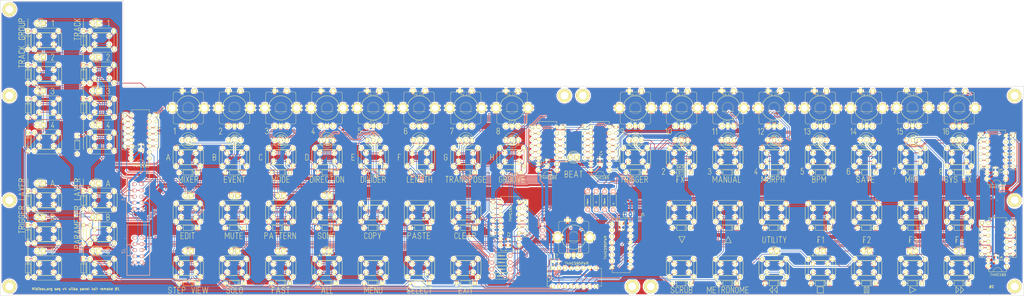
<source format=kicad_pcb>
(kicad_pcb (version 4) (host pcbnew 4.0.2-stable)
  (layers (0 F.Cu signal hide) (31 B.Cu signal hide) (34 B.Paste user hide) (35 F.Paste user) (36 B.SilkS user) (37 F.SilkS user) (38 B.Mask user hide) (39 F.Mask user hide) (44 Edge.Cuts user))
  (net 0 "")
  (net 1 "Net-(D101-Pad1)")
  (net 2 "Net-(D102-Pad1)")
  (net 3 /I0)
  (net 4 /I1)
  (net 5 /I2)
  (net 6 /I3)
  (net 7 /I4)
  (net 8 /I5)
  (net 9 /I6)
  (net 10 /I7)
  (net 11 GND)
  (net 12 /O6)
  (net 13 /O7)
  (net 14 /O1)
  (net 15 /O3)
  (net 16 /O5)
  (net 17 /O0)
  (net 18 /O2)
  (net 19 /O4)
  (net 20 +5V)
  (net 21 /O13)
  (net 22 /O14)
  (net 23 /O15)
  (net 24 /O16)
  (net 25 /O17)
  (net 26 /O10)
  (net 27 /I14)
  (net 28 /I15)
  (net 29 /I16)
  (net 30 /I17)
  (net 31 /I10)
  (net 32 /I11)
  (net 33 /I12)
  (net 34 /I13)
  (net 35 "Net-(D8-Pad1)")
  (net 36 "Net-(D9-Pad1)")
  (net 37 "Net-(D10-Pad1)")
  (net 38 "Net-(D11-Pad1)")
  (net 39 "Net-(D12-Pad1)")
  (net 40 "Net-(D13-Pad1)")
  (net 41 "Net-(D14-Pad1)")
  (net 42 "Net-(D22-Pad1)")
  (net 43 "Net-(D23-Pad1)")
  (net 44 "Net-(D24-Pad1)")
  (net 45 "Net-(D25-Pad1)")
  (net 46 "Net-(D26-Pad1)")
  (net 47 "Net-(D27-Pad1)")
  (net 48 "Net-(D28-Pad1)")
  (net 49 "Net-(D32-Pad1)")
  (net 50 "Net-(D33-Pad1)")
  (net 51 "Net-(D34-Pad1)")
  (net 52 "Net-(D38-Pad1)")
  (net 53 "Net-(D39-Pad1)")
  (net 54 "Net-(D40-Pad1)")
  (net 55 "Net-(D44-Pad1)")
  (net 56 "Net-(D45-Pad1)")
  (net 57 "Net-(D46-Pad1)")
  (net 58 "Net-(D50-Pad1)")
  (net 59 "Net-(D51-Pad1)")
  (net 60 "Net-(D52-Pad1)")
  (net 61 "Net-(D54-Pad1)")
  (net 62 "Net-(D55-Pad1)")
  (net 63 "Net-(D56-Pad1)")
  (net 64 "Net-(D58-Pad1)")
  (net 65 "Net-(D59-Pad1)")
  (net 66 "Net-(D60-Pad1)")
  (net 67 "Net-(D62-Pad1)")
  (net 68 "Net-(D63-Pad1)")
  (net 69 "Net-(D64-Pad1)")
  (net 70 "Net-(D66-Pad1)")
  (net 71 "Net-(D69-Pad1)")
  (net 72 "Net-(D71-Pad1)")
  (net 73 "Net-(D72-Pad1)")
  (net 74 "Net-(D73-Pad1)")
  (net 75 "Net-(D75-Pad1)")
  (net 76 "Net-(D76-Pad1)")
  (net 77 "Net-(D77-Pad1)")
  (net 78 "Net-(D80-Pad1)")
  (net 79 "Net-(D81-Pad1)")
  (net 80 "Net-(D82-Pad1)")
  (net 81 "Net-(D85-Pad1)")
  (net 82 "Net-(D86-Pad1)")
  (net 83 "Net-(D87-Pad1)")
  (net 84 "Net-(D90-Pad1)")
  (net 85 "Net-(D91-Pad1)")
  (net 86 "Net-(D92-Pad1)")
  (net 87 "Net-(D95-Pad1)")
  (net 88 "Net-(D96-Pad1)")
  (net 89 "Net-(D97-Pad1)")
  (net 90 "Net-(D100-Pad1)")
  (net 91 "Net-(U1-Pad9)")
  (net 92 /I26)
  (net 93 /I27)
  (net 94 /I24)
  (net 95 /I25)
  (net 96 /I22)
  (net 97 /I23)
  (net 98 /I20)
  (net 99 /I21)
  (net 100 /I56)
  (net 101 /I54)
  (net 102 /I55)
  (net 103 /I36)
  (net 104 /I37)
  (net 105 /I34)
  (net 106 /I35)
  (net 107 /I32)
  (net 108 /I33)
  (net 109 /I30)
  (net 110 /I31)
  (net 111 /I46)
  (net 112 /I47)
  (net 113 /I44)
  (net 114 /I45)
  (net 115 /I42)
  (net 116 /I43)
  (net 117 /I40)
  (net 118 /I41)
  (net 119 /I53)
  (net 120 /I52)
  (net 121 /I51)
  (net 122 /I50)
  (net 123 /011)
  (net 124 /012)
  (net 125 /02)
  (net 126 /I57)
  (net 127 "Net-(R1-Pad1)")
  (net 128 "Net-(R2-Pad1)")
  (net 129 "Net-(R3-Pad1)")
  (net 130 "Net-(R4-Pad1)")
  (net 131 "Net-(R6-Pad1)")
  (net 132 "Net-(R7-Pad1)")
  (net 133 "Net-(RR3-Pad2)")
  (net 134 "Net-(RR5-Pad2)")
  (net 135 "Net-(RR6-Pad2)")
  (net 136 "Net-(RR8-Pad2)")
  (net 137 "Net-(RR10-Pad2)")
  (net 138 "Net-(RR12-Pad2)")
  (net 139 "Net-(U1-Pad1)")
  (net 140 "Net-(U1-Pad2)")
  (net 141 "Net-(U7-Pad14)")
  (net 142 "Net-(U8-Pad9)")
  (net 143 "Net-(J3-Pad2)")
  (net 144 "Net-(U7-Pad9)")
  (net 145 "Net-(R5-Pad1)")
  (net 146 "Net-(R8-Pad2)")
  (module PEC11-Switch_ba (layer F.Cu) (at 194.31 120.65)
    (fp_text reference ec5 (at 0.11938 5.4737) (layer F.SilkS) (effects (font (size 1.27 1.27) (thickness 0.0889))))
    (fp_text value SW_Enc (at 0 -5.4864) (layer F.SilkS) (effects (font (size 0.8128 0.8128) (thickness 0.0889))))
    (pad P$1 thru_hole circle (at -2.49936 -7.00024) (size 1.99898 1.99898) (drill 1.00076) (layers *.Cu F.Paste F.SilkS F.Mask) (net 11 GND))
    (pad P$2 thru_hole circle (at 2.49936 -7.00024) (size 1.99898 1.99898) (drill 0.99822) (layers *.Cu F.Paste F.SilkS F.Mask) (net 126 /I57))
    (pad P$B thru_hole circle (at -2.49936 7.50062) (size 1.99898 1.99898) (drill 1.00076) (layers *.Cu F.Paste F.SilkS F.Mask) (net 93 /I27))
    (pad P$A thru_hole circle (at 2.49936 7.50062) (size 1.99898 1.99898) (drill 1.00076) (layers *.Cu F.Paste F.SilkS F.Mask) (net 92 /I26))
    (pad P$C thru_hole circle (at 0 7.50062) (size 1.99898 1.99898) (drill 1.00076) (layers *.Cu F.Paste F.SilkS F.Mask) (net 11 GND))
    (pad P$GN thru_hole circle (at -6.59892 0) (size 4.09956 4.09956) (drill 2.60096) (layers *.Cu F.Paste F.SilkS F.Mask) (net 11 GND))
    (pad P$GN thru_hole circle (at 6.59892 0) (size 4.09956 4.09956) (drill 2.60096) (layers *.Cu F.Paste F.SilkS F.Mask) (net 11 GND))
  )
  (module PEC11-Switch_ba (layer F.Cu) (at 118.11 120.65)
    (fp_text reference ec1)
    (fp_text value SW_Enc)
    (pad P$1 thru_hole circle (at -2.49936 -7.00024) (size 1.99898 1.99898) (drill 1.00076) (layers *.Cu F.Paste F.SilkS F.Mask) (net 11 GND))
    (pad P$2 thru_hole circle (at 2.49936 -7.00024) (size 1.99898 1.99898) (drill 0.99822) (layers *.Cu F.Paste F.SilkS F.Mask) (net 126 /I57))
    (pad P$B thru_hole circle (at -2.49936 7.50062) (size 1.99898 1.99898) (drill 1.00076) (layers *.Cu F.Paste F.SilkS F.Mask) (net 10 /I7))
    (pad P$A thru_hole circle (at 2.49936 7.50062) (size 1.99898 1.99898) (drill 1.00076) (layers *.Cu F.Paste F.SilkS F.Mask) (net 9 /I6))
    (pad P$C thru_hole circle (at 0 7.50062) (size 1.99898 1.99898) (drill 1.00076) (layers *.Cu F.Paste F.SilkS F.Mask) (net 11 GND))
    (pad P$GN thru_hole circle (at -6.59892 0) (size 4.09956 4.09956) (drill 2.60096) (layers *.Cu F.Paste F.SilkS F.Mask) (net 11 GND))
    (pad P$GN thru_hole circle (at 6.59892 0) (size 4.09956 4.09956) (drill 2.60096) (layers *.Cu F.Paste F.SilkS F.Mask) (net 11 GND))
  )
  (module DIP-16_W7.62mm (layer F.Cu) (at 102.235 141.478 180)
    (fp_text reference U1)
    (fp_text value 74HC165 (at 3.556 -3.175 180) (layer F.SilkS))
    (pad 1 thru_hole oval (at 0 0 180) (size 1.6 1.6) (drill 0.8) (layers *.Cu *.Mask F.SilkS) (net 139 "Net-(U1-Pad1)"))
    (pad 2 thru_hole oval (at 0 2.54 180) (size 1.6 1.6) (drill 0.8) (layers *.Cu *.Mask F.SilkS) (net 140 "Net-(U1-Pad2)"))
    (pad 3 thru_hole oval (at 0 5.08 180) (size 1.6 1.6) (drill 0.8) (layers *.Cu *.Mask F.SilkS) (net 7 /I4))
    (pad 4 thru_hole oval (at 0 7.62 180) (size 1.6 1.6) (drill 0.8) (layers *.Cu *.Mask F.SilkS) (net 8 /I5))
    (pad 5 thru_hole oval (at 0 10.16 180) (size 1.6 1.6) (drill 0.8) (layers *.Cu *.Mask F.SilkS) (net 9 /I6))
    (pad 6 thru_hole oval (at 0 12.7 180) (size 1.6 1.6) (drill 0.8) (layers *.Cu *.Mask F.SilkS) (net 10 /I7))
    (pad 7 thru_hole oval (at 0 15.24 180) (size 1.6 1.6) (drill 0.8) (layers *.Cu *.Mask F.SilkS))
    (pad 8 thru_hole oval (at 0 17.78 180) (size 1.6 1.6) (drill 0.8) (layers *.Cu *.Mask F.SilkS) (net 11 GND))
    (pad 9 thru_hole oval (at 7.62 17.78 180) (size 1.6 1.6) (drill 0.8) (layers *.Cu *.Mask F.SilkS) (net 91 "Net-(U1-Pad9)"))
    (pad 10 thru_hole oval (at 7.62 15.24 180) (size 1.6 1.6) (drill 0.8) (layers *.Cu *.Mask F.SilkS) (net 133 "Net-(RR3-Pad2)"))
    (pad 11 thru_hole oval (at 7.62 12.7 180) (size 1.6 1.6) (drill 0.8) (layers *.Cu *.Mask F.SilkS) (net 3 /I0))
    (pad 12 thru_hole oval (at 7.62 10.16 180) (size 1.6 1.6) (drill 0.8) (layers *.Cu *.Mask F.SilkS) (net 4 /I1))
    (pad 13 thru_hole oval (at 7.62 7.62 180) (size 1.6 1.6) (drill 0.8) (layers *.Cu *.Mask F.SilkS) (net 5 /I2))
    (pad 14 thru_hole oval (at 7.62 5.08 180) (size 1.6 1.6) (drill 0.8) (layers *.Cu *.Mask F.SilkS) (net 6 /I3))
    (pad 15 thru_hole oval (at 7.62 2.54 180) (size 1.6 1.6) (drill 0.8) (layers *.Cu *.Mask F.SilkS) (net 11 GND))
    (pad 16 thru_hole oval (at 7.62 0 180) (size 1.6 1.6) (drill 0.8) (layers *.Cu *.Mask F.SilkS) (net 20 +5V))
  )
  (module LEDs:LED-5MM-3 (layer F.Cu) (at 120.65 133.985 180)
    (fp_text reference D29)
    (fp_text value Led_gp1)
    (pad 1 thru_hole circle (at 0 0) (size 1.6764 1.6764) (drill 0.8128) (layers *.Cu *.Mask F.SilkS) (net 123 /011))
    (pad 2 thru_hole circle (at 2.54 0) (size 1.6764 1.6764) (drill 0.8128) (layers *.Cu *.Mask F.SilkS) (net 15 /O3))
    (pad 3 thru_hole circle (at 5.08 0) (size 1.6764 1.6764) (drill 0.8128) (layers *.Cu *.Mask F.SilkS) (net 26 /O10))
  )
  (module LEDs:LED-5MM-3 (layer F.Cu) (at 139.7 133.985 180)
    (fp_text reference D35)
    (fp_text value Led_gp2)
    (pad 1 thru_hole circle (at 0 0) (size 1.6764 1.6764) (drill 0.8128) (layers *.Cu *.Mask F.SilkS) (net 21 /O13))
    (pad 2 thru_hole circle (at 2.54 0) (size 1.6764 1.6764) (drill 0.8128) (layers *.Cu *.Mask F.SilkS) (net 15 /O3))
    (pad 3 thru_hole circle (at 5.08 0) (size 1.6764 1.6764) (drill 0.8128) (layers *.Cu *.Mask F.SilkS) (net 124 /012))
  )
  (module LEDs:LED-5MM-3 (layer F.Cu) (at 158.75 133.985 180)
    (fp_text reference D41)
    (fp_text value Led_gp3)
    (pad 1 thru_hole circle (at 0 0) (size 1.6764 1.6764) (drill 0.8128) (layers *.Cu *.Mask F.SilkS) (net 23 /O15))
    (pad 2 thru_hole circle (at 2.54 0) (size 1.6764 1.6764) (drill 0.8128) (layers *.Cu *.Mask F.SilkS) (net 18 /O2))
    (pad 3 thru_hole circle (at 5.08 0) (size 1.6764 1.6764) (drill 0.8128) (layers *.Cu *.Mask F.SilkS) (net 22 /O14))
  )
  (module LEDs:LED-5MM-3 (layer F.Cu) (at 177.8 133.985 180)
    (fp_text reference D47)
    (fp_text value Led_gp4)
    (pad 1 thru_hole circle (at 0 0) (size 1.6764 1.6764) (drill 0.8128) (layers *.Cu *.Mask F.SilkS) (net 25 /O17))
    (pad 2 thru_hole circle (at 2.54 0) (size 1.6764 1.6764) (drill 0.8128) (layers *.Cu *.Mask F.SilkS) (net 18 /O2))
    (pad 3 thru_hole circle (at 5.08 0) (size 1.6764 1.6764) (drill 0.8128) (layers *.Cu *.Mask F.SilkS) (net 24 /O16))
  )
  (module LEDs:LED-5MM-3 (layer F.Cu) (at 196.85 133.985 180)
    (fp_text reference D53)
    (fp_text value Led_gp5)
    (pad 1 thru_hole circle (at 0 0) (size 1.6764 1.6764) (drill 0.8128) (layers *.Cu *.Mask F.SilkS) (net 123 /011))
    (pad 2 thru_hole circle (at 2.54 0) (size 1.6764 1.6764) (drill 0.8128) (layers *.Cu *.Mask F.SilkS) (net 14 /O1))
    (pad 3 thru_hole circle (at 5.08 0) (size 1.6764 1.6764) (drill 0.8128) (layers *.Cu *.Mask F.SilkS) (net 26 /O10))
  )
  (module LEDs:LED-5MM-3 (layer F.Cu) (at 215.9 133.985 180)
    (fp_text reference D57)
    (fp_text value Led_gp6)
    (pad 1 thru_hole circle (at 0 0) (size 1.6764 1.6764) (drill 0.8128) (layers *.Cu *.Mask F.SilkS) (net 21 /O13))
    (pad 2 thru_hole circle (at 2.54 0) (size 1.6764 1.6764) (drill 0.8128) (layers *.Cu *.Mask F.SilkS) (net 14 /O1))
    (pad 3 thru_hole circle (at 5.08 0) (size 1.6764 1.6764) (drill 0.8128) (layers *.Cu *.Mask F.SilkS) (net 124 /012))
  )
  (module LEDs:LED-5MM-3 (layer F.Cu) (at 234.95 133.985 180)
    (fp_text reference D61)
    (fp_text value Led_gp7)
    (pad 1 thru_hole circle (at 0 0) (size 1.6764 1.6764) (drill 0.8128) (layers *.Cu *.Mask F.SilkS) (net 23 /O15))
    (pad 2 thru_hole circle (at 2.54 0) (size 1.6764 1.6764) (drill 0.8128) (layers *.Cu *.Mask F.SilkS) (net 17 /O0))
    (pad 3 thru_hole circle (at 5.08 0) (size 1.6764 1.6764) (drill 0.8128) (layers *.Cu *.Mask F.SilkS) (net 22 /O14))
  )
  (module LEDs:LED-5MM-3 (layer F.Cu) (at 254 133.985 180)
    (fp_text reference D65)
    (fp_text value Led_gp8)
    (pad 1 thru_hole circle (at 0 0) (size 1.6764 1.6764) (drill 0.8128) (layers *.Cu *.Mask F.SilkS) (net 25 /O17))
    (pad 2 thru_hole circle (at 2.54 0) (size 1.6764 1.6764) (drill 0.8128) (layers *.Cu *.Mask F.SilkS) (net 17 /O0))
    (pad 3 thru_hole circle (at 5.08 0) (size 1.6764 1.6764) (drill 0.8128) (layers *.Cu *.Mask F.SilkS) (net 24 /O16))
  )
  (module LEDs:LED-5MM-3 (layer F.Cu) (at 304.8 133.985 180)
    (fp_text reference D68)
    (fp_text value Led_gp9)
    (pad 1 thru_hole circle (at 0 0) (size 1.6764 1.6764) (drill 0.8128) (layers *.Cu *.Mask F.SilkS) (net 123 /011))
    (pad 2 thru_hole circle (at 2.54 0) (size 1.6764 1.6764) (drill 0.8128) (layers *.Cu *.Mask F.SilkS) (net 19 /O4))
    (pad 3 thru_hole circle (at 5.08 0) (size 1.6764 1.6764) (drill 0.8128) (layers *.Cu *.Mask F.SilkS) (net 26 /O10))
  )
  (module LEDs:LED-5MM-3 (layer F.Cu) (at 323.85 133.985 180)
    (fp_text reference D70 (at 2.54508 -3.91668 180) (layer F.SilkS))
    (fp_text value Led_gp10)
    (pad 1 thru_hole circle (at 0 0) (size 1.6764 1.6764) (drill 0.8128) (layers *.Cu *.Mask F.SilkS) (net 21 /O13))
    (pad 2 thru_hole circle (at 2.54 0) (size 1.6764 1.6764) (drill 0.8128) (layers *.Cu *.Mask F.SilkS) (net 19 /O4))
    (pad 3 thru_hole circle (at 5.08 0) (size 1.6764 1.6764) (drill 0.8128) (layers *.Cu *.Mask F.SilkS) (net 124 /012))
  )
  (module LEDs:LED-5MM-3 (layer F.Cu) (at 342.9 133.985 180)
    (fp_text reference D74)
    (fp_text value Led_gp11)
    (pad 1 thru_hole circle (at 0 0) (size 1.6764 1.6764) (drill 0.8128) (layers *.Cu *.Mask F.SilkS) (net 23 /O15))
    (pad 2 thru_hole circle (at 2.54 0) (size 1.6764 1.6764) (drill 0.8128) (layers *.Cu *.Mask F.SilkS) (net 16 /O5))
    (pad 3 thru_hole circle (at 5.08 0) (size 1.6764 1.6764) (drill 0.8128) (layers *.Cu *.Mask F.SilkS) (net 22 /O14))
  )
  (module LEDs:LED-5MM-3 (layer F.Cu) (at 361.95 133.985 180)
    (fp_text reference D78)
    (fp_text value Led_gp12)
    (pad 1 thru_hole circle (at 0 0) (size 1.6764 1.6764) (drill 0.8128) (layers *.Cu *.Mask F.SilkS) (net 25 /O17))
    (pad 2 thru_hole circle (at 2.54 0) (size 1.6764 1.6764) (drill 0.8128) (layers *.Cu *.Mask F.SilkS) (net 16 /O5))
    (pad 3 thru_hole circle (at 5.08 0) (size 1.6764 1.6764) (drill 0.8128) (layers *.Cu *.Mask F.SilkS) (net 24 /O16))
  )
  (module LEDs:LED-5MM-3 (layer F.Cu) (at 375.92 133.985)
    (fp_text reference D83)
    (fp_text value Led_gp13)
    (pad 1 thru_hole circle (at 0 0 180) (size 1.6764 1.6764) (drill 0.8128) (layers *.Cu *.Mask F.SilkS) (net 123 /011))
    (pad 2 thru_hole circle (at 2.54 0 180) (size 1.6764 1.6764) (drill 0.8128) (layers *.Cu *.Mask F.SilkS) (net 12 /O6))
    (pad 3 thru_hole circle (at 5.08 0 180) (size 1.6764 1.6764) (drill 0.8128) (layers *.Cu *.Mask F.SilkS) (net 26 /O10))
  )
  (module LEDs:LED-5MM-3 (layer F.Cu) (at 394.97 133.985)
    (fp_text reference D88)
    (fp_text value Led_gp14)
    (pad 1 thru_hole circle (at 0 0 180) (size 1.6764 1.6764) (drill 0.8128) (layers *.Cu *.Mask F.SilkS) (net 21 /O13))
    (pad 2 thru_hole circle (at 2.54 0 180) (size 1.6764 1.6764) (drill 0.8128) (layers *.Cu *.Mask F.SilkS) (net 12 /O6))
    (pad 3 thru_hole circle (at 5.08 0 180) (size 1.6764 1.6764) (drill 0.8128) (layers *.Cu *.Mask F.SilkS) (net 124 /012))
  )
  (module LEDs:LED-5MM-3 (layer F.Cu) (at 419.1 133.985 180)
    (fp_text reference D93)
    (fp_text value Led_gp15)
    (pad 1 thru_hole circle (at 0 0) (size 1.6764 1.6764) (drill 0.8128) (layers *.Cu *.Mask F.SilkS) (net 23 /O15))
    (pad 2 thru_hole circle (at 2.54 0) (size 1.6764 1.6764) (drill 0.8128) (layers *.Cu *.Mask F.SilkS) (net 13 /O7))
    (pad 3 thru_hole circle (at 5.08 0) (size 1.6764 1.6764) (drill 0.8128) (layers *.Cu *.Mask F.SilkS) (net 22 /O14))
  )
  (module LEDs:LED-5MM-3 (layer F.Cu) (at 438.15 133.985 180)
    (fp_text reference D99)
    (fp_text value Led_gp16)
    (pad 1 thru_hole circle (at 0 0) (size 1.6764 1.6764) (drill 0.8128) (layers *.Cu *.Mask F.SilkS) (net 25 /O17))
    (pad 2 thru_hole circle (at 2.54 0) (size 1.6764 1.6764) (drill 0.8128) (layers *.Cu *.Mask F.SilkS) (net 13 /O7))
    (pad 3 thru_hole circle (at 5.08 0) (size 1.6764 1.6764) (drill 0.8128) (layers *.Cu *.Mask F.SilkS) (net 24 /O16))
  )
  (module Resistors_ThroughHole:Resistor_Horizontal_RM7mm (layer F.Cu) (at 243.078 181.61)
    (fp_text reference R8)
    (fp_text value 220ohm (at 4 0) (layer F.SilkS) (effects (font (size 0.5 0.5) (thickness 0.125))))
    (pad 1 thru_hole circle (at 0 0) (size 1.99898 1.99898) (drill 1.00076) (layers *.Cu *.SilkS *.Mask) (net 26 /O10))
    (pad 2 thru_hole circle (at 7.62 0) (size 1.99898 1.99898) (drill 1.00076) (layers *.Cu *.SilkS *.Mask) (net 146 "Net-(R8-Pad2)"))
  )
  (module "empreinte ksir:DIP-16_W7.62mm" (layer F.Cu) (at 292.608 168.529)
    (fp_text reference U8)
    (fp_text value 74HC595PWR (at -2.667 9.779 90) (layer F.SilkS))
    (pad 1 thru_hole oval (at 0 0) (size 1.6 1.6) (drill 0.8) (layers *.Cu *.Mask F.SilkS) (net 127 "Net-(R1-Pad1)"))
    (pad 2 thru_hole oval (at 0 2.54) (size 1.6 1.6) (drill 0.8) (layers *.Cu *.Mask F.SilkS) (net 128 "Net-(R2-Pad1)"))
    (pad 3 thru_hole oval (at 0 5.08) (size 1.6 1.6) (drill 0.8) (layers *.Cu *.Mask F.SilkS) (net 129 "Net-(R3-Pad1)"))
    (pad 4 thru_hole oval (at 0 7.62) (size 1.6 1.6) (drill 0.8) (layers *.Cu *.Mask F.SilkS) (net 130 "Net-(R4-Pad1)"))
    (pad 5 thru_hole oval (at 0 10.16) (size 1.6 1.6) (drill 0.8) (layers *.Cu *.Mask F.SilkS) (net 145 "Net-(R5-Pad1)"))
    (pad 6 thru_hole oval (at 0 12.7) (size 1.6 1.6) (drill 0.8) (layers *.Cu *.Mask F.SilkS) (net 131 "Net-(R6-Pad1)"))
    (pad 7 thru_hole oval (at 0 15.24) (size 1.6 1.6) (drill 0.8) (layers *.Cu *.Mask F.SilkS) (net 132 "Net-(R7-Pad1)"))
    (pad 8 thru_hole oval (at 0 17.78) (size 1.6 1.6) (drill 0.8) (layers *.Cu *.Mask F.SilkS) (net 11 GND))
    (pad 9 thru_hole oval (at 7.62 17.78) (size 1.6 1.6) (drill 0.8) (layers *.Cu *.Mask F.SilkS) (net 142 "Net-(U8-Pad9)"))
    (pad 10 thru_hole oval (at 7.62 15.24) (size 1.6 1.6) (drill 0.8) (layers *.Cu *.Mask F.SilkS) (net 20 +5V))
    (pad 11 thru_hole oval (at 7.62 12.7) (size 1.6 1.6) (drill 0.8) (layers *.Cu *.Mask F.SilkS) (net 140 "Net-(U1-Pad2)"))
    (pad 12 thru_hole oval (at 7.62 10.16) (size 1.6 1.6) (drill 0.8) (layers *.Cu *.Mask F.SilkS) (net 139 "Net-(U1-Pad1)"))
    (pad 13 thru_hole oval (at 7.62 7.62) (size 1.6 1.6) (drill 0.8) (layers *.Cu *.Mask F.SilkS) (net 11 GND))
    (pad 14 thru_hole oval (at 7.62 5.08) (size 1.6 1.6) (drill 0.8) (layers *.Cu *.Mask F.SilkS) (net 144 "Net-(U7-Pad9)"))
    (pad 15 thru_hole oval (at 7.62 2.54) (size 1.6 1.6) (drill 0.8) (layers *.Cu *.Mask F.SilkS) (net 146 "Net-(R8-Pad2)"))
    (pad 16 thru_hole oval (at 7.62 0) (size 1.6 1.6) (drill 0.8) (layers *.Cu *.Mask F.SilkS) (net 20 +5V))
  )
  (module "empreinte ksir:DIP-16_W7.62mm" (layer F.Cu) (at 268.224 194.31 90)
    (fp_text reference U7)
    (fp_text value 74HC595PWR (at 9.525 9.779 180) (layer F.SilkS))
    (pad 1 thru_hole oval (at 0 0 90) (size 1.6 1.6) (drill 0.8) (layers *.Cu *.Mask F.SilkS) (net 14 /O1))
    (pad 2 thru_hole oval (at 0 2.54 90) (size 1.6 1.6) (drill 0.8) (layers *.Cu *.Mask F.SilkS) (net 125 /02))
    (pad 3 thru_hole oval (at 0 5.08 90) (size 1.6 1.6) (drill 0.8) (layers *.Cu *.Mask F.SilkS) (net 15 /O3))
    (pad 4 thru_hole oval (at 0 7.62 90) (size 1.6 1.6) (drill 0.8) (layers *.Cu *.Mask F.SilkS) (net 19 /O4))
    (pad 5 thru_hole oval (at 0 10.16 90) (size 1.6 1.6) (drill 0.8) (layers *.Cu *.Mask F.SilkS) (net 16 /O5))
    (pad 6 thru_hole oval (at 0 12.7 90) (size 1.6 1.6) (drill 0.8) (layers *.Cu *.Mask F.SilkS) (net 12 /O6))
    (pad 7 thru_hole oval (at 0 15.24 90) (size 1.6 1.6) (drill 0.8) (layers *.Cu *.Mask F.SilkS) (net 13 /O7))
    (pad 8 thru_hole oval (at 0 17.78 90) (size 1.6 1.6) (drill 0.8) (layers *.Cu *.Mask F.SilkS) (net 11 GND))
    (pad 9 thru_hole oval (at 7.62 17.78 90) (size 1.6 1.6) (drill 0.8) (layers *.Cu *.Mask F.SilkS) (net 144 "Net-(U7-Pad9)"))
    (pad 10 thru_hole oval (at 7.62 15.24 90) (size 1.6 1.6) (drill 0.8) (layers *.Cu *.Mask F.SilkS) (net 20 +5V))
    (pad 11 thru_hole oval (at 7.62 12.7 90) (size 1.6 1.6) (drill 0.8) (layers *.Cu *.Mask F.SilkS) (net 140 "Net-(U1-Pad2)"))
    (pad 12 thru_hole oval (at 7.62 10.16 90) (size 1.6 1.6) (drill 0.8) (layers *.Cu *.Mask F.SilkS) (net 139 "Net-(U1-Pad1)"))
    (pad 13 thru_hole oval (at 7.62 7.62 90) (size 1.6 1.6) (drill 0.8) (layers *.Cu *.Mask F.SilkS) (net 11 GND))
    (pad 14 thru_hole oval (at 7.62 5.08 90) (size 1.6 1.6) (drill 0.8) (layers *.Cu *.Mask F.SilkS) (net 141 "Net-(U7-Pad14)"))
    (pad 15 thru_hole oval (at 7.62 2.54 90) (size 1.6 1.6) (drill 0.8) (layers *.Cu *.Mask F.SilkS) (net 17 /O0))
    (pad 16 thru_hole oval (at 7.62 0 90) (size 1.6 1.6) (drill 0.8) (layers *.Cu *.Mask F.SilkS) (net 20 +5V))
  )
  (module "empreinte ksir:DIP-16_W7.62mm" (layer F.Cu) (at 455.265864 185.993912 180)
    (fp_text reference U6)
    (fp_text value 74HC165 (at 3.653864 -3.490088 180) (layer F.SilkS))
    (pad 1 thru_hole oval (at 0 0 180) (size 1.6 1.6) (drill 0.8) (layers *.Cu *.Mask F.SilkS) (net 139 "Net-(U1-Pad1)"))
    (pad 2 thru_hole oval (at 0 2.54 180) (size 1.6 1.6) (drill 0.8) (layers *.Cu *.Mask F.SilkS) (net 140 "Net-(U1-Pad2)"))
    (pad 3 thru_hole oval (at 0 5.08 180) (size 1.6 1.6) (drill 0.8) (layers *.Cu *.Mask F.SilkS) (net 101 /I54))
    (pad 4 thru_hole oval (at 0 7.62 180) (size 1.6 1.6) (drill 0.8) (layers *.Cu *.Mask F.SilkS) (net 102 /I55))
    (pad 5 thru_hole oval (at 0 10.16 180) (size 1.6 1.6) (drill 0.8) (layers *.Cu *.Mask F.SilkS) (net 100 /I56))
    (pad 6 thru_hole oval (at 0 12.7 180) (size 1.6 1.6) (drill 0.8) (layers *.Cu *.Mask F.SilkS) (net 126 /I57))
    (pad 7 thru_hole oval (at 0 15.24 180) (size 1.6 1.6) (drill 0.8) (layers *.Cu *.Mask F.SilkS))
    (pad 8 thru_hole oval (at 0 17.78 180) (size 1.6 1.6) (drill 0.8) (layers *.Cu *.Mask F.SilkS) (net 11 GND))
    (pad 9 thru_hole oval (at 7.62 17.78 180) (size 1.6 1.6) (drill 0.8) (layers *.Cu *.Mask F.SilkS) (net 136 "Net-(RR8-Pad2)"))
    (pad 10 thru_hole oval (at 7.62 15.24 180) (size 1.6 1.6) (drill 0.8) (layers *.Cu *.Mask F.SilkS) (net 138 "Net-(RR12-Pad2)"))
    (pad 11 thru_hole oval (at 7.62 12.7 180) (size 1.6 1.6) (drill 0.8) (layers *.Cu *.Mask F.SilkS) (net 122 /I50))
    (pad 12 thru_hole oval (at 7.62 10.16 180) (size 1.6 1.6) (drill 0.8) (layers *.Cu *.Mask F.SilkS) (net 121 /I51))
    (pad 13 thru_hole oval (at 7.62 7.62 180) (size 1.6 1.6) (drill 0.8) (layers *.Cu *.Mask F.SilkS) (net 120 /I52))
    (pad 14 thru_hole oval (at 7.62 5.08 180) (size 1.6 1.6) (drill 0.8) (layers *.Cu *.Mask F.SilkS) (net 119 /I53))
    (pad 15 thru_hole oval (at 7.62 2.54 180) (size 1.6 1.6) (drill 0.8) (layers *.Cu *.Mask F.SilkS) (net 11 GND))
    (pad 16 thru_hole oval (at 7.62 0 180) (size 1.6 1.6) (drill 0.8) (layers *.Cu *.Mask F.SilkS) (net 20 +5V))
  )
  (module "empreinte ksir:DIP-16_W7.62mm" (layer F.Cu) (at 454.838194 149.876812 180)
    (fp_text reference U5)
    (fp_text value 74HC165 (at 3.734194 -3.412188 180) (layer F.SilkS))
    (pad 1 thru_hole oval (at 0 0 180) (size 1.6 1.6) (drill 0.8) (layers *.Cu *.Mask F.SilkS) (net 139 "Net-(U1-Pad1)"))
    (pad 2 thru_hole oval (at 0 2.54 180) (size 1.6 1.6) (drill 0.8) (layers *.Cu *.Mask F.SilkS) (net 140 "Net-(U1-Pad2)"))
    (pad 3 thru_hole oval (at 0 5.08 180) (size 1.6 1.6) (drill 0.8) (layers *.Cu *.Mask F.SilkS) (net 113 /I44))
    (pad 4 thru_hole oval (at 0 7.62 180) (size 1.6 1.6) (drill 0.8) (layers *.Cu *.Mask F.SilkS) (net 114 /I45))
    (pad 5 thru_hole oval (at 0 10.16 180) (size 1.6 1.6) (drill 0.8) (layers *.Cu *.Mask F.SilkS) (net 111 /I46))
    (pad 6 thru_hole oval (at 0 12.7 180) (size 1.6 1.6) (drill 0.8) (layers *.Cu *.Mask F.SilkS) (net 112 /I47))
    (pad 7 thru_hole oval (at 0 15.24 180) (size 1.6 1.6) (drill 0.8) (layers *.Cu *.Mask F.SilkS))
    (pad 8 thru_hole oval (at 0 17.78 180) (size 1.6 1.6) (drill 0.8) (layers *.Cu *.Mask F.SilkS) (net 11 GND))
    (pad 9 thru_hole oval (at 7.62 17.78 180) (size 1.6 1.6) (drill 0.8) (layers *.Cu *.Mask F.SilkS) (net 138 "Net-(RR12-Pad2)"))
    (pad 10 thru_hole oval (at 7.62 15.24 180) (size 1.6 1.6) (drill 0.8) (layers *.Cu *.Mask F.SilkS) (net 137 "Net-(RR10-Pad2)"))
    (pad 11 thru_hole oval (at 7.62 12.7 180) (size 1.6 1.6) (drill 0.8) (layers *.Cu *.Mask F.SilkS) (net 117 /I40))
    (pad 12 thru_hole oval (at 7.62 10.16 180) (size 1.6 1.6) (drill 0.8) (layers *.Cu *.Mask F.SilkS) (net 118 /I41))
    (pad 13 thru_hole oval (at 7.62 7.62 180) (size 1.6 1.6) (drill 0.8) (layers *.Cu *.Mask F.SilkS) (net 115 /I42))
    (pad 14 thru_hole oval (at 7.62 5.08 180) (size 1.6 1.6) (drill 0.8) (layers *.Cu *.Mask F.SilkS) (net 116 /I43))
    (pad 15 thru_hole oval (at 7.62 2.54 180) (size 1.6 1.6) (drill 0.8) (layers *.Cu *.Mask F.SilkS) (net 11 GND))
    (pad 16 thru_hole oval (at 7.62 0 180) (size 1.6 1.6) (drill 0.8) (layers *.Cu *.Mask F.SilkS) (net 20 +5V))
  )
  (module "empreinte ksir:DIP-16_W7.62mm" (layer F.Cu) (at 291.592 146.304 180)
    (fp_text reference U4)
    (fp_text value 74HC165 (at 3.556 -3.175 180) (layer F.SilkS))
    (pad 1 thru_hole oval (at 0 0 180) (size 1.6 1.6) (drill 0.8) (layers *.Cu *.Mask F.SilkS) (net 139 "Net-(U1-Pad1)"))
    (pad 2 thru_hole oval (at 0 2.54 180) (size 1.6 1.6) (drill 0.8) (layers *.Cu *.Mask F.SilkS) (net 140 "Net-(U1-Pad2)"))
    (pad 3 thru_hole oval (at 0 5.08 180) (size 1.6 1.6) (drill 0.8) (layers *.Cu *.Mask F.SilkS) (net 105 /I34))
    (pad 4 thru_hole oval (at 0 7.62 180) (size 1.6 1.6) (drill 0.8) (layers *.Cu *.Mask F.SilkS) (net 106 /I35))
    (pad 5 thru_hole oval (at 0 10.16 180) (size 1.6 1.6) (drill 0.8) (layers *.Cu *.Mask F.SilkS) (net 103 /I36))
    (pad 6 thru_hole oval (at 0 12.7 180) (size 1.6 1.6) (drill 0.8) (layers *.Cu *.Mask F.SilkS) (net 104 /I37))
    (pad 7 thru_hole oval (at 0 15.24 180) (size 1.6 1.6) (drill 0.8) (layers *.Cu *.Mask F.SilkS))
    (pad 8 thru_hole oval (at 0 17.78 180) (size 1.6 1.6) (drill 0.8) (layers *.Cu *.Mask F.SilkS) (net 11 GND))
    (pad 9 thru_hole oval (at 7.62 17.78 180) (size 1.6 1.6) (drill 0.8) (layers *.Cu *.Mask F.SilkS) (net 135 "Net-(RR6-Pad2)"))
    (pad 10 thru_hole oval (at 7.62 15.24 180) (size 1.6 1.6) (drill 0.8) (layers *.Cu *.Mask F.SilkS) (net 136 "Net-(RR8-Pad2)"))
    (pad 11 thru_hole oval (at 7.62 12.7 180) (size 1.6 1.6) (drill 0.8) (layers *.Cu *.Mask F.SilkS) (net 109 /I30))
    (pad 12 thru_hole oval (at 7.62 10.16 180) (size 1.6 1.6) (drill 0.8) (layers *.Cu *.Mask F.SilkS) (net 110 /I31))
    (pad 13 thru_hole oval (at 7.62 7.62 180) (size 1.6 1.6) (drill 0.8) (layers *.Cu *.Mask F.SilkS) (net 107 /I32))
    (pad 14 thru_hole oval (at 7.62 5.08 180) (size 1.6 1.6) (drill 0.8) (layers *.Cu *.Mask F.SilkS) (net 108 /I33))
    (pad 15 thru_hole oval (at 7.62 2.54 180) (size 1.6 1.6) (drill 0.8) (layers *.Cu *.Mask F.SilkS) (net 11 GND))
    (pad 16 thru_hole oval (at 7.62 0 180) (size 1.6 1.6) (drill 0.8) (layers *.Cu *.Mask F.SilkS) (net 20 +5V))
  )
  (module "empreinte ksir:DIP-16_W7.62mm" (layer F.Cu) (at 270.002 146.304 180)
    (fp_text reference U3)
    (fp_text value 74HC165 (at 3.556 -3.175 180) (layer F.SilkS))
    (pad 1 thru_hole oval (at 0 0 180) (size 1.6 1.6) (drill 0.8) (layers *.Cu *.Mask F.SilkS) (net 139 "Net-(U1-Pad1)"))
    (pad 2 thru_hole oval (at 0 2.54 180) (size 1.6 1.6) (drill 0.8) (layers *.Cu *.Mask F.SilkS) (net 140 "Net-(U1-Pad2)"))
    (pad 3 thru_hole oval (at 0 5.08 180) (size 1.6 1.6) (drill 0.8) (layers *.Cu *.Mask F.SilkS) (net 94 /I24))
    (pad 4 thru_hole oval (at 0 7.62 180) (size 1.6 1.6) (drill 0.8) (layers *.Cu *.Mask F.SilkS) (net 95 /I25))
    (pad 5 thru_hole oval (at 0 10.16 180) (size 1.6 1.6) (drill 0.8) (layers *.Cu *.Mask F.SilkS) (net 92 /I26))
    (pad 6 thru_hole oval (at 0 12.7 180) (size 1.6 1.6) (drill 0.8) (layers *.Cu *.Mask F.SilkS) (net 93 /I27))
    (pad 7 thru_hole oval (at 0 15.24 180) (size 1.6 1.6) (drill 0.8) (layers *.Cu *.Mask F.SilkS))
    (pad 8 thru_hole oval (at 0 17.78 180) (size 1.6 1.6) (drill 0.8) (layers *.Cu *.Mask F.SilkS) (net 11 GND))
    (pad 9 thru_hole oval (at 7.62 17.78 180) (size 1.6 1.6) (drill 0.8) (layers *.Cu *.Mask F.SilkS) (net 134 "Net-(RR5-Pad2)"))
    (pad 10 thru_hole oval (at 7.62 15.24 180) (size 1.6 1.6) (drill 0.8) (layers *.Cu *.Mask F.SilkS) (net 135 "Net-(RR6-Pad2)"))
    (pad 11 thru_hole oval (at 7.62 12.7 180) (size 1.6 1.6) (drill 0.8) (layers *.Cu *.Mask F.SilkS) (net 98 /I20))
    (pad 12 thru_hole oval (at 7.62 10.16 180) (size 1.6 1.6) (drill 0.8) (layers *.Cu *.Mask F.SilkS) (net 99 /I21))
    (pad 13 thru_hole oval (at 7.62 7.62 180) (size 1.6 1.6) (drill 0.8) (layers *.Cu *.Mask F.SilkS) (net 96 /I22))
    (pad 14 thru_hole oval (at 7.62 5.08 180) (size 1.6 1.6) (drill 0.8) (layers *.Cu *.Mask F.SilkS) (net 97 /I23))
    (pad 15 thru_hole oval (at 7.62 2.54 180) (size 1.6 1.6) (drill 0.8) (layers *.Cu *.Mask F.SilkS) (net 11 GND))
    (pad 16 thru_hole oval (at 7.62 0 180) (size 1.6 1.6) (drill 0.8) (layers *.Cu *.Mask F.SilkS) (net 20 +5V))
  )
  (module "empreinte ksir:DIP-16_W7.62mm" (layer F.Cu) (at 254.381 177.292 180)
    (fp_text reference U2)
    (fp_text value 74HC165 (at 3.556 12.954 270) (layer F.SilkS))
    (pad 1 thru_hole oval (at 0 0 180) (size 1.6 1.6) (drill 0.8) (layers *.Cu *.Mask F.SilkS) (net 139 "Net-(U1-Pad1)"))
    (pad 2 thru_hole oval (at 0 2.54 180) (size 1.6 1.6) (drill 0.8) (layers *.Cu *.Mask F.SilkS) (net 140 "Net-(U1-Pad2)"))
    (pad 3 thru_hole oval (at 0 5.08 180) (size 1.6 1.6) (drill 0.8) (layers *.Cu *.Mask F.SilkS) (net 27 /I14))
    (pad 4 thru_hole oval (at 0 7.62 180) (size 1.6 1.6) (drill 0.8) (layers *.Cu *.Mask F.SilkS) (net 28 /I15))
    (pad 5 thru_hole oval (at 0 10.16 180) (size 1.6 1.6) (drill 0.8) (layers *.Cu *.Mask F.SilkS) (net 29 /I16))
    (pad 6 thru_hole oval (at 0 12.7 180) (size 1.6 1.6) (drill 0.8) (layers *.Cu *.Mask F.SilkS) (net 30 /I17))
    (pad 7 thru_hole oval (at 0 15.24 180) (size 1.6 1.6) (drill 0.8) (layers *.Cu *.Mask F.SilkS))
    (pad 8 thru_hole oval (at 0 17.78 180) (size 1.6 1.6) (drill 0.8) (layers *.Cu *.Mask F.SilkS) (net 11 GND))
    (pad 9 thru_hole oval (at 7.62 17.78 180) (size 1.6 1.6) (drill 0.8) (layers *.Cu *.Mask F.SilkS) (net 133 "Net-(RR3-Pad2)"))
    (pad 10 thru_hole oval (at 7.62 15.24 180) (size 1.6 1.6) (drill 0.8) (layers *.Cu *.Mask F.SilkS) (net 134 "Net-(RR5-Pad2)"))
    (pad 11 thru_hole oval (at 7.62 12.7 180) (size 1.6 1.6) (drill 0.8) (layers *.Cu *.Mask F.SilkS) (net 31 /I10))
    (pad 12 thru_hole oval (at 7.62 10.16 180) (size 1.6 1.6) (drill 0.8) (layers *.Cu *.Mask F.SilkS) (net 32 /I11))
    (pad 13 thru_hole oval (at 7.62 7.62 180) (size 1.6 1.6) (drill 0.8) (layers *.Cu *.Mask F.SilkS) (net 33 /I12))
    (pad 14 thru_hole oval (at 7.62 5.08 180) (size 1.6 1.6) (drill 0.8) (layers *.Cu *.Mask F.SilkS) (net 34 /I13))
    (pad 15 thru_hole oval (at 7.62 2.54 180) (size 1.6 1.6) (drill 0.8) (layers *.Cu *.Mask F.SilkS) (net 11 GND))
    (pad 16 thru_hole oval (at 7.62 0 180) (size 1.6 1.6) (drill 0.8) (layers *.Cu *.Mask F.SilkS) (net 20 +5V))
  )
  (module Resistors_ThroughHole:Resistor_Horizontal_RM7mm (layer F.Cu) (at 282.62816 162.67194 90)
    (fp_text reference R1)
    (fp_text value 470ohm (at 3.15994 -0.05316 90) (layer F.SilkS) (effects (font (size 0.5 0.5) (thickness 0.125))))
    (pad 1 thru_hole circle (at 0 0 90) (size 1.99898 1.99898) (drill 1.00076) (layers *.Cu *.SilkS *.Mask) (net 127 "Net-(R1-Pad1)"))
    (pad 2 thru_hole circle (at 7.62 0 90) (size 1.99898 1.99898) (drill 1.00076) (layers *.Cu *.SilkS *.Mask) (net 123 /011))
  )
  (module Resistors_ThroughHole:Resistor_Horizontal_RM7mm (layer F.Cu) (at 286.12816 162.67194 90)
    (fp_text reference R2)
    (fp_text value 1k (at 3.15994 0 90) (layer F.SilkS) (effects (font (size 0.5 0.5) (thickness 0.125))))
    (pad 1 thru_hole circle (at 0 0 90) (size 1.99898 1.99898) (drill 1.00076) (layers *.Cu *.SilkS *.Mask) (net 128 "Net-(R2-Pad1)"))
    (pad 2 thru_hole circle (at 7.62 0 90) (size 1.99898 1.99898) (drill 1.00076) (layers *.Cu *.SilkS *.Mask) (net 124 /012))
  )
  (module Resistors_ThroughHole:Resistor_Horizontal_RM7mm (layer F.Cu) (at 289.62816 162.67194 90)
    (fp_text reference R3)
    (fp_text value 470ohm (at 3.28694 -0.06816 90) (layer F.SilkS) (effects (font (size 0.5 0.5) (thickness 0.125))))
    (pad 1 thru_hole circle (at 0 0 90) (size 1.99898 1.99898) (drill 1.00076) (layers *.Cu *.SilkS *.Mask) (net 129 "Net-(R3-Pad1)"))
    (pad 2 thru_hole circle (at 7.62 0 90) (size 1.99898 1.99898) (drill 1.00076) (layers *.Cu *.SilkS *.Mask) (net 21 /O13))
  )
  (module Resistors_ThroughHole:Resistor_Horizontal_RM7mm (layer F.Cu) (at 293.12816 162.67194 90)
    (fp_text reference R4)
    (fp_text value 1k (at 2.52494 0.11484 90) (layer F.SilkS) (effects (font (size 0.5 0.5) (thickness 0.125))))
    (pad 1 thru_hole circle (at 0 0 90) (size 1.99898 1.99898) (drill 1.00076) (layers *.Cu *.SilkS *.Mask) (net 130 "Net-(R4-Pad1)"))
    (pad 2 thru_hole circle (at 7.62 0 90) (size 1.99898 1.99898) (drill 1.00076) (layers *.Cu *.SilkS *.Mask) (net 22 /O14))
  )
  (module Resistors_ThroughHole:Resistor_Horizontal_RM7mm (layer F.Cu) (at 250.698 184.404 180)
    (fp_text reference R5)
    (fp_text value 220ohm (at 3.62 0 180) (layer F.SilkS) (effects (font (size 0.508 0.508) (thickness 0.127))))
    (pad 1 thru_hole circle (at 0 0 180) (size 1.99898 1.99898) (drill 1.00076) (layers *.Cu *.SilkS *.Mask) (net 145 "Net-(R5-Pad1)"))
    (pad 2 thru_hole circle (at 7.62 0 180) (size 1.99898 1.99898) (drill 1.00076) (layers *.Cu *.SilkS *.Mask) (net 23 /O15))
  )
  (module Resistors_ThroughHole:Resistor_Horizontal_RM7mm (layer F.Cu) (at 250.698 187.198 180)
    (fp_text reference R6)
    (fp_text value 220ohm (at 3.683 0 180) (layer F.SilkS) (effects (font (size 0.5 0.5) (thickness 0.125))))
    (pad 1 thru_hole circle (at 0 0 180) (size 1.99898 1.99898) (drill 1.00076) (layers *.Cu *.SilkS *.Mask) (net 131 "Net-(R6-Pad1)"))
    (pad 2 thru_hole circle (at 7.62 0 180) (size 1.99898 1.99898) (drill 1.00076) (layers *.Cu *.SilkS *.Mask) (net 24 /O16))
  )
  (module Resistors_ThroughHole:Resistor_Horizontal_RM7mm (layer F.Cu) (at 250.825 189.992 180)
    (fp_text reference R7)
    (fp_text value 220ohm (at 4.12 0 180) (layer F.SilkS) (effects (font (size 0.508 0.508) (thickness 0.127))))
    (pad 1 thru_hole circle (at 0 0 180) (size 1.99898 1.99898) (drill 1.00076) (layers *.Cu *.SilkS *.Mask) (net 132 "Net-(R7-Pad1)"))
    (pad 2 thru_hole circle (at 7.62 0 180) (size 1.99898 1.99898) (drill 1.00076) (layers *.Cu *.SilkS *.Mask) (net 25 /O17))
  )
  (module Discret:DO-35 (layer F.Cu) (at 52.07 92.71 90)
    (fp_text reference D8)
    (fp_text value D)
    (pad 1 thru_hole rect (at 3.81 0 90) (size 1.4224 1.4224) (drill 0.6096) (layers *.Cu *.Mask F.SilkS) (net 35 "Net-(D8-Pad1)"))
    (pad 2 thru_hole circle (at -3.81 0 90) (size 1.4224 1.4224) (drill 0.6096) (layers *.Cu *.Mask F.SilkS) (net 29 /I16))
  )
  (module Discret:DO-35 (layer F.Cu) (at 52.07 106.68 90)
    (fp_text reference D9)
    (fp_text value D)
    (pad 1 thru_hole rect (at 3.81 0 90) (size 1.4224 1.4224) (drill 0.6096) (layers *.Cu *.Mask F.SilkS) (net 36 "Net-(D9-Pad1)"))
    (pad 2 thru_hole circle (at -3.81 0 90) (size 1.4224 1.4224) (drill 0.6096) (layers *.Cu *.Mask F.SilkS) (net 30 /I17))
  )
  (module Discret:DO-35 (layer F.Cu) (at 52.07 120.65 90)
    (fp_text reference D10)
    (fp_text value D)
    (pad 1 thru_hole rect (at 3.81 0 90) (size 1.4224 1.4224) (drill 0.6096) (layers *.Cu *.Mask F.SilkS) (net 37 "Net-(D10-Pad1)"))
    (pad 2 thru_hole circle (at -3.81 0 90) (size 1.4224 1.4224) (drill 0.6096) (layers *.Cu *.Mask F.SilkS) (net 29 /I16))
  )
  (module Discret:DO-35 (layer F.Cu) (at 52.07 134.62 90)
    (fp_text reference D11)
    (fp_text value D)
    (pad 1 thru_hole rect (at 3.81 0 90) (size 1.4224 1.4224) (drill 0.6096) (layers *.Cu *.Mask F.SilkS) (net 38 "Net-(D11-Pad1)"))
    (pad 2 thru_hole circle (at -3.81 0 90) (size 1.4224 1.4224) (drill 0.6096) (layers *.Cu *.Mask F.SilkS) (net 30 /I17))
  )
  (module Discret:DO-35 (layer F.Cu) (at 52.07 158.75 90)
    (fp_text reference D12)
    (fp_text value D)
    (pad 1 thru_hole rect (at 3.81 0 90) (size 1.4224 1.4224) (drill 0.6096) (layers *.Cu *.Mask F.SilkS) (net 39 "Net-(D12-Pad1)"))
    (pad 2 thru_hole circle (at -3.81 0 90) (size 1.4224 1.4224) (drill 0.6096) (layers *.Cu *.Mask F.SilkS) (net 29 /I16))
  )
  (module Discret:DO-35 (layer F.Cu) (at 52.07 172.72 90)
    (fp_text reference D13)
    (fp_text value D)
    (pad 1 thru_hole rect (at 3.81 0 90) (size 1.4224 1.4224) (drill 0.6096) (layers *.Cu *.Mask F.SilkS) (net 40 "Net-(D13-Pad1)"))
    (pad 2 thru_hole circle (at -3.81 0 90) (size 1.4224 1.4224) (drill 0.6096) (layers *.Cu *.Mask F.SilkS) (net 30 /I17))
  )
  (module Discret:DO-35 (layer F.Cu) (at 52.07 186.69 90)
    (fp_text reference D14)
    (fp_text value D)
    (pad 1 thru_hole rect (at 3.81 0 90) (size 1.4224 1.4224) (drill 0.6096) (layers *.Cu *.Mask F.SilkS) (net 41 "Net-(D14-Pad1)"))
    (pad 2 thru_hole circle (at -3.81 0 90) (size 1.4224 1.4224) (drill 0.6096) (layers *.Cu *.Mask F.SilkS) (net 29 /I16))
  )
  (module Discret:DO-35 (layer F.Cu) (at 74.93 92.71 90)
    (fp_text reference D22)
    (fp_text value D)
    (pad 1 thru_hole rect (at 3.81 0 90) (size 1.4224 1.4224) (drill 0.6096) (layers *.Cu *.Mask F.SilkS) (net 42 "Net-(D22-Pad1)"))
    (pad 2 thru_hole circle (at -3.81 0 90) (size 1.4224 1.4224) (drill 0.6096) (layers *.Cu *.Mask F.SilkS) (net 29 /I16))
  )
  (module Discret:DO-35 (layer F.Cu) (at 74.93 106.68 90)
    (fp_text reference D23)
    (fp_text value D)
    (pad 1 thru_hole rect (at 3.81 0 90) (size 1.4224 1.4224) (drill 0.6096) (layers *.Cu *.Mask F.SilkS) (net 43 "Net-(D23-Pad1)"))
    (pad 2 thru_hole circle (at -3.81 0 90) (size 1.4224 1.4224) (drill 0.6096) (layers *.Cu *.Mask F.SilkS) (net 30 /I17))
  )
  (module Discret:DO-35 (layer F.Cu) (at 74.93 120.65 90)
    (fp_text reference D24)
    (fp_text value D)
    (pad 1 thru_hole rect (at 3.81 0 90) (size 1.4224 1.4224) (drill 0.6096) (layers *.Cu *.Mask F.SilkS) (net 44 "Net-(D24-Pad1)"))
    (pad 2 thru_hole circle (at -3.81 0 90) (size 1.4224 1.4224) (drill 0.6096) (layers *.Cu *.Mask F.SilkS) (net 29 /I16))
  )
  (module Discret:DO-35 (layer F.Cu) (at 72.35916 135.86894 90)
    (fp_text reference D25)
    (fp_text value D)
    (pad 1 thru_hole rect (at 3.81 0 90) (size 1.4224 1.4224) (drill 0.6096) (layers *.Cu *.Mask F.SilkS) (net 45 "Net-(D25-Pad1)"))
    (pad 2 thru_hole circle (at -3.81 0 90) (size 1.4224 1.4224) (drill 0.6096) (layers *.Cu *.Mask F.SilkS) (net 30 /I17))
  )
  (module Discret:DO-35 (layer F.Cu) (at 74.93 158.75 90)
    (fp_text reference D26)
    (fp_text value D)
    (pad 1 thru_hole rect (at 3.81 0 90) (size 1.4224 1.4224) (drill 0.6096) (layers *.Cu *.Mask F.SilkS) (net 46 "Net-(D26-Pad1)"))
    (pad 2 thru_hole circle (at -3.81 0 90) (size 1.4224 1.4224) (drill 0.6096) (layers *.Cu *.Mask F.SilkS) (net 29 /I16))
  )
  (module Discret:DO-35 (layer F.Cu) (at 74.93 172.86894 90)
    (fp_text reference D27)
    (fp_text value D)
    (pad 1 thru_hole rect (at 3.81 0 90) (size 1.4224 1.4224) (drill 0.6096) (layers *.Cu *.Mask F.SilkS) (net 47 "Net-(D27-Pad1)"))
    (pad 2 thru_hole circle (at -3.81 0 90) (size 1.4224 1.4224) (drill 0.6096) (layers *.Cu *.Mask F.SilkS) (net 30 /I17))
  )
  (module Discret:DO-35 (layer F.Cu) (at 74.93 186.69 90)
    (fp_text reference D28)
    (fp_text value D)
    (pad 1 thru_hole rect (at 3.81 0 90) (size 1.4224 1.4224) (drill 0.6096) (layers *.Cu *.Mask F.SilkS) (net 48 "Net-(D28-Pad1)"))
    (pad 2 thru_hole circle (at -3.81 0 90) (size 1.4224 1.4224) (drill 0.6096) (layers *.Cu *.Mask F.SilkS) (net 29 /I16))
  )
  (module Discret:DO-35 (layer F.Cu) (at 118.14516 147.32)
    (fp_text reference D32)
    (fp_text value D)
    (pad 1 thru_hole rect (at 3.81 0) (size 1.4224 1.4224) (drill 0.6096) (layers *.Cu *.Mask F.SilkS) (net 49 "Net-(D32-Pad1)"))
    (pad 2 thru_hole circle (at -3.81 0) (size 1.4224 1.4224) (drill 0.6096) (layers *.Cu *.Mask F.SilkS) (net 31 /I10))
  )
  (module Discret:DO-35 (layer F.Cu) (at 118.11 170.18)
    (fp_text reference D33)
    (fp_text value D)
    (pad 1 thru_hole rect (at 3.81 0) (size 1.4224 1.4224) (drill 0.6096) (layers *.Cu *.Mask F.SilkS) (net 50 "Net-(D33-Pad1)"))
    (pad 2 thru_hole circle (at -3.81 0) (size 1.4224 1.4224) (drill 0.6096) (layers *.Cu *.Mask F.SilkS) (net 34 /I13))
  )
  (module Discret:DO-35 (layer F.Cu) (at 118.11 193.04)
    (fp_text reference D34)
    (fp_text value D)
    (pad 1 thru_hole rect (at 3.81 0) (size 1.4224 1.4224) (drill 0.6096) (layers *.Cu *.Mask F.SilkS) (net 51 "Net-(D34-Pad1)"))
    (pad 2 thru_hole circle (at -3.81 0) (size 1.4224 1.4224) (drill 0.6096) (layers *.Cu *.Mask F.SilkS) (net 28 /I15))
  )
  (module Discret:DO-35 (layer F.Cu) (at 137.16 147.32)
    (fp_text reference D38)
    (fp_text value D)
    (pad 1 thru_hole rect (at 3.81 0) (size 1.4224 1.4224) (drill 0.6096) (layers *.Cu *.Mask F.SilkS) (net 52 "Net-(D38-Pad1)"))
    (pad 2 thru_hole circle (at -3.81 0) (size 1.4224 1.4224) (drill 0.6096) (layers *.Cu *.Mask F.SilkS) (net 32 /I11))
  )
  (module Discret:DO-35 (layer F.Cu) (at 137.16 170.18)
    (fp_text reference D39)
    (fp_text value D)
    (pad 1 thru_hole rect (at 3.81 0) (size 1.4224 1.4224) (drill 0.6096) (layers *.Cu *.Mask F.SilkS) (net 53 "Net-(D39-Pad1)"))
    (pad 2 thru_hole circle (at -3.81 0) (size 1.4224 1.4224) (drill 0.6096) (layers *.Cu *.Mask F.SilkS) (net 33 /I12))
  )
  (module Discret:DO-35 (layer F.Cu) (at 137.16 193.04)
    (fp_text reference D40)
    (fp_text value D)
    (pad 1 thru_hole rect (at 3.81 0) (size 1.4224 1.4224) (drill 0.6096) (layers *.Cu *.Mask F.SilkS) (net 54 "Net-(D40-Pad1)"))
    (pad 2 thru_hole circle (at -3.81 0) (size 1.4224 1.4224) (drill 0.6096) (layers *.Cu *.Mask F.SilkS) (net 27 /I14))
  )
  (module Discret:DO-35 (layer F.Cu) (at 156.21 147.32)
    (fp_text reference D44)
    (fp_text value D)
    (pad 1 thru_hole rect (at 3.81 0) (size 1.4224 1.4224) (drill 0.6096) (layers *.Cu *.Mask F.SilkS) (net 55 "Net-(D44-Pad1)"))
    (pad 2 thru_hole circle (at -3.81 0) (size 1.4224 1.4224) (drill 0.6096) (layers *.Cu *.Mask F.SilkS) (net 31 /I10))
  )
  (module Discret:DO-35 (layer F.Cu) (at 154.94 170.18)
    (fp_text reference D45)
    (fp_text value D)
    (pad 1 thru_hole rect (at 3.81 0) (size 1.4224 1.4224) (drill 0.6096) (layers *.Cu *.Mask F.SilkS) (net 56 "Net-(D45-Pad1)"))
    (pad 2 thru_hole circle (at -3.81 0) (size 1.4224 1.4224) (drill 0.6096) (layers *.Cu *.Mask F.SilkS) (net 34 /I13))
  )
  (module Discret:DO-35 (layer F.Cu) (at 156.21 193.04)
    (fp_text reference D46)
    (fp_text value D)
    (pad 1 thru_hole rect (at 3.81 0) (size 1.4224 1.4224) (drill 0.6096) (layers *.Cu *.Mask F.SilkS) (net 57 "Net-(D46-Pad1)"))
    (pad 2 thru_hole circle (at -3.81 0) (size 1.4224 1.4224) (drill 0.6096) (layers *.Cu *.Mask F.SilkS) (net 28 /I15))
  )
  (module Discret:DO-35 (layer F.Cu) (at 175.26 147.32)
    (fp_text reference D50)
    (fp_text value D)
    (pad 1 thru_hole rect (at 3.81 0) (size 1.4224 1.4224) (drill 0.6096) (layers *.Cu *.Mask F.SilkS) (net 58 "Net-(D50-Pad1)"))
    (pad 2 thru_hole circle (at -3.81 0) (size 1.4224 1.4224) (drill 0.6096) (layers *.Cu *.Mask F.SilkS) (net 32 /I11))
  )
  (module Discret:DO-35 (layer F.Cu) (at 175.26 170.18)
    (fp_text reference D51)
    (fp_text value D)
    (pad 1 thru_hole rect (at 3.81 0) (size 1.4224 1.4224) (drill 0.6096) (layers *.Cu *.Mask F.SilkS) (net 59 "Net-(D51-Pad1)"))
    (pad 2 thru_hole circle (at -3.81 0) (size 1.4224 1.4224) (drill 0.6096) (layers *.Cu *.Mask F.SilkS) (net 33 /I12))
  )
  (module Discret:DO-35 (layer F.Cu) (at 175.26 193.04)
    (fp_text reference D52)
    (fp_text value D)
    (pad 1 thru_hole rect (at 3.81 0) (size 1.4224 1.4224) (drill 0.6096) (layers *.Cu *.Mask F.SilkS) (net 60 "Net-(D52-Pad1)"))
    (pad 2 thru_hole circle (at -3.81 0) (size 1.4224 1.4224) (drill 0.6096) (layers *.Cu *.Mask F.SilkS) (net 27 /I14))
  )
  (module Discret:DO-35 (layer F.Cu) (at 194.31 147.32)
    (fp_text reference D54)
    (fp_text value D)
    (pad 1 thru_hole rect (at 3.81 0) (size 1.4224 1.4224) (drill 0.6096) (layers *.Cu *.Mask F.SilkS) (net 61 "Net-(D54-Pad1)"))
    (pad 2 thru_hole circle (at -3.81 0) (size 1.4224 1.4224) (drill 0.6096) (layers *.Cu *.Mask F.SilkS) (net 31 /I10))
  )
  (module Discret:DO-35 (layer F.Cu) (at 194.31 170.18)
    (fp_text reference D55)
    (fp_text value D)
    (pad 1 thru_hole rect (at 3.81 0) (size 1.4224 1.4224) (drill 0.6096) (layers *.Cu *.Mask F.SilkS) (net 62 "Net-(D55-Pad1)"))
    (pad 2 thru_hole circle (at -3.81 0) (size 1.4224 1.4224) (drill 0.6096) (layers *.Cu *.Mask F.SilkS) (net 34 /I13))
  )
  (module Discret:DO-35 (layer F.Cu) (at 194.31 193.04)
    (fp_text reference D56)
    (fp_text value D)
    (pad 1 thru_hole rect (at 3.81 0) (size 1.4224 1.4224) (drill 0.6096) (layers *.Cu *.Mask F.SilkS) (net 63 "Net-(D56-Pad1)"))
    (pad 2 thru_hole circle (at -3.81 0) (size 1.4224 1.4224) (drill 0.6096) (layers *.Cu *.Mask F.SilkS) (net 28 /I15))
  )
  (module Discret:DO-35 (layer F.Cu) (at 213.36 147.32)
    (fp_text reference D58)
    (fp_text value D)
    (pad 1 thru_hole rect (at 3.81 0) (size 1.4224 1.4224) (drill 0.6096) (layers *.Cu *.Mask F.SilkS) (net 64 "Net-(D58-Pad1)"))
    (pad 2 thru_hole circle (at -3.81 0) (size 1.4224 1.4224) (drill 0.6096) (layers *.Cu *.Mask F.SilkS) (net 32 /I11))
  )
  (module Discret:DO-35 (layer F.Cu) (at 213.36 170.18)
    (fp_text reference D59)
    (fp_text value D)
    (pad 1 thru_hole rect (at 3.81 0) (size 1.4224 1.4224) (drill 0.6096) (layers *.Cu *.Mask F.SilkS) (net 65 "Net-(D59-Pad1)"))
    (pad 2 thru_hole circle (at -3.81 0) (size 1.4224 1.4224) (drill 0.6096) (layers *.Cu *.Mask F.SilkS) (net 33 /I12))
  )
  (module Discret:DO-35 (layer F.Cu) (at 213.36 193.04)
    (fp_text reference D60)
    (fp_text value D)
    (pad 1 thru_hole rect (at 3.81 0) (size 1.4224 1.4224) (drill 0.6096) (layers *.Cu *.Mask F.SilkS) (net 66 "Net-(D60-Pad1)"))
    (pad 2 thru_hole circle (at -3.81 0) (size 1.4224 1.4224) (drill 0.6096) (layers *.Cu *.Mask F.SilkS) (net 27 /I14))
  )
  (module Discret:DO-35 (layer F.Cu) (at 232.41 147.32)
    (fp_text reference D62)
    (fp_text value D)
    (pad 1 thru_hole rect (at 3.81 0) (size 1.4224 1.4224) (drill 0.6096) (layers *.Cu *.Mask F.SilkS) (net 67 "Net-(D62-Pad1)"))
    (pad 2 thru_hole circle (at -3.81 0) (size 1.4224 1.4224) (drill 0.6096) (layers *.Cu *.Mask F.SilkS) (net 31 /I10))
  )
  (module Discret:DO-35 (layer F.Cu) (at 232.41 170.18)
    (fp_text reference D63)
    (fp_text value D)
    (pad 1 thru_hole rect (at 3.81 0) (size 1.4224 1.4224) (drill 0.6096) (layers *.Cu *.Mask F.SilkS) (net 68 "Net-(D63-Pad1)"))
    (pad 2 thru_hole circle (at -3.81 0) (size 1.4224 1.4224) (drill 0.6096) (layers *.Cu *.Mask F.SilkS) (net 34 /I13))
  )
  (module Discret:DO-35 (layer F.Cu) (at 232.41 193.04)
    (fp_text reference D64)
    (fp_text value D)
    (pad 1 thru_hole rect (at 3.81 0) (size 1.4224 1.4224) (drill 0.6096) (layers *.Cu *.Mask F.SilkS) (net 69 "Net-(D64-Pad1)"))
    (pad 2 thru_hole circle (at -3.81 0) (size 1.4224 1.4224) (drill 0.6096) (layers *.Cu *.Mask F.SilkS) (net 28 /I15))
  )
  (module Discret:DO-35 (layer F.Cu) (at 251.46 147.32)
    (fp_text reference D66)
    (fp_text value D)
    (pad 1 thru_hole rect (at 3.81 0) (size 1.4224 1.4224) (drill 0.6096) (layers *.Cu *.Mask F.SilkS) (net 70 "Net-(D66-Pad1)"))
    (pad 2 thru_hole circle (at -3.81 0) (size 1.4224 1.4224) (drill 0.6096) (layers *.Cu *.Mask F.SilkS) (net 32 /I11))
  )
  (module Discret:DO-35 (layer F.Cu) (at 302.26 147.32)
    (fp_text reference D69)
    (fp_text value D)
    (pad 1 thru_hole rect (at 3.81 0) (size 1.4224 1.4224) (drill 0.6096) (layers *.Cu *.Mask F.SilkS) (net 71 "Net-(D69-Pad1)"))
    (pad 2 thru_hole circle (at -3.81 0) (size 1.4224 1.4224) (drill 0.6096) (layers *.Cu *.Mask F.SilkS) (net 31 /I10))
  )
  (module Discret:DO-35 (layer F.Cu) (at 321.31 147.32)
    (fp_text reference D71 (at 0 0) (layer F.SilkS))
    (fp_text value D)
    (pad 1 thru_hole rect (at 3.81 0) (size 1.4224 1.4224) (drill 0.6096) (layers *.Cu *.Mask F.SilkS) (net 72 "Net-(D71-Pad1)"))
    (pad 2 thru_hole circle (at -3.81 0) (size 1.4224 1.4224) (drill 0.6096) (layers *.Cu *.Mask F.SilkS) (net 32 /I11))
  )
  (module Discret:DO-35 (layer F.Cu) (at 321.31 170.18)
    (fp_text reference D72)
    (fp_text value D)
    (pad 1 thru_hole rect (at 3.81 0) (size 1.4224 1.4224) (drill 0.6096) (layers *.Cu *.Mask F.SilkS) (net 73 "Net-(D72-Pad1)"))
    (pad 2 thru_hole circle (at -3.81 0) (size 1.4224 1.4224) (drill 0.6096) (layers *.Cu *.Mask F.SilkS) (net 33 /I12))
  )
  (module Discret:DO-35 (layer F.Cu) (at 321.31 193.04)
    (fp_text reference D73)
    (fp_text value D)
    (pad 1 thru_hole rect (at 3.81 0) (size 1.4224 1.4224) (drill 0.6096) (layers *.Cu *.Mask F.SilkS) (net 74 "Net-(D73-Pad1)"))
    (pad 2 thru_hole circle (at -3.81 0) (size 1.4224 1.4224) (drill 0.6096) (layers *.Cu *.Mask F.SilkS) (net 27 /I14))
  )
  (module Discret:DO-35 (layer F.Cu) (at 340.36 147.32)
    (fp_text reference D75)
    (fp_text value D)
    (pad 1 thru_hole rect (at 3.81 0) (size 1.4224 1.4224) (drill 0.6096) (layers *.Cu *.Mask F.SilkS) (net 75 "Net-(D75-Pad1)"))
    (pad 2 thru_hole circle (at -3.81 0) (size 1.4224 1.4224) (drill 0.6096) (layers *.Cu *.Mask F.SilkS) (net 31 /I10))
  )
  (module Discret:DO-35 (layer F.Cu) (at 340.36 170.18)
    (fp_text reference D76)
    (fp_text value D)
    (pad 1 thru_hole rect (at 3.81 0) (size 1.4224 1.4224) (drill 0.6096) (layers *.Cu *.Mask F.SilkS) (net 76 "Net-(D76-Pad1)"))
    (pad 2 thru_hole circle (at -3.81 0) (size 1.4224 1.4224) (drill 0.6096) (layers *.Cu *.Mask F.SilkS) (net 34 /I13))
  )
  (module Discret:DO-35 (layer F.Cu) (at 340.36 193.04)
    (fp_text reference D77)
    (fp_text value D)
    (pad 1 thru_hole rect (at 3.81 0) (size 1.4224 1.4224) (drill 0.6096) (layers *.Cu *.Mask F.SilkS) (net 77 "Net-(D77-Pad1)"))
    (pad 2 thru_hole circle (at -3.81 0) (size 1.4224 1.4224) (drill 0.6096) (layers *.Cu *.Mask F.SilkS) (net 28 /I15))
  )
  (module Discret:DO-35 (layer F.Cu) (at 359.41 147.32)
    (fp_text reference D80)
    (fp_text value D)
    (pad 1 thru_hole rect (at 3.81 0) (size 1.4224 1.4224) (drill 0.6096) (layers *.Cu *.Mask F.SilkS) (net 78 "Net-(D80-Pad1)"))
    (pad 2 thru_hole circle (at -3.81 0) (size 1.4224 1.4224) (drill 0.6096) (layers *.Cu *.Mask F.SilkS) (net 32 /I11))
  )
  (module Discret:DO-35 (layer F.Cu) (at 359.41 170.18)
    (fp_text reference D81)
    (fp_text value D)
    (pad 1 thru_hole rect (at 3.81 0) (size 1.4224 1.4224) (drill 0.6096) (layers *.Cu *.Mask F.SilkS) (net 79 "Net-(D81-Pad1)"))
    (pad 2 thru_hole circle (at -3.81 0) (size 1.4224 1.4224) (drill 0.6096) (layers *.Cu *.Mask F.SilkS) (net 33 /I12))
  )
  (module Discret:DO-35 (layer F.Cu) (at 359.41 193.04)
    (fp_text reference D82)
    (fp_text value D)
    (pad 1 thru_hole rect (at 3.81 0) (size 1.4224 1.4224) (drill 0.6096) (layers *.Cu *.Mask F.SilkS) (net 80 "Net-(D82-Pad1)"))
    (pad 2 thru_hole circle (at -3.81 0) (size 1.4224 1.4224) (drill 0.6096) (layers *.Cu *.Mask F.SilkS) (net 27 /I14))
  )
  (module Discret:DO-35 (layer F.Cu) (at 378.46 147.32)
    (fp_text reference D85)
    (fp_text value D)
    (pad 1 thru_hole rect (at 3.81 0) (size 1.4224 1.4224) (drill 0.6096) (layers *.Cu *.Mask F.SilkS) (net 81 "Net-(D85-Pad1)"))
    (pad 2 thru_hole circle (at -3.81 0) (size 1.4224 1.4224) (drill 0.6096) (layers *.Cu *.Mask F.SilkS) (net 31 /I10))
  )
  (module Discret:DO-35 (layer F.Cu) (at 378.46 170.18)
    (fp_text reference D86)
    (fp_text value D)
    (pad 1 thru_hole rect (at 3.81 0) (size 1.4224 1.4224) (drill 0.6096) (layers *.Cu *.Mask F.SilkS) (net 82 "Net-(D86-Pad1)"))
    (pad 2 thru_hole circle (at -3.81 0) (size 1.4224 1.4224) (drill 0.6096) (layers *.Cu *.Mask F.SilkS) (net 34 /I13))
  )
  (module Discret:DO-35 (layer F.Cu) (at 397.51 193.04)
    (fp_text reference D87)
    (fp_text value D)
    (pad 1 thru_hole rect (at 3.81 0) (size 1.4224 1.4224) (drill 0.6096) (layers *.Cu *.Mask F.SilkS) (net 83 "Net-(D87-Pad1)"))
    (pad 2 thru_hole circle (at -3.81 0) (size 1.4224 1.4224) (drill 0.6096) (layers *.Cu *.Mask F.SilkS) (net 28 /I15))
  )
  (module Discret:DO-35 (layer F.Cu) (at 397.51 147.32)
    (fp_text reference D90)
    (fp_text value D)
    (pad 1 thru_hole rect (at 3.81 0) (size 1.4224 1.4224) (drill 0.6096) (layers *.Cu *.Mask F.SilkS) (net 84 "Net-(D90-Pad1)"))
    (pad 2 thru_hole circle (at -3.81 0) (size 1.4224 1.4224) (drill 0.6096) (layers *.Cu *.Mask F.SilkS) (net 32 /I11))
  )
  (module Discret:DO-35 (layer F.Cu) (at 397.51 170.18)
    (fp_text reference D91)
    (fp_text value D)
    (pad 1 thru_hole rect (at 3.81 0) (size 1.4224 1.4224) (drill 0.6096) (layers *.Cu *.Mask F.SilkS) (net 85 "Net-(D91-Pad1)"))
    (pad 2 thru_hole circle (at -3.81 0) (size 1.4224 1.4224) (drill 0.6096) (layers *.Cu *.Mask F.SilkS) (net 33 /I12))
  )
  (module Discret:DO-35 (layer F.Cu) (at 378.46 193.04)
    (fp_text reference D92)
    (fp_text value D)
    (pad 1 thru_hole rect (at 3.81 0) (size 1.4224 1.4224) (drill 0.6096) (layers *.Cu *.Mask F.SilkS) (net 86 "Net-(D92-Pad1)"))
    (pad 2 thru_hole circle (at -3.81 0) (size 1.4224 1.4224) (drill 0.6096) (layers *.Cu *.Mask F.SilkS) (net 27 /I14))
  )
  (module Discret:DO-35 (layer F.Cu) (at 416.56 147.32)
    (fp_text reference D95)
    (fp_text value D)
    (pad 1 thru_hole rect (at 3.81 0) (size 1.4224 1.4224) (drill 0.6096) (layers *.Cu *.Mask F.SilkS) (net 87 "Net-(D95-Pad1)"))
    (pad 2 thru_hole circle (at -3.81 0) (size 1.4224 1.4224) (drill 0.6096) (layers *.Cu *.Mask F.SilkS) (net 31 /I10))
  )
  (module Discret:DO-35 (layer F.Cu) (at 416.56 170.18)
    (fp_text reference D96)
    (fp_text value D)
    (pad 1 thru_hole rect (at 3.81 0) (size 1.4224 1.4224) (drill 0.6096) (layers *.Cu *.Mask F.SilkS) (net 88 "Net-(D96-Pad1)"))
    (pad 2 thru_hole circle (at -3.81 0) (size 1.4224 1.4224) (drill 0.6096) (layers *.Cu *.Mask F.SilkS) (net 34 /I13))
  )
  (module Discret:DO-35 (layer F.Cu) (at 416.56 193.04)
    (fp_text reference D97)
    (fp_text value D)
    (pad 1 thru_hole rect (at 3.81 0) (size 1.4224 1.4224) (drill 0.6096) (layers *.Cu *.Mask F.SilkS) (net 89 "Net-(D97-Pad1)"))
    (pad 2 thru_hole circle (at -3.81 0) (size 1.4224 1.4224) (drill 0.6096) (layers *.Cu *.Mask F.SilkS) (net 28 /I15))
  )
  (module Discret:DO-35 (layer F.Cu) (at 435.61 147.32)
    (fp_text reference D100)
    (fp_text value D)
    (pad 1 thru_hole rect (at 3.81 0) (size 1.4224 1.4224) (drill 0.6096) (layers *.Cu *.Mask F.SilkS) (net 90 "Net-(D100-Pad1)"))
    (pad 2 thru_hole circle (at -3.81 0) (size 1.4224 1.4224) (drill 0.6096) (layers *.Cu *.Mask F.SilkS) (net 32 /I11))
  )
  (module Discret:DO-35 (layer F.Cu) (at 435.64516 170.18)
    (fp_text reference D101)
    (fp_text value D)
    (pad 1 thru_hole rect (at 3.81 0) (size 1.4224 1.4224) (drill 0.6096) (layers *.Cu *.Mask F.SilkS) (net 1 "Net-(D101-Pad1)"))
    (pad 2 thru_hole circle (at -3.81 0) (size 1.4224 1.4224) (drill 0.6096) (layers *.Cu *.Mask F.SilkS) (net 33 /I12))
  )
  (module Discret:DO-35 (layer F.Cu) (at 435.61 193.04)
    (fp_text reference D102)
    (fp_text value D)
    (pad 1 thru_hole rect (at 3.81 0) (size 1.4224 1.4224) (drill 0.6096) (layers *.Cu *.Mask F.SilkS) (net 2 "Net-(D102-Pad1)"))
    (pad 2 thru_hole circle (at -3.81 0) (size 1.4224 1.4224) (drill 0.6096) (layers *.Cu *.Mask F.SilkS) (net 27 /I14))
  )
  (module Pin_Headers:Pin_Header_Straight_1x02_Pitch2.00mm (layer F.Cu) (at 300.228 164.592 270)
    (fp_text reference j5 (at 0 -5 270) (layer F.SilkS))
    (fp_text value CONN_01X02)
    (pad 1 thru_hole rect (at 0 0 270) (size 1.35 1.35) (drill 0.8) (layers *.Cu *.Mask) (net 20 +5V))
    (pad 2 thru_hole circle (at 0 2 270) (size 1.35 1.35) (drill 0.8) (layers *.Cu *.Mask) (net 11 GND))
  )
  (module Capacitors_ThroughHole:C_Disc_D3_P2.5 (layer F.Cu) (at 296.545 168.315 270)
    (fp_text reference C8)
    (fp_text value C)
    (pad 1 thru_hole rect (at 0 0 270) (size 1.3 1.3) (drill 0.8) (layers *.Cu *.Mask F.SilkS) (net 20 +5V))
    (pad 2 thru_hole circle (at 2.5 0 270) (size 1.3 1.3) (drill 0.8001) (layers *.Cu *.Mask F.SilkS) (net 11 GND))
  )
  (module Capacitors_ThroughHole:C_Disc_D3_P2.5 (layer F.Cu) (at 268.224 184.023)
    (fp_text reference C7 (at 1.25 -2.5) (layer F.SilkS))
    (fp_text value C)
    (pad 1 thru_hole rect (at 0 0) (size 1.3 1.3) (drill 0.8) (layers *.Cu *.Mask F.SilkS) (net 20 +5V))
    (pad 2 thru_hole circle (at 2.5 0) (size 1.3 1.3) (drill 0.8001) (layers *.Cu *.Mask F.SilkS) (net 11 GND))
  )
  (module Capacitors_ThroughHole:C_Disc_D3_P2.5 (layer F.Cu) (at 450.723 184.023 90)
    (fp_text reference C6 (at 1.27 2.286 90) (layer F.SilkS))
    (fp_text value C)
    (pad 1 thru_hole rect (at 0 0 90) (size 1.3 1.3) (drill 0.8) (layers *.Cu *.Mask F.SilkS) (net 20 +5V))
    (pad 2 thru_hole circle (at 2.5 0 90) (size 1.3 1.3) (drill 0.8001) (layers *.Cu *.Mask F.SilkS) (net 11 GND))
  )
  (module Capacitors_ThroughHole:C_Disc_D3_P2.5 (layer F.Cu) (at 450.596 147.828 90)
    (fp_text reference C5 (at 1.27 2.286 90) (layer F.SilkS))
    (fp_text value C)
    (pad 1 thru_hole rect (at 0 0 90) (size 1.3 1.3) (drill 0.8) (layers *.Cu *.Mask F.SilkS) (net 20 +5V))
    (pad 2 thru_hole circle (at 2.5 0 90) (size 1.3 1.3) (drill 0.8001) (layers *.Cu *.Mask F.SilkS) (net 11 GND))
  )
  (module Capacitors_ThroughHole:C_Disc_D3_P2.5 (layer F.Cu) (at 287.655 144.105 90)
    (fp_text reference C4 (at 4.786 0.508 90) (layer F.SilkS))
    (fp_text value C)
    (pad 1 thru_hole rect (at 0 0 90) (size 1.3 1.3) (drill 0.8) (layers *.Cu *.Mask F.SilkS) (net 20 +5V))
    (pad 2 thru_hole circle (at 2.5 0 90) (size 1.3 1.3) (drill 0.8001) (layers *.Cu *.Mask F.SilkS) (net 11 GND))
  )
  (module Capacitors_ThroughHole:C_Disc_D3_P2.5 (layer F.Cu) (at 265.684 144.613 90)
    (fp_text reference C3 (at 1.25 -2.5 90) (layer F.SilkS))
    (fp_text value C)
    (pad 1 thru_hole rect (at 0 0 90) (size 1.3 1.3) (drill 0.8) (layers *.Cu *.Mask F.SilkS) (net 20 +5V))
    (pad 2 thru_hole circle (at 2.5 0 90) (size 1.3 1.3) (drill 0.8001) (layers *.Cu *.Mask F.SilkS) (net 11 GND))
  )
  (module Capacitors_ThroughHole:C_Disc_D3_P2.5 (layer F.Cu) (at 249.80316 177.33794 90)
    (fp_text reference C2 (at 4.49094 0.38684 90) (layer F.SilkS))
    (fp_text value C)
    (pad 1 thru_hole rect (at 0 0 90) (size 1.3 1.3) (drill 0.8) (layers *.Cu *.Mask F.SilkS) (net 20 +5V))
    (pad 2 thru_hole circle (at 2.5 0 90) (size 1.3 1.3) (drill 0.8001) (layers *.Cu *.Mask F.SilkS) (net 11 GND))
  )
  (module Capacitors_ThroughHole:C_Disc_D3_P2.5 (layer F.Cu) (at 98.679 138.263 90)
    (fp_text reference C1 (at 1.25 -2.5 90) (layer F.SilkS))
    (fp_text value C)
    (pad 1 thru_hole rect (at 0 0 90) (size 1.3 1.3) (drill 0.8) (layers *.Cu *.Mask F.SilkS) (net 20 +5V))
    (pad 2 thru_hole circle (at 2.5 0 90) (size 1.3 1.3) (drill 0.8001) (layers *.Cu *.Mask F.SilkS) (net 11 GND))
  )
  (module "empreinte ksir:LED-3MM" (layer F.Cu) (at 118.11 156.845)
    (fp_text reference D30)
    (fp_text value "LED edit")
    (pad 1 thru_hole rect (at 1.27 0 270) (size 2 2) (drill 1.00076) (layers *.Cu *.Mask F.SilkS) (net 15 /O3))
    (pad 2 thru_hole circle (at -1.27 0 180) (size 2 2) (drill 1.00076) (layers *.Cu *.Mask F.SilkS) (net 22 /O14))
  )
  (module "empreinte ksir:LED-3MM" (layer F.Cu) (at 435.61 179.705)
    (fp_text reference D98)
    (fp_text value "LED fwd")
    (pad 1 thru_hole rect (at 1.27 0 270) (size 2 2) (drill 1.00076) (layers *.Cu *.Mask F.SilkS) (net 13 /O7))
    (pad 2 thru_hole circle (at -1.27 0 180) (size 2 2) (drill 1.00076) (layers *.Cu *.Mask F.SilkS) (net 23 /O15))
  )
  (module "empreinte ksir:LED-3MM" (layer F.Cu) (at 416.56 179.705 180)
    (fp_text reference D94)
    (fp_text value "LED play")
    (pad 1 thru_hole rect (at 1.27 0 90) (size 2 2) (drill 1.00076) (layers *.Cu *.Mask F.SilkS) (net 13 /O7))
    (pad 2 thru_hole circle (at -1.27 0) (size 2 2) (drill 1.00076) (layers *.Cu *.Mask F.SilkS) (net 22 /O14))
  )
  (module "empreinte ksir:LED-3MM" (layer F.Cu) (at 378.46 179.705)
    (fp_text reference D89)
    (fp_text value "LED pause")
    (fp_text user K (at -2.96 1.74) (layer F.SilkS))
    (pad 1 thru_hole rect (at 1.27 0 270) (size 2 2) (drill 1.00076) (layers *.Cu *.Mask F.SilkS) (net 12 /O6))
    (pad 2 thru_hole circle (at -1.27 0 180) (size 2 2) (drill 1.00076) (layers *.Cu *.Mask F.SilkS) (net 22 /O14))
  )
  (module "empreinte ksir:LED-3MM" (layer F.Cu) (at 397.51 179.705)
    (fp_text reference D84)
    (fp_text value "LED stop")
    (pad 1 thru_hole rect (at 1.27 0 270) (size 2 2) (drill 1.00076) (layers *.Cu *.Mask F.SilkS) (net 16 /O5))
    (pad 2 thru_hole circle (at -1.27 0 180) (size 2 2) (drill 1.00076) (layers *.Cu *.Mask F.SilkS) (net 22 /O14))
  )
  (module "empreinte ksir:LED-3MM" (layer F.Cu) (at 359.41 179.705)
    (fp_text reference D79)
    (fp_text value "LED rwd")
    (pad 1 thru_hole rect (at 1.27 0 270) (size 2 2) (drill 1.00076) (layers *.Cu *.Mask F.SilkS) (net 12 /O6))
    (pad 2 thru_hole circle (at -1.27 0 180) (size 2 2) (drill 1.00076) (layers *.Cu *.Mask F.SilkS) (net 23 /O15))
  )
  (module "empreinte ksir:LED-3MM" (layer F.Cu) (at 276.86 140.97)
    (fp_text reference D67)
    (fp_text value "LED beat")
    (fp_text user K (at -2.96 1.74) (layer F.SilkS))
    (pad 1 thru_hole rect (at 1.27 0 270) (size 2 2) (drill 1.00076) (layers *.Cu *.Mask F.SilkS) (net 13 /O7))
    (pad 2 thru_hole circle (at -1.27 0 180) (size 2 2) (drill 1.00076) (layers *.Cu *.Mask F.SilkS) (net 25 /O17))
  )
  (module "empreinte ksir:LED-3MM" (layer F.Cu) (at 175.26 179.705)
    (fp_text reference D49)
    (fp_text value "LED all")
    (fp_text user K (at -2.96 1.74) (layer F.SilkS))
    (pad 1 thru_hole rect (at 1.27 0 270) (size 2 2) (drill 1.00076) (layers *.Cu *.Mask F.SilkS) (net 125 /02))
    (pad 2 thru_hole circle (at -1.27 0 180) (size 2 2) (drill 1.00076) (layers *.Cu *.Mask F.SilkS) (net 25 /O17))
  )
  (module "empreinte ksir:LED-3MM" (layer F.Cu) (at 175.26 156.845)
    (fp_text reference D48)
    (fp_text value "LED song")
    (pad 1 thru_hole rect (at 1.27 0 270) (size 2 2) (drill 1.00076) (layers *.Cu *.Mask F.SilkS) (net 125 /02))
    (pad 2 thru_hole circle (at -1.27 0 180) (size 2 2) (drill 1.00076) (layers *.Cu *.Mask F.SilkS) (net 23 /O15))
  )
  (module "empreinte ksir:LED-3MM" (layer F.Cu) (at 156.21 179.705)
    (fp_text reference D43)
    (fp_text value "LED fast")
    (pad 1 thru_hole rect (at 1.27 0 270) (size 2 2) (drill 1.00076) (layers *.Cu *.Mask F.SilkS) (net 125 /02))
    (pad 2 thru_hole circle (at -1.27 0 180) (size 2 2) (drill 1.00076) (layers *.Cu *.Mask F.SilkS) (net 24 /O16))
  )
  (module "empreinte ksir:LED-3MM" (layer F.Cu) (at 156.21 156.845)
    (fp_text reference D42)
    (fp_text value "LED patern")
    (fp_text user K (at -2.96 1.74) (layer F.SilkS))
    (pad 1 thru_hole rect (at 1.27 0 270) (size 2 2) (drill 1.00076) (layers *.Cu *.Mask F.SilkS) (net 125 /02))
    (pad 2 thru_hole circle (at -1.27 0 180) (size 2 2) (drill 1.00076) (layers *.Cu *.Mask F.SilkS) (net 22 /O14))
  )
  (module "empreinte ksir:LED-3MM" (layer F.Cu) (at 137.16 179.705)
    (fp_text reference D37)
    (fp_text value "LED solo")
    (pad 1 thru_hole rect (at 1.27 0 270) (size 2 2) (drill 1.00076) (layers *.Cu *.Mask F.SilkS) (net 18 /O2))
    (pad 2 thru_hole circle (at -1.27 0 180) (size 2 2) (drill 1.00076) (layers *.Cu *.Mask F.SilkS) (net 24 /O16))
  )
  (module "empreinte ksir:LED-3MM" (layer F.Cu) (at 137.16 156.845)
    (fp_text reference D36)
    (fp_text value "LED mute")
    (pad 1 thru_hole rect (at 1.27 0 270) (size 2 2) (drill 1.00076) (layers *.Cu *.Mask F.SilkS) (net 125 /02))
    (pad 2 thru_hole circle (at -1.27 0 180) (size 2 2) (drill 1.00076) (layers *.Cu *.Mask F.SilkS) (net 22 /O14))
  )
  (module "empreinte ksir:LED-3MM" (layer F.Cu) (at 118.11 179.705)
    (fp_text reference D31)
    (fp_text value "LED step view")
    (pad 1 thru_hole rect (at 1.27 0 270) (size 2 2) (drill 1.00076) (layers *.Cu *.Mask F.SilkS) (net 16 /O5))
    (pad 2 thru_hole circle (at -1.27 0 180) (size 2 2) (drill 1.00076) (layers *.Cu *.Mask F.SilkS) (net 24 /O16))
  )
  (module "empreinte ksir:LED-3MM" (layer F.Cu) (at 80.01 179.705)
    (fp_text reference D21)
    (fp_text value LED_prm_ly_c)
    (pad 1 thru_hole rect (at 1.27 0 270) (size 2 2) (drill 1.00076) (layers *.Cu *.Mask F.SilkS) (net 19 /O4))
    (pad 2 thru_hole circle (at -1.27 0 180) (size 2 2) (drill 1.00076) (layers *.Cu *.Mask F.SilkS) (net 25 /O17))
  )
  (module "empreinte ksir:LED-3MM" (layer F.Cu) (at 80.01 165.735)
    (fp_text reference D20)
    (fp_text value LED_prm_ly_b)
    (pad 1 thru_hole rect (at 1.27 0 270) (size 2 2) (drill 1.00076) (layers *.Cu *.Mask F.SilkS) (net 19 /O4))
    (pad 2 thru_hole circle (at -1.27 0 180) (size 2 2) (drill 1.00076) (layers *.Cu *.Mask F.SilkS) (net 24 /O16))
  )
  (module "empreinte ksir:LED-3MM" (layer F.Cu) (at 80.01 151.765)
    (fp_text reference D19)
    (fp_text value LED_prm_ly_a)
    (fp_text user K (at -2.96 1.74) (layer F.SilkS))
    (pad 1 thru_hole rect (at 1.27 0 270) (size 2 2) (drill 1.00076) (layers *.Cu *.Mask F.SilkS) (net 19 /O4))
    (pad 2 thru_hole circle (at -1.27 0 180) (size 2 2) (drill 1.00076) (layers *.Cu *.Mask F.SilkS) (net 23 /O15))
  )
  (module "empreinte ksir:LED-3MM" (layer F.Cu) (at 80.01 127.635)
    (fp_text reference D18)
    (fp_text value "LED trck 4")
    (pad 1 thru_hole rect (at 1.27 0 270) (size 2 2) (drill 1.00076) (layers *.Cu *.Mask F.SilkS) (net 15 /O3))
    (pad 2 thru_hole circle (at -1.27 0 180) (size 2 2) (drill 1.00076) (layers *.Cu *.Mask F.SilkS) (net 24 /O16))
  )
  (module "empreinte ksir:LED-3MM" (layer F.Cu) (at 80.01 113.665)
    (fp_text reference D17)
    (fp_text value "LED trck 3")
    (pad 1 thru_hole rect (at 1.27 0 270) (size 2 2) (drill 1.00076) (layers *.Cu *.Mask F.SilkS) (net 14 /O1))
    (pad 2 thru_hole circle (at -1.27 0 180) (size 2 2) (drill 1.00076) (layers *.Cu *.Mask F.SilkS) (net 23 /O15))
  )
  (module "empreinte ksir:LED-3MM" (layer F.Cu) (at 80.01 99.695)
    (fp_text reference D16)
    (fp_text value "LED trck 2")
    (pad 1 thru_hole rect (at 1.27 0 270) (size 2 2) (drill 1.00076) (layers *.Cu *.Mask F.SilkS) (net 15 /O3))
    (pad 2 thru_hole circle (at -1.27 0 180) (size 2 2) (drill 1.00076) (layers *.Cu *.Mask F.SilkS) (net 23 /O15))
  )
  (module "empreinte ksir:LED-3MM" (layer F.Cu) (at 80.01 85.62294)
    (fp_text reference D15)
    (fp_text value "LED trck 1")
    (pad 1 thru_hole rect (at 1.27 0 270) (size 2 2) (drill 1.00076) (layers *.Cu *.Mask F.SilkS) (net 14 /O1))
    (pad 2 thru_hole circle (at -1.27 0 180) (size 2 2) (drill 1.00076) (layers *.Cu *.Mask F.SilkS) (net 24 /O16))
  )
  (module "empreinte ksir:LED-3MM" (layer F.Cu) (at 57.15 179.705)
    (fp_text reference D7)
    (fp_text value LED_trg_ly_c)
    (pad 1 thru_hole rect (at 1.27 0 270) (size 2 2) (drill 1.00076) (layers *.Cu *.Mask F.SilkS) (net 12 /O6))
    (pad 2 thru_hole circle (at -1.27 0 180) (size 2 2) (drill 1.00076) (layers *.Cu *.Mask F.SilkS) (net 25 /O17))
  )
  (module "empreinte ksir:LED-3MM" (layer F.Cu) (at 57.15 165.735)
    (fp_text reference D6)
    (fp_text value LED_trg_ly_b)
    (pad 1 thru_hole rect (at 1.27 0 270) (size 2 2) (drill 1.00076) (layers *.Cu *.Mask F.SilkS) (net 12 /O6))
    (pad 2 thru_hole circle (at -1.27 0 180) (size 2 2) (drill 1.00076) (layers *.Cu *.Mask F.SilkS) (net 24 /O16))
  )
  (module "empreinte ksir:LED-3MM" (layer F.Cu) (at 57.15 151.765)
    (fp_text reference D5)
    (fp_text value LED_trg_ly_a)
    (pad 1 thru_hole rect (at 1.27 0 270) (size 2 2) (drill 1.00076) (layers *.Cu *.Mask F.SilkS) (net 12 /O6))
    (pad 2 thru_hole circle (at -1.27 0 180) (size 2 2) (drill 1.00076) (layers *.Cu *.Mask F.SilkS) (net 23 /O15))
  )
  (module "empreinte ksir:LED-3MM" (layer F.Cu) (at 57.15 127.635)
    (fp_text reference D4)
    (fp_text value LED_trck_gr_4)
    (pad 1 thru_hole rect (at 1.27 0 270) (size 2 2) (drill 1.00076) (layers *.Cu *.Mask F.SilkS) (net 17 /O0))
    (pad 2 thru_hole circle (at -1.27 0 180) (size 2 2) (drill 1.00076) (layers *.Cu *.Mask F.SilkS) (net 25 /O17))
  )
  (module "empreinte ksir:LED-3MM" (layer F.Cu) (at 57.15 113.665)
    (fp_text reference D3)
    (fp_text value LED_trck_gr_3)
    (pad 1 thru_hole rect (at 1.27 0 270) (size 2 2) (drill 1.00076) (layers *.Cu *.Mask F.SilkS) (net 17 /O0))
    (pad 2 thru_hole circle (at -1.27 0 180) (size 2 2) (drill 1.00076) (layers *.Cu *.Mask F.SilkS) (net 24 /O16))
  )
  (module "empreinte ksir:LED-3MM" (layer F.Cu) (at 57.15 99.695)
    (fp_text reference D2)
    (fp_text value "LED trck gr 2")
    (fp_text user K (at -2.96 1.74) (layer F.SilkS))
    (pad 1 thru_hole rect (at 1.27 0 270) (size 2 2) (drill 1.00076) (layers *.Cu *.Mask F.SilkS) (net 17 /O0))
    (pad 2 thru_hole circle (at -1.27 0 180) (size 2 2) (drill 1.00076) (layers *.Cu *.Mask F.SilkS) (net 23 /O15))
  )
  (module "empreinte ksir:LED-3MM" (layer F.Cu) (at 57.15 85.725)
    (fp_text reference D1)
    (fp_text value "LED trck gr 1")
    (pad 1 thru_hole rect (at 1.27 0 270) (size 2 2) (drill 1.00076) (layers *.Cu *.Mask F.SilkS) (net 17 /O0))
    (pad 2 thru_hole circle (at -1.27 0 180) (size 2 2) (drill 1.00076) (layers *.Cu *.Mask F.SilkS) (net 22 /O14))
  )
  (module "empreinte ksir:Pin_Header_Straight_1x03" (layer B.Cu) (at 264.033 173.736)
    (fp_text reference J3 (at -0.254 -7.366) (layer B.SilkS) (effects (justify mirror)))
    (fp_text value CONN_01X03)
    (pad 1 thru_hole rect (at 0 0) (size 2.032 1.7272) (drill 1.016) (layers *.Cu *.Mask B.SilkS) (net 11 GND))
    (pad 2 thru_hole oval (at 0 -2.54) (size 2.032 1.7272) (drill 1.016) (layers *.Cu *.Mask B.SilkS) (net 143 "Net-(J3-Pad2)"))
    (pad 3 thru_hole oval (at 0 -5.08) (size 2.032 1.7272) (drill 1.016) (layers *.Cu *.Mask B.SilkS) (net 20 +5V))
  )
  (module "empreinte ksir:multibp_ks" (layer F.Cu) (at 59.69 92.71)
    (fp_text reference SW1)
    (fp_text value SW_trck_gr_1)
    (pad 1 thru_hole circle (at 5 -3.746) (size 1.524 1.524) (drill 0.762) (layers *.Cu *.Mask F.SilkS) (net 35 "Net-(D8-Pad1)"))
    (pad 2 thru_hole circle (at 5 3.746) (size 1.524 1.524) (drill 0.762) (layers *.Cu *.Mask F.SilkS) (net 17 /O0))
    (pad 2 thru_hole circle (at -5 3.746) (size 1.524 1.524) (drill 0.762) (layers *.Cu *.Mask F.SilkS) (net 17 /O0))
    (pad 2 thru_hole circle (at -3 1.746) (size 1.524 1.524) (drill 0.762) (layers *.Cu *.Mask F.SilkS) (net 17 /O0))
    (pad 2 thru_hole circle (at 3 1.746) (size 1.524 1.524) (drill 0.762) (layers *.Cu *.Mask F.SilkS) (net 17 /O0))
    (pad 1 thru_hole circle (at 3 -1.746) (size 1.524 1.524) (drill 0.762) (layers *.Cu *.Mask F.SilkS) (net 35 "Net-(D8-Pad1)"))
    (pad 1 thru_hole circle (at -3 -1.746) (size 1.524 1.524) (drill 0.762) (layers *.Cu *.Mask F.SilkS) (net 35 "Net-(D8-Pad1)"))
    (pad 1 thru_hole circle (at -5 -3.746) (size 1.524 1.524) (drill 0.762) (layers *.Cu *.Mask F.SilkS) (net 35 "Net-(D8-Pad1)"))
  )
  (module "empreinte ksir:multibp_ks" (layer F.Cu) (at 59.69 106.68)
    (fp_text reference SW2)
    (fp_text value SW_trck_gr_2)
    (pad 1 thru_hole circle (at 5 -3.746) (size 1.524 1.524) (drill 0.762) (layers *.Cu *.Mask F.SilkS) (net 36 "Net-(D9-Pad1)"))
    (pad 2 thru_hole circle (at 5 3.746) (size 1.524 1.524) (drill 0.762) (layers *.Cu *.Mask F.SilkS) (net 17 /O0))
    (pad 2 thru_hole circle (at -5 3.746) (size 1.524 1.524) (drill 0.762) (layers *.Cu *.Mask F.SilkS) (net 17 /O0))
    (pad 2 thru_hole circle (at -3 1.746) (size 1.524 1.524) (drill 0.762) (layers *.Cu *.Mask F.SilkS) (net 17 /O0))
    (pad 2 thru_hole circle (at 3 1.746) (size 1.524 1.524) (drill 0.762) (layers *.Cu *.Mask F.SilkS) (net 17 /O0))
    (pad 1 thru_hole circle (at 3 -1.746) (size 1.524 1.524) (drill 0.762) (layers *.Cu *.Mask F.SilkS) (net 36 "Net-(D9-Pad1)"))
    (pad 1 thru_hole circle (at -3 -1.746) (size 1.524 1.524) (drill 0.762) (layers *.Cu *.Mask F.SilkS) (net 36 "Net-(D9-Pad1)"))
    (pad 1 thru_hole circle (at -5 -3.746) (size 1.524 1.524) (drill 0.762) (layers *.Cu *.Mask F.SilkS) (net 36 "Net-(D9-Pad1)"))
  )
  (module "empreinte ksir:multibp_ks" (layer F.Cu) (at 59.69 120.65)
    (fp_text reference SW3)
    (fp_text value SW_trck_gr_3)
    (pad 1 thru_hole circle (at 5 -3.746) (size 1.524 1.524) (drill 0.762) (layers *.Cu *.Mask F.SilkS) (net 37 "Net-(D10-Pad1)"))
    (pad 2 thru_hole circle (at 5 3.746) (size 1.524 1.524) (drill 0.762) (layers *.Cu *.Mask F.SilkS) (net 18 /O2))
    (pad 2 thru_hole circle (at -5 3.746) (size 1.524 1.524) (drill 0.762) (layers *.Cu *.Mask F.SilkS) (net 18 /O2))
    (pad 2 thru_hole circle (at -3 1.746) (size 1.524 1.524) (drill 0.762) (layers *.Cu *.Mask F.SilkS) (net 18 /O2))
    (pad 2 thru_hole circle (at 3 1.746) (size 1.524 1.524) (drill 0.762) (layers *.Cu *.Mask F.SilkS) (net 18 /O2))
    (pad 1 thru_hole circle (at 3 -1.746) (size 1.524 1.524) (drill 0.762) (layers *.Cu *.Mask F.SilkS) (net 37 "Net-(D10-Pad1)"))
    (pad 1 thru_hole circle (at -3 -1.746) (size 1.524 1.524) (drill 0.762) (layers *.Cu *.Mask F.SilkS) (net 37 "Net-(D10-Pad1)"))
    (pad 1 thru_hole circle (at -5 -3.746) (size 1.524 1.524) (drill 0.762) (layers *.Cu *.Mask F.SilkS) (net 37 "Net-(D10-Pad1)"))
  )
  (module "empreinte ksir:multibp_ks" (layer F.Cu) (at 59.69 134.62)
    (fp_text reference SW4)
    (fp_text value SW_trck_gr_4)
    (pad 1 thru_hole circle (at 5 -3.746) (size 1.524 1.524) (drill 0.762) (layers *.Cu *.Mask F.SilkS) (net 38 "Net-(D11-Pad1)"))
    (pad 2 thru_hole circle (at 5 3.746) (size 1.524 1.524) (drill 0.762) (layers *.Cu *.Mask F.SilkS) (net 18 /O2))
    (pad 2 thru_hole circle (at -5 3.746) (size 1.524 1.524) (drill 0.762) (layers *.Cu *.Mask F.SilkS) (net 18 /O2))
    (pad 2 thru_hole circle (at -3 1.746) (size 1.524 1.524) (drill 0.762) (layers *.Cu *.Mask F.SilkS) (net 18 /O2))
    (pad 2 thru_hole circle (at 3 1.746) (size 1.524 1.524) (drill 0.762) (layers *.Cu *.Mask F.SilkS) (net 18 /O2))
    (pad 1 thru_hole circle (at 3 -1.746) (size 1.524 1.524) (drill 0.762) (layers *.Cu *.Mask F.SilkS) (net 38 "Net-(D11-Pad1)"))
    (pad 1 thru_hole circle (at -3 -1.746) (size 1.524 1.524) (drill 0.762) (layers *.Cu *.Mask F.SilkS) (net 38 "Net-(D11-Pad1)"))
    (pad 1 thru_hole circle (at -5 -3.746) (size 1.524 1.524) (drill 0.762) (layers *.Cu *.Mask F.SilkS) (net 38 "Net-(D11-Pad1)"))
  )
  (module "empreinte ksir:multibp_ks" (layer F.Cu) (at 59.69 158.75)
    (fp_text reference SW5)
    (fp_text value SW_trg_ly_a)
    (pad 1 thru_hole circle (at 5 -3.746) (size 1.524 1.524) (drill 0.762) (layers *.Cu *.Mask F.SilkS) (net 39 "Net-(D12-Pad1)"))
    (pad 2 thru_hole circle (at 5 3.746) (size 1.524 1.524) (drill 0.762) (layers *.Cu *.Mask F.SilkS) (net 12 /O6))
    (pad 2 thru_hole circle (at -5 3.746) (size 1.524 1.524) (drill 0.762) (layers *.Cu *.Mask F.SilkS) (net 12 /O6))
    (pad 2 thru_hole circle (at -3 1.746) (size 1.524 1.524) (drill 0.762) (layers *.Cu *.Mask F.SilkS) (net 12 /O6))
    (pad 2 thru_hole circle (at 3 1.746) (size 1.524 1.524) (drill 0.762) (layers *.Cu *.Mask F.SilkS) (net 12 /O6))
    (pad 1 thru_hole circle (at 3 -1.746) (size 1.524 1.524) (drill 0.762) (layers *.Cu *.Mask F.SilkS) (net 39 "Net-(D12-Pad1)"))
    (pad 1 thru_hole circle (at -3 -1.746) (size 1.524 1.524) (drill 0.762) (layers *.Cu *.Mask F.SilkS) (net 39 "Net-(D12-Pad1)"))
    (pad 1 thru_hole circle (at -5 -3.746) (size 1.524 1.524) (drill 0.762) (layers *.Cu *.Mask F.SilkS) (net 39 "Net-(D12-Pad1)"))
  )
  (module "empreinte ksir:multibp_ks" (layer F.Cu) (at 59.69 172.72)
    (fp_text reference SW6)
    (fp_text value SW_trg_ly_b)
    (pad 1 thru_hole circle (at 5 -3.746) (size 1.524 1.524) (drill 0.762) (layers *.Cu *.Mask F.SilkS) (net 40 "Net-(D13-Pad1)"))
    (pad 2 thru_hole circle (at 5 3.746) (size 1.524 1.524) (drill 0.762) (layers *.Cu *.Mask F.SilkS) (net 12 /O6))
    (pad 2 thru_hole circle (at -5 3.746) (size 1.524 1.524) (drill 0.762) (layers *.Cu *.Mask F.SilkS) (net 12 /O6))
    (pad 2 thru_hole circle (at -3 1.746) (size 1.524 1.524) (drill 0.762) (layers *.Cu *.Mask F.SilkS) (net 12 /O6))
    (pad 2 thru_hole circle (at 3 1.746) (size 1.524 1.524) (drill 0.762) (layers *.Cu *.Mask F.SilkS) (net 12 /O6))
    (pad 1 thru_hole circle (at 3 -1.746) (size 1.524 1.524) (drill 0.762) (layers *.Cu *.Mask F.SilkS) (net 40 "Net-(D13-Pad1)"))
    (pad 1 thru_hole circle (at -3 -1.746) (size 1.524 1.524) (drill 0.762) (layers *.Cu *.Mask F.SilkS) (net 40 "Net-(D13-Pad1)"))
    (pad 1 thru_hole circle (at -5 -3.746) (size 1.524 1.524) (drill 0.762) (layers *.Cu *.Mask F.SilkS) (net 40 "Net-(D13-Pad1)"))
  )
  (module "empreinte ksir:multibp_ks" (layer F.Cu) (at 59.69 186.69)
    (fp_text reference SW7)
    (fp_text value SW_trg_ly_c)
    (pad 1 thru_hole circle (at 5 -3.746) (size 1.524 1.524) (drill 0.762) (layers *.Cu *.Mask F.SilkS) (net 41 "Net-(D14-Pad1)"))
    (pad 2 thru_hole circle (at 5 3.746) (size 1.524 1.524) (drill 0.762) (layers *.Cu *.Mask F.SilkS) (net 13 /O7))
    (pad 2 thru_hole circle (at -5 3.746) (size 1.524 1.524) (drill 0.762) (layers *.Cu *.Mask F.SilkS) (net 13 /O7))
    (pad 2 thru_hole circle (at -3 1.746) (size 1.524 1.524) (drill 0.762) (layers *.Cu *.Mask F.SilkS) (net 13 /O7))
    (pad 2 thru_hole circle (at 3 1.746) (size 1.524 1.524) (drill 0.762) (layers *.Cu *.Mask F.SilkS) (net 13 /O7))
    (pad 1 thru_hole circle (at 3 -1.746) (size 1.524 1.524) (drill 0.762) (layers *.Cu *.Mask F.SilkS) (net 41 "Net-(D14-Pad1)"))
    (pad 1 thru_hole circle (at -3 -1.746) (size 1.524 1.524) (drill 0.762) (layers *.Cu *.Mask F.SilkS) (net 41 "Net-(D14-Pad1)"))
    (pad 1 thru_hole circle (at -5 -3.746) (size 1.524 1.524) (drill 0.762) (layers *.Cu *.Mask F.SilkS) (net 41 "Net-(D14-Pad1)"))
  )
  (module "empreinte ksir:multibp_ks" (layer F.Cu) (at 82.55 92.71)
    (fp_text reference SW8)
    (fp_text value SW_trck_1)
    (pad 1 thru_hole circle (at 5 -3.746) (size 1.524 1.524) (drill 0.762) (layers *.Cu *.Mask F.SilkS) (net 42 "Net-(D22-Pad1)"))
    (pad 2 thru_hole circle (at 5 3.746) (size 1.524 1.524) (drill 0.762) (layers *.Cu *.Mask F.SilkS) (net 14 /O1))
    (pad 2 thru_hole circle (at -5 3.746) (size 1.524 1.524) (drill 0.762) (layers *.Cu *.Mask F.SilkS) (net 14 /O1))
    (pad 2 thru_hole circle (at -3 1.746) (size 1.524 1.524) (drill 0.762) (layers *.Cu *.Mask F.SilkS) (net 14 /O1))
    (pad 2 thru_hole circle (at 3 1.746) (size 1.524 1.524) (drill 0.762) (layers *.Cu *.Mask F.SilkS) (net 14 /O1))
    (pad 1 thru_hole circle (at 3 -1.746) (size 1.524 1.524) (drill 0.762) (layers *.Cu *.Mask F.SilkS) (net 42 "Net-(D22-Pad1)"))
    (pad 1 thru_hole circle (at -3 -1.746) (size 1.524 1.524) (drill 0.762) (layers *.Cu *.Mask F.SilkS) (net 42 "Net-(D22-Pad1)"))
    (pad 1 thru_hole circle (at -5 -3.746) (size 1.524 1.524) (drill 0.762) (layers *.Cu *.Mask F.SilkS) (net 42 "Net-(D22-Pad1)"))
  )
  (module "empreinte ksir:multibp_ks" (layer F.Cu) (at 82.55 106.68)
    (fp_text reference SW9)
    (fp_text value SW_trck_2)
    (pad 1 thru_hole circle (at 5 -3.746) (size 1.524 1.524) (drill 0.762) (layers *.Cu *.Mask F.SilkS) (net 43 "Net-(D23-Pad1)"))
    (pad 2 thru_hole circle (at 5 3.746) (size 1.524 1.524) (drill 0.762) (layers *.Cu *.Mask F.SilkS) (net 14 /O1))
    (pad 2 thru_hole circle (at -5 3.746) (size 1.524 1.524) (drill 0.762) (layers *.Cu *.Mask F.SilkS) (net 14 /O1))
    (pad 2 thru_hole circle (at -3 1.746) (size 1.524 1.524) (drill 0.762) (layers *.Cu *.Mask F.SilkS) (net 14 /O1))
    (pad 2 thru_hole circle (at 3 1.746) (size 1.524 1.524) (drill 0.762) (layers *.Cu *.Mask F.SilkS) (net 14 /O1))
    (pad 1 thru_hole circle (at 3 -1.746) (size 1.524 1.524) (drill 0.762) (layers *.Cu *.Mask F.SilkS) (net 43 "Net-(D23-Pad1)"))
    (pad 1 thru_hole circle (at -3 -1.746) (size 1.524 1.524) (drill 0.762) (layers *.Cu *.Mask F.SilkS) (net 43 "Net-(D23-Pad1)"))
    (pad 1 thru_hole circle (at -5 -3.746) (size 1.524 1.524) (drill 0.762) (layers *.Cu *.Mask F.SilkS) (net 43 "Net-(D23-Pad1)"))
  )
  (module "empreinte ksir:multibp_ks" (layer F.Cu) (at 82.55 120.65)
    (fp_text reference SW10)
    (fp_text value SW_trck_3)
    (pad 1 thru_hole circle (at 5 -3.746) (size 1.524 1.524) (drill 0.762) (layers *.Cu *.Mask F.SilkS) (net 44 "Net-(D24-Pad1)"))
    (pad 2 thru_hole circle (at 5 3.746) (size 1.524 1.524) (drill 0.762) (layers *.Cu *.Mask F.SilkS) (net 15 /O3))
    (pad 2 thru_hole circle (at -5 3.746) (size 1.524 1.524) (drill 0.762) (layers *.Cu *.Mask F.SilkS) (net 15 /O3))
    (pad 2 thru_hole circle (at -3 1.746) (size 1.524 1.524) (drill 0.762) (layers *.Cu *.Mask F.SilkS) (net 15 /O3))
    (pad 2 thru_hole circle (at 3 1.746) (size 1.524 1.524) (drill 0.762) (layers *.Cu *.Mask F.SilkS) (net 15 /O3))
    (pad 1 thru_hole circle (at 3 -1.746) (size 1.524 1.524) (drill 0.762) (layers *.Cu *.Mask F.SilkS) (net 44 "Net-(D24-Pad1)"))
    (pad 1 thru_hole circle (at -3 -1.746) (size 1.524 1.524) (drill 0.762) (layers *.Cu *.Mask F.SilkS) (net 44 "Net-(D24-Pad1)"))
    (pad 1 thru_hole circle (at -5 -3.746) (size 1.524 1.524) (drill 0.762) (layers *.Cu *.Mask F.SilkS) (net 44 "Net-(D24-Pad1)"))
  )
  (module "empreinte ksir:multibp_ks" (layer F.Cu) (at 82.598 134.62294)
    (fp_text reference SW11)
    (fp_text value SW_trck_4)
    (pad 1 thru_hole circle (at 5 -3.746) (size 1.524 1.524) (drill 0.762) (layers *.Cu *.Mask F.SilkS) (net 45 "Net-(D25-Pad1)"))
    (pad 2 thru_hole circle (at 5 3.746) (size 1.524 1.524) (drill 0.762) (layers *.Cu *.Mask F.SilkS) (net 15 /O3))
    (pad 2 thru_hole circle (at -5 3.746) (size 1.524 1.524) (drill 0.762) (layers *.Cu *.Mask F.SilkS) (net 15 /O3))
    (pad 2 thru_hole circle (at -3 1.746) (size 1.524 1.524) (drill 0.762) (layers *.Cu *.Mask F.SilkS) (net 15 /O3))
    (pad 2 thru_hole circle (at 3 1.746) (size 1.524 1.524) (drill 0.762) (layers *.Cu *.Mask F.SilkS) (net 15 /O3))
    (pad 1 thru_hole circle (at 3 -1.746) (size 1.524 1.524) (drill 0.762) (layers *.Cu *.Mask F.SilkS) (net 45 "Net-(D25-Pad1)"))
    (pad 1 thru_hole circle (at -3 -1.746) (size 1.524 1.524) (drill 0.762) (layers *.Cu *.Mask F.SilkS) (net 45 "Net-(D25-Pad1)"))
    (pad 1 thru_hole circle (at -5 -3.746) (size 1.524 1.524) (drill 0.762) (layers *.Cu *.Mask F.SilkS) (net 45 "Net-(D25-Pad1)"))
  )
  (module "empreinte ksir:multibp_ks" (layer F.Cu) (at 82.55 158.75)
    (fp_text reference SW12)
    (fp_text value SW_prm_ly_a)
    (pad 1 thru_hole circle (at 5 -3.746) (size 1.524 1.524) (drill 0.762) (layers *.Cu *.Mask F.SilkS) (net 46 "Net-(D26-Pad1)"))
    (pad 2 thru_hole circle (at 5 3.746) (size 1.524 1.524) (drill 0.762) (layers *.Cu *.Mask F.SilkS) (net 19 /O4))
    (pad 2 thru_hole circle (at -5 3.746) (size 1.524 1.524) (drill 0.762) (layers *.Cu *.Mask F.SilkS) (net 19 /O4))
    (pad 2 thru_hole circle (at -3 1.746) (size 1.524 1.524) (drill 0.762) (layers *.Cu *.Mask F.SilkS) (net 19 /O4))
    (pad 2 thru_hole circle (at 3 1.746) (size 1.524 1.524) (drill 0.762) (layers *.Cu *.Mask F.SilkS) (net 19 /O4))
    (pad 1 thru_hole circle (at 3 -1.746) (size 1.524 1.524) (drill 0.762) (layers *.Cu *.Mask F.SilkS) (net 46 "Net-(D26-Pad1)"))
    (pad 1 thru_hole circle (at -3 -1.746) (size 1.524 1.524) (drill 0.762) (layers *.Cu *.Mask F.SilkS) (net 46 "Net-(D26-Pad1)"))
    (pad 1 thru_hole circle (at -5 -3.746) (size 1.524 1.524) (drill 0.762) (layers *.Cu *.Mask F.SilkS) (net 46 "Net-(D26-Pad1)"))
  )
  (module "empreinte ksir:multibp_ks" (layer F.Cu) (at 82.55 172.72)
    (fp_text reference SW13)
    (fp_text value SW_prm_ly_b)
    (pad 1 thru_hole circle (at 5 -3.746) (size 1.524 1.524) (drill 0.762) (layers *.Cu *.Mask F.SilkS) (net 47 "Net-(D27-Pad1)"))
    (pad 2 thru_hole circle (at 5 3.746) (size 1.524 1.524) (drill 0.762) (layers *.Cu *.Mask F.SilkS) (net 19 /O4))
    (pad 2 thru_hole circle (at -5 3.746) (size 1.524 1.524) (drill 0.762) (layers *.Cu *.Mask F.SilkS) (net 19 /O4))
    (pad 2 thru_hole circle (at -3 1.746) (size 1.524 1.524) (drill 0.762) (layers *.Cu *.Mask F.SilkS) (net 19 /O4))
    (pad 2 thru_hole circle (at 3 1.746) (size 1.524 1.524) (drill 0.762) (layers *.Cu *.Mask F.SilkS) (net 19 /O4))
    (pad 1 thru_hole circle (at 3 -1.746) (size 1.524 1.524) (drill 0.762) (layers *.Cu *.Mask F.SilkS) (net 47 "Net-(D27-Pad1)"))
    (pad 1 thru_hole circle (at -3 -1.746) (size 1.524 1.524) (drill 0.762) (layers *.Cu *.Mask F.SilkS) (net 47 "Net-(D27-Pad1)"))
    (pad 1 thru_hole circle (at -5 -3.746) (size 1.524 1.524) (drill 0.762) (layers *.Cu *.Mask F.SilkS) (net 47 "Net-(D27-Pad1)"))
  )
  (module "empreinte ksir:multibp_ks" (layer F.Cu) (at 82.55 186.69)
    (fp_text reference SW14)
    (fp_text value SW_prm_ly_c)
    (pad 1 thru_hole circle (at 5 -3.746) (size 1.524 1.524) (drill 0.762) (layers *.Cu *.Mask F.SilkS) (net 48 "Net-(D28-Pad1)"))
    (pad 2 thru_hole circle (at 5 3.746) (size 1.524 1.524) (drill 0.762) (layers *.Cu *.Mask F.SilkS) (net 16 /O5))
    (pad 2 thru_hole circle (at -5 3.746) (size 1.524 1.524) (drill 0.762) (layers *.Cu *.Mask F.SilkS) (net 16 /O5))
    (pad 2 thru_hole circle (at -3 1.746) (size 1.524 1.524) (drill 0.762) (layers *.Cu *.Mask F.SilkS) (net 16 /O5))
    (pad 2 thru_hole circle (at 3 1.746) (size 1.524 1.524) (drill 0.762) (layers *.Cu *.Mask F.SilkS) (net 16 /O5))
    (pad 1 thru_hole circle (at 3 -1.746) (size 1.524 1.524) (drill 0.762) (layers *.Cu *.Mask F.SilkS) (net 48 "Net-(D28-Pad1)"))
    (pad 1 thru_hole circle (at -3 -1.746) (size 1.524 1.524) (drill 0.762) (layers *.Cu *.Mask F.SilkS) (net 48 "Net-(D28-Pad1)"))
    (pad 1 thru_hole circle (at -5 -3.746) (size 1.524 1.524) (drill 0.762) (layers *.Cu *.Mask F.SilkS) (net 48 "Net-(D28-Pad1)"))
  )
  (module "empreinte ksir:multibp_ks" (layer F.Cu) (at 118.11 140.97)
    (fp_text reference SW15)
    (fp_text value SW_mixer_GP1)
    (pad 1 thru_hole circle (at 5 -3.746) (size 1.524 1.524) (drill 0.762) (layers *.Cu *.Mask F.SilkS) (net 49 "Net-(D32-Pad1)"))
    (pad 2 thru_hole circle (at 5 3.746) (size 1.524 1.524) (drill 0.762) (layers *.Cu *.Mask F.SilkS) (net 15 /O3))
    (pad 2 thru_hole circle (at -5 3.746) (size 1.524 1.524) (drill 0.762) (layers *.Cu *.Mask F.SilkS) (net 15 /O3))
    (pad 2 thru_hole circle (at -3 1.746) (size 1.524 1.524) (drill 0.762) (layers *.Cu *.Mask F.SilkS) (net 15 /O3))
    (pad 2 thru_hole circle (at 3 1.746) (size 1.524 1.524) (drill 0.762) (layers *.Cu *.Mask F.SilkS) (net 15 /O3))
    (pad 1 thru_hole circle (at 3 -1.746) (size 1.524 1.524) (drill 0.762) (layers *.Cu *.Mask F.SilkS) (net 49 "Net-(D32-Pad1)"))
    (pad 1 thru_hole circle (at -3 -1.746) (size 1.524 1.524) (drill 0.762) (layers *.Cu *.Mask F.SilkS) (net 49 "Net-(D32-Pad1)"))
    (pad 1 thru_hole circle (at -5 -3.746) (size 1.524 1.524) (drill 0.762) (layers *.Cu *.Mask F.SilkS) (net 49 "Net-(D32-Pad1)"))
  )
  (module "empreinte ksir:multibp_ks" (layer F.Cu) (at 118.11 163.83)
    (fp_text reference SW16)
    (fp_text value SW_edit)
    (pad 1 thru_hole circle (at 5 -3.746) (size 1.524 1.524) (drill 0.762) (layers *.Cu *.Mask F.SilkS) (net 50 "Net-(D33-Pad1)"))
    (pad 2 thru_hole circle (at 5 3.746) (size 1.524 1.524) (drill 0.762) (layers *.Cu *.Mask F.SilkS) (net 15 /O3))
    (pad 2 thru_hole circle (at -5 3.746) (size 1.524 1.524) (drill 0.762) (layers *.Cu *.Mask F.SilkS) (net 15 /O3))
    (pad 2 thru_hole circle (at -3 1.746) (size 1.524 1.524) (drill 0.762) (layers *.Cu *.Mask F.SilkS) (net 15 /O3))
    (pad 2 thru_hole circle (at 3 1.746) (size 1.524 1.524) (drill 0.762) (layers *.Cu *.Mask F.SilkS) (net 15 /O3))
    (pad 1 thru_hole circle (at 3 -1.746) (size 1.524 1.524) (drill 0.762) (layers *.Cu *.Mask F.SilkS) (net 50 "Net-(D33-Pad1)"))
    (pad 1 thru_hole circle (at -3 -1.746) (size 1.524 1.524) (drill 0.762) (layers *.Cu *.Mask F.SilkS) (net 50 "Net-(D33-Pad1)"))
    (pad 1 thru_hole circle (at -5 -3.746) (size 1.524 1.524) (drill 0.762) (layers *.Cu *.Mask F.SilkS) (net 50 "Net-(D33-Pad1)"))
  )
  (module "empreinte ksir:multibp_ks" (layer F.Cu) (at 118.11 186.69)
    (fp_text reference SW17)
    (fp_text value SW_step_view)
    (pad 1 thru_hole circle (at 5 -3.746) (size 1.524 1.524) (drill 0.762) (layers *.Cu *.Mask F.SilkS) (net 51 "Net-(D34-Pad1)"))
    (pad 2 thru_hole circle (at 5 3.746) (size 1.524 1.524) (drill 0.762) (layers *.Cu *.Mask F.SilkS) (net 15 /O3))
    (pad 2 thru_hole circle (at -5 3.746) (size 1.524 1.524) (drill 0.762) (layers *.Cu *.Mask F.SilkS) (net 15 /O3))
    (pad 2 thru_hole circle (at -3 1.746) (size 1.524 1.524) (drill 0.762) (layers *.Cu *.Mask F.SilkS) (net 15 /O3))
    (pad 2 thru_hole circle (at 3 1.746) (size 1.524 1.524) (drill 0.762) (layers *.Cu *.Mask F.SilkS) (net 15 /O3))
    (pad 1 thru_hole circle (at 3 -1.746) (size 1.524 1.524) (drill 0.762) (layers *.Cu *.Mask F.SilkS) (net 51 "Net-(D34-Pad1)"))
    (pad 1 thru_hole circle (at -3 -1.746) (size 1.524 1.524) (drill 0.762) (layers *.Cu *.Mask F.SilkS) (net 51 "Net-(D34-Pad1)"))
    (pad 1 thru_hole circle (at -5 -3.746) (size 1.524 1.524) (drill 0.762) (layers *.Cu *.Mask F.SilkS) (net 51 "Net-(D34-Pad1)"))
  )
  (module "empreinte ksir:multibp_ks" (layer F.Cu) (at 137.16 140.97)
    (fp_text reference SW18)
    (fp_text value SW_event_GP2)
    (pad 1 thru_hole circle (at 5 -3.746) (size 1.524 1.524) (drill 0.762) (layers *.Cu *.Mask F.SilkS) (net 52 "Net-(D38-Pad1)"))
    (pad 2 thru_hole circle (at 5 3.746) (size 1.524 1.524) (drill 0.762) (layers *.Cu *.Mask F.SilkS) (net 15 /O3))
    (pad 2 thru_hole circle (at -5 3.746) (size 1.524 1.524) (drill 0.762) (layers *.Cu *.Mask F.SilkS) (net 15 /O3))
    (pad 2 thru_hole circle (at -3 1.746) (size 1.524 1.524) (drill 0.762) (layers *.Cu *.Mask F.SilkS) (net 15 /O3))
    (pad 2 thru_hole circle (at 3 1.746) (size 1.524 1.524) (drill 0.762) (layers *.Cu *.Mask F.SilkS) (net 15 /O3))
    (pad 1 thru_hole circle (at 3 -1.746) (size 1.524 1.524) (drill 0.762) (layers *.Cu *.Mask F.SilkS) (net 52 "Net-(D38-Pad1)"))
    (pad 1 thru_hole circle (at -3 -1.746) (size 1.524 1.524) (drill 0.762) (layers *.Cu *.Mask F.SilkS) (net 52 "Net-(D38-Pad1)"))
    (pad 1 thru_hole circle (at -5 -3.746) (size 1.524 1.524) (drill 0.762) (layers *.Cu *.Mask F.SilkS) (net 52 "Net-(D38-Pad1)"))
  )
  (module "empreinte ksir:multibp_ks" (layer F.Cu) (at 137.16 163.83)
    (fp_text reference SW19)
    (fp_text value SW_mute)
    (pad 1 thru_hole circle (at 5 -3.746) (size 1.524 1.524) (drill 0.762) (layers *.Cu *.Mask F.SilkS) (net 53 "Net-(D39-Pad1)"))
    (pad 2 thru_hole circle (at 5 3.746) (size 1.524 1.524) (drill 0.762) (layers *.Cu *.Mask F.SilkS) (net 18 /O2))
    (pad 2 thru_hole circle (at -5 3.746) (size 1.524 1.524) (drill 0.762) (layers *.Cu *.Mask F.SilkS) (net 18 /O2))
    (pad 2 thru_hole circle (at -3 1.746) (size 1.524 1.524) (drill 0.762) (layers *.Cu *.Mask F.SilkS) (net 18 /O2))
    (pad 2 thru_hole circle (at 3 1.746) (size 1.524 1.524) (drill 0.762) (layers *.Cu *.Mask F.SilkS) (net 18 /O2))
    (pad 1 thru_hole circle (at 3 -1.746) (size 1.524 1.524) (drill 0.762) (layers *.Cu *.Mask F.SilkS) (net 53 "Net-(D39-Pad1)"))
    (pad 1 thru_hole circle (at -3 -1.746) (size 1.524 1.524) (drill 0.762) (layers *.Cu *.Mask F.SilkS) (net 53 "Net-(D39-Pad1)"))
    (pad 1 thru_hole circle (at -5 -3.746) (size 1.524 1.524) (drill 0.762) (layers *.Cu *.Mask F.SilkS) (net 53 "Net-(D39-Pad1)"))
  )
  (module "empreinte ksir:multibp_ks" (layer F.Cu) (at 137.16 186.69)
    (fp_text reference SW20)
    (fp_text value SW_solo)
    (pad 1 thru_hole circle (at 5 -3.746) (size 1.524 1.524) (drill 0.762) (layers *.Cu *.Mask F.SilkS) (net 54 "Net-(D40-Pad1)"))
    (pad 2 thru_hole circle (at 5 3.746) (size 1.524 1.524) (drill 0.762) (layers *.Cu *.Mask F.SilkS) (net 18 /O2))
    (pad 2 thru_hole circle (at -5 3.746) (size 1.524 1.524) (drill 0.762) (layers *.Cu *.Mask F.SilkS) (net 18 /O2))
    (pad 2 thru_hole circle (at -3 1.746) (size 1.524 1.524) (drill 0.762) (layers *.Cu *.Mask F.SilkS) (net 18 /O2))
    (pad 2 thru_hole circle (at 3 1.746) (size 1.524 1.524) (drill 0.762) (layers *.Cu *.Mask F.SilkS) (net 18 /O2))
    (pad 1 thru_hole circle (at 3 -1.746) (size 1.524 1.524) (drill 0.762) (layers *.Cu *.Mask F.SilkS) (net 54 "Net-(D40-Pad1)"))
    (pad 1 thru_hole circle (at -3 -1.746) (size 1.524 1.524) (drill 0.762) (layers *.Cu *.Mask F.SilkS) (net 54 "Net-(D40-Pad1)"))
    (pad 1 thru_hole circle (at -5 -3.746) (size 1.524 1.524) (drill 0.762) (layers *.Cu *.Mask F.SilkS) (net 54 "Net-(D40-Pad1)"))
  )
  (module "empreinte ksir:multibp_ks" (layer F.Cu) (at 156.21 140.97)
    (fp_text reference SW21)
    (fp_text value SW_mode_GP3)
    (pad 1 thru_hole circle (at 5 -3.746) (size 1.524 1.524) (drill 0.762) (layers *.Cu *.Mask F.SilkS) (net 55 "Net-(D44-Pad1)"))
    (pad 2 thru_hole circle (at 5 3.746) (size 1.524 1.524) (drill 0.762) (layers *.Cu *.Mask F.SilkS) (net 18 /O2))
    (pad 2 thru_hole circle (at -5 3.746) (size 1.524 1.524) (drill 0.762) (layers *.Cu *.Mask F.SilkS) (net 18 /O2))
    (pad 2 thru_hole circle (at -3 1.746) (size 1.524 1.524) (drill 0.762) (layers *.Cu *.Mask F.SilkS) (net 18 /O2))
    (pad 2 thru_hole circle (at 3 1.746) (size 1.524 1.524) (drill 0.762) (layers *.Cu *.Mask F.SilkS) (net 18 /O2))
    (pad 1 thru_hole circle (at 3 -1.746) (size 1.524 1.524) (drill 0.762) (layers *.Cu *.Mask F.SilkS) (net 55 "Net-(D44-Pad1)"))
    (pad 1 thru_hole circle (at -3 -1.746) (size 1.524 1.524) (drill 0.762) (layers *.Cu *.Mask F.SilkS) (net 55 "Net-(D44-Pad1)"))
    (pad 1 thru_hole circle (at -5 -3.746) (size 1.524 1.524) (drill 0.762) (layers *.Cu *.Mask F.SilkS) (net 55 "Net-(D44-Pad1)"))
  )
  (module "empreinte ksir:multibp_ks" (layer F.Cu) (at 156.21 163.83)
    (fp_text reference SW22)
    (fp_text value SW_pattern)
    (pad 1 thru_hole circle (at 5 -3.746) (size 1.524 1.524) (drill 0.762) (layers *.Cu *.Mask F.SilkS) (net 56 "Net-(D45-Pad1)"))
    (pad 2 thru_hole circle (at 5 3.746) (size 1.524 1.524) (drill 0.762) (layers *.Cu *.Mask F.SilkS) (net 18 /O2))
    (pad 2 thru_hole circle (at -5 3.746) (size 1.524 1.524) (drill 0.762) (layers *.Cu *.Mask F.SilkS) (net 18 /O2))
    (pad 2 thru_hole circle (at -3 1.746) (size 1.524 1.524) (drill 0.762) (layers *.Cu *.Mask F.SilkS) (net 18 /O2))
    (pad 2 thru_hole circle (at 3 1.746) (size 1.524 1.524) (drill 0.762) (layers *.Cu *.Mask F.SilkS) (net 18 /O2))
    (pad 1 thru_hole circle (at 3 -1.746) (size 1.524 1.524) (drill 0.762) (layers *.Cu *.Mask F.SilkS) (net 56 "Net-(D45-Pad1)"))
    (pad 1 thru_hole circle (at -3 -1.746) (size 1.524 1.524) (drill 0.762) (layers *.Cu *.Mask F.SilkS) (net 56 "Net-(D45-Pad1)"))
    (pad 1 thru_hole circle (at -5 -3.746) (size 1.524 1.524) (drill 0.762) (layers *.Cu *.Mask F.SilkS) (net 56 "Net-(D45-Pad1)"))
  )
  (module "empreinte ksir:multibp_ks" (layer F.Cu) (at 156.21 186.69)
    (fp_text reference SW23)
    (fp_text value SW_fast)
    (pad 1 thru_hole circle (at 5 -3.746) (size 1.524 1.524) (drill 0.762) (layers *.Cu *.Mask F.SilkS) (net 57 "Net-(D46-Pad1)"))
    (pad 2 thru_hole circle (at 5 3.746) (size 1.524 1.524) (drill 0.762) (layers *.Cu *.Mask F.SilkS) (net 18 /O2))
    (pad 2 thru_hole circle (at -5 3.746) (size 1.524 1.524) (drill 0.762) (layers *.Cu *.Mask F.SilkS) (net 18 /O2))
    (pad 2 thru_hole circle (at -3 1.746) (size 1.524 1.524) (drill 0.762) (layers *.Cu *.Mask F.SilkS) (net 18 /O2))
    (pad 2 thru_hole circle (at 3 1.746) (size 1.524 1.524) (drill 0.762) (layers *.Cu *.Mask F.SilkS) (net 18 /O2))
    (pad 1 thru_hole circle (at 3 -1.746) (size 1.524 1.524) (drill 0.762) (layers *.Cu *.Mask F.SilkS) (net 57 "Net-(D46-Pad1)"))
    (pad 1 thru_hole circle (at -3 -1.746) (size 1.524 1.524) (drill 0.762) (layers *.Cu *.Mask F.SilkS) (net 57 "Net-(D46-Pad1)"))
    (pad 1 thru_hole circle (at -5 -3.746) (size 1.524 1.524) (drill 0.762) (layers *.Cu *.Mask F.SilkS) (net 57 "Net-(D46-Pad1)"))
  )
  (module "empreinte ksir:multibp_ks" (layer F.Cu) (at 175.26 140.97)
    (fp_text reference SW24)
    (fp_text value SW_direction_GP4)
    (pad 1 thru_hole circle (at 5 -3.746) (size 1.524 1.524) (drill 0.762) (layers *.Cu *.Mask F.SilkS) (net 58 "Net-(D50-Pad1)"))
    (pad 2 thru_hole circle (at 5 3.746) (size 1.524 1.524) (drill 0.762) (layers *.Cu *.Mask F.SilkS) (net 18 /O2))
    (pad 2 thru_hole circle (at -5 3.746) (size 1.524 1.524) (drill 0.762) (layers *.Cu *.Mask F.SilkS) (net 18 /O2))
    (pad 2 thru_hole circle (at -3 1.746) (size 1.524 1.524) (drill 0.762) (layers *.Cu *.Mask F.SilkS) (net 18 /O2))
    (pad 2 thru_hole circle (at 3 1.746) (size 1.524 1.524) (drill 0.762) (layers *.Cu *.Mask F.SilkS) (net 18 /O2))
    (pad 1 thru_hole circle (at 3 -1.746) (size 1.524 1.524) (drill 0.762) (layers *.Cu *.Mask F.SilkS) (net 58 "Net-(D50-Pad1)"))
    (pad 1 thru_hole circle (at -3 -1.746) (size 1.524 1.524) (drill 0.762) (layers *.Cu *.Mask F.SilkS) (net 58 "Net-(D50-Pad1)"))
    (pad 1 thru_hole circle (at -5 -3.746) (size 1.524 1.524) (drill 0.762) (layers *.Cu *.Mask F.SilkS) (net 58 "Net-(D50-Pad1)"))
  )
  (module "empreinte ksir:multibp_ks" (layer F.Cu) (at 175.26 163.83)
    (fp_text reference SW25)
    (fp_text value SW_song)
    (pad 1 thru_hole circle (at 5 -3.746) (size 1.524 1.524) (drill 0.762) (layers *.Cu *.Mask F.SilkS) (net 59 "Net-(D51-Pad1)"))
    (pad 2 thru_hole circle (at 5 3.746) (size 1.524 1.524) (drill 0.762) (layers *.Cu *.Mask F.SilkS) (net 14 /O1))
    (pad 2 thru_hole circle (at -5 3.746) (size 1.524 1.524) (drill 0.762) (layers *.Cu *.Mask F.SilkS) (net 14 /O1))
    (pad 2 thru_hole circle (at -3 1.746) (size 1.524 1.524) (drill 0.762) (layers *.Cu *.Mask F.SilkS) (net 14 /O1))
    (pad 2 thru_hole circle (at 3 1.746) (size 1.524 1.524) (drill 0.762) (layers *.Cu *.Mask F.SilkS) (net 14 /O1))
    (pad 1 thru_hole circle (at 3 -1.746) (size 1.524 1.524) (drill 0.762) (layers *.Cu *.Mask F.SilkS) (net 59 "Net-(D51-Pad1)"))
    (pad 1 thru_hole circle (at -3 -1.746) (size 1.524 1.524) (drill 0.762) (layers *.Cu *.Mask F.SilkS) (net 59 "Net-(D51-Pad1)"))
    (pad 1 thru_hole circle (at -5 -3.746) (size 1.524 1.524) (drill 0.762) (layers *.Cu *.Mask F.SilkS) (net 59 "Net-(D51-Pad1)"))
  )
  (module "empreinte ksir:multibp_ks" (layer F.Cu) (at 175.26 186.69)
    (fp_text reference SW26)
    (fp_text value SW_all)
    (pad 1 thru_hole circle (at 5 -3.746) (size 1.524 1.524) (drill 0.762) (layers *.Cu *.Mask F.SilkS) (net 60 "Net-(D52-Pad1)"))
    (pad 2 thru_hole circle (at 5 3.746) (size 1.524 1.524) (drill 0.762) (layers *.Cu *.Mask F.SilkS) (net 14 /O1))
    (pad 2 thru_hole circle (at -5 3.746) (size 1.524 1.524) (drill 0.762) (layers *.Cu *.Mask F.SilkS) (net 14 /O1))
    (pad 2 thru_hole circle (at -3 1.746) (size 1.524 1.524) (drill 0.762) (layers *.Cu *.Mask F.SilkS) (net 14 /O1))
    (pad 2 thru_hole circle (at 3 1.746) (size 1.524 1.524) (drill 0.762) (layers *.Cu *.Mask F.SilkS) (net 14 /O1))
    (pad 1 thru_hole circle (at 3 -1.746) (size 1.524 1.524) (drill 0.762) (layers *.Cu *.Mask F.SilkS) (net 60 "Net-(D52-Pad1)"))
    (pad 1 thru_hole circle (at -3 -1.746) (size 1.524 1.524) (drill 0.762) (layers *.Cu *.Mask F.SilkS) (net 60 "Net-(D52-Pad1)"))
    (pad 1 thru_hole circle (at -5 -3.746) (size 1.524 1.524) (drill 0.762) (layers *.Cu *.Mask F.SilkS) (net 60 "Net-(D52-Pad1)"))
  )
  (module "empreinte ksir:multibp_ks" (layer F.Cu) (at 194.31 140.97)
    (fp_text reference SW27)
    (fp_text value SW_diyder_GP5)
    (pad 1 thru_hole circle (at 5 -3.746) (size 1.524 1.524) (drill 0.762) (layers *.Cu *.Mask F.SilkS) (net 61 "Net-(D54-Pad1)"))
    (pad 2 thru_hole circle (at 5 3.746) (size 1.524 1.524) (drill 0.762) (layers *.Cu *.Mask F.SilkS) (net 14 /O1))
    (pad 2 thru_hole circle (at -5 3.746) (size 1.524 1.524) (drill 0.762) (layers *.Cu *.Mask F.SilkS) (net 14 /O1))
    (pad 2 thru_hole circle (at -3 1.746) (size 1.524 1.524) (drill 0.762) (layers *.Cu *.Mask F.SilkS) (net 14 /O1))
    (pad 2 thru_hole circle (at 3 1.746) (size 1.524 1.524) (drill 0.762) (layers *.Cu *.Mask F.SilkS) (net 14 /O1))
    (pad 1 thru_hole circle (at 3 -1.746) (size 1.524 1.524) (drill 0.762) (layers *.Cu *.Mask F.SilkS) (net 61 "Net-(D54-Pad1)"))
    (pad 1 thru_hole circle (at -3 -1.746) (size 1.524 1.524) (drill 0.762) (layers *.Cu *.Mask F.SilkS) (net 61 "Net-(D54-Pad1)"))
    (pad 1 thru_hole circle (at -5 -3.746) (size 1.524 1.524) (drill 0.762) (layers *.Cu *.Mask F.SilkS) (net 61 "Net-(D54-Pad1)"))
  )
  (module "empreinte ksir:multibp_ks" (layer F.Cu) (at 194.31 163.83)
    (fp_text reference SW28)
    (fp_text value SW_copy)
    (pad 1 thru_hole circle (at 5 -3.746) (size 1.524 1.524) (drill 0.762) (layers *.Cu *.Mask F.SilkS) (net 62 "Net-(D55-Pad1)"))
    (pad 2 thru_hole circle (at 5 3.746) (size 1.524 1.524) (drill 0.762) (layers *.Cu *.Mask F.SilkS) (net 14 /O1))
    (pad 2 thru_hole circle (at -5 3.746) (size 1.524 1.524) (drill 0.762) (layers *.Cu *.Mask F.SilkS) (net 14 /O1))
    (pad 2 thru_hole circle (at -3 1.746) (size 1.524 1.524) (drill 0.762) (layers *.Cu *.Mask F.SilkS) (net 14 /O1))
    (pad 2 thru_hole circle (at 3 1.746) (size 1.524 1.524) (drill 0.762) (layers *.Cu *.Mask F.SilkS) (net 14 /O1))
    (pad 1 thru_hole circle (at 3 -1.746) (size 1.524 1.524) (drill 0.762) (layers *.Cu *.Mask F.SilkS) (net 62 "Net-(D55-Pad1)"))
    (pad 1 thru_hole circle (at -3 -1.746) (size 1.524 1.524) (drill 0.762) (layers *.Cu *.Mask F.SilkS) (net 62 "Net-(D55-Pad1)"))
    (pad 1 thru_hole circle (at -5 -3.746) (size 1.524 1.524) (drill 0.762) (layers *.Cu *.Mask F.SilkS) (net 62 "Net-(D55-Pad1)"))
  )
  (module "empreinte ksir:multibp_ks" (layer F.Cu) (at 194.31 186.69)
    (fp_text reference SW29)
    (fp_text value SW_menu)
    (pad 1 thru_hole circle (at 5 -3.746) (size 1.524 1.524) (drill 0.762) (layers *.Cu *.Mask F.SilkS) (net 63 "Net-(D56-Pad1)"))
    (pad 2 thru_hole circle (at 5 3.746) (size 1.524 1.524) (drill 0.762) (layers *.Cu *.Mask F.SilkS) (net 14 /O1))
    (pad 2 thru_hole circle (at -5 3.746) (size 1.524 1.524) (drill 0.762) (layers *.Cu *.Mask F.SilkS) (net 14 /O1))
    (pad 2 thru_hole circle (at -3 1.746) (size 1.524 1.524) (drill 0.762) (layers *.Cu *.Mask F.SilkS) (net 14 /O1))
    (pad 2 thru_hole circle (at 3 1.746) (size 1.524 1.524) (drill 0.762) (layers *.Cu *.Mask F.SilkS) (net 14 /O1))
    (pad 1 thru_hole circle (at 3 -1.746) (size 1.524 1.524) (drill 0.762) (layers *.Cu *.Mask F.SilkS) (net 63 "Net-(D56-Pad1)"))
    (pad 1 thru_hole circle (at -3 -1.746) (size 1.524 1.524) (drill 0.762) (layers *.Cu *.Mask F.SilkS) (net 63 "Net-(D56-Pad1)"))
    (pad 1 thru_hole circle (at -5 -3.746) (size 1.524 1.524) (drill 0.762) (layers *.Cu *.Mask F.SilkS) (net 63 "Net-(D56-Pad1)"))
  )
  (module "empreinte ksir:multibp_ks" (layer F.Cu) (at 213.36 140.97)
    (fp_text reference SW30)
    (fp_text value SW_length_GP6)
    (pad 1 thru_hole circle (at 5 -3.746) (size 1.524 1.524) (drill 0.762) (layers *.Cu *.Mask F.SilkS) (net 64 "Net-(D58-Pad1)"))
    (pad 2 thru_hole circle (at 5 3.746) (size 1.524 1.524) (drill 0.762) (layers *.Cu *.Mask F.SilkS) (net 14 /O1))
    (pad 2 thru_hole circle (at -5 3.746) (size 1.524 1.524) (drill 0.762) (layers *.Cu *.Mask F.SilkS) (net 14 /O1))
    (pad 2 thru_hole circle (at -3 1.746) (size 1.524 1.524) (drill 0.762) (layers *.Cu *.Mask F.SilkS) (net 14 /O1))
    (pad 2 thru_hole circle (at 3 1.746) (size 1.524 1.524) (drill 0.762) (layers *.Cu *.Mask F.SilkS) (net 14 /O1))
    (pad 1 thru_hole circle (at 3 -1.746) (size 1.524 1.524) (drill 0.762) (layers *.Cu *.Mask F.SilkS) (net 64 "Net-(D58-Pad1)"))
    (pad 1 thru_hole circle (at -3 -1.746) (size 1.524 1.524) (drill 0.762) (layers *.Cu *.Mask F.SilkS) (net 64 "Net-(D58-Pad1)"))
    (pad 1 thru_hole circle (at -5 -3.746) (size 1.524 1.524) (drill 0.762) (layers *.Cu *.Mask F.SilkS) (net 64 "Net-(D58-Pad1)"))
  )
  (module "empreinte ksir:multibp_ks" (layer F.Cu) (at 213.36 163.83)
    (fp_text reference SW31)
    (fp_text value SW_paste)
    (pad 1 thru_hole circle (at 5 -3.746) (size 1.524 1.524) (drill 0.762) (layers *.Cu *.Mask F.SilkS) (net 65 "Net-(D59-Pad1)"))
    (pad 2 thru_hole circle (at 5 3.746) (size 1.524 1.524) (drill 0.762) (layers *.Cu *.Mask F.SilkS) (net 17 /O0))
    (pad 2 thru_hole circle (at -5 3.746) (size 1.524 1.524) (drill 0.762) (layers *.Cu *.Mask F.SilkS) (net 17 /O0))
    (pad 2 thru_hole circle (at -3 1.746) (size 1.524 1.524) (drill 0.762) (layers *.Cu *.Mask F.SilkS) (net 17 /O0))
    (pad 2 thru_hole circle (at 3 1.746) (size 1.524 1.524) (drill 0.762) (layers *.Cu *.Mask F.SilkS) (net 17 /O0))
    (pad 1 thru_hole circle (at 3 -1.746) (size 1.524 1.524) (drill 0.762) (layers *.Cu *.Mask F.SilkS) (net 65 "Net-(D59-Pad1)"))
    (pad 1 thru_hole circle (at -3 -1.746) (size 1.524 1.524) (drill 0.762) (layers *.Cu *.Mask F.SilkS) (net 65 "Net-(D59-Pad1)"))
    (pad 1 thru_hole circle (at -5 -3.746) (size 1.524 1.524) (drill 0.762) (layers *.Cu *.Mask F.SilkS) (net 65 "Net-(D59-Pad1)"))
  )
  (module "empreinte ksir:multibp_ks" (layer F.Cu) (at 213.36 186.69)
    (fp_text reference SW32)
    (fp_text value SW_select)
    (pad 1 thru_hole circle (at 5 -3.746) (size 1.524 1.524) (drill 0.762) (layers *.Cu *.Mask F.SilkS) (net 66 "Net-(D60-Pad1)"))
    (pad 2 thru_hole circle (at 5 3.746) (size 1.524 1.524) (drill 0.762) (layers *.Cu *.Mask F.SilkS) (net 17 /O0))
    (pad 2 thru_hole circle (at -5 3.746) (size 1.524 1.524) (drill 0.762) (layers *.Cu *.Mask F.SilkS) (net 17 /O0))
    (pad 2 thru_hole circle (at -3 1.746) (size 1.524 1.524) (drill 0.762) (layers *.Cu *.Mask F.SilkS) (net 17 /O0))
    (pad 2 thru_hole circle (at 3 1.746) (size 1.524 1.524) (drill 0.762) (layers *.Cu *.Mask F.SilkS) (net 17 /O0))
    (pad 1 thru_hole circle (at 3 -1.746) (size 1.524 1.524) (drill 0.762) (layers *.Cu *.Mask F.SilkS) (net 66 "Net-(D60-Pad1)"))
    (pad 1 thru_hole circle (at -3 -1.746) (size 1.524 1.524) (drill 0.762) (layers *.Cu *.Mask F.SilkS) (net 66 "Net-(D60-Pad1)"))
    (pad 1 thru_hole circle (at -5 -3.746) (size 1.524 1.524) (drill 0.762) (layers *.Cu *.Mask F.SilkS) (net 66 "Net-(D60-Pad1)"))
  )
  (module "empreinte ksir:multibp_ks" (layer F.Cu) (at 232.41 140.97)
    (fp_text reference SW33)
    (fp_text value SW_transpose_GP7)
    (pad 1 thru_hole circle (at 5 -3.746) (size 1.524 1.524) (drill 0.762) (layers *.Cu *.Mask F.SilkS) (net 67 "Net-(D62-Pad1)"))
    (pad 2 thru_hole circle (at 5 3.746) (size 1.524 1.524) (drill 0.762) (layers *.Cu *.Mask F.SilkS) (net 17 /O0))
    (pad 2 thru_hole circle (at -5 3.746) (size 1.524 1.524) (drill 0.762) (layers *.Cu *.Mask F.SilkS) (net 17 /O0))
    (pad 2 thru_hole circle (at -3 1.746) (size 1.524 1.524) (drill 0.762) (layers *.Cu *.Mask F.SilkS) (net 17 /O0))
    (pad 2 thru_hole circle (at 3 1.746) (size 1.524 1.524) (drill 0.762) (layers *.Cu *.Mask F.SilkS) (net 17 /O0))
    (pad 1 thru_hole circle (at 3 -1.746) (size 1.524 1.524) (drill 0.762) (layers *.Cu *.Mask F.SilkS) (net 67 "Net-(D62-Pad1)"))
    (pad 1 thru_hole circle (at -3 -1.746) (size 1.524 1.524) (drill 0.762) (layers *.Cu *.Mask F.SilkS) (net 67 "Net-(D62-Pad1)"))
    (pad 1 thru_hole circle (at -5 -3.746) (size 1.524 1.524) (drill 0.762) (layers *.Cu *.Mask F.SilkS) (net 67 "Net-(D62-Pad1)"))
  )
  (module "empreinte ksir:multibp_ks" (layer F.Cu) (at 232.41 163.83)
    (fp_text reference SW34)
    (fp_text value SW_clear)
    (pad 1 thru_hole circle (at 5 -3.746) (size 1.524 1.524) (drill 0.762) (layers *.Cu *.Mask F.SilkS) (net 68 "Net-(D63-Pad1)"))
    (pad 2 thru_hole circle (at 5 3.746) (size 1.524 1.524) (drill 0.762) (layers *.Cu *.Mask F.SilkS) (net 17 /O0))
    (pad 2 thru_hole circle (at -5 3.746) (size 1.524 1.524) (drill 0.762) (layers *.Cu *.Mask F.SilkS) (net 17 /O0))
    (pad 2 thru_hole circle (at -3 1.746) (size 1.524 1.524) (drill 0.762) (layers *.Cu *.Mask F.SilkS) (net 17 /O0))
    (pad 2 thru_hole circle (at 3 1.746) (size 1.524 1.524) (drill 0.762) (layers *.Cu *.Mask F.SilkS) (net 17 /O0))
    (pad 1 thru_hole circle (at 3 -1.746) (size 1.524 1.524) (drill 0.762) (layers *.Cu *.Mask F.SilkS) (net 68 "Net-(D63-Pad1)"))
    (pad 1 thru_hole circle (at -3 -1.746) (size 1.524 1.524) (drill 0.762) (layers *.Cu *.Mask F.SilkS) (net 68 "Net-(D63-Pad1)"))
    (pad 1 thru_hole circle (at -5 -3.746) (size 1.524 1.524) (drill 0.762) (layers *.Cu *.Mask F.SilkS) (net 68 "Net-(D63-Pad1)"))
  )
  (module "empreinte ksir:multibp_ks" (layer F.Cu) (at 232.41 186.69)
    (fp_text reference SW35)
    (fp_text value SW_exit)
    (pad 1 thru_hole circle (at 5 -3.746) (size 1.524 1.524) (drill 0.762) (layers *.Cu *.Mask F.SilkS) (net 69 "Net-(D64-Pad1)"))
    (pad 2 thru_hole circle (at 5 3.746) (size 1.524 1.524) (drill 0.762) (layers *.Cu *.Mask F.SilkS) (net 17 /O0))
    (pad 2 thru_hole circle (at -5 3.746) (size 1.524 1.524) (drill 0.762) (layers *.Cu *.Mask F.SilkS) (net 17 /O0))
    (pad 2 thru_hole circle (at -3 1.746) (size 1.524 1.524) (drill 0.762) (layers *.Cu *.Mask F.SilkS) (net 17 /O0))
    (pad 2 thru_hole circle (at 3 1.746) (size 1.524 1.524) (drill 0.762) (layers *.Cu *.Mask F.SilkS) (net 17 /O0))
    (pad 1 thru_hole circle (at 3 -1.746) (size 1.524 1.524) (drill 0.762) (layers *.Cu *.Mask F.SilkS) (net 69 "Net-(D64-Pad1)"))
    (pad 1 thru_hole circle (at -3 -1.746) (size 1.524 1.524) (drill 0.762) (layers *.Cu *.Mask F.SilkS) (net 69 "Net-(D64-Pad1)"))
    (pad 1 thru_hole circle (at -5 -3.746) (size 1.524 1.524) (drill 0.762) (layers *.Cu *.Mask F.SilkS) (net 69 "Net-(D64-Pad1)"))
  )
  (module "empreinte ksir:multibp_ks" (layer F.Cu) (at 251.46 140.97)
    (fp_text reference SW36)
    (fp_text value SW_grooove_GP8)
    (pad 1 thru_hole circle (at 5 -3.746) (size 1.524 1.524) (drill 0.762) (layers *.Cu *.Mask F.SilkS) (net 70 "Net-(D66-Pad1)"))
    (pad 2 thru_hole circle (at 5 3.746) (size 1.524 1.524) (drill 0.762) (layers *.Cu *.Mask F.SilkS) (net 17 /O0))
    (pad 2 thru_hole circle (at -5 3.746) (size 1.524 1.524) (drill 0.762) (layers *.Cu *.Mask F.SilkS) (net 17 /O0))
    (pad 2 thru_hole circle (at -3 1.746) (size 1.524 1.524) (drill 0.762) (layers *.Cu *.Mask F.SilkS) (net 17 /O0))
    (pad 2 thru_hole circle (at 3 1.746) (size 1.524 1.524) (drill 0.762) (layers *.Cu *.Mask F.SilkS) (net 17 /O0))
    (pad 1 thru_hole circle (at 3 -1.746) (size 1.524 1.524) (drill 0.762) (layers *.Cu *.Mask F.SilkS) (net 70 "Net-(D66-Pad1)"))
    (pad 1 thru_hole circle (at -3 -1.746) (size 1.524 1.524) (drill 0.762) (layers *.Cu *.Mask F.SilkS) (net 70 "Net-(D66-Pad1)"))
    (pad 1 thru_hole circle (at -5 -3.746) (size 1.524 1.524) (drill 0.762) (layers *.Cu *.Mask F.SilkS) (net 70 "Net-(D66-Pad1)"))
  )
  (module "empreinte ksir:multibp_ks" (layer F.Cu) (at 302.26 140.97)
    (fp_text reference SW37)
    (fp_text value SW_trigger_GP9)
    (pad 1 thru_hole circle (at 5 -3.746) (size 1.524 1.524) (drill 0.762) (layers *.Cu *.Mask F.SilkS) (net 19 /O4))
    (pad 2 thru_hole circle (at 5 3.746) (size 1.524 1.524) (drill 0.762) (layers *.Cu *.Mask F.SilkS) (net 71 "Net-(D69-Pad1)"))
    (pad 2 thru_hole circle (at -5 3.746) (size 1.524 1.524) (drill 0.762) (layers *.Cu *.Mask F.SilkS) (net 71 "Net-(D69-Pad1)"))
    (pad 2 thru_hole circle (at -3 1.746) (size 1.524 1.524) (drill 0.762) (layers *.Cu *.Mask F.SilkS) (net 71 "Net-(D69-Pad1)"))
    (pad 2 thru_hole circle (at 3 1.746) (size 1.524 1.524) (drill 0.762) (layers *.Cu *.Mask F.SilkS) (net 71 "Net-(D69-Pad1)"))
    (pad 1 thru_hole circle (at 3 -1.746) (size 1.524 1.524) (drill 0.762) (layers *.Cu *.Mask F.SilkS) (net 19 /O4))
    (pad 1 thru_hole circle (at -3 -1.746) (size 1.524 1.524) (drill 0.762) (layers *.Cu *.Mask F.SilkS) (net 19 /O4))
    (pad 1 thru_hole circle (at -5 -3.746) (size 1.524 1.524) (drill 0.762) (layers *.Cu *.Mask F.SilkS) (net 19 /O4))
  )
  (module "empreinte ksir:multibp_ks" (layer F.Cu) (at 321.31 140.97)
    (fp_text reference SW38 (at -0.254 4.064) (layer F.SilkS))
    (fp_text value SW_fx_GP10)
    (pad 1 thru_hole circle (at 5 -3.746) (size 1.524 1.524) (drill 0.762) (layers *.Cu *.Mask F.SilkS) (net 19 /O4))
    (pad 2 thru_hole circle (at 5 3.746) (size 1.524 1.524) (drill 0.762) (layers *.Cu *.Mask F.SilkS) (net 72 "Net-(D71-Pad1)"))
    (pad 2 thru_hole circle (at -5 3.746) (size 1.524 1.524) (drill 0.762) (layers *.Cu *.Mask F.SilkS) (net 72 "Net-(D71-Pad1)"))
    (pad 2 thru_hole circle (at -3 1.746) (size 1.524 1.524) (drill 0.762) (layers *.Cu *.Mask F.SilkS) (net 72 "Net-(D71-Pad1)"))
    (pad 2 thru_hole circle (at 3 1.746) (size 1.524 1.524) (drill 0.762) (layers *.Cu *.Mask F.SilkS) (net 72 "Net-(D71-Pad1)"))
    (pad 1 thru_hole circle (at 3 -1.746) (size 1.524 1.524) (drill 0.762) (layers *.Cu *.Mask F.SilkS) (net 19 /O4))
    (pad 1 thru_hole circle (at -3 -1.746) (size 1.524 1.524) (drill 0.762) (layers *.Cu *.Mask F.SilkS) (net 19 /O4))
    (pad 1 thru_hole circle (at -5 -3.746) (size 1.524 1.524) (drill 0.762) (layers *.Cu *.Mask F.SilkS) (net 19 /O4))
  )
  (module "empreinte ksir:multibp_ks" (layer F.Cu) (at 321.31 163.83)
    (fp_text reference SW39)
    (fp_text value SW_down)
    (pad 1 thru_hole circle (at 5 -3.746) (size 1.524 1.524) (drill 0.762) (layers *.Cu *.Mask F.SilkS) (net 19 /O4))
    (pad 2 thru_hole circle (at 5 3.746) (size 1.524 1.524) (drill 0.762) (layers *.Cu *.Mask F.SilkS) (net 73 "Net-(D72-Pad1)"))
    (pad 2 thru_hole circle (at -5 3.746) (size 1.524 1.524) (drill 0.762) (layers *.Cu *.Mask F.SilkS) (net 73 "Net-(D72-Pad1)"))
    (pad 2 thru_hole circle (at -3 1.746) (size 1.524 1.524) (drill 0.762) (layers *.Cu *.Mask F.SilkS) (net 73 "Net-(D72-Pad1)"))
    (pad 2 thru_hole circle (at 3 1.746) (size 1.524 1.524) (drill 0.762) (layers *.Cu *.Mask F.SilkS) (net 73 "Net-(D72-Pad1)"))
    (pad 1 thru_hole circle (at 3 -1.746) (size 1.524 1.524) (drill 0.762) (layers *.Cu *.Mask F.SilkS) (net 19 /O4))
    (pad 1 thru_hole circle (at -3 -1.746) (size 1.524 1.524) (drill 0.762) (layers *.Cu *.Mask F.SilkS) (net 19 /O4))
    (pad 1 thru_hole circle (at -5 -3.746) (size 1.524 1.524) (drill 0.762) (layers *.Cu *.Mask F.SilkS) (net 19 /O4))
  )
  (module "empreinte ksir:multibp_ks" (layer F.Cu) (at 321.31 186.69)
    (fp_text reference SW40)
    (fp_text value SW_scrub)
    (pad 1 thru_hole circle (at 5 -3.746) (size 1.524 1.524) (drill 0.762) (layers *.Cu *.Mask F.SilkS) (net 19 /O4))
    (pad 2 thru_hole circle (at 5 3.746) (size 1.524 1.524) (drill 0.762) (layers *.Cu *.Mask F.SilkS) (net 74 "Net-(D73-Pad1)"))
    (pad 2 thru_hole circle (at -5 3.746) (size 1.524 1.524) (drill 0.762) (layers *.Cu *.Mask F.SilkS) (net 74 "Net-(D73-Pad1)"))
    (pad 2 thru_hole circle (at -3 1.746) (size 1.524 1.524) (drill 0.762) (layers *.Cu *.Mask F.SilkS) (net 74 "Net-(D73-Pad1)"))
    (pad 2 thru_hole circle (at 3 1.746) (size 1.524 1.524) (drill 0.762) (layers *.Cu *.Mask F.SilkS) (net 74 "Net-(D73-Pad1)"))
    (pad 1 thru_hole circle (at 3 -1.746) (size 1.524 1.524) (drill 0.762) (layers *.Cu *.Mask F.SilkS) (net 19 /O4))
    (pad 1 thru_hole circle (at -3 -1.746) (size 1.524 1.524) (drill 0.762) (layers *.Cu *.Mask F.SilkS) (net 19 /O4))
    (pad 1 thru_hole circle (at -5 -3.746) (size 1.524 1.524) (drill 0.762) (layers *.Cu *.Mask F.SilkS) (net 19 /O4))
  )
  (module "empreinte ksir:multibp_ks" (layer F.Cu) (at 340.36 140.97)
    (fp_text reference SW41)
    (fp_text value SW_manual_GP11)
    (pad 1 thru_hole circle (at 5 -3.746) (size 1.524 1.524) (drill 0.762) (layers *.Cu *.Mask F.SilkS) (net 16 /O5))
    (pad 2 thru_hole circle (at 5 3.746) (size 1.524 1.524) (drill 0.762) (layers *.Cu *.Mask F.SilkS) (net 75 "Net-(D75-Pad1)"))
    (pad 2 thru_hole circle (at -5 3.746) (size 1.524 1.524) (drill 0.762) (layers *.Cu *.Mask F.SilkS) (net 75 "Net-(D75-Pad1)"))
    (pad 2 thru_hole circle (at -3 1.746) (size 1.524 1.524) (drill 0.762) (layers *.Cu *.Mask F.SilkS) (net 75 "Net-(D75-Pad1)"))
    (pad 2 thru_hole circle (at 3 1.746) (size 1.524 1.524) (drill 0.762) (layers *.Cu *.Mask F.SilkS) (net 75 "Net-(D75-Pad1)"))
    (pad 1 thru_hole circle (at 3 -1.746) (size 1.524 1.524) (drill 0.762) (layers *.Cu *.Mask F.SilkS) (net 16 /O5))
    (pad 1 thru_hole circle (at -3 -1.746) (size 1.524 1.524) (drill 0.762) (layers *.Cu *.Mask F.SilkS) (net 16 /O5))
    (pad 1 thru_hole circle (at -5 -3.746) (size 1.524 1.524) (drill 0.762) (layers *.Cu *.Mask F.SilkS) (net 16 /O5))
  )
  (module "empreinte ksir:multibp_ks" (layer F.Cu) (at 340.36 163.83)
    (fp_text reference SW42)
    (fp_text value SW_up)
    (pad 1 thru_hole circle (at 5 -3.746) (size 1.524 1.524) (drill 0.762) (layers *.Cu *.Mask F.SilkS) (net 19 /O4))
    (pad 2 thru_hole circle (at 5 3.746) (size 1.524 1.524) (drill 0.762) (layers *.Cu *.Mask F.SilkS) (net 76 "Net-(D76-Pad1)"))
    (pad 2 thru_hole circle (at -5 3.746) (size 1.524 1.524) (drill 0.762) (layers *.Cu *.Mask F.SilkS) (net 76 "Net-(D76-Pad1)"))
    (pad 2 thru_hole circle (at -3 1.746) (size 1.524 1.524) (drill 0.762) (layers *.Cu *.Mask F.SilkS) (net 76 "Net-(D76-Pad1)"))
    (pad 2 thru_hole circle (at 3 1.746) (size 1.524 1.524) (drill 0.762) (layers *.Cu *.Mask F.SilkS) (net 76 "Net-(D76-Pad1)"))
    (pad 1 thru_hole circle (at 3 -1.746) (size 1.524 1.524) (drill 0.762) (layers *.Cu *.Mask F.SilkS) (net 19 /O4))
    (pad 1 thru_hole circle (at -3 -1.746) (size 1.524 1.524) (drill 0.762) (layers *.Cu *.Mask F.SilkS) (net 19 /O4))
    (pad 1 thru_hole circle (at -5 -3.746) (size 1.524 1.524) (drill 0.762) (layers *.Cu *.Mask F.SilkS) (net 19 /O4))
  )
  (module "empreinte ksir:multibp_ks" (layer F.Cu) (at 340.36 186.69)
    (fp_text reference SW43)
    (fp_text value SW_metronome)
    (pad 1 thru_hole circle (at 5 -3.746) (size 1.524 1.524) (drill 0.762) (layers *.Cu *.Mask F.SilkS) (net 19 /O4))
    (pad 2 thru_hole circle (at 5 3.746) (size 1.524 1.524) (drill 0.762) (layers *.Cu *.Mask F.SilkS) (net 77 "Net-(D77-Pad1)"))
    (pad 2 thru_hole circle (at -5 3.746) (size 1.524 1.524) (drill 0.762) (layers *.Cu *.Mask F.SilkS) (net 77 "Net-(D77-Pad1)"))
    (pad 2 thru_hole circle (at -3 1.746) (size 1.524 1.524) (drill 0.762) (layers *.Cu *.Mask F.SilkS) (net 77 "Net-(D77-Pad1)"))
    (pad 2 thru_hole circle (at 3 1.746) (size 1.524 1.524) (drill 0.762) (layers *.Cu *.Mask F.SilkS) (net 77 "Net-(D77-Pad1)"))
    (pad 1 thru_hole circle (at 3 -1.746) (size 1.524 1.524) (drill 0.762) (layers *.Cu *.Mask F.SilkS) (net 19 /O4))
    (pad 1 thru_hole circle (at -3 -1.746) (size 1.524 1.524) (drill 0.762) (layers *.Cu *.Mask F.SilkS) (net 19 /O4))
    (pad 1 thru_hole circle (at -5 -3.746) (size 1.524 1.524) (drill 0.762) (layers *.Cu *.Mask F.SilkS) (net 19 /O4))
  )
  (module "empreinte ksir:multibp_ks" (layer F.Cu) (at 359.41 140.97)
    (fp_text reference SW44)
    (fp_text value SW_morph_GP12)
    (pad 1 thru_hole circle (at 5 -3.746) (size 1.524 1.524) (drill 0.762) (layers *.Cu *.Mask F.SilkS) (net 16 /O5))
    (pad 2 thru_hole circle (at 5 3.746) (size 1.524 1.524) (drill 0.762) (layers *.Cu *.Mask F.SilkS) (net 78 "Net-(D80-Pad1)"))
    (pad 2 thru_hole circle (at -5 3.746) (size 1.524 1.524) (drill 0.762) (layers *.Cu *.Mask F.SilkS) (net 78 "Net-(D80-Pad1)"))
    (pad 2 thru_hole circle (at -3 1.746) (size 1.524 1.524) (drill 0.762) (layers *.Cu *.Mask F.SilkS) (net 78 "Net-(D80-Pad1)"))
    (pad 2 thru_hole circle (at 3 1.746) (size 1.524 1.524) (drill 0.762) (layers *.Cu *.Mask F.SilkS) (net 78 "Net-(D80-Pad1)"))
    (pad 1 thru_hole circle (at 3 -1.746) (size 1.524 1.524) (drill 0.762) (layers *.Cu *.Mask F.SilkS) (net 16 /O5))
    (pad 1 thru_hole circle (at -3 -1.746) (size 1.524 1.524) (drill 0.762) (layers *.Cu *.Mask F.SilkS) (net 16 /O5))
    (pad 1 thru_hole circle (at -5 -3.746) (size 1.524 1.524) (drill 0.762) (layers *.Cu *.Mask F.SilkS) (net 16 /O5))
  )
  (module "empreinte ksir:multibp_ks" (layer F.Cu) (at 359.41 163.83)
    (fp_text reference SW45)
    (fp_text value SW_utility)
    (pad 1 thru_hole circle (at 5 -3.746) (size 1.524 1.524) (drill 0.762) (layers *.Cu *.Mask F.SilkS) (net 16 /O5))
    (pad 2 thru_hole circle (at 5 3.746) (size 1.524 1.524) (drill 0.762) (layers *.Cu *.Mask F.SilkS) (net 79 "Net-(D81-Pad1)"))
    (pad 2 thru_hole circle (at -5 3.746) (size 1.524 1.524) (drill 0.762) (layers *.Cu *.Mask F.SilkS) (net 79 "Net-(D81-Pad1)"))
    (pad 2 thru_hole circle (at -3 1.746) (size 1.524 1.524) (drill 0.762) (layers *.Cu *.Mask F.SilkS) (net 79 "Net-(D81-Pad1)"))
    (pad 2 thru_hole circle (at 3 1.746) (size 1.524 1.524) (drill 0.762) (layers *.Cu *.Mask F.SilkS) (net 79 "Net-(D81-Pad1)"))
    (pad 1 thru_hole circle (at 3 -1.746) (size 1.524 1.524) (drill 0.762) (layers *.Cu *.Mask F.SilkS) (net 16 /O5))
    (pad 1 thru_hole circle (at -3 -1.746) (size 1.524 1.524) (drill 0.762) (layers *.Cu *.Mask F.SilkS) (net 16 /O5))
    (pad 1 thru_hole circle (at -5 -3.746) (size 1.524 1.524) (drill 0.762) (layers *.Cu *.Mask F.SilkS) (net 16 /O5))
  )
  (module "empreinte ksir:multibp_ks" (layer F.Cu) (at 359.41 186.69)
    (fp_text reference SW46)
    (fp_text value SW_reward)
    (pad 1 thru_hole circle (at 5 -3.746) (size 1.524 1.524) (drill 0.762) (layers *.Cu *.Mask F.SilkS) (net 16 /O5))
    (pad 2 thru_hole circle (at 5 3.746) (size 1.524 1.524) (drill 0.762) (layers *.Cu *.Mask F.SilkS) (net 80 "Net-(D82-Pad1)"))
    (pad 2 thru_hole circle (at -5 3.746) (size 1.524 1.524) (drill 0.762) (layers *.Cu *.Mask F.SilkS) (net 80 "Net-(D82-Pad1)"))
    (pad 2 thru_hole circle (at -3 1.746) (size 1.524 1.524) (drill 0.762) (layers *.Cu *.Mask F.SilkS) (net 80 "Net-(D82-Pad1)"))
    (pad 2 thru_hole circle (at 3 1.746) (size 1.524 1.524) (drill 0.762) (layers *.Cu *.Mask F.SilkS) (net 80 "Net-(D82-Pad1)"))
    (pad 1 thru_hole circle (at 3 -1.746) (size 1.524 1.524) (drill 0.762) (layers *.Cu *.Mask F.SilkS) (net 16 /O5))
    (pad 1 thru_hole circle (at -3 -1.746) (size 1.524 1.524) (drill 0.762) (layers *.Cu *.Mask F.SilkS) (net 16 /O5))
    (pad 1 thru_hole circle (at -5 -3.746) (size 1.524 1.524) (drill 0.762) (layers *.Cu *.Mask F.SilkS) (net 16 /O5))
  )
  (module "empreinte ksir:multibp_ks" (layer F.Cu) (at 378.46 140.97)
    (fp_text reference SW47)
    (fp_text value SW_bpm_GP13)
    (pad 1 thru_hole circle (at 5 -3.746) (size 1.524 1.524) (drill 0.762) (layers *.Cu *.Mask F.SilkS) (net 12 /O6))
    (pad 2 thru_hole circle (at 5 3.746) (size 1.524 1.524) (drill 0.762) (layers *.Cu *.Mask F.SilkS) (net 81 "Net-(D85-Pad1)"))
    (pad 2 thru_hole circle (at -5 3.746) (size 1.524 1.524) (drill 0.762) (layers *.Cu *.Mask F.SilkS) (net 81 "Net-(D85-Pad1)"))
    (pad 2 thru_hole circle (at -3 1.746) (size 1.524 1.524) (drill 0.762) (layers *.Cu *.Mask F.SilkS) (net 81 "Net-(D85-Pad1)"))
    (pad 2 thru_hole circle (at 3 1.746) (size 1.524 1.524) (drill 0.762) (layers *.Cu *.Mask F.SilkS) (net 81 "Net-(D85-Pad1)"))
    (pad 1 thru_hole circle (at 3 -1.746) (size 1.524 1.524) (drill 0.762) (layers *.Cu *.Mask F.SilkS) (net 12 /O6))
    (pad 1 thru_hole circle (at -3 -1.746) (size 1.524 1.524) (drill 0.762) (layers *.Cu *.Mask F.SilkS) (net 12 /O6))
    (pad 1 thru_hole circle (at -5 -3.746) (size 1.524 1.524) (drill 0.762) (layers *.Cu *.Mask F.SilkS) (net 12 /O6))
  )
  (module "empreinte ksir:multibp_ks" (layer F.Cu) (at 378.46 163.83)
    (fp_text reference SW48)
    (fp_text value SW_f1)
    (pad 1 thru_hole circle (at 5 -3.746) (size 1.524 1.524) (drill 0.762) (layers *.Cu *.Mask F.SilkS) (net 16 /O5))
    (pad 2 thru_hole circle (at 5 3.746) (size 1.524 1.524) (drill 0.762) (layers *.Cu *.Mask F.SilkS) (net 82 "Net-(D86-Pad1)"))
    (pad 2 thru_hole circle (at -5 3.746) (size 1.524 1.524) (drill 0.762) (layers *.Cu *.Mask F.SilkS) (net 82 "Net-(D86-Pad1)"))
    (pad 2 thru_hole circle (at -3 1.746) (size 1.524 1.524) (drill 0.762) (layers *.Cu *.Mask F.SilkS) (net 82 "Net-(D86-Pad1)"))
    (pad 2 thru_hole circle (at 3 1.746) (size 1.524 1.524) (drill 0.762) (layers *.Cu *.Mask F.SilkS) (net 82 "Net-(D86-Pad1)"))
    (pad 1 thru_hole circle (at 3 -1.746) (size 1.524 1.524) (drill 0.762) (layers *.Cu *.Mask F.SilkS) (net 16 /O5))
    (pad 1 thru_hole circle (at -3 -1.746) (size 1.524 1.524) (drill 0.762) (layers *.Cu *.Mask F.SilkS) (net 16 /O5))
    (pad 1 thru_hole circle (at -5 -3.746) (size 1.524 1.524) (drill 0.762) (layers *.Cu *.Mask F.SilkS) (net 16 /O5))
  )
  (module "empreinte ksir:multibp_ks" (layer F.Cu) (at 397.51 186.69)
    (fp_text reference SW49)
    (fp_text value SW_stop)
    (pad 1 thru_hole circle (at 5 -3.746) (size 1.524 1.524) (drill 0.762) (layers *.Cu *.Mask F.SilkS) (net 16 /O5))
    (pad 2 thru_hole circle (at 5 3.746) (size 1.524 1.524) (drill 0.762) (layers *.Cu *.Mask F.SilkS) (net 83 "Net-(D87-Pad1)"))
    (pad 2 thru_hole circle (at -5 3.746) (size 1.524 1.524) (drill 0.762) (layers *.Cu *.Mask F.SilkS) (net 83 "Net-(D87-Pad1)"))
    (pad 2 thru_hole circle (at -3 1.746) (size 1.524 1.524) (drill 0.762) (layers *.Cu *.Mask F.SilkS) (net 83 "Net-(D87-Pad1)"))
    (pad 2 thru_hole circle (at 3 1.746) (size 1.524 1.524) (drill 0.762) (layers *.Cu *.Mask F.SilkS) (net 83 "Net-(D87-Pad1)"))
    (pad 1 thru_hole circle (at 3 -1.746) (size 1.524 1.524) (drill 0.762) (layers *.Cu *.Mask F.SilkS) (net 16 /O5))
    (pad 1 thru_hole circle (at -3 -1.746) (size 1.524 1.524) (drill 0.762) (layers *.Cu *.Mask F.SilkS) (net 16 /O5))
    (pad 1 thru_hole circle (at -5 -3.746) (size 1.524 1.524) (drill 0.762) (layers *.Cu *.Mask F.SilkS) (net 16 /O5))
  )
  (module "empreinte ksir:multibp_ks" (layer F.Cu) (at 397.51 140.97)
    (fp_text reference SW50)
    (fp_text value SW_save_GP14)
    (pad 1 thru_hole circle (at 5 -3.746) (size 1.524 1.524) (drill 0.762) (layers *.Cu *.Mask F.SilkS) (net 12 /O6))
    (pad 2 thru_hole circle (at 5 3.746) (size 1.524 1.524) (drill 0.762) (layers *.Cu *.Mask F.SilkS) (net 84 "Net-(D90-Pad1)"))
    (pad 2 thru_hole circle (at -5 3.746) (size 1.524 1.524) (drill 0.762) (layers *.Cu *.Mask F.SilkS) (net 84 "Net-(D90-Pad1)"))
    (pad 2 thru_hole circle (at -3 1.746) (size 1.524 1.524) (drill 0.762) (layers *.Cu *.Mask F.SilkS) (net 84 "Net-(D90-Pad1)"))
    (pad 2 thru_hole circle (at 3 1.746) (size 1.524 1.524) (drill 0.762) (layers *.Cu *.Mask F.SilkS) (net 84 "Net-(D90-Pad1)"))
    (pad 1 thru_hole circle (at 3 -1.746) (size 1.524 1.524) (drill 0.762) (layers *.Cu *.Mask F.SilkS) (net 12 /O6))
    (pad 1 thru_hole circle (at -3 -1.746) (size 1.524 1.524) (drill 0.762) (layers *.Cu *.Mask F.SilkS) (net 12 /O6))
    (pad 1 thru_hole circle (at -5 -3.746) (size 1.524 1.524) (drill 0.762) (layers *.Cu *.Mask F.SilkS) (net 12 /O6))
  )
  (module "empreinte ksir:multibp_ks" (layer F.Cu) (at 397.51 163.83)
    (fp_text reference SW51)
    (fp_text value SW_f2)
    (pad 1 thru_hole circle (at 5 -3.746) (size 1.524 1.524) (drill 0.762) (layers *.Cu *.Mask F.SilkS) (net 12 /O6))
    (pad 2 thru_hole circle (at 5 3.746) (size 1.524 1.524) (drill 0.762) (layers *.Cu *.Mask F.SilkS) (net 85 "Net-(D91-Pad1)"))
    (pad 2 thru_hole circle (at -5 3.746) (size 1.524 1.524) (drill 0.762) (layers *.Cu *.Mask F.SilkS) (net 85 "Net-(D91-Pad1)"))
    (pad 2 thru_hole circle (at -3 1.746) (size 1.524 1.524) (drill 0.762) (layers *.Cu *.Mask F.SilkS) (net 85 "Net-(D91-Pad1)"))
    (pad 2 thru_hole circle (at 3 1.746) (size 1.524 1.524) (drill 0.762) (layers *.Cu *.Mask F.SilkS) (net 85 "Net-(D91-Pad1)"))
    (pad 1 thru_hole circle (at 3 -1.746) (size 1.524 1.524) (drill 0.762) (layers *.Cu *.Mask F.SilkS) (net 12 /O6))
    (pad 1 thru_hole circle (at -3 -1.746) (size 1.524 1.524) (drill 0.762) (layers *.Cu *.Mask F.SilkS) (net 12 /O6))
    (pad 1 thru_hole circle (at -5 -3.746) (size 1.524 1.524) (drill 0.762) (layers *.Cu *.Mask F.SilkS) (net 12 /O6))
  )
  (module "empreinte ksir:multibp_ks" (layer F.Cu) (at 378.46 186.69)
    (fp_text reference SW52)
    (fp_text value SW_pause)
    (pad 1 thru_hole circle (at 5 -3.746) (size 1.524 1.524) (drill 0.762) (layers *.Cu *.Mask F.SilkS) (net 12 /O6))
    (pad 2 thru_hole circle (at 5 3.746) (size 1.524 1.524) (drill 0.762) (layers *.Cu *.Mask F.SilkS) (net 86 "Net-(D92-Pad1)"))
    (pad 2 thru_hole circle (at -5 3.746) (size 1.524 1.524) (drill 0.762) (layers *.Cu *.Mask F.SilkS) (net 86 "Net-(D92-Pad1)"))
    (pad 2 thru_hole circle (at -3 1.746) (size 1.524 1.524) (drill 0.762) (layers *.Cu *.Mask F.SilkS) (net 86 "Net-(D92-Pad1)"))
    (pad 2 thru_hole circle (at 3 1.746) (size 1.524 1.524) (drill 0.762) (layers *.Cu *.Mask F.SilkS) (net 86 "Net-(D92-Pad1)"))
    (pad 1 thru_hole circle (at 3 -1.746) (size 1.524 1.524) (drill 0.762) (layers *.Cu *.Mask F.SilkS) (net 12 /O6))
    (pad 1 thru_hole circle (at -3 -1.746) (size 1.524 1.524) (drill 0.762) (layers *.Cu *.Mask F.SilkS) (net 12 /O6))
    (pad 1 thru_hole circle (at -5 -3.746) (size 1.524 1.524) (drill 0.762) (layers *.Cu *.Mask F.SilkS) (net 12 /O6))
  )
  (module "empreinte ksir:multibp_ks" (layer F.Cu) (at 416.56 140.97)
    (fp_text reference SW53)
    (fp_text value SW_midi_GP15)
    (pad 1 thru_hole circle (at 5 -3.746) (size 1.524 1.524) (drill 0.762) (layers *.Cu *.Mask F.SilkS) (net 13 /O7))
    (pad 2 thru_hole circle (at 5 3.746) (size 1.524 1.524) (drill 0.762) (layers *.Cu *.Mask F.SilkS) (net 87 "Net-(D95-Pad1)"))
    (pad 2 thru_hole circle (at -5 3.746) (size 1.524 1.524) (drill 0.762) (layers *.Cu *.Mask F.SilkS) (net 87 "Net-(D95-Pad1)"))
    (pad 2 thru_hole circle (at -3 1.746) (size 1.524 1.524) (drill 0.762) (layers *.Cu *.Mask F.SilkS) (net 87 "Net-(D95-Pad1)"))
    (pad 2 thru_hole circle (at 3 1.746) (size 1.524 1.524) (drill 0.762) (layers *.Cu *.Mask F.SilkS) (net 87 "Net-(D95-Pad1)"))
    (pad 1 thru_hole circle (at 3 -1.746) (size 1.524 1.524) (drill 0.762) (layers *.Cu *.Mask F.SilkS) (net 13 /O7))
    (pad 1 thru_hole circle (at -3 -1.746) (size 1.524 1.524) (drill 0.762) (layers *.Cu *.Mask F.SilkS) (net 13 /O7))
    (pad 1 thru_hole circle (at -5 -3.746) (size 1.524 1.524) (drill 0.762) (layers *.Cu *.Mask F.SilkS) (net 13 /O7))
  )
  (module "empreinte ksir:multibp_ks" (layer F.Cu) (at 416.56 163.83)
    (fp_text reference SW54)
    (fp_text value SW_f3)
    (pad 1 thru_hole circle (at 5 -3.746) (size 1.524 1.524) (drill 0.762) (layers *.Cu *.Mask F.SilkS) (net 12 /O6))
    (pad 2 thru_hole circle (at 5 3.746) (size 1.524 1.524) (drill 0.762) (layers *.Cu *.Mask F.SilkS) (net 88 "Net-(D96-Pad1)"))
    (pad 2 thru_hole circle (at -5 3.746) (size 1.524 1.524) (drill 0.762) (layers *.Cu *.Mask F.SilkS) (net 88 "Net-(D96-Pad1)"))
    (pad 2 thru_hole circle (at -3 1.746) (size 1.524 1.524) (drill 0.762) (layers *.Cu *.Mask F.SilkS) (net 88 "Net-(D96-Pad1)"))
    (pad 2 thru_hole circle (at 3 1.746) (size 1.524 1.524) (drill 0.762) (layers *.Cu *.Mask F.SilkS) (net 88 "Net-(D96-Pad1)"))
    (pad 1 thru_hole circle (at 3 -1.746) (size 1.524 1.524) (drill 0.762) (layers *.Cu *.Mask F.SilkS) (net 12 /O6))
    (pad 1 thru_hole circle (at -3 -1.746) (size 1.524 1.524) (drill 0.762) (layers *.Cu *.Mask F.SilkS) (net 12 /O6))
    (pad 1 thru_hole circle (at -5 -3.746) (size 1.524 1.524) (drill 0.762) (layers *.Cu *.Mask F.SilkS) (net 12 /O6))
  )
  (module "empreinte ksir:multibp_ks" (layer F.Cu) (at 416.56 186.69)
    (fp_text reference SW55)
    (fp_text value SW_play)
    (pad 1 thru_hole circle (at 5 -3.746) (size 1.524 1.524) (drill 0.762) (layers *.Cu *.Mask F.SilkS) (net 12 /O6))
    (pad 2 thru_hole circle (at 5 3.746) (size 1.524 1.524) (drill 0.762) (layers *.Cu *.Mask F.SilkS) (net 89 "Net-(D97-Pad1)"))
    (pad 2 thru_hole circle (at -5 3.746) (size 1.524 1.524) (drill 0.762) (layers *.Cu *.Mask F.SilkS) (net 89 "Net-(D97-Pad1)"))
    (pad 2 thru_hole circle (at -3 1.746) (size 1.524 1.524) (drill 0.762) (layers *.Cu *.Mask F.SilkS) (net 89 "Net-(D97-Pad1)"))
    (pad 2 thru_hole circle (at 3 1.746) (size 1.524 1.524) (drill 0.762) (layers *.Cu *.Mask F.SilkS) (net 89 "Net-(D97-Pad1)"))
    (pad 1 thru_hole circle (at 3 -1.746) (size 1.524 1.524) (drill 0.762) (layers *.Cu *.Mask F.SilkS) (net 12 /O6))
    (pad 1 thru_hole circle (at -3 -1.746) (size 1.524 1.524) (drill 0.762) (layers *.Cu *.Mask F.SilkS) (net 12 /O6))
    (pad 1 thru_hole circle (at -5 -3.746) (size 1.524 1.524) (drill 0.762) (layers *.Cu *.Mask F.SilkS) (net 12 /O6))
  )
  (module "empreinte ksir:multibp_ks" (layer F.Cu) (at 435.61 140.97)
    (fp_text reference SW56)
    (fp_text value "SW_sys ex_GP16")
    (pad 1 thru_hole circle (at 5 -3.746) (size 1.524 1.524) (drill 0.762) (layers *.Cu *.Mask F.SilkS) (net 13 /O7))
    (pad 2 thru_hole circle (at 5 3.746) (size 1.524 1.524) (drill 0.762) (layers *.Cu *.Mask F.SilkS) (net 90 "Net-(D100-Pad1)"))
    (pad 2 thru_hole circle (at -5 3.746) (size 1.524 1.524) (drill 0.762) (layers *.Cu *.Mask F.SilkS) (net 90 "Net-(D100-Pad1)"))
    (pad 2 thru_hole circle (at -3 1.746) (size 1.524 1.524) (drill 0.762) (layers *.Cu *.Mask F.SilkS) (net 90 "Net-(D100-Pad1)"))
    (pad 2 thru_hole circle (at 3 1.746) (size 1.524 1.524) (drill 0.762) (layers *.Cu *.Mask F.SilkS) (net 90 "Net-(D100-Pad1)"))
    (pad 1 thru_hole circle (at 3 -1.746) (size 1.524 1.524) (drill 0.762) (layers *.Cu *.Mask F.SilkS) (net 13 /O7))
    (pad 1 thru_hole circle (at -3 -1.746) (size 1.524 1.524) (drill 0.762) (layers *.Cu *.Mask F.SilkS) (net 13 /O7))
    (pad 1 thru_hole circle (at -5 -3.746) (size 1.524 1.524) (drill 0.762) (layers *.Cu *.Mask F.SilkS) (net 13 /O7))
  )
  (module "empreinte ksir:multibp_ks" (layer F.Cu) (at 435.61 163.83)
    (fp_text reference SW57)
    (fp_text value SW_f4)
    (pad 1 thru_hole circle (at 5 -3.746) (size 1.524 1.524) (drill 0.762) (layers *.Cu *.Mask F.SilkS) (net 13 /O7))
    (pad 2 thru_hole circle (at 5 3.746) (size 1.524 1.524) (drill 0.762) (layers *.Cu *.Mask F.SilkS) (net 1 "Net-(D101-Pad1)"))
    (pad 2 thru_hole circle (at -5 3.746) (size 1.524 1.524) (drill 0.762) (layers *.Cu *.Mask F.SilkS) (net 1 "Net-(D101-Pad1)"))
    (pad 2 thru_hole circle (at -3 1.746) (size 1.524 1.524) (drill 0.762) (layers *.Cu *.Mask F.SilkS) (net 1 "Net-(D101-Pad1)"))
    (pad 2 thru_hole circle (at 3 1.746) (size 1.524 1.524) (drill 0.762) (layers *.Cu *.Mask F.SilkS) (net 1 "Net-(D101-Pad1)"))
    (pad 1 thru_hole circle (at 3 -1.746) (size 1.524 1.524) (drill 0.762) (layers *.Cu *.Mask F.SilkS) (net 13 /O7))
    (pad 1 thru_hole circle (at -3 -1.746) (size 1.524 1.524) (drill 0.762) (layers *.Cu *.Mask F.SilkS) (net 13 /O7))
    (pad 1 thru_hole circle (at -5 -3.746) (size 1.524 1.524) (drill 0.762) (layers *.Cu *.Mask F.SilkS) (net 13 /O7))
  )
  (module "empreinte ksir:multibp_ks" (layer F.Cu) (at 435.61 186.69)
    (fp_text reference SW58)
    (fp_text value SW_forward)
    (pad 1 thru_hole circle (at 5 -3.746) (size 1.524 1.524) (drill 0.762) (layers *.Cu *.Mask F.SilkS) (net 13 /O7))
    (pad 2 thru_hole circle (at 5 3.746) (size 1.524 1.524) (drill 0.762) (layers *.Cu *.Mask F.SilkS) (net 2 "Net-(D102-Pad1)"))
    (pad 2 thru_hole circle (at -5 3.746) (size 1.524 1.524) (drill 0.762) (layers *.Cu *.Mask F.SilkS) (net 2 "Net-(D102-Pad1)"))
    (pad 2 thru_hole circle (at -3 1.746) (size 1.524 1.524) (drill 0.762) (layers *.Cu *.Mask F.SilkS) (net 2 "Net-(D102-Pad1)"))
    (pad 2 thru_hole circle (at 3 1.746) (size 1.524 1.524) (drill 0.762) (layers *.Cu *.Mask F.SilkS) (net 2 "Net-(D102-Pad1)"))
    (pad 1 thru_hole circle (at 3 -1.746) (size 1.524 1.524) (drill 0.762) (layers *.Cu *.Mask F.SilkS) (net 13 /O7))
    (pad 1 thru_hole circle (at -3 -1.746) (size 1.524 1.524) (drill 0.762) (layers *.Cu *.Mask F.SilkS) (net 13 /O7))
    (pad 1 thru_hole circle (at -5 -3.746) (size 1.524 1.524) (drill 0.762) (layers *.Cu *.Mask F.SilkS) (net 13 /O7))
  )
  (module empreinte_ksir:PEC11-Switch_ba (layer F.Cu) (at 137.14516 120.62294)
    (fp_text reference ec2)
    (fp_text value SW_Enc)
    (pad P$1 thru_hole circle (at -2.49936 -7.00024) (size 1.99898 1.99898) (drill 1.00076) (layers *.Cu F.Paste F.SilkS F.Mask) (net 11 GND))
    (pad P$2 thru_hole circle (at 2.49936 -7.00024) (size 1.99898 1.99898) (drill 0.99822) (layers *.Cu F.Paste F.SilkS F.Mask) (net 126 /I57))
    (pad P$B thru_hole circle (at -2.49936 7.50062) (size 1.99898 1.99898) (drill 1.00076) (layers *.Cu F.Paste F.SilkS F.Mask) (net 8 /I5))
    (pad P$A thru_hole circle (at 2.49936 7.50062) (size 1.99898 1.99898) (drill 1.00076) (layers *.Cu F.Paste F.SilkS F.Mask) (net 7 /I4))
    (pad P$C thru_hole circle (at 0 7.50062) (size 1.99898 1.99898) (drill 1.00076) (layers *.Cu F.Paste F.SilkS F.Mask) (net 11 GND))
    (pad P$GN thru_hole circle (at -6.59892 0) (size 4.09956 4.09956) (drill 2.60096) (layers *.Cu F.Paste F.SilkS F.Mask) (net 11 GND))
    (pad P$GN thru_hole circle (at 6.59892 0) (size 4.09956 4.09956) (drill 2.60096) (layers *.Cu F.Paste F.SilkS F.Mask) (net 11 GND))
  )
  (module empreinte_ksir:PEC11-Switch_ba (layer F.Cu) (at 156.21 120.65)
    (fp_text reference ec3)
    (fp_text value SW_Enc)
    (pad P$1 thru_hole circle (at -2.49936 -7.00024) (size 1.99898 1.99898) (drill 1.00076) (layers *.Cu F.Paste F.SilkS F.Mask) (net 11 GND))
    (pad P$2 thru_hole circle (at 2.49936 -7.00024) (size 1.99898 1.99898) (drill 0.99822) (layers *.Cu F.Paste F.SilkS F.Mask) (net 126 /I57))
    (pad P$B thru_hole circle (at -2.49936 7.50062) (size 1.99898 1.99898) (drill 1.00076) (layers *.Cu F.Paste F.SilkS F.Mask) (net 6 /I3))
    (pad P$A thru_hole circle (at 2.49936 7.50062) (size 1.99898 1.99898) (drill 1.00076) (layers *.Cu F.Paste F.SilkS F.Mask) (net 5 /I2))
    (pad P$C thru_hole circle (at 0 7.50062) (size 1.99898 1.99898) (drill 1.00076) (layers *.Cu F.Paste F.SilkS F.Mask) (net 11 GND))
    (pad P$GN thru_hole circle (at -6.59892 0) (size 4.09956 4.09956) (drill 2.60096) (layers *.Cu F.Paste F.SilkS F.Mask) (net 11 GND))
    (pad P$GN thru_hole circle (at 6.59892 0) (size 4.09956 4.09956) (drill 2.60096) (layers *.Cu F.Paste F.SilkS F.Mask) (net 11 GND))
  )
  (module empreinte_ksir:PEC11-Switch_ba (layer F.Cu) (at 175.26 120.65)
    (fp_text reference ec4)
    (fp_text value SW_Enc)
    (pad P$1 thru_hole circle (at -2.49936 -7.00024) (size 1.99898 1.99898) (drill 1.00076) (layers *.Cu F.Paste F.SilkS F.Mask) (net 11 GND))
    (pad P$2 thru_hole circle (at 2.49936 -7.00024) (size 1.99898 1.99898) (drill 0.99822) (layers *.Cu F.Paste F.SilkS F.Mask) (net 126 /I57))
    (pad P$B thru_hole circle (at -2.49936 7.50062) (size 1.99898 1.99898) (drill 1.00076) (layers *.Cu F.Paste F.SilkS F.Mask) (net 4 /I1))
    (pad P$A thru_hole circle (at 2.49936 7.50062) (size 1.99898 1.99898) (drill 1.00076) (layers *.Cu F.Paste F.SilkS F.Mask) (net 3 /I0))
    (pad P$C thru_hole circle (at 0 7.50062) (size 1.99898 1.99898) (drill 1.00076) (layers *.Cu F.Paste F.SilkS F.Mask) (net 11 GND))
    (pad P$GN thru_hole circle (at -6.59892 0) (size 4.09956 4.09956) (drill 2.60096) (layers *.Cu F.Paste F.SilkS F.Mask) (net 11 GND))
    (pad P$GN thru_hole circle (at 6.59892 0) (size 4.09956 4.09956) (drill 2.60096) (layers *.Cu F.Paste F.SilkS F.Mask) (net 11 GND))
  )
  (module empreinte_ksir:PEC11-Switch_ba (layer F.Cu) (at 213.14516 120.62294)
    (fp_text reference ec6 (at 0.11938 5.4737) (layer F.SilkS) (effects (font (size 1.27 1.27) (thickness 0.0889))))
    (fp_text value SW_Enc (at 0 -5.4864) (layer F.SilkS) (effects (font (size 0.8128 0.8128) (thickness 0.0889))))
    (pad P$1 thru_hole circle (at -2.49936 -7.00024) (size 1.99898 1.99898) (drill 1.00076) (layers *.Cu F.Paste F.SilkS F.Mask) (net 11 GND))
    (pad P$2 thru_hole circle (at 2.49936 -7.00024) (size 1.99898 1.99898) (drill 0.99822) (layers *.Cu F.Paste F.SilkS F.Mask) (net 126 /I57))
    (pad P$B thru_hole circle (at -2.49936 7.50062) (size 1.99898 1.99898) (drill 1.00076) (layers *.Cu F.Paste F.SilkS F.Mask) (net 95 /I25))
    (pad P$A thru_hole circle (at 2.49936 7.50062) (size 1.99898 1.99898) (drill 1.00076) (layers *.Cu F.Paste F.SilkS F.Mask) (net 94 /I24))
    (pad P$C thru_hole circle (at 0 7.50062) (size 1.99898 1.99898) (drill 1.00076) (layers *.Cu F.Paste F.SilkS F.Mask) (net 11 GND))
    (pad P$GN thru_hole circle (at -6.59892 0) (size 4.09956 4.09956) (drill 2.60096) (layers *.Cu F.Paste F.SilkS F.Mask) (net 11 GND))
    (pad P$GN thru_hole circle (at 6.59892 0) (size 4.09956 4.09956) (drill 2.60096) (layers *.Cu F.Paste F.SilkS F.Mask) (net 11 GND))
  )
  (module empreinte_ksir:PEC11-Switch_ba (layer F.Cu) (at 232.41 120.65)
    (fp_text reference ec7 (at 0.11938 5.4737) (layer F.SilkS) (effects (font (size 1.27 1.27) (thickness 0.0889))))
    (fp_text value SW_Enc (at 0 -5.4864) (layer F.SilkS) (effects (font (size 0.8128 0.8128) (thickness 0.0889))))
    (pad P$1 thru_hole circle (at -2.49936 -7.00024) (size 1.99898 1.99898) (drill 1.00076) (layers *.Cu F.Paste F.SilkS F.Mask) (net 11 GND))
    (pad P$2 thru_hole circle (at 2.49936 -7.00024) (size 1.99898 1.99898) (drill 0.99822) (layers *.Cu F.Paste F.SilkS F.Mask) (net 126 /I57))
    (pad P$B thru_hole circle (at -2.49936 7.50062) (size 1.99898 1.99898) (drill 1.00076) (layers *.Cu F.Paste F.SilkS F.Mask) (net 97 /I23))
    (pad P$A thru_hole circle (at 2.49936 7.50062) (size 1.99898 1.99898) (drill 1.00076) (layers *.Cu F.Paste F.SilkS F.Mask) (net 96 /I22))
    (pad P$C thru_hole circle (at 0 7.50062) (size 1.99898 1.99898) (drill 1.00076) (layers *.Cu F.Paste F.SilkS F.Mask) (net 11 GND))
    (pad P$GN thru_hole circle (at -6.59892 0) (size 4.09956 4.09956) (drill 2.60096) (layers *.Cu F.Paste F.SilkS F.Mask) (net 11 GND))
    (pad P$GN thru_hole circle (at 6.59892 0) (size 4.09956 4.09956) (drill 2.60096) (layers *.Cu F.Paste F.SilkS F.Mask) (net 11 GND))
  )
  (module empreinte_ksir:PEC11-Switch_ba (layer F.Cu) (at 251.46 120.65)
    (fp_text reference ec8 (at 0.11938 5.4737) (layer F.SilkS) (effects (font (size 1.27 1.27) (thickness 0.0889))))
    (fp_text value SW_Enc (at 0 -5.4864) (layer F.SilkS) (effects (font (size 0.8128 0.8128) (thickness 0.0889))))
    (pad P$1 thru_hole circle (at -2.49936 -7.00024) (size 1.99898 1.99898) (drill 1.00076) (layers *.Cu F.Paste F.SilkS F.Mask) (net 11 GND))
    (pad P$2 thru_hole circle (at 2.49936 -7.00024) (size 1.99898 1.99898) (drill 0.99822) (layers *.Cu F.Paste F.SilkS F.Mask) (net 126 /I57))
    (pad P$B thru_hole circle (at -2.49936 7.50062) (size 1.99898 1.99898) (drill 1.00076) (layers *.Cu F.Paste F.SilkS F.Mask) (net 99 /I21))
    (pad P$A thru_hole circle (at 2.49936 7.50062) (size 1.99898 1.99898) (drill 1.00076) (layers *.Cu F.Paste F.SilkS F.Mask) (net 98 /I20))
    (pad P$C thru_hole circle (at 0 7.50062) (size 1.99898 1.99898) (drill 1.00076) (layers *.Cu F.Paste F.SilkS F.Mask) (net 11 GND))
    (pad P$GN thru_hole circle (at -6.59892 0) (size 4.09956 4.09956) (drill 2.60096) (layers *.Cu F.Paste F.SilkS F.Mask) (net 11 GND))
    (pad P$GN thru_hole circle (at 6.59892 0) (size 4.09956 4.09956) (drill 2.60096) (layers *.Cu F.Paste F.SilkS F.Mask) (net 11 GND))
  )
  (module empreinte_ksir:PEC11-Switch_ba (layer F.Cu) (at 276.86 173.99)
    (fp_text reference ec9)
    (fp_text value SW_Enc)
    (pad P$1 thru_hole circle (at -2.49936 -7.00024) (size 1.99898 1.99898) (drill 1.00076) (layers *.Cu F.Paste F.SilkS F.Mask) (net 11 GND))
    (pad P$2 thru_hole circle (at 2.49936 -7.00024) (size 1.99898 1.99898) (drill 0.99822) (layers *.Cu F.Paste F.SilkS F.Mask) (net 121 /I51))
    (pad P$B thru_hole circle (at -2.49936 7.50062) (size 1.99898 1.99898) (drill 1.00076) (layers *.Cu F.Paste F.SilkS F.Mask) (net 119 /I53))
    (pad P$A thru_hole circle (at 2.49936 7.50062) (size 1.99898 1.99898) (drill 1.00076) (layers *.Cu F.Paste F.SilkS F.Mask) (net 120 /I52))
    (pad P$C thru_hole circle (at 0 7.50062) (size 1.99898 1.99898) (drill 1.00076) (layers *.Cu F.Paste F.SilkS F.Mask) (net 11 GND))
    (pad P$GN thru_hole circle (at -6.59892 0) (size 4.09956 4.09956) (drill 2.60096) (layers *.Cu F.Paste F.SilkS F.Mask) (net 11 GND))
    (pad P$GN thru_hole circle (at 6.59892 0) (size 4.09956 4.09956) (drill 2.60096) (layers *.Cu F.Paste F.SilkS F.Mask) (net 11 GND))
  )
  (module empreinte_ksir:PEC11-Switch_ba (layer F.Cu) (at 321.31 120.65)
    (fp_text reference ec11 (at 0.11938 5.4737) (layer F.SilkS) (effects (font (size 1.27 1.27) (thickness 0.0889))))
    (fp_text value SW_Enc (at 0 -5.4864) (layer F.SilkS) (effects (font (size 0.8128 0.8128) (thickness 0.0889))))
    (pad P$1 thru_hole circle (at -2.49936 -7.00024) (size 1.99898 1.99898) (drill 1.00076) (layers *.Cu F.Paste F.SilkS F.Mask) (net 11 GND))
    (pad P$2 thru_hole circle (at 2.49936 -7.00024) (size 1.99898 1.99898) (drill 0.99822) (layers *.Cu F.Paste F.SilkS F.Mask) (net 126 /I57))
    (pad P$B thru_hole circle (at -2.49936 7.50062) (size 1.99898 1.99898) (drill 1.00076) (layers *.Cu F.Paste F.SilkS F.Mask) (net 106 /I35))
    (pad P$A thru_hole circle (at 2.49936 7.50062) (size 1.99898 1.99898) (drill 1.00076) (layers *.Cu F.Paste F.SilkS F.Mask) (net 105 /I34))
    (pad P$C thru_hole circle (at 0 7.50062) (size 1.99898 1.99898) (drill 1.00076) (layers *.Cu F.Paste F.SilkS F.Mask) (net 11 GND))
    (pad P$GN thru_hole circle (at -6.59892 0) (size 4.09956 4.09956) (drill 2.60096) (layers *.Cu F.Paste F.SilkS F.Mask) (net 11 GND))
    (pad P$GN thru_hole circle (at 6.59892 0) (size 4.09956 4.09956) (drill 2.60096) (layers *.Cu F.Paste F.SilkS F.Mask) (net 11 GND))
  )
  (module empreinte_ksir:PEC11-Switch_ba (layer F.Cu) (at 359.41 120.65)
    (fp_text reference ec13 (at 0.11938 5.4737) (layer F.SilkS) (effects (font (size 1.27 1.27) (thickness 0.0889))))
    (fp_text value SW_Enc (at 0 -5.4864) (layer F.SilkS) (effects (font (size 0.8128 0.8128) (thickness 0.0889))))
    (pad P$1 thru_hole circle (at -2.49936 -7.00024) (size 1.99898 1.99898) (drill 1.00076) (layers *.Cu F.Paste F.SilkS F.Mask) (net 11 GND))
    (pad P$2 thru_hole circle (at 2.49936 -7.00024) (size 1.99898 1.99898) (drill 0.99822) (layers *.Cu F.Paste F.SilkS F.Mask) (net 126 /I57))
    (pad P$B thru_hole circle (at -2.49936 7.50062) (size 1.99898 1.99898) (drill 1.00076) (layers *.Cu F.Paste F.SilkS F.Mask) (net 110 /I31))
    (pad P$A thru_hole circle (at 2.49936 7.50062) (size 1.99898 1.99898) (drill 1.00076) (layers *.Cu F.Paste F.SilkS F.Mask) (net 109 /I30))
    (pad P$C thru_hole circle (at 0 7.50062) (size 1.99898 1.99898) (drill 1.00076) (layers *.Cu F.Paste F.SilkS F.Mask) (net 11 GND))
    (pad P$GN thru_hole circle (at -6.59892 0) (size 4.09956 4.09956) (drill 2.60096) (layers *.Cu F.Paste F.SilkS F.Mask) (net 11 GND))
    (pad P$GN thru_hole circle (at 6.59892 0) (size 4.09956 4.09956) (drill 2.60096) (layers *.Cu F.Paste F.SilkS F.Mask) (net 11 GND))
  )
  (module empreinte_ksir:PEC11-Switch_ba (layer F.Cu) (at 416.433 120.523)
    (fp_text reference ec16 (at 0.11938 5.4737) (layer F.SilkS) (effects (font (size 1.27 1.27) (thickness 0.0889))))
    (fp_text value SW_Enc (at 0 -5.4864) (layer F.SilkS) (effects (font (size 0.8128 0.8128) (thickness 0.0889))))
    (pad P$1 thru_hole circle (at -2.49936 -7.00024) (size 1.99898 1.99898) (drill 1.00076) (layers *.Cu F.Paste F.SilkS F.Mask) (net 11 GND))
    (pad P$2 thru_hole circle (at 2.49936 -7.00024) (size 1.99898 1.99898) (drill 0.99822) (layers *.Cu F.Paste F.SilkS F.Mask) (net 126 /I57))
    (pad P$B thru_hole circle (at -2.49936 7.50062) (size 1.99898 1.99898) (drill 1.00076) (layers *.Cu F.Paste F.SilkS F.Mask) (net 116 /I43))
    (pad P$A thru_hole circle (at 2.49936 7.50062) (size 1.99898 1.99898) (drill 1.00076) (layers *.Cu F.Paste F.SilkS F.Mask) (net 115 /I42))
    (pad P$C thru_hole circle (at 0 7.50062) (size 1.99898 1.99898) (drill 1.00076) (layers *.Cu F.Paste F.SilkS F.Mask) (net 11 GND))
    (pad P$GN thru_hole circle (at -6.59892 0) (size 4.09956 4.09956) (drill 2.60096) (layers *.Cu F.Paste F.SilkS F.Mask) (net 11 GND))
    (pad P$GN thru_hole circle (at 6.59892 0) (size 4.09956 4.09956) (drill 2.60096) (layers *.Cu F.Paste F.SilkS F.Mask) (net 11 GND))
  )
  (module empreinte_ksir:PEC11-Switch_ba (layer F.Cu) (at 435.61 120.65)
    (fp_text reference ec17 (at 0.11938 5.4737) (layer F.SilkS) (effects (font (size 1.27 1.27) (thickness 0.0889))))
    (fp_text value SW_Enc (at 0 -5.4864) (layer F.SilkS) (effects (font (size 0.8128 0.8128) (thickness 0.0889))))
    (pad P$1 thru_hole circle (at -2.49936 -7.00024) (size 1.99898 1.99898) (drill 1.00076) (layers *.Cu F.Paste F.SilkS F.Mask) (net 11 GND))
    (pad P$2 thru_hole circle (at 2.49936 -7.00024) (size 1.99898 1.99898) (drill 0.99822) (layers *.Cu F.Paste F.SilkS F.Mask) (net 126 /I57))
    (pad P$B thru_hole circle (at -2.49936 7.50062) (size 1.99898 1.99898) (drill 1.00076) (layers *.Cu F.Paste F.SilkS F.Mask) (net 118 /I41))
    (pad P$A thru_hole circle (at 2.49936 7.50062) (size 1.99898 1.99898) (drill 1.00076) (layers *.Cu F.Paste F.SilkS F.Mask) (net 117 /I40))
    (pad P$C thru_hole circle (at 0 7.50062) (size 1.99898 1.99898) (drill 1.00076) (layers *.Cu F.Paste F.SilkS F.Mask) (net 11 GND))
    (pad P$GN thru_hole circle (at -6.59892 0) (size 4.09956 4.09956) (drill 2.60096) (layers *.Cu F.Paste F.SilkS F.Mask) (net 11 GND))
    (pad P$GN thru_hole circle (at 6.59892 0) (size 4.09956 4.09956) (drill 2.60096) (layers *.Cu F.Paste F.SilkS F.Mask) (net 11 GND))
  )
  (module empreinte_ksir:PEC11-Switch_ba (layer F.Cu) (at 340.36 120.65)
    (fp_text reference ec12 (at 0.11938 5.4737) (layer F.SilkS) (effects (font (size 1.27 1.27) (thickness 0.0889))))
    (fp_text value SW_Enc (at 0 -5.4864) (layer F.SilkS) (effects (font (size 0.8128 0.8128) (thickness 0.0889))))
    (pad P$1 thru_hole circle (at -2.49936 -7.00024) (size 1.99898 1.99898) (drill 1.00076) (layers *.Cu F.Paste F.SilkS F.Mask) (net 11 GND))
    (pad P$2 thru_hole circle (at 2.49936 -7.00024) (size 1.99898 1.99898) (drill 0.99822) (layers *.Cu F.Paste F.SilkS F.Mask) (net 126 /I57))
    (pad P$B thru_hole circle (at -2.49936 7.50062) (size 1.99898 1.99898) (drill 1.00076) (layers *.Cu F.Paste F.SilkS F.Mask) (net 108 /I33))
    (pad P$A thru_hole circle (at 2.49936 7.50062) (size 1.99898 1.99898) (drill 1.00076) (layers *.Cu F.Paste F.SilkS F.Mask) (net 107 /I32))
    (pad P$C thru_hole circle (at 0 7.50062) (size 1.99898 1.99898) (drill 1.00076) (layers *.Cu F.Paste F.SilkS F.Mask) (net 11 GND))
    (pad P$GN thru_hole circle (at -6.59892 0) (size 4.09956 4.09956) (drill 2.60096) (layers *.Cu F.Paste F.SilkS F.Mask) (net 11 GND))
    (pad P$GN thru_hole circle (at 6.59892 0) (size 4.09956 4.09956) (drill 2.60096) (layers *.Cu F.Paste F.SilkS F.Mask) (net 11 GND))
  )
  (module empreinte_ksir:PEC11-Switch_ba (layer F.Cu) (at 378.46 120.65)
    (fp_text reference ec14 (at 0.11938 5.4737) (layer F.SilkS) (effects (font (size 1.27 1.27) (thickness 0.0889))))
    (fp_text value SW_Enc (at 0 -5.4864) (layer F.SilkS) (effects (font (size 0.8128 0.8128) (thickness 0.0889))))
    (pad P$1 thru_hole circle (at -2.49936 -7.00024) (size 1.99898 1.99898) (drill 1.00076) (layers *.Cu F.Paste F.SilkS F.Mask) (net 11 GND))
    (pad P$2 thru_hole circle (at 2.49936 -7.00024) (size 1.99898 1.99898) (drill 0.99822) (layers *.Cu F.Paste F.SilkS F.Mask) (net 126 /I57))
    (pad P$B thru_hole circle (at -2.49936 7.50062) (size 1.99898 1.99898) (drill 1.00076) (layers *.Cu F.Paste F.SilkS F.Mask) (net 112 /I47))
    (pad P$A thru_hole circle (at 2.49936 7.50062) (size 1.99898 1.99898) (drill 1.00076) (layers *.Cu F.Paste F.SilkS F.Mask) (net 111 /I46))
    (pad P$C thru_hole circle (at 0 7.50062) (size 1.99898 1.99898) (drill 1.00076) (layers *.Cu F.Paste F.SilkS F.Mask) (net 11 GND))
    (pad P$GN thru_hole circle (at -6.59892 0) (size 4.09956 4.09956) (drill 2.60096) (layers *.Cu F.Paste F.SilkS F.Mask) (net 11 GND))
    (pad P$GN thru_hole circle (at 6.59892 0) (size 4.09956 4.09956) (drill 2.60096) (layers *.Cu F.Paste F.SilkS F.Mask) (net 11 GND))
  )
  (module empreinte_ksir:PEC11-Switch_ba (layer F.Cu) (at 302.26 120.65)
    (fp_text reference ec10 (at 0.11938 5.4737) (layer F.SilkS) (effects (font (size 1.27 1.27) (thickness 0.0889))))
    (fp_text value SW_Enc (at 0 -5.4864) (layer F.SilkS) (effects (font (size 0.8128 0.8128) (thickness 0.0889))))
    (pad P$1 thru_hole circle (at -2.49936 -7.00024) (size 1.99898 1.99898) (drill 1.00076) (layers *.Cu F.Paste F.SilkS F.Mask) (net 11 GND))
    (pad P$2 thru_hole circle (at 2.49936 -7.00024) (size 1.99898 1.99898) (drill 0.99822) (layers *.Cu F.Paste F.SilkS F.Mask) (net 126 /I57))
    (pad P$B thru_hole circle (at -2.49936 7.50062) (size 1.99898 1.99898) (drill 1.00076) (layers *.Cu F.Paste F.SilkS F.Mask) (net 104 /I37))
    (pad P$A thru_hole circle (at 2.49936 7.50062) (size 1.99898 1.99898) (drill 1.00076) (layers *.Cu F.Paste F.SilkS F.Mask) (net 103 /I36))
    (pad P$C thru_hole circle (at 0 7.50062) (size 1.99898 1.99898) (drill 1.00076) (layers *.Cu F.Paste F.SilkS F.Mask) (net 11 GND))
    (pad P$GN thru_hole circle (at -6.59892 0) (size 4.09956 4.09956) (drill 2.60096) (layers *.Cu F.Paste F.SilkS F.Mask) (net 11 GND))
    (pad P$GN thru_hole circle (at 6.59892 0) (size 4.09956 4.09956) (drill 2.60096) (layers *.Cu F.Paste F.SilkS F.Mask) (net 11 GND))
  )
  (module empreinte_ksir:PEC11-Switch_ba (layer F.Cu) (at 397.51 120.65)
    (fp_text reference ec15 (at 0.11938 5.4737) (layer F.SilkS) (effects (font (size 1.27 1.27) (thickness 0.0889))))
    (fp_text value SW_Enc (at 0 -5.4864) (layer F.SilkS) (effects (font (size 0.8128 0.8128) (thickness 0.0889))))
    (pad P$1 thru_hole circle (at -2.49936 -7.00024) (size 1.99898 1.99898) (drill 1.00076) (layers *.Cu F.Paste F.SilkS F.Mask) (net 11 GND))
    (pad P$2 thru_hole circle (at 2.49936 -7.00024) (size 1.99898 1.99898) (drill 0.99822) (layers *.Cu F.Paste F.SilkS F.Mask) (net 126 /I57))
    (pad P$B thru_hole circle (at -2.49936 7.50062) (size 1.99898 1.99898) (drill 1.00076) (layers *.Cu F.Paste F.SilkS F.Mask) (net 114 /I45))
    (pad P$A thru_hole circle (at 2.49936 7.50062) (size 1.99898 1.99898) (drill 1.00076) (layers *.Cu F.Paste F.SilkS F.Mask) (net 113 /I44))
    (pad P$C thru_hole circle (at 0 7.50062) (size 1.99898 1.99898) (drill 1.00076) (layers *.Cu F.Paste F.SilkS F.Mask) (net 11 GND))
    (pad P$GN thru_hole circle (at -6.59892 0) (size 4.09956 4.09956) (drill 2.60096) (layers *.Cu F.Paste F.SilkS F.Mask) (net 11 GND))
    (pad P$GN thru_hole circle (at 6.59892 0) (size 4.09956 4.09956) (drill 2.60096) (layers *.Cu F.Paste F.SilkS F.Mask) (net 11 GND))
  )
  (module empreinte_ksir:Resistor_Array_SIP6 (layer F.Cu) (at 259.842 135.001 270)
    (fp_text reference RR6)
    (fp_text value 5x10k)
    (pad 1 thru_hole rect (at -6.35 0 270) (size 1.397 1.397) (drill 0.8128) (layers *.Cu *.Mask F.SilkS) (net 143 "Net-(J3-Pad2)"))
    (pad 2 thru_hole circle (at -3.81 0 270) (size 1.397 1.397) (drill 0.8128) (layers *.Cu *.Mask F.SilkS) (net 135 "Net-(RR6-Pad2)"))
    (pad 3 thru_hole circle (at -1.27 0 270) (size 1.397 1.397) (drill 0.8128) (layers *.Cu *.Mask F.SilkS) (net 98 /I20))
    (pad 4 thru_hole circle (at 1.27 0 270) (size 1.397 1.397) (drill 0.8128) (layers *.Cu *.Mask F.SilkS) (net 99 /I21))
    (pad 5 thru_hole circle (at 3.81 0 270) (size 1.397 1.397) (drill 0.8128) (layers *.Cu *.Mask F.SilkS) (net 96 /I22))
    (pad 6 thru_hole circle (at 6.35 0 270) (size 1.397 1.397) (drill 0.8128) (layers *.Cu *.Mask F.SilkS) (net 97 /I23))
  )
  (module empreinte_ksir:Resistor_Array_SIP6 (layer F.Cu) (at 445.039824 174.464852 270)
    (fp_text reference RR12)
    (fp_text value 5x10k)
    (pad 1 thru_hole rect (at -6.35 0 270) (size 1.397 1.397) (drill 0.8128) (layers *.Cu *.Mask F.SilkS) (net 143 "Net-(J3-Pad2)"))
    (pad 2 thru_hole circle (at -3.81 0 270) (size 1.397 1.397) (drill 0.8128) (layers *.Cu *.Mask F.SilkS) (net 138 "Net-(RR12-Pad2)"))
    (pad 3 thru_hole circle (at -1.27 0 270) (size 1.397 1.397) (drill 0.8128) (layers *.Cu *.Mask F.SilkS) (net 122 /I50))
    (pad 4 thru_hole circle (at 1.27 0 270) (size 1.397 1.397) (drill 0.8128) (layers *.Cu *.Mask F.SilkS) (net 121 /I51))
    (pad 5 thru_hole circle (at 3.81 0 270) (size 1.397 1.397) (drill 0.8128) (layers *.Cu *.Mask F.SilkS) (net 120 /I52))
    (pad 6 thru_hole circle (at 6.35 0 270) (size 1.397 1.397) (drill 0.8128) (layers *.Cu *.Mask F.SilkS) (net 119 /I53))
  )
  (module empreinte_ksir:Resistor_Array_SIP6 (layer F.Cu) (at 457.866824 174.464852 270)
    (fp_text reference RR11)
    (fp_text value 5x10k)
    (pad 1 thru_hole rect (at -6.35 0 270) (size 1.397 1.397) (drill 0.8128) (layers *.Cu *.Mask F.SilkS) (net 143 "Net-(J3-Pad2)"))
    (pad 2 thru_hole circle (at -3.81 0 270) (size 1.397 1.397) (drill 0.8128) (layers *.Cu *.Mask F.SilkS))
    (pad 3 thru_hole circle (at -1.27 0 270) (size 1.397 1.397) (drill 0.8128) (layers *.Cu *.Mask F.SilkS) (net 126 /I57))
    (pad 4 thru_hole circle (at 1.27 0 270) (size 1.397 1.397) (drill 0.8128) (layers *.Cu *.Mask F.SilkS) (net 100 /I56))
    (pad 5 thru_hole circle (at 3.81 0 270) (size 1.397 1.397) (drill 0.8128) (layers *.Cu *.Mask F.SilkS) (net 102 /I55))
    (pad 6 thru_hole circle (at 6.35 0 270) (size 1.397 1.397) (drill 0.8128) (layers *.Cu *.Mask F.SilkS) (net 101 /I54))
  )
  (module empreinte_ksir:Resistor_Array_SIP6 (layer F.Cu) (at 444.489354 138.323752 270)
    (fp_text reference RR10)
    (fp_text value 5x10k)
    (pad 1 thru_hole rect (at -6.35 0 270) (size 1.397 1.397) (drill 0.8128) (layers *.Cu *.Mask F.SilkS) (net 143 "Net-(J3-Pad2)"))
    (pad 2 thru_hole circle (at -3.81 0 270) (size 1.397 1.397) (drill 0.8128) (layers *.Cu *.Mask F.SilkS) (net 137 "Net-(RR10-Pad2)"))
    (pad 3 thru_hole circle (at -1.27 0 270) (size 1.397 1.397) (drill 0.8128) (layers *.Cu *.Mask F.SilkS) (net 117 /I40))
    (pad 4 thru_hole circle (at 1.27 0 270) (size 1.397 1.397) (drill 0.8128) (layers *.Cu *.Mask F.SilkS) (net 118 /I41))
    (pad 5 thru_hole circle (at 3.81 0 270) (size 1.397 1.397) (drill 0.8128) (layers *.Cu *.Mask F.SilkS) (net 115 /I42))
    (pad 6 thru_hole circle (at 6.35 0 270) (size 1.397 1.397) (drill 0.8128) (layers *.Cu *.Mask F.SilkS) (net 116 /I43))
  )
  (module empreinte_ksir:Resistor_Array_SIP6 (layer F.Cu) (at 457.824354 138.323752 270)
    (fp_text reference RR9)
    (fp_text value 5x10k)
    (pad 1 thru_hole rect (at -6.35 0 270) (size 1.397 1.397) (drill 0.8128) (layers *.Cu *.Mask F.SilkS) (net 143 "Net-(J3-Pad2)"))
    (pad 2 thru_hole circle (at -3.81 0 270) (size 1.397 1.397) (drill 0.8128) (layers *.Cu *.Mask F.SilkS))
    (pad 3 thru_hole circle (at -1.27 0 270) (size 1.397 1.397) (drill 0.8128) (layers *.Cu *.Mask F.SilkS) (net 112 /I47))
    (pad 4 thru_hole circle (at 1.27 0 270) (size 1.397 1.397) (drill 0.8128) (layers *.Cu *.Mask F.SilkS) (net 111 /I46))
    (pad 5 thru_hole circle (at 3.81 0 270) (size 1.397 1.397) (drill 0.8128) (layers *.Cu *.Mask F.SilkS) (net 114 /I45))
    (pad 6 thru_hole circle (at 6.35 0 270) (size 1.397 1.397) (drill 0.8128) (layers *.Cu *.Mask F.SilkS) (net 113 /I44))
  )
  (module empreinte_ksir:Resistor_Array_SIP6 (layer F.Cu) (at 281.432 134.874 270)
    (fp_text reference RR8)
    (fp_text value 5x10k)
    (pad 1 thru_hole rect (at -6.35 0 270) (size 1.397 1.397) (drill 0.8128) (layers *.Cu *.Mask F.SilkS) (net 143 "Net-(J3-Pad2)"))
    (pad 2 thru_hole circle (at -3.81 0 270) (size 1.397 1.397) (drill 0.8128) (layers *.Cu *.Mask F.SilkS) (net 136 "Net-(RR8-Pad2)"))
    (pad 3 thru_hole circle (at -1.27 0 270) (size 1.397 1.397) (drill 0.8128) (layers *.Cu *.Mask F.SilkS) (net 109 /I30))
    (pad 4 thru_hole circle (at 1.27 0 270) (size 1.397 1.397) (drill 0.8128) (layers *.Cu *.Mask F.SilkS) (net 110 /I31))
    (pad 5 thru_hole circle (at 3.81 0 270) (size 1.397 1.397) (drill 0.8128) (layers *.Cu *.Mask F.SilkS) (net 107 /I32))
    (pad 6 thru_hole circle (at 6.35 0 270) (size 1.397 1.397) (drill 0.8128) (layers *.Cu *.Mask F.SilkS) (net 108 /I33))
  )
  (module empreinte_ksir:Resistor_Array_SIP6 (layer F.Cu) (at 294.259 134.874 270)
    (fp_text reference RR7)
    (fp_text value 5x10k)
    (pad 1 thru_hole rect (at -6.35 0 270) (size 1.397 1.397) (drill 0.8128) (layers *.Cu *.Mask F.SilkS) (net 143 "Net-(J3-Pad2)"))
    (pad 2 thru_hole circle (at -3.81 0 270) (size 1.397 1.397) (drill 0.8128) (layers *.Cu *.Mask F.SilkS))
    (pad 3 thru_hole circle (at -1.27 0 270) (size 1.397 1.397) (drill 0.8128) (layers *.Cu *.Mask F.SilkS) (net 104 /I37))
    (pad 4 thru_hole circle (at 1.27 0 270) (size 1.397 1.397) (drill 0.8128) (layers *.Cu *.Mask F.SilkS) (net 103 /I36))
    (pad 5 thru_hole circle (at 3.81 0 270) (size 1.397 1.397) (drill 0.8128) (layers *.Cu *.Mask F.SilkS) (net 106 /I35))
    (pad 6 thru_hole circle (at 6.35 0 270) (size 1.397 1.397) (drill 0.8128) (layers *.Cu *.Mask F.SilkS) (net 105 /I34))
  )
  (module empreinte_ksir:Resistor_Array_SIP6 (layer F.Cu) (at 243.713 165.862 270)
    (fp_text reference RR5)
    (fp_text value 5x10k)
    (pad 1 thru_hole rect (at -6.35 0 270) (size 1.397 1.397) (drill 0.8128) (layers *.Cu *.Mask F.SilkS) (net 143 "Net-(J3-Pad2)"))
    (pad 2 thru_hole circle (at -3.81 0 270) (size 1.397 1.397) (drill 0.8128) (layers *.Cu *.Mask F.SilkS) (net 134 "Net-(RR5-Pad2)"))
    (pad 3 thru_hole circle (at -1.27 0 270) (size 1.397 1.397) (drill 0.8128) (layers *.Cu *.Mask F.SilkS) (net 31 /I10))
    (pad 4 thru_hole circle (at 1.27 0 270) (size 1.397 1.397) (drill 0.8128) (layers *.Cu *.Mask F.SilkS) (net 32 /I11))
    (pad 5 thru_hole circle (at 3.81 0 270) (size 1.397 1.397) (drill 0.8128) (layers *.Cu *.Mask F.SilkS) (net 33 /I12))
    (pad 6 thru_hole circle (at 6.35 0 270) (size 1.397 1.397) (drill 0.8128) (layers *.Cu *.Mask F.SilkS) (net 34 /I13))
  )
  (module empreinte_ksir:Resistor_Array_SIP6 (layer F.Cu) (at 256.921 165.989 270)
    (fp_text reference RR4)
    (fp_text value 5x10k)
    (pad 1 thru_hole rect (at -6.35 0 270) (size 1.397 1.397) (drill 0.8128) (layers *.Cu *.Mask F.SilkS) (net 143 "Net-(J3-Pad2)"))
    (pad 2 thru_hole circle (at -3.81 0 270) (size 1.397 1.397) (drill 0.8128) (layers *.Cu *.Mask F.SilkS))
    (pad 3 thru_hole circle (at -1.27 0 270) (size 1.397 1.397) (drill 0.8128) (layers *.Cu *.Mask F.SilkS) (net 30 /I17))
    (pad 4 thru_hole circle (at 1.27 0 270) (size 1.397 1.397) (drill 0.8128) (layers *.Cu *.Mask F.SilkS) (net 29 /I16))
    (pad 5 thru_hole circle (at 3.81 0 270) (size 1.397 1.397) (drill 0.8128) (layers *.Cu *.Mask F.SilkS) (net 28 /I15))
    (pad 6 thru_hole circle (at 6.35 0 270) (size 1.397 1.397) (drill 0.8128) (layers *.Cu *.Mask F.SilkS) (net 27 /I14))
  )
  (module empreinte_ksir:Resistor_Array_SIP6 (layer F.Cu) (at 92.075 130.048 270)
    (fp_text reference RR3)
    (fp_text value 5x10k)
    (pad 1 thru_hole rect (at -6.35 0 270) (size 1.397 1.397) (drill 0.8128) (layers *.Cu *.Mask F.SilkS) (net 143 "Net-(J3-Pad2)"))
    (pad 2 thru_hole circle (at -3.81 0 270) (size 1.397 1.397) (drill 0.8128) (layers *.Cu *.Mask F.SilkS) (net 133 "Net-(RR3-Pad2)"))
    (pad 3 thru_hole circle (at -1.27 0 270) (size 1.397 1.397) (drill 0.8128) (layers *.Cu *.Mask F.SilkS) (net 3 /I0))
    (pad 4 thru_hole circle (at 1.27 0 270) (size 1.397 1.397) (drill 0.8128) (layers *.Cu *.Mask F.SilkS) (net 4 /I1))
    (pad 5 thru_hole circle (at 3.81 0 270) (size 1.397 1.397) (drill 0.8128) (layers *.Cu *.Mask F.SilkS) (net 5 /I2))
    (pad 6 thru_hole circle (at 6.35 0 270) (size 1.397 1.397) (drill 0.8128) (layers *.Cu *.Mask F.SilkS) (net 6 /I3))
  )
  (module empreinte_ksir:Resistor_Array_SIP6 (layer F.Cu) (at 272.542 135.001 270)
    (fp_text reference RR1)
    (fp_text value 5x10k)
    (pad 1 thru_hole rect (at -6.35 0 270) (size 1.397 1.397) (drill 0.8128) (layers *.Cu *.Mask F.SilkS) (net 143 "Net-(J3-Pad2)"))
    (pad 2 thru_hole circle (at -3.81 0 270) (size 1.397 1.397) (drill 0.8128) (layers *.Cu *.Mask F.SilkS))
    (pad 3 thru_hole circle (at -1.27 0 270) (size 1.397 1.397) (drill 0.8128) (layers *.Cu *.Mask F.SilkS) (net 93 /I27))
    (pad 4 thru_hole circle (at 1.27 0 270) (size 1.397 1.397) (drill 0.8128) (layers *.Cu *.Mask F.SilkS) (net 92 /I26))
    (pad 5 thru_hole circle (at 3.81 0 270) (size 1.397 1.397) (drill 0.8128) (layers *.Cu *.Mask F.SilkS) (net 95 /I25))
    (pad 6 thru_hole circle (at 6.35 0 270) (size 1.397 1.397) (drill 0.8128) (layers *.Cu *.Mask F.SilkS) (net 94 /I24))
  )
  (module empreinte_ksir:Resistor_Array_SIP6 (layer F.Cu) (at 104.902 130.048 270)
    (fp_text reference RR2)
    (fp_text value 5x10k)
    (pad 1 thru_hole rect (at -6.35 0 270) (size 1.397 1.397) (drill 0.8128) (layers *.Cu *.Mask F.SilkS) (net 143 "Net-(J3-Pad2)"))
    (pad 2 thru_hole circle (at -3.81 0 270) (size 1.397 1.397) (drill 0.8128) (layers *.Cu *.Mask F.SilkS))
    (pad 3 thru_hole circle (at -1.27 0 270) (size 1.397 1.397) (drill 0.8128) (layers *.Cu *.Mask F.SilkS) (net 10 /I7))
    (pad 4 thru_hole circle (at 1.27 0 270) (size 1.397 1.397) (drill 0.8128) (layers *.Cu *.Mask F.SilkS) (net 9 /I6))
    (pad 5 thru_hole circle (at 3.81 0 270) (size 1.397 1.397) (drill 0.8128) (layers *.Cu *.Mask F.SilkS) (net 8 /I5))
    (pad 6 thru_hole circle (at 6.35 0 270) (size 1.397 1.397) (drill 0.8128) (layers *.Cu *.Mask F.SilkS) (net 7 /I4))
  )
  (module empreinte_ksir:vasch_strip_5x2 (layer B.Cu) (at 97.409 157.226 90)
    (fp_text reference "J 1" (at -0.381 -6.096 90) (layer B.SilkS) (effects (font (size 1.27 1.27) (thickness 0.2032)) (justify mirror)))
    (fp_text value CONN_02X05 hide)
    (pad 9 thru_hole oval (at 5.08 -1.27 90) (size 1.5 2) (drill 1 (offset 0 -0.25)) (layers *.Cu *.Mask B.SilkS))
    (pad 10 thru_hole oval (at 5.08 1.27 90) (size 1.5 2) (drill 1 (offset 0 0.25)) (layers *.Cu *.Mask B.SilkS) (net 139 "Net-(U1-Pad1)"))
    (pad 8 thru_hole oval (at 2.54 1.27 90) (size 1.5 2) (drill 1 (offset 0 0.25)) (layers *.Cu *.Mask B.SilkS) (net 140 "Net-(U1-Pad2)"))
    (pad 7 thru_hole oval (at 2.54 -1.27 90) (size 1.5 2) (drill 1 (offset 0 -0.25)) (layers *.Cu *.Mask B.SilkS) (net 140 "Net-(U1-Pad2)"))
    (pad 1 thru_hole rect (at -5.08 -1.27 90) (size 1.5 2) (drill 1 (offset 0 -0.25)) (layers *.Cu *.Mask B.SilkS) (net 11 GND))
    (pad 2 thru_hole oval (at -5.08 1.27 90) (size 1.5 2) (drill 1 (offset 0 0.25)) (layers *.Cu *.Mask B.SilkS) (net 11 GND))
    (pad 3 thru_hole oval (at -2.54 -1.27 90) (size 1.5 2) (drill 1 (offset 0 -0.25)) (layers *.Cu *.Mask B.SilkS) (net 20 +5V))
    (pad 4 thru_hole oval (at -2.54 1.27 90) (size 1.5 2) (drill 1 (offset 0 0.25)) (layers *.Cu *.Mask B.SilkS) (net 20 +5V))
    (pad 5 thru_hole oval (at 0 -1.27 90) (size 1.5 2) (drill 1 (offset 0 -0.25)) (layers *.Cu *.Mask B.SilkS) (net 91 "Net-(U1-Pad9)"))
    (pad 6 thru_hole oval (at 0 1.27 90) (size 1.5 2) (drill 1 (offset 0 0.25)) (layers *.Cu *.Mask B.SilkS) (net 141 "Net-(U7-Pad14)"))
  )
  (module empreinte_ksir:vasch_strip_5x2 (layer B.Cu) (at 97.536 179.324 90)
    (fp_text reference J2 (at -0.381 -6.096 90) (layer B.SilkS) (effects (font (size 1.27 1.27) (thickness 0.2032)) (justify mirror)))
    (fp_text value CONN_02X05 hide)
    (pad 9 thru_hole oval (at 5.08 -1.27 90) (size 1.5 2) (drill 1 (offset 0 -0.25)) (layers *.Cu *.Mask B.SilkS))
    (pad 10 thru_hole oval (at 5.08 1.27 90) (size 1.5 2) (drill 1 (offset 0 0.25)) (layers *.Cu *.Mask B.SilkS) (net 139 "Net-(U1-Pad1)"))
    (pad 8 thru_hole oval (at 2.54 1.27 90) (size 1.5 2) (drill 1 (offset 0 0.25)) (layers *.Cu *.Mask B.SilkS) (net 140 "Net-(U1-Pad2)"))
    (pad 7 thru_hole oval (at 2.54 -1.27 90) (size 1.5 2) (drill 1 (offset 0 -0.25)) (layers *.Cu *.Mask B.SilkS) (net 140 "Net-(U1-Pad2)"))
    (pad 1 thru_hole rect (at -5.08 -1.27 90) (size 1.5 2) (drill 1 (offset 0 -0.25)) (layers *.Cu *.Mask B.SilkS) (net 11 GND))
    (pad 2 thru_hole oval (at -5.08 1.27 90) (size 1.5 2) (drill 1 (offset 0 0.25)) (layers *.Cu *.Mask B.SilkS) (net 11 GND))
    (pad 3 thru_hole oval (at -2.54 -1.27 90) (size 1.5 2) (drill 1 (offset 0 -0.25)) (layers *.Cu *.Mask B.SilkS) (net 20 +5V))
    (pad 4 thru_hole oval (at -2.54 1.27 90) (size 1.5 2) (drill 1 (offset 0 0.25)) (layers *.Cu *.Mask B.SilkS) (net 20 +5V))
    (pad 5 thru_hole oval (at 0 -1.27 90) (size 1.5 2) (drill 1 (offset 0 -0.25)) (layers *.Cu *.Mask B.SilkS) (net 137 "Net-(RR10-Pad2)"))
    (pad 6 thru_hole oval (at 0 1.27 90) (size 1.5 2) (drill 1 (offset 0 0.25)) (layers *.Cu *.Mask B.SilkS) (net 142 "Net-(U8-Pad9)"))
  )
  (module Mounting_Holes:MountingHole_3.2mm_M3_DIN965_Pad (layer F.Cu) (at 458.47 158.75)
    (fp_text reference REF**)
    (fp_text value MountingHole_3.2mm_M3_DIN965_Pad)
    (pad 1 thru_hole circle (at 0 0) (size 5.6 5.6) (drill 3.2) (layers *.Cu *.Mask F.SilkS))
  )
  (module Mounting_Holes:MountingHole_3.2mm_M3_DIN965_Pad (layer F.Cu) (at 458.47 194.31)
    (fp_text reference REF**)
    (fp_text value MountingHole_3.2mm_M3_DIN965_Pad)
    (pad 1 thru_hole circle (at 0 0) (size 5.6 5.6) (drill 3.2) (layers *.Cu *.Mask F.SilkS))
  )
  (module Mounting_Holes:MountingHole_3.2mm_M3_DIN965_Pad (layer F.Cu) (at 458.47 115.57)
    (fp_text reference REF**)
    (fp_text value MountingHole_3.2mm_M3_DIN965_Pad)
    (pad 1 thru_hole circle (at 0 0) (size 5.6 5.6) (drill 3.2) (layers *.Cu *.Mask F.SilkS))
  )
  (module Mounting_Holes:MountingHole_3.2mm_M3_DIN965_Pad (layer F.Cu) (at 280.67 115.57)
    (fp_text reference REF**)
    (fp_text value MountingHole_3.2mm_M3_DIN965_Pad)
    (pad 1 thru_hole circle (at 0 0) (size 5.6 5.6) (drill 3.2) (layers *.Cu *.Mask F.SilkS))
  )
  (module Mounting_Holes:MountingHole_3.2mm_M3_DIN965_Pad (layer F.Cu) (at 273.05 115.57)
    (fp_text reference REF**)
    (fp_text value MountingHole_3.2mm_M3_DIN965_Pad)
    (pad 1 thru_hole circle (at 0 0) (size 5.6 5.6) (drill 3.2) (layers *.Cu *.Mask F.SilkS))
  )
  (module Mounting_Holes:MountingHole_3.2mm_M3_DIN965_Pad (layer F.Cu) (at 308.61 194.31)
    (fp_text reference REF**)
    (fp_text value MountingHole_3.2mm_M3_DIN965_Pad)
    (pad 1 thru_hole circle (at 0 0) (size 5.6 5.6) (drill 3.2) (layers *.Cu *.Mask F.SilkS))
  )
  (module Mounting_Holes:MountingHole_3.2mm_M3_DIN965_Pad (layer F.Cu) (at 300.99 194.31)
    (fp_text reference REF**)
    (fp_text value MountingHole_3.2mm_M3_DIN965_Pad)
    (pad 1 thru_hole circle (at 0 0) (size 5.6 5.6) (drill 3.2) (layers *.Cu *.Mask F.SilkS))
  )
  (module Mounting_Holes:MountingHole_3.2mm_M3_DIN965_Pad (layer F.Cu) (at 44.45 194.31)
    (fp_text reference REF**)
    (fp_text value MountingHole_3.2mm_M3_DIN965_Pad)
    (pad 1 thru_hole circle (at 0 0) (size 5.6 5.6) (drill 3.2) (layers *.Cu *.Mask F.SilkS))
  )
  (module Mounting_Holes:MountingHole_3.2mm_M3_DIN965_Pad (layer F.Cu) (at 44.45 158.75)
    (fp_text reference REF**)
    (fp_text value MountingHole_3.2mm_M3_DIN965_Pad)
    (pad 1 thru_hole circle (at 0 0) (size 5.6 5.6) (drill 3.2) (layers *.Cu *.Mask F.SilkS))
  )
  (module Mounting_Holes:MountingHole_3.2mm_M3_DIN965_Pad (layer F.Cu) (at 44.45 115.57)
    (fp_text reference REF**)
    (fp_text value MountingHole_3.2mm_M3_DIN965_Pad)
    (pad 1 thru_hole circle (at 0 0) (size 5.6 5.6) (drill 3.2) (layers *.Cu *.Mask F.SilkS))
  )
  (module Mounting_Holes:MountingHole_3.2mm_M3_DIN965_Pad (layer F.Cu) (at 44.45 80.01)
    (fp_text reference REF**)
    (fp_text value MountingHole_3.2mm_M3_DIN965_Pad)
    (pad 1 thru_hole circle (at 0 0) (size 5.6 5.6) (drill 3.2) (layers *.Cu *.Mask F.SilkS))
  )
  (gr_text "Midibox.org seq v4 wilba panel ksir remake #1" (at 71.755 195.326) (layer F.SilkS) (effects (font (size 1 1) (thickness 0.2))))
  (gr_line (start 208.56 173.369) (end 209.127 173.369) (layer F.SilkS) (width 0.2))
  (gr_line (start 209.127 172.109) (end 208.56 172.109) (layer F.SilkS) (width 0.2))
  (gr_arc (start 209.127 172.739) (end 209.127 173.369) (angle -180) (layer F.SilkS) (width 0.2))
  (gr_line (start 208.56 172.109) (end 208.56 174.629) (layer F.SilkS) (width 0.2))
  (gr_line (start 210.471 174.629) (end 211.227 172.109) (layer F.SilkS) (width 0.2))
  (gr_line (start 210.723 173.873) (end 211.731 173.873) (layer F.SilkS) (width 0.2))
  (gr_line (start 214.671 172.109) (end 215.805 172.109) (layer F.SilkS) (width 0.2))
  (gr_line (start 215.805 172.109) (end 215.238 172.109) (layer F.SilkS) (width 0.2))
  (gr_line (start 215.238 172.109) (end 215.238 174.629) (layer F.SilkS) (width 0.2))
  (gr_line (start 216.519 172.109) (end 216.519 174.629) (layer F.SilkS) (width 0.2))
  (gr_line (start 216.519 174.629) (end 217.653 174.629) (layer F.SilkS) (width 0.2))
  (gr_line (start 216.519 173.369) (end 217.464 173.369) (layer F.SilkS) (width 0.2))
  (gr_line (start 217.653 172.109) (end 216.519 172.109) (layer F.SilkS) (width 0.2))
  (gr_line (start 211.227 172.109) (end 211.983 174.629) (layer F.SilkS) (width 0.2))
  (gr_arc (start 213.327 173.999) (end 212.697 173.999) (angle -180) (layer F.SilkS) (width 0.2))
  (gr_arc (start 213.33001 173.99599) (end 213.957003 173.998997) (angle -90.5496) (layer F.SilkS) (width 0.2))
  (gr_arc (start 213.327 172.739) (end 213.327 172.109) (angle -180) (layer F.SilkS) (width 0.2))
  (gr_arc (start 213.33001 172.73599) (end 213.957003 172.738997) (angle -90.5496) (layer F.SilkS) (width 0.2))
  (gr_arc (start 228.418 172.655) (end 228.964 172.655) (angle -180) (layer F.SilkS) (width 0.2))
  (gr_line (start 227.872 172.655) (end 227.872 174.083) (layer F.SilkS) (width 0.2))
  (gr_line (start 229.657 174.629) (end 230.476 174.629) (layer F.SilkS) (width 0.2))
  (gr_line (start 229.657 172.109) (end 229.657 174.629) (layer F.SilkS) (width 0.2))
  (gr_arc (start 228.418 174.083) (end 227.872 174.083) (angle -180) (layer F.SilkS) (width 0.2))
  (gr_line (start 233.038 174.629) (end 233.794 172.109) (layer F.SilkS) (width 0.2))
  (gr_line (start 233.794 172.109) (end 234.55 174.629) (layer F.SilkS) (width 0.2))
  (gr_line (start 235.243 174.629) (end 235.243 172.109) (layer F.SilkS) (width 0.2))
  (gr_line (start 233.29 173.873) (end 234.298 173.873) (layer F.SilkS) (width 0.2))
  (gr_line (start 232.324 172.109) (end 231.19 172.109) (layer F.SilkS) (width 0.2))
  (gr_line (start 231.19 172.109) (end 231.19 174.629) (layer F.SilkS) (width 0.2))
  (gr_line (start 231.19 174.629) (end 232.324 174.629) (layer F.SilkS) (width 0.2))
  (gr_line (start 231.19 173.369) (end 232.135 173.369) (layer F.SilkS) (width 0.2))
  (gr_line (start 235.243 173.369) (end 235.81 173.369) (layer F.SilkS) (width 0.2))
  (gr_line (start 235.243 172.109) (end 235.81 172.109) (layer F.SilkS) (width 0.2))
  (gr_arc (start 235.81 172.739) (end 235.81 173.369) (angle -180) (layer F.SilkS) (width 0.2))
  (gr_line (start 235.81 173.369) (end 235.243 173.369) (layer F.SilkS) (width 0.2))
  (gr_line (start 235.81 173.369) (end 236.44 174.629) (layer F.SilkS) (width 0.2))
  (gr_arc (start 172.23701 173.99599) (end 172.864003 173.998997) (angle -90.5496) (layer F.SilkS) (width 0.2))
  (gr_arc (start 172.234 172.739) (end 172.234 172.109) (angle -180) (layer F.SilkS) (width 0.2))
  (gr_arc (start 172.23701 172.73599) (end 172.864003 172.738997) (angle -90.5496) (layer F.SilkS) (width 0.2))
  (gr_arc (start 172.234 173.999) (end 171.604 173.999) (angle -180) (layer F.SilkS) (width 0.2))
  (gr_line (start 173.578 172.676) (end 173.578 174.062) (layer F.SilkS) (width 0.2))
  (gr_arc (start 174.145 174.062) (end 173.578 174.062) (angle -180) (layer F.SilkS) (width 0.2))
  (gr_line (start 175.426 174.629) (end 175.426 172.109) (layer F.SilkS) (width 0.2))
  (gr_arc (start 174.145 172.676) (end 174.712 172.676) (angle -180) (layer F.SilkS) (width 0.2))
  (gr_line (start 175.426 172.109) (end 176.56 174.629) (layer F.SilkS) (width 0.2))
  (gr_line (start 176.56 174.629) (end 176.56 172.109) (layer F.SilkS) (width 0.2))
  (gr_line (start 174.712 174.062) (end 174.712 172.676) (layer F.SilkS) (width 0.2))
  (gr_arc (start 177.841 172.676) (end 178.408 172.676) (angle -180) (layer F.SilkS) (width 0.2))
  (gr_arc (start 177.841 174.062) (end 177.274 174.062) (angle -180) (layer F.SilkS) (width 0.2))
  (gr_line (start 178.408 174.062) (end 178.408 173.432) (layer F.SilkS) (width 0.2))
  (gr_line (start 178.408 173.432) (end 177.841 173.432) (layer F.SilkS) (width 0.2))
  (gr_line (start 177.274 172.676) (end 177.274 174.062) (layer F.SilkS) (width 0.2))
  (gr_line (start 196.261 172.109) (end 196.828 173.684) (layer F.SilkS) (width 0.2))
  (gr_line (start 196.828 173.684) (end 197.395 172.109) (layer F.SilkS) (width 0.2))
  (gr_line (start 196.828 173.684) (end 196.828 174.629) (layer F.SilkS) (width 0.2))
  (gr_line (start 196.828 174.629) (end 196.828 173.684) (layer F.SilkS) (width 0.2))
  (gr_arc (start 194.917 172.739) (end 194.917 173.369) (angle -180) (layer F.SilkS) (width 0.2))
  (gr_line (start 194.917 172.109) (end 194.35 172.109) (layer F.SilkS) (width 0.2))
  (gr_line (start 194.35 172.109) (end 194.35 174.629) (layer F.SilkS) (width 0.2))
  (gr_line (start 194.35 173.369) (end 194.917 173.369) (layer F.SilkS) (width 0.2))
  (gr_arc (start 191.263 172.655) (end 191.809 172.655) (angle -180) (layer F.SilkS) (width 0.2))
  (gr_arc (start 193.09 172.676) (end 193.657 172.676) (angle -180) (layer F.SilkS) (width 0.2))
  (gr_line (start 190.717 172.655) (end 190.717 174.083) (layer F.SilkS) (width 0.2))
  (gr_arc (start 191.263 174.083) (end 190.717 174.083) (angle -180) (layer F.SilkS) (width 0.2))
  (gr_line (start 193.657 174.062) (end 193.657 172.676) (layer F.SilkS) (width 0.2))
  (gr_line (start 192.523 172.676) (end 192.523 174.062) (layer F.SilkS) (width 0.2))
  (gr_arc (start 193.09 174.062) (end 192.523 174.062) (angle -180) (layer F.SilkS) (width 0.2))
  (gr_line (start 116.218 172.109) (end 115.084 172.109) (layer F.SilkS) (width 0.2))
  (gr_line (start 115.084 172.109) (end 115.084 174.629) (layer F.SilkS) (width 0.2))
  (gr_line (start 115.084 174.629) (end 116.218 174.629) (layer F.SilkS) (width 0.2))
  (gr_line (start 115.084 173.369) (end 116.029 173.369) (layer F.SilkS) (width 0.2))
  (gr_line (start 116.932 174.629) (end 116.932 172.109) (layer F.SilkS) (width 0.2))
  (gr_line (start 118.78 172.109) (end 118.78 174.629) (layer F.SilkS) (width 0.2))
  (gr_line (start 120.061 172.109) (end 120.061 174.629) (layer F.SilkS) (width 0.2))
  (gr_line (start 120.628 172.109) (end 120.061 172.109) (layer F.SilkS) (width 0.2))
  (gr_line (start 119.494 172.109) (end 120.628 172.109) (layer F.SilkS) (width 0.2))
  (gr_line (start 118.066 172.739) (end 118.066 173.999) (layer F.SilkS) (width 0.2))
  (gr_line (start 116.932 172.109) (end 117.436 172.109) (layer F.SilkS) (width 0.2))
  (gr_arc (start 117.43901 174.00201) (end 117.436003 174.629003) (angle -90.5496) (layer F.SilkS) (width 0.2))
  (gr_line (start 117.436 174.629) (end 116.932 174.629) (layer F.SilkS) (width 0.2))
  (gr_arc (start 117.43901 172.73599) (end 118.066003 172.738997) (angle -90.5496) (layer F.SilkS) (width 0.2))
  (gr_line (start 153.741 172.109) (end 154.875 172.109) (layer F.SilkS) (width 0.2))
  (gr_line (start 154.875 172.109) (end 154.308 172.109) (layer F.SilkS) (width 0.2))
  (gr_line (start 156.723 172.109) (end 156.156 172.109) (layer F.SilkS) (width 0.2))
  (gr_line (start 156.156 172.109) (end 156.156 174.629) (layer F.SilkS) (width 0.2))
  (gr_line (start 157.437 172.109) (end 157.437 174.629) (layer F.SilkS) (width 0.2))
  (gr_line (start 157.437 174.629) (end 158.571 174.629) (layer F.SilkS) (width 0.2))
  (gr_line (start 155.589 172.109) (end 156.723 172.109) (layer F.SilkS) (width 0.2))
  (gr_line (start 154.308 172.109) (end 154.308 174.629) (layer F.SilkS) (width 0.2))
  (gr_line (start 158.571 172.109) (end 157.437 172.109) (layer F.SilkS) (width 0.2))
  (gr_line (start 157.437 173.369) (end 158.382 173.369) (layer F.SilkS) (width 0.2))
  (gr_arc (start 159.831 172.739) (end 159.831 173.369) (angle -180) (layer F.SilkS) (width 0.2))
  (gr_line (start 159.264 173.369) (end 159.831 173.369) (layer F.SilkS) (width 0.2))
  (gr_line (start 159.831 173.369) (end 159.264 173.369) (layer F.SilkS) (width 0.2))
  (gr_line (start 159.264 172.109) (end 159.831 172.109) (layer F.SilkS) (width 0.2))
  (gr_line (start 159.264 174.629) (end 159.264 172.109) (layer F.SilkS) (width 0.2))
  (gr_line (start 159.831 173.369) (end 160.461 174.629) (layer F.SilkS) (width 0.2))
  (gr_line (start 161.175 174.629) (end 161.175 172.109) (layer F.SilkS) (width 0.2))
  (gr_line (start 161.175 172.109) (end 162.309 174.629) (layer F.SilkS) (width 0.2))
  (gr_line (start 162.309 174.629) (end 162.309 172.109) (layer F.SilkS) (width 0.2))
  (gr_line (start 149.604 173.369) (end 150.171 173.369) (layer F.SilkS) (width 0.2))
  (gr_line (start 150.171 172.109) (end 149.604 172.109) (layer F.SilkS) (width 0.2))
  (gr_line (start 149.604 172.109) (end 149.604 174.629) (layer F.SilkS) (width 0.2))
  (gr_line (start 151.515 174.629) (end 152.271 172.109) (layer F.SilkS) (width 0.2))
  (gr_line (start 152.271 172.109) (end 153.027 174.629) (layer F.SilkS) (width 0.2))
  (gr_line (start 151.767 173.873) (end 152.775 173.873) (layer F.SilkS) (width 0.2))
  (gr_arc (start 150.171 172.739) (end 150.171 173.369) (angle -180) (layer F.SilkS) (width 0.2))
  (gr_line (start 138.649 172.109) (end 138.082 172.109) (layer F.SilkS) (width 0.2))
  (gr_line (start 137.515 172.109) (end 138.649 172.109) (layer F.SilkS) (width 0.2))
  (gr_line (start 138.082 172.109) (end 138.082 174.629) (layer F.SilkS) (width 0.2))
  (gr_line (start 139.363 172.109) (end 139.363 174.629) (layer F.SilkS) (width 0.2))
  (gr_line (start 136.801 174.062) (end 136.801 172.109) (layer F.SilkS) (width 0.2))
  (gr_line (start 133.315 174.629) (end 133.315 172.109) (layer F.SilkS) (width 0.2))
  (gr_line (start 134.953 172.109) (end 134.953 174.629) (layer F.SilkS) (width 0.2))
  (gr_line (start 134.134 173.873) (end 134.953 172.109) (layer F.SilkS) (width 0.2))
  (gr_line (start 133.315 172.109) (end 134.134 173.873) (layer F.SilkS) (width 0.2))
  (gr_line (start 135.667 172.109) (end 135.667 174.062) (layer F.SilkS) (width 0.2))
  (gr_arc (start 136.234 174.062) (end 135.667 174.062) (angle -180) (layer F.SilkS) (width 0.2))
  (gr_line (start 140.497 172.109) (end 139.363 172.109) (layer F.SilkS) (width 0.2))
  (gr_line (start 139.363 174.629) (end 140.497 174.629) (layer F.SilkS) (width 0.2))
  (gr_line (start 139.363 173.369) (end 140.308 173.369) (layer F.SilkS) (width 0.2))
  (gr_arc (start 198.678 149.498) (end 198.678 150.128) (angle -180) (layer F.SilkS) (width 0.2))
  (gr_line (start 198.678 150.128) (end 198.111 150.128) (layer F.SilkS) (width 0.2))
  (gr_line (start 198.111 150.128) (end 198.678 150.128) (layer F.SilkS) (width 0.2))
  (gr_line (start 198.678 150.128) (end 199.308 151.388) (layer F.SilkS) (width 0.2))
  (gr_line (start 198.111 148.868) (end 198.678 148.868) (layer F.SilkS) (width 0.2))
  (gr_line (start 198.111 151.388) (end 198.111 148.868) (layer F.SilkS) (width 0.2))
  (gr_line (start 194.94 151.388) (end 194.436 151.388) (layer F.SilkS) (width 0.2))
  (gr_line (start 191.874 148.868) (end 192.441 151.388) (layer F.SilkS) (width 0.2))
  (gr_line (start 192.441 151.388) (end 193.008 148.868) (layer F.SilkS) (width 0.2))
  (gr_line (start 193.722 148.868) (end 193.722 151.388) (layer F.SilkS) (width 0.2))
  (gr_line (start 194.436 151.388) (end 194.436 148.868) (layer F.SilkS) (width 0.2))
  (gr_line (start 194.436 148.868) (end 194.94 148.868) (layer F.SilkS) (width 0.2))
  (gr_line (start 189.312 151.388) (end 189.312 148.868) (layer F.SilkS) (width 0.2))
  (gr_line (start 189.312 148.868) (end 189.816 148.868) (layer F.SilkS) (width 0.2))
  (gr_arc (start 189.81901 149.49499) (end 190.446003 149.497997) (angle -90.5496) (layer F.SilkS) (width 0.2))
  (gr_line (start 190.446 149.498) (end 190.446 150.758) (layer F.SilkS) (width 0.2))
  (gr_arc (start 189.81901 150.76101) (end 189.816003 151.388003) (angle -90.5496) (layer F.SilkS) (width 0.2))
  (gr_line (start 189.816 151.388) (end 189.312 151.388) (layer F.SilkS) (width 0.2))
  (gr_line (start 191.16 148.868) (end 191.16 151.388) (layer F.SilkS) (width 0.2))
  (gr_arc (start 194.94301 149.49499) (end 195.570003 149.497997) (angle -90.5496) (layer F.SilkS) (width 0.2))
  (gr_line (start 195.57 149.498) (end 195.57 150.758) (layer F.SilkS) (width 0.2))
  (gr_line (start 197.418 148.868) (end 196.284 148.868) (layer F.SilkS) (width 0.2))
  (gr_line (start 196.284 150.128) (end 197.229 150.128) (layer F.SilkS) (width 0.2))
  (gr_line (start 196.284 151.388) (end 197.418 151.388) (layer F.SilkS) (width 0.2))
  (gr_line (start 196.284 148.868) (end 196.284 151.388) (layer F.SilkS) (width 0.2))
  (gr_arc (start 194.94301 150.76101) (end 194.940003 151.388003) (angle -90.5496) (layer F.SilkS) (width 0.2))
  (gr_line (start 176.541 148.868) (end 177.675 148.868) (layer F.SilkS) (width 0.2))
  (gr_line (start 178.389 148.868) (end 178.389 151.388) (layer F.SilkS) (width 0.2))
  (gr_line (start 177.108 148.868) (end 177.108 151.388) (layer F.SilkS) (width 0.2))
  (gr_line (start 177.675 148.868) (end 177.108 148.868) (layer F.SilkS) (width 0.2))
  (gr_line (start 179.103 149.435) (end 179.103 150.821) (layer F.SilkS) (width 0.2))
  (gr_line (start 169.569 149.498) (end 169.569 150.758) (layer F.SilkS) (width 0.2))
  (gr_line (start 170.283 148.868) (end 170.283 151.388) (layer F.SilkS) (width 0.2))
  (gr_arc (start 171.543 149.498) (end 171.543 150.128) (angle -180) (layer F.SilkS) (width 0.2))
  (gr_line (start 171.543 150.128) (end 172.173 151.388) (layer F.SilkS) (width 0.2))
  (gr_line (start 170.976 148.868) (end 171.543 148.868) (layer F.SilkS) (width 0.2))
  (gr_line (start 171.543 150.128) (end 170.976 150.128) (layer F.SilkS) (width 0.2))
  (gr_line (start 170.976 150.128) (end 171.543 150.128) (layer F.SilkS) (width 0.2))
  (gr_line (start 170.976 151.388) (end 170.976 148.868) (layer F.SilkS) (width 0.2))
  (gr_line (start 168.435 151.388) (end 168.435 148.868) (layer F.SilkS) (width 0.2))
  (gr_arc (start 168.94201 149.49499) (end 169.569003 149.497997) (angle -90.5496) (layer F.SilkS) (width 0.2))
  (gr_arc (start 168.94201 150.76101) (end 168.939003 151.388003) (angle -90.5496) (layer F.SilkS) (width 0.2))
  (gr_line (start 168.939 151.388) (end 168.435 151.388) (layer F.SilkS) (width 0.2))
  (gr_line (start 168.435 148.868) (end 168.939 148.868) (layer F.SilkS) (width 0.2))
  (gr_arc (start 179.67 150.821) (end 179.103 150.821) (angle -180) (layer F.SilkS) (width 0.2))
  (gr_line (start 180.237 150.821) (end 180.237 149.435) (layer F.SilkS) (width 0.2))
  (gr_arc (start 179.67 149.435) (end 180.237 149.435) (angle -180) (layer F.SilkS) (width 0.2))
  (gr_line (start 180.951 151.388) (end 180.951 148.868) (layer F.SilkS) (width 0.2))
  (gr_line (start 180.951 148.868) (end 182.085 151.388) (layer F.SilkS) (width 0.2))
  (gr_line (start 182.085 151.388) (end 182.085 148.868) (layer F.SilkS) (width 0.2))
  (gr_line (start 174.021 148.868) (end 172.887 148.868) (layer F.SilkS) (width 0.2))
  (gr_line (start 172.887 151.388) (end 174.021 151.388) (layer F.SilkS) (width 0.2))
  (gr_arc (start 175.281 149.414) (end 175.827 149.414) (angle -180) (layer F.SilkS) (width 0.2))
  (gr_line (start 172.887 150.128) (end 173.832 150.128) (layer F.SilkS) (width 0.2))
  (gr_line (start 174.735 149.414) (end 174.735 150.842) (layer F.SilkS) (width 0.2))
  (gr_arc (start 175.281 150.842) (end 174.735 150.842) (angle -180) (layer F.SilkS) (width 0.2))
  (gr_line (start 172.887 148.868) (end 172.887 151.388) (layer F.SilkS) (width 0.2))
  (gr_line (start 114.141 151.388) (end 114.141 148.868) (layer F.SilkS) (width 0.2))
  (gr_line (start 114.141 148.868) (end 114.96 150.632) (layer F.SilkS) (width 0.2))
  (gr_line (start 114.96 150.632) (end 115.779 148.868) (layer F.SilkS) (width 0.2))
  (gr_line (start 115.779 148.868) (end 115.779 151.388) (layer F.SilkS) (width 0.2))
  (gr_line (start 116.493 148.868) (end 116.493 151.388) (layer F.SilkS) (width 0.2))
  (gr_line (start 117.207 148.868) (end 118.341 151.388) (layer F.SilkS) (width 0.2))
  (gr_line (start 117.207 151.388) (end 118.341 148.868) (layer F.SilkS) (width 0.2))
  (gr_line (start 120.882 151.388) (end 120.882 148.868) (layer F.SilkS) (width 0.2))
  (gr_line (start 121.449 150.128) (end 120.882 150.128) (layer F.SilkS) (width 0.2))
  (gr_arc (start 121.449 149.498) (end 121.449 150.128) (angle -180) (layer F.SilkS) (width 0.2))
  (gr_line (start 120.882 150.128) (end 121.449 150.128) (layer F.SilkS) (width 0.2))
  (gr_line (start 121.449 150.128) (end 122.079 151.388) (layer F.SilkS) (width 0.2))
  (gr_line (start 120.882 148.868) (end 121.449 148.868) (layer F.SilkS) (width 0.2))
  (gr_line (start 120.189 148.868) (end 119.055 148.868) (layer F.SilkS) (width 0.2))
  (gr_line (start 119.055 148.868) (end 119.055 151.388) (layer F.SilkS) (width 0.2))
  (gr_line (start 119.055 151.388) (end 120.189 151.388) (layer F.SilkS) (width 0.2))
  (gr_line (start 119.055 150.128) (end 120 150.128) (layer F.SilkS) (width 0.2))
  (gr_line (start 159.801 148.868) (end 158.667 148.868) (layer F.SilkS) (width 0.2))
  (gr_line (start 158.667 148.868) (end 158.667 151.388) (layer F.SilkS) (width 0.2))
  (gr_line (start 158.667 151.388) (end 159.801 151.388) (layer F.SilkS) (width 0.2))
  (gr_line (start 158.667 150.128) (end 159.612 150.128) (layer F.SilkS) (width 0.2))
  (gr_line (start 156.819 151.388) (end 156.819 148.868) (layer F.SilkS) (width 0.2))
  (gr_arc (start 157.32601 149.49499) (end 157.953003 149.497997) (angle -90.5496) (layer F.SilkS) (width 0.2))
  (gr_line (start 157.953 149.498) (end 157.953 150.758) (layer F.SilkS) (width 0.2))
  (gr_line (start 156.819 148.868) (end 157.323 148.868) (layer F.SilkS) (width 0.2))
  (gr_arc (start 157.32601 150.76101) (end 157.323003 151.388003) (angle -90.5496) (layer F.SilkS) (width 0.2))
  (gr_line (start 157.323 151.388) (end 156.819 151.388) (layer F.SilkS) (width 0.2))
  (gr_line (start 152.619 151.388) (end 152.619 148.868) (layer F.SilkS) (width 0.2))
  (gr_line (start 152.619 148.868) (end 153.438 150.632) (layer F.SilkS) (width 0.2))
  (gr_line (start 153.438 150.632) (end 154.257 148.868) (layer F.SilkS) (width 0.2))
  (gr_line (start 154.257 148.868) (end 154.257 151.388) (layer F.SilkS) (width 0.2))
  (gr_arc (start 155.538 150.821) (end 154.971 150.821) (angle -180) (layer F.SilkS) (width 0.2))
  (gr_line (start 156.105 150.821) (end 156.105 149.435) (layer F.SilkS) (width 0.2))
  (gr_line (start 154.971 149.435) (end 154.971 150.821) (layer F.SilkS) (width 0.2))
  (gr_arc (start 155.538 149.435) (end 156.105 149.435) (angle -180) (layer F.SilkS) (width 0.2))
  (gr_line (start 134.031 148.868) (end 132.897 148.868) (layer F.SilkS) (width 0.2))
  (gr_line (start 132.897 151.388) (end 134.031 151.388) (layer F.SilkS) (width 0.2))
  (gr_line (start 134.745 148.868) (end 135.312 151.388) (layer F.SilkS) (width 0.2))
  (gr_line (start 135.312 151.388) (end 135.879 148.868) (layer F.SilkS) (width 0.2))
  (gr_line (start 132.897 150.128) (end 133.842 150.128) (layer F.SilkS) (width 0.2))
  (gr_line (start 132.897 148.868) (end 132.897 151.388) (layer F.SilkS) (width 0.2))
  (gr_line (start 140.289 148.868) (end 141.423 148.868) (layer F.SilkS) (width 0.2))
  (gr_line (start 141.423 148.868) (end 140.856 148.868) (layer F.SilkS) (width 0.2))
  (gr_line (start 140.856 148.868) (end 140.856 151.388) (layer F.SilkS) (width 0.2))
  (gr_line (start 137.727 148.868) (end 136.593 148.868) (layer F.SilkS) (width 0.2))
  (gr_line (start 136.593 151.388) (end 137.727 151.388) (layer F.SilkS) (width 0.2))
  (gr_line (start 136.593 148.868) (end 136.593 151.388) (layer F.SilkS) (width 0.2))
  (gr_line (start 136.593 150.128) (end 137.538 150.128) (layer F.SilkS) (width 0.2))
  (gr_line (start 138.441 151.388) (end 138.441 148.868) (layer F.SilkS) (width 0.2))
  (gr_line (start 138.441 148.868) (end 139.575 151.388) (layer F.SilkS) (width 0.2))
  (gr_line (start 139.575 151.388) (end 139.575 148.868) (layer F.SilkS) (width 0.2))
  (gr_line (start 208.331 148.868) (end 208.331 151.388) (layer F.SilkS) (width 0.2))
  (gr_line (start 209.864 150.128) (end 210.809 150.128) (layer F.SilkS) (width 0.2))
  (gr_line (start 209.864 148.868) (end 209.864 151.388) (layer F.SilkS) (width 0.2))
  (gr_line (start 209.864 151.388) (end 210.998 151.388) (layer F.SilkS) (width 0.2))
  (gr_line (start 208.331 151.388) (end 209.15 151.388) (layer F.SilkS) (width 0.2))
  (gr_line (start 215.408 148.868) (end 216.542 148.868) (layer F.SilkS) (width 0.2))
  (gr_line (start 216.542 148.868) (end 215.975 148.868) (layer F.SilkS) (width 0.2))
  (gr_line (start 215.975 148.868) (end 215.975 151.388) (layer F.SilkS) (width 0.2))
  (gr_line (start 217.256 148.868) (end 217.256 151.388) (layer F.SilkS) (width 0.2))
  (gr_line (start 217.256 150.128) (end 218.39 150.128) (layer F.SilkS) (width 0.2))
  (gr_line (start 218.39 151.388) (end 218.39 148.868) (layer F.SilkS) (width 0.2))
  (gr_line (start 210.998 148.868) (end 209.864 148.868) (layer F.SilkS) (width 0.2))
  (gr_line (start 211.712 151.388) (end 211.712 148.868) (layer F.SilkS) (width 0.2))
  (gr_line (start 211.712 148.868) (end 212.846 151.388) (layer F.SilkS) (width 0.2))
  (gr_line (start 212.846 151.388) (end 212.846 148.868) (layer F.SilkS) (width 0.2))
  (gr_arc (start 214.127 150.821) (end 213.56 150.821) (angle -180) (layer F.SilkS) (width 0.2))
  (gr_line (start 214.694 150.191) (end 214.127 150.191) (layer F.SilkS) (width 0.2))
  (gr_arc (start 214.127 149.435) (end 214.694 149.435) (angle -180) (layer F.SilkS) (width 0.2))
  (gr_line (start 214.694 150.821) (end 214.694 150.191) (layer F.SilkS) (width 0.2))
  (gr_line (start 213.56 149.435) (end 213.56 150.821) (layer F.SilkS) (width 0.2))
  (gr_arc (start 246.819 149.435) (end 247.386 149.435) (angle -180) (layer F.SilkS) (width 0.2))
  (gr_arc (start 246.819 150.821) (end 246.252 150.821) (angle -180) (layer F.SilkS) (width 0.2))
  (gr_line (start 247.386 150.821) (end 247.386 150.191) (layer F.SilkS) (width 0.2))
  (gr_line (start 247.386 150.191) (end 246.819 150.191) (layer F.SilkS) (width 0.2))
  (gr_line (start 246.252 149.435) (end 246.252 150.821) (layer F.SilkS) (width 0.2))
  (gr_line (start 248.079 151.388) (end 248.079 148.868) (layer F.SilkS) (width 0.2))
  (gr_line (start 248.646 150.128) (end 248.079 150.128) (layer F.SilkS) (width 0.2))
  (gr_line (start 248.079 148.868) (end 248.646 148.868) (layer F.SilkS) (width 0.2))
  (gr_arc (start 248.646 149.498) (end 248.646 150.128) (angle -180) (layer F.SilkS) (width 0.2))
  (gr_line (start 248.079 150.128) (end 248.646 150.128) (layer F.SilkS) (width 0.2))
  (gr_line (start 248.646 150.128) (end 249.276 151.388) (layer F.SilkS) (width 0.2))
  (gr_arc (start 250.557 150.821) (end 249.99 150.821) (angle -180) (layer F.SilkS) (width 0.2))
  (gr_line (start 251.124 150.821) (end 251.124 149.435) (layer F.SilkS) (width 0.2))
  (gr_arc (start 252.405 150.821) (end 251.838 150.821) (angle -180) (layer F.SilkS) (width 0.2))
  (gr_line (start 251.838 149.435) (end 251.838 150.821) (layer F.SilkS) (width 0.2))
  (gr_line (start 249.99 149.435) (end 249.99 150.821) (layer F.SilkS) (width 0.2))
  (gr_line (start 252.972 150.821) (end 252.972 149.435) (layer F.SilkS) (width 0.2))
  (gr_arc (start 252.405 149.435) (end 252.972 149.435) (angle -180) (layer F.SilkS) (width 0.2))
  (gr_arc (start 250.557 149.435) (end 251.124 149.435) (angle -180) (layer F.SilkS) (width 0.2))
  (gr_line (start 253.686 148.868) (end 254.253 151.388) (layer F.SilkS) (width 0.2))
  (gr_line (start 255.534 148.868) (end 255.534 151.388) (layer F.SilkS) (width 0.2))
  (gr_line (start 254.253 151.388) (end 254.82 148.868) (layer F.SilkS) (width 0.2))
  (gr_line (start 256.668 148.868) (end 255.534 148.868) (layer F.SilkS) (width 0.2))
  (gr_line (start 255.534 151.388) (end 256.668 151.388) (layer F.SilkS) (width 0.2))
  (gr_line (start 255.534 150.128) (end 256.479 150.128) (layer F.SilkS) (width 0.2))
  (gr_arc (start 226.488 149.498) (end 226.488 150.128) (angle -180) (layer F.SilkS) (width 0.2))
  (gr_line (start 227.832 151.388) (end 228.588 148.868) (layer F.SilkS) (width 0.2))
  (gr_line (start 228.588 148.868) (end 229.344 151.388) (layer F.SilkS) (width 0.2))
  (gr_line (start 226.488 150.128) (end 227.118 151.388) (layer F.SilkS) (width 0.2))
  (gr_line (start 230.058 151.388) (end 230.058 148.868) (layer F.SilkS) (width 0.2))
  (gr_line (start 228.084 150.632) (end 229.092 150.632) (layer F.SilkS) (width 0.2))
  (gr_arc (start 236.337 150.821) (end 235.77 150.821) (angle -180) (layer F.SilkS) (width 0.2))
  (gr_line (start 236.904 150.821) (end 236.904 149.435) (layer F.SilkS) (width 0.2))
  (gr_arc (start 238.248 150.758) (end 237.618 150.758) (angle -180) (layer F.SilkS) (width 0.2))
  (gr_line (start 235.77 149.435) (end 235.77 150.821) (layer F.SilkS) (width 0.2))
  (gr_arc (start 238.25101 150.75499) (end 238.878003 150.757997) (angle -90.5496) (layer F.SilkS) (width 0.2))
  (gr_line (start 239.592 148.868) (end 239.592 151.388) (layer F.SilkS) (width 0.2))
  (gr_line (start 239.592 151.388) (end 240.726 151.388) (layer F.SilkS) (width 0.2))
  (gr_line (start 239.592 150.128) (end 240.537 150.128) (layer F.SilkS) (width 0.2))
  (gr_line (start 240.726 148.868) (end 239.592 148.868) (layer F.SilkS) (width 0.2))
  (gr_arc (start 236.337 149.435) (end 236.904 149.435) (angle -180) (layer F.SilkS) (width 0.2))
  (gr_arc (start 238.248 149.498) (end 238.248 148.868) (angle -180) (layer F.SilkS) (width 0.2))
  (gr_arc (start 238.25101 149.49499) (end 238.878003 149.497997) (angle -90.5496) (layer F.SilkS) (width 0.2))
  (gr_line (start 230.058 148.868) (end 231.192 151.388) (layer F.SilkS) (width 0.2))
  (gr_line (start 231.192 151.388) (end 231.192 148.868) (layer F.SilkS) (width 0.2))
  (gr_arc (start 234.426 149.498) (end 234.426 150.128) (angle -180) (layer F.SilkS) (width 0.2))
  (gr_arc (start 232.536 150.758) (end 231.906 150.758) (angle -180) (layer F.SilkS) (width 0.2))
  (gr_arc (start 232.53901 149.49499) (end 233.166003 149.497997) (angle -90.5496) (layer F.SilkS) (width 0.2))
  (gr_line (start 234.426 148.868) (end 233.859 148.868) (layer F.SilkS) (width 0.2))
  (gr_arc (start 232.53901 150.75499) (end 233.166003 150.757997) (angle -90.5496) (layer F.SilkS) (width 0.2))
  (gr_arc (start 232.536 149.498) (end 232.536 148.868) (angle -180) (layer F.SilkS) (width 0.2))
  (gr_line (start 233.859 150.128) (end 234.426 150.128) (layer F.SilkS) (width 0.2))
  (gr_line (start 233.859 148.868) (end 233.859 151.388) (layer F.SilkS) (width 0.2))
  (gr_line (start 224.094 148.868) (end 225.228 148.868) (layer F.SilkS) (width 0.2))
  (gr_line (start 224.661 148.868) (end 224.661 151.388) (layer F.SilkS) (width 0.2))
  (gr_line (start 225.921 151.388) (end 225.921 148.868) (layer F.SilkS) (width 0.2))
  (gr_line (start 225.921 148.868) (end 226.488 148.868) (layer F.SilkS) (width 0.2))
  (gr_line (start 226.488 150.128) (end 225.921 150.128) (layer F.SilkS) (width 0.2))
  (gr_line (start 225.921 150.128) (end 226.488 150.128) (layer F.SilkS) (width 0.2))
  (gr_line (start 225.228 148.868) (end 224.661 148.868) (layer F.SilkS) (width 0.2))
  (gr_line (start 334.203 151.388) (end 334.203 148.868) (layer F.SilkS) (width 0.2))
  (gr_line (start 334.203 148.868) (end 335.022 150.632) (layer F.SilkS) (width 0.2))
  (gr_line (start 338.781 151.388) (end 338.781 148.868) (layer F.SilkS) (width 0.2))
  (gr_line (start 338.781 148.868) (end 339.915 151.388) (layer F.SilkS) (width 0.2))
  (gr_line (start 339.915 151.388) (end 339.915 148.868) (layer F.SilkS) (width 0.2))
  (gr_line (start 340.629 148.868) (end 340.629 150.821) (layer F.SilkS) (width 0.2))
  (gr_line (start 341.763 150.821) (end 341.763 148.868) (layer F.SilkS) (width 0.2))
  (gr_arc (start 341.196 150.821) (end 340.629 150.821) (angle -180) (layer F.SilkS) (width 0.2))
  (gr_line (start 342.477 151.388) (end 343.233 148.868) (layer F.SilkS) (width 0.2))
  (gr_line (start 343.233 148.868) (end 343.989 151.388) (layer F.SilkS) (width 0.2))
  (gr_line (start 342.729 150.632) (end 343.737 150.632) (layer F.SilkS) (width 0.2))
  (gr_line (start 344.682 148.868) (end 344.682 151.388) (layer F.SilkS) (width 0.2))
  (gr_line (start 344.682 151.388) (end 345.501 151.388) (layer F.SilkS) (width 0.2))
  (gr_line (start 320.382 148.868) (end 319.374 148.868) (layer F.SilkS) (width 0.2))
  (gr_line (start 319.374 150.128) (end 320.004 150.128) (layer F.SilkS) (width 0.2))
  (gr_line (start 319.374 151.388) (end 319.374 150.128) (layer F.SilkS) (width 0.2))
  (gr_line (start 321.096 148.868) (end 322.23 151.388) (layer F.SilkS) (width 0.2))
  (gr_line (start 321.096 151.388) (end 322.23 148.868) (layer F.SilkS) (width 0.2))
  (gr_line (start 319.374 148.868) (end 319.374 151.388) (layer F.SilkS) (width 0.2))
  (gr_line (start 336.807 150.632) (end 337.815 150.632) (layer F.SilkS) (width 0.2))
  (gr_line (start 335.022 150.632) (end 335.841 148.868) (layer F.SilkS) (width 0.2))
  (gr_line (start 335.841 148.868) (end 335.841 151.388) (layer F.SilkS) (width 0.2))
  (gr_line (start 336.555 151.388) (end 337.311 148.868) (layer F.SilkS) (width 0.2))
  (gr_line (start 337.311 148.868) (end 338.067 151.388) (layer F.SilkS) (width 0.2))
  (gr_line (start 303.6 150.191) (end 303.033 150.191) (layer F.SilkS) (width 0.2))
  (gr_arc (start 303.033 149.435) (end 303.6 149.435) (angle -180) (layer F.SilkS) (width 0.2))
  (gr_line (start 302.466 149.435) (end 302.466 150.821) (layer F.SilkS) (width 0.2))
  (gr_arc (start 303.033 150.821) (end 302.466 150.821) (angle -180) (layer F.SilkS) (width 0.2))
  (gr_line (start 303.6 150.821) (end 303.6 150.191) (layer F.SilkS) (width 0.2))
  (gr_line (start 306.141 148.868) (end 306.708 148.868) (layer F.SilkS) (width 0.2))
  (gr_line (start 306.708 150.128) (end 306.141 150.128) (layer F.SilkS) (width 0.2))
  (gr_arc (start 306.708 149.498) (end 306.708 150.128) (angle -180) (layer F.SilkS) (width 0.2))
  (gr_line (start 305.448 148.868) (end 304.314 148.868) (layer F.SilkS) (width 0.2))
  (gr_line (start 304.314 150.128) (end 305.259 150.128) (layer F.SilkS) (width 0.2))
  (gr_line (start 306.141 151.388) (end 306.141 148.868) (layer F.SilkS) (width 0.2))
  (gr_line (start 304.314 148.868) (end 304.314 151.388) (layer F.SilkS) (width 0.2))
  (gr_line (start 304.314 151.388) (end 305.448 151.388) (layer F.SilkS) (width 0.2))
  (gr_line (start 306.141 150.128) (end 306.708 150.128) (layer F.SilkS) (width 0.2))
  (gr_line (start 306.708 150.128) (end 307.338 151.388) (layer F.SilkS) (width 0.2))
  (gr_line (start 301.752 150.191) (end 301.185 150.191) (layer F.SilkS) (width 0.2))
  (gr_line (start 300.618 149.435) (end 300.618 150.821) (layer F.SilkS) (width 0.2))
  (gr_arc (start 301.185 150.821) (end 300.618 150.821) (angle -180) (layer F.SilkS) (width 0.2))
  (gr_line (start 301.752 150.821) (end 301.752 150.191) (layer F.SilkS) (width 0.2))
  (gr_arc (start 301.185 149.435) (end 301.752 149.435) (angle -180) (layer F.SilkS) (width 0.2))
  (gr_line (start 297.993 151.388) (end 297.993 148.868) (layer F.SilkS) (width 0.2))
  (gr_arc (start 298.56 149.498) (end 298.56 150.128) (angle -180) (layer F.SilkS) (width 0.2))
  (gr_line (start 297.993 148.868) (end 298.56 148.868) (layer F.SilkS) (width 0.2))
  (gr_line (start 298.56 150.128) (end 297.993 150.128) (layer F.SilkS) (width 0.2))
  (gr_line (start 297.993 150.128) (end 298.56 150.128) (layer F.SilkS) (width 0.2))
  (gr_line (start 298.56 150.128) (end 299.19 151.388) (layer F.SilkS) (width 0.2))
  (gr_line (start 299.904 148.868) (end 299.904 151.388) (layer F.SilkS) (width 0.2))
  (gr_line (start 399.459 150.128) (end 400.404 150.128) (layer F.SilkS) (width 0.2))
  (gr_line (start 397.611 148.868) (end 398.178 151.388) (layer F.SilkS) (width 0.2))
  (gr_line (start 400.593 148.868) (end 399.459 148.868) (layer F.SilkS) (width 0.2))
  (gr_line (start 399.459 148.868) (end 399.459 151.388) (layer F.SilkS) (width 0.2))
  (gr_line (start 399.459 151.388) (end 400.593 151.388) (layer F.SilkS) (width 0.2))
  (gr_line (start 398.178 151.388) (end 398.745 148.868) (layer F.SilkS) (width 0.2))
  (gr_arc (start 394.041 150.758) (end 393.411 150.758) (angle -180) (layer F.SilkS) (width 0.2))
  (gr_arc (start 394.041 149.498) (end 394.041 148.868) (angle -180) (layer F.SilkS) (width 0.2))
  (gr_arc (start 394.04401 149.49499) (end 394.671003 149.497997) (angle -90.5496) (layer F.SilkS) (width 0.2))
  (gr_line (start 395.385 151.388) (end 396.141 148.868) (layer F.SilkS) (width 0.2))
  (gr_line (start 396.141 148.868) (end 396.897 151.388) (layer F.SilkS) (width 0.2))
  (gr_line (start 395.637 150.632) (end 396.645 150.632) (layer F.SilkS) (width 0.2))
  (gr_arc (start 394.04401 150.75499) (end 394.671003 150.757997) (angle -90.5496) (layer F.SilkS) (width 0.2))
  (gr_arc (start 357.264 150.821) (end 356.697 150.821) (angle -180) (layer F.SilkS) (width 0.2))
  (gr_line (start 357.831 150.821) (end 357.831 149.435) (layer F.SilkS) (width 0.2))
  (gr_arc (start 357.264 149.435) (end 357.831 149.435) (angle -180) (layer F.SilkS) (width 0.2))
  (gr_line (start 358.524 148.868) (end 359.091 148.868) (layer F.SilkS) (width 0.2))
  (gr_line (start 360.414 150.128) (end 360.981 150.128) (layer F.SilkS) (width 0.2))
  (gr_arc (start 360.981 149.498) (end 360.981 150.128) (angle -180) (layer F.SilkS) (width 0.2))
  (gr_line (start 360.981 148.868) (end 360.414 148.868) (layer F.SilkS) (width 0.2))
  (gr_line (start 362.325 148.868) (end 362.325 151.388) (layer F.SilkS) (width 0.2))
  (gr_line (start 362.325 150.128) (end 363.459 150.128) (layer F.SilkS) (width 0.2))
  (gr_line (start 360.414 148.868) (end 360.414 151.388) (layer F.SilkS) (width 0.2))
  (gr_line (start 363.459 151.388) (end 363.459 148.868) (layer F.SilkS) (width 0.2))
  (gr_line (start 358.524 151.388) (end 358.524 148.868) (layer F.SilkS) (width 0.2))
  (gr_line (start 359.091 150.128) (end 358.524 150.128) (layer F.SilkS) (width 0.2))
  (gr_arc (start 359.091 149.498) (end 359.091 150.128) (angle -180) (layer F.SilkS) (width 0.2))
  (gr_line (start 358.524 150.128) (end 359.091 150.128) (layer F.SilkS) (width 0.2))
  (gr_line (start 359.091 150.128) (end 359.721 151.388) (layer F.SilkS) (width 0.2))
  (gr_line (start 354.345 151.388) (end 354.345 148.868) (layer F.SilkS) (width 0.2))
  (gr_line (start 355.983 148.868) (end 355.983 151.388) (layer F.SilkS) (width 0.2))
  (gr_line (start 356.697 149.435) (end 356.697 150.821) (layer F.SilkS) (width 0.2))
  (gr_line (start 355.164 150.632) (end 355.983 148.868) (layer F.SilkS) (width 0.2))
  (gr_line (start 354.345 148.868) (end 355.164 150.632) (layer F.SilkS) (width 0.2))
  (gr_arc (start 375.76369 150.7475) (end 375.789003 151.388) (angle -175.47362) (layer F.SilkS) (width 0.2))
  (gr_arc (start 377.7 149.498) (end 377.7 150.128) (angle -180) (layer F.SilkS) (width 0.2))
  (gr_line (start 377.133 148.868) (end 377.133 151.388) (layer F.SilkS) (width 0.2))
  (gr_line (start 377.133 150.128) (end 377.7 150.128) (layer F.SilkS) (width 0.2))
  (gr_line (start 377.7 148.868) (end 377.133 148.868) (layer F.SilkS) (width 0.2))
  (gr_arc (start 375.75464 149.48795) (end 375.789002 150.106997) (angle -177.52875) (layer F.SilkS) (width 0.2))
  (gr_line (start 379.044 151.388) (end 379.044 148.868) (layer F.SilkS) (width 0.2))
  (gr_line (start 379.863 150.632) (end 380.682 148.868) (layer F.SilkS) (width 0.2))
  (gr_line (start 379.044 148.868) (end 379.863 150.632) (layer F.SilkS) (width 0.2))
  (gr_line (start 380.682 148.868) (end 380.682 151.388) (layer F.SilkS) (width 0.2))
  (gr_line (start 375.222 148.868) (end 375.222 151.388) (layer F.SilkS) (width 0.2))
  (gr_line (start 375.789 150.107) (end 375.222 150.107) (layer F.SilkS) (width 0.2))
  (gr_line (start 375.222 150.107) (end 375.789 150.107) (layer F.SilkS) (width 0.2))
  (gr_line (start 375.747 148.868) (end 375.222 148.868) (layer F.SilkS) (width 0.2))
  (gr_line (start 375.222 151.388) (end 375.789 151.388) (layer F.SilkS) (width 0.2))
  (gr_line (start 296.733 148.868) (end 296.733 151.388) (layer F.SilkS) (width 0.2))
  (gr_line (start 297.3 148.868) (end 296.733 148.868) (layer F.SilkS) (width 0.2))
  (gr_line (start 296.166 148.868) (end 297.3 148.868) (layer F.SilkS) (width 0.2))
  (gr_arc (start 430.335 150.758) (end 429.705 150.758) (angle -180) (layer F.SilkS) (width 0.2))
  (gr_arc (start 430.33801 149.49499) (end 430.965003 149.497997) (angle -90.5496) (layer F.SilkS) (width 0.2))
  (gr_arc (start 430.33801 150.75499) (end 430.965003 150.757997) (angle -90.5496) (layer F.SilkS) (width 0.2))
  (gr_arc (start 430.335 149.498) (end 430.335 148.868) (angle -180) (layer F.SilkS) (width 0.2))
  (gr_line (start 431.679 148.868) (end 432.246 150.443) (layer F.SilkS) (width 0.2))
  (gr_line (start 432.246 150.443) (end 432.246 151.388) (layer F.SilkS) (width 0.2))
  (gr_line (start 432.246 151.388) (end 432.246 150.443) (layer F.SilkS) (width 0.2))
  (gr_arc (start 434.157 150.758) (end 433.527 150.758) (angle -180) (layer F.SilkS) (width 0.2))
  (gr_arc (start 434.16001 150.75499) (end 434.787003 150.757997) (angle -90.5496) (layer F.SilkS) (width 0.2))
  (gr_line (start 432.246 150.443) (end 432.813 148.868) (layer F.SilkS) (width 0.2))
  (gr_arc (start 434.157 149.498) (end 434.157 148.868) (angle -180) (layer F.SilkS) (width 0.2))
  (gr_arc (start 434.16001 149.49499) (end 434.787003 149.497997) (angle -90.5496) (layer F.SilkS) (width 0.2))
  (gr_line (start 438.651 148.868) (end 437.517 148.868) (layer F.SilkS) (width 0.2))
  (gr_line (start 437.517 150.128) (end 438.462 150.128) (layer F.SilkS) (width 0.2))
  (gr_line (start 439.365 148.868) (end 440.499 151.388) (layer F.SilkS) (width 0.2))
  (gr_line (start 439.365 151.388) (end 440.499 148.868) (layer F.SilkS) (width 0.2))
  (gr_line (start 437.517 151.388) (end 438.651 151.388) (layer F.SilkS) (width 0.2))
  (gr_line (start 437.517 148.868) (end 437.517 151.388) (layer F.SilkS) (width 0.2))
  (gr_line (start 416.661 151.388) (end 416.661 148.868) (layer F.SilkS) (width 0.2))
  (gr_arc (start 417.16801 150.76101) (end 417.165003 151.388003) (angle -90.5496) (layer F.SilkS) (width 0.2))
  (gr_line (start 417.795 149.498) (end 417.795 150.758) (layer F.SilkS) (width 0.2))
  (gr_line (start 417.165 151.388) (end 416.661 151.388) (layer F.SilkS) (width 0.2))
  (gr_line (start 418.509 148.868) (end 418.509 151.388) (layer F.SilkS) (width 0.2))
  (gr_line (start 413.595 151.388) (end 413.595 148.868) (layer F.SilkS) (width 0.2))
  (gr_line (start 413.595 148.868) (end 414.414 150.632) (layer F.SilkS) (width 0.2))
  (gr_line (start 414.414 150.632) (end 415.233 148.868) (layer F.SilkS) (width 0.2))
  (gr_line (start 415.233 148.868) (end 415.233 151.388) (layer F.SilkS) (width 0.2))
  (gr_arc (start 417.16801 149.49499) (end 417.795003 149.497997) (angle -90.5496) (layer F.SilkS) (width 0.2))
  (gr_line (start 415.947 148.868) (end 415.947 151.388) (layer F.SilkS) (width 0.2))
  (gr_line (start 416.661 148.868) (end 417.165 148.868) (layer F.SilkS) (width 0.2))
  (gr_line (start 339.217 176.276) (end 340.487 173.736) (layer F.SilkS) (width 0.2))
  (gr_line (start 339.217 176.276) (end 341.757 176.276) (layer F.SilkS) (width 0.2))
  (gr_line (start 340.487 173.736) (end 341.757 176.276) (layer F.SilkS) (width 0.2))
  (gr_line (start 321.437 176.276) (end 322.707 173.736) (layer F.SilkS) (width 0.2))
  (gr_line (start 322.707 173.736) (end 320.167 173.736) (layer F.SilkS) (width 0.2))
  (gr_line (start 320.167 173.736) (end 321.437 176.276) (layer F.SilkS) (width 0.2))
  (gr_line (start 354.728 173.76) (end 354.728 175.713) (layer F.SilkS) (width 0.2))
  (gr_line (start 357.71 173.76) (end 357.143 173.76) (layer F.SilkS) (width 0.2))
  (gr_arc (start 355.295 175.713) (end 354.728 175.713) (angle -180) (layer F.SilkS) (width 0.2))
  (gr_line (start 355.862 175.713) (end 355.862 173.76) (layer F.SilkS) (width 0.2))
  (gr_line (start 356.576 173.76) (end 357.71 173.76) (layer F.SilkS) (width 0.2))
  (gr_line (start 361.364 173.76) (end 362.498 173.76) (layer F.SilkS) (width 0.2))
  (gr_line (start 362.498 173.76) (end 361.931 173.76) (layer F.SilkS) (width 0.2))
  (gr_line (start 361.931 173.76) (end 361.931 176.28) (layer F.SilkS) (width 0.2))
  (gr_line (start 363.779 175.335) (end 363.779 176.28) (layer F.SilkS) (width 0.2))
  (gr_line (start 363.779 176.28) (end 363.779 175.335) (layer F.SilkS) (width 0.2))
  (gr_line (start 363.779 175.335) (end 364.346 173.76) (layer F.SilkS) (width 0.2))
  (gr_line (start 363.212 173.76) (end 363.779 175.335) (layer F.SilkS) (width 0.2))
  (gr_line (start 359.117 176.28) (end 359.936 176.28) (layer F.SilkS) (width 0.2))
  (gr_line (start 360.65 173.76) (end 360.65 176.28) (layer F.SilkS) (width 0.2))
  (gr_line (start 359.117 173.76) (end 359.117 176.28) (layer F.SilkS) (width 0.2))
  (gr_line (start 357.143 173.76) (end 357.143 176.28) (layer F.SilkS) (width 0.2))
  (gr_line (start 358.424 173.76) (end 358.424 176.28) (layer F.SilkS) (width 0.2))
  (gr_line (start 397.255 173.76) (end 396.247 173.76) (layer F.SilkS) (width 0.2))
  (gr_line (start 396.247 175.02) (end 396.877 175.02) (layer F.SilkS) (width 0.2))
  (gr_line (start 396.247 176.28) (end 396.247 175.02) (layer F.SilkS) (width 0.2))
  (gr_line (start 396.247 173.76) (end 396.247 176.28) (layer F.SilkS) (width 0.2))
  (gr_arc (start 398.46585 174.27982) (end 398.451995 173.760005) (angle -93.6794) (layer F.SilkS) (width 0.2))
  (gr_arc (start 398.47834 174.30837) (end 398.956 174.579002) (angle -122.28497) (layer F.SilkS) (width 0.2))
  (gr_line (start 398.956 174.579) (end 397.948 176.28) (layer F.SilkS) (width 0.2))
  (gr_line (start 397.948 176.28) (end 399.019 176.28) (layer F.SilkS) (width 0.2))
  (gr_line (start 378.461 173.76) (end 377.453 173.76) (layer F.SilkS) (width 0.2))
  (gr_line (start 377.453 173.76) (end 377.453 176.28) (layer F.SilkS) (width 0.2))
  (gr_line (start 377.453 176.28) (end 377.453 175.02) (layer F.SilkS) (width 0.2))
  (gr_line (start 377.453 175.02) (end 378.083 175.02) (layer F.SilkS) (width 0.2))
  (gr_line (start 379.154 174.39) (end 379.721 173.76) (layer F.SilkS) (width 0.2))
  (gr_line (start 379.721 173.76) (end 379.721 176.28) (layer F.SilkS) (width 0.2))
  (gr_line (start 416.208 173.76) (end 415.2 173.76) (layer F.SilkS) (width 0.2))
  (gr_arc (start 417.4637 174.3391) (end 417.405 174.894004) (angle -170.30593) (layer F.SilkS) (width 0.2))
  (gr_line (start 415.2 173.76) (end 415.2 176.28) (layer F.SilkS) (width 0.2))
  (gr_line (start 415.2 175.02) (end 415.83 175.02) (layer F.SilkS) (width 0.2))
  (gr_arc (start 417.47968 174.30098) (end 417.615004 173.802005) (angle -101.07258) (layer F.SilkS) (width 0.2))
  (gr_line (start 415.2 176.28) (end 415.2 175.02) (layer F.SilkS) (width 0.2))
  (gr_arc (start 417.48669 175.57713) (end 417.677997 176.237997) (angle -170.67477) (layer F.SilkS) (width 0.2))
  (gr_arc (start 417.50533 175.65608) (end 416.901005 175.713001) (angle -101.14651) (layer F.SilkS) (width 0.2))
  (gr_line (start 435.359 173.76) (end 434.351 173.76) (layer F.SilkS) (width 0.2))
  (gr_line (start 434.351 176.28) (end 434.351 175.02) (layer F.SilkS) (width 0.2))
  (gr_line (start 434.351 175.02) (end 434.981 175.02) (layer F.SilkS) (width 0.2))
  (gr_line (start 436.871 173.76) (end 436.052 175.65) (layer F.SilkS) (width 0.2))
  (gr_line (start 436.052 175.65) (end 437.123 175.65) (layer F.SilkS) (width 0.2))
  (gr_line (start 436.871 175.02) (end 436.871 176.28) (layer F.SilkS) (width 0.2))
  (gr_line (start 434.351 173.76) (end 434.351 176.28) (layer F.SilkS) (width 0.2))
  (gr_arc (start 319.481 195.007) (end 320.027 195.007) (angle -180) (layer F.SilkS) (width 0.2))
  (gr_line (start 321.287 195.721) (end 320.72 195.721) (layer F.SilkS) (width 0.2))
  (gr_line (start 320.72 196.981) (end 320.72 194.461) (layer F.SilkS) (width 0.2))
  (gr_line (start 320.72 194.461) (end 321.287 194.461) (layer F.SilkS) (width 0.2))
  (gr_line (start 320.72 195.721) (end 321.287 195.721) (layer F.SilkS) (width 0.2))
  (gr_arc (start 321.287 195.091) (end 321.287 195.721) (angle -180) (layer F.SilkS) (width 0.2))
  (gr_line (start 321.287 195.721) (end 321.917 196.981) (layer F.SilkS) (width 0.2))
  (gr_line (start 322.631 194.461) (end 322.631 196.414) (layer F.SilkS) (width 0.2))
  (gr_arc (start 323.198 196.414) (end 322.631 196.414) (angle -180) (layer F.SilkS) (width 0.2))
  (gr_line (start 323.765 196.414) (end 323.765 194.461) (layer F.SilkS) (width 0.2))
  (gr_line (start 325.004 194.461) (end 324.479 194.461) (layer F.SilkS) (width 0.2))
  (gr_line (start 324.479 195.7) (end 325.046 195.7) (layer F.SilkS) (width 0.2))
  (gr_line (start 324.479 194.461) (end 324.479 196.981) (layer F.SilkS) (width 0.2))
  (gr_line (start 324.479 196.981) (end 325.046 196.981) (layer F.SilkS) (width 0.2))
  (gr_arc (start 325.02069 196.3405) (end 325.046003 196.981) (angle -175.47362) (layer F.SilkS) (width 0.2))
  (gr_line (start 325.046 195.7) (end 324.479 195.7) (layer F.SilkS) (width 0.2))
  (gr_arc (start 325.01164 195.08095) (end 325.046002 195.699997) (angle -177.52875) (layer F.SilkS) (width 0.2))
  (gr_arc (start 317.591 196.351) (end 316.961 196.351) (angle -180) (layer F.SilkS) (width 0.2))
  (gr_arc (start 317.59401 195.08799) (end 318.221003 195.090997) (angle -90.5496) (layer F.SilkS) (width 0.2))
  (gr_arc (start 317.591 195.091) (end 317.591 194.461) (angle -180) (layer F.SilkS) (width 0.2))
  (gr_arc (start 317.59401 196.34799) (end 318.221003 196.350997) (angle -90.5496) (layer F.SilkS) (width 0.2))
  (gr_arc (start 319.481 196.435) (end 318.935 196.435) (angle -180) (layer F.SilkS) (width 0.2))
  (gr_line (start 318.935 195.007) (end 318.935 196.435) (layer F.SilkS) (width 0.2))
  (gr_line (start 340.948 196.414) (end 340.948 195.028) (layer F.SilkS) (width 0.2))
  (gr_arc (start 340.381 195.028) (end 340.948 195.028) (angle -180) (layer F.SilkS) (width 0.2))
  (gr_line (start 339.814 195.028) (end 339.814 196.414) (layer F.SilkS) (width 0.2))
  (gr_line (start 336.076 194.461) (end 337.21 194.461) (layer F.SilkS) (width 0.2))
  (gr_line (start 337.21 194.461) (end 336.643 194.461) (layer F.SilkS) (width 0.2))
  (gr_line (start 336.643 194.461) (end 336.643 196.981) (layer F.SilkS) (width 0.2))
  (gr_line (start 335.362 194.461) (end 334.228 194.461) (layer F.SilkS) (width 0.2))
  (gr_line (start 337.903 196.981) (end 337.903 194.461) (layer F.SilkS) (width 0.2))
  (gr_arc (start 338.47 195.091) (end 338.47 195.721) (angle -180) (layer F.SilkS) (width 0.2))
  (gr_line (start 337.903 194.461) (end 338.47 194.461) (layer F.SilkS) (width 0.2))
  (gr_line (start 338.47 195.721) (end 337.903 195.721) (layer F.SilkS) (width 0.2))
  (gr_line (start 337.903 195.721) (end 338.47 195.721) (layer F.SilkS) (width 0.2))
  (gr_line (start 338.47 195.721) (end 339.1 196.981) (layer F.SilkS) (width 0.2))
  (gr_arc (start 340.381 196.414) (end 339.814 196.414) (angle -180) (layer F.SilkS) (width 0.2))
  (gr_line (start 331.876 196.981) (end 331.876 194.461) (layer F.SilkS) (width 0.2))
  (gr_line (start 331.876 194.461) (end 332.695 196.225) (layer F.SilkS) (width 0.2))
  (gr_line (start 332.695 196.225) (end 333.514 194.461) (layer F.SilkS) (width 0.2))
  (gr_line (start 333.514 194.461) (end 333.514 196.981) (layer F.SilkS) (width 0.2))
  (gr_line (start 334.228 194.461) (end 334.228 196.981) (layer F.SilkS) (width 0.2))
  (gr_line (start 334.228 195.721) (end 335.173 195.721) (layer F.SilkS) (width 0.2))
  (gr_line (start 334.228 196.981) (end 335.362 196.981) (layer F.SilkS) (width 0.2))
  (gr_line (start 341.662 196.981) (end 341.662 194.461) (layer F.SilkS) (width 0.2))
  (gr_line (start 341.662 194.461) (end 342.796 196.981) (layer F.SilkS) (width 0.2))
  (gr_arc (start 344.077 195.028) (end 344.644 195.028) (angle -180) (layer F.SilkS) (width 0.2))
  (gr_arc (start 344.077 196.414) (end 343.51 196.414) (angle -180) (layer F.SilkS) (width 0.2))
  (gr_line (start 344.644 196.414) (end 344.644 195.028) (layer F.SilkS) (width 0.2))
  (gr_line (start 343.51 195.028) (end 343.51 196.414) (layer F.SilkS) (width 0.2))
  (gr_line (start 342.796 196.981) (end 342.796 194.461) (layer F.SilkS) (width 0.2))
  (gr_line (start 345.358 196.981) (end 345.358 194.461) (layer F.SilkS) (width 0.2))
  (gr_line (start 345.358 194.461) (end 346.177 196.225) (layer F.SilkS) (width 0.2))
  (gr_line (start 346.177 196.225) (end 346.996 194.461) (layer F.SilkS) (width 0.2))
  (gr_line (start 346.996 194.461) (end 346.996 196.981) (layer F.SilkS) (width 0.2))
  (gr_line (start 348.844 194.461) (end 347.71 194.461) (layer F.SilkS) (width 0.2))
  (gr_line (start 347.71 195.721) (end 348.655 195.721) (layer F.SilkS) (width 0.2))
  (gr_line (start 360.68 194.438) (end 360.68 196.978) (layer F.SilkS) (width 0.2))
  (gr_line (start 358.775 196.978) (end 358.775 194.438) (layer F.SilkS) (width 0.2))
  (gr_line (start 359.41 195.708) (end 360.68 194.438) (layer F.SilkS) (width 0.2))
  (gr_line (start 358.775 194.438) (end 357.505 195.708) (layer F.SilkS) (width 0.2))
  (gr_line (start 357.505 195.708) (end 358.775 196.978) (layer F.SilkS) (width 0.2))
  (gr_line (start 360.68 196.978) (end 359.41 195.708) (layer F.SilkS) (width 0.2))
  (gr_line (start 377.19 194.438) (end 379.73 194.438) (layer F.SilkS) (width 0.2))
  (gr_line (start 379.73 194.438) (end 379.73 196.978) (layer F.SilkS) (width 0.2))
  (gr_line (start 379.73 196.978) (end 377.19 196.978) (layer F.SilkS) (width 0.2))
  (gr_line (start 377.19 196.978) (end 377.19 194.438) (layer F.SilkS) (width 0.2))
  (gr_line (start 396.558 196.978) (end 396.558 194.438) (layer F.SilkS) (width 0.2))
  (gr_line (start 397.193 194.438) (end 397.193 196.978) (layer F.SilkS) (width 0.2))
  (gr_line (start 398.462 194.438) (end 398.462 196.978) (layer F.SilkS) (width 0.2))
  (gr_line (start 397.192 196.978) (end 396.558 196.978) (layer F.SilkS) (width 0.2))
  (gr_line (start 397.827 196.978) (end 397.827 194.438) (layer F.SilkS) (width 0.2))
  (gr_line (start 397.828 194.438) (end 398.462 194.438) (layer F.SilkS) (width 0.2))
  (gr_line (start 398.462 196.978) (end 397.828 196.978) (layer F.SilkS) (width 0.2))
  (gr_line (start 396.558 194.438) (end 397.192 194.438) (layer F.SilkS) (width 0.2))
  (gr_line (start 347.71 196.981) (end 348.844 196.981) (layer F.SilkS) (width 0.2))
  (gr_line (start 347.71 194.461) (end 347.71 196.981) (layer F.SilkS) (width 0.2))
  (gr_line (start 415.29 194.438) (end 417.83 195.708) (layer F.SilkS) (width 0.2))
  (gr_line (start 415.29 196.978) (end 415.29 194.438) (layer F.SilkS) (width 0.2))
  (gr_line (start 415.29 196.978) (end 417.83 195.708) (layer F.SilkS) (width 0.2))
  (gr_line (start 434.34 194.438) (end 434.34 196.978) (layer F.SilkS) (width 0.2))
  (gr_line (start 435.61 195.708) (end 434.34 194.438) (layer F.SilkS) (width 0.2))
  (gr_line (start 436.245 194.438) (end 436.245 196.978) (layer F.SilkS) (width 0.2))
  (gr_line (start 436.245 196.978) (end 437.515 195.708) (layer F.SilkS) (width 0.2))
  (gr_line (start 437.515 195.708) (end 436.245 194.438) (layer F.SilkS) (width 0.2))
  (gr_line (start 434.34 196.978) (end 435.61 195.708) (layer F.SilkS) (width 0.2))
  (gr_arc (start 136.467 196.541) (end 135.9 196.541) (angle -180) (layer F.SilkS) (width 0.2))
  (gr_line (start 137.034 196.541) (end 137.034 195.155) (layer F.SilkS) (width 0.2))
  (gr_line (start 135.9 195.155) (end 135.9 196.541) (layer F.SilkS) (width 0.2))
  (gr_arc (start 136.467 195.155) (end 137.034 195.155) (angle -180) (layer F.SilkS) (width 0.2))
  (gr_line (start 139.26 195.155) (end 139.26 196.541) (layer F.SilkS) (width 0.2))
  (gr_line (start 137.727 194.588) (end 137.727 197.108) (layer F.SilkS) (width 0.2))
  (gr_arc (start 139.827 195.155) (end 140.394 195.155) (angle -180) (layer F.SilkS) (width 0.2))
  (gr_line (start 140.394 196.541) (end 140.394 195.155) (layer F.SilkS) (width 0.2))
  (gr_arc (start 139.827 196.541) (end 139.26 196.541) (angle -180) (layer F.SilkS) (width 0.2))
  (gr_line (start 137.727 197.108) (end 138.546 197.108) (layer F.SilkS) (width 0.2))
  (gr_arc (start 134.55901 195.21499) (end 135.186003 195.217997) (angle -90.5496) (layer F.SilkS) (width 0.2))
  (gr_arc (start 134.55901 196.47499) (end 135.186003 196.477997) (angle -90.5496) (layer F.SilkS) (width 0.2))
  (gr_arc (start 134.556 195.218) (end 134.556 194.588) (angle -180) (layer F.SilkS) (width 0.2))
  (gr_arc (start 134.556 196.478) (end 133.926 196.478) (angle -180) (layer F.SilkS) (width 0.2))
  (gr_line (start 155.16 194.588) (end 155.916 197.108) (layer F.SilkS) (width 0.2))
  (gr_line (start 154.656 196.352) (end 155.664 196.352) (layer F.SilkS) (width 0.2))
  (gr_line (start 153.69 194.588) (end 152.682 194.588) (layer F.SilkS) (width 0.2))
  (gr_line (start 154.404 197.108) (end 155.16 194.588) (layer F.SilkS) (width 0.2))
  (gr_line (start 152.682 194.588) (end 152.682 197.108) (layer F.SilkS) (width 0.2))
  (gr_line (start 152.682 197.108) (end 152.682 195.848) (layer F.SilkS) (width 0.2))
  (gr_line (start 152.682 195.848) (end 153.312 195.848) (layer F.SilkS) (width 0.2))
  (gr_arc (start 110.613 196.478) (end 109.983 196.478) (angle -180) (layer F.SilkS) (width 0.2))
  (gr_arc (start 110.613 195.218) (end 110.613 194.588) (angle -180) (layer F.SilkS) (width 0.2))
  (gr_arc (start 110.61601 195.21499) (end 111.243003 195.217997) (angle -90.5496) (layer F.SilkS) (width 0.2))
  (gr_arc (start 110.61601 196.47499) (end 111.243003 196.477997) (angle -90.5496) (layer F.SilkS) (width 0.2))
  (gr_line (start 115.632 194.588) (end 115.632 197.108) (layer F.SilkS) (width 0.2))
  (gr_line (start 113.805 197.108) (end 114.939 197.108) (layer F.SilkS) (width 0.2))
  (gr_line (start 111.957 194.588) (end 113.091 194.588) (layer F.SilkS) (width 0.2))
  (gr_line (start 113.091 194.588) (end 112.524 194.588) (layer F.SilkS) (width 0.2))
  (gr_line (start 112.524 194.588) (end 112.524 197.108) (layer F.SilkS) (width 0.2))
  (gr_line (start 113.805 194.588) (end 113.805 197.108) (layer F.SilkS) (width 0.2))
  (gr_line (start 116.199 194.588) (end 115.632 194.588) (layer F.SilkS) (width 0.2))
  (gr_arc (start 116.199 195.218) (end 116.199 195.848) (angle -180) (layer F.SilkS) (width 0.2))
  (gr_line (start 114.939 194.588) (end 113.805 194.588) (layer F.SilkS) (width 0.2))
  (gr_line (start 113.805 195.848) (end 114.75 195.848) (layer F.SilkS) (width 0.2))
  (gr_line (start 115.632 195.848) (end 116.199 195.848) (layer F.SilkS) (width 0.2))
  (gr_line (start 124.536 197.108) (end 125.103 194.588) (layer F.SilkS) (width 0.2))
  (gr_line (start 123.969 194.588) (end 124.536 197.108) (layer F.SilkS) (width 0.2))
  (gr_line (start 125.67 197.108) (end 126.237 194.588) (layer F.SilkS) (width 0.2))
  (gr_line (start 125.103 194.588) (end 125.67 197.108) (layer F.SilkS) (width 0.2))
  (gr_line (start 123.255 194.588) (end 122.121 194.588) (layer F.SilkS) (width 0.2))
  (gr_line (start 121.407 194.588) (end 121.407 197.108) (layer F.SilkS) (width 0.2))
  (gr_line (start 122.121 197.108) (end 123.255 197.108) (layer F.SilkS) (width 0.2))
  (gr_line (start 122.121 195.848) (end 123.066 195.848) (layer F.SilkS) (width 0.2))
  (gr_line (start 119.559 194.588) (end 120.126 197.108) (layer F.SilkS) (width 0.2))
  (gr_line (start 120.126 197.108) (end 120.693 194.588) (layer F.SilkS) (width 0.2))
  (gr_line (start 122.121 194.588) (end 122.121 197.108) (layer F.SilkS) (width 0.2))
  (gr_line (start 173.748 194.588) (end 174.504 197.108) (layer F.SilkS) (width 0.2))
  (gr_line (start 176.709 197.108) (end 177.528 197.108) (layer F.SilkS) (width 0.2))
  (gr_line (start 172.992 197.108) (end 173.748 194.588) (layer F.SilkS) (width 0.2))
  (gr_line (start 173.244 196.352) (end 174.252 196.352) (layer F.SilkS) (width 0.2))
  (gr_line (start 175.197 194.588) (end 175.197 197.108) (layer F.SilkS) (width 0.2))
  (gr_line (start 175.197 197.108) (end 176.016 197.108) (layer F.SilkS) (width 0.2))
  (gr_line (start 176.709 194.588) (end 176.709 197.108) (layer F.SilkS) (width 0.2))
  (gr_arc (start 157.26 195.218) (end 157.26 194.588) (angle -180) (layer F.SilkS) (width 0.2))
  (gr_line (start 159.171 194.588) (end 159.171 197.108) (layer F.SilkS) (width 0.2))
  (gr_line (start 158.604 194.588) (end 159.738 194.588) (layer F.SilkS) (width 0.2))
  (gr_line (start 159.738 194.588) (end 159.171 194.588) (layer F.SilkS) (width 0.2))
  (gr_arc (start 157.26 196.478) (end 156.63 196.478) (angle -180) (layer F.SilkS) (width 0.2))
  (gr_arc (start 157.26301 196.47499) (end 157.890003 196.477997) (angle -90.5496) (layer F.SilkS) (width 0.2))
  (gr_arc (start 157.26301 195.21499) (end 157.890003 195.217997) (angle -90.5496) (layer F.SilkS) (width 0.2))
  (gr_line (start 230.772 194.588) (end 229.638 194.588) (layer F.SilkS) (width 0.2))
  (gr_line (start 212.1 197.108) (end 212.919 197.108) (layer F.SilkS) (width 0.2))
  (gr_line (start 212.1 194.588) (end 212.1 197.108) (layer F.SilkS) (width 0.2))
  (gr_line (start 214.767 194.588) (end 213.633 194.588) (layer F.SilkS) (width 0.2))
  (gr_line (start 213.633 197.108) (end 214.767 197.108) (layer F.SilkS) (width 0.2))
  (gr_line (start 213.633 195.848) (end 214.578 195.848) (layer F.SilkS) (width 0.2))
  (gr_line (start 213.633 194.588) (end 213.633 197.108) (layer F.SilkS) (width 0.2))
  (gr_line (start 217.287 194.588) (end 218.421 194.588) (layer F.SilkS) (width 0.2))
  (gr_line (start 217.854 194.588) (end 217.854 197.108) (layer F.SilkS) (width 0.2))
  (gr_line (start 215.481 195.134) (end 215.481 196.562) (layer F.SilkS) (width 0.2))
  (gr_arc (start 216.027 196.562) (end 215.481 196.562) (angle -180) (layer F.SilkS) (width 0.2))
  (gr_arc (start 216.027 195.134) (end 216.573 195.134) (angle -180) (layer F.SilkS) (width 0.2))
  (gr_line (start 218.421 194.588) (end 217.854 194.588) (layer F.SilkS) (width 0.2))
  (gr_line (start 229.638 194.588) (end 229.638 197.108) (layer F.SilkS) (width 0.2))
  (gr_line (start 231.486 194.588) (end 232.62 197.108) (layer F.SilkS) (width 0.2))
  (gr_line (start 231.486 197.108) (end 232.62 194.588) (layer F.SilkS) (width 0.2))
  (gr_line (start 229.638 197.108) (end 230.772 197.108) (layer F.SilkS) (width 0.2))
  (gr_line (start 229.638 195.848) (end 230.583 195.848) (layer F.SilkS) (width 0.2))
  (gr_line (start 210.273 194.588) (end 210.273 197.108) (layer F.SilkS) (width 0.2))
  (gr_line (start 211.407 194.588) (end 210.273 194.588) (layer F.SilkS) (width 0.2))
  (gr_line (start 210.273 197.108) (end 211.407 197.108) (layer F.SilkS) (width 0.2))
  (gr_line (start 210.273 195.848) (end 211.218 195.848) (layer F.SilkS) (width 0.2))
  (gr_arc (start 208.929 196.478) (end 208.299 196.478) (angle -180) (layer F.SilkS) (width 0.2))
  (gr_arc (start 208.929 195.218) (end 208.929 194.588) (angle -180) (layer F.SilkS) (width 0.2))
  (gr_arc (start 208.93201 195.21499) (end 209.559003 195.217997) (angle -90.5496) (layer F.SilkS) (width 0.2))
  (gr_arc (start 208.93201 196.47499) (end 209.559003 196.477997) (angle -90.5496) (layer F.SilkS) (width 0.2))
  (gr_line (start 196.053 197.108) (end 196.053 194.588) (layer F.SilkS) (width 0.2))
  (gr_line (start 197.901 196.541) (end 197.901 194.588) (layer F.SilkS) (width 0.2))
  (gr_line (start 194.919 197.108) (end 194.919 194.588) (layer F.SilkS) (width 0.2))
  (gr_line (start 194.919 194.588) (end 196.053 197.108) (layer F.SilkS) (width 0.2))
  (gr_line (start 196.767 194.588) (end 196.767 196.541) (layer F.SilkS) (width 0.2))
  (gr_arc (start 197.334 196.541) (end 196.767 196.541) (angle -180) (layer F.SilkS) (width 0.2))
  (gr_line (start 194.205 194.588) (end 193.071 194.588) (layer F.SilkS) (width 0.2))
  (gr_line (start 192.357 194.588) (end 192.357 197.108) (layer F.SilkS) (width 0.2))
  (gr_line (start 190.719 197.108) (end 190.719 194.588) (layer F.SilkS) (width 0.2))
  (gr_line (start 193.071 195.848) (end 194.016 195.848) (layer F.SilkS) (width 0.2))
  (gr_line (start 193.071 197.108) (end 194.205 197.108) (layer F.SilkS) (width 0.2))
  (gr_line (start 193.071 194.588) (end 193.071 197.108) (layer F.SilkS) (width 0.2))
  (gr_line (start 190.719 194.588) (end 191.538 196.352) (layer F.SilkS) (width 0.2))
  (gr_line (start 191.538 196.352) (end 192.357 194.588) (layer F.SilkS) (width 0.2))
  (gr_line (start 234.048 194.588) (end 235.182 194.588) (layer F.SilkS) (width 0.2))
  (gr_line (start 233.334 194.588) (end 233.334 197.108) (layer F.SilkS) (width 0.2))
  (gr_line (start 235.182 194.588) (end 234.615 194.588) (layer F.SilkS) (width 0.2))
  (gr_line (start 234.615 194.588) (end 234.615 197.108) (layer F.SilkS) (width 0.2))
  (gr_circle (center 458.47 194.31) (end 459.699 194.31) (layer F.SilkS) (width 0.2))
  (gr_arc (start 458.47 194.31) (end 459.97 194.31) (angle -270) (layer F.SilkS) (width 0.2))
  (gr_circle (center 458.47 158.75) (end 459.699 158.75) (layer F.SilkS) (width 0.2))
  (gr_arc (start 458.47 158.75) (end 459.97 158.75) (angle -270) (layer F.SilkS) (width 0.2))
  (gr_circle (center 458.47 115.57) (end 459.699 115.57) (layer F.SilkS) (width 0.2))
  (gr_arc (start 458.47 115.57) (end 459.97 115.57) (angle -270) (layer F.SilkS) (width 0.2))
  (gr_circle (center 308.61 194.31) (end 309.839 194.31) (layer F.SilkS) (width 0.2))
  (gr_arc (start 308.61 194.31) (end 310.11 194.31) (angle -270) (layer F.SilkS) (width 0.2))
  (gr_circle (center 300.99 194.31) (end 302.219 194.31) (layer F.SilkS) (width 0.2))
  (gr_arc (start 300.99 194.31) (end 302.49 194.31) (angle -270) (layer F.SilkS) (width 0.2))
  (gr_circle (center 280.67 115.57) (end 281.899 115.57) (layer F.SilkS) (width 0.2))
  (gr_arc (start 280.67 115.57) (end 282.17 115.57) (angle -270) (layer F.SilkS) (width 0.2))
  (gr_circle (center 273.05 115.57) (end 274.279 115.57) (layer F.SilkS) (width 0.2))
  (gr_arc (start 273.05 115.57) (end 274.55 115.57) (angle -270) (layer F.SilkS) (width 0.2))
  (gr_circle (center 44.45 194.31) (end 45.679 194.31) (layer F.SilkS) (width 0.2))
  (gr_arc (start 44.45 194.31) (end 45.95 194.31) (angle -270) (layer F.SilkS) (width 0.2))
  (gr_circle (center 44.45 158.75) (end 45.679 158.75) (layer F.SilkS) (width 0.2))
  (gr_arc (start 44.45 158.75) (end 45.95 158.75) (angle -270) (layer F.SilkS) (width 0.2))
  (gr_circle (center 44.45 115.57) (end 45.679 115.57) (layer F.SilkS) (width 0.2))
  (gr_arc (start 44.45 115.57) (end 45.95 115.57) (angle -270) (layer F.SilkS) (width 0.2))
  (gr_circle (center 44.45 80.01) (end 45.679 80.01) (layer F.SilkS) (width 0.2))
  (gr_arc (start 44.45 80.01) (end 45.95 80.01) (angle -270) (layer F.SilkS) (width 0.2))
  (gr_circle (center 276.86 140.97) (end 279.36 140.97) (layer F.SilkS) (width 0.2))
  (gr_circle (center 80.01 179.705) (end 81.51 179.705) (layer F.SilkS) (width 0.2))
  (gr_line (start 76.8 183.59) (end 88.3 183.59) (layer F.SilkS) (width 0.2))
  (gr_arc (start 76.8 184.09) (end 76.8 183.59) (angle -90) (layer F.SilkS) (width 0.2))
  (gr_line (start 76.3 189.29) (end 76.3 184.09) (layer F.SilkS) (width 0.2))
  (gr_arc (start 76.8 189.29) (end 76.3 189.29) (angle -90) (layer F.SilkS) (width 0.2))
  (gr_line (start 88.3 189.79) (end 76.8 189.79) (layer F.SilkS) (width 0.2))
  (gr_arc (start 88.3 189.29) (end 88.3 189.79) (angle -90) (layer F.SilkS) (width 0.2))
  (gr_line (start 88.8 184.09) (end 88.8 189.29) (layer F.SilkS) (width 0.2))
  (gr_arc (start 88.3 184.09) (end 88.8 184.09) (angle -90) (layer F.SilkS) (width 0.2))
  (gr_circle (center 80.01 165.735) (end 81.51 165.735) (layer F.SilkS) (width 0.2))
  (gr_line (start 76.8 169.62) (end 88.3 169.62) (layer F.SilkS) (width 0.2))
  (gr_arc (start 76.8 170.12) (end 76.8 169.62) (angle -90) (layer F.SilkS) (width 0.2))
  (gr_line (start 76.3 175.32) (end 76.3 170.12) (layer F.SilkS) (width 0.2))
  (gr_arc (start 76.8 175.32) (end 76.3 175.32) (angle -90) (layer F.SilkS) (width 0.2))
  (gr_line (start 88.3 175.82) (end 76.8 175.82) (layer F.SilkS) (width 0.2))
  (gr_arc (start 88.3 175.32) (end 88.3 175.82) (angle -90) (layer F.SilkS) (width 0.2))
  (gr_line (start 88.8 170.12) (end 88.8 175.32) (layer F.SilkS) (width 0.2))
  (gr_arc (start 88.3 170.12) (end 88.8 170.12) (angle -90) (layer F.SilkS) (width 0.2))
  (gr_circle (center 80.01 151.765) (end 81.51 151.765) (layer F.SilkS) (width 0.2))
  (gr_line (start 76.8 155.65) (end 88.3 155.65) (layer F.SilkS) (width 0.2))
  (gr_arc (start 76.8 156.15) (end 76.8 155.65) (angle -90) (layer F.SilkS) (width 0.2))
  (gr_line (start 76.3 161.35) (end 76.3 156.15) (layer F.SilkS) (width 0.2))
  (gr_arc (start 76.8 161.35) (end 76.3 161.35) (angle -90) (layer F.SilkS) (width 0.2))
  (gr_line (start 88.3 161.85) (end 76.8 161.85) (layer F.SilkS) (width 0.2))
  (gr_arc (start 88.3 161.35) (end 88.3 161.85) (angle -90) (layer F.SilkS) (width 0.2))
  (gr_line (start 88.8 156.15) (end 88.8 161.35) (layer F.SilkS) (width 0.2))
  (gr_arc (start 88.3 156.15) (end 88.8 156.15) (angle -90) (layer F.SilkS) (width 0.2))
  (gr_circle (center 80.01 127.635) (end 81.51 127.635) (layer F.SilkS) (width 0.2))
  (gr_line (start 76.8 131.52) (end 88.3 131.52) (layer F.SilkS) (width 0.2))
  (gr_arc (start 76.8 132.02) (end 76.8 131.52) (angle -90) (layer F.SilkS) (width 0.2))
  (gr_line (start 76.3 137.22) (end 76.3 132.02) (layer F.SilkS) (width 0.2))
  (gr_arc (start 76.8 137.22) (end 76.3 137.22) (angle -90) (layer F.SilkS) (width 0.2))
  (gr_line (start 88.3 137.72) (end 76.8 137.72) (layer F.SilkS) (width 0.2))
  (gr_arc (start 88.3 137.22) (end 88.3 137.72) (angle -90) (layer F.SilkS) (width 0.2))
  (gr_line (start 88.8 132.02) (end 88.8 137.22) (layer F.SilkS) (width 0.2))
  (gr_arc (start 88.3 132.02) (end 88.8 132.02) (angle -90) (layer F.SilkS) (width 0.2))
  (gr_circle (center 80.01 113.665) (end 81.51 113.665) (layer F.SilkS) (width 0.2))
  (gr_line (start 76.8 117.55) (end 88.3 117.55) (layer F.SilkS) (width 0.2))
  (gr_arc (start 76.8 118.05) (end 76.8 117.55) (angle -90) (layer F.SilkS) (width 0.2))
  (gr_line (start 76.3 123.25) (end 76.3 118.05) (layer F.SilkS) (width 0.2))
  (gr_arc (start 76.8 123.25) (end 76.3 123.25) (angle -90) (layer F.SilkS) (width 0.2))
  (gr_line (start 88.3 123.75) (end 76.8 123.75) (layer F.SilkS) (width 0.2))
  (gr_arc (start 88.3 123.25) (end 88.3 123.75) (angle -90) (layer F.SilkS) (width 0.2))
  (gr_line (start 88.8 118.05) (end 88.8 123.25) (layer F.SilkS) (width 0.2))
  (gr_arc (start 88.3 118.05) (end 88.8 118.05) (angle -90) (layer F.SilkS) (width 0.2))
  (gr_circle (center 80.01 99.695) (end 81.51 99.695) (layer F.SilkS) (width 0.2))
  (gr_line (start 76.8 103.58) (end 88.3 103.58) (layer F.SilkS) (width 0.2))
  (gr_arc (start 76.8 104.08) (end 76.8 103.58) (angle -90) (layer F.SilkS) (width 0.2))
  (gr_line (start 76.3 109.28) (end 76.3 104.08) (layer F.SilkS) (width 0.2))
  (gr_arc (start 76.8 109.28) (end 76.3 109.28) (angle -90) (layer F.SilkS) (width 0.2))
  (gr_line (start 88.3 109.78) (end 76.8 109.78) (layer F.SilkS) (width 0.2))
  (gr_arc (start 88.3 109.28) (end 88.3 109.78) (angle -90) (layer F.SilkS) (width 0.2))
  (gr_line (start 88.8 104.08) (end 88.8 109.28) (layer F.SilkS) (width 0.2))
  (gr_arc (start 88.3 104.08) (end 88.8 104.08) (angle -90) (layer F.SilkS) (width 0.2))
  (gr_circle (center 80.01 85.725) (end 81.51 85.725) (layer F.SilkS) (width 0.2))
  (gr_line (start 76.8 89.61) (end 88.3 89.61) (layer F.SilkS) (width 0.2))
  (gr_arc (start 76.8 90.11) (end 76.8 89.61) (angle -90) (layer F.SilkS) (width 0.2))
  (gr_line (start 76.3 95.31) (end 76.3 90.11) (layer F.SilkS) (width 0.2))
  (gr_arc (start 76.8 95.31) (end 76.3 95.31) (angle -90) (layer F.SilkS) (width 0.2))
  (gr_line (start 88.3 95.81) (end 76.8 95.81) (layer F.SilkS) (width 0.2))
  (gr_arc (start 88.3 95.31) (end 88.3 95.81) (angle -90) (layer F.SilkS) (width 0.2))
  (gr_line (start 88.8 90.11) (end 88.8 95.31) (layer F.SilkS) (width 0.2))
  (gr_arc (start 88.3 90.11) (end 88.8 90.11) (angle -90) (layer F.SilkS) (width 0.2))
  (gr_circle (center 57.15 179.705) (end 58.65 179.705) (layer F.SilkS) (width 0.2))
  (gr_line (start 53.94 183.59) (end 65.44 183.59) (layer F.SilkS) (width 0.2))
  (gr_arc (start 53.94 184.09) (end 53.94 183.59) (angle -90) (layer F.SilkS) (width 0.2))
  (gr_line (start 53.44 189.29) (end 53.44 184.09) (layer F.SilkS) (width 0.2))
  (gr_arc (start 53.94 189.29) (end 53.44 189.29) (angle -90) (layer F.SilkS) (width 0.2))
  (gr_line (start 65.44 189.79) (end 53.94 189.79) (layer F.SilkS) (width 0.2))
  (gr_arc (start 65.44 189.29) (end 65.44 189.79) (angle -90) (layer F.SilkS) (width 0.2))
  (gr_line (start 65.94 184.09) (end 65.94 189.29) (layer F.SilkS) (width 0.2))
  (gr_arc (start 65.44 184.09) (end 65.94 184.09) (angle -90) (layer F.SilkS) (width 0.2))
  (gr_circle (center 57.15 165.735) (end 58.65 165.735) (layer F.SilkS) (width 0.2))
  (gr_line (start 53.94 169.62) (end 65.44 169.62) (layer F.SilkS) (width 0.2))
  (gr_arc (start 53.94 170.12) (end 53.94 169.62) (angle -90) (layer F.SilkS) (width 0.2))
  (gr_line (start 53.44 175.32) (end 53.44 170.12) (layer F.SilkS) (width 0.2))
  (gr_arc (start 53.94 175.32) (end 53.44 175.32) (angle -90) (layer F.SilkS) (width 0.2))
  (gr_line (start 65.44 175.82) (end 53.94 175.82) (layer F.SilkS) (width 0.2))
  (gr_arc (start 65.44 175.32) (end 65.44 175.82) (angle -90) (layer F.SilkS) (width 0.2))
  (gr_line (start 65.94 170.12) (end 65.94 175.32) (layer F.SilkS) (width 0.2))
  (gr_arc (start 65.44 170.12) (end 65.94 170.12) (angle -90) (layer F.SilkS) (width 0.2))
  (gr_circle (center 57.15 151.765) (end 58.65 151.765) (layer F.SilkS) (width 0.2))
  (gr_line (start 53.94 155.65) (end 65.44 155.65) (layer F.SilkS) (width 0.2))
  (gr_arc (start 53.94 156.15) (end 53.94 155.65) (angle -90) (layer F.SilkS) (width 0.2))
  (gr_line (start 53.44 161.35) (end 53.44 156.15) (layer F.SilkS) (width 0.2))
  (gr_arc (start 53.94 161.35) (end 53.44 161.35) (angle -90) (layer F.SilkS) (width 0.2))
  (gr_line (start 65.44 161.85) (end 53.94 161.85) (layer F.SilkS) (width 0.2))
  (gr_arc (start 65.44 161.35) (end 65.44 161.85) (angle -90) (layer F.SilkS) (width 0.2))
  (gr_line (start 65.94 156.15) (end 65.94 161.35) (layer F.SilkS) (width 0.2))
  (gr_arc (start 65.44 156.15) (end 65.94 156.15) (angle -90) (layer F.SilkS) (width 0.2))
  (gr_circle (center 57.15 127.635) (end 58.65 127.635) (layer F.SilkS) (width 0.2))
  (gr_line (start 53.94 131.52) (end 65.44 131.52) (layer F.SilkS) (width 0.2))
  (gr_arc (start 53.94 132.02) (end 53.94 131.52) (angle -90) (layer F.SilkS) (width 0.2))
  (gr_line (start 53.44 137.22) (end 53.44 132.02) (layer F.SilkS) (width 0.2))
  (gr_arc (start 53.94 137.22) (end 53.44 137.22) (angle -90) (layer F.SilkS) (width 0.2))
  (gr_line (start 65.44 137.72) (end 53.94 137.72) (layer F.SilkS) (width 0.2))
  (gr_arc (start 65.44 137.22) (end 65.44 137.72) (angle -90) (layer F.SilkS) (width 0.2))
  (gr_line (start 65.94 132.02) (end 65.94 137.22) (layer F.SilkS) (width 0.2))
  (gr_arc (start 65.44 132.02) (end 65.94 132.02) (angle -90) (layer F.SilkS) (width 0.2))
  (gr_circle (center 57.15 113.665) (end 58.65 113.665) (layer F.SilkS) (width 0.2))
  (gr_line (start 53.94 117.55) (end 65.44 117.55) (layer F.SilkS) (width 0.2))
  (gr_arc (start 53.94 118.05) (end 53.94 117.55) (angle -90) (layer F.SilkS) (width 0.2))
  (gr_line (start 53.44 123.25) (end 53.44 118.05) (layer F.SilkS) (width 0.2))
  (gr_arc (start 53.94 123.25) (end 53.44 123.25) (angle -90) (layer F.SilkS) (width 0.2))
  (gr_line (start 65.44 123.75) (end 53.94 123.75) (layer F.SilkS) (width 0.2))
  (gr_arc (start 65.44 123.25) (end 65.44 123.75) (angle -90) (layer F.SilkS) (width 0.2))
  (gr_line (start 65.94 118.05) (end 65.94 123.25) (layer F.SilkS) (width 0.2))
  (gr_arc (start 65.44 118.05) (end 65.94 118.05) (angle -90) (layer F.SilkS) (width 0.2))
  (gr_circle (center 57.15 99.695) (end 58.65 99.695) (layer F.SilkS) (width 0.2))
  (gr_line (start 53.94 103.58) (end 65.44 103.58) (layer F.SilkS) (width 0.2))
  (gr_arc (start 53.94 104.08) (end 53.94 103.58) (angle -90) (layer F.SilkS) (width 0.2))
  (gr_line (start 53.44 109.28) (end 53.44 104.08) (layer F.SilkS) (width 0.2))
  (gr_arc (start 53.94 109.28) (end 53.44 109.28) (angle -90) (layer F.SilkS) (width 0.2))
  (gr_line (start 65.44 109.78) (end 53.94 109.78) (layer F.SilkS) (width 0.2))
  (gr_arc (start 65.44 109.28) (end 65.44 109.78) (angle -90) (layer F.SilkS) (width 0.2))
  (gr_line (start 65.94 104.08) (end 65.94 109.28) (layer F.SilkS) (width 0.2))
  (gr_arc (start 65.44 104.08) (end 65.94 104.08) (angle -90) (layer F.SilkS) (width 0.2))
  (gr_circle (center 57.15 85.725) (end 58.65 85.725) (layer F.SilkS) (width 0.2))
  (gr_line (start 53.94 89.61) (end 65.44 89.61) (layer F.SilkS) (width 0.2))
  (gr_arc (start 53.94 90.11) (end 53.94 89.61) (angle -90) (layer F.SilkS) (width 0.2))
  (gr_line (start 53.44 95.31) (end 53.44 90.11) (layer F.SilkS) (width 0.2))
  (gr_arc (start 53.94 95.31) (end 53.44 95.31) (angle -90) (layer F.SilkS) (width 0.2))
  (gr_line (start 65.44 95.81) (end 53.94 95.81) (layer F.SilkS) (width 0.2))
  (gr_arc (start 65.44 95.31) (end 65.44 95.81) (angle -90) (layer F.SilkS) (width 0.2))
  (gr_line (start 65.94 90.11) (end 65.94 95.31) (layer F.SilkS) (width 0.2))
  (gr_arc (start 65.44 90.11) (end 65.94 90.11) (angle -90) (layer F.SilkS) (width 0.2))
  (gr_circle (center 276.86 173.99) (end 281.86 173.99) (layer F.SilkS) (width 0.2))
  (gr_line (start 429.86 183.59) (end 441.36 183.59) (layer F.SilkS) (width 0.2))
  (gr_arc (start 429.86 184.09) (end 429.86 183.59) (angle -90) (layer F.SilkS) (width 0.2))
  (gr_line (start 429.36 189.29) (end 429.36 184.09) (layer F.SilkS) (width 0.2))
  (gr_arc (start 429.86 189.29) (end 429.36 189.29) (angle -90) (layer F.SilkS) (width 0.2))
  (gr_line (start 441.36 189.79) (end 429.86 189.79) (layer F.SilkS) (width 0.2))
  (gr_arc (start 441.36 189.29) (end 441.36 189.79) (angle -90) (layer F.SilkS) (width 0.2))
  (gr_line (start 441.86 184.09) (end 441.86 189.29) (layer F.SilkS) (width 0.2))
  (gr_arc (start 441.36 184.09) (end 441.86 184.09) (angle -90) (layer F.SilkS) (width 0.2))
  (gr_circle (center 435.61 179.705) (end 437.11 179.705) (layer F.SilkS) (width 0.2))
  (gr_line (start 429.86 160.73) (end 441.36 160.73) (layer F.SilkS) (width 0.2))
  (gr_arc (start 429.86 161.23) (end 429.86 160.73) (angle -90) (layer F.SilkS) (width 0.2))
  (gr_line (start 429.36 166.43) (end 429.36 161.23) (layer F.SilkS) (width 0.2))
  (gr_arc (start 429.86 166.43) (end 429.36 166.43) (angle -90) (layer F.SilkS) (width 0.2))
  (gr_line (start 441.36 166.93) (end 429.86 166.93) (layer F.SilkS) (width 0.2))
  (gr_arc (start 441.36 166.43) (end 441.36 166.93) (angle -90) (layer F.SilkS) (width 0.2))
  (gr_line (start 441.86 161.23) (end 441.86 166.43) (layer F.SilkS) (width 0.2))
  (gr_arc (start 441.36 161.23) (end 441.86 161.23) (angle -90) (layer F.SilkS) (width 0.2))
  (gr_line (start 429.86 137.87) (end 441.36 137.87) (layer F.SilkS) (width 0.2))
  (gr_arc (start 429.86 138.37) (end 429.86 137.87) (angle -90) (layer F.SilkS) (width 0.2))
  (gr_line (start 429.36 143.57) (end 429.36 138.37) (layer F.SilkS) (width 0.2))
  (gr_arc (start 429.86 143.57) (end 429.36 143.57) (angle -90) (layer F.SilkS) (width 0.2))
  (gr_line (start 441.36 144.07) (end 429.86 144.07) (layer F.SilkS) (width 0.2))
  (gr_arc (start 441.36 143.57) (end 441.36 144.07) (angle -90) (layer F.SilkS) (width 0.2))
  (gr_line (start 441.86 138.37) (end 441.86 143.57) (layer F.SilkS) (width 0.2))
  (gr_arc (start 441.36 138.37) (end 441.86 138.37) (angle -90) (layer F.SilkS) (width 0.2))
  (gr_circle (center 435.61 133.985) (end 437.11 133.985) (layer F.SilkS) (width 0.2))
  (gr_line (start 410.81 183.59) (end 422.31 183.59) (layer F.SilkS) (width 0.2))
  (gr_arc (start 410.81 184.09) (end 410.81 183.59) (angle -90) (layer F.SilkS) (width 0.2))
  (gr_line (start 410.31 189.29) (end 410.31 184.09) (layer F.SilkS) (width 0.2))
  (gr_arc (start 410.81 189.29) (end 410.31 189.29) (angle -90) (layer F.SilkS) (width 0.2))
  (gr_line (start 422.31 189.79) (end 410.81 189.79) (layer F.SilkS) (width 0.2))
  (gr_arc (start 422.31 189.29) (end 422.31 189.79) (angle -90) (layer F.SilkS) (width 0.2))
  (gr_line (start 422.81 184.09) (end 422.81 189.29) (layer F.SilkS) (width 0.2))
  (gr_arc (start 422.31 184.09) (end 422.81 184.09) (angle -90) (layer F.SilkS) (width 0.2))
  (gr_circle (center 416.56 179.705) (end 418.06 179.705) (layer F.SilkS) (width 0.2))
  (gr_line (start 410.81 160.73) (end 422.31 160.73) (layer F.SilkS) (width 0.2))
  (gr_arc (start 410.81 161.23) (end 410.81 160.73) (angle -90) (layer F.SilkS) (width 0.2))
  (gr_line (start 410.31 166.43) (end 410.31 161.23) (layer F.SilkS) (width 0.2))
  (gr_arc (start 410.81 166.43) (end 410.31 166.43) (angle -90) (layer F.SilkS) (width 0.2))
  (gr_line (start 422.31 166.93) (end 410.81 166.93) (layer F.SilkS) (width 0.2))
  (gr_arc (start 422.31 166.43) (end 422.31 166.93) (angle -90) (layer F.SilkS) (width 0.2))
  (gr_line (start 422.81 161.23) (end 422.81 166.43) (layer F.SilkS) (width 0.2))
  (gr_arc (start 422.31 161.23) (end 422.81 161.23) (angle -90) (layer F.SilkS) (width 0.2))
  (gr_line (start 410.81 137.87) (end 422.31 137.87) (layer F.SilkS) (width 0.2))
  (gr_arc (start 410.81 138.37) (end 410.81 137.87) (angle -90) (layer F.SilkS) (width 0.2))
  (gr_line (start 410.31 143.57) (end 410.31 138.37) (layer F.SilkS) (width 0.2))
  (gr_arc (start 410.81 143.57) (end 410.31 143.57) (angle -90) (layer F.SilkS) (width 0.2))
  (gr_line (start 422.31 144.07) (end 410.81 144.07) (layer F.SilkS) (width 0.2))
  (gr_arc (start 422.31 143.57) (end 422.31 144.07) (angle -90) (layer F.SilkS) (width 0.2))
  (gr_line (start 422.81 138.37) (end 422.81 143.57) (layer F.SilkS) (width 0.2))
  (gr_arc (start 422.31 138.37) (end 422.81 138.37) (angle -90) (layer F.SilkS) (width 0.2))
  (gr_circle (center 416.56 133.985) (end 418.06 133.985) (layer F.SilkS) (width 0.2))
  (gr_line (start 391.76 183.59) (end 403.26 183.59) (layer F.SilkS) (width 0.2))
  (gr_arc (start 391.76 184.09) (end 391.76 183.59) (angle -90) (layer F.SilkS) (width 0.2))
  (gr_line (start 391.26 189.29) (end 391.26 184.09) (layer F.SilkS) (width 0.2))
  (gr_arc (start 391.76 189.29) (end 391.26 189.29) (angle -90) (layer F.SilkS) (width 0.2))
  (gr_line (start 403.26 189.79) (end 391.76 189.79) (layer F.SilkS) (width 0.2))
  (gr_arc (start 403.26 189.29) (end 403.26 189.79) (angle -90) (layer F.SilkS) (width 0.2))
  (gr_line (start 403.76 184.09) (end 403.76 189.29) (layer F.SilkS) (width 0.2))
  (gr_arc (start 403.26 184.09) (end 403.76 184.09) (angle -90) (layer F.SilkS) (width 0.2))
  (gr_circle (center 397.51 179.705) (end 399.01 179.705) (layer F.SilkS) (width 0.2))
  (gr_line (start 391.76 160.73) (end 403.26 160.73) (layer F.SilkS) (width 0.2))
  (gr_arc (start 391.76 161.23) (end 391.76 160.73) (angle -90) (layer F.SilkS) (width 0.2))
  (gr_line (start 391.26 166.43) (end 391.26 161.23) (layer F.SilkS) (width 0.2))
  (gr_arc (start 391.76 166.43) (end 391.26 166.43) (angle -90) (layer F.SilkS) (width 0.2))
  (gr_line (start 403.26 166.93) (end 391.76 166.93) (layer F.SilkS) (width 0.2))
  (gr_arc (start 403.26 166.43) (end 403.26 166.93) (angle -90) (layer F.SilkS) (width 0.2))
  (gr_line (start 403.76 161.23) (end 403.76 166.43) (layer F.SilkS) (width 0.2))
  (gr_arc (start 403.26 161.23) (end 403.76 161.23) (angle -90) (layer F.SilkS) (width 0.2))
  (gr_line (start 391.76 137.87) (end 403.26 137.87) (layer F.SilkS) (width 0.2))
  (gr_arc (start 391.76 138.37) (end 391.76 137.87) (angle -90) (layer F.SilkS) (width 0.2))
  (gr_line (start 391.26 143.57) (end 391.26 138.37) (layer F.SilkS) (width 0.2))
  (gr_arc (start 391.76 143.57) (end 391.26 143.57) (angle -90) (layer F.SilkS) (width 0.2))
  (gr_line (start 403.26 144.07) (end 391.76 144.07) (layer F.SilkS) (width 0.2))
  (gr_arc (start 403.26 143.57) (end 403.26 144.07) (angle -90) (layer F.SilkS) (width 0.2))
  (gr_line (start 403.76 138.37) (end 403.76 143.57) (layer F.SilkS) (width 0.2))
  (gr_arc (start 403.26 138.37) (end 403.76 138.37) (angle -90) (layer F.SilkS) (width 0.2))
  (gr_circle (center 397.51 133.985) (end 399.01 133.985) (layer F.SilkS) (width 0.2))
  (gr_line (start 372.71 183.59) (end 384.21 183.59) (layer F.SilkS) (width 0.2))
  (gr_arc (start 372.71 184.09) (end 372.71 183.59) (angle -90) (layer F.SilkS) (width 0.2))
  (gr_line (start 372.21 189.29) (end 372.21 184.09) (layer F.SilkS) (width 0.2))
  (gr_arc (start 372.71 189.29) (end 372.21 189.29) (angle -90) (layer F.SilkS) (width 0.2))
  (gr_line (start 384.21 189.79) (end 372.71 189.79) (layer F.SilkS) (width 0.2))
  (gr_arc (start 384.21 189.29) (end 384.21 189.79) (angle -90) (layer F.SilkS) (width 0.2))
  (gr_line (start 384.71 184.09) (end 384.71 189.29) (layer F.SilkS) (width 0.2))
  (gr_arc (start 384.21 184.09) (end 384.71 184.09) (angle -90) (layer F.SilkS) (width 0.2))
  (gr_circle (center 378.46 179.705) (end 379.96 179.705) (layer F.SilkS) (width 0.2))
  (gr_line (start 372.71 160.73) (end 384.21 160.73) (layer F.SilkS) (width 0.2))
  (gr_arc (start 372.71 161.23) (end 372.71 160.73) (angle -90) (layer F.SilkS) (width 0.2))
  (gr_line (start 372.21 166.43) (end 372.21 161.23) (layer F.SilkS) (width 0.2))
  (gr_arc (start 372.71 166.43) (end 372.21 166.43) (angle -90) (layer F.SilkS) (width 0.2))
  (gr_line (start 384.21 166.93) (end 372.71 166.93) (layer F.SilkS) (width 0.2))
  (gr_arc (start 384.21 166.43) (end 384.21 166.93) (angle -90) (layer F.SilkS) (width 0.2))
  (gr_line (start 384.71 161.23) (end 384.71 166.43) (layer F.SilkS) (width 0.2))
  (gr_arc (start 384.21 161.23) (end 384.71 161.23) (angle -90) (layer F.SilkS) (width 0.2))
  (gr_line (start 372.71 137.87) (end 384.21 137.87) (layer F.SilkS) (width 0.2))
  (gr_arc (start 372.71 138.37) (end 372.71 137.87) (angle -90) (layer F.SilkS) (width 0.2))
  (gr_line (start 372.21 143.57) (end 372.21 138.37) (layer F.SilkS) (width 0.2))
  (gr_arc (start 372.71 143.57) (end 372.21 143.57) (angle -90) (layer F.SilkS) (width 0.2))
  (gr_line (start 384.21 144.07) (end 372.71 144.07) (layer F.SilkS) (width 0.2))
  (gr_arc (start 384.21 143.57) (end 384.21 144.07) (angle -90) (layer F.SilkS) (width 0.2))
  (gr_line (start 384.71 138.37) (end 384.71 143.57) (layer F.SilkS) (width 0.2))
  (gr_arc (start 384.21 138.37) (end 384.71 138.37) (angle -90) (layer F.SilkS) (width 0.2))
  (gr_circle (center 378.46 133.985) (end 379.96 133.985) (layer F.SilkS) (width 0.2))
  (gr_line (start 353.66 183.59) (end 365.16 183.59) (layer F.SilkS) (width 0.2))
  (gr_arc (start 353.66 184.09) (end 353.66 183.59) (angle -90) (layer F.SilkS) (width 0.2))
  (gr_line (start 353.16 189.29) (end 353.16 184.09) (layer F.SilkS) (width 0.2))
  (gr_arc (start 353.66 189.29) (end 353.16 189.29) (angle -90) (layer F.SilkS) (width 0.2))
  (gr_line (start 365.16 189.79) (end 353.66 189.79) (layer F.SilkS) (width 0.2))
  (gr_arc (start 365.16 189.29) (end 365.16 189.79) (angle -90) (layer F.SilkS) (width 0.2))
  (gr_line (start 365.66 184.09) (end 365.66 189.29) (layer F.SilkS) (width 0.2))
  (gr_arc (start 365.16 184.09) (end 365.66 184.09) (angle -90) (layer F.SilkS) (width 0.2))
  (gr_circle (center 359.41 179.705) (end 360.91 179.705) (layer F.SilkS) (width 0.2))
  (gr_line (start 353.66 160.73) (end 365.16 160.73) (layer F.SilkS) (width 0.2))
  (gr_arc (start 353.66 161.23) (end 353.66 160.73) (angle -90) (layer F.SilkS) (width 0.2))
  (gr_line (start 353.16 166.43) (end 353.16 161.23) (layer F.SilkS) (width 0.2))
  (gr_arc (start 353.66 166.43) (end 353.16 166.43) (angle -90) (layer F.SilkS) (width 0.2))
  (gr_line (start 365.16 166.93) (end 353.66 166.93) (layer F.SilkS) (width 0.2))
  (gr_arc (start 365.16 166.43) (end 365.16 166.93) (angle -90) (layer F.SilkS) (width 0.2))
  (gr_line (start 365.66 161.23) (end 365.66 166.43) (layer F.SilkS) (width 0.2))
  (gr_arc (start 365.16 161.23) (end 365.66 161.23) (angle -90) (layer F.SilkS) (width 0.2))
  (gr_line (start 353.66 137.87) (end 365.16 137.87) (layer F.SilkS) (width 0.2))
  (gr_arc (start 353.66 138.37) (end 353.66 137.87) (angle -90) (layer F.SilkS) (width 0.2))
  (gr_line (start 353.16 143.57) (end 353.16 138.37) (layer F.SilkS) (width 0.2))
  (gr_arc (start 353.66 143.57) (end 353.16 143.57) (angle -90) (layer F.SilkS) (width 0.2))
  (gr_line (start 365.16 144.07) (end 353.66 144.07) (layer F.SilkS) (width 0.2))
  (gr_arc (start 365.16 143.57) (end 365.16 144.07) (angle -90) (layer F.SilkS) (width 0.2))
  (gr_line (start 365.66 138.37) (end 365.66 143.57) (layer F.SilkS) (width 0.2))
  (gr_arc (start 365.16 138.37) (end 365.66 138.37) (angle -90) (layer F.SilkS) (width 0.2))
  (gr_circle (center 359.41 133.985) (end 360.91 133.985) (layer F.SilkS) (width 0.2))
  (gr_line (start 334.61 183.59) (end 346.11 183.59) (layer F.SilkS) (width 0.2))
  (gr_arc (start 334.61 184.09) (end 334.61 183.59) (angle -90) (layer F.SilkS) (width 0.2))
  (gr_line (start 334.11 189.29) (end 334.11 184.09) (layer F.SilkS) (width 0.2))
  (gr_arc (start 334.61 189.29) (end 334.11 189.29) (angle -90) (layer F.SilkS) (width 0.2))
  (gr_line (start 346.11 189.79) (end 334.61 189.79) (layer F.SilkS) (width 0.2))
  (gr_arc (start 346.11 189.29) (end 346.11 189.79) (angle -90) (layer F.SilkS) (width 0.2))
  (gr_line (start 346.61 184.09) (end 346.61 189.29) (layer F.SilkS) (width 0.2))
  (gr_arc (start 346.11 184.09) (end 346.61 184.09) (angle -90) (layer F.SilkS) (width 0.2))
  (gr_line (start 334.61 160.73) (end 346.11 160.73) (layer F.SilkS) (width 0.2))
  (gr_arc (start 334.61 161.23) (end 334.61 160.73) (angle -90) (layer F.SilkS) (width 0.2))
  (gr_line (start 334.11 166.43) (end 334.11 161.23) (layer F.SilkS) (width 0.2))
  (gr_arc (start 334.61 166.43) (end 334.11 166.43) (angle -90) (layer F.SilkS) (width 0.2))
  (gr_line (start 346.11 166.93) (end 334.61 166.93) (layer F.SilkS) (width 0.2))
  (gr_arc (start 346.11 166.43) (end 346.11 166.93) (angle -90) (layer F.SilkS) (width 0.2))
  (gr_line (start 346.61 161.23) (end 346.61 166.43) (layer F.SilkS) (width 0.2))
  (gr_arc (start 346.11 161.23) (end 346.61 161.23) (angle -90) (layer F.SilkS) (width 0.2))
  (gr_line (start 334.61 137.87) (end 346.11 137.87) (layer F.SilkS) (width 0.2))
  (gr_arc (start 334.61 138.37) (end 334.61 137.87) (angle -90) (layer F.SilkS) (width 0.2))
  (gr_line (start 334.11 143.57) (end 334.11 138.37) (layer F.SilkS) (width 0.2))
  (gr_arc (start 334.61 143.57) (end 334.11 143.57) (angle -90) (layer F.SilkS) (width 0.2))
  (gr_line (start 346.11 144.07) (end 334.61 144.07) (layer F.SilkS) (width 0.2))
  (gr_arc (start 346.11 143.57) (end 346.11 144.07) (angle -90) (layer F.SilkS) (width 0.2))
  (gr_line (start 346.61 138.37) (end 346.61 143.57) (layer F.SilkS) (width 0.2))
  (gr_arc (start 346.11 138.37) (end 346.61 138.37) (angle -90) (layer F.SilkS) (width 0.2))
  (gr_circle (center 340.36 133.985) (end 341.86 133.985) (layer F.SilkS) (width 0.2))
  (gr_line (start 315.56 183.59) (end 327.06 183.59) (layer F.SilkS) (width 0.2))
  (gr_arc (start 315.56 184.09) (end 315.56 183.59) (angle -90) (layer F.SilkS) (width 0.2))
  (gr_line (start 315.06 189.29) (end 315.06 184.09) (layer F.SilkS) (width 0.2))
  (gr_arc (start 315.56 189.29) (end 315.06 189.29) (angle -90) (layer F.SilkS) (width 0.2))
  (gr_line (start 327.06 189.79) (end 315.56 189.79) (layer F.SilkS) (width 0.2))
  (gr_arc (start 327.06 189.29) (end 327.06 189.79) (angle -90) (layer F.SilkS) (width 0.2))
  (gr_line (start 327.56 184.09) (end 327.56 189.29) (layer F.SilkS) (width 0.2))
  (gr_arc (start 327.06 184.09) (end 327.56 184.09) (angle -90) (layer F.SilkS) (width 0.2))
  (gr_line (start 315.56 160.73) (end 327.06 160.73) (layer F.SilkS) (width 0.2))
  (gr_arc (start 315.56 161.23) (end 315.56 160.73) (angle -90) (layer F.SilkS) (width 0.2))
  (gr_line (start 315.06 166.43) (end 315.06 161.23) (layer F.SilkS) (width 0.2))
  (gr_arc (start 315.56 166.43) (end 315.06 166.43) (angle -90) (layer F.SilkS) (width 0.2))
  (gr_line (start 327.06 166.93) (end 315.56 166.93) (layer F.SilkS) (width 0.2))
  (gr_arc (start 327.06 166.43) (end 327.06 166.93) (angle -90) (layer F.SilkS) (width 0.2))
  (gr_line (start 327.56 161.23) (end 327.56 166.43) (layer F.SilkS) (width 0.2))
  (gr_arc (start 327.06 161.23) (end 327.56 161.23) (angle -90) (layer F.SilkS) (width 0.2))
  (gr_line (start 315.56 137.87) (end 327.06 137.87) (layer F.SilkS) (width 0.2))
  (gr_arc (start 315.56 138.37) (end 315.56 137.87) (angle -90) (layer F.SilkS) (width 0.2))
  (gr_line (start 315.06 143.57) (end 315.06 138.37) (layer F.SilkS) (width 0.2))
  (gr_arc (start 315.56 143.57) (end 315.06 143.57) (angle -90) (layer F.SilkS) (width 0.2))
  (gr_line (start 327.06 144.07) (end 315.56 144.07) (layer F.SilkS) (width 0.2))
  (gr_arc (start 327.06 143.57) (end 327.06 144.07) (angle -90) (layer F.SilkS) (width 0.2))
  (gr_line (start 327.56 138.37) (end 327.56 143.57) (layer F.SilkS) (width 0.2))
  (gr_arc (start 327.06 138.37) (end 327.56 138.37) (angle -90) (layer F.SilkS) (width 0.2))
  (gr_circle (center 321.31 133.985) (end 322.81 133.985) (layer F.SilkS) (width 0.2))
  (gr_line (start 296.51 137.87) (end 308.01 137.87) (layer F.SilkS) (width 0.2))
  (gr_arc (start 296.51 138.37) (end 296.51 137.87) (angle -90) (layer F.SilkS) (width 0.2))
  (gr_line (start 296.01 143.57) (end 296.01 138.37) (layer F.SilkS) (width 0.2))
  (gr_arc (start 296.51 143.57) (end 296.01 143.57) (angle -90) (layer F.SilkS) (width 0.2))
  (gr_line (start 308.01 144.07) (end 296.51 144.07) (layer F.SilkS) (width 0.2))
  (gr_arc (start 308.01 143.57) (end 308.01 144.07) (angle -90) (layer F.SilkS) (width 0.2))
  (gr_line (start 308.51 138.37) (end 308.51 143.57) (layer F.SilkS) (width 0.2))
  (gr_arc (start 308.01 138.37) (end 308.51 138.37) (angle -90) (layer F.SilkS) (width 0.2))
  (gr_circle (center 302.26 133.985) (end 303.76 133.985) (layer F.SilkS) (width 0.2))
  (gr_line (start 245.71 137.87) (end 257.21 137.87) (layer F.SilkS) (width 0.2))
  (gr_arc (start 245.71 138.37) (end 245.71 137.87) (angle -90) (layer F.SilkS) (width 0.2))
  (gr_line (start 245.21 143.57) (end 245.21 138.37) (layer F.SilkS) (width 0.2))
  (gr_arc (start 245.71 143.57) (end 245.21 143.57) (angle -90) (layer F.SilkS) (width 0.2))
  (gr_line (start 257.21 144.07) (end 245.71 144.07) (layer F.SilkS) (width 0.2))
  (gr_arc (start 257.21 143.57) (end 257.21 144.07) (angle -90) (layer F.SilkS) (width 0.2))
  (gr_line (start 257.71 138.37) (end 257.71 143.57) (layer F.SilkS) (width 0.2))
  (gr_arc (start 257.21 138.37) (end 257.71 138.37) (angle -90) (layer F.SilkS) (width 0.2))
  (gr_circle (center 251.46 133.985) (end 252.96 133.985) (layer F.SilkS) (width 0.2))
  (gr_line (start 226.66 183.59) (end 238.16 183.59) (layer F.SilkS) (width 0.2))
  (gr_arc (start 226.66 184.09) (end 226.66 183.59) (angle -90) (layer F.SilkS) (width 0.2))
  (gr_line (start 226.16 189.29) (end 226.16 184.09) (layer F.SilkS) (width 0.2))
  (gr_arc (start 226.66 189.29) (end 226.16 189.29) (angle -90) (layer F.SilkS) (width 0.2))
  (gr_line (start 238.16 189.79) (end 226.66 189.79) (layer F.SilkS) (width 0.2))
  (gr_arc (start 238.16 189.29) (end 238.16 189.79) (angle -90) (layer F.SilkS) (width 0.2))
  (gr_line (start 238.66 184.09) (end 238.66 189.29) (layer F.SilkS) (width 0.2))
  (gr_arc (start 238.16 184.09) (end 238.66 184.09) (angle -90) (layer F.SilkS) (width 0.2))
  (gr_line (start 226.66 160.73) (end 238.16 160.73) (layer F.SilkS) (width 0.2))
  (gr_arc (start 226.66 161.23) (end 226.66 160.73) (angle -90) (layer F.SilkS) (width 0.2))
  (gr_line (start 226.16 166.43) (end 226.16 161.23) (layer F.SilkS) (width 0.2))
  (gr_arc (start 226.66 166.43) (end 226.16 166.43) (angle -90) (layer F.SilkS) (width 0.2))
  (gr_line (start 238.16 166.93) (end 226.66 166.93) (layer F.SilkS) (width 0.2))
  (gr_arc (start 238.16 166.43) (end 238.16 166.93) (angle -90) (layer F.SilkS) (width 0.2))
  (gr_line (start 238.66 161.23) (end 238.66 166.43) (layer F.SilkS) (width 0.2))
  (gr_arc (start 238.16 161.23) (end 238.66 161.23) (angle -90) (layer F.SilkS) (width 0.2))
  (gr_line (start 226.66 137.87) (end 238.16 137.87) (layer F.SilkS) (width 0.2))
  (gr_arc (start 226.66 138.37) (end 226.66 137.87) (angle -90) (layer F.SilkS) (width 0.2))
  (gr_line (start 226.16 143.57) (end 226.16 138.37) (layer F.SilkS) (width 0.2))
  (gr_arc (start 226.66 143.57) (end 226.16 143.57) (angle -90) (layer F.SilkS) (width 0.2))
  (gr_line (start 238.16 144.07) (end 226.66 144.07) (layer F.SilkS) (width 0.2))
  (gr_arc (start 238.16 143.57) (end 238.16 144.07) (angle -90) (layer F.SilkS) (width 0.2))
  (gr_line (start 238.66 138.37) (end 238.66 143.57) (layer F.SilkS) (width 0.2))
  (gr_arc (start 238.16 138.37) (end 238.66 138.37) (angle -90) (layer F.SilkS) (width 0.2))
  (gr_circle (center 232.41 133.985) (end 233.91 133.985) (layer F.SilkS) (width 0.2))
  (gr_line (start 207.61 183.59) (end 219.11 183.59) (layer F.SilkS) (width 0.2))
  (gr_arc (start 207.61 184.09) (end 207.61 183.59) (angle -90) (layer F.SilkS) (width 0.2))
  (gr_line (start 207.11 189.29) (end 207.11 184.09) (layer F.SilkS) (width 0.2))
  (gr_arc (start 207.61 189.29) (end 207.11 189.29) (angle -90) (layer F.SilkS) (width 0.2))
  (gr_line (start 219.11 189.79) (end 207.61 189.79) (layer F.SilkS) (width 0.2))
  (gr_arc (start 219.11 189.29) (end 219.11 189.79) (angle -90) (layer F.SilkS) (width 0.2))
  (gr_line (start 219.61 184.09) (end 219.61 189.29) (layer F.SilkS) (width 0.2))
  (gr_arc (start 219.11 184.09) (end 219.61 184.09) (angle -90) (layer F.SilkS) (width 0.2))
  (gr_line (start 207.61 160.73) (end 219.11 160.73) (layer F.SilkS) (width 0.2))
  (gr_arc (start 207.61 161.23) (end 207.61 160.73) (angle -90) (layer F.SilkS) (width 0.2))
  (gr_line (start 207.11 166.43) (end 207.11 161.23) (layer F.SilkS) (width 0.2))
  (gr_arc (start 207.61 166.43) (end 207.11 166.43) (angle -90) (layer F.SilkS) (width 0.2))
  (gr_line (start 219.11 166.93) (end 207.61 166.93) (layer F.SilkS) (width 0.2))
  (gr_arc (start 219.11 166.43) (end 219.11 166.93) (angle -90) (layer F.SilkS) (width 0.2))
  (gr_line (start 219.61 161.23) (end 219.61 166.43) (layer F.SilkS) (width 0.2))
  (gr_arc (start 219.11 161.23) (end 219.61 161.23) (angle -90) (layer F.SilkS) (width 0.2))
  (gr_line (start 207.61 137.87) (end 219.11 137.87) (layer F.SilkS) (width 0.2))
  (gr_arc (start 207.61 138.37) (end 207.61 137.87) (angle -90) (layer F.SilkS) (width 0.2))
  (gr_line (start 207.11 143.57) (end 207.11 138.37) (layer F.SilkS) (width 0.2))
  (gr_arc (start 207.61 143.57) (end 207.11 143.57) (angle -90) (layer F.SilkS) (width 0.2))
  (gr_line (start 219.11 144.07) (end 207.61 144.07) (layer F.SilkS) (width 0.2))
  (gr_arc (start 219.11 143.57) (end 219.11 144.07) (angle -90) (layer F.SilkS) (width 0.2))
  (gr_line (start 219.61 138.37) (end 219.61 143.57) (layer F.SilkS) (width 0.2))
  (gr_arc (start 219.11 138.37) (end 219.61 138.37) (angle -90) (layer F.SilkS) (width 0.2))
  (gr_circle (center 213.36 133.985) (end 214.86 133.985) (layer F.SilkS) (width 0.2))
  (gr_line (start 188.56 183.59) (end 200.06 183.59) (layer F.SilkS) (width 0.2))
  (gr_arc (start 188.56 184.09) (end 188.56 183.59) (angle -90) (layer F.SilkS) (width 0.2))
  (gr_line (start 188.06 189.29) (end 188.06 184.09) (layer F.SilkS) (width 0.2))
  (gr_arc (start 188.56 189.29) (end 188.06 189.29) (angle -90) (layer F.SilkS) (width 0.2))
  (gr_line (start 200.06 189.79) (end 188.56 189.79) (layer F.SilkS) (width 0.2))
  (gr_arc (start 200.06 189.29) (end 200.06 189.79) (angle -90) (layer F.SilkS) (width 0.2))
  (gr_line (start 200.56 184.09) (end 200.56 189.29) (layer F.SilkS) (width 0.2))
  (gr_arc (start 200.06 184.09) (end 200.56 184.09) (angle -90) (layer F.SilkS) (width 0.2))
  (gr_line (start 188.56 160.73) (end 200.06 160.73) (layer F.SilkS) (width 0.2))
  (gr_arc (start 188.56 161.23) (end 188.56 160.73) (angle -90) (layer F.SilkS) (width 0.2))
  (gr_line (start 188.06 166.43) (end 188.06 161.23) (layer F.SilkS) (width 0.2))
  (gr_arc (start 188.56 166.43) (end 188.06 166.43) (angle -90) (layer F.SilkS) (width 0.2))
  (gr_line (start 200.06 166.93) (end 188.56 166.93) (layer F.SilkS) (width 0.2))
  (gr_arc (start 200.06 166.43) (end 200.06 166.93) (angle -90) (layer F.SilkS) (width 0.2))
  (gr_line (start 200.56 161.23) (end 200.56 166.43) (layer F.SilkS) (width 0.2))
  (gr_arc (start 200.06 161.23) (end 200.56 161.23) (angle -90) (layer F.SilkS) (width 0.2))
  (gr_line (start 188.56 137.87) (end 200.06 137.87) (layer F.SilkS) (width 0.2))
  (gr_arc (start 188.56 138.37) (end 188.56 137.87) (angle -90) (layer F.SilkS) (width 0.2))
  (gr_line (start 188.06 143.57) (end 188.06 138.37) (layer F.SilkS) (width 0.2))
  (gr_arc (start 188.56 143.57) (end 188.06 143.57) (angle -90) (layer F.SilkS) (width 0.2))
  (gr_line (start 200.06 144.07) (end 188.56 144.07) (layer F.SilkS) (width 0.2))
  (gr_arc (start 200.06 143.57) (end 200.06 144.07) (angle -90) (layer F.SilkS) (width 0.2))
  (gr_line (start 200.56 138.37) (end 200.56 143.57) (layer F.SilkS) (width 0.2))
  (gr_arc (start 200.06 138.37) (end 200.56 138.37) (angle -90) (layer F.SilkS) (width 0.2))
  (gr_circle (center 194.31 133.985) (end 195.81 133.985) (layer F.SilkS) (width 0.2))
  (gr_line (start 169.51 183.59) (end 181.01 183.59) (layer F.SilkS) (width 0.2))
  (gr_arc (start 169.51 184.09) (end 169.51 183.59) (angle -90) (layer F.SilkS) (width 0.2))
  (gr_line (start 169.01 189.29) (end 169.01 184.09) (layer F.SilkS) (width 0.2))
  (gr_arc (start 169.51 189.29) (end 169.01 189.29) (angle -90) (layer F.SilkS) (width 0.2))
  (gr_line (start 181.01 189.79) (end 169.51 189.79) (layer F.SilkS) (width 0.2))
  (gr_arc (start 181.01 189.29) (end 181.01 189.79) (angle -90) (layer F.SilkS) (width 0.2))
  (gr_line (start 181.51 184.09) (end 181.51 189.29) (layer F.SilkS) (width 0.2))
  (gr_arc (start 181.01 184.09) (end 181.51 184.09) (angle -90) (layer F.SilkS) (width 0.2))
  (gr_circle (center 175.26 179.705) (end 176.76 179.705) (layer F.SilkS) (width 0.2))
  (gr_line (start 169.51 160.73) (end 181.01 160.73) (layer F.SilkS) (width 0.2))
  (gr_arc (start 169.51 161.23) (end 169.51 160.73) (angle -90) (layer F.SilkS) (width 0.2))
  (gr_line (start 169.01 166.43) (end 169.01 161.23) (layer F.SilkS) (width 0.2))
  (gr_arc (start 169.51 166.43) (end 169.01 166.43) (angle -90) (layer F.SilkS) (width 0.2))
  (gr_line (start 181.01 166.93) (end 169.51 166.93) (layer F.SilkS) (width 0.2))
  (gr_arc (start 181.01 166.43) (end 181.01 166.93) (angle -90) (layer F.SilkS) (width 0.2))
  (gr_line (start 181.51 161.23) (end 181.51 166.43) (layer F.SilkS) (width 0.2))
  (gr_arc (start 181.01 161.23) (end 181.51 161.23) (angle -90) (layer F.SilkS) (width 0.2))
  (gr_circle (center 175.26 156.845) (end 176.76 156.845) (layer F.SilkS) (width 0.2))
  (gr_line (start 169.51 137.87) (end 181.01 137.87) (layer F.SilkS) (width 0.2))
  (gr_arc (start 169.51 138.37) (end 169.51 137.87) (angle -90) (layer F.SilkS) (width 0.2))
  (gr_line (start 169.01 143.57) (end 169.01 138.37) (layer F.SilkS) (width 0.2))
  (gr_arc (start 169.51 143.57) (end 169.01 143.57) (angle -90) (layer F.SilkS) (width 0.2))
  (gr_line (start 181.01 144.07) (end 169.51 144.07) (layer F.SilkS) (width 0.2))
  (gr_arc (start 181.01 143.57) (end 181.01 144.07) (angle -90) (layer F.SilkS) (width 0.2))
  (gr_line (start 181.51 138.37) (end 181.51 143.57) (layer F.SilkS) (width 0.2))
  (gr_arc (start 181.01 138.37) (end 181.51 138.37) (angle -90) (layer F.SilkS) (width 0.2))
  (gr_circle (center 175.26 133.985) (end 176.76 133.985) (layer F.SilkS) (width 0.2))
  (gr_line (start 150.46 183.59) (end 161.96 183.59) (layer F.SilkS) (width 0.2))
  (gr_arc (start 150.46 184.09) (end 150.46 183.59) (angle -90) (layer F.SilkS) (width 0.2))
  (gr_line (start 149.96 189.29) (end 149.96 184.09) (layer F.SilkS) (width 0.2))
  (gr_arc (start 150.46 189.29) (end 149.96 189.29) (angle -90) (layer F.SilkS) (width 0.2))
  (gr_line (start 161.96 189.79) (end 150.46 189.79) (layer F.SilkS) (width 0.2))
  (gr_arc (start 161.96 189.29) (end 161.96 189.79) (angle -90) (layer F.SilkS) (width 0.2))
  (gr_line (start 162.46 184.09) (end 162.46 189.29) (layer F.SilkS) (width 0.2))
  (gr_arc (start 161.96 184.09) (end 162.46 184.09) (angle -90) (layer F.SilkS) (width 0.2))
  (gr_circle (center 156.21 179.705) (end 157.71 179.705) (layer F.SilkS) (width 0.2))
  (gr_line (start 150.46 160.73) (end 161.96 160.73) (layer F.SilkS) (width 0.2))
  (gr_arc (start 150.46 161.23) (end 150.46 160.73) (angle -90) (layer F.SilkS) (width 0.2))
  (gr_line (start 149.96 166.43) (end 149.96 161.23) (layer F.SilkS) (width 0.2))
  (gr_arc (start 150.46 166.43) (end 149.96 166.43) (angle -90) (layer F.SilkS) (width 0.2))
  (gr_line (start 161.96 166.93) (end 150.46 166.93) (layer F.SilkS) (width 0.2))
  (gr_arc (start 161.96 166.43) (end 161.96 166.93) (angle -90) (layer F.SilkS) (width 0.2))
  (gr_line (start 162.46 161.23) (end 162.46 166.43) (layer F.SilkS) (width 0.2))
  (gr_arc (start 161.96 161.23) (end 162.46 161.23) (angle -90) (layer F.SilkS) (width 0.2))
  (gr_circle (center 156.21 156.845) (end 157.71 156.845) (layer F.SilkS) (width 0.2))
  (gr_line (start 150.46 137.87) (end 161.96 137.87) (layer F.SilkS) (width 0.2))
  (gr_arc (start 150.46 138.37) (end 150.46 137.87) (angle -90) (layer F.SilkS) (width 0.2))
  (gr_line (start 149.96 143.57) (end 149.96 138.37) (layer F.SilkS) (width 0.2))
  (gr_arc (start 150.46 143.57) (end 149.96 143.57) (angle -90) (layer F.SilkS) (width 0.2))
  (gr_line (start 161.96 144.07) (end 150.46 144.07) (layer F.SilkS) (width 0.2))
  (gr_arc (start 161.96 143.57) (end 161.96 144.07) (angle -90) (layer F.SilkS) (width 0.2))
  (gr_line (start 162.46 138.37) (end 162.46 143.57) (layer F.SilkS) (width 0.2))
  (gr_arc (start 161.96 138.37) (end 162.46 138.37) (angle -90) (layer F.SilkS) (width 0.2))
  (gr_circle (center 156.21 133.985) (end 157.71 133.985) (layer F.SilkS) (width 0.2))
  (gr_line (start 131.41 183.59) (end 142.91 183.59) (layer F.SilkS) (width 0.2))
  (gr_arc (start 131.41 184.09) (end 131.41 183.59) (angle -90) (layer F.SilkS) (width 0.2))
  (gr_line (start 130.91 189.29) (end 130.91 184.09) (layer F.SilkS) (width 0.2))
  (gr_arc (start 131.41 189.29) (end 130.91 189.29) (angle -90) (layer F.SilkS) (width 0.2))
  (gr_line (start 142.91 189.79) (end 131.41 189.79) (layer F.SilkS) (width 0.2))
  (gr_arc (start 142.91 189.29) (end 142.91 189.79) (angle -90) (layer F.SilkS) (width 0.2))
  (gr_line (start 143.41 184.09) (end 143.41 189.29) (layer F.SilkS) (width 0.2))
  (gr_arc (start 142.91 184.09) (end 143.41 184.09) (angle -90) (layer F.SilkS) (width 0.2))
  (gr_circle (center 137.16 179.705) (end 138.66 179.705) (layer F.SilkS) (width 0.2))
  (gr_line (start 131.41 160.73) (end 142.91 160.73) (layer F.SilkS) (width 0.2))
  (gr_arc (start 131.41 161.23) (end 131.41 160.73) (angle -90) (layer F.SilkS) (width 0.2))
  (gr_line (start 130.91 166.43) (end 130.91 161.23) (layer F.SilkS) (width 0.2))
  (gr_arc (start 131.41 166.43) (end 130.91 166.43) (angle -90) (layer F.SilkS) (width 0.2))
  (gr_line (start 142.91 166.93) (end 131.41 166.93) (layer F.SilkS) (width 0.2))
  (gr_arc (start 142.91 166.43) (end 142.91 166.93) (angle -90) (layer F.SilkS) (width 0.2))
  (gr_line (start 143.41 161.23) (end 143.41 166.43) (layer F.SilkS) (width 0.2))
  (gr_arc (start 142.91 161.23) (end 143.41 161.23) (angle -90) (layer F.SilkS) (width 0.2))
  (gr_circle (center 137.16 156.845) (end 138.66 156.845) (layer F.SilkS) (width 0.2))
  (gr_line (start 131.41 137.87) (end 142.91 137.87) (layer F.SilkS) (width 0.2))
  (gr_arc (start 131.41 138.37) (end 131.41 137.87) (angle -90) (layer F.SilkS) (width 0.2))
  (gr_line (start 130.91 143.57) (end 130.91 138.37) (layer F.SilkS) (width 0.2))
  (gr_arc (start 131.41 143.57) (end 130.91 143.57) (angle -90) (layer F.SilkS) (width 0.2))
  (gr_line (start 142.91 144.07) (end 131.41 144.07) (layer F.SilkS) (width 0.2))
  (gr_arc (start 142.91 143.57) (end 142.91 144.07) (angle -90) (layer F.SilkS) (width 0.2))
  (gr_line (start 143.41 138.37) (end 143.41 143.57) (layer F.SilkS) (width 0.2))
  (gr_arc (start 142.91 138.37) (end 143.41 138.37) (angle -90) (layer F.SilkS) (width 0.2))
  (gr_circle (center 137.16 133.985) (end 138.66 133.985) (layer F.SilkS) (width 0.2))
  (gr_line (start 112.36 183.59) (end 123.86 183.59) (layer F.SilkS) (width 0.2))
  (gr_arc (start 112.36 184.09) (end 112.36 183.59) (angle -90) (layer F.SilkS) (width 0.2))
  (gr_line (start 111.86 189.29) (end 111.86 184.09) (layer F.SilkS) (width 0.2))
  (gr_arc (start 112.36 189.29) (end 111.86 189.29) (angle -90) (layer F.SilkS) (width 0.2))
  (gr_line (start 123.86 189.79) (end 112.36 189.79) (layer F.SilkS) (width 0.2))
  (gr_arc (start 123.86 189.29) (end 123.86 189.79) (angle -90) (layer F.SilkS) (width 0.2))
  (gr_line (start 124.36 184.09) (end 124.36 189.29) (layer F.SilkS) (width 0.2))
  (gr_arc (start 123.86 184.09) (end 124.36 184.09) (angle -90) (layer F.SilkS) (width 0.2))
  (gr_circle (center 118.11 179.705) (end 119.61 179.705) (layer F.SilkS) (width 0.2))
  (gr_line (start 112.36 160.73) (end 123.86 160.73) (layer F.SilkS) (width 0.2))
  (gr_arc (start 112.36 161.23) (end 112.36 160.73) (angle -90) (layer F.SilkS) (width 0.2))
  (gr_line (start 111.86 166.43) (end 111.86 161.23) (layer F.SilkS) (width 0.2))
  (gr_arc (start 112.36 166.43) (end 111.86 166.43) (angle -90) (layer F.SilkS) (width 0.2))
  (gr_line (start 123.86 166.93) (end 112.36 166.93) (layer F.SilkS) (width 0.2))
  (gr_arc (start 123.86 166.43) (end 123.86 166.93) (angle -90) (layer F.SilkS) (width 0.2))
  (gr_line (start 124.36 161.23) (end 124.36 166.43) (layer F.SilkS) (width 0.2))
  (gr_arc (start 123.86 161.23) (end 124.36 161.23) (angle -90) (layer F.SilkS) (width 0.2))
  (gr_circle (center 118.11 156.845) (end 119.61 156.845) (layer F.SilkS) (width 0.2))
  (gr_line (start 112.36 137.87) (end 123.86 137.87) (layer F.SilkS) (width 0.2))
  (gr_arc (start 112.36 138.37) (end 112.36 137.87) (angle -90) (layer F.SilkS) (width 0.2))
  (gr_line (start 111.86 143.57) (end 111.86 138.37) (layer F.SilkS) (width 0.2))
  (gr_arc (start 112.36 143.57) (end 111.86 143.57) (angle -90) (layer F.SilkS) (width 0.2))
  (gr_line (start 123.86 144.07) (end 112.36 144.07) (layer F.SilkS) (width 0.2))
  (gr_arc (start 123.86 143.57) (end 123.86 144.07) (angle -90) (layer F.SilkS) (width 0.2))
  (gr_line (start 124.36 138.37) (end 124.36 143.57) (layer F.SilkS) (width 0.2))
  (gr_arc (start 123.86 138.37) (end 124.36 138.37) (angle -90) (layer F.SilkS) (width 0.2))
  (gr_circle (center 118.11 133.985) (end 119.61 133.985) (layer F.SilkS) (width 0.2))
  (gr_circle (center 435.61 120.65) (end 440.61 120.65) (layer F.SilkS) (width 0.2))
  (gr_circle (center 416.56 120.65) (end 421.56 120.65) (layer F.SilkS) (width 0.2))
  (gr_circle (center 397.51 120.65) (end 402.51 120.65) (layer F.SilkS) (width 0.2))
  (gr_circle (center 378.46 120.65) (end 383.46 120.65) (layer F.SilkS) (width 0.2))
  (gr_circle (center 359.41 120.65) (end 364.41 120.65) (layer F.SilkS) (width 0.2))
  (gr_circle (center 340.36 120.65) (end 345.36 120.65) (layer F.SilkS) (width 0.2))
  (gr_circle (center 321.31 120.65) (end 326.31 120.65) (layer F.SilkS) (width 0.2))
  (gr_circle (center 302.26 120.65) (end 307.26 120.65) (layer F.SilkS) (width 0.2))
  (gr_circle (center 251.46 120.65) (end 256.46 120.65) (layer F.SilkS) (width 0.2))
  (gr_circle (center 232.41 120.65) (end 237.41 120.65) (layer F.SilkS) (width 0.2))
  (gr_circle (center 213.36 120.65) (end 218.36 120.65) (layer F.SilkS) (width 0.2))
  (gr_circle (center 194.31 120.65) (end 199.31 120.65) (layer F.SilkS) (width 0.2))
  (gr_circle (center 175.26 120.65) (end 180.26 120.65) (layer F.SilkS) (width 0.2))
  (gr_circle (center 156.21 120.65) (end 161.21 120.65) (layer F.SilkS) (width 0.2))
  (gr_circle (center 137.16 120.65) (end 142.16 120.65) (layer F.SilkS) (width 0.2))
  (gr_circle (center 118.11 120.65) (end 123.11 120.65) (layer F.SilkS) (width 0.2))
  (gr_line (start 72.4 150.494) (end 73.66 149.864) (layer F.SilkS) (width 0.2))
  (gr_line (start 72.4 151.061) (end 72.4 150.494) (layer F.SilkS) (width 0.2))
  (gr_line (start 72.4 150.494) (end 72.4 151.061) (layer F.SilkS) (width 0.2))
  (gr_line (start 72.393 150.4) (end 72.4 150.494) (layer F.SilkS) (width 0.2))
  (gr_line (start 72.372 150.308) (end 72.393 150.4) (layer F.SilkS) (width 0.2))
  (gr_line (start 72.338 150.221) (end 72.372 150.308) (layer F.SilkS) (width 0.2))
  (gr_line (start 72.291 150.139) (end 72.338 150.221) (layer F.SilkS) (width 0.2))
  (gr_line (start 72.232 150.065) (end 72.291 150.139) (layer F.SilkS) (width 0.2))
  (gr_line (start 72.163 150.001) (end 72.232 150.065) (layer F.SilkS) (width 0.2))
  (gr_line (start 72.085 149.948) (end 72.163 150.001) (layer F.SilkS) (width 0.2))
  (gr_line (start 72 149.908) (end 72.085 149.948) (layer F.SilkS) (width 0.2))
  (gr_line (start 71.91 149.88) (end 72 149.908) (layer F.SilkS) (width 0.2))
  (gr_line (start 71.817 149.866) (end 71.91 149.88) (layer F.SilkS) (width 0.2))
  (gr_line (start 71.723 149.866) (end 71.817 149.866) (layer F.SilkS) (width 0.2))
  (gr_line (start 71.63 149.88) (end 71.723 149.866) (layer F.SilkS) (width 0.2))
  (gr_line (start 71.54 149.908) (end 71.63 149.88) (layer F.SilkS) (width 0.2))
  (gr_line (start 71.455 149.948) (end 71.54 149.908) (layer F.SilkS) (width 0.2))
  (gr_line (start 71.377 150.001) (end 71.455 149.948) (layer F.SilkS) (width 0.2))
  (gr_line (start 71.308 150.065) (end 71.377 150.001) (layer F.SilkS) (width 0.2))
  (gr_line (start 71.249 150.139) (end 71.308 150.065) (layer F.SilkS) (width 0.2))
  (gr_line (start 71.202 150.221) (end 71.249 150.139) (layer F.SilkS) (width 0.2))
  (gr_line (start 71.168 150.308) (end 71.202 150.221) (layer F.SilkS) (width 0.2))
  (gr_line (start 71.147 150.4) (end 71.168 150.308) (layer F.SilkS) (width 0.2))
  (gr_line (start 71.14 150.494) (end 71.147 150.4) (layer F.SilkS) (width 0.2))
  (gr_line (start 71.14 151.061) (end 71.14 150.494) (layer F.SilkS) (width 0.2))
  (gr_line (start 73.66 151.061) (end 71.14 151.061) (layer F.SilkS) (width 0.2))
  (gr_line (start 72.4 152.888) (end 72.4 151.943) (layer F.SilkS) (width 0.2))
  (gr_line (start 73.66 152.888) (end 73.66 151.754) (layer F.SilkS) (width 0.2))
  (gr_line (start 71.14 152.888) (end 73.66 152.888) (layer F.SilkS) (width 0.2))
  (gr_line (start 71.14 151.754) (end 71.14 152.888) (layer F.SilkS) (width 0.2))
  (gr_line (start 72.715 154.169) (end 71.14 153.602) (layer F.SilkS) (width 0.2))
  (gr_line (start 73.66 154.169) (end 72.715 154.169) (layer F.SilkS) (width 0.2))
  (gr_line (start 72.715 154.169) (end 73.66 154.169) (layer F.SilkS) (width 0.2))
  (gr_line (start 71.14 154.736) (end 72.715 154.169) (layer F.SilkS) (width 0.2))
  (gr_line (start 72.904 156.71) (end 72.904 155.702) (layer F.SilkS) (width 0.2))
  (gr_line (start 71.14 156.206) (end 73.66 155.45) (layer F.SilkS) (width 0.2))
  (gr_line (start 73.66 156.962) (end 71.14 156.206) (layer F.SilkS) (width 0.2))
  (gr_line (start 73.66 158.495) (end 73.66 157.676) (layer F.SilkS) (width 0.2))
  (gr_line (start 71.14 158.495) (end 73.66 158.495) (layer F.SilkS) (width 0.2))
  (gr_line (start 72.4 161.834) (end 73.66 161.204) (layer F.SilkS) (width 0.2))
  (gr_line (start 72.4 162.401) (end 72.4 161.834) (layer F.SilkS) (width 0.2))
  (gr_line (start 72.4 161.834) (end 72.4 162.401) (layer F.SilkS) (width 0.2))
  (gr_line (start 72.393 161.74) (end 72.4 161.834) (layer F.SilkS) (width 0.2))
  (gr_line (start 72.372 161.648) (end 72.393 161.74) (layer F.SilkS) (width 0.2))
  (gr_line (start 72.338 161.561) (end 72.372 161.648) (layer F.SilkS) (width 0.2))
  (gr_line (start 72.291 161.479) (end 72.338 161.561) (layer F.SilkS) (width 0.2))
  (gr_line (start 72.232 161.405) (end 72.291 161.479) (layer F.SilkS) (width 0.2))
  (gr_line (start 72.163 161.341) (end 72.232 161.405) (layer F.SilkS) (width 0.2))
  (gr_line (start 72.085 161.288) (end 72.163 161.341) (layer F.SilkS) (width 0.2))
  (gr_line (start 72 161.248) (end 72.085 161.288) (layer F.SilkS) (width 0.2))
  (gr_line (start 71.91 161.22) (end 72 161.248) (layer F.SilkS) (width 0.2))
  (gr_line (start 71.817 161.206) (end 71.91 161.22) (layer F.SilkS) (width 0.2))
  (gr_line (start 71.723 161.206) (end 71.817 161.206) (layer F.SilkS) (width 0.2))
  (gr_line (start 71.63 161.22) (end 71.723 161.206) (layer F.SilkS) (width 0.2))
  (gr_line (start 71.54 161.248) (end 71.63 161.22) (layer F.SilkS) (width 0.2))
  (gr_line (start 71.455 161.288) (end 71.54 161.248) (layer F.SilkS) (width 0.2))
  (gr_line (start 71.377 161.341) (end 71.455 161.288) (layer F.SilkS) (width 0.2))
  (gr_line (start 71.308 161.405) (end 71.377 161.341) (layer F.SilkS) (width 0.2))
  (gr_line (start 71.249 161.479) (end 71.308 161.405) (layer F.SilkS) (width 0.2))
  (gr_line (start 71.202 161.561) (end 71.249 161.479) (layer F.SilkS) (width 0.2))
  (gr_line (start 71.168 161.648) (end 71.202 161.561) (layer F.SilkS) (width 0.2))
  (gr_line (start 71.147 161.74) (end 71.168 161.648) (layer F.SilkS) (width 0.2))
  (gr_line (start 71.14 161.834) (end 71.147 161.74) (layer F.SilkS) (width 0.2))
  (gr_line (start 71.14 162.401) (end 71.14 161.834) (layer F.SilkS) (width 0.2))
  (gr_line (start 73.66 162.401) (end 71.14 162.401) (layer F.SilkS) (width 0.2))
  (gr_line (start 72.4 164.228) (end 72.4 163.283) (layer F.SilkS) (width 0.2))
  (gr_line (start 73.66 164.228) (end 73.66 163.094) (layer F.SilkS) (width 0.2))
  (gr_line (start 71.14 164.228) (end 73.66 164.228) (layer F.SilkS) (width 0.2))
  (gr_line (start 71.14 163.094) (end 71.14 164.228) (layer F.SilkS) (width 0.2))
  (gr_line (start 71.14 165.509) (end 73.66 165.509) (layer F.SilkS) (width 0.2))
  (gr_line (start 71.14 164.942) (end 71.14 165.509) (layer F.SilkS) (width 0.2))
  (gr_line (start 71.14 166.076) (end 71.14 164.942) (layer F.SilkS) (width 0.2))
  (gr_line (start 72.4 167.924) (end 72.4 166.979) (layer F.SilkS) (width 0.2))
  (gr_line (start 73.66 167.924) (end 73.66 166.79) (layer F.SilkS) (width 0.2))
  (gr_line (start 71.14 167.924) (end 73.66 167.924) (layer F.SilkS) (width 0.2))
  (gr_line (start 71.14 166.79) (end 71.14 167.924) (layer F.SilkS) (width 0.2))
  (gr_line (start 71.14 168.638) (end 73.66 168.638) (layer F.SilkS) (width 0.2))
  (gr_line (start 72.904 169.457) (end 71.14 168.638) (layer F.SilkS) (width 0.2))
  (gr_line (start 71.14 170.276) (end 72.904 169.457) (layer F.SilkS) (width 0.2))
  (gr_line (start 73.66 170.276) (end 71.14 170.276) (layer F.SilkS) (width 0.2))
  (gr_line (start 72.904 172.25) (end 72.904 171.242) (layer F.SilkS) (width 0.2))
  (gr_line (start 71.14 171.746) (end 73.66 170.99) (layer F.SilkS) (width 0.2))
  (gr_line (start 73.66 172.502) (end 71.14 171.746) (layer F.SilkS) (width 0.2))
  (gr_line (start 72.4 173.846) (end 73.66 173.216) (layer F.SilkS) (width 0.2))
  (gr_line (start 72.4 174.413) (end 72.4 173.846) (layer F.SilkS) (width 0.2))
  (gr_line (start 72.4 173.846) (end 72.4 174.413) (layer F.SilkS) (width 0.2))
  (gr_line (start 72.393 173.752) (end 72.4 173.846) (layer F.SilkS) (width 0.2))
  (gr_line (start 72.372 173.66) (end 72.393 173.752) (layer F.SilkS) (width 0.2))
  (gr_line (start 72.338 173.573) (end 72.372 173.66) (layer F.SilkS) (width 0.2))
  (gr_line (start 72.291 173.491) (end 72.338 173.573) (layer F.SilkS) (width 0.2))
  (gr_line (start 72.232 173.417) (end 72.291 173.491) (layer F.SilkS) (width 0.2))
  (gr_line (start 72.163 173.353) (end 72.232 173.417) (layer F.SilkS) (width 0.2))
  (gr_line (start 72.085 173.3) (end 72.163 173.353) (layer F.SilkS) (width 0.2))
  (gr_line (start 72 173.26) (end 72.085 173.3) (layer F.SilkS) (width 0.2))
  (gr_line (start 71.91 173.232) (end 72 173.26) (layer F.SilkS) (width 0.2))
  (gr_line (start 71.817 173.218) (end 71.91 173.232) (layer F.SilkS) (width 0.2))
  (gr_line (start 71.723 173.218) (end 71.817 173.218) (layer F.SilkS) (width 0.2))
  (gr_line (start 71.63 173.232) (end 71.723 173.218) (layer F.SilkS) (width 0.2))
  (gr_line (start 71.54 173.26) (end 71.63 173.232) (layer F.SilkS) (width 0.2))
  (gr_line (start 71.455 173.3) (end 71.54 173.26) (layer F.SilkS) (width 0.2))
  (gr_line (start 71.377 173.353) (end 71.455 173.3) (layer F.SilkS) (width 0.2))
  (gr_line (start 71.308 173.417) (end 71.377 173.353) (layer F.SilkS) (width 0.2))
  (gr_line (start 71.249 173.491) (end 71.308 173.417) (layer F.SilkS) (width 0.2))
  (gr_line (start 71.202 173.573) (end 71.249 173.491) (layer F.SilkS) (width 0.2))
  (gr_line (start 71.168 173.66) (end 71.202 173.573) (layer F.SilkS) (width 0.2))
  (gr_line (start 71.147 173.752) (end 71.168 173.66) (layer F.SilkS) (width 0.2))
  (gr_line (start 71.14 173.846) (end 71.147 173.752) (layer F.SilkS) (width 0.2))
  (gr_line (start 71.14 174.413) (end 71.14 173.846) (layer F.SilkS) (width 0.2))
  (gr_line (start 73.66 174.413) (end 71.14 174.413) (layer F.SilkS) (width 0.2))
  (gr_line (start 72.904 176.366) (end 72.904 175.358) (layer F.SilkS) (width 0.2))
  (gr_line (start 71.14 175.862) (end 73.66 175.106) (layer F.SilkS) (width 0.2))
  (gr_line (start 73.66 176.618) (end 71.14 175.862) (layer F.SilkS) (width 0.2))
  (gr_line (start 71.14 178.529) (end 73.66 178.529) (layer F.SilkS) (width 0.2))
  (gr_line (start 71.14 177.962) (end 71.14 178.529) (layer F.SilkS) (width 0.2))
  (gr_line (start 71.147 177.868) (end 71.14 177.962) (layer F.SilkS) (width 0.2))
  (gr_line (start 71.168 177.776) (end 71.147 177.868) (layer F.SilkS) (width 0.2))
  (gr_line (start 71.202 177.689) (end 71.168 177.776) (layer F.SilkS) (width 0.2))
  (gr_line (start 71.249 177.607) (end 71.202 177.689) (layer F.SilkS) (width 0.2))
  (gr_line (start 71.308 177.533) (end 71.249 177.607) (layer F.SilkS) (width 0.2))
  (gr_line (start 71.377 177.469) (end 71.308 177.533) (layer F.SilkS) (width 0.2))
  (gr_line (start 71.455 177.416) (end 71.377 177.469) (layer F.SilkS) (width 0.2))
  (gr_line (start 71.54 177.376) (end 71.455 177.416) (layer F.SilkS) (width 0.2))
  (gr_line (start 71.63 177.348) (end 71.54 177.376) (layer F.SilkS) (width 0.2))
  (gr_line (start 71.723 177.334) (end 71.63 177.348) (layer F.SilkS) (width 0.2))
  (gr_line (start 71.817 177.334) (end 71.723 177.334) (layer F.SilkS) (width 0.2))
  (gr_line (start 71.91 177.348) (end 71.817 177.334) (layer F.SilkS) (width 0.2))
  (gr_line (start 72 177.376) (end 71.91 177.348) (layer F.SilkS) (width 0.2))
  (gr_line (start 72.085 177.416) (end 72 177.376) (layer F.SilkS) (width 0.2))
  (gr_line (start 72.163 177.469) (end 72.085 177.416) (layer F.SilkS) (width 0.2))
  (gr_line (start 72.232 177.533) (end 72.163 177.469) (layer F.SilkS) (width 0.2))
  (gr_line (start 72.291 177.607) (end 72.232 177.533) (layer F.SilkS) (width 0.2))
  (gr_line (start 72.338 177.689) (end 72.291 177.607) (layer F.SilkS) (width 0.2))
  (gr_line (start 72.372 177.776) (end 72.338 177.689) (layer F.SilkS) (width 0.2))
  (gr_line (start 72.393 177.868) (end 72.372 177.776) (layer F.SilkS) (width 0.2))
  (gr_line (start 72.4 177.962) (end 72.393 177.868) (layer F.SilkS) (width 0.2))
  (gr_line (start 72.4 178.529) (end 72.4 177.962) (layer F.SilkS) (width 0.2))
  (gr_arc (start 85.09 180.433) (end 84.544 180.433) (angle -180) (layer F.SilkS) (width 0.2))
  (gr_line (start 84.544 179.005) (end 84.544 180.433) (layer F.SilkS) (width 0.2))
  (gr_arc (start 85.09 179.005) (end 85.636 179.005) (angle -180) (layer F.SilkS) (width 0.2))
  (gr_line (start 85.025 164.489) (end 84.5 164.489) (layer F.SilkS) (width 0.2))
  (gr_arc (start 85.03264 165.10895) (end 85.067002 165.727997) (angle -177.52875) (layer F.SilkS) (width 0.2))
  (gr_line (start 84.5 165.728) (end 85.067 165.728) (layer F.SilkS) (width 0.2))
  (gr_line (start 85.067 165.728) (end 84.5 165.728) (layer F.SilkS) (width 0.2))
  (gr_arc (start 85.04169 166.3685) (end 85.067003 167.009) (angle -175.47362) (layer F.SilkS) (width 0.2))
  (gr_line (start 84.5 167.009) (end 85.067 167.009) (layer F.SilkS) (width 0.2))
  (gr_line (start 84.5 164.489) (end 84.5 167.009) (layer F.SilkS) (width 0.2))
  (gr_line (start 84.586 152.283) (end 85.594 152.283) (layer F.SilkS) (width 0.2))
  (gr_line (start 85.09 150.519) (end 85.846 153.039) (layer F.SilkS) (width 0.2))
  (gr_line (start 84.334 153.039) (end 85.09 150.519) (layer F.SilkS) (width 0.2))
  (gr_line (start 85.374 127.649) (end 85.374 128.909) (layer F.SilkS) (width 0.2))
  (gr_line (start 84.555 128.279) (end 85.626 128.279) (layer F.SilkS) (width 0.2))
  (gr_line (start 85.374 126.389) (end 84.555 128.279) (layer F.SilkS) (width 0.2))
  (gr_arc (start 85.05833 114.31508) (end 84.454005 114.372001) (angle -101.14651) (layer F.SilkS) (width 0.2))
  (gr_arc (start 85.03969 114.23613) (end 85.230997 114.896997) (angle -170.67477) (layer F.SilkS) (width 0.2))
  (gr_arc (start 85.0167 112.9981) (end 84.958 113.553004) (angle -170.30593) (layer F.SilkS) (width 0.2))
  (gr_arc (start 85.03268 112.95998) (end 85.168004 112.461005) (angle -101.07258) (layer F.SilkS) (width 0.2))
  (gr_line (start 84.551 100.969) (end 85.622 100.969) (layer F.SilkS) (width 0.2))
  (gr_line (start 85.559 99.268) (end 84.551 100.969) (layer F.SilkS) (width 0.2))
  (gr_arc (start 85.08134 98.99737) (end 85.559 99.268002) (angle -122.28497) (layer F.SilkS) (width 0.2))
  (gr_arc (start 85.06885 98.96882) (end 85.054995 98.449005) (angle -93.6794) (layer F.SilkS) (width 0.2))
  (gr_line (start 85.374 84.479) (end 85.374 86.999) (layer F.SilkS) (width 0.2))
  (gr_line (start 84.807 85.109) (end 85.374 84.479) (layer F.SilkS) (width 0.2))
  (gr_line (start 72.148 84.517) (end 73.66 83.824) (layer F.SilkS) (width 0.2))
  (gr_line (start 72.778 84.958) (end 71.14 83.824) (layer F.SilkS) (width 0.2))
  (gr_line (start 73.66 84.958) (end 72.778 84.958) (layer F.SilkS) (width 0.2))
  (gr_line (start 71.14 84.958) (end 73.66 84.958) (layer F.SilkS) (width 0.2))
  (gr_line (start 73.195 85.678) (end 73.114 85.672) (layer F.SilkS) (width 0.2))
  (gr_line (start 73.275 85.696) (end 73.195 85.678) (layer F.SilkS) (width 0.2))
  (gr_line (start 73.351 85.726) (end 73.275 85.696) (layer F.SilkS) (width 0.2))
  (gr_line (start 73.422 85.767) (end 73.351 85.726) (layer F.SilkS) (width 0.2))
  (gr_line (start 73.485 85.818) (end 73.422 85.767) (layer F.SilkS) (width 0.2))
  (gr_line (start 73.541 85.878) (end 73.485 85.818) (layer F.SilkS) (width 0.2))
  (gr_line (start 73.587 85.945) (end 73.541 85.878) (layer F.SilkS) (width 0.2))
  (gr_line (start 73.622 86.019) (end 73.587 85.945) (layer F.SilkS) (width 0.2))
  (gr_line (start 73.646 86.097) (end 73.622 86.019) (layer F.SilkS) (width 0.2))
  (gr_line (start 73.658 86.177) (end 73.646 86.097) (layer F.SilkS) (width 0.2))
  (gr_line (start 73.658 86.259) (end 73.658 86.177) (layer F.SilkS) (width 0.2))
  (gr_line (start 73.646 86.339) (end 73.658 86.259) (layer F.SilkS) (width 0.2))
  (gr_line (start 73.622 86.417) (end 73.646 86.339) (layer F.SilkS) (width 0.2))
  (gr_line (start 73.587 86.491) (end 73.622 86.417) (layer F.SilkS) (width 0.2))
  (gr_line (start 73.541 86.558) (end 73.587 86.491) (layer F.SilkS) (width 0.2))
  (gr_line (start 73.485 86.618) (end 73.541 86.558) (layer F.SilkS) (width 0.2))
  (gr_line (start 73.422 86.669) (end 73.485 86.618) (layer F.SilkS) (width 0.2))
  (gr_line (start 73.351 86.71) (end 73.422 86.669) (layer F.SilkS) (width 0.2))
  (gr_line (start 73.275 86.74) (end 73.351 86.71) (layer F.SilkS) (width 0.2))
  (gr_line (start 73.195 86.758) (end 73.275 86.74) (layer F.SilkS) (width 0.2))
  (gr_line (start 73.114 86.764) (end 73.195 86.758) (layer F.SilkS) (width 0.2))
  (gr_line (start 71.686 86.764) (end 73.114 86.764) (layer F.SilkS) (width 0.2))
  (gr_line (start 71.605 86.758) (end 71.686 86.764) (layer F.SilkS) (width 0.2))
  (gr_line (start 71.525 86.74) (end 71.605 86.758) (layer F.SilkS) (width 0.2))
  (gr_line (start 71.449 86.71) (end 71.525 86.74) (layer F.SilkS) (width 0.2))
  (gr_line (start 71.378 86.669) (end 71.449 86.71) (layer F.SilkS) (width 0.2))
  (gr_line (start 71.315 86.618) (end 71.378 86.669) (layer F.SilkS) (width 0.2))
  (gr_line (start 71.259 86.558) (end 71.315 86.618) (layer F.SilkS) (width 0.2))
  (gr_line (start 71.213 86.491) (end 71.259 86.558) (layer F.SilkS) (width 0.2))
  (gr_line (start 71.178 86.417) (end 71.213 86.491) (layer F.SilkS) (width 0.2))
  (gr_line (start 71.154 86.339) (end 71.178 86.417) (layer F.SilkS) (width 0.2))
  (gr_line (start 71.142 86.259) (end 71.154 86.339) (layer F.SilkS) (width 0.2))
  (gr_line (start 71.142 86.177) (end 71.142 86.259) (layer F.SilkS) (width 0.2))
  (gr_line (start 71.154 86.097) (end 71.142 86.177) (layer F.SilkS) (width 0.2))
  (gr_line (start 71.178 86.019) (end 71.154 86.097) (layer F.SilkS) (width 0.2))
  (gr_line (start 71.213 85.945) (end 71.178 86.019) (layer F.SilkS) (width 0.2))
  (gr_line (start 71.259 85.878) (end 71.213 85.945) (layer F.SilkS) (width 0.2))
  (gr_line (start 71.315 85.818) (end 71.259 85.878) (layer F.SilkS) (width 0.2))
  (gr_line (start 71.378 85.767) (end 71.315 85.818) (layer F.SilkS) (width 0.2))
  (gr_line (start 71.449 85.726) (end 71.378 85.767) (layer F.SilkS) (width 0.2))
  (gr_line (start 71.525 85.696) (end 71.449 85.726) (layer F.SilkS) (width 0.2))
  (gr_line (start 71.605 85.678) (end 71.525 85.696) (layer F.SilkS) (width 0.2))
  (gr_line (start 71.686 85.672) (end 71.605 85.678) (layer F.SilkS) (width 0.2))
  (gr_line (start 72.904 88.738) (end 72.904 87.73) (layer F.SilkS) (width 0.2))
  (gr_line (start 71.14 88.234) (end 73.66 87.478) (layer F.SilkS) (width 0.2))
  (gr_line (start 73.66 88.99) (end 71.14 88.234) (layer F.SilkS) (width 0.2))
  (gr_line (start 72.4 90.334) (end 73.66 89.704) (layer F.SilkS) (width 0.2))
  (gr_line (start 72.4 90.901) (end 72.4 90.334) (layer F.SilkS) (width 0.2))
  (gr_line (start 72.4 90.334) (end 72.4 90.901) (layer F.SilkS) (width 0.2))
  (gr_line (start 72.393 90.24) (end 72.4 90.334) (layer F.SilkS) (width 0.2))
  (gr_line (start 72.372 90.148) (end 72.393 90.24) (layer F.SilkS) (width 0.2))
  (gr_line (start 72.338 90.061) (end 72.372 90.148) (layer F.SilkS) (width 0.2))
  (gr_line (start 72.291 89.979) (end 72.338 90.061) (layer F.SilkS) (width 0.2))
  (gr_line (start 72.232 89.905) (end 72.291 89.979) (layer F.SilkS) (width 0.2))
  (gr_line (start 72.163 89.841) (end 72.232 89.905) (layer F.SilkS) (width 0.2))
  (gr_line (start 72.085 89.788) (end 72.163 89.841) (layer F.SilkS) (width 0.2))
  (gr_line (start 72 89.748) (end 72.085 89.788) (layer F.SilkS) (width 0.2))
  (gr_line (start 71.91 89.72) (end 72 89.748) (layer F.SilkS) (width 0.2))
  (gr_line (start 71.817 89.706) (end 71.91 89.72) (layer F.SilkS) (width 0.2))
  (gr_line (start 71.723 89.706) (end 71.817 89.706) (layer F.SilkS) (width 0.2))
  (gr_line (start 71.63 89.72) (end 71.723 89.706) (layer F.SilkS) (width 0.2))
  (gr_line (start 71.54 89.748) (end 71.63 89.72) (layer F.SilkS) (width 0.2))
  (gr_line (start 71.455 89.788) (end 71.54 89.748) (layer F.SilkS) (width 0.2))
  (gr_line (start 71.377 89.841) (end 71.455 89.788) (layer F.SilkS) (width 0.2))
  (gr_line (start 71.308 89.905) (end 71.377 89.841) (layer F.SilkS) (width 0.2))
  (gr_line (start 71.249 89.979) (end 71.308 89.905) (layer F.SilkS) (width 0.2))
  (gr_line (start 71.202 90.061) (end 71.249 89.979) (layer F.SilkS) (width 0.2))
  (gr_line (start 71.168 90.148) (end 71.202 90.061) (layer F.SilkS) (width 0.2))
  (gr_line (start 71.147 90.24) (end 71.168 90.148) (layer F.SilkS) (width 0.2))
  (gr_line (start 71.14 90.334) (end 71.147 90.24) (layer F.SilkS) (width 0.2))
  (gr_line (start 71.14 90.901) (end 71.14 90.334) (layer F.SilkS) (width 0.2))
  (gr_line (start 73.66 90.901) (end 71.14 90.901) (layer F.SilkS) (width 0.2))
  (gr_line (start 71.14 92.161) (end 73.66 92.161) (layer F.SilkS) (width 0.2))
  (gr_line (start 71.14 91.594) (end 71.14 92.161) (layer F.SilkS) (width 0.2))
  (gr_line (start 71.14 92.728) (end 71.14 91.594) (layer F.SilkS) (width 0.2))
  (gr_arc (start 62.23 180.433) (end 61.684 180.433) (angle -180) (layer F.SilkS) (width 0.2))
  (gr_line (start 61.684 179.005) (end 61.684 180.433) (layer F.SilkS) (width 0.2))
  (gr_arc (start 62.23 179.005) (end 62.776 179.005) (angle -180) (layer F.SilkS) (width 0.2))
  (gr_line (start 62.165 164.489) (end 61.64 164.489) (layer F.SilkS) (width 0.2))
  (gr_arc (start 62.17264 165.10895) (end 62.207002 165.727997) (angle -177.52875) (layer F.SilkS) (width 0.2))
  (gr_line (start 61.64 165.728) (end 62.207 165.728) (layer F.SilkS) (width 0.2))
  (gr_line (start 62.207 165.728) (end 61.64 165.728) (layer F.SilkS) (width 0.2))
  (gr_arc (start 62.18169 166.3685) (end 62.207003 167.009) (angle -175.47362) (layer F.SilkS) (width 0.2))
  (gr_line (start 61.64 167.009) (end 62.207 167.009) (layer F.SilkS) (width 0.2))
  (gr_line (start 61.64 164.489) (end 61.64 167.009) (layer F.SilkS) (width 0.2))
  (gr_line (start 61.726 152.283) (end 62.734 152.283) (layer F.SilkS) (width 0.2))
  (gr_line (start 62.23 150.519) (end 62.986 153.039) (layer F.SilkS) (width 0.2))
  (gr_line (start 61.474 153.039) (end 62.23 150.519) (layer F.SilkS) (width 0.2))
  (gr_line (start 62.514 127.649) (end 62.514 128.909) (layer F.SilkS) (width 0.2))
  (gr_line (start 61.695 128.279) (end 62.766 128.279) (layer F.SilkS) (width 0.2))
  (gr_line (start 62.514 126.389) (end 61.695 128.279) (layer F.SilkS) (width 0.2))
  (gr_arc (start 62.19833 114.31508) (end 61.594005 114.372001) (angle -101.14651) (layer F.SilkS) (width 0.2))
  (gr_arc (start 62.17969 114.23613) (end 62.370997 114.896997) (angle -170.67477) (layer F.SilkS) (width 0.2))
  (gr_arc (start 62.1567 112.9981) (end 62.098 113.553004) (angle -170.30593) (layer F.SilkS) (width 0.2))
  (gr_arc (start 62.17268 112.95998) (end 62.308004 112.461005) (angle -101.07258) (layer F.SilkS) (width 0.2))
  (gr_line (start 61.691 100.969) (end 62.762 100.969) (layer F.SilkS) (width 0.2))
  (gr_line (start 62.699 99.268) (end 61.691 100.969) (layer F.SilkS) (width 0.2))
  (gr_arc (start 62.22134 98.99737) (end 62.699 99.268002) (angle -122.28497) (layer F.SilkS) (width 0.2))
  (gr_arc (start 62.20885 98.96882) (end 62.194995 98.449005) (angle -93.6794) (layer F.SilkS) (width 0.2))
  (gr_line (start 62.514 84.479) (end 62.514 86.999) (layer F.SilkS) (width 0.2))
  (gr_line (start 61.947 85.109) (end 62.514 84.479) (layer F.SilkS) (width 0.2))
  (gr_line (start 49.54 150.494) (end 50.8 149.864) (layer F.SilkS) (width 0.2))
  (gr_line (start 49.54 151.061) (end 49.54 150.494) (layer F.SilkS) (width 0.2))
  (gr_line (start 49.54 150.494) (end 49.54 151.061) (layer F.SilkS) (width 0.2))
  (gr_line (start 49.533 150.4) (end 49.54 150.494) (layer F.SilkS) (width 0.2))
  (gr_line (start 49.512 150.308) (end 49.533 150.4) (layer F.SilkS) (width 0.2))
  (gr_line (start 49.478 150.221) (end 49.512 150.308) (layer F.SilkS) (width 0.2))
  (gr_line (start 49.431 150.139) (end 49.478 150.221) (layer F.SilkS) (width 0.2))
  (gr_line (start 49.372 150.065) (end 49.431 150.139) (layer F.SilkS) (width 0.2))
  (gr_line (start 49.303 150.001) (end 49.372 150.065) (layer F.SilkS) (width 0.2))
  (gr_line (start 49.225 149.948) (end 49.303 150.001) (layer F.SilkS) (width 0.2))
  (gr_line (start 49.14 149.908) (end 49.225 149.948) (layer F.SilkS) (width 0.2))
  (gr_line (start 49.05 149.88) (end 49.14 149.908) (layer F.SilkS) (width 0.2))
  (gr_line (start 48.957 149.866) (end 49.05 149.88) (layer F.SilkS) (width 0.2))
  (gr_line (start 48.863 149.866) (end 48.957 149.866) (layer F.SilkS) (width 0.2))
  (gr_line (start 48.77 149.88) (end 48.863 149.866) (layer F.SilkS) (width 0.2))
  (gr_line (start 48.68 149.908) (end 48.77 149.88) (layer F.SilkS) (width 0.2))
  (gr_line (start 48.595 149.948) (end 48.68 149.908) (layer F.SilkS) (width 0.2))
  (gr_line (start 48.517 150.001) (end 48.595 149.948) (layer F.SilkS) (width 0.2))
  (gr_line (start 48.448 150.065) (end 48.517 150.001) (layer F.SilkS) (width 0.2))
  (gr_line (start 48.389 150.139) (end 48.448 150.065) (layer F.SilkS) (width 0.2))
  (gr_line (start 48.342 150.221) (end 48.389 150.139) (layer F.SilkS) (width 0.2))
  (gr_line (start 48.308 150.308) (end 48.342 150.221) (layer F.SilkS) (width 0.2))
  (gr_line (start 48.287 150.4) (end 48.308 150.308) (layer F.SilkS) (width 0.2))
  (gr_line (start 48.28 150.494) (end 48.287 150.4) (layer F.SilkS) (width 0.2))
  (gr_line (start 48.28 151.061) (end 48.28 150.494) (layer F.SilkS) (width 0.2))
  (gr_line (start 50.8 151.061) (end 48.28 151.061) (layer F.SilkS) (width 0.2))
  (gr_line (start 49.54 152.888) (end 49.54 151.943) (layer F.SilkS) (width 0.2))
  (gr_line (start 50.8 152.888) (end 50.8 151.754) (layer F.SilkS) (width 0.2))
  (gr_line (start 48.28 152.888) (end 50.8 152.888) (layer F.SilkS) (width 0.2))
  (gr_line (start 48.28 151.754) (end 48.28 152.888) (layer F.SilkS) (width 0.2))
  (gr_line (start 49.855 154.169) (end 48.28 153.602) (layer F.SilkS) (width 0.2))
  (gr_line (start 50.8 154.169) (end 49.855 154.169) (layer F.SilkS) (width 0.2))
  (gr_line (start 49.855 154.169) (end 50.8 154.169) (layer F.SilkS) (width 0.2))
  (gr_line (start 48.28 154.736) (end 49.855 154.169) (layer F.SilkS) (width 0.2))
  (gr_line (start 50.044 156.71) (end 50.044 155.702) (layer F.SilkS) (width 0.2))
  (gr_line (start 48.28 156.206) (end 50.8 155.45) (layer F.SilkS) (width 0.2))
  (gr_line (start 50.8 156.962) (end 48.28 156.206) (layer F.SilkS) (width 0.2))
  (gr_line (start 50.8 158.495) (end 50.8 157.676) (layer F.SilkS) (width 0.2))
  (gr_line (start 48.28 158.495) (end 50.8 158.495) (layer F.SilkS) (width 0.2))
  (gr_line (start 49.54 161.834) (end 50.8 161.204) (layer F.SilkS) (width 0.2))
  (gr_line (start 49.54 162.401) (end 49.54 161.834) (layer F.SilkS) (width 0.2))
  (gr_line (start 49.54 161.834) (end 49.54 162.401) (layer F.SilkS) (width 0.2))
  (gr_line (start 49.533 161.74) (end 49.54 161.834) (layer F.SilkS) (width 0.2))
  (gr_line (start 49.512 161.648) (end 49.533 161.74) (layer F.SilkS) (width 0.2))
  (gr_line (start 49.478 161.561) (end 49.512 161.648) (layer F.SilkS) (width 0.2))
  (gr_line (start 49.431 161.479) (end 49.478 161.561) (layer F.SilkS) (width 0.2))
  (gr_line (start 49.372 161.405) (end 49.431 161.479) (layer F.SilkS) (width 0.2))
  (gr_line (start 49.303 161.341) (end 49.372 161.405) (layer F.SilkS) (width 0.2))
  (gr_line (start 49.225 161.288) (end 49.303 161.341) (layer F.SilkS) (width 0.2))
  (gr_line (start 49.14 161.248) (end 49.225 161.288) (layer F.SilkS) (width 0.2))
  (gr_line (start 49.05 161.22) (end 49.14 161.248) (layer F.SilkS) (width 0.2))
  (gr_line (start 48.957 161.206) (end 49.05 161.22) (layer F.SilkS) (width 0.2))
  (gr_line (start 48.863 161.206) (end 48.957 161.206) (layer F.SilkS) (width 0.2))
  (gr_line (start 48.77 161.22) (end 48.863 161.206) (layer F.SilkS) (width 0.2))
  (gr_line (start 48.68 161.248) (end 48.77 161.22) (layer F.SilkS) (width 0.2))
  (gr_line (start 48.595 161.288) (end 48.68 161.248) (layer F.SilkS) (width 0.2))
  (gr_line (start 48.517 161.341) (end 48.595 161.288) (layer F.SilkS) (width 0.2))
  (gr_line (start 48.448 161.405) (end 48.517 161.341) (layer F.SilkS) (width 0.2))
  (gr_line (start 48.389 161.479) (end 48.448 161.405) (layer F.SilkS) (width 0.2))
  (gr_line (start 48.342 161.561) (end 48.389 161.479) (layer F.SilkS) (width 0.2))
  (gr_line (start 48.308 161.648) (end 48.342 161.561) (layer F.SilkS) (width 0.2))
  (gr_line (start 48.287 161.74) (end 48.308 161.648) (layer F.SilkS) (width 0.2))
  (gr_line (start 48.28 161.834) (end 48.287 161.74) (layer F.SilkS) (width 0.2))
  (gr_line (start 48.28 162.401) (end 48.28 161.834) (layer F.SilkS) (width 0.2))
  (gr_line (start 50.8 162.401) (end 48.28 162.401) (layer F.SilkS) (width 0.2))
  (gr_line (start 49.54 164.228) (end 49.54 163.283) (layer F.SilkS) (width 0.2))
  (gr_line (start 50.8 164.228) (end 50.8 163.094) (layer F.SilkS) (width 0.2))
  (gr_line (start 48.28 164.228) (end 50.8 164.228) (layer F.SilkS) (width 0.2))
  (gr_line (start 48.28 163.094) (end 48.28 164.228) (layer F.SilkS) (width 0.2))
  (gr_line (start 49.603 164.942) (end 49.603 165.509) (layer F.SilkS) (width 0.2))
  (gr_line (start 50.233 164.942) (end 49.603 164.942) (layer F.SilkS) (width 0.2))
  (gr_line (start 50.318 164.948) (end 50.233 164.942) (layer F.SilkS) (width 0.2))
  (gr_line (start 50.4 164.967) (end 50.318 164.948) (layer F.SilkS) (width 0.2))
  (gr_line (start 50.479 164.998) (end 50.4 164.967) (layer F.SilkS) (width 0.2))
  (gr_line (start 50.552 165.041) (end 50.479 164.998) (layer F.SilkS) (width 0.2))
  (gr_line (start 50.619 165.093) (end 50.552 165.041) (layer F.SilkS) (width 0.2))
  (gr_line (start 50.676 165.155) (end 50.619 165.093) (layer F.SilkS) (width 0.2))
  (gr_line (start 50.724 165.225) (end 50.676 165.155) (layer F.SilkS) (width 0.2))
  (gr_line (start 50.761 165.302) (end 50.724 165.225) (layer F.SilkS) (width 0.2))
  (gr_line (start 50.786 165.383) (end 50.761 165.302) (layer F.SilkS) (width 0.2))
  (gr_line (start 50.798 165.467) (end 50.786 165.383) (layer F.SilkS) (width 0.2))
  (gr_line (start 50.798 165.551) (end 50.798 165.467) (layer F.SilkS) (width 0.2))
  (gr_line (start 50.786 165.635) (end 50.798 165.551) (layer F.SilkS) (width 0.2))
  (gr_line (start 50.761 165.716) (end 50.786 165.635) (layer F.SilkS) (width 0.2))
  (gr_line (start 50.724 165.792) (end 50.761 165.716) (layer F.SilkS) (width 0.2))
  (gr_line (start 50.676 165.863) (end 50.724 165.792) (layer F.SilkS) (width 0.2))
  (gr_line (start 50.619 165.925) (end 50.676 165.863) (layer F.SilkS) (width 0.2))
  (gr_line (start 50.552 165.977) (end 50.619 165.925) (layer F.SilkS) (width 0.2))
  (gr_line (start 50.479 166.02) (end 50.552 165.977) (layer F.SilkS) (width 0.2))
  (gr_line (start 50.4 166.051) (end 50.479 166.02) (layer F.SilkS) (width 0.2))
  (gr_line (start 50.318 166.07) (end 50.4 166.051) (layer F.SilkS) (width 0.2))
  (gr_line (start 50.233 166.076) (end 50.318 166.07) (layer F.SilkS) (width 0.2))
  (gr_line (start 48.847 166.076) (end 50.233 166.076) (layer F.SilkS) (width 0.2))
  (gr_line (start 48.762 166.07) (end 48.847 166.076) (layer F.SilkS) (width 0.2))
  (gr_line (start 48.68 166.051) (end 48.762 166.07) (layer F.SilkS) (width 0.2))
  (gr_line (start 48.601 166.02) (end 48.68 166.051) (layer F.SilkS) (width 0.2))
  (gr_line (start 48.528 165.977) (end 48.601 166.02) (layer F.SilkS) (width 0.2))
  (gr_line (start 48.461 165.925) (end 48.528 165.977) (layer F.SilkS) (width 0.2))
  (gr_line (start 48.404 165.863) (end 48.461 165.925) (layer F.SilkS) (width 0.2))
  (gr_line (start 48.356 165.792) (end 48.404 165.863) (layer F.SilkS) (width 0.2))
  (gr_line (start 48.319 165.716) (end 48.356 165.792) (layer F.SilkS) (width 0.2))
  (gr_line (start 48.294 165.635) (end 48.319 165.716) (layer F.SilkS) (width 0.2))
  (gr_line (start 48.282 165.551) (end 48.294 165.635) (layer F.SilkS) (width 0.2))
  (gr_line (start 48.282 165.467) (end 48.282 165.551) (layer F.SilkS) (width 0.2))
  (gr_line (start 48.294 165.383) (end 48.282 165.467) (layer F.SilkS) (width 0.2))
  (gr_line (start 48.319 165.302) (end 48.294 165.383) (layer F.SilkS) (width 0.2))
  (gr_line (start 48.356 165.225) (end 48.319 165.302) (layer F.SilkS) (width 0.2))
  (gr_line (start 48.404 165.155) (end 48.356 165.225) (layer F.SilkS) (width 0.2))
  (gr_line (start 48.461 165.093) (end 48.404 165.155) (layer F.SilkS) (width 0.2))
  (gr_line (start 48.528 165.041) (end 48.461 165.093) (layer F.SilkS) (width 0.2))
  (gr_line (start 48.601 164.998) (end 48.528 165.041) (layer F.SilkS) (width 0.2))
  (gr_line (start 48.68 164.967) (end 48.601 164.998) (layer F.SilkS) (width 0.2))
  (gr_line (start 48.762 164.948) (end 48.68 164.967) (layer F.SilkS) (width 0.2))
  (gr_line (start 48.847 164.942) (end 48.762 164.948) (layer F.SilkS) (width 0.2))
  (gr_line (start 49.603 166.79) (end 49.603 167.357) (layer F.SilkS) (width 0.2))
  (gr_line (start 50.233 166.79) (end 49.603 166.79) (layer F.SilkS) (width 0.2))
  (gr_line (start 50.318 166.796) (end 50.233 166.79) (layer F.SilkS) (width 0.2))
  (gr_line (start 50.4 166.815) (end 50.318 166.796) (layer F.SilkS) (width 0.2))
  (gr_line (start 50.479 166.846) (end 50.4 166.815) (layer F.SilkS) (width 0.2))
  (gr_line (start 50.552 166.889) (end 50.479 166.846) (layer F.SilkS) (width 0.2))
  (gr_line (start 50.619 166.941) (end 50.552 166.889) (layer F.SilkS) (width 0.2))
  (gr_line (start 50.676 167.003) (end 50.619 166.941) (layer F.SilkS) (width 0.2))
  (gr_line (start 50.724 167.073) (end 50.676 167.003) (layer F.SilkS) (width 0.2))
  (gr_line (start 50.761 167.15) (end 50.724 167.073) (layer F.SilkS) (width 0.2))
  (gr_line (start 50.786 167.231) (end 50.761 167.15) (layer F.SilkS) (width 0.2))
  (gr_line (start 50.798 167.315) (end 50.786 167.231) (layer F.SilkS) (width 0.2))
  (gr_line (start 50.798 167.399) (end 50.798 167.315) (layer F.SilkS) (width 0.2))
  (gr_line (start 50.786 167.483) (end 50.798 167.399) (layer F.SilkS) (width 0.2))
  (gr_line (start 50.761 167.564) (end 50.786 167.483) (layer F.SilkS) (width 0.2))
  (gr_line (start 50.724 167.64) (end 50.761 167.564) (layer F.SilkS) (width 0.2))
  (gr_line (start 50.676 167.711) (end 50.724 167.64) (layer F.SilkS) (width 0.2))
  (gr_line (start 50.619 167.773) (end 50.676 167.711) (layer F.SilkS) (width 0.2))
  (gr_line (start 50.552 167.825) (end 50.619 167.773) (layer F.SilkS) (width 0.2))
  (gr_line (start 50.479 167.868) (end 50.552 167.825) (layer F.SilkS) (width 0.2))
  (gr_line (start 50.4 167.899) (end 50.479 167.868) (layer F.SilkS) (width 0.2))
  (gr_line (start 50.318 167.918) (end 50.4 167.899) (layer F.SilkS) (width 0.2))
  (gr_line (start 50.233 167.924) (end 50.318 167.918) (layer F.SilkS) (width 0.2))
  (gr_line (start 48.847 167.924) (end 50.233 167.924) (layer F.SilkS) (width 0.2))
  (gr_line (start 48.762 167.918) (end 48.847 167.924) (layer F.SilkS) (width 0.2))
  (gr_line (start 48.68 167.899) (end 48.762 167.918) (layer F.SilkS) (width 0.2))
  (gr_line (start 48.601 167.868) (end 48.68 167.899) (layer F.SilkS) (width 0.2))
  (gr_line (start 48.528 167.825) (end 48.601 167.868) (layer F.SilkS) (width 0.2))
  (gr_line (start 48.461 167.773) (end 48.528 167.825) (layer F.SilkS) (width 0.2))
  (gr_line (start 48.404 167.711) (end 48.461 167.773) (layer F.SilkS) (width 0.2))
  (gr_line (start 48.356 167.64) (end 48.404 167.711) (layer F.SilkS) (width 0.2))
  (gr_line (start 48.319 167.564) (end 48.356 167.64) (layer F.SilkS) (width 0.2))
  (gr_line (start 48.294 167.483) (end 48.319 167.564) (layer F.SilkS) (width 0.2))
  (gr_line (start 48.282 167.399) (end 48.294 167.483) (layer F.SilkS) (width 0.2))
  (gr_line (start 48.282 167.315) (end 48.282 167.399) (layer F.SilkS) (width 0.2))
  (gr_line (start 48.294 167.231) (end 48.282 167.315) (layer F.SilkS) (width 0.2))
  (gr_line (start 48.319 167.15) (end 48.294 167.231) (layer F.SilkS) (width 0.2))
  (gr_line (start 48.356 167.073) (end 48.319 167.15) (layer F.SilkS) (width 0.2))
  (gr_line (start 48.404 167.003) (end 48.356 167.073) (layer F.SilkS) (width 0.2))
  (gr_line (start 48.461 166.941) (end 48.404 167.003) (layer F.SilkS) (width 0.2))
  (gr_line (start 48.528 166.889) (end 48.461 166.941) (layer F.SilkS) (width 0.2))
  (gr_line (start 48.601 166.846) (end 48.528 166.889) (layer F.SilkS) (width 0.2))
  (gr_line (start 48.68 166.815) (end 48.601 166.846) (layer F.SilkS) (width 0.2))
  (gr_line (start 48.762 166.796) (end 48.68 166.815) (layer F.SilkS) (width 0.2))
  (gr_line (start 48.847 166.79) (end 48.762 166.796) (layer F.SilkS) (width 0.2))
  (gr_line (start 48.28 168.638) (end 50.8 168.638) (layer F.SilkS) (width 0.2))
  (gr_line (start 49.54 169.982) (end 50.8 169.352) (layer F.SilkS) (width 0.2))
  (gr_line (start 49.54 170.549) (end 49.54 169.982) (layer F.SilkS) (width 0.2))
  (gr_line (start 49.54 169.982) (end 49.54 170.549) (layer F.SilkS) (width 0.2))
  (gr_line (start 49.533 169.888) (end 49.54 169.982) (layer F.SilkS) (width 0.2))
  (gr_line (start 49.512 169.796) (end 49.533 169.888) (layer F.SilkS) (width 0.2))
  (gr_line (start 49.478 169.709) (end 49.512 169.796) (layer F.SilkS) (width 0.2))
  (gr_line (start 49.431 169.627) (end 49.478 169.709) (layer F.SilkS) (width 0.2))
  (gr_line (start 49.372 169.553) (end 49.431 169.627) (layer F.SilkS) (width 0.2))
  (gr_line (start 49.303 169.489) (end 49.372 169.553) (layer F.SilkS) (width 0.2))
  (gr_line (start 49.225 169.436) (end 49.303 169.489) (layer F.SilkS) (width 0.2))
  (gr_line (start 49.14 169.396) (end 49.225 169.436) (layer F.SilkS) (width 0.2))
  (gr_line (start 49.05 169.368) (end 49.14 169.396) (layer F.SilkS) (width 0.2))
  (gr_line (start 48.957 169.354) (end 49.05 169.368) (layer F.SilkS) (width 0.2))
  (gr_line (start 48.863 169.354) (end 48.957 169.354) (layer F.SilkS) (width 0.2))
  (gr_line (start 48.77 169.368) (end 48.863 169.354) (layer F.SilkS) (width 0.2))
  (gr_line (start 48.68 169.396) (end 48.77 169.368) (layer F.SilkS) (width 0.2))
  (gr_line (start 48.595 169.436) (end 48.68 169.396) (layer F.SilkS) (width 0.2))
  (gr_line (start 48.517 169.489) (end 48.595 169.436) (layer F.SilkS) (width 0.2))
  (gr_line (start 48.448 169.553) (end 48.517 169.489) (layer F.SilkS) (width 0.2))
  (gr_line (start 48.389 169.627) (end 48.448 169.553) (layer F.SilkS) (width 0.2))
  (gr_line (start 48.342 169.709) (end 48.389 169.627) (layer F.SilkS) (width 0.2))
  (gr_line (start 48.308 169.796) (end 48.342 169.709) (layer F.SilkS) (width 0.2))
  (gr_line (start 48.287 169.888) (end 48.308 169.796) (layer F.SilkS) (width 0.2))
  (gr_line (start 48.28 169.982) (end 48.287 169.888) (layer F.SilkS) (width 0.2))
  (gr_line (start 48.28 170.549) (end 48.28 169.982) (layer F.SilkS) (width 0.2))
  (gr_line (start 50.8 170.549) (end 48.28 170.549) (layer F.SilkS) (width 0.2))
  (gr_line (start 48.28 171.809) (end 50.8 171.809) (layer F.SilkS) (width 0.2))
  (gr_line (start 48.28 171.242) (end 48.28 171.809) (layer F.SilkS) (width 0.2))
  (gr_line (start 48.28 172.376) (end 48.28 171.242) (layer F.SilkS) (width 0.2))
  (gr_line (start 48.28 85.019) (end 50.8 85.019) (layer F.SilkS) (width 0.2))
  (gr_line (start 48.28 84.452) (end 48.28 85.019) (layer F.SilkS) (width 0.2))
  (gr_line (start 48.287 84.358) (end 48.28 84.452) (layer F.SilkS) (width 0.2))
  (gr_line (start 48.308 84.266) (end 48.287 84.358) (layer F.SilkS) (width 0.2))
  (gr_line (start 48.342 84.179) (end 48.308 84.266) (layer F.SilkS) (width 0.2))
  (gr_line (start 48.389 84.097) (end 48.342 84.179) (layer F.SilkS) (width 0.2))
  (gr_line (start 48.448 84.023) (end 48.389 84.097) (layer F.SilkS) (width 0.2))
  (gr_line (start 48.517 83.959) (end 48.448 84.023) (layer F.SilkS) (width 0.2))
  (gr_line (start 48.595 83.906) (end 48.517 83.959) (layer F.SilkS) (width 0.2))
  (gr_line (start 48.68 83.866) (end 48.595 83.906) (layer F.SilkS) (width 0.2))
  (gr_line (start 48.77 83.838) (end 48.68 83.866) (layer F.SilkS) (width 0.2))
  (gr_line (start 48.863 83.824) (end 48.77 83.838) (layer F.SilkS) (width 0.2))
  (gr_line (start 48.957 83.824) (end 48.863 83.824) (layer F.SilkS) (width 0.2))
  (gr_line (start 49.05 83.838) (end 48.957 83.824) (layer F.SilkS) (width 0.2))
  (gr_line (start 49.14 83.866) (end 49.05 83.838) (layer F.SilkS) (width 0.2))
  (gr_line (start 49.225 83.906) (end 49.14 83.866) (layer F.SilkS) (width 0.2))
  (gr_line (start 49.303 83.959) (end 49.225 83.906) (layer F.SilkS) (width 0.2))
  (gr_line (start 49.372 84.023) (end 49.303 83.959) (layer F.SilkS) (width 0.2))
  (gr_line (start 49.431 84.097) (end 49.372 84.023) (layer F.SilkS) (width 0.2))
  (gr_line (start 49.478 84.179) (end 49.431 84.097) (layer F.SilkS) (width 0.2))
  (gr_line (start 49.512 84.266) (end 49.478 84.179) (layer F.SilkS) (width 0.2))
  (gr_line (start 49.533 84.358) (end 49.512 84.266) (layer F.SilkS) (width 0.2))
  (gr_line (start 49.54 84.452) (end 49.533 84.358) (layer F.SilkS) (width 0.2))
  (gr_line (start 49.54 85.019) (end 49.54 84.452) (layer F.SilkS) (width 0.2))
  (gr_line (start 50.233 85.712) (end 48.28 85.712) (layer F.SilkS) (width 0.2))
  (gr_line (start 50.318 85.718) (end 50.233 85.712) (layer F.SilkS) (width 0.2))
  (gr_line (start 50.4 85.737) (end 50.318 85.718) (layer F.SilkS) (width 0.2))
  (gr_line (start 50.479 85.768) (end 50.4 85.737) (layer F.SilkS) (width 0.2))
  (gr_line (start 50.552 85.811) (end 50.479 85.768) (layer F.SilkS) (width 0.2))
  (gr_line (start 50.619 85.863) (end 50.552 85.811) (layer F.SilkS) (width 0.2))
  (gr_line (start 50.676 85.925) (end 50.619 85.863) (layer F.SilkS) (width 0.2))
  (gr_line (start 50.724 85.995) (end 50.676 85.925) (layer F.SilkS) (width 0.2))
  (gr_line (start 50.761 86.072) (end 50.724 85.995) (layer F.SilkS) (width 0.2))
  (gr_line (start 50.786 86.153) (end 50.761 86.072) (layer F.SilkS) (width 0.2))
  (gr_line (start 50.798 86.237) (end 50.786 86.153) (layer F.SilkS) (width 0.2))
  (gr_line (start 50.798 86.321) (end 50.798 86.237) (layer F.SilkS) (width 0.2))
  (gr_line (start 50.786 86.405) (end 50.798 86.321) (layer F.SilkS) (width 0.2))
  (gr_line (start 50.761 86.486) (end 50.786 86.405) (layer F.SilkS) (width 0.2))
  (gr_line (start 50.724 86.562) (end 50.761 86.486) (layer F.SilkS) (width 0.2))
  (gr_line (start 50.676 86.633) (end 50.724 86.562) (layer F.SilkS) (width 0.2))
  (gr_line (start 50.619 86.695) (end 50.676 86.633) (layer F.SilkS) (width 0.2))
  (gr_line (start 50.552 86.747) (end 50.619 86.695) (layer F.SilkS) (width 0.2))
  (gr_line (start 50.479 86.79) (end 50.552 86.747) (layer F.SilkS) (width 0.2))
  (gr_line (start 50.4 86.821) (end 50.479 86.79) (layer F.SilkS) (width 0.2))
  (gr_line (start 50.318 86.84) (end 50.4 86.821) (layer F.SilkS) (width 0.2))
  (gr_line (start 50.233 86.846) (end 50.318 86.84) (layer F.SilkS) (width 0.2))
  (gr_line (start 48.28 86.846) (end 50.233 86.846) (layer F.SilkS) (width 0.2))
  (gr_line (start 48.847 88.694) (end 50.233 88.694) (layer F.SilkS) (width 0.2))
  (gr_line (start 48.762 88.688) (end 48.847 88.694) (layer F.SilkS) (width 0.2))
  (gr_line (start 48.68 88.669) (end 48.762 88.688) (layer F.SilkS) (width 0.2))
  (gr_line (start 48.601 88.638) (end 48.68 88.669) (layer F.SilkS) (width 0.2))
  (gr_line (start 48.528 88.595) (end 48.601 88.638) (layer F.SilkS) (width 0.2))
  (gr_line (start 48.461 88.543) (end 48.528 88.595) (layer F.SilkS) (width 0.2))
  (gr_line (start 48.404 88.481) (end 48.461 88.543) (layer F.SilkS) (width 0.2))
  (gr_line (start 48.356 88.41) (end 48.404 88.481) (layer F.SilkS) (width 0.2))
  (gr_line (start 48.319 88.334) (end 48.356 88.41) (layer F.SilkS) (width 0.2))
  (gr_line (start 48.294 88.253) (end 48.319 88.334) (layer F.SilkS) (width 0.2))
  (gr_line (start 48.282 88.169) (end 48.294 88.253) (layer F.SilkS) (width 0.2))
  (gr_line (start 48.282 88.085) (end 48.282 88.169) (layer F.SilkS) (width 0.2))
  (gr_line (start 48.294 88.001) (end 48.282 88.085) (layer F.SilkS) (width 0.2))
  (gr_line (start 48.319 87.92) (end 48.294 88.001) (layer F.SilkS) (width 0.2))
  (gr_line (start 48.356 87.843) (end 48.319 87.92) (layer F.SilkS) (width 0.2))
  (gr_line (start 48.404 87.773) (end 48.356 87.843) (layer F.SilkS) (width 0.2))
  (gr_line (start 48.461 87.711) (end 48.404 87.773) (layer F.SilkS) (width 0.2))
  (gr_line (start 48.528 87.659) (end 48.461 87.711) (layer F.SilkS) (width 0.2))
  (gr_line (start 48.601 87.616) (end 48.528 87.659) (layer F.SilkS) (width 0.2))
  (gr_line (start 48.68 87.585) (end 48.601 87.616) (layer F.SilkS) (width 0.2))
  (gr_line (start 48.762 87.566) (end 48.68 87.585) (layer F.SilkS) (width 0.2))
  (gr_line (start 48.847 87.56) (end 48.762 87.566) (layer F.SilkS) (width 0.2))
  (gr_line (start 50.233 87.56) (end 48.847 87.56) (layer F.SilkS) (width 0.2))
  (gr_line (start 50.318 87.566) (end 50.233 87.56) (layer F.SilkS) (width 0.2))
  (gr_line (start 50.4 87.585) (end 50.318 87.566) (layer F.SilkS) (width 0.2))
  (gr_line (start 50.479 87.616) (end 50.4 87.585) (layer F.SilkS) (width 0.2))
  (gr_line (start 50.552 87.659) (end 50.479 87.616) (layer F.SilkS) (width 0.2))
  (gr_line (start 50.619 87.711) (end 50.552 87.659) (layer F.SilkS) (width 0.2))
  (gr_line (start 50.676 87.773) (end 50.619 87.711) (layer F.SilkS) (width 0.2))
  (gr_line (start 50.724 87.843) (end 50.676 87.773) (layer F.SilkS) (width 0.2))
  (gr_line (start 50.761 87.92) (end 50.724 87.843) (layer F.SilkS) (width 0.2))
  (gr_line (start 50.786 88.001) (end 50.761 87.92) (layer F.SilkS) (width 0.2))
  (gr_line (start 50.798 88.085) (end 50.786 88.001) (layer F.SilkS) (width 0.2))
  (gr_line (start 50.798 88.169) (end 50.798 88.085) (layer F.SilkS) (width 0.2))
  (gr_line (start 50.786 88.253) (end 50.798 88.169) (layer F.SilkS) (width 0.2))
  (gr_line (start 50.761 88.334) (end 50.786 88.253) (layer F.SilkS) (width 0.2))
  (gr_line (start 50.724 88.41) (end 50.761 88.334) (layer F.SilkS) (width 0.2))
  (gr_line (start 50.676 88.481) (end 50.724 88.41) (layer F.SilkS) (width 0.2))
  (gr_line (start 50.619 88.543) (end 50.676 88.481) (layer F.SilkS) (width 0.2))
  (gr_line (start 50.552 88.595) (end 50.619 88.543) (layer F.SilkS) (width 0.2))
  (gr_line (start 50.479 88.638) (end 50.552 88.595) (layer F.SilkS) (width 0.2))
  (gr_line (start 50.4 88.669) (end 50.479 88.638) (layer F.SilkS) (width 0.2))
  (gr_line (start 50.318 88.688) (end 50.4 88.669) (layer F.SilkS) (width 0.2))
  (gr_line (start 50.233 88.694) (end 50.318 88.688) (layer F.SilkS) (width 0.2))
  (gr_line (start 49.54 90.038) (end 50.8 89.408) (layer F.SilkS) (width 0.2))
  (gr_line (start 49.54 90.605) (end 49.54 90.038) (layer F.SilkS) (width 0.2))
  (gr_line (start 49.54 90.038) (end 49.54 90.605) (layer F.SilkS) (width 0.2))
  (gr_line (start 49.533 89.944) (end 49.54 90.038) (layer F.SilkS) (width 0.2))
  (gr_line (start 49.512 89.852) (end 49.533 89.944) (layer F.SilkS) (width 0.2))
  (gr_line (start 49.478 89.765) (end 49.512 89.852) (layer F.SilkS) (width 0.2))
  (gr_line (start 49.431 89.683) (end 49.478 89.765) (layer F.SilkS) (width 0.2))
  (gr_line (start 49.372 89.609) (end 49.431 89.683) (layer F.SilkS) (width 0.2))
  (gr_line (start 49.303 89.545) (end 49.372 89.609) (layer F.SilkS) (width 0.2))
  (gr_line (start 49.225 89.492) (end 49.303 89.545) (layer F.SilkS) (width 0.2))
  (gr_line (start 49.14 89.452) (end 49.225 89.492) (layer F.SilkS) (width 0.2))
  (gr_line (start 49.05 89.424) (end 49.14 89.452) (layer F.SilkS) (width 0.2))
  (gr_line (start 48.957 89.41) (end 49.05 89.424) (layer F.SilkS) (width 0.2))
  (gr_line (start 48.863 89.41) (end 48.957 89.41) (layer F.SilkS) (width 0.2))
  (gr_line (start 48.77 89.424) (end 48.863 89.41) (layer F.SilkS) (width 0.2))
  (gr_line (start 48.68 89.452) (end 48.77 89.424) (layer F.SilkS) (width 0.2))
  (gr_line (start 48.595 89.492) (end 48.68 89.452) (layer F.SilkS) (width 0.2))
  (gr_line (start 48.517 89.545) (end 48.595 89.492) (layer F.SilkS) (width 0.2))
  (gr_line (start 48.448 89.609) (end 48.517 89.545) (layer F.SilkS) (width 0.2))
  (gr_line (start 48.389 89.683) (end 48.448 89.609) (layer F.SilkS) (width 0.2))
  (gr_line (start 48.342 89.765) (end 48.389 89.683) (layer F.SilkS) (width 0.2))
  (gr_line (start 48.308 89.852) (end 48.342 89.765) (layer F.SilkS) (width 0.2))
  (gr_line (start 48.287 89.944) (end 48.308 89.852) (layer F.SilkS) (width 0.2))
  (gr_line (start 48.28 90.038) (end 48.287 89.944) (layer F.SilkS) (width 0.2))
  (gr_line (start 48.28 90.605) (end 48.28 90.038) (layer F.SilkS) (width 0.2))
  (gr_line (start 50.8 90.605) (end 48.28 90.605) (layer F.SilkS) (width 0.2))
  (gr_line (start 49.603 91.298) (end 49.603 91.865) (layer F.SilkS) (width 0.2))
  (gr_line (start 50.233 91.298) (end 49.603 91.298) (layer F.SilkS) (width 0.2))
  (gr_line (start 50.318 91.304) (end 50.233 91.298) (layer F.SilkS) (width 0.2))
  (gr_line (start 50.4 91.323) (end 50.318 91.304) (layer F.SilkS) (width 0.2))
  (gr_line (start 50.479 91.354) (end 50.4 91.323) (layer F.SilkS) (width 0.2))
  (gr_line (start 50.552 91.397) (end 50.479 91.354) (layer F.SilkS) (width 0.2))
  (gr_line (start 50.619 91.449) (end 50.552 91.397) (layer F.SilkS) (width 0.2))
  (gr_line (start 50.676 91.511) (end 50.619 91.449) (layer F.SilkS) (width 0.2))
  (gr_line (start 50.724 91.581) (end 50.676 91.511) (layer F.SilkS) (width 0.2))
  (gr_line (start 50.761 91.658) (end 50.724 91.581) (layer F.SilkS) (width 0.2))
  (gr_line (start 50.786 91.739) (end 50.761 91.658) (layer F.SilkS) (width 0.2))
  (gr_line (start 50.798 91.823) (end 50.786 91.739) (layer F.SilkS) (width 0.2))
  (gr_line (start 50.798 91.907) (end 50.798 91.823) (layer F.SilkS) (width 0.2))
  (gr_line (start 50.786 91.991) (end 50.798 91.907) (layer F.SilkS) (width 0.2))
  (gr_line (start 50.761 92.072) (end 50.786 91.991) (layer F.SilkS) (width 0.2))
  (gr_line (start 50.724 92.148) (end 50.761 92.072) (layer F.SilkS) (width 0.2))
  (gr_line (start 50.676 92.219) (end 50.724 92.148) (layer F.SilkS) (width 0.2))
  (gr_line (start 50.619 92.281) (end 50.676 92.219) (layer F.SilkS) (width 0.2))
  (gr_line (start 50.552 92.333) (end 50.619 92.281) (layer F.SilkS) (width 0.2))
  (gr_line (start 50.479 92.376) (end 50.552 92.333) (layer F.SilkS) (width 0.2))
  (gr_line (start 50.4 92.407) (end 50.479 92.376) (layer F.SilkS) (width 0.2))
  (gr_line (start 50.318 92.426) (end 50.4 92.407) (layer F.SilkS) (width 0.2))
  (gr_line (start 50.233 92.432) (end 50.318 92.426) (layer F.SilkS) (width 0.2))
  (gr_line (start 48.847 92.432) (end 50.233 92.432) (layer F.SilkS) (width 0.2))
  (gr_line (start 48.762 92.426) (end 48.847 92.432) (layer F.SilkS) (width 0.2))
  (gr_line (start 48.68 92.407) (end 48.762 92.426) (layer F.SilkS) (width 0.2))
  (gr_line (start 48.601 92.376) (end 48.68 92.407) (layer F.SilkS) (width 0.2))
  (gr_line (start 48.528 92.333) (end 48.601 92.376) (layer F.SilkS) (width 0.2))
  (gr_line (start 48.461 92.281) (end 48.528 92.333) (layer F.SilkS) (width 0.2))
  (gr_line (start 48.404 92.219) (end 48.461 92.281) (layer F.SilkS) (width 0.2))
  (gr_line (start 48.356 92.148) (end 48.404 92.219) (layer F.SilkS) (width 0.2))
  (gr_line (start 48.319 92.072) (end 48.356 92.148) (layer F.SilkS) (width 0.2))
  (gr_line (start 48.294 91.991) (end 48.319 92.072) (layer F.SilkS) (width 0.2))
  (gr_line (start 48.282 91.907) (end 48.294 91.991) (layer F.SilkS) (width 0.2))
  (gr_line (start 48.282 91.823) (end 48.282 91.907) (layer F.SilkS) (width 0.2))
  (gr_line (start 48.294 91.739) (end 48.282 91.823) (layer F.SilkS) (width 0.2))
  (gr_line (start 48.319 91.658) (end 48.294 91.739) (layer F.SilkS) (width 0.2))
  (gr_line (start 48.356 91.581) (end 48.319 91.658) (layer F.SilkS) (width 0.2))
  (gr_line (start 48.404 91.511) (end 48.356 91.581) (layer F.SilkS) (width 0.2))
  (gr_line (start 48.461 91.449) (end 48.404 91.511) (layer F.SilkS) (width 0.2))
  (gr_line (start 48.528 91.397) (end 48.461 91.449) (layer F.SilkS) (width 0.2))
  (gr_line (start 48.601 91.354) (end 48.528 91.397) (layer F.SilkS) (width 0.2))
  (gr_line (start 48.68 91.323) (end 48.601 91.354) (layer F.SilkS) (width 0.2))
  (gr_line (start 48.762 91.304) (end 48.68 91.323) (layer F.SilkS) (width 0.2))
  (gr_line (start 48.847 91.298) (end 48.762 91.304) (layer F.SilkS) (width 0.2))
  (gr_line (start 49.288 95.855) (end 50.8 95.162) (layer F.SilkS) (width 0.2))
  (gr_line (start 49.918 96.296) (end 48.28 95.162) (layer F.SilkS) (width 0.2))
  (gr_line (start 50.8 96.296) (end 49.918 96.296) (layer F.SilkS) (width 0.2))
  (gr_line (start 48.28 96.296) (end 50.8 96.296) (layer F.SilkS) (width 0.2))
  (gr_line (start 50.335 97.016) (end 50.254 97.01) (layer F.SilkS) (width 0.2))
  (gr_line (start 50.415 97.034) (end 50.335 97.016) (layer F.SilkS) (width 0.2))
  (gr_line (start 50.491 97.064) (end 50.415 97.034) (layer F.SilkS) (width 0.2))
  (gr_line (start 50.562 97.105) (end 50.491 97.064) (layer F.SilkS) (width 0.2))
  (gr_line (start 50.625 97.156) (end 50.562 97.105) (layer F.SilkS) (width 0.2))
  (gr_line (start 50.681 97.216) (end 50.625 97.156) (layer F.SilkS) (width 0.2))
  (gr_line (start 50.727 97.283) (end 50.681 97.216) (layer F.SilkS) (width 0.2))
  (gr_line (start 50.762 97.357) (end 50.727 97.283) (layer F.SilkS) (width 0.2))
  (gr_line (start 50.786 97.435) (end 50.762 97.357) (layer F.SilkS) (width 0.2))
  (gr_line (start 50.798 97.515) (end 50.786 97.435) (layer F.SilkS) (width 0.2))
  (gr_line (start 50.798 97.597) (end 50.798 97.515) (layer F.SilkS) (width 0.2))
  (gr_line (start 50.786 97.677) (end 50.798 97.597) (layer F.SilkS) (width 0.2))
  (gr_line (start 50.762 97.755) (end 50.786 97.677) (layer F.SilkS) (width 0.2))
  (gr_line (start 50.727 97.829) (end 50.762 97.755) (layer F.SilkS) (width 0.2))
  (gr_line (start 50.681 97.896) (end 50.727 97.829) (layer F.SilkS) (width 0.2))
  (gr_line (start 50.625 97.956) (end 50.681 97.896) (layer F.SilkS) (width 0.2))
  (gr_line (start 50.562 98.007) (end 50.625 97.956) (layer F.SilkS) (width 0.2))
  (gr_line (start 50.491 98.048) (end 50.562 98.007) (layer F.SilkS) (width 0.2))
  (gr_line (start 50.415 98.078) (end 50.491 98.048) (layer F.SilkS) (width 0.2))
  (gr_line (start 50.335 98.096) (end 50.415 98.078) (layer F.SilkS) (width 0.2))
  (gr_line (start 50.254 98.102) (end 50.335 98.096) (layer F.SilkS) (width 0.2))
  (gr_line (start 48.826 98.102) (end 50.254 98.102) (layer F.SilkS) (width 0.2))
  (gr_line (start 48.745 98.096) (end 48.826 98.102) (layer F.SilkS) (width 0.2))
  (gr_line (start 48.665 98.078) (end 48.745 98.096) (layer F.SilkS) (width 0.2))
  (gr_line (start 48.589 98.048) (end 48.665 98.078) (layer F.SilkS) (width 0.2))
  (gr_line (start 48.518 98.007) (end 48.589 98.048) (layer F.SilkS) (width 0.2))
  (gr_line (start 48.455 97.956) (end 48.518 98.007) (layer F.SilkS) (width 0.2))
  (gr_line (start 48.399 97.896) (end 48.455 97.956) (layer F.SilkS) (width 0.2))
  (gr_line (start 48.353 97.829) (end 48.399 97.896) (layer F.SilkS) (width 0.2))
  (gr_line (start 48.318 97.755) (end 48.353 97.829) (layer F.SilkS) (width 0.2))
  (gr_line (start 48.294 97.677) (end 48.318 97.755) (layer F.SilkS) (width 0.2))
  (gr_line (start 48.282 97.597) (end 48.294 97.677) (layer F.SilkS) (width 0.2))
  (gr_line (start 48.282 97.515) (end 48.282 97.597) (layer F.SilkS) (width 0.2))
  (gr_line (start 48.294 97.435) (end 48.282 97.515) (layer F.SilkS) (width 0.2))
  (gr_line (start 48.318 97.357) (end 48.294 97.435) (layer F.SilkS) (width 0.2))
  (gr_line (start 48.353 97.283) (end 48.318 97.357) (layer F.SilkS) (width 0.2))
  (gr_line (start 48.399 97.216) (end 48.353 97.283) (layer F.SilkS) (width 0.2))
  (gr_line (start 48.455 97.156) (end 48.399 97.216) (layer F.SilkS) (width 0.2))
  (gr_line (start 48.518 97.105) (end 48.455 97.156) (layer F.SilkS) (width 0.2))
  (gr_line (start 48.589 97.064) (end 48.518 97.105) (layer F.SilkS) (width 0.2))
  (gr_line (start 48.665 97.034) (end 48.589 97.064) (layer F.SilkS) (width 0.2))
  (gr_line (start 48.745 97.016) (end 48.665 97.034) (layer F.SilkS) (width 0.2))
  (gr_line (start 48.826 97.01) (end 48.745 97.016) (layer F.SilkS) (width 0.2))
  (gr_line (start 50.044 100.076) (end 50.044 99.068) (layer F.SilkS) (width 0.2))
  (gr_line (start 48.28 99.572) (end 50.8 98.816) (layer F.SilkS) (width 0.2))
  (gr_line (start 50.8 100.328) (end 48.28 99.572) (layer F.SilkS) (width 0.2))
  (gr_line (start 49.54 101.672) (end 50.8 101.042) (layer F.SilkS) (width 0.2))
  (gr_line (start 49.54 102.239) (end 49.54 101.672) (layer F.SilkS) (width 0.2))
  (gr_line (start 49.54 101.672) (end 49.54 102.239) (layer F.SilkS) (width 0.2))
  (gr_line (start 49.533 101.578) (end 49.54 101.672) (layer F.SilkS) (width 0.2))
  (gr_line (start 49.512 101.486) (end 49.533 101.578) (layer F.SilkS) (width 0.2))
  (gr_line (start 49.478 101.399) (end 49.512 101.486) (layer F.SilkS) (width 0.2))
  (gr_line (start 49.431 101.317) (end 49.478 101.399) (layer F.SilkS) (width 0.2))
  (gr_line (start 49.372 101.243) (end 49.431 101.317) (layer F.SilkS) (width 0.2))
  (gr_line (start 49.303 101.179) (end 49.372 101.243) (layer F.SilkS) (width 0.2))
  (gr_line (start 49.225 101.126) (end 49.303 101.179) (layer F.SilkS) (width 0.2))
  (gr_line (start 49.14 101.086) (end 49.225 101.126) (layer F.SilkS) (width 0.2))
  (gr_line (start 49.05 101.058) (end 49.14 101.086) (layer F.SilkS) (width 0.2))
  (gr_line (start 48.957 101.044) (end 49.05 101.058) (layer F.SilkS) (width 0.2))
  (gr_line (start 48.863 101.044) (end 48.957 101.044) (layer F.SilkS) (width 0.2))
  (gr_line (start 48.77 101.058) (end 48.863 101.044) (layer F.SilkS) (width 0.2))
  (gr_line (start 48.68 101.086) (end 48.77 101.058) (layer F.SilkS) (width 0.2))
  (gr_line (start 48.595 101.126) (end 48.68 101.086) (layer F.SilkS) (width 0.2))
  (gr_line (start 48.517 101.179) (end 48.595 101.126) (layer F.SilkS) (width 0.2))
  (gr_line (start 48.448 101.243) (end 48.517 101.179) (layer F.SilkS) (width 0.2))
  (gr_line (start 48.389 101.317) (end 48.448 101.243) (layer F.SilkS) (width 0.2))
  (gr_line (start 48.342 101.399) (end 48.389 101.317) (layer F.SilkS) (width 0.2))
  (gr_line (start 48.308 101.486) (end 48.342 101.399) (layer F.SilkS) (width 0.2))
  (gr_line (start 48.287 101.578) (end 48.308 101.486) (layer F.SilkS) (width 0.2))
  (gr_line (start 48.28 101.672) (end 48.287 101.578) (layer F.SilkS) (width 0.2))
  (gr_line (start 48.28 102.239) (end 48.28 101.672) (layer F.SilkS) (width 0.2))
  (gr_line (start 50.8 102.239) (end 48.28 102.239) (layer F.SilkS) (width 0.2))
  (gr_line (start 48.28 103.499) (end 50.8 103.499) (layer F.SilkS) (width 0.2))
  (gr_line (start 48.28 102.932) (end 48.28 103.499) (layer F.SilkS) (width 0.2))
  (gr_line (start 48.28 104.066) (end 48.28 102.932) (layer F.SilkS) (width 0.2))
  (gr_line (start 279.863 146.709) (end 279.863 149.229) (layer F.SilkS) (width 0.2))
  (gr_line (start 280.43 146.709) (end 279.863 146.709) (layer F.SilkS) (width 0.2))
  (gr_line (start 279.296 146.709) (end 280.43 146.709) (layer F.SilkS) (width 0.2))
  (gr_line (start 277.322 148.473) (end 278.33 148.473) (layer F.SilkS) (width 0.2))
  (gr_line (start 277.826 146.709) (end 278.582 149.229) (layer F.SilkS) (width 0.2))
  (gr_line (start 277.07 149.229) (end 277.826 146.709) (layer F.SilkS) (width 0.2))
  (gr_line (start 275.222 147.969) (end 276.167 147.969) (layer F.SilkS) (width 0.2))
  (gr_line (start 275.222 149.229) (end 276.356 149.229) (layer F.SilkS) (width 0.2))
  (gr_line (start 275.222 146.709) (end 275.222 149.229) (layer F.SilkS) (width 0.2))
  (gr_line (start 276.356 146.709) (end 275.222 146.709) (layer F.SilkS) (width 0.2))
  (gr_line (start 273.815 146.709) (end 273.29 146.709) (layer F.SilkS) (width 0.2))
  (gr_arc (start 273.82264 147.32895) (end 273.857002 147.947997) (angle -177.52875) (layer F.SilkS) (width 0.2))
  (gr_line (start 273.29 147.948) (end 273.857 147.948) (layer F.SilkS) (width 0.2))
  (gr_line (start 273.857 147.948) (end 273.29 147.948) (layer F.SilkS) (width 0.2))
  (gr_arc (start 273.83169 148.5885) (end 273.857003 149.229) (angle -175.47362) (layer F.SilkS) (width 0.2))
  (gr_line (start 273.29 149.229) (end 273.857 149.229) (layer F.SilkS) (width 0.2))
  (gr_line (start 273.29 146.709) (end 273.29 149.229) (layer F.SilkS) (width 0.2))
  (gr_arc (start 245.74199 130.90601) (end 245.198998 130.903002) (angle -90.63486) (layer F.SilkS) (width 0.2))
  (gr_line (start 245.199 130.714) (end 245.199 130.903) (layer F.SilkS) (width 0.2))
  (gr_arc (start 245.73194 130.72184) (end 245.744998 130.189) (angle -90.56099) (layer F.SilkS) (width 0.2))
  (gr_arc (start 245.74199 129.68801) (end 245.240999 129.685001) (angle -90.68824) (layer F.SilkS) (width 0.2))
  (gr_line (start 245.241 129.433) (end 245.241 129.685) (layer F.SilkS) (width 0.2))
  (gr_arc (start 245.745 129.433) (end 246.249 129.433) (angle -180) (layer F.SilkS) (width 0.2))
  (gr_line (start 246.249 129.685) (end 246.249 129.433) (layer F.SilkS) (width 0.2))
  (gr_arc (start 245.74801 129.68801) (end 245.745001 130.189001) (angle -90.68824) (layer F.SilkS) (width 0.2))
  (gr_arc (start 245.75806 130.72184) (end 246.291002 130.714) (angle -90.56099) (layer F.SilkS) (width 0.2))
  (gr_line (start 246.291 130.903) (end 246.291 130.714) (layer F.SilkS) (width 0.2))
  (gr_arc (start 245.74801 130.90601) (end 245.745002 131.449002) (angle -90.63486) (layer F.SilkS) (width 0.2))
  (gr_line (start 227.231 128.929) (end 226.412 131.449) (layer F.SilkS) (width 0.2))
  (gr_line (start 226.16 128.929) (end 227.231 128.929) (layer F.SilkS) (width 0.2))
  (gr_line (start 226.16 129.37) (end 226.16 128.929) (layer F.SilkS) (width 0.2))
  (gr_arc (start 207.61759 130.50468) (end 208.181003 130.441005) (angle -147.088) (layer F.SilkS) (width 0.2))
  (gr_line (start 208.181 130.945) (end 208.181 130.441) (layer F.SilkS) (width 0.2))
  (gr_arc (start 207.62742 130.89316) (end 207.613998 131.448998) (angle -86.03358) (layer F.SilkS) (width 0.2))
  (gr_arc (start 207.67292 130.88608) (end 207.109996 130.945004) (angle -78.04858) (layer F.SilkS) (width 0.2))
  (gr_line (start 207.11 129.433) (end 207.11 130.945) (layer F.SilkS) (width 0.2))
  (gr_arc (start 207.62982 129.44685) (end 207.677005 128.928995) (angle -93.6794) (layer F.SilkS) (width 0.2))
  (gr_arc (start 207.62516 129.48258) (end 208.180998 129.496002) (angle -86.03358) (layer F.SilkS) (width 0.2))
  (gr_arc (start 188.64664 130.86136) (end 188.059002 130.881998) (angle -85.97722) (layer F.SilkS) (width 0.2))
  (gr_arc (start 188.60733 130.92633) (end 188.625997 131.448997) (angle -85.90916) (layer F.SilkS) (width 0.2))
  (gr_line (start 189.13 130.315) (end 189.13 130.945) (layer F.SilkS) (width 0.2))
  (gr_arc (start 188.61997 130.27008) (end 189.129995 130.315004) (angle -153.19757) (layer F.SilkS) (width 0.2))
  (gr_line (start 188.185 128.929) (end 188.185 130) (layer F.SilkS) (width 0.2))
  (gr_line (start 189.13 128.929) (end 188.185 128.929) (layer F.SilkS) (width 0.2))
  (gr_line (start 169.829 130.189) (end 169.829 131.449) (layer F.SilkS) (width 0.2))
  (gr_line (start 169.01 130.819) (end 170.081 130.819) (layer F.SilkS) (width 0.2))
  (gr_line (start 169.829 128.929) (end 169.01 130.819) (layer F.SilkS) (width 0.2))
  (gr_arc (start 150.46333 130.82508) (end 149.859005 130.882001) (angle -101.14651) (layer F.SilkS) (width 0.2))
  (gr_arc (start 150.44469 130.74613) (end 150.635997 131.406997) (angle -170.67477) (layer F.SilkS) (width 0.2))
  (gr_arc (start 150.4217 129.5081) (end 150.363 130.063004) (angle -170.30593) (layer F.SilkS) (width 0.2))
  (gr_arc (start 150.43768 129.46998) (end 150.573004 128.971005) (angle -101.07258) (layer F.SilkS) (width 0.2))
  (gr_line (start 130.906 131.449) (end 131.977 131.449) (layer F.SilkS) (width 0.2))
  (gr_line (start 131.914 129.748) (end 130.906 131.449) (layer F.SilkS) (width 0.2))
  (gr_arc (start 131.43634 129.47737) (end 131.914 129.748002) (angle -122.28497) (layer F.SilkS) (width 0.2))
  (gr_arc (start 131.42385 129.44882) (end 131.409995 128.929005) (angle -93.6794) (layer F.SilkS) (width 0.2))
  (gr_line (start 112.679 128.929) (end 112.679 131.449) (layer F.SilkS) (width 0.2))
  (gr_line (start 112.112 129.559) (end 112.679 128.929) (layer F.SilkS) (width 0.2))
  (gr_arc (start 430.75159 130.63168) (end 431.315003 130.568005) (angle -147.088) (layer F.SilkS) (width 0.2))
  (gr_line (start 431.315 131.072) (end 431.315 130.568) (layer F.SilkS) (width 0.2))
  (gr_arc (start 430.76142 131.02016) (end 430.747998 131.575998) (angle -86.03358) (layer F.SilkS) (width 0.2))
  (gr_arc (start 430.80692 131.01308) (end 430.243996 131.072004) (angle -78.04858) (layer F.SilkS) (width 0.2))
  (gr_line (start 430.244 129.56) (end 430.244 131.072) (layer F.SilkS) (width 0.2))
  (gr_arc (start 430.76382 129.57385) (end 430.811005 129.055995) (angle -93.6794) (layer F.SilkS) (width 0.2))
  (gr_arc (start 430.75916 129.60958) (end 431.314998 129.623002) (angle -86.03358) (layer F.SilkS) (width 0.2))
  (gr_line (start 429.551 129.056) (end 429.551 131.576) (layer F.SilkS) (width 0.2))
  (gr_line (start 428.984 129.686) (end 429.551 129.056) (layer F.SilkS) (width 0.2))
  (gr_arc (start 411.78064 130.98836) (end 411.193002 131.008998) (angle -85.97722) (layer F.SilkS) (width 0.2))
  (gr_arc (start 411.74133 131.05333) (end 411.759997 131.575997) (angle -85.90916) (layer F.SilkS) (width 0.2))
  (gr_line (start 412.264 130.442) (end 412.264 131.072) (layer F.SilkS) (width 0.2))
  (gr_arc (start 411.75397 130.39708) (end 412.263995 130.442004) (angle -153.19757) (layer F.SilkS) (width 0.2))
  (gr_line (start 411.319 129.056) (end 411.319 130.127) (layer F.SilkS) (width 0.2))
  (gr_line (start 412.264 129.056) (end 411.319 129.056) (layer F.SilkS) (width 0.2))
  (gr_line (start 410.5 129.056) (end 410.5 131.576) (layer F.SilkS) (width 0.2))
  (gr_line (start 409.933 129.686) (end 410.5 129.056) (layer F.SilkS) (width 0.2))
  (gr_line (start 392.963 130.316) (end 392.963 131.576) (layer F.SilkS) (width 0.2))
  (gr_line (start 392.144 130.946) (end 393.215 130.946) (layer F.SilkS) (width 0.2))
  (gr_line (start 392.963 129.056) (end 392.144 130.946) (layer F.SilkS) (width 0.2))
  (gr_line (start 391.451 129.056) (end 391.451 131.576) (layer F.SilkS) (width 0.2))
  (gr_line (start 390.884 129.686) (end 391.451 129.056) (layer F.SilkS) (width 0.2))
  (gr_arc (start 373.59733 130.95208) (end 372.993005 131.009001) (angle -101.14651) (layer F.SilkS) (width 0.2))
  (gr_arc (start 373.57869 130.87313) (end 373.769997 131.533997) (angle -170.67477) (layer F.SilkS) (width 0.2))
  (gr_arc (start 373.5557 129.6351) (end 373.497 130.190004) (angle -170.30593) (layer F.SilkS) (width 0.2))
  (gr_arc (start 373.57168 129.59698) (end 373.707004 129.098005) (angle -101.07258) (layer F.SilkS) (width 0.2))
  (gr_line (start 372.3 129.056) (end 372.3 131.576) (layer F.SilkS) (width 0.2))
  (gr_line (start 371.733 129.686) (end 372.3 129.056) (layer F.SilkS) (width 0.2))
  (gr_line (start 354.04 131.576) (end 355.111 131.576) (layer F.SilkS) (width 0.2))
  (gr_line (start 355.048 129.875) (end 354.04 131.576) (layer F.SilkS) (width 0.2))
  (gr_arc (start 354.57034 129.60437) (end 355.048 129.875002) (angle -122.28497) (layer F.SilkS) (width 0.2))
  (gr_arc (start 354.55785 129.57582) (end 354.543995 129.056005) (angle -93.6794) (layer F.SilkS) (width 0.2))
  (gr_line (start 353.347 129.056) (end 353.347 131.576) (layer F.SilkS) (width 0.2))
  (gr_line (start 352.78 129.686) (end 353.347 129.056) (layer F.SilkS) (width 0.2))
  (gr_line (start 335.813 129.056) (end 335.813 131.576) (layer F.SilkS) (width 0.2))
  (gr_line (start 335.246 129.686) (end 335.813 129.056) (layer F.SilkS) (width 0.2))
  (gr_line (start 334.553 129.056) (end 334.553 131.576) (layer F.SilkS) (width 0.2))
  (gr_line (start 333.986 129.686) (end 334.553 129.056) (layer F.SilkS) (width 0.2))
  (gr_line (start 315.923 129.623) (end 315.923 131.009) (layer F.SilkS) (width 0.2))
  (gr_arc (start 316.49 129.623) (end 317.057 129.623) (angle -180) (layer F.SilkS) (width 0.2))
  (gr_line (start 317.057 131.009) (end 317.057 129.623) (layer F.SilkS) (width 0.2))
  (gr_arc (start 316.49 131.009) (end 315.923 131.009) (angle -180) (layer F.SilkS) (width 0.2))
  (gr_line (start 315.209 129.056) (end 315.209 131.576) (layer F.SilkS) (width 0.2))
  (gr_line (start 314.642 129.686) (end 315.209 129.056) (layer F.SilkS) (width 0.2))
  (gr_arc (start 296.81446 129.87729) (end 296.294996 129.938003) (angle -152.41747) (layer F.SilkS) (width 0.2))
  (gr_line (start 296.295 129.56) (end 296.295 129.938) (layer F.SilkS) (width 0.2))
  (gr_arc (start 296.799 129.56) (end 297.303 129.56) (angle -180) (layer F.SilkS) (width 0.2))
  (gr_line (start 297.303 131.072) (end 297.303 129.56) (layer F.SilkS) (width 0.2))
  (gr_arc (start 296.78033 131.05333) (end 296.798997 131.575997) (angle -85.90916) (layer F.SilkS) (width 0.2))
  (gr_arc (start 296.85084 131.02242) (end 296.295002 131.008998) (angle -86.03358) (layer F.SilkS) (width 0.2))
  (gr_arc (start 428.11399 147.53901) (end 427.570998 147.536002) (angle -90.63486) (layer F.SilkS) (width 0.2))
  (gr_line (start 427.571 147.347) (end 427.571 147.536) (layer F.SilkS) (width 0.2))
  (gr_arc (start 428.10394 147.35484) (end 428.116998 146.822) (angle -90.56099) (layer F.SilkS) (width 0.2))
  (gr_arc (start 428.11399 146.32101) (end 427.612999 146.318001) (angle -90.68824) (layer F.SilkS) (width 0.2))
  (gr_line (start 427.613 146.066) (end 427.613 146.318) (layer F.SilkS) (width 0.2))
  (gr_arc (start 428.117 146.066) (end 428.621 146.066) (angle -180) (layer F.SilkS) (width 0.2))
  (gr_line (start 428.621 146.318) (end 428.621 146.066) (layer F.SilkS) (width 0.2))
  (gr_arc (start 428.12001 146.32101) (end 428.117001 146.822001) (angle -90.68824) (layer F.SilkS) (width 0.2))
  (gr_arc (start 428.13006 147.35484) (end 428.663002 147.347) (angle -90.56099) (layer F.SilkS) (width 0.2))
  (gr_line (start 428.663 147.536) (end 428.663 147.347) (layer F.SilkS) (width 0.2))
  (gr_arc (start 428.12001 147.53901) (end 428.117002 148.082002) (angle -90.63486) (layer F.SilkS) (width 0.2))
  (gr_line (start 409.603 145.562) (end 408.784 148.082) (layer F.SilkS) (width 0.2))
  (gr_line (start 408.532 145.562) (end 409.603 145.562) (layer F.SilkS) (width 0.2))
  (gr_line (start 408.532 146.003) (end 408.532 145.562) (layer F.SilkS) (width 0.2))
  (gr_arc (start 389.98959 147.13768) (end 390.553003 147.074005) (angle -147.088) (layer F.SilkS) (width 0.2))
  (gr_line (start 390.553 147.578) (end 390.553 147.074) (layer F.SilkS) (width 0.2))
  (gr_arc (start 389.99942 147.52616) (end 389.985998 148.081998) (angle -86.03358) (layer F.SilkS) (width 0.2))
  (gr_arc (start 390.04492 147.51908) (end 389.481996 147.578004) (angle -78.04858) (layer F.SilkS) (width 0.2))
  (gr_line (start 389.482 146.066) (end 389.482 147.578) (layer F.SilkS) (width 0.2))
  (gr_arc (start 390.00182 146.07985) (end 390.049005 145.561995) (angle -93.6794) (layer F.SilkS) (width 0.2))
  (gr_arc (start 389.99716 146.11558) (end 390.552998 146.129002) (angle -86.03358) (layer F.SilkS) (width 0.2))
  (gr_arc (start 371.01864 147.49436) (end 370.431002 147.514998) (angle -85.97722) (layer F.SilkS) (width 0.2))
  (gr_arc (start 370.97933 147.55933) (end 370.997997 148.081997) (angle -85.90916) (layer F.SilkS) (width 0.2))
  (gr_line (start 371.502 146.948) (end 371.502 147.578) (layer F.SilkS) (width 0.2))
  (gr_arc (start 370.99197 146.90308) (end 371.501995 146.948004) (angle -153.19757) (layer F.SilkS) (width 0.2))
  (gr_line (start 370.557 145.562) (end 370.557 146.633) (layer F.SilkS) (width 0.2))
  (gr_line (start 371.502 145.562) (end 370.557 145.562) (layer F.SilkS) (width 0.2))
  (gr_line (start 352.201 146.822) (end 352.201 148.082) (layer F.SilkS) (width 0.2))
  (gr_line (start 351.382 147.452) (end 352.453 147.452) (layer F.SilkS) (width 0.2))
  (gr_line (start 352.201 145.562) (end 351.382 147.452) (layer F.SilkS) (width 0.2))
  (gr_arc (start 332.83533 147.45808) (end 332.231005 147.515001) (angle -101.14651) (layer F.SilkS) (width 0.2))
  (gr_arc (start 332.81669 147.37913) (end 333.007997 148.039997) (angle -170.67477) (layer F.SilkS) (width 0.2))
  (gr_arc (start 332.7937 146.1411) (end 332.735 146.696004) (angle -170.30593) (layer F.SilkS) (width 0.2))
  (gr_arc (start 332.80968 146.10298) (end 332.945004 145.604005) (angle -101.07258) (layer F.SilkS) (width 0.2))
  (gr_line (start 313.278 148.082) (end 314.349 148.082) (layer F.SilkS) (width 0.2))
  (gr_line (start 314.286 146.381) (end 313.278 148.082) (layer F.SilkS) (width 0.2))
  (gr_arc (start 313.80834 146.11037) (end 314.286 146.381002) (angle -122.28497) (layer F.SilkS) (width 0.2))
  (gr_arc (start 313.79585 146.08182) (end 313.781995 145.562005) (angle -93.6794) (layer F.SilkS) (width 0.2))
  (gr_line (start 295.051 145.181) (end 295.051 147.701) (layer F.SilkS) (width 0.2))
  (gr_line (start 294.484 145.811) (end 295.051 145.181) (layer F.SilkS) (width 0.2))
  (gr_line (start 243.772 142.24) (end 243.772 139.72) (layer F.SilkS) (width 0.2))
  (gr_line (start 242.638 140.98) (end 243.772 140.98) (layer F.SilkS) (width 0.2))
  (gr_line (start 242.638 139.72) (end 242.638 142.24) (layer F.SilkS) (width 0.2))
  (gr_line (start 224.722 141.043) (end 224.155 141.043) (layer F.SilkS) (width 0.2))
  (gr_line (start 224.722 141.673) (end 224.722 141.043) (layer F.SilkS) (width 0.2))
  (gr_arc (start 224.155 141.673) (end 223.588 141.673) (angle -180) (layer F.SilkS) (width 0.2))
  (gr_line (start 223.588 140.287) (end 223.588 141.673) (layer F.SilkS) (width 0.2))
  (gr_arc (start 224.155 140.287) (end 224.722 140.287) (angle -180) (layer F.SilkS) (width 0.2))
  (gr_line (start 204.601 140.98) (end 205.231 140.98) (layer F.SilkS) (width 0.2))
  (gr_line (start 204.601 142.24) (end 204.601 140.98) (layer F.SilkS) (width 0.2))
  (gr_line (start 204.601 139.72) (end 204.601 142.24) (layer F.SilkS) (width 0.2))
  (gr_line (start 205.609 139.72) (end 204.601 139.72) (layer F.SilkS) (width 0.2))
  (gr_line (start 185.488 140.98) (end 186.433 140.98) (layer F.SilkS) (width 0.2))
  (gr_line (start 185.488 142.24) (end 186.622 142.24) (layer F.SilkS) (width 0.2))
  (gr_line (start 185.488 139.72) (end 185.488 142.24) (layer F.SilkS) (width 0.2))
  (gr_line (start 186.622 139.72) (end 185.488 139.72) (layer F.SilkS) (width 0.2))
  (gr_line (start 166.942 142.24) (end 166.438 142.24) (layer F.SilkS) (width 0.2))
  (gr_arc (start 166.94501 141.61301) (end 166.942003 142.240003) (angle -90.5496) (layer F.SilkS) (width 0.2))
  (gr_line (start 167.572 140.35) (end 167.572 141.61) (layer F.SilkS) (width 0.2))
  (gr_arc (start 166.94501 140.34699) (end 167.572003 140.349997) (angle -90.5496) (layer F.SilkS) (width 0.2))
  (gr_line (start 166.438 139.72) (end 166.942 139.72) (layer F.SilkS) (width 0.2))
  (gr_line (start 166.438 142.24) (end 166.438 139.72) (layer F.SilkS) (width 0.2))
  (gr_arc (start 147.955 141.694) (end 147.409 141.694) (angle -180) (layer F.SilkS) (width 0.2))
  (gr_line (start 147.409 140.266) (end 147.409 141.694) (layer F.SilkS) (width 0.2))
  (gr_arc (start 147.955 140.266) (end 148.501 140.266) (angle -180) (layer F.SilkS) (width 0.2))
  (gr_line (start 128.84 139.72) (end 128.315 139.72) (layer F.SilkS) (width 0.2))
  (gr_arc (start 128.84764 140.33995) (end 128.882002 140.958997) (angle -177.52875) (layer F.SilkS) (width 0.2))
  (gr_line (start 128.315 140.959) (end 128.882 140.959) (layer F.SilkS) (width 0.2))
  (gr_line (start 128.882 140.959) (end 128.315 140.959) (layer F.SilkS) (width 0.2))
  (gr_arc (start 128.85669 141.5995) (end 128.882003 142.24) (angle -175.47362) (layer F.SilkS) (width 0.2))
  (gr_line (start 128.315 142.24) (end 128.882 142.24) (layer F.SilkS) (width 0.2))
  (gr_line (start 128.315 139.72) (end 128.315 142.24) (layer F.SilkS) (width 0.2))
  (gr_line (start 109.351 141.484) (end 110.359 141.484) (layer F.SilkS) (width 0.2))
  (gr_line (start 109.855 139.72) (end 110.611 142.24) (layer F.SilkS) (width 0.2))
  (gr_line (start 109.099 142.24) (end 109.855 139.72) (layer F.SilkS) (width 0.2))
  (gr_line (start 74.93 149.861) (end 74.93 189.865) (layer F.SilkS) (width 0.2))
  (gr_line (start 52.07 149.861) (end 52.07 189.865) (layer F.SilkS) (width 0.2))
  (gr_line (start 74.93 83.821) (end 74.93 137.795) (layer F.SilkS) (width 0.2))
  (gr_line (start 52.07 83.821) (end 52.07 137.795) (layer F.SilkS) (width 0.2))
  (gr_text "#2\n" (at 448.945 194.437) (layer F.SilkS) (effects (font (size 1 1) (thickness 0.2))))
  (gr_line (start 40.64 76.2) (end 91.44 76.2) (layer Edge.Cuts) (width 0.15))
  (gr_line (start 462.28 111.76) (end 462.28 198.12) (angle 90) (layer Edge.Cuts) (width 0.15))
  (gr_line (start 91.44 111.76) (end 91.44 76.2) (angle 90) (layer Edge.Cuts) (width 0.15))
  (gr_line (start 462.28 111.76) (end 91.44 111.76) (angle 90) (layer Edge.Cuts) (width 0.15))
  (gr_line (start 462.28 198.12) (end 40.64 198.12) (angle 90) (layer Edge.Cuts) (width 0.15))
  (gr_line (start 40.64 76.2) (end 40.64 198.12) (angle 90) (layer Edge.Cuts) (width 0.15))
  (segment (start 440.563 114.935) (end 438.864288 114.935) (width 0.25) (layer B.Cu) (net 0))
  (segment (start 367.411 124.46) (end 349.249204 124.46) (width 0.25) (layer F.Cu) (net 0))
  (segment (start 440.61 167.576) (end 440.61 169.98636) (width 0.25) (layer B.Cu) (net 1))
  (segment (start 440.61 169.98636) (end 440.41636 170.18) (width 0.25) (layer B.Cu) (net 1))
  (segment (start 440.41636 170.18) (end 439.45516 170.18) (width 0.25) (layer B.Cu) (net 1))
  (segment (start 440.61 167.576) (end 438.61 165.576) (width 0.25) (layer F.Cu) (net 1))
  (segment (start 438.61 165.576) (end 432.61 165.576) (width 0.25) (layer F.Cu) (net 1))
  (segment (start 432.61 165.576) (end 430.61 167.576) (width 0.25) (layer F.Cu) (net 1))
  (segment (start 432.61 188.436) (end 431.848001 189.197999) (width 0.25) (layer F.Cu) (net 2))
  (segment (start 431.848001 189.197999) (end 430.61 190.436) (width 0.25) (layer F.Cu) (net 2))
  (segment (start 438.61 188.436) (end 437.53237 188.436) (width 0.25) (layer F.Cu) (net 2))
  (segment (start 437.53237 188.436) (end 432.61 188.436) (width 0.25) (layer F.Cu) (net 2))
  (segment (start 440.61 190.436) (end 438.61 188.436) (width 0.25) (layer F.Cu) (net 2))
  (segment (start 439.42 193.04) (end 439.42 191.626) (width 0.25) (layer F.Cu) (net 2))
  (segment (start 439.42 191.626) (end 440.61 190.436) (width 0.25) (layer F.Cu) (net 2))
  (segment (start 96.958989 126.434011) (end 95.414999 127.978001) (width 0.25) (layer F.Cu) (net 3))
  (segment (start 98.859944 122.225999) (end 98.859944 123.137465) (width 0.25) (layer F.Cu) (net 3))
  (segment (start 100.762999 120.322944) (end 98.859944 122.225999) (width 0.25) (layer F.Cu) (net 3))
  (segment (start 106.605533 120.322944) (end 100.762999 120.322944) (width 0.25) (layer F.Cu) (net 3))
  (segment (start 110.858663 124.576074) (end 106.605533 120.322944) (width 0.25) (layer F.Cu) (net 3))
  (segment (start 98.859944 123.137465) (end 96.958989 125.038418) (width 0.25) (layer F.Cu) (net 3))
  (segment (start 95.414999 127.978001) (end 94.615 128.778) (width 0.25) (layer F.Cu) (net 3))
  (segment (start 174.311814 124.576074) (end 110.858663 124.576074) (width 0.25) (layer F.Cu) (net 3))
  (segment (start 96.958989 125.038418) (end 96.958989 126.434011) (width 0.25) (layer F.Cu) (net 3))
  (segment (start 177.75936 128.02362) (end 174.311814 124.576074) (width 0.25) (layer F.Cu) (net 3))
  (segment (start 92.075 128.778) (end 93.062828 128.778) (width 0.25) (layer F.Cu) (net 3))
  (segment (start 93.062828 128.778) (end 94.615 128.778) (width 0.25) (layer F.Cu) (net 3))
  (segment (start 158.170265 125.026085) (end 161.552199 128.40802) (width 0.25) (layer F.Cu) (net 4))
  (segment (start 161.552199 128.40802) (end 170.377262 128.40802) (width 0.25) (layer F.Cu) (net 4))
  (segment (start 106.366987 120.874455) (end 106.520633 120.874455) (width 0.25) (layer F.Cu) (net 4))
  (segment (start 100.949399 120.772955) (end 106.265487 120.772955) (width 0.25) (layer F.Cu) (net 4))
  (segment (start 94.615 131.318) (end 97.409 128.524) (width 0.25) (layer F.Cu) (net 4))
  (segment (start 106.265487 120.772955) (end 106.366987 120.874455) (width 0.25) (layer F.Cu) (net 4))
  (segment (start 170.377262 128.40802) (end 170.761662 128.02362) (width 0.25) (layer F.Cu) (net 4))
  (segment (start 99.309955 123.323865) (end 99.309955 122.412399) (width 0.25) (layer F.Cu) (net 4))
  (segment (start 110.672263 125.026085) (end 158.170265 125.026085) (width 0.25) (layer F.Cu) (net 4))
  (segment (start 97.409 128.524) (end 97.409 125.224818) (width 0.25) (layer F.Cu) (net 4))
  (segment (start 106.520633 120.874455) (end 110.672263 125.026085) (width 0.25) (layer F.Cu) (net 4))
  (segment (start 170.761662 128.02362) (end 171.347148 128.02362) (width 0.25) (layer F.Cu) (net 4))
  (segment (start 97.409 125.224818) (end 99.309955 123.323865) (width 0.25) (layer F.Cu) (net 4))
  (segment (start 171.347148 128.02362) (end 172.76064 128.02362) (width 0.25) (layer F.Cu) (net 4))
  (segment (start 99.309955 122.412399) (end 100.949399 120.772955) (width 0.25) (layer F.Cu) (net 4))
  (segment (start 92.075 131.318) (end 94.615 131.318) (width 0.25) (layer F.Cu) (net 4))
  (segment (start 97.536 130.164781) (end 97.536 130.937) (width 0.25) (layer F.Cu) (net 5))
  (segment (start 97.859011 125.411218) (end 97.859011 129.84177) (width 0.25) (layer F.Cu) (net 5))
  (segment (start 95.414999 133.058001) (end 94.615 133.858) (width 0.25) (layer F.Cu) (net 5))
  (segment (start 97.536 130.937) (end 95.414999 133.058001) (width 0.25) (layer F.Cu) (net 5))
  (segment (start 101.135799 121.222966) (end 99.759966 122.598799) (width 0.25) (layer F.Cu) (net 5))
  (segment (start 105.916976 121.222966) (end 101.135799 121.222966) (width 0.25) (layer F.Cu) (net 5))
  (segment (start 110.485863 125.476096) (end 106.334233 121.324466) (width 0.25) (layer F.Cu) (net 5))
  (segment (start 156.034836 125.476096) (end 110.485863 125.476096) (width 0.25) (layer F.Cu) (net 5))
  (segment (start 158.70936 128.15062) (end 156.034836 125.476096) (width 0.25) (layer F.Cu) (net 5))
  (segment (start 99.759966 123.510265) (end 97.859011 125.411218) (width 0.25) (layer F.Cu) (net 5))
  (segment (start 97.859011 129.84177) (end 97.536 130.164781) (width 0.25) (layer F.Cu) (net 5))
  (segment (start 106.018476 121.324466) (end 105.916976 121.222966) (width 0.25) (layer F.Cu) (net 5))
  (segment (start 106.334233 121.324466) (end 106.018476 121.324466) (width 0.25) (layer F.Cu) (net 5))
  (segment (start 99.759966 122.598799) (end 99.759966 123.510265) (width 0.25) (layer F.Cu) (net 5))
  (segment (start 92.075 133.858) (end 93.062828 133.858) (width 0.25) (layer F.Cu) (net 5))
  (segment (start 93.062828 133.858) (end 94.615 133.858) (width 0.25) (layer F.Cu) (net 5))
  (segment (start 98.309022 130.02817) (end 97.986011 130.351181) (width 0.25) (layer F.Cu) (net 6))
  (segment (start 106.147833 121.774477) (end 105.35124 121.774477) (width 0.25) (layer F.Cu) (net 6))
  (segment (start 98.309022 125.597618) (end 98.309022 130.02817) (width 0.25) (layer F.Cu) (net 6))
  (segment (start 110.299463 125.926107) (end 106.147833 121.774477) (width 0.25) (layer F.Cu) (net 6))
  (segment (start 153.71064 128.15062) (end 151.486127 125.926107) (width 0.25) (layer F.Cu) (net 6))
  (segment (start 105.24974 121.672977) (end 101.322199 121.672977) (width 0.25) (layer F.Cu) (net 6))
  (segment (start 100.209977 123.696665) (end 98.309022 125.597618) (width 0.25) (layer F.Cu) (net 6))
  (segment (start 105.35124 121.774477) (end 105.24974 121.672977) (width 0.25) (layer F.Cu) (net 6))
  (segment (start 151.486127 125.926107) (end 110.299463 125.926107) (width 0.25) (layer F.Cu) (net 6))
  (segment (start 97.986011 133.026989) (end 95.414999 135.598001) (width 0.25) (layer F.Cu) (net 6))
  (segment (start 97.986011 130.351181) (end 97.986011 133.026989) (width 0.25) (layer F.Cu) (net 6))
  (segment (start 100.209977 122.785199) (end 100.209977 123.696665) (width 0.25) (layer F.Cu) (net 6))
  (segment (start 101.322199 121.672977) (end 100.209977 122.785199) (width 0.25) (layer F.Cu) (net 6))
  (segment (start 95.414999 135.598001) (end 94.615 136.398) (width 0.25) (layer F.Cu) (net 6))
  (segment (start 92.075 136.398) (end 94.615 136.398) (width 0.25) (layer F.Cu) (net 6))
  (segment (start 110.113063 126.376118) (end 121.431517 126.376118) (width 0.25) (layer F.Cu) (net 7))
  (segment (start 138.645031 127.124071) (end 139.64452 128.12356) (width 0.25) (layer F.Cu) (net 7))
  (segment (start 105.961433 122.224488) (end 110.113063 126.376118) (width 0.25) (layer F.Cu) (net 7))
  (segment (start 105.16484 122.224488) (end 105.961433 122.224488) (width 0.25) (layer F.Cu) (net 7))
  (segment (start 138.320029 126.799069) (end 138.645031 127.124071) (width 0.25) (layer F.Cu) (net 7))
  (segment (start 100.659988 134.822988) (end 100.659988 122.971599) (width 0.25) (layer F.Cu) (net 7))
  (segment (start 102.235 136.398) (end 100.659988 134.822988) (width 0.25) (layer F.Cu) (net 7))
  (segment (start 101.508599 122.122988) (end 105.06334 122.122988) (width 0.25) (layer F.Cu) (net 7))
  (segment (start 121.854467 126.799069) (end 138.320029 126.799069) (width 0.25) (layer F.Cu) (net 7))
  (segment (start 100.659988 122.971599) (end 101.508599 122.122988) (width 0.25) (layer F.Cu) (net 7))
  (segment (start 121.431517 126.376118) (end 121.854467 126.799069) (width 0.25) (layer F.Cu) (net 7))
  (segment (start 105.06334 122.122988) (end 105.16484 122.224488) (width 0.25) (layer F.Cu) (net 7))
  (segment (start 102.235 136.398) (end 103.36637 136.398) (width 0.25) (layer F.Cu) (net 7))
  (segment (start 103.36637 136.398) (end 104.902 136.398) (width 0.25) (layer F.Cu) (net 7))
  (segment (start 101.109999 132.732999) (end 101.435001 133.058001) (width 0.25) (layer F.Cu) (net 8))
  (segment (start 104.97844 122.674499) (end 104.87694 122.572999) (width 0.25) (layer F.Cu) (net 8))
  (segment (start 101.435001 133.058001) (end 102.235 133.858) (width 0.25) (layer F.Cu) (net 8))
  (segment (start 134.6458 128.12356) (end 122.542548 128.12356) (width 0.25) (layer F.Cu) (net 8))
  (segment (start 104.87694 122.572999) (end 101.694999 122.572999) (width 0.25) (layer F.Cu) (net 8))
  (segment (start 101.109999 123.157999) (end 101.109999 132.732999) (width 0.25) (layer F.Cu) (net 8))
  (segment (start 122.542548 128.12356) (end 121.245117 126.826129) (width 0.25) (layer F.Cu) (net 8))
  (segment (start 105.775033 122.674499) (end 104.97844 122.674499) (width 0.25) (layer F.Cu) (net 8))
  (segment (start 121.245117 126.826129) (end 109.926663 126.826129) (width 0.25) (layer F.Cu) (net 8))
  (segment (start 109.926663 126.826129) (end 105.775033 122.674499) (width 0.25) (layer F.Cu) (net 8))
  (segment (start 101.694999 122.572999) (end 101.109999 123.157999) (width 0.25) (layer F.Cu) (net 8))
  (segment (start 102.235 133.858) (end 103.36637 133.858) (width 0.25) (layer F.Cu) (net 8))
  (segment (start 103.36637 133.858) (end 104.902 133.858) (width 0.25) (layer F.Cu) (net 8))
  (segment (start 104.902 131.318) (end 117.44198 131.318) (width 0.25) (layer F.Cu) (net 9))
  (segment (start 117.44198 131.318) (end 120.60936 128.15062) (width 0.25) (layer F.Cu) (net 9))
  (segment (start 102.235 131.318) (end 103.36637 131.318) (width 0.25) (layer F.Cu) (net 9))
  (segment (start 103.36637 131.318) (end 104.902 131.318) (width 0.25) (layer F.Cu) (net 9))
  (segment (start 104.902 128.778) (end 114.98326 128.778) (width 0.25) (layer F.Cu) (net 10))
  (segment (start 114.98326 128.778) (end 115.61064 128.15062) (width 0.25) (layer F.Cu) (net 10))
  (segment (start 102.235 128.778) (end 103.36637 128.778) (width 0.25) (layer F.Cu) (net 10))
  (segment (start 103.36637 128.778) (end 104.902 128.778) (width 0.25) (layer F.Cu) (net 10))
  (segment (start 274.283011 185.129011) (end 275.044001 185.890001) (width 0.8) (layer F.Cu) (net 11))
  (segment (start 271.830011 185.129011) (end 274.283011 185.129011) (width 0.8) (layer F.Cu) (net 11))
  (segment (start 275.044001 185.890001) (end 275.844 186.69) (width 0.8) (layer F.Cu) (net 11))
  (segment (start 270.724 184.023) (end 271.830011 185.129011) (width 0.8) (layer F.Cu) (net 11))
  (segment (start 244.86108 120.65) (end 247.759906 120.65) (width 0.8) (layer B.Cu) (net 11))
  (segment (start 247.759906 120.65) (end 258.05892 120.65) (width 0.8) (layer B.Cu) (net 11))
  (segment (start 239.00892 120.65) (end 244.86108 120.65) (width 0.8) (layer B.Cu) (net 11))
  (segment (start 225.81108 120.65) (end 228.709906 120.65) (width 0.8) (layer B.Cu) (net 11))
  (segment (start 228.709906 120.65) (end 239.00892 120.65) (width 0.8) (layer B.Cu) (net 11))
  (segment (start 219.74408 120.62294) (end 225.78402 120.62294) (width 0.8) (layer B.Cu) (net 11))
  (segment (start 225.78402 120.62294) (end 225.81108 120.65) (width 0.8) (layer B.Cu) (net 11))
  (segment (start 206.54624 120.62294) (end 219.74408 120.62294) (width 0.8) (layer B.Cu) (net 11))
  (segment (start 200.90892 120.65) (end 206.51918 120.65) (width 0.8) (layer B.Cu) (net 11))
  (segment (start 206.51918 120.65) (end 206.54624 120.62294) (width 0.8) (layer B.Cu) (net 11))
  (segment (start 187.71108 120.65) (end 190.609906 120.65) (width 0.8) (layer B.Cu) (net 11))
  (segment (start 190.609906 120.65) (end 200.90892 120.65) (width 0.8) (layer B.Cu) (net 11))
  (segment (start 181.85892 120.65) (end 187.71108 120.65) (width 0.8) (layer B.Cu) (net 11))
  (segment (start 168.66108 120.65) (end 171.559906 120.65) (width 0.8) (layer B.Cu) (net 11))
  (segment (start 171.559906 120.65) (end 181.85892 120.65) (width 0.8) (layer B.Cu) (net 11))
  (segment (start 149.61108 120.65) (end 168.66108 120.65) (width 0.8) (layer B.Cu) (net 11))
  (segment (start 143.74408 120.62294) (end 149.58402 120.62294) (width 0.8) (layer B.Cu) (net 11))
  (segment (start 149.58402 120.62294) (end 149.61108 120.65) (width 0.8) (layer B.Cu) (net 11))
  (segment (start 130.54624 120.62294) (end 133.445066 120.62294) (width 0.8) (layer B.Cu) (net 11))
  (segment (start 133.445066 120.62294) (end 143.74408 120.62294) (width 0.8) (layer B.Cu) (net 11))
  (segment (start 124.70892 120.65) (end 130.51918 120.65) (width 0.8) (layer B.Cu) (net 11))
  (segment (start 130.51918 120.65) (end 130.54624 120.62294) (width 0.8) (layer B.Cu) (net 11))
  (segment (start 111.51108 120.65) (end 124.70892 120.65) (width 0.8) (layer B.Cu) (net 11))
  (segment (start 91.948 174.498) (end 91.948 182.753) (width 0.8) (layer B.Cu) (net 11))
  (segment (start 91.948 166.381002) (end 91.948 174.498) (width 0.8) (layer B.Cu) (net 11))
  (via (at 91.948 174.498) (size 0.6) (drill 0.3) (layers F.Cu B.Cu) (net 11))
  (segment (start 413.93364 113.52276) (end 413.93364 114.936252) (width 0.8) (layer B.Cu) (net 11))
  (segment (start 413.93364 114.936252) (end 412.283892 116.586) (width 0.8) (layer B.Cu) (net 11))
  (segment (start 412.283892 116.586) (end 397.94688 116.586) (width 0.8) (layer B.Cu) (net 11))
  (segment (start 397.94688 116.586) (end 395.01064 113.64976) (width 0.8) (layer B.Cu) (net 11))
  (segment (start 372.745 116.459) (end 359.71988 116.459) (width 0.8) (layer B.Cu) (net 11))
  (segment (start 359.71988 116.459) (end 356.91064 113.64976) (width 0.8) (layer B.Cu) (net 11))
  (segment (start 374.554751 114.649249) (end 372.745 116.459) (width 0.8) (layer B.Cu) (net 11))
  (segment (start 375.96064 113.64976) (end 374.961151 114.649249) (width 0.8) (layer B.Cu) (net 11))
  (segment (start 374.961151 114.649249) (end 374.554751 114.649249) (width 0.8) (layer B.Cu) (net 11))
  (segment (start 390.271 116.332) (end 378.64288 116.332) (width 0.8) (layer B.Cu) (net 11))
  (segment (start 378.64288 116.332) (end 375.96064 113.64976) (width 0.8) (layer B.Cu) (net 11))
  (segment (start 391.353749 115.249251) (end 390.271 116.332) (width 0.8) (layer B.Cu) (net 11))
  (segment (start 395.01064 113.64976) (end 393.411149 115.249251) (width 0.8) (layer B.Cu) (net 11))
  (segment (start 393.411149 115.249251) (end 391.353749 115.249251) (width 0.8) (layer B.Cu) (net 11))
  (segment (start 355.370148 113.52276) (end 354.846908 114.046) (width 0.8) (layer B.Cu) (net 11))
  (segment (start 354.846908 114.046) (end 353.797717 115.095191) (width 0.8) (layer B.Cu) (net 11))
  (segment (start 337.86064 113.64976) (end 340.41588 116.205) (width 0.8) (layer B.Cu) (net 11))
  (segment (start 340.41588 116.205) (end 352.687908 116.205) (width 0.8) (layer B.Cu) (net 11))
  (segment (start 352.687908 116.205) (end 354.846908 114.046) (width 0.8) (layer B.Cu) (net 11))
  (segment (start 189.103 116.332) (end 175.56988 116.332) (width 0.8) (layer B.Cu) (net 11))
  (segment (start 175.56988 116.332) (end 174.360131 115.122251) (width 0.8) (layer B.Cu) (net 11))
  (segment (start 190.785751 114.649249) (end 189.103 116.332) (width 0.8) (layer B.Cu) (net 11))
  (segment (start 191.81064 113.64976) (end 190.811151 114.649249) (width 0.8) (layer B.Cu) (net 11))
  (segment (start 190.811151 114.649249) (end 190.785751 114.649249) (width 0.8) (layer B.Cu) (net 11))
  (segment (start 315.341 116.967) (end 303.07788 116.967) (width 0.8) (layer B.Cu) (net 11))
  (segment (start 303.07788 116.967) (end 299.76064 113.64976) (width 0.8) (layer B.Cu) (net 11))
  (segment (start 317.658751 114.649249) (end 315.341 116.967) (width 0.8) (layer B.Cu) (net 11))
  (segment (start 318.81064 113.64976) (end 317.811151 114.649249) (width 0.8) (layer B.Cu) (net 11))
  (segment (start 317.811151 114.649249) (end 317.658751 114.649249) (width 0.8) (layer B.Cu) (net 11))
  (segment (start 322.63588 117.475) (end 334.0354 117.475) (width 0.8) (layer B.Cu) (net 11))
  (segment (start 334.0354 117.475) (end 337.86064 113.64976) (width 0.8) (layer B.Cu) (net 11))
  (segment (start 318.81064 113.64976) (end 322.63588 117.475) (width 0.8) (layer B.Cu) (net 11))
  (segment (start 395.732 126.397069) (end 397.350931 126.397069) (width 0.8) (layer B.Cu) (net 11))
  (segment (start 378.427931 126.397069) (end 395.732 126.397069) (width 0.8) (layer B.Cu) (net 11))
  (segment (start 395.732 126.397069) (end 395.756449 126.397069) (width 0.8) (layer B.Cu) (net 11))
  (segment (start 395.756449 126.397069) (end 397.51 128.15062) (width 0.8) (layer B.Cu) (net 11))
  (segment (start 378.333 128.02362) (end 378.333 126.492) (width 0.8) (layer B.Cu) (net 11))
  (segment (start 378.333 126.492) (end 378.427931 126.397069) (width 0.8) (layer B.Cu) (net 11))
  (segment (start 397.350931 126.397069) (end 397.51 126.238) (width 0.8) (layer B.Cu) (net 11))
  (segment (start 397.51 126.238) (end 416.306 126.238) (width 0.8) (layer B.Cu) (net 11))
  (segment (start 89.698989 130.343847) (end 89.698989 157.643989) (width 0.8) (layer B.Cu) (net 11))
  (segment (start 91.734678 121.031) (end 89.825989 122.939689) (width 0.8) (layer B.Cu) (net 11))
  (segment (start 89.698989 157.643989) (end 94.361 162.306) (width 0.8) (layer B.Cu) (net 11))
  (segment (start 89.825989 125.302691) (end 89.317989 125.810691) (width 0.8) (layer B.Cu) (net 11))
  (segment (start 89.31799 129.962848) (end 89.698989 130.343847) (width 0.8) (layer B.Cu) (net 11))
  (segment (start 89.317989 125.810691) (end 89.31799 129.962848) (width 0.8) (layer B.Cu) (net 11))
  (segment (start 89.825989 122.939689) (end 89.825989 125.302691) (width 0.8) (layer B.Cu) (net 11))
  (segment (start 99.568 121.031) (end 91.734678 121.031) (width 0.8) (layer B.Cu) (net 11))
  (segment (start 102.235 123.698) (end 99.568 121.031) (width 0.8) (layer B.Cu) (net 11))
  (segment (start 256.262664 156.470035) (end 260.415067 160.622438) (width 0.8) (layer F.Cu) (net 11))
  (segment (start 265.150106 160.622438) (end 265.223829 160.548715) (width 0.8) (layer F.Cu) (net 11))
  (segment (start 292.484942 160.172427) (end 297.644736 160.172427) (width 0.8) (layer F.Cu) (net 11))
  (segment (start 297.644736 160.172427) (end 298.069 160.172427) (width 0.8) (layer F.Cu) (net 11))
  (segment (start 292.034931 160.622438) (end 292.484942 160.172427) (width 0.8) (layer F.Cu) (net 11))
  (segment (start 267.615984 160.548715) (end 267.689707 160.622438) (width 0.8) (layer F.Cu) (net 11))
  (segment (start 260.415067 160.622438) (end 265.150106 160.622438) (width 0.8) (layer F.Cu) (net 11))
  (segment (start 265.223829 160.548715) (end 267.615984 160.548715) (width 0.8) (layer F.Cu) (net 11))
  (segment (start 267.689707 160.622438) (end 292.034931 160.622438) (width 0.8) (layer F.Cu) (net 11))
  (segment (start 256.262664 156.470035) (end 255.929658 156.803041) (width 0.8) (layer F.Cu) (net 11))
  (segment (start 255.929658 156.803041) (end 221.037082 156.803041) (width 0.8) (layer F.Cu) (net 11))
  (segment (start 107.834001 153.150999) (end 98.679 162.306) (width 0.8) (layer F.Cu) (net 11))
  (segment (start 178.306319 153.150999) (end 107.834001 153.150999) (width 0.8) (layer F.Cu) (net 11))
  (segment (start 220.704076 156.470035) (end 181.625355 156.470035) (width 0.8) (layer F.Cu) (net 11))
  (segment (start 221.037082 156.803041) (end 220.704076 156.470035) (width 0.8) (layer F.Cu) (net 11))
  (segment (start 181.625355 156.470035) (end 178.306319 153.150999) (width 0.8) (layer F.Cu) (net 11))
  (segment (start 298.228 164.592) (end 298.228 169.132) (width 0.8) (layer B.Cu) (net 11))
  (segment (start 298.228 169.132) (end 296.545 170.815) (width 0.8) (layer B.Cu) (net 11))
  (segment (start 298.069 160.172427) (end 298.069 164.433) (width 0.8) (layer B.Cu) (net 11))
  (segment (start 298.069 164.433) (end 298.228 164.592) (width 0.8) (layer B.Cu) (net 11))
  (segment (start 298.740158 160.172427) (end 298.493264 160.172427) (width 0.8) (layer F.Cu) (net 11))
  (segment (start 298.807765 160.240034) (end 298.740158 160.172427) (width 0.8) (layer F.Cu) (net 11))
  (segment (start 313.370926 160.240034) (end 298.807765 160.240034) (width 0.8) (layer F.Cu) (net 11))
  (segment (start 314.88896 158.721999) (end 313.370926 160.240034) (width 0.8) (layer F.Cu) (net 11))
  (segment (start 451.231 158.75) (end 448.818 158.75) (width 0.8) (layer F.Cu) (net 11))
  (segment (start 448.818 158.75) (end 448.789999 158.721999) (width 0.8) (layer F.Cu) (net 11))
  (segment (start 298.493264 160.172427) (end 298.069 160.172427) (width 0.8) (layer F.Cu) (net 11))
  (segment (start 448.789999 158.721999) (end 314.88896 158.721999) (width 0.8) (layer F.Cu) (net 11))
  (segment (start 254.381 159.512) (end 253.238 160.655) (width 0.8) (layer B.Cu) (net 11))
  (segment (start 249.80316 174.83794) (end 249.80316 164.08984) (width 0.8) (layer B.Cu) (net 11))
  (segment (start 249.80316 164.08984) (end 253.238 160.655) (width 0.8) (layer B.Cu) (net 11))
  (segment (start 254.381 159.512) (end 254.381 158.38063) (width 0.8) (layer F.Cu) (net 11))
  (segment (start 254.381 158.38063) (end 256.262664 156.498966) (width 0.8) (layer F.Cu) (net 11))
  (segment (start 256.262664 156.498966) (end 256.262664 156.470035) (width 0.8) (layer F.Cu) (net 11))
  (segment (start 258.81437 116.205) (end 251.51588 116.205) (width 0.8) (layer B.Cu) (net 11))
  (segment (start 270.002 127.39263) (end 258.81437 116.205) (width 0.8) (layer B.Cu) (net 11))
  (segment (start 270.002 128.524) (end 270.002 127.39263) (width 0.8) (layer B.Cu) (net 11))
  (segment (start 299.63364 113.52276) (end 298.634151 114.522249) (width 0.8) (layer B.Cu) (net 11))
  (segment (start 298.634151 114.522249) (end 297.613154 114.522249) (width 0.8) (layer B.Cu) (net 11))
  (segment (start 297.613154 114.522249) (end 290.05637 122.079033) (width 0.8) (layer B.Cu) (net 11))
  (segment (start 290.05637 122.079033) (end 290.05637 125.857) (width 0.8) (layer B.Cu) (net 11))
  (segment (start 302.133 128.02362) (end 303.132489 127.024131) (width 0.8) (layer B.Cu) (net 11))
  (segment (start 303.132489 127.024131) (end 303.132489 117.021609) (width 0.8) (layer B.Cu) (net 11))
  (segment (start 303.132489 117.021609) (end 300.633129 114.522249) (width 0.8) (layer B.Cu) (net 11))
  (segment (start 300.633129 114.522249) (end 299.63364 113.52276) (width 0.8) (layer B.Cu) (net 11))
  (segment (start 318.68364 113.52276) (end 318.68364 125.52426) (width 0.8) (layer B.Cu) (net 11))
  (segment (start 318.68364 125.52426) (end 321.183 128.02362) (width 0.8) (layer B.Cu) (net 11))
  (segment (start 337.4688 113.4957) (end 337.4688 125.4972) (width 0.8) (layer B.Cu) (net 11))
  (segment (start 357.49738 126.238) (end 356.78364 125.52426) (width 0.8) (layer B.Cu) (net 11))
  (segment (start 356.78364 125.52426) (end 356.78364 118.081114) (width 0.8) (layer B.Cu) (net 11))
  (segment (start 356.78364 118.081114) (end 353.797717 115.095191) (width 0.8) (layer B.Cu) (net 11))
  (segment (start 359.283 128.02362) (end 357.49738 126.238) (width 0.8) (layer B.Cu) (net 11))
  (segment (start 212.245291 115.222191) (end 213.14516 116.12206) (width 0.8) (layer B.Cu) (net 11))
  (segment (start 213.14516 116.12206) (end 213.14516 128.12356) (width 0.8) (layer B.Cu) (net 11))
  (segment (start 194.2281 116.205) (end 194.14516 116.28794) (width 0.8) (layer B.Cu) (net 11))
  (segment (start 194.14516 116.28794) (end 194.14516 128.12356) (width 0.8) (layer B.Cu) (net 11))
  (segment (start 174.360131 115.122251) (end 175.26 116.02212) (width 0.8) (layer B.Cu) (net 11))
  (segment (start 175.26 116.02212) (end 175.26 128.02362) (width 0.8) (layer B.Cu) (net 11))
  (segment (start 155.310131 115.249251) (end 156.21 116.14912) (width 0.8) (layer B.Cu) (net 11))
  (segment (start 156.21 116.14912) (end 156.21 128.15062) (width 0.8) (layer B.Cu) (net 11))
  (segment (start 136.245291 115.222191) (end 137.14516 116.12206) (width 0.8) (layer B.Cu) (net 11))
  (segment (start 137.14516 116.12206) (end 137.14516 128.12356) (width 0.8) (layer B.Cu) (net 11))
  (segment (start 117.210131 115.249251) (end 118.11 116.14912) (width 0.8) (layer B.Cu) (net 11))
  (segment (start 118.11 116.14912) (end 118.11 128.15062) (width 0.8) (layer B.Cu) (net 11))
  (segment (start 102.235 123.698) (end 112.28324 113.64976) (width 0.8) (layer B.Cu) (net 11))
  (segment (start 112.28324 113.64976) (end 115.61064 113.64976) (width 0.8) (layer B.Cu) (net 11))
  (segment (start 134.6458 113.6227) (end 133.019249 115.249251) (width 0.8) (layer B.Cu) (net 11))
  (segment (start 133.019249 115.249251) (end 117.210131 115.249251) (width 0.8) (layer B.Cu) (net 11))
  (segment (start 117.210131 115.249251) (end 116.610129 114.649249) (width 0.8) (layer B.Cu) (net 11))
  (segment (start 116.610129 114.649249) (end 115.61064 113.64976) (width 0.8) (layer B.Cu) (net 11))
  (segment (start 153.71064 113.64976) (end 152.297148 113.64976) (width 0.8) (layer B.Cu) (net 11))
  (segment (start 152.297148 113.64976) (end 150.724717 115.222191) (width 0.8) (layer B.Cu) (net 11))
  (segment (start 150.724717 115.222191) (end 136.245291 115.222191) (width 0.8) (layer B.Cu) (net 11))
  (segment (start 136.245291 115.222191) (end 135.645289 114.622189) (width 0.8) (layer B.Cu) (net 11))
  (segment (start 135.645289 114.622189) (end 134.6458 113.6227) (width 0.8) (layer B.Cu) (net 11))
  (segment (start 172.76064 113.52276) (end 171.347148 113.52276) (width 0.8) (layer B.Cu) (net 11))
  (segment (start 171.347148 113.52276) (end 169.620657 115.249251) (width 0.8) (layer B.Cu) (net 11))
  (segment (start 169.620657 115.249251) (end 155.310131 115.249251) (width 0.8) (layer B.Cu) (net 11))
  (segment (start 155.310131 115.249251) (end 154.710129 114.649249) (width 0.8) (layer B.Cu) (net 11))
  (segment (start 154.710129 114.649249) (end 153.71064 113.64976) (width 0.8) (layer B.Cu) (net 11))
  (segment (start 191.6458 113.6227) (end 190.146249 115.122251) (width 0.8) (layer B.Cu) (net 11))
  (segment (start 174.360131 115.122251) (end 173.760129 114.522249) (width 0.8) (layer B.Cu) (net 11))
  (segment (start 173.760129 114.522249) (end 172.76064 113.52276) (width 0.8) (layer B.Cu) (net 11))
  (segment (start 210.6458 113.6227) (end 208.0635 116.205) (width 0.8) (layer B.Cu) (net 11))
  (segment (start 208.0635 116.205) (end 194.2281 116.205) (width 0.8) (layer B.Cu) (net 11))
  (segment (start 194.2281 116.205) (end 192.645289 114.622189) (width 0.8) (layer B.Cu) (net 11))
  (segment (start 192.645289 114.622189) (end 191.6458 113.6227) (width 0.8) (layer B.Cu) (net 11))
  (segment (start 229.91064 113.64976) (end 228.338209 115.222191) (width 0.8) (layer B.Cu) (net 11))
  (segment (start 228.338209 115.222191) (end 212.245291 115.222191) (width 0.8) (layer B.Cu) (net 11))
  (segment (start 212.245291 115.222191) (end 211.645289 114.622189) (width 0.8) (layer B.Cu) (net 11))
  (segment (start 211.645289 114.622189) (end 210.6458 113.6227) (width 0.8) (layer B.Cu) (net 11))
  (segment (start 251.51588 116.205) (end 251.46 116.26088) (width 0.8) (layer B.Cu) (net 11))
  (segment (start 251.46 116.26088) (end 251.46 128.15062) (width 0.8) (layer B.Cu) (net 11))
  (segment (start 231.775 125.222) (end 232.41 125.857) (width 0.8) (layer B.Cu) (net 11))
  (segment (start 232.41 125.857) (end 232.41 128.15062) (width 0.8) (layer B.Cu) (net 11))
  (segment (start 229.91064 113.64976) (end 229.91064 123.35764) (width 0.8) (layer B.Cu) (net 11))
  (segment (start 229.91064 123.35764) (end 231.775 125.222) (width 0.8) (layer B.Cu) (net 11))
  (segment (start 229.91064 113.64976) (end 231.510131 115.249251) (width 0.8) (layer B.Cu) (net 11))
  (segment (start 231.510131 115.249251) (end 247.361149 115.249251) (width 0.8) (layer B.Cu) (net 11))
  (segment (start 247.361149 115.249251) (end 247.961151 114.649249) (width 0.8) (layer B.Cu) (net 11))
  (segment (start 247.961151 114.649249) (end 248.96064 113.64976) (width 0.8) (layer B.Cu) (net 11))
  (segment (start 251.51588 116.205) (end 248.96064 113.64976) (width 0.8) (layer B.Cu) (net 11))
  (segment (start 283.972 143.764) (end 285.496 143.764) (width 0.8) (layer B.Cu) (net 11))
  (segment (start 285.496 143.764) (end 287.655 141.605) (width 0.8) (layer B.Cu) (net 11))
  (segment (start 246.761 174.752) (end 249.71722 174.752) (width 0.8) (layer F.Cu) (net 11))
  (segment (start 249.71722 174.752) (end 249.80316 174.83794) (width 0.8) (layer B.Cu) (net 11))
  (segment (start 270.26108 173.99) (end 274.36064 169.89044) (width 0.8) (layer F.Cu) (net 11))
  (segment (start 274.36064 169.89044) (end 274.36064 166.98976) (width 0.8) (layer F.Cu) (net 11))
  (segment (start 270.26108 173.99) (end 283.45892 173.99) (width 0.8) (layer F.Cu) (net 11))
  (segment (start 264.033 173.736) (end 270.00708 173.736) (width 0.8) (layer F.Cu) (net 11))
  (segment (start 270.00708 173.736) (end 270.26108 173.99) (width 0.8) (layer F.Cu) (net 11))
  (segment (start 96.266 184.404) (end 98.806 184.404) (width 0.8) (layer B.Cu) (net 11))
  (segment (start 296.545 170.815) (end 297.795001 169.564999) (width 0.8) (layer B.Cu) (net 11))
  (segment (start 297.795001 160.446426) (end 298.069 160.172427) (width 0.8) (layer B.Cu) (net 11))
  (via (at 298.069 160.172427) (size 0.6) (drill 0.3) (layers F.Cu B.Cu) (net 11))
  (segment (start 291.592 127.39263) (end 291.592 128.524) (width 0.8) (layer B.Cu) (net 11))
  (segment (start 290.05637 125.857) (end 291.592 127.39263) (width 0.8) (layer B.Cu) (net 11))
  (segment (start 272.669 125.857) (end 290.05637 125.857) (width 0.8) (layer B.Cu) (net 11))
  (segment (start 270.002 128.524) (end 272.669 125.857) (width 0.8) (layer B.Cu) (net 11))
  (segment (start 433.07 126.238) (end 434.721 126.238) (width 0.8) (layer B.Cu) (net 11))
  (segment (start 434.721 126.238) (end 448.979382 126.238) (width 0.8) (layer B.Cu) (net 11))
  (segment (start 435.61 128.15062) (end 434.610511 127.151131) (width 0.8) (layer B.Cu) (net 11))
  (segment (start 434.610511 127.151131) (end 434.610511 126.348489) (width 0.8) (layer B.Cu) (net 11))
  (segment (start 434.610511 126.348489) (end 434.721 126.238) (width 0.8) (layer B.Cu) (net 11))
  (segment (start 416.306 126.238) (end 433.07 126.238) (width 0.8) (layer B.Cu) (net 11))
  (segment (start 433.11064 113.64976) (end 433.11064 126.19736) (width 0.8) (layer B.Cu) (net 11))
  (segment (start 433.11064 126.19736) (end 433.07 126.238) (width 0.8) (layer B.Cu) (net 11))
  (segment (start 416.433 128.02362) (end 416.433 126.365) (width 0.8) (layer B.Cu) (net 11))
  (segment (start 416.433 126.365) (end 416.306 126.238) (width 0.8) (layer B.Cu) (net 11))
  (segment (start 318.68364 113.52276) (end 317.084149 115.122251) (width 0.8) (layer B.Cu) (net 11))
  (segment (start 301.233131 115.122251) (end 300.633129 114.522249) (width 0.8) (layer B.Cu) (net 11))
  (segment (start 356.78364 113.52276) (end 355.370148 113.52276) (width 0.8) (layer B.Cu) (net 11))
  (segment (start 339.068291 115.095191) (end 338.468289 114.495189) (width 0.8) (layer B.Cu) (net 11))
  (segment (start 338.468289 114.495189) (end 337.4688 113.4957) (width 0.8) (layer B.Cu) (net 11))
  (segment (start 395.468289 114.495189) (end 394.4688 113.4957) (width 0.8) (layer B.Cu) (net 11))
  (segment (start 433.11064 113.64976) (end 431.638149 115.122251) (width 0.8) (layer B.Cu) (net 11))
  (segment (start 431.638149 115.122251) (end 415.533131 115.122251) (width 0.8) (layer B.Cu) (net 11))
  (segment (start 415.533131 115.122251) (end 414.933129 114.522249) (width 0.8) (layer B.Cu) (net 11))
  (segment (start 414.933129 114.522249) (end 413.93364 113.52276) (width 0.8) (layer B.Cu) (net 11))
  (segment (start 453.438193 148.170193) (end 453.438193 149.733) (width 0.8) (layer B.Cu) (net 11))
  (segment (start 451.231 158.75) (end 451.231 151.940193) (width 0.8) (layer B.Cu) (net 11))
  (segment (start 451.231 151.940193) (end 453.438193 149.733) (width 0.8) (layer B.Cu) (net 11))
  (segment (start 451.262952 164.211) (end 451.262952 158.781952) (width 0.8) (layer B.Cu) (net 11))
  (segment (start 451.262952 158.781952) (end 451.231 158.75) (width 0.8) (layer B.Cu) (net 11))
  (via (at 451.231 158.75) (size 0.6) (drill 0.3) (layers F.Cu B.Cu) (net 11))
  (segment (start 455.265864 168.213912) (end 451.262952 164.211) (width 0.8) (layer B.Cu) (net 11))
  (segment (start 93.599 184.404) (end 96.266 184.404) (width 0.8) (layer B.Cu) (net 11))
  (segment (start 91.948 182.753) (end 93.599 184.404) (width 0.8) (layer B.Cu) (net 11))
  (segment (start 91.428998 165.862) (end 91.948 166.381002) (width 0.8) (layer B.Cu) (net 11))
  (segment (start 91.428998 165.048998) (end 91.428998 165.862) (width 0.8) (layer B.Cu) (net 11))
  (segment (start 94.171996 162.306) (end 91.428998 165.048998) (width 0.8) (layer B.Cu) (net 11))
  (segment (start 94.361 162.306) (end 94.171996 162.306) (width 0.8) (layer B.Cu) (net 11))
  (segment (start 275.844 186.69) (end 277.244001 185.289999) (width 0.8) (layer B.Cu) (net 11))
  (segment (start 277.244001 185.289999) (end 291.588999 185.289999) (width 0.8) (layer B.Cu) (net 11))
  (segment (start 291.588999 185.289999) (end 291.808001 185.509001) (width 0.8) (layer B.Cu) (net 11))
  (segment (start 291.808001 185.509001) (end 292.608 186.309) (width 0.8) (layer B.Cu) (net 11))
  (segment (start 300.228 176.149) (end 296.545 172.466) (width 0.8) (layer B.Cu) (net 11))
  (segment (start 296.545 172.466) (end 296.545 170.815) (width 0.8) (layer B.Cu) (net 11))
  (segment (start 448.792088 183.453912) (end 450.723 181.523) (width 0.8) (layer F.Cu) (net 11))
  (segment (start 447.645864 183.453912) (end 448.792088 183.453912) (width 0.8) (layer F.Cu) (net 11))
  (segment (start 275.844 186.69) (end 275.844 182.50662) (width 0.8) (layer B.Cu) (net 11))
  (segment (start 275.844 182.50662) (end 276.86 181.49062) (width 0.8) (layer B.Cu) (net 11))
  (segment (start 287.655 141.605) (end 288.304999 140.955001) (width 0.8) (layer B.Cu) (net 11))
  (segment (start 288.304999 140.955001) (end 288.304999 131.811001) (width 0.8) (layer B.Cu) (net 11))
  (segment (start 288.304999 131.811001) (end 290.792001 129.323999) (width 0.8) (layer B.Cu) (net 11))
  (segment (start 290.792001 129.323999) (end 291.592 128.524) (width 0.8) (layer B.Cu) (net 11))
  (segment (start 265.684 142.113) (end 264.033 142.113) (width 0.8) (layer B.Cu) (net 11))
  (segment (start 264.033 142.113) (end 262.382 143.764) (width 0.8) (layer B.Cu) (net 11))
  (segment (start 455.265864 168.213912) (end 450.723 172.756776) (width 0.8) (layer B.Cu) (net 11))
  (segment (start 450.723 172.756776) (end 450.723 181.523) (width 0.8) (layer B.Cu) (net 11))
  (segment (start 450.596 145.328) (end 453.438193 148.170193) (width 0.8) (layer B.Cu) (net 11))
  (segment (start 453.438193 166.386241) (end 454.465865 167.413913) (width 0.8) (layer B.Cu) (net 11))
  (segment (start 454.465865 167.413913) (end 455.265864 168.213912) (width 0.8) (layer B.Cu) (net 11))
  (segment (start 454.838194 132.096812) (end 450.596 136.339006) (width 0.8) (layer B.Cu) (net 11))
  (segment (start 450.596 136.339006) (end 450.596 145.328) (width 0.8) (layer B.Cu) (net 11))
  (segment (start 448.979382 126.238) (end 454.038195 131.296813) (width 0.8) (layer B.Cu) (net 11))
  (segment (start 454.038195 131.296813) (end 454.838194 132.096812) (width 0.8) (layer B.Cu) (net 11))
  (segment (start 270.002 128.524) (end 265.684 132.842) (width 0.8) (layer B.Cu) (net 11))
  (segment (start 265.684 132.842) (end 265.684 142.113) (width 0.8) (layer B.Cu) (net 11))
  (segment (start 94.615 138.938) (end 95.504 138.938) (width 0.8) (layer B.Cu) (net 11))
  (segment (start 95.504 138.938) (end 98.679 135.763) (width 0.8) (layer B.Cu) (net 11))
  (segment (start 98.679 135.763) (end 98.679 124.587) (width 0.8) (layer B.Cu) (net 11))
  (segment (start 98.679 124.587) (end 99.568 123.698) (width 0.8) (layer B.Cu) (net 11))
  (segment (start 99.568 123.698) (end 102.235 123.698) (width 0.8) (layer B.Cu) (net 11))
  (segment (start 96.139 162.306) (end 94.361 162.306) (width 0.8) (layer B.Cu) (net 11))
  (segment (start 96.139 162.306) (end 98.679 162.306) (width 0.8) (layer B.Cu) (net 11))
  (segment (start 260.957746 120.65) (end 258.05892 120.65) (width 0.25) (layer F.Cu) (net 11))
  (segment (start 292.078803 121.354011) (end 262.0686 121.354011) (width 0.25) (layer F.Cu) (net 11))
  (segment (start 262.0686 121.354011) (end 261.364589 120.65) (width 0.25) (layer F.Cu) (net 11))
  (segment (start 261.364589 120.65) (end 260.957746 120.65) (width 0.25) (layer F.Cu) (net 11))
  (segment (start 292.782813 120.65) (end 292.078803 121.354011) (width 0.25) (layer F.Cu) (net 11))
  (segment (start 295.66108 120.65) (end 292.782813 120.65) (width 0.25) (layer F.Cu) (net 11))
  (segment (start 327.90892 120.65) (end 330.807746 120.65) (width 0.25) (layer F.Cu) (net 11))
  (segment (start 330.807746 120.65) (end 333.76108 120.65) (width 0.25) (layer F.Cu) (net 11))
  (segment (start 346.95892 120.65) (end 344.060094 120.65) (width 0.25) (layer F.Cu) (net 11))
  (segment (start 344.060094 120.65) (end 333.76108 120.65) (width 0.25) (layer F.Cu) (net 11))
  (segment (start 352.81108 120.65) (end 349.912254 120.65) (width 0.25) (layer F.Cu) (net 11))
  (segment (start 349.912254 120.65) (end 346.95892 120.65) (width 0.25) (layer F.Cu) (net 11))
  (segment (start 366.00892 120.65) (end 363.110094 120.65) (width 0.25) (layer F.Cu) (net 11))
  (segment (start 363.110094 120.65) (end 352.81108 120.65) (width 0.25) (layer F.Cu) (net 11))
  (segment (start 371.86108 120.65) (end 368.962254 120.65) (width 0.25) (layer F.Cu) (net 11))
  (segment (start 368.962254 120.65) (end 366.00892 120.65) (width 0.25) (layer F.Cu) (net 11))
  (segment (start 385.05892 120.65) (end 382.160094 120.65) (width 0.25) (layer F.Cu) (net 11))
  (segment (start 382.160094 120.65) (end 371.86108 120.65) (width 0.25) (layer F.Cu) (net 11))
  (segment (start 390.91108 120.65) (end 388.012254 120.65) (width 0.25) (layer F.Cu) (net 11))
  (segment (start 388.012254 120.65) (end 385.05892 120.65) (width 0.25) (layer F.Cu) (net 11))
  (segment (start 404.10892 120.65) (end 401.210094 120.65) (width 0.25) (layer F.Cu) (net 11))
  (segment (start 401.210094 120.65) (end 390.91108 120.65) (width 0.25) (layer F.Cu) (net 11))
  (segment (start 409.83408 120.523) (end 406.935254 120.523) (width 0.25) (layer F.Cu) (net 11))
  (segment (start 406.935254 120.523) (end 406.808254 120.65) (width 0.25) (layer F.Cu) (net 11))
  (segment (start 406.808254 120.65) (end 404.10892 120.65) (width 0.25) (layer F.Cu) (net 11))
  (segment (start 423.03192 120.523) (end 409.83408 120.523) (width 0.25) (layer F.Cu) (net 11))
  (segment (start 429.01108 120.65) (end 423.15892 120.65) (width 0.25) (layer F.Cu) (net 11))
  (segment (start 423.15892 120.65) (end 423.03192 120.523) (width 0.25) (layer F.Cu) (net 11))
  (segment (start 442.20892 120.65) (end 429.01108 120.65) (width 0.25) (layer F.Cu) (net 11))
  (segment (start 149.58402 120.62294) (end 149.61108 120.65) (width 0.25) (layer F.Cu) (net 11))
  (segment (start 130.51918 120.65) (end 130.54624 120.62294) (width 0.25) (layer F.Cu) (net 11))
  (segment (start 308.85892 120.65) (end 305.960094 120.65) (width 0.25) (layer F.Cu) (net 11))
  (segment (start 305.960094 120.65) (end 295.66108 120.65) (width 0.25) (layer F.Cu) (net 11))
  (segment (start 314.71108 120.65) (end 317.609906 120.65) (width 0.25) (layer F.Cu) (net 11))
  (segment (start 317.609906 120.65) (end 327.90892 120.65) (width 0.25) (layer F.Cu) (net 11))
  (segment (start 308.85892 120.65) (end 311.757746 120.65) (width 0.25) (layer F.Cu) (net 11))
  (segment (start 311.757746 120.65) (end 314.71108 120.65) (width 0.25) (layer F.Cu) (net 11))
  (segment (start 54.69 176.466) (end 56.69 174.466) (width 0.25) (layer B.Cu) (net 12))
  (segment (start 54.69 176.466) (end 54.928 176.466) (width 0.25) (layer F.Cu) (net 12))
  (segment (start 58.42 179.705) (end 76.581 179.705) (width 0.25) (layer B.Cu) (net 12))
  (segment (start 76.581 179.705) (end 83.566 186.69) (width 0.25) (layer B.Cu) (net 12))
  (segment (start 83.566 186.69) (end 83.566 188.060762) (width 0.25) (layer B.Cu) (net 12))
  (segment (start 83.566 188.060762) (end 87.783238 192.278) (width 0.25) (layer B.Cu) (net 12))
  (segment (start 87.783238 192.278) (end 112.031999 192.278) (width 0.25) (layer B.Cu) (net 12))
  (segment (start 112.031999 192.278) (end 115.189 195.435001) (width 0.25) (layer B.Cu) (net 12))
  (segment (start 115.189 195.435001) (end 279.798999 195.435001) (width 0.25) (layer B.Cu) (net 12))
  (segment (start 279.798999 195.435001) (end 280.924 194.31) (width 0.25) (layer B.Cu) (net 12))
  (segment (start 297.111021 188.662567) (end 295.088601 190.684988) (width 0.25) (layer F.Cu) (net 12))
  (segment (start 302.639589 186.817) (end 300.794022 188.662567) (width 0.25) (layer F.Cu) (net 12))
  (segment (start 348.743855 186.817) (end 302.639589 186.817) (width 0.25) (layer F.Cu) (net 12))
  (segment (start 351.166835 184.39402) (end 348.743855 186.817) (width 0.25) (layer F.Cu) (net 12))
  (segment (start 281.723999 193.510001) (end 280.924 194.31) (width 0.25) (layer F.Cu) (net 12))
  (segment (start 284.549012 190.684988) (end 281.723999 193.510001) (width 0.25) (layer F.Cu) (net 12))
  (segment (start 295.088601 190.684988) (end 284.549012 190.684988) (width 0.25) (layer F.Cu) (net 12))
  (segment (start 300.794022 188.662567) (end 297.111021 188.662567) (width 0.25) (layer F.Cu) (net 12))
  (segment (start 411.56 160.084) (end 410.48237 160.084) (width 0.25) (layer B.Cu) (net 12))
  (segment (start 410.48237 160.084) (end 402.51 160.084) (width 0.25) (layer B.Cu) (net 12))
  (segment (start 397.938 136.652) (end 400.51 139.224) (width 0.25) (layer B.Cu) (net 12))
  (segment (start 397.51 133.985) (end 397.51 136.224) (width 0.25) (layer B.Cu) (net 12))
  (segment (start 397.51 136.224) (end 397.938 136.652) (width 0.25) (layer B.Cu) (net 12))
  (segment (start 392.51 137.224) (end 391.748001 136.462001) (width 0.25) (layer F.Cu) (net 12))
  (segment (start 391.748001 136.462001) (end 384.221999 136.462001) (width 0.25) (layer F.Cu) (net 12))
  (segment (start 384.221999 136.462001) (end 383.46 137.224) (width 0.25) (layer F.Cu) (net 12))
  (segment (start 360.604999 181.030001) (end 354.530854 181.030001) (width 0.25) (layer B.Cu) (net 12))
  (segment (start 360.68 180.955) (end 360.604999 181.030001) (width 0.25) (layer B.Cu) (net 12))
  (segment (start 351.466834 184.094021) (end 351.166835 184.39402) (width 0.25) (layer B.Cu) (net 12))
  (segment (start 354.530854 181.030001) (end 351.466834 184.094021) (width 0.25) (layer B.Cu) (net 12))
  (via (at 351.166835 184.39402) (size 0.6) (drill 0.3) (layers F.Cu B.Cu) (net 12))
  (segment (start 360.68 179.705) (end 360.68 180.955) (width 0.25) (layer B.Cu) (net 12))
  (segment (start 373.46 182.944) (end 370.221 179.705) (width 0.25) (layer B.Cu) (net 12))
  (segment (start 370.221 179.705) (end 360.68 179.705) (width 0.25) (layer B.Cu) (net 12))
  (segment (start 378.46 133.985) (end 378.14516 135.90916) (width 0.25) (layer B.Cu) (net 12))
  (segment (start 378.14516 135.90916) (end 381.46 139.224) (width 0.25) (layer B.Cu) (net 12))
  (segment (start 411.56 182.944) (end 408.472999 186.031001) (width 0.25) (layer F.Cu) (net 12))
  (segment (start 408.472999 186.031001) (end 386.547001 186.031001) (width 0.25) (layer F.Cu) (net 12))
  (segment (start 386.547001 186.031001) (end 384.221999 183.705999) (width 0.25) (layer F.Cu) (net 12))
  (segment (start 384.221999 183.705999) (end 383.46 182.944) (width 0.25) (layer F.Cu) (net 12))
  (segment (start 402.51 160.084) (end 398.653 156.227) (width 0.25) (layer B.Cu) (net 12))
  (segment (start 398.653 156.227) (end 398.653 141.081) (width 0.25) (layer B.Cu) (net 12))
  (segment (start 398.653 141.081) (end 399.748001 139.985999) (width 0.25) (layer B.Cu) (net 12))
  (segment (start 399.748001 139.985999) (end 400.51 139.224) (width 0.25) (layer B.Cu) (net 12))
  (segment (start 421.56 182.944) (end 419.333799 180.717799) (width 0.25) (layer B.Cu) (net 12))
  (segment (start 419.333799 180.717799) (end 419.333799 166.958561) (width 0.25) (layer B.Cu) (net 12))
  (segment (start 419.333799 166.958561) (end 418.472999 166.097761) (width 0.25) (layer B.Cu) (net 12))
  (segment (start 418.472999 166.097761) (end 418.472999 163.171001) (width 0.25) (layer B.Cu) (net 12))
  (segment (start 418.472999 163.171001) (end 418.798001 162.845999) (width 0.25) (layer B.Cu) (net 12))
  (segment (start 418.798001 162.845999) (end 419.56 162.084) (width 0.25) (layer B.Cu) (net 12))
  (segment (start 64.69 176.466) (end 65.777001 175.378999) (width 0.25) (layer F.Cu) (net 12))
  (segment (start 65.777001 175.378999) (end 65.777001 168.452239) (width 0.25) (layer F.Cu) (net 12))
  (segment (start 65.777001 168.452239) (end 63.059762 165.735) (width 0.25) (layer F.Cu) (net 12))
  (segment (start 63.059762 165.735) (end 59.67 165.735) (width 0.25) (layer F.Cu) (net 12))
  (segment (start 59.67 165.735) (end 58.42 165.735) (width 0.25) (layer F.Cu) (net 12))
  (segment (start 58.42 151.765) (end 63.059762 151.765) (width 0.25) (layer F.Cu) (net 12))
  (segment (start 63.059762 151.765) (end 65.777001 154.482239) (width 0.25) (layer F.Cu) (net 12))
  (segment (start 65.777001 154.482239) (end 65.777001 157.408999) (width 0.25) (layer F.Cu) (net 12))
  (segment (start 65.777001 157.408999) (end 63.451999 159.734001) (width 0.25) (layer F.Cu) (net 12))
  (segment (start 63.451999 159.734001) (end 62.69 160.496) (width 0.25) (layer F.Cu) (net 12))
  (segment (start 62.69 174.466) (end 56.69 174.466) (width 0.25) (layer F.Cu) (net 12))
  (segment (start 64.69 176.466) (end 64.69 177.54363) (width 0.25) (layer F.Cu) (net 12))
  (segment (start 64.69 177.54363) (end 63.059762 179.173868) (width 0.25) (layer F.Cu) (net 12))
  (segment (start 63.059762 179.173868) (end 63.059762 179.705) (width 0.25) (layer F.Cu) (net 12))
  (segment (start 58.42 179.705) (end 63.059762 179.705) (width 0.25) (layer F.Cu) (net 12))
  (segment (start 375.46 139.224) (end 374.698001 138.462001) (width 0.25) (layer F.Cu) (net 12))
  (segment (start 374.698001 138.462001) (end 373.46 137.224) (width 0.25) (layer F.Cu) (net 12))
  (segment (start 381.46 139.224) (end 380.38237 139.224) (width 0.25) (layer F.Cu) (net 12))
  (segment (start 380.38237 139.224) (end 375.46 139.224) (width 0.25) (layer F.Cu) (net 12))
  (segment (start 383.46 137.224) (end 381.46 139.224) (width 0.25) (layer F.Cu) (net 12))
  (segment (start 400.51 139.224) (end 402.51 137.224) (width 0.25) (layer F.Cu) (net 12))
  (segment (start 394.51 139.224) (end 400.51 139.224) (width 0.25) (layer F.Cu) (net 12))
  (segment (start 392.51 137.224) (end 394.51 139.224) (width 0.25) (layer F.Cu) (net 12))
  (segment (start 383.46 182.944) (end 380.221 179.705) (width 0.25) (layer F.Cu) (net 12))
  (segment (start 380.221 179.705) (end 379.73 179.705) (width 0.25) (layer F.Cu) (net 12))
  (segment (start 381.46 184.944) (end 382.221999 184.182001) (width 0.25) (layer F.Cu) (net 12))
  (segment (start 382.221999 184.182001) (end 383.46 182.944) (width 0.25) (layer F.Cu) (net 12))
  (segment (start 375.46 184.944) (end 376.53763 184.944) (width 0.25) (layer F.Cu) (net 12))
  (segment (start 376.53763 184.944) (end 381.46 184.944) (width 0.25) (layer F.Cu) (net 12))
  (segment (start 373.46 182.944) (end 375.46 184.944) (width 0.25) (layer F.Cu) (net 12))
  (segment (start 400.51 162.084) (end 402.51 160.084) (width 0.25) (layer F.Cu) (net 12))
  (segment (start 394.51 162.084) (end 400.51 162.084) (width 0.25) (layer F.Cu) (net 12))
  (segment (start 392.51 160.084) (end 394.51 162.084) (width 0.25) (layer F.Cu) (net 12))
  (segment (start 413.56 162.084) (end 411.56 160.084) (width 0.25) (layer F.Cu) (net 12))
  (segment (start 419.56 162.084) (end 418.48237 162.084) (width 0.25) (layer F.Cu) (net 12))
  (segment (start 418.48237 162.084) (end 413.56 162.084) (width 0.25) (layer F.Cu) (net 12))
  (segment (start 421.56 160.084) (end 419.56 162.084) (width 0.25) (layer F.Cu) (net 12))
  (segment (start 413.56 184.944) (end 414.63763 184.944) (width 0.25) (layer F.Cu) (net 12))
  (segment (start 414.63763 184.944) (end 419.56 184.944) (width 0.25) (layer F.Cu) (net 12))
  (segment (start 411.56 182.944) (end 413.56 184.944) (width 0.25) (layer F.Cu) (net 12))
  (segment (start 421.56 182.944) (end 419.56 184.944) (width 0.25) (layer F.Cu) (net 12))
  (segment (start 54.69 162.496) (end 57.929 165.735) (width 0.25) (layer F.Cu) (net 12))
  (segment (start 57.929 165.735) (end 58.42 165.735) (width 0.25) (layer F.Cu) (net 12))
  (segment (start 56.69 160.496) (end 54.69 162.496) (width 0.25) (layer F.Cu) (net 12))
  (segment (start 62.69 160.496) (end 61.61237 160.496) (width 0.25) (layer F.Cu) (net 12))
  (segment (start 61.61237 160.496) (end 56.69 160.496) (width 0.25) (layer F.Cu) (net 12))
  (segment (start 64.69 162.496) (end 63.928001 161.734001) (width 0.25) (layer F.Cu) (net 12))
  (segment (start 63.928001 161.734001) (end 62.69 160.496) (width 0.25) (layer F.Cu) (net 12))
  (segment (start 62.69 174.466) (end 63.451999 175.227999) (width 0.25) (layer F.Cu) (net 12))
  (segment (start 63.451999 175.227999) (end 64.69 176.466) (width 0.25) (layer F.Cu) (net 12))
  (segment (start 294.064046 151.680039) (end 293.639782 151.680039) (width 0.25) (layer F.Cu) (net 13))
  (segment (start 297.262139 151.680039) (end 294.064046 151.680039) (width 0.25) (layer F.Cu) (net 13))
  (segment (start 299.722343 151.440579) (end 297.501599 151.440579) (width 0.25) (layer F.Cu) (net 13))
  (segment (start 297.501599 151.440579) (end 297.262139 151.680039) (width 0.25) (layer F.Cu) (net 13))
  (segment (start 301.181759 150.699965) (end 301.12236 150.640566) (width 0.25) (layer F.Cu) (net 13))
  (segment (start 314.772988 144.32778) (end 308.400803 150.699965) (width 0.25) (layer F.Cu) (net 13))
  (segment (start 318.133838 140.646989) (end 314.772988 144.007839) (width 0.25) (layer F.Cu) (net 13))
  (segment (start 411.56 137.224) (end 408.137011 140.646989) (width 0.25) (layer F.Cu) (net 13))
  (segment (start 300.522356 150.640566) (end 299.722343 151.440579) (width 0.25) (layer F.Cu) (net 13))
  (segment (start 308.400803 150.699965) (end 301.181759 150.699965) (width 0.25) (layer F.Cu) (net 13))
  (segment (start 408.137011 140.646989) (end 318.133838 140.646989) (width 0.25) (layer F.Cu) (net 13))
  (segment (start 301.12236 150.640566) (end 300.522356 150.640566) (width 0.25) (layer F.Cu) (net 13))
  (segment (start 314.772988 144.007839) (end 314.772988 144.32778) (width 0.25) (layer F.Cu) (net 13))
  (segment (start 64.69 190.436) (end 65.897 191.643) (width 0.25) (layer B.Cu) (net 13))
  (segment (start 65.897 191.643) (end 86.511828 191.643) (width 0.25) (layer B.Cu) (net 13))
  (segment (start 86.511828 191.643) (end 87.654828 192.786) (width 0.25) (layer B.Cu) (net 13))
  (segment (start 87.654828 192.786) (end 111.876011 192.786) (width 0.25) (layer B.Cu) (net 13))
  (segment (start 111.876011 192.786) (end 114.975023 195.885012) (width 0.25) (layer B.Cu) (net 13))
  (segment (start 114.975023 195.885012) (end 281.888988 195.885012) (width 0.25) (layer B.Cu) (net 13))
  (segment (start 281.888988 195.885012) (end 283.464 194.31) (width 0.25) (layer B.Cu) (net 13))
  (segment (start 312.039 189.112578) (end 297.297421 189.112578) (width 0.25) (layer F.Cu) (net 13))
  (segment (start 317.998422 195.072) (end 312.039 189.112578) (width 0.25) (layer F.Cu) (net 13))
  (segment (start 297.297421 189.112578) (end 295.275 191.134999) (width 0.25) (layer F.Cu) (net 13))
  (segment (start 443.23 191.237402) (end 439.395402 195.072) (width 0.25) (layer F.Cu) (net 13))
  (segment (start 438.61 184.944) (end 443.23 189.564) (width 0.25) (layer F.Cu) (net 13))
  (segment (start 443.23 189.564) (end 443.23 191.237402) (width 0.25) (layer F.Cu) (net 13))
  (segment (start 439.395402 195.072) (end 317.998422 195.072) (width 0.25) (layer F.Cu) (net 13))
  (segment (start 295.275 191.134999) (end 286.639001 191.134999) (width 0.25) (layer F.Cu) (net 13))
  (segment (start 286.639001 191.134999) (end 283.464 194.31) (width 0.25) (layer F.Cu) (net 13))
  (segment (start 283.464 194.31) (end 284.263999 193.510001) (width 0.25) (layer F.Cu) (net 13))
  (segment (start 293.639782 151.680039) (end 293.339783 151.38004) (width 0.25) (layer B.Cu) (net 13))
  (segment (start 278.13 142.22) (end 278.13 140.97) (width 0.25) (layer B.Cu) (net 13))
  (segment (start 293.339783 151.38004) (end 287.29004 151.38004) (width 0.25) (layer B.Cu) (net 13))
  (segment (start 287.29004 151.38004) (end 278.13 142.22) (width 0.25) (layer B.Cu) (net 13))
  (via (at 293.639782 151.680039) (size 0.6) (drill 0.3) (layers F.Cu B.Cu) (net 13))
  (segment (start 416.56 133.985) (end 417.723201 132.821799) (width 0.25) (layer B.Cu) (net 13))
  (segment (start 417.723201 132.821799) (end 426.207799 132.821799) (width 0.25) (layer B.Cu) (net 13))
  (segment (start 426.207799 132.821799) (end 429.848001 136.462001) (width 0.25) (layer B.Cu) (net 13))
  (segment (start 429.848001 136.462001) (end 430.61 137.224) (width 0.25) (layer B.Cu) (net 13))
  (segment (start 440.61 160.084) (end 440.61 159.00637) (width 0.25) (layer B.Cu) (net 13))
  (segment (start 440.61 159.00637) (end 437.522999 155.919369) (width 0.25) (layer B.Cu) (net 13))
  (segment (start 437.522999 155.919369) (end 437.522999 140.311001) (width 0.25) (layer B.Cu) (net 13))
  (segment (start 437.522999 140.311001) (end 437.848001 139.985999) (width 0.25) (layer B.Cu) (net 13))
  (segment (start 437.848001 139.985999) (end 438.61 139.224) (width 0.25) (layer B.Cu) (net 13))
  (segment (start 435.61 133.985) (end 435.61 136.224) (width 0.25) (layer B.Cu) (net 13))
  (segment (start 435.61 136.224) (end 438.61 139.224) (width 0.25) (layer B.Cu) (net 13))
  (segment (start 416.56 133.985) (end 419.799 137.224) (width 0.25) (layer B.Cu) (net 13))
  (segment (start 419.799 137.224) (end 421.56 137.224) (width 0.25) (layer B.Cu) (net 13))
  (segment (start 436.753 178.328) (end 436.753 163.941) (width 0.25) (layer B.Cu) (net 13))
  (segment (start 436.753 163.941) (end 438.61 162.084) (width 0.25) (layer B.Cu) (net 13))
  (segment (start 436.88 179.705) (end 436.88 178.455) (width 0.25) (layer B.Cu) (net 13))
  (segment (start 436.88 178.455) (end 436.753 178.328) (width 0.25) (layer B.Cu) (net 13))
  (segment (start 430.61 182.944) (end 429.53237 182.944) (width 0.25) (layer F.Cu) (net 13))
  (segment (start 429.53237 182.944) (end 427.618371 181.030001) (width 0.25) (layer F.Cu) (net 13))
  (segment (start 427.618371 181.030001) (end 415.365001 181.030001) (width 0.25) (layer F.Cu) (net 13))
  (segment (start 415.365001 181.030001) (end 415.29 180.955) (width 0.25) (layer F.Cu) (net 13))
  (segment (start 415.29 180.955) (end 415.29 179.705) (width 0.25) (layer F.Cu) (net 13))
  (segment (start 56.69 188.436) (end 55.928001 189.197999) (width 0.25) (layer F.Cu) (net 13))
  (segment (start 55.928001 189.197999) (end 54.69 190.436) (width 0.25) (layer F.Cu) (net 13))
  (segment (start 62.69 188.436) (end 56.69 188.436) (width 0.25) (layer F.Cu) (net 13))
  (segment (start 64.69 190.436) (end 62.69 188.436) (width 0.25) (layer F.Cu) (net 13))
  (segment (start 413.56 139.224) (end 411.56 137.224) (width 0.25) (layer F.Cu) (net 13))
  (segment (start 419.56 139.224) (end 418.48237 139.224) (width 0.25) (layer F.Cu) (net 13))
  (segment (start 418.48237 139.224) (end 413.56 139.224) (width 0.25) (layer F.Cu) (net 13))
  (segment (start 421.56 137.224) (end 420.798001 137.985999) (width 0.25) (layer F.Cu) (net 13))
  (segment (start 420.798001 137.985999) (end 419.56 139.224) (width 0.25) (layer F.Cu) (net 13))
  (segment (start 438.61 139.224) (end 437.53237 139.224) (width 0.25) (layer F.Cu) (net 13))
  (segment (start 437.53237 139.224) (end 432.61 139.224) (width 0.25) (layer F.Cu) (net 13))
  (segment (start 438.61 139.224) (end 440.61 137.224) (width 0.25) (layer F.Cu) (net 13))
  (segment (start 430.61 137.224) (end 432.61 139.224) (width 0.25) (layer F.Cu) (net 13))
  (segment (start 436.88 179.705) (end 436.88 180.955) (width 0.25) (layer F.Cu) (net 13))
  (segment (start 436.88 180.955) (end 438.869 182.944) (width 0.25) (layer F.Cu) (net 13))
  (segment (start 438.869 182.944) (end 439.53237 182.944) (width 0.25) (layer F.Cu) (net 13))
  (segment (start 439.53237 182.944) (end 440.61 182.944) (width 0.25) (layer F.Cu) (net 13))
  (segment (start 432.61 184.944) (end 430.61 182.944) (width 0.25) (layer F.Cu) (net 13))
  (segment (start 438.61 184.944) (end 437.53237 184.944) (width 0.25) (layer F.Cu) (net 13))
  (segment (start 437.53237 184.944) (end 432.61 184.944) (width 0.25) (layer F.Cu) (net 13))
  (segment (start 440.61 182.944) (end 439.848001 183.705999) (width 0.25) (layer F.Cu) (net 13))
  (segment (start 439.848001 183.705999) (end 438.61 184.944) (width 0.25) (layer F.Cu) (net 13))
  (segment (start 430.61 160.084) (end 432.61 162.084) (width 0.25) (layer F.Cu) (net 13))
  (segment (start 432.61 162.084) (end 438.61 162.084) (width 0.25) (layer F.Cu) (net 13))
  (segment (start 438.61 162.084) (end 440.61 160.084) (width 0.25) (layer F.Cu) (net 13))
  (segment (start 267.519989 195.014011) (end 268.224 194.31) (width 0.25) (layer F.Cu) (net 14))
  (segment (start 237.369037 192.157037) (end 240.226011 195.014011) (width 0.25) (layer F.Cu) (net 14))
  (segment (start 237.369037 192.003799) (end 237.369037 192.157037) (width 0.25) (layer F.Cu) (net 14))
  (segment (start 207.274623 192.003799) (end 237.369037 192.003799) (width 0.25) (layer F.Cu) (net 14))
  (segment (start 207.127422 192.151) (end 207.274623 192.003799) (width 0.25) (layer F.Cu) (net 14))
  (segment (start 205.412422 190.436) (end 207.127422 192.151) (width 0.25) (layer F.Cu) (net 14))
  (segment (start 199.31 190.436) (end 205.412422 190.436) (width 0.25) (layer F.Cu) (net 14))
  (segment (start 240.226011 195.014011) (end 267.519989 195.014011) (width 0.25) (layer F.Cu) (net 14))
  (segment (start 193.009934 132.684934) (end 193.421 133.096) (width 0.25) (layer B.Cu) (net 14))
  (segment (start 193.421 133.096) (end 194.31 133.985) (width 0.25) (layer B.Cu) (net 14))
  (segment (start 191.348528 132.684934) (end 193.009934 132.684934) (width 0.25) (layer B.Cu) (net 14))
  (segment (start 191.348528 132.684934) (end 189.813298 134.220164) (width 0.25) (layer B.Cu) (net 14))
  (segment (start 189.813298 134.220164) (end 188.849 134.220164) (width 0.25) (layer B.Cu) (net 14))
  (segment (start 197.31 165.576) (end 198.071999 166.337999) (width 0.25) (layer B.Cu) (net 14))
  (segment (start 198.071999 166.337999) (end 199.31 167.576) (width 0.25) (layer B.Cu) (net 14))
  (segment (start 191.31 165.576) (end 190.548001 166.337999) (width 0.25) (layer B.Cu) (net 14))
  (segment (start 190.548001 166.337999) (end 189.31 167.576) (width 0.25) (layer B.Cu) (net 14))
  (segment (start 180.26 167.576) (end 181.33763 167.576) (width 0.25) (layer F.Cu) (net 14))
  (segment (start 181.33763 167.576) (end 189.31 167.576) (width 0.25) (layer F.Cu) (net 14))
  (segment (start 178.26 165.576) (end 179.021999 166.337999) (width 0.25) (layer B.Cu) (net 14))
  (segment (start 179.021999 166.337999) (end 180.26 167.576) (width 0.25) (layer B.Cu) (net 14))
  (segment (start 172.26 165.576) (end 171.498001 166.337999) (width 0.25) (layer B.Cu) (net 14))
  (segment (start 171.498001 166.337999) (end 170.26 167.576) (width 0.25) (layer B.Cu) (net 14))
  (segment (start 181.072559 129.327838) (end 180.77256 129.027839) (width 0.25) (layer B.Cu) (net 14))
  (segment (start 185.964885 134.220164) (end 181.072559 129.327838) (width 0.25) (layer B.Cu) (net 14))
  (segment (start 188.849 134.220164) (end 185.964885 134.220164) (width 0.25) (layer B.Cu) (net 14))
  (segment (start 180.472561 128.72784) (end 180.77256 129.027839) (width 0.25) (layer F.Cu) (net 14))
  (segment (start 111.045067 124.126063) (end 175.870784 124.126063) (width 0.25) (layer F.Cu) (net 14))
  (segment (start 108.741485 120.564512) (end 108.741485 121.822481) (width 0.25) (layer F.Cu) (net 14))
  (segment (start 98.602973 110.426) (end 108.741485 120.564512) (width 0.25) (layer F.Cu) (net 14))
  (segment (start 87.55 110.426) (end 98.602973 110.426) (width 0.25) (layer F.Cu) (net 14))
  (via (at 180.77256 129.027839) (size 0.6) (drill 0.3) (layers F.Cu B.Cu) (net 14))
  (segment (start 175.870784 124.126063) (end 180.472561 128.72784) (width 0.25) (layer F.Cu) (net 14))
  (segment (start 108.741485 121.822481) (end 111.045067 124.126063) (width 0.25) (layer F.Cu) (net 14))
  (segment (start 180.26 190.436) (end 181.33763 190.436) (width 0.25) (layer B.Cu) (net 14))
  (segment (start 181.33763 190.436) (end 189.31 190.436) (width 0.25) (layer B.Cu) (net 14))
  (segment (start 211.582 138.303) (end 211.582 141.494) (width 0.25) (layer B.Cu) (net 14))
  (segment (start 211.582 141.494) (end 210.36 142.716) (width 0.25) (layer B.Cu) (net 14))
  (segment (start 213.36 136.525) (end 211.582 138.303) (width 0.25) (layer B.Cu) (net 14))
  (segment (start 213.36 133.985) (end 213.36 136.525) (width 0.25) (layer B.Cu) (net 14))
  (segment (start 189.31 144.716) (end 190.38763 144.716) (width 0.25) (layer B.Cu) (net 14))
  (segment (start 190.38763 144.716) (end 192.397001 146.725371) (width 0.25) (layer B.Cu) (net 14))
  (segment (start 192.397001 146.725371) (end 192.397001 164.488999) (width 0.25) (layer B.Cu) (net 14))
  (segment (start 192.397001 164.488999) (end 192.071999 164.814001) (width 0.25) (layer B.Cu) (net 14))
  (segment (start 192.071999 164.814001) (end 191.31 165.576) (width 0.25) (layer B.Cu) (net 14))
  (segment (start 199.31 144.716) (end 201.101001 142.924999) (width 0.25) (layer F.Cu) (net 14))
  (segment (start 201.101001 142.924999) (end 206.568999 142.924999) (width 0.25) (layer F.Cu) (net 14))
  (segment (start 206.568999 142.924999) (end 207.598001 143.954001) (width 0.25) (layer F.Cu) (net 14))
  (segment (start 207.598001 143.954001) (end 208.36 144.716) (width 0.25) (layer F.Cu) (net 14))
  (segment (start 188.849 134.220164) (end 188.976 134.347164) (width 0.25) (layer B.Cu) (net 14))
  (segment (start 188.976 134.347164) (end 188.222999 135.100165) (width 0.25) (layer B.Cu) (net 14))
  (segment (start 188.222999 135.100165) (end 188.222999 139.628999) (width 0.25) (layer B.Cu) (net 14))
  (segment (start 188.222999 139.628999) (end 190.548001 141.954001) (width 0.25) (layer B.Cu) (net 14))
  (segment (start 190.548001 141.954001) (end 191.31 142.716) (width 0.25) (layer B.Cu) (net 14))
  (segment (start 88.637001 89.415589) (end 88.637001 88.442239) (width 0.25) (layer B.Cu) (net 14))
  (segment (start 83.59659 94.456) (end 88.637001 89.415589) (width 0.25) (layer B.Cu) (net 14))
  (segment (start 82.66516 85.62294) (end 81.41516 85.62294) (width 0.25) (layer B.Cu) (net 14))
  (segment (start 87.55 101.325238) (end 87.55 97.53363) (width 0.25) (layer B.Cu) (net 14))
  (segment (start 85.817702 85.62294) (end 82.66516 85.62294) (width 0.25) (layer B.Cu) (net 14))
  (segment (start 88.637001 102.412239) (end 87.55 101.325238) (width 0.25) (layer B.Cu) (net 14))
  (segment (start 85.55 106.542762) (end 88.637001 103.455761) (width 0.25) (layer B.Cu) (net 14))
  (segment (start 79.55 94.456) (end 83.59659 94.456) (width 0.25) (layer B.Cu) (net 14))
  (segment (start 85.55 108.426) (end 85.55 106.542762) (width 0.25) (layer B.Cu) (net 14))
  (segment (start 88.637001 103.455761) (end 88.637001 102.412239) (width 0.25) (layer B.Cu) (net 14))
  (segment (start 88.637001 88.442239) (end 85.817702 85.62294) (width 0.25) (layer B.Cu) (net 14))
  (segment (start 87.55 97.53363) (end 87.55 96.456) (width 0.25) (layer B.Cu) (net 14))
  (segment (start 79.55 108.426) (end 81.28 110.156) (width 0.25) (layer F.Cu) (net 14))
  (segment (start 81.28 110.156) (end 81.28 113.665) (width 0.25) (layer F.Cu) (net 14))
  (segment (start 172.26 188.436) (end 172.26 187.35837) (width 0.25) (layer B.Cu) (net 14))
  (segment (start 172.26 187.35837) (end 169.172999 184.271369) (width 0.25) (layer B.Cu) (net 14))
  (segment (start 169.172999 184.271369) (end 169.172999 168.663001) (width 0.25) (layer B.Cu) (net 14))
  (segment (start 169.172999 168.663001) (end 169.498001 168.337999) (width 0.25) (layer B.Cu) (net 14))
  (segment (start 169.498001 168.337999) (end 170.26 167.576) (width 0.25) (layer B.Cu) (net 14))
  (segment (start 210.36 142.716) (end 211.43763 142.716) (width 0.25) (layer F.Cu) (net 14))
  (segment (start 211.43763 142.716) (end 216.36 142.716) (width 0.25) (layer F.Cu) (net 14))
  (segment (start 208.36 144.716) (end 210.36 142.716) (width 0.25) (layer F.Cu) (net 14))
  (segment (start 218.36 144.716) (end 216.36 142.716) (width 0.25) (layer F.Cu) (net 14))
  (segment (start 199.31 144.716) (end 197.31 142.716) (width 0.25) (layer F.Cu) (net 14))
  (segment (start 191.31 142.716) (end 192.38763 142.716) (width 0.25) (layer F.Cu) (net 14))
  (segment (start 192.38763 142.716) (end 197.31 142.716) (width 0.25) (layer F.Cu) (net 14))
  (segment (start 189.31 144.716) (end 190.071999 143.954001) (width 0.25) (layer F.Cu) (net 14))
  (segment (start 190.071999 143.954001) (end 191.31 142.716) (width 0.25) (layer F.Cu) (net 14))
  (segment (start 199.31 190.436) (end 197.31 188.436) (width 0.25) (layer F.Cu) (net 14))
  (segment (start 191.31 188.436) (end 192.38763 188.436) (width 0.25) (layer F.Cu) (net 14))
  (segment (start 192.38763 188.436) (end 197.31 188.436) (width 0.25) (layer F.Cu) (net 14))
  (segment (start 189.31 190.436) (end 191.31 188.436) (width 0.25) (layer F.Cu) (net 14))
  (segment (start 172.26 188.436) (end 171.498001 189.197999) (width 0.25) (layer F.Cu) (net 14))
  (segment (start 171.498001 189.197999) (end 170.26 190.436) (width 0.25) (layer F.Cu) (net 14))
  (segment (start 178.26 188.436) (end 177.18237 188.436) (width 0.25) (layer F.Cu) (net 14))
  (segment (start 177.18237 188.436) (end 172.26 188.436) (width 0.25) (layer F.Cu) (net 14))
  (segment (start 180.26 190.436) (end 178.26 188.436) (width 0.25) (layer F.Cu) (net 14))
  (segment (start 191.31 165.576) (end 192.38763 165.576) (width 0.25) (layer F.Cu) (net 14))
  (segment (start 192.38763 165.576) (end 197.31 165.576) (width 0.25) (layer F.Cu) (net 14))
  (segment (start 172.26 165.576) (end 173.33763 165.576) (width 0.25) (layer F.Cu) (net 14))
  (segment (start 173.33763 165.576) (end 178.26 165.576) (width 0.25) (layer F.Cu) (net 14))
  (segment (start 78.788001 109.187999) (end 79.55 108.426) (width 0.25) (layer B.Cu) (net 14))
  (segment (start 79.55 94.456) (end 77.55 96.456) (width 0.25) (layer B.Cu) (net 14))
  (segment (start 85.55 94.456) (end 79.55 94.456) (width 0.25) (layer B.Cu) (net 14))
  (segment (start 87.55 96.456) (end 86.788001 95.694001) (width 0.25) (layer B.Cu) (net 14))
  (segment (start 86.788001 95.694001) (end 85.55 94.456) (width 0.25) (layer B.Cu) (net 14))
  (segment (start 78.788001 109.187999) (end 77.55 110.426) (width 0.25) (layer B.Cu) (net 14))
  (segment (start 85.55 108.426) (end 87.55 110.426) (width 0.25) (layer B.Cu) (net 14))
  (segment (start 79.55 108.426) (end 80.62763 108.426) (width 0.25) (layer F.Cu) (net 14))
  (segment (start 80.62763 108.426) (end 85.55 108.426) (width 0.25) (layer F.Cu) (net 14))
  (segment (start 121.11 165.576) (end 123.11 167.576) (width 0.25) (layer B.Cu) (net 15))
  (segment (start 113.11 144.716) (end 113.871999 143.954001) (width 0.25) (layer B.Cu) (net 15))
  (segment (start 113.871999 143.954001) (end 115.11 142.716) (width 0.25) (layer B.Cu) (net 15))
  (segment (start 123.11 144.716) (end 132.16 144.716) (width 0.25) (layer B.Cu) (net 15))
  (segment (start 208.500967 194.160956) (end 209.897967 195.557956) (width 0.25) (layer F.Cu) (net 15))
  (segment (start 272.504001 195.109999) (end 273.304 194.31) (width 0.25) (layer F.Cu) (net 15))
  (segment (start 209.897967 195.557956) (end 272.056044 195.557956) (width 0.25) (layer F.Cu) (net 15))
  (segment (start 132.952599 194.160956) (end 208.500967 194.160956) (width 0.25) (layer F.Cu) (net 15))
  (segment (start 123.11 190.436) (end 129.227644 190.436) (width 0.25) (layer F.Cu) (net 15))
  (segment (start 129.227644 190.436) (end 132.952599 194.160956) (width 0.25) (layer F.Cu) (net 15))
  (segment (start 272.056044 195.557956) (end 272.504001 195.109999) (width 0.25) (layer F.Cu) (net 15))
  (segment (start 112.348001 168.337999) (end 112.348001 178.689) (width 0.25) (layer B.Cu) (net 15))
  (segment (start 114.348001 187.373001) (end 112.022999 185.047999) (width 0.25) (layer B.Cu) (net 15))
  (segment (start 112.022999 185.047999) (end 112.022999 179.014002) (width 0.25) (layer B.Cu) (net 15))
  (segment (start 112.022999 179.014002) (end 112.348001 178.689) (width 0.25) (layer B.Cu) (net 15))
  (segment (start 115.11 188.436) (end 114.348001 187.674001) (width 0.25) (layer B.Cu) (net 15))
  (segment (start 114.348001 187.674001) (end 114.348001 187.373001) (width 0.25) (layer B.Cu) (net 15))
  (segment (start 113.11 167.576) (end 112.348001 168.337999) (width 0.25) (layer B.Cu) (net 15))
  (segment (start 83.058 142.24) (end 79.598 138.78) (width 0.25) (layer F.Cu) (net 15))
  (segment (start 79.598 138.78) (end 79.598 136.36894) (width 0.25) (layer F.Cu) (net 15))
  (segment (start 83.365002 142.24) (end 83.058 142.24) (width 0.25) (layer F.Cu) (net 15))
  (segment (start 85.143002 144.018) (end 83.365002 142.24) (width 0.25) (layer F.Cu) (net 15))
  (segment (start 104.902 144.018) (end 85.143002 144.018) (width 0.25) (layer F.Cu) (net 15))
  (segment (start 106.68 142.24) (end 104.902 144.018) (width 0.25) (layer F.Cu) (net 15))
  (segment (start 110.634 142.24) (end 106.68 142.24) (width 0.25) (layer F.Cu) (net 15))
  (segment (start 113.11 144.716) (end 110.634 142.24) (width 0.25) (layer F.Cu) (net 15))
  (segment (start 137.16 133.985) (end 137.16 139.716) (width 0.25) (layer B.Cu) (net 15))
  (segment (start 137.16 139.716) (end 134.16 142.716) (width 0.25) (layer B.Cu) (net 15))
  (segment (start 118.11 133.985) (end 119.273201 135.148201) (width 0.25) (layer B.Cu) (net 15))
  (segment (start 119.273201 135.148201) (end 135.996799 135.148201) (width 0.25) (layer B.Cu) (net 15))
  (segment (start 135.996799 135.148201) (end 136.321801 134.823199) (width 0.25) (layer B.Cu) (net 15))
  (segment (start 136.321801 134.823199) (end 137.16 133.985) (width 0.25) (layer B.Cu) (net 15))
  (segment (start 84.462999 110.744) (end 84.462999 121.308999) (width 0.25) (layer B.Cu) (net 15))
  (segment (start 81.41516 99.12294) (end 81.41516 107.696161) (width 0.25) (layer B.Cu) (net 15))
  (segment (start 81.41516 107.696161) (end 84.462999 110.744) (width 0.25) (layer B.Cu) (net 15))
  (segment (start 84.462999 121.308999) (end 84.788001 121.634001) (width 0.25) (layer B.Cu) (net 15))
  (segment (start 84.788001 121.634001) (end 85.55 122.396) (width 0.25) (layer B.Cu) (net 15))
  (segment (start 81.28 127.635) (end 81.28 134.68694) (width 0.25) (layer B.Cu) (net 15))
  (segment (start 81.28 134.68694) (end 79.598 136.36894) (width 0.25) (layer B.Cu) (net 15))
  (segment (start 77.55 124.396) (end 80.789 127.635) (width 0.25) (layer F.Cu) (net 15))
  (segment (start 80.789 127.635) (end 81.28 127.635) (width 0.25) (layer F.Cu) (net 15))
  (segment (start 119.38 156.845) (end 121.479762 156.845) (width 0.25) (layer B.Cu) (net 15))
  (segment (start 121.479762 156.845) (end 124.197001 159.562239) (width 0.25) (layer B.Cu) (net 15))
  (segment (start 124.197001 159.562239) (end 124.197001 162.488999) (width 0.25) (layer B.Cu) (net 15))
  (segment (start 124.197001 162.488999) (end 121.871999 164.814001) (width 0.25) (layer B.Cu) (net 15))
  (segment (start 121.871999 164.814001) (end 121.11 165.576) (width 0.25) (layer B.Cu) (net 15))
  (segment (start 119.38 156.845) (end 119.38 155.595) (width 0.25) (layer B.Cu) (net 15))
  (segment (start 119.38 155.595) (end 123.11 151.865) (width 0.25) (layer B.Cu) (net 15))
  (segment (start 123.11 151.865) (end 123.11 145.79363) (width 0.25) (layer B.Cu) (net 15))
  (segment (start 123.11 145.79363) (end 123.11 144.716) (width 0.25) (layer B.Cu) (net 15))
  (segment (start 123.11 190.436) (end 121.11 188.436) (width 0.25) (layer F.Cu) (net 15))
  (segment (start 121.11 188.436) (end 115.11 188.436) (width 0.25) (layer F.Cu) (net 15))
  (segment (start 115.11 188.436) (end 113.11 190.436) (width 0.25) (layer F.Cu) (net 15))
  (segment (start 115.11 165.576) (end 116.18763 165.576) (width 0.25) (layer F.Cu) (net 15))
  (segment (start 116.18763 165.576) (end 121.11 165.576) (width 0.25) (layer F.Cu) (net 15))
  (segment (start 113.11 167.576) (end 115.11 165.576) (width 0.25) (layer F.Cu) (net 15))
  (segment (start 140.16 142.716) (end 140.921999 143.477999) (width 0.25) (layer F.Cu) (net 15))
  (segment (start 140.921999 143.477999) (end 142.16 144.716) (width 0.25) (layer F.Cu) (net 15))
  (segment (start 134.16 142.716) (end 135.23763 142.716) (width 0.25) (layer F.Cu) (net 15))
  (segment (start 135.23763 142.716) (end 140.16 142.716) (width 0.25) (layer F.Cu) (net 15))
  (segment (start 132.16 144.716) (end 132.921999 143.954001) (width 0.25) (layer F.Cu) (net 15))
  (segment (start 132.921999 143.954001) (end 134.16 142.716) (width 0.25) (layer F.Cu) (net 15))
  (segment (start 121.11 142.716) (end 121.871999 143.477999) (width 0.25) (layer F.Cu) (net 15))
  (segment (start 121.871999 143.477999) (end 123.11 144.716) (width 0.25) (layer F.Cu) (net 15))
  (segment (start 115.11 142.716) (end 115.871999 143.477999) (width 0.25) (layer F.Cu) (net 15))
  (segment (start 115.871999 143.477999) (end 120.348001 143.477999) (width 0.25) (layer F.Cu) (net 15))
  (segment (start 120.348001 143.477999) (end 121.11 142.716) (width 0.25) (layer F.Cu) (net 15))
  (segment (start 79.598 136.36894) (end 78.836001 137.130939) (width 0.25) (layer F.Cu) (net 15))
  (segment (start 78.836001 137.130939) (end 77.598 138.36894) (width 0.25) (layer F.Cu) (net 15))
  (segment (start 85.598 136.36894) (end 79.598 136.36894) (width 0.25) (layer F.Cu) (net 15))
  (segment (start 87.598 138.36894) (end 86.836001 137.606941) (width 0.25) (layer F.Cu) (net 15))
  (segment (start 86.836001 137.606941) (end 85.598 136.36894) (width 0.25) (layer F.Cu) (net 15))
  (segment (start 85.55 122.396) (end 86.311999 123.157999) (width 0.25) (layer F.Cu) (net 15))
  (segment (start 86.311999 123.157999) (end 87.55 124.396) (width 0.25) (layer F.Cu) (net 15))
  (segment (start 79.55 122.396) (end 80.62763 122.396) (width 0.25) (layer F.Cu) (net 15))
  (segment (start 80.62763 122.396) (end 85.55 122.396) (width 0.25) (layer F.Cu) (net 15))
  (segment (start 77.55 124.396) (end 79.55 122.396) (width 0.25) (layer F.Cu) (net 15))
  (segment (start 129.491833 191.973012) (end 132.579799 195.060978) (width 0.25) (layer F.Cu) (net 16))
  (segment (start 118.569019 191.964969) (end 122.393796 191.964969) (width 0.25) (layer F.Cu) (net 16))
  (segment (start 122.393796 191.964969) (end 122.401839 191.973012) (width 0.25) (layer F.Cu) (net 16))
  (segment (start 122.401839 191.973012) (end 129.491833 191.973012) (width 0.25) (layer F.Cu) (net 16))
  (segment (start 85.55 188.436) (end 87.55 190.436) (width 0.25) (layer B.Cu) (net 16))
  (segment (start 118.144755 191.964969) (end 118.569019 191.964969) (width 0.25) (layer F.Cu) (net 16))
  (segment (start 276.236022 196.457978) (end 209.525167 196.457978) (width 0.25) (layer F.Cu) (net 16))
  (segment (start 118.869018 191.66497) (end 118.569019 191.964969) (width 0.25) (layer B.Cu) (net 16))
  (segment (start 118.105925 192.003799) (end 118.144755 191.964969) (width 0.25) (layer F.Cu) (net 16))
  (segment (start 278.384 194.31) (end 276.236022 196.457978) (width 0.25) (layer F.Cu) (net 16))
  (segment (start 119.38 179.705) (end 119.38 191.153988) (width 0.25) (layer B.Cu) (net 16))
  (segment (start 88.62763 190.436) (end 89.27782 191.08619) (width 0.25) (layer F.Cu) (net 16))
  (via (at 118.569019 191.964969) (size 0.6) (drill 0.3) (layers F.Cu B.Cu) (net 16))
  (segment (start 87.55 190.436) (end 88.62763 190.436) (width 0.25) (layer F.Cu) (net 16))
  (segment (start 208.128167 195.060978) (end 132.579799 195.060978) (width 0.25) (layer F.Cu) (net 16))
  (segment (start 119.38 191.153988) (end 118.869018 191.66497) (width 0.25) (layer B.Cu) (net 16))
  (segment (start 89.27782 191.08619) (end 111.515017 191.08619) (width 0.25) (layer F.Cu) (net 16))
  (segment (start 209.525167 196.457978) (end 208.128167 195.060978) (width 0.25) (layer F.Cu) (net 16))
  (segment (start 111.515017 191.08619) (end 112.432626 192.003799) (width 0.25) (layer F.Cu) (net 16))
  (segment (start 112.432626 192.003799) (end 118.105925 192.003799) (width 0.25) (layer F.Cu) (net 16))
  (segment (start 279.183999 193.510001) (end 278.384 194.31) (width 0.25) (layer F.Cu) (net 16))
  (segment (start 282.459023 190.234977) (end 279.183999 193.510001) (width 0.25) (layer F.Cu) (net 16))
  (segment (start 296.924621 188.212556) (end 294.902201 190.234977) (width 0.25) (layer F.Cu) (net 16))
  (segment (start 294.902201 190.234977) (end 282.459023 190.234977) (width 0.25) (layer F.Cu) (net 16))
  (segment (start 346.96259 186.309) (end 302.511178 186.309) (width 0.25) (layer F.Cu) (net 16))
  (segment (start 354.41 182.944) (end 350.32759 182.944) (width 0.25) (layer F.Cu) (net 16))
  (segment (start 300.607622 188.212556) (end 296.924621 188.212556) (width 0.25) (layer F.Cu) (net 16))
  (segment (start 302.511178 186.309) (end 300.607622 188.212556) (width 0.25) (layer F.Cu) (net 16))
  (segment (start 350.32759 182.944) (end 346.96259 186.309) (width 0.25) (layer F.Cu) (net 16))
  (segment (start 354.41 137.224) (end 353.33237 137.224) (width 0.25) (layer F.Cu) (net 16))
  (segment (start 353.33237 137.224) (end 345.36 137.224) (width 0.25) (layer F.Cu) (net 16))
  (segment (start 364.41 160.084) (end 365.171999 160.845999) (width 0.25) (layer B.Cu) (net 16))
  (segment (start 365.171999 160.845999) (end 372.698001 160.845999) (width 0.25) (layer B.Cu) (net 16))
  (segment (start 372.698001 160.845999) (end 373.46 160.084) (width 0.25) (layer B.Cu) (net 16))
  (segment (start 354.41 152.066) (end 357.497001 148.978999) (width 0.25) (layer B.Cu) (net 16))
  (segment (start 357.497001 148.978999) (end 357.497001 140.311001) (width 0.25) (layer B.Cu) (net 16))
  (segment (start 357.497001 140.311001) (end 357.171999 139.985999) (width 0.25) (layer B.Cu) (net 16))
  (segment (start 357.171999 139.985999) (end 356.41 139.224) (width 0.25) (layer B.Cu) (net 16))
  (segment (start 354.41 160.084) (end 354.41 152.066) (width 0.25) (layer B.Cu) (net 16))
  (segment (start 340.36 133.985) (end 343.599 137.224) (width 0.25) (layer B.Cu) (net 16))
  (segment (start 343.599 137.224) (end 345.36 137.224) (width 0.25) (layer B.Cu) (net 16))
  (segment (start 359.41 133.985) (end 362.41 136.985) (width 0.25) (layer B.Cu) (net 16))
  (segment (start 362.41 136.985) (end 362.41 139.224) (width 0.25) (layer B.Cu) (net 16))
  (segment (start 392.51 182.944) (end 389.422999 186.031001) (width 0.25) (layer B.Cu) (net 16))
  (segment (start 389.422999 186.031001) (end 367.497001 186.031001) (width 0.25) (layer B.Cu) (net 16))
  (segment (start 367.497001 186.031001) (end 365.171999 183.705999) (width 0.25) (layer B.Cu) (net 16))
  (segment (start 365.171999 183.705999) (end 364.41 182.944) (width 0.25) (layer B.Cu) (net 16))
  (segment (start 381.46 162.084) (end 381.46 163.16163) (width 0.25) (layer B.Cu) (net 16))
  (segment (start 381.46 163.16163) (end 380.372999 164.248631) (width 0.25) (layer B.Cu) (net 16))
  (segment (start 380.372999 164.248631) (end 380.372999 170.806999) (width 0.25) (layer B.Cu) (net 16))
  (segment (start 380.372999 170.806999) (end 391.748001 182.182001) (width 0.25) (layer B.Cu) (net 16))
  (segment (start 391.748001 182.182001) (end 392.51 182.944) (width 0.25) (layer B.Cu) (net 16))
  (segment (start 79.55 188.436) (end 78.788001 189.197999) (width 0.25) (layer F.Cu) (net 16))
  (segment (start 78.788001 189.197999) (end 77.55 190.436) (width 0.25) (layer F.Cu) (net 16))
  (segment (start 85.55 188.436) (end 79.55 188.436) (width 0.25) (layer F.Cu) (net 16))
  (segment (start 343.36 139.224) (end 344.121999 138.462001) (width 0.25) (layer F.Cu) (net 16))
  (segment (start 344.121999 138.462001) (end 345.36 137.224) (width 0.25) (layer F.Cu) (net 16))
  (segment (start 337.36 139.224) (end 338.121999 139.985999) (width 0.25) (layer F.Cu) (net 16))
  (segment (start 338.121999 139.985999) (end 342.598001 139.985999) (width 0.25) (layer F.Cu) (net 16))
  (segment (start 342.598001 139.985999) (end 343.36 139.224) (width 0.25) (layer F.Cu) (net 16))
  (segment (start 335.36 137.224) (end 337.36 139.224) (width 0.25) (layer F.Cu) (net 16))
  (segment (start 356.41 139.224) (end 355.648001 138.462001) (width 0.25) (layer F.Cu) (net 16))
  (segment (start 355.648001 138.462001) (end 354.41 137.224) (width 0.25) (layer F.Cu) (net 16))
  (segment (start 362.41 139.224) (end 361.33237 139.224) (width 0.25) (layer F.Cu) (net 16))
  (segment (start 361.33237 139.224) (end 356.41 139.224) (width 0.25) (layer F.Cu) (net 16))
  (segment (start 364.41 137.224) (end 362.41 139.224) (width 0.25) (layer F.Cu) (net 16))
  (segment (start 402.51 182.944) (end 399.271 179.705) (width 0.25) (layer F.Cu) (net 16))
  (segment (start 399.271 179.705) (end 398.78 179.705) (width 0.25) (layer F.Cu) (net 16))
  (segment (start 400.51 184.944) (end 402.51 182.944) (width 0.25) (layer F.Cu) (net 16))
  (segment (start 394.51 184.944) (end 395.58763 184.944) (width 0.25) (layer F.Cu) (net 16))
  (segment (start 395.58763 184.944) (end 400.51 184.944) (width 0.25) (layer F.Cu) (net 16))
  (segment (start 392.51 182.944) (end 394.51 184.944) (width 0.25) (layer F.Cu) (net 16))
  (segment (start 362.41 184.944) (end 363.171999 184.182001) (width 0.25) (layer F.Cu) (net 16))
  (segment (start 363.171999 184.182001) (end 364.41 182.944) (width 0.25) (layer F.Cu) (net 16))
  (segment (start 356.41 184.944) (end 362.41 184.944) (width 0.25) (layer F.Cu) (net 16))
  (segment (start 354.41 182.944) (end 356.41 184.944) (width 0.25) (layer F.Cu) (net 16))
  (segment (start 362.41 162.084) (end 363.171999 161.322001) (width 0.25) (layer F.Cu) (net 16))
  (segment (start 363.171999 161.322001) (end 364.41 160.084) (width 0.25) (layer F.Cu) (net 16))
  (segment (start 356.41 162.084) (end 357.48763 162.084) (width 0.25) (layer F.Cu) (net 16))
  (segment (start 357.48763 162.084) (end 362.41 162.084) (width 0.25) (layer F.Cu) (net 16))
  (segment (start 354.41 160.084) (end 355.171999 160.845999) (width 0.25) (layer F.Cu) (net 16))
  (segment (start 355.171999 160.845999) (end 356.41 162.084) (width 0.25) (layer F.Cu) (net 16))
  (segment (start 381.46 162.084) (end 383.46 160.084) (width 0.25) (layer F.Cu) (net 16))
  (segment (start 375.46 162.084) (end 376.53763 162.084) (width 0.25) (layer F.Cu) (net 16))
  (segment (start 376.53763 162.084) (end 381.46 162.084) (width 0.25) (layer F.Cu) (net 16))
  (segment (start 373.46 160.084) (end 375.46 162.084) (width 0.25) (layer F.Cu) (net 16))
  (segment (start 270.764 188.807127) (end 270.081091 189.490036) (width 0.25) (layer B.Cu) (net 17))
  (segment (start 270.081091 189.490036) (end 269.781092 189.790035) (width 0.25) (layer B.Cu) (net 17))
  (segment (start 269.481093 190.090034) (end 269.781092 189.790035) (width 0.25) (layer F.Cu) (net 17))
  (segment (start 241.427 194.564) (end 265.007127 194.564) (width 0.25) (layer F.Cu) (net 17))
  (segment (start 238.171999 191.308999) (end 241.427 194.564) (width 0.25) (layer F.Cu) (net 17))
  (segment (start 238.171999 191.197999) (end 238.171999 191.308999) (width 0.25) (layer F.Cu) (net 17))
  (segment (start 237.41 190.436) (end 238.171999 191.197999) (width 0.25) (layer F.Cu) (net 17))
  (segment (start 265.007127 194.564) (end 269.481093 190.090034) (width 0.25) (layer F.Cu) (net 17))
  (segment (start 270.764 186.69) (end 270.764 188.807127) (width 0.25) (layer B.Cu) (net 17))
  (via (at 269.781092 189.790035) (size 0.6) (drill 0.3) (layers F.Cu B.Cu) (net 17))
  (segment (start 235.41 188.436) (end 237.41 190.436) (width 0.25) (layer B.Cu) (net 17))
  (segment (start 56.69 108.426) (end 57.76763 108.426) (width 0.25) (layer B.Cu) (net 17))
  (segment (start 57.76763 108.426) (end 62.69 108.426) (width 0.25) (layer B.Cu) (net 17))
  (segment (start 229.41 165.576) (end 227.41 167.576) (width 0.25) (layer B.Cu) (net 17))
  (segment (start 216.36 165.576) (end 217.121999 166.337999) (width 0.25) (layer B.Cu) (net 17))
  (segment (start 217.121999 166.337999) (end 218.36 167.576) (width 0.25) (layer B.Cu) (net 17))
  (segment (start 218.36 167.576) (end 227.41 167.576) (width 0.25) (layer F.Cu) (net 17))
  (segment (start 254.46 142.716) (end 255.221999 143.477999) (width 0.25) (layer B.Cu) (net 17))
  (segment (start 255.221999 143.477999) (end 256.46 144.716) (width 0.25) (layer B.Cu) (net 17))
  (segment (start 58.11246 130.639058) (end 58.536724 130.639058) (width 0.25) (layer B.Cu) (net 17))
  (segment (start 57.320942 130.639058) (end 58.11246 130.639058) (width 0.25) (layer B.Cu) (net 17))
  (segment (start 51.106515 137.859906) (end 51.933821 137.032601) (width 0.25) (layer B.Cu) (net 17))
  (segment (start 51.933821 136.026179) (end 57.320942 130.639058) (width 0.25) (layer B.Cu) (net 17))
  (segment (start 50.938022 138.028398) (end 51.106515 137.859906) (width 0.25) (layer B.Cu) (net 17))
  (segment (start 50.938022 162.9616) (end 50.938022 138.028398) (width 0.25) (layer B.Cu) (net 17))
  (segment (start 52.187422 164.211) (end 50.938022 162.9616) (width 0.25) (layer B.Cu) (net 17))
  (segment (start 56.722587 164.211) (end 52.187422 164.211) (width 0.25) (layer B.Cu) (net 17))
  (segment (start 57.045598 163.887989) (end 56.722587 164.211) (width 0.25) (layer B.Cu) (net 17))
  (segment (start 75.184 164.211) (end 60.580411 164.211) (width 0.25) (layer B.Cu) (net 17))
  (segment (start 51.933821 137.032601) (end 51.933821 136.026179) (width 0.25) (layer B.Cu) (net 17))
  (segment (start 60.2574 163.887989) (end 57.045598 163.887989) (width 0.25) (layer B.Cu) (net 17))
  (segment (start 60.580411 164.211) (end 60.2574 163.887989) (width 0.25) (layer B.Cu) (net 17))
  (segment (start 58.42 127.635) (end 58.42 130.522334) (width 0.25) (layer F.Cu) (net 17))
  (segment (start 58.42 130.522334) (end 58.536724 130.639058) (width 0.25) (layer F.Cu) (net 17))
  (via (at 58.536724 130.639058) (size 0.6) (drill 0.3) (layers F.Cu B.Cu) (net 17))
  (segment (start 85.909602 166.302012) (end 83.81859 164.211) (width 0.25) (layer F.Cu) (net 17))
  (segment (start 101.666503 166.302012) (end 85.909602 166.302012) (width 0.25) (layer F.Cu) (net 17))
  (segment (start 75.608264 164.211) (end 75.184 164.211) (width 0.25) (layer F.Cu) (net 17))
  (segment (start 128.841423 163.621012) (end 104.347503 163.621012) (width 0.25) (layer F.Cu) (net 17))
  (segment (start 129.1084 163.887989) (end 128.841423 163.621012) (width 0.25) (layer F.Cu) (net 17))
  (segment (start 204.671989 163.887989) (end 129.1084 163.887989) (width 0.25) (layer F.Cu) (net 17))
  (segment (start 104.347503 163.621012) (end 101.666503 166.302012) (width 0.25) (layer F.Cu) (net 17))
  (segment (start 83.81859 164.211) (end 75.608264 164.211) (width 0.25) (layer F.Cu) (net 17))
  (segment (start 208.36 167.576) (end 204.671989 163.887989) (width 0.25) (layer F.Cu) (net 17))
  (segment (start 230.759 136.144) (end 230.759 141.367) (width 0.25) (layer B.Cu) (net 17))
  (segment (start 230.759 141.367) (end 229.41 142.716) (width 0.25) (layer B.Cu) (net 17))
  (segment (start 231.571801 135.331199) (end 230.759 136.144) (width 0.25) (layer B.Cu) (net 17))
  (segment (start 232.41 133.985) (end 231.571801 134.823199) (width 0.25) (layer B.Cu) (net 17))
  (segment (start 231.571801 134.823199) (end 231.571801 135.331199) (width 0.25) (layer B.Cu) (net 17))
  (segment (start 241.554 144.018) (end 242.824 142.748) (width 0.25) (layer B.Cu) (net 17))
  (segment (start 251.46 133.985) (end 242.824 142.748) (width 0.25) (layer B.Cu) (net 17))
  (segment (start 241.554 163.432) (end 241.554 144.018) (width 0.25) (layer B.Cu) (net 17))
  (segment (start 237.41 167.576) (end 241.554 163.432) (width 0.25) (layer B.Cu) (net 17))
  (segment (start 229.41 188.436) (end 228.648001 187.674001) (width 0.25) (layer F.Cu) (net 17))
  (segment (start 228.648001 187.674001) (end 217.121999 187.674001) (width 0.25) (layer F.Cu) (net 17))
  (segment (start 217.121999 187.674001) (end 216.36 188.436) (width 0.25) (layer F.Cu) (net 17))
  (via (at 75.184 164.211) (size 0.6) (drill 0.3) (layers F.Cu B.Cu) (net 17))
  (segment (start 237.41 144.716) (end 246.46 144.716) (width 0.25) (layer F.Cu) (net 17))
  (segment (start 251.46 133.985) (end 251.46 139.716) (width 0.25) (layer B.Cu) (net 17))
  (segment (start 251.46 139.716) (end 248.46 142.716) (width 0.25) (layer B.Cu) (net 17))
  (segment (start 58.42 127.635) (end 58.42 126.385) (width 0.25) (layer B.Cu) (net 17))
  (segment (start 58.42 126.385) (end 58.42 113.665) (width 0.25) (layer B.Cu) (net 17))
  (segment (start 58.42 99.695) (end 58.42 106.696) (width 0.25) (layer B.Cu) (net 17))
  (segment (start 58.42 106.696) (end 56.69 108.426) (width 0.25) (layer B.Cu) (net 17))
  (segment (start 58.42 99.695) (end 58.42 96.186) (width 0.25) (layer F.Cu) (net 17))
  (segment (start 58.42 96.186) (end 56.69 94.456) (width 0.25) (layer F.Cu) (net 17))
  (segment (start 210.36 188.436) (end 210.36 187.35837) (width 0.25) (layer B.Cu) (net 17))
  (segment (start 210.36 187.35837) (end 207.272999 184.271369) (width 0.25) (layer B.Cu) (net 17))
  (segment (start 207.272999 184.271369) (end 207.272999 168.663001) (width 0.25) (layer B.Cu) (net 17))
  (segment (start 207.272999 168.663001) (end 207.598001 168.337999) (width 0.25) (layer B.Cu) (net 17))
  (segment (start 207.598001 168.337999) (end 208.36 167.576) (width 0.25) (layer B.Cu) (net 17))
  (segment (start 235.41 142.716) (end 237.41 144.716) (width 0.25) (layer F.Cu) (net 17))
  (segment (start 229.41 142.716) (end 230.48763 142.716) (width 0.25) (layer F.Cu) (net 17))
  (segment (start 230.48763 142.716) (end 235.41 142.716) (width 0.25) (layer F.Cu) (net 17))
  (segment (start 227.41 144.716) (end 229.41 142.716) (width 0.25) (layer F.Cu) (net 17))
  (segment (start 63.246 85.598) (end 65.777001 88.129001) (width 0.25) (layer F.Cu) (net 17))
  (segment (start 65.777001 88.129001) (end 65.777001 91.368999) (width 0.25) (layer F.Cu) (net 17))
  (segment (start 65.777001 91.368999) (end 63.451999 93.694001) (width 0.25) (layer F.Cu) (net 17))
  (segment (start 63.451999 93.694001) (end 62.69 94.456) (width 0.25) (layer F.Cu) (net 17))
  (segment (start 58.42 85.598) (end 63.246 85.598) (width 0.25) (layer F.Cu) (net 17))
  (segment (start 248.46 142.716) (end 249.53763 142.716) (width 0.25) (layer F.Cu) (net 17))
  (segment (start 249.53763 142.716) (end 254.46 142.716) (width 0.25) (layer F.Cu) (net 17))
  (segment (start 246.46 144.716) (end 247.221999 143.954001) (width 0.25) (layer F.Cu) (net 17))
  (segment (start 247.221999 143.954001) (end 248.46 142.716) (width 0.25) (layer F.Cu) (net 17))
  (segment (start 227.41 190.436) (end 229.41 188.436) (width 0.25) (layer F.Cu) (net 17))
  (segment (start 229.41 188.436) (end 235.41 188.436) (width 0.25) (layer F.Cu) (net 17))
  (segment (start 216.36 188.436) (end 218.36 190.436) (width 0.25) (layer F.Cu) (net 17))
  (segment (start 210.36 188.436) (end 211.43763 188.436) (width 0.25) (layer F.Cu) (net 17))
  (segment (start 211.43763 188.436) (end 216.36 188.436) (width 0.25) (layer F.Cu) (net 17))
  (segment (start 208.36 190.436) (end 209.121999 189.674001) (width 0.25) (layer F.Cu) (net 17))
  (segment (start 209.121999 189.674001) (end 210.36 188.436) (width 0.25) (layer F.Cu) (net 17))
  (segment (start 235.41 165.576) (end 229.41 165.576) (width 0.25) (layer F.Cu) (net 17))
  (segment (start 237.41 167.576) (end 236.648001 166.814001) (width 0.25) (layer F.Cu) (net 17))
  (segment (start 236.648001 166.814001) (end 235.41 165.576) (width 0.25) (layer F.Cu) (net 17))
  (segment (start 210.36 165.576) (end 211.121999 166.337999) (width 0.25) (layer F.Cu) (net 17))
  (segment (start 211.121999 166.337999) (end 215.598001 166.337999) (width 0.25) (layer F.Cu) (net 17))
  (segment (start 215.598001 166.337999) (end 216.36 165.576) (width 0.25) (layer F.Cu) (net 17))
  (segment (start 208.36 167.576) (end 210.36 165.576) (width 0.25) (layer F.Cu) (net 17))
  (segment (start 62.69 94.456) (end 64.69 96.456) (width 0.25) (layer F.Cu) (net 17))
  (segment (start 56.69 94.456) (end 57.451999 95.217999) (width 0.25) (layer F.Cu) (net 17))
  (segment (start 57.451999 95.217999) (end 61.928001 95.217999) (width 0.25) (layer F.Cu) (net 17))
  (segment (start 61.928001 95.217999) (end 62.69 94.456) (width 0.25) (layer F.Cu) (net 17))
  (segment (start 54.69 96.456) (end 56.69 94.456) (width 0.25) (layer F.Cu) (net 17))
  (segment (start 54.69 110.426) (end 57.929 113.665) (width 0.25) (layer F.Cu) (net 17))
  (segment (start 57.929 113.665) (end 58.42 113.665) (width 0.25) (layer F.Cu) (net 17))
  (segment (start 62.69 108.426) (end 64.69 110.426) (width 0.25) (layer F.Cu) (net 17))
  (segment (start 54.69 110.426) (end 55.451999 109.664001) (width 0.25) (layer F.Cu) (net 17))
  (segment (start 55.451999 109.664001) (end 56.69 108.426) (width 0.25) (layer F.Cu) (net 17))
  (segment (start 132.16 190.436) (end 132.921999 189.674001) (width 0.25) (layer B.Cu) (net 18))
  (segment (start 132.921999 189.674001) (end 134.16 188.436) (width 0.25) (layer B.Cu) (net 18))
  (segment (start 159.21 165.576) (end 161.21 167.576) (width 0.25) (layer B.Cu) (net 18))
  (segment (start 153.21 165.576) (end 152.448001 166.337999) (width 0.25) (layer B.Cu) (net 18))
  (segment (start 152.448001 166.337999) (end 151.21 167.576) (width 0.25) (layer B.Cu) (net 18))
  (segment (start 140.16 165.576) (end 142.16 167.576) (width 0.25) (layer B.Cu) (net 18))
  (segment (start 142.16 167.576) (end 151.21 167.576) (width 0.25) (layer F.Cu) (net 18))
  (segment (start 153.21 165.576) (end 154.297001 164.488999) (width 0.25) (layer B.Cu) (net 18))
  (segment (start 154.297001 164.488999) (end 154.297001 158.163003) (width 0.25) (layer B.Cu) (net 18))
  (segment (start 154.297001 158.163003) (end 153.614999 157.481001) (width 0.25) (layer B.Cu) (net 18))
  (segment (start 153.614999 157.481001) (end 153.614999 147.010999) (width 0.25) (layer B.Cu) (net 18))
  (segment (start 153.614999 147.010999) (end 152.081999 145.477999) (width 0.25) (layer B.Cu) (net 18))
  (segment (start 152.081999 145.477999) (end 151.971999 145.477999) (width 0.25) (layer B.Cu) (net 18))
  (segment (start 151.971999 145.477999) (end 151.21 144.716) (width 0.25) (layer B.Cu) (net 18))
  (segment (start 173.021999 141.954001) (end 172.26 142.716) (width 0.25) (layer B.Cu) (net 18))
  (segment (start 174.421801 134.823199) (end 174.421801 140.554199) (width 0.25) (layer B.Cu) (net 18))
  (segment (start 174.421801 140.554199) (end 173.021999 141.954001) (width 0.25) (layer B.Cu) (net 18))
  (segment (start 175.26 133.985) (end 174.421801 134.823199) (width 0.25) (layer B.Cu) (net 18))
  (segment (start 156.21 133.985) (end 155.371801 134.823199) (width 0.25) (layer B.Cu) (net 18))
  (segment (start 155.371801 134.823199) (end 155.371801 140.554199) (width 0.25) (layer B.Cu) (net 18))
  (segment (start 155.371801 140.554199) (end 153.971999 141.954001) (width 0.25) (layer B.Cu) (net 18))
  (segment (start 153.971999 141.954001) (end 153.21 142.716) (width 0.25) (layer B.Cu) (net 18))
  (segment (start 145.288 193.548) (end 148.098 193.548) (width 0.25) (layer B.Cu) (net 18))
  (segment (start 148.098 193.548) (end 151.21 190.436) (width 0.25) (layer B.Cu) (net 18))
  (segment (start 142.937999 191.197999) (end 145.288 193.548) (width 0.25) (layer B.Cu) (net 18))
  (segment (start 142.16 190.436) (end 142.921999 191.197999) (width 0.25) (layer B.Cu) (net 18))
  (segment (start 142.921999 191.197999) (end 142.937999 191.197999) (width 0.25) (layer B.Cu) (net 18))
  (segment (start 138.43 179.705) (end 140.529762 179.705) (width 0.25) (layer B.Cu) (net 18))
  (segment (start 140.529762 179.705) (end 143.247001 182.422239) (width 0.25) (layer B.Cu) (net 18))
  (segment (start 143.247001 182.422239) (end 143.247001 189.348999) (width 0.25) (layer B.Cu) (net 18))
  (segment (start 143.247001 189.348999) (end 142.921999 189.674001) (width 0.25) (layer B.Cu) (net 18))
  (segment (start 142.921999 189.674001) (end 142.16 190.436) (width 0.25) (layer B.Cu) (net 18))
  (segment (start 71.937059 164.83602) (end 75.29104 164.83602) (width 0.25) (layer B.Cu) (net 18))
  (segment (start 128.655023 164.071023) (end 104.533902 164.071023) (width 0.25) (layer F.Cu) (net 18))
  (segment (start 104.533902 164.071023) (end 101.544924 167.060001) (width 0.25) (layer F.Cu) (net 18))
  (segment (start 75.29104 164.83602) (end 75.438 164.98298) (width 0.25) (layer B.Cu) (net 18))
  (segment (start 75.737999 165.282979) (end 75.438 164.98298) (width 0.25) (layer F.Cu) (net 18))
  (segment (start 77.515021 167.060001) (end 75.737999 165.282979) (width 0.25) (layer F.Cu) (net 18))
  (via (at 75.438 164.98298) (size 0.6) (drill 0.3) (layers F.Cu B.Cu) (net 18))
  (segment (start 101.544924 167.060001) (end 77.515021 167.060001) (width 0.25) (layer F.Cu) (net 18))
  (segment (start 132.16 167.576) (end 128.655023 164.071023) (width 0.25) (layer F.Cu) (net 18))
  (segment (start 71.937059 164.411756) (end 71.937059 164.83602) (width 0.25) (layer F.Cu) (net 18))
  (segment (start 71.937059 153.344059) (end 71.937059 164.411756) (width 0.25) (layer F.Cu) (net 18))
  (segment (start 70.358 151.765) (end 71.937059 153.344059) (width 0.25) (layer F.Cu) (net 18))
  (via (at 71.937059 164.83602) (size 0.6) (drill 0.3) (layers F.Cu B.Cu) (net 18))
  (segment (start 70.231 144.98463) (end 70.231 151.638) (width 0.25) (layer B.Cu) (net 18))
  (segment (start 70.231 151.638) (end 70.358 151.765) (width 0.25) (layer B.Cu) (net 18))
  (via (at 70.358 151.765) (size 0.6) (drill 0.3) (layers F.Cu B.Cu) (net 18))
  (segment (start 64.69 138.366) (end 64.69 139.44363) (width 0.25) (layer B.Cu) (net 18))
  (segment (start 64.69 139.44363) (end 70.231 144.98463) (width 0.25) (layer B.Cu) (net 18))
  (segment (start 161.21 144.716) (end 162.28763 144.716) (width 0.25) (layer F.Cu) (net 18))
  (segment (start 162.28763 144.716) (end 164.078631 142.924999) (width 0.25) (layer F.Cu) (net 18))
  (segment (start 164.078631 142.924999) (end 168.468999 142.924999) (width 0.25) (layer F.Cu) (net 18))
  (segment (start 168.468999 142.924999) (end 169.498001 143.954001) (width 0.25) (layer F.Cu) (net 18))
  (segment (start 169.498001 143.954001) (end 170.26 144.716) (width 0.25) (layer F.Cu) (net 18))
  (segment (start 64.69 124.396) (end 65.777001 125.483001) (width 0.25) (layer B.Cu) (net 18))
  (segment (start 65.777001 125.483001) (end 65.777001 133.278999) (width 0.25) (layer B.Cu) (net 18))
  (segment (start 65.777001 133.278999) (end 63.451999 135.604001) (width 0.25) (layer B.Cu) (net 18))
  (segment (start 63.451999 135.604001) (end 62.69 136.366) (width 0.25) (layer B.Cu) (net 18))
  (segment (start 138.43 179.705) (end 139.68 179.705) (width 0.25) (layer B.Cu) (net 18))
  (segment (start 139.68 179.705) (end 142.16 177.225) (width 0.25) (layer B.Cu) (net 18))
  (segment (start 142.16 177.225) (end 142.16 168.65363) (width 0.25) (layer B.Cu) (net 18))
  (segment (start 142.16 168.65363) (end 142.16 167.576) (width 0.25) (layer B.Cu) (net 18))
  (segment (start 178.26 142.716) (end 180.26 144.716) (width 0.25) (layer F.Cu) (net 18))
  (segment (start 172.26 142.716) (end 173.33763 142.716) (width 0.25) (layer F.Cu) (net 18))
  (segment (start 173.33763 142.716) (end 178.26 142.716) (width 0.25) (layer F.Cu) (net 18))
  (segment (start 170.26 144.716) (end 172.26 142.716) (width 0.25) (layer F.Cu) (net 18))
  (segment (start 151.21 190.436) (end 153.21 188.436) (width 0.25) (layer F.Cu) (net 18))
  (segment (start 153.21 188.436) (end 159.21 188.436) (width 0.25) (layer F.Cu) (net 18))
  (segment (start 159.21 188.436) (end 161.21 190.436) (width 0.25) (layer F.Cu) (net 18))
  (segment (start 142.16 190.436) (end 140.16 188.436) (width 0.25) (layer F.Cu) (net 18))
  (segment (start 140.16 188.436) (end 134.16 188.436) (width 0.25) (layer F.Cu) (net 18))
  (segment (start 153.21 165.576) (end 154.28763 165.576) (width 0.25) (layer F.Cu) (net 18))
  (segment (start 154.28763 165.576) (end 159.21 165.576) (width 0.25) (layer F.Cu) (net 18))
  (segment (start 134.16 165.576) (end 135.23763 165.576) (width 0.25) (layer F.Cu) (net 18))
  (segment (start 135.23763 165.576) (end 140.16 165.576) (width 0.25) (layer F.Cu) (net 18))
  (segment (start 132.16 167.576) (end 132.921999 166.814001) (width 0.25) (layer F.Cu) (net 18))
  (segment (start 132.921999 166.814001) (end 134.16 165.576) (width 0.25) (layer F.Cu) (net 18))
  (segment (start 159.21 142.716) (end 159.971999 143.477999) (width 0.25) (layer F.Cu) (net 18))
  (segment (start 159.971999 143.477999) (end 161.21 144.716) (width 0.25) (layer F.Cu) (net 18))
  (segment (start 153.21 142.716) (end 154.28763 142.716) (width 0.25) (layer F.Cu) (net 18))
  (segment (start 154.28763 142.716) (end 159.21 142.716) (width 0.25) (layer F.Cu) (net 18))
  (segment (start 151.21 144.716) (end 153.21 142.716) (width 0.25) (layer F.Cu) (net 18))
  (segment (start 62.69 122.396) (end 64.69 124.396) (width 0.25) (layer F.Cu) (net 18))
  (segment (start 56.69 122.396) (end 57.76763 122.396) (width 0.25) (layer F.Cu) (net 18))
  (segment (start 57.76763 122.396) (end 62.69 122.396) (width 0.25) (layer F.Cu) (net 18))
  (segment (start 54.69 124.396) (end 55.451999 123.634001) (width 0.25) (layer F.Cu) (net 18))
  (segment (start 55.451999 123.634001) (end 56.69 122.396) (width 0.25) (layer F.Cu) (net 18))
  (segment (start 56.69 136.366) (end 55.928001 137.127999) (width 0.25) (layer F.Cu) (net 18))
  (segment (start 55.928001 137.127999) (end 54.69 138.366) (width 0.25) (layer F.Cu) (net 18))
  (segment (start 62.69 136.366) (end 63.451999 137.127999) (width 0.25) (layer F.Cu) (net 18))
  (segment (start 63.451999 137.127999) (end 64.69 138.366) (width 0.25) (layer F.Cu) (net 18))
  (segment (start 56.69 136.366) (end 62.69 136.366) (width 0.25) (layer F.Cu) (net 18))
  (segment (start 209.711567 196.007967) (end 274.146033 196.007967) (width 0.25) (layer F.Cu) (net 19))
  (segment (start 274.146033 196.007967) (end 275.044001 195.109999) (width 0.25) (layer F.Cu) (net 19))
  (segment (start 122.131229 191.065991) (end 122.588239 191.523001) (width 0.25) (layer F.Cu) (net 19))
  (segment (start 208.314567 194.610967) (end 209.711567 196.007967) (width 0.25) (layer F.Cu) (net 19))
  (segment (start 132.766199 194.610967) (end 208.314567 194.610967) (width 0.25) (layer F.Cu) (net 19))
  (segment (start 129.678234 191.523001) (end 132.766199 194.610967) (width 0.25) (layer F.Cu) (net 19))
  (segment (start 111.701417 190.636179) (end 112.588238 191.523001) (width 0.25) (layer F.Cu) (net 19))
  (segment (start 122.588239 191.523001) (end 129.678234 191.523001) (width 0.25) (layer F.Cu) (net 19))
  (segment (start 117.95059 191.523001) (end 118.4076 191.065991) (width 0.25) (layer F.Cu) (net 19))
  (segment (start 118.4076 191.065991) (end 122.131229 191.065991) (width 0.25) (layer F.Cu) (net 19))
  (segment (start 112.588238 191.523001) (end 117.95059 191.523001) (width 0.25) (layer F.Cu) (net 19))
  (segment (start 96.850941 190.636179) (end 111.701417 190.636179) (width 0.25) (layer F.Cu) (net 19))
  (segment (start 85.919762 179.705) (end 96.850941 190.636179) (width 0.25) (layer F.Cu) (net 19))
  (segment (start 275.044001 195.109999) (end 275.844 194.31) (width 0.25) (layer F.Cu) (net 19))
  (segment (start 81.28 179.705) (end 85.919762 179.705) (width 0.25) (layer F.Cu) (net 19))
  (segment (start 87.55 177.54363) (end 87.55 176.466) (width 0.25) (layer B.Cu) (net 19))
  (segment (start 85.38863 179.705) (end 87.55 177.54363) (width 0.25) (layer B.Cu) (net 19))
  (segment (start 81.28 179.705) (end 85.38863 179.705) (width 0.25) (layer B.Cu) (net 19))
  (segment (start 296.738221 187.762545) (end 294.715801 189.784966) (width 0.25) (layer F.Cu) (net 19))
  (segment (start 280.369034 189.784966) (end 276.643999 193.510001) (width 0.25) (layer F.Cu) (net 19))
  (segment (start 316.31 182.944) (end 305.239766 182.944) (width 0.25) (layer F.Cu) (net 19))
  (segment (start 276.643999 193.510001) (end 275.844 194.31) (width 0.25) (layer F.Cu) (net 19))
  (segment (start 294.715801 189.784966) (end 280.369034 189.784966) (width 0.25) (layer F.Cu) (net 19))
  (segment (start 300.421221 187.762545) (end 296.738221 187.762545) (width 0.25) (layer F.Cu) (net 19))
  (segment (start 305.239766 182.944) (end 300.421221 187.762545) (width 0.25) (layer F.Cu) (net 19))
  (segment (start 307.26 137.224) (end 308.33763 137.224) (width 0.25) (layer B.Cu) (net 19))
  (segment (start 308.33763 137.224) (end 316.31 137.224) (width 0.25) (layer B.Cu) (net 19))
  (segment (start 316.31 160.084) (end 314.552278 160.084) (width 0.25) (layer F.Cu) (net 19))
  (segment (start 314.552278 160.084) (end 313.671234 160.965044) (width 0.25) (layer F.Cu) (net 19))
  (segment (start 81.28 165.735) (end 81.28 172.736) (width 0.25) (layer B.Cu) (net 19))
  (segment (start 81.28 172.736) (end 79.55 174.466) (width 0.25) (layer B.Cu) (net 19))
  (segment (start 77.55 162.496) (end 78.041 162.496) (width 0.25) (layer B.Cu) (net 19))
  (segment (start 78.041 162.496) (end 81.28 165.735) (width 0.25) (layer B.Cu) (net 19))
  (segment (start 81.28 151.765) (end 81.28 158.766) (width 0.25) (layer B.Cu) (net 19))
  (segment (start 81.28 158.766) (end 79.55 160.496) (width 0.25) (layer B.Cu) (net 19))
  (segment (start 326.31 157.146) (end 323.222999 154.058999) (width 0.25) (layer B.Cu) (net 19))
  (segment (start 323.222999 154.058999) (end 323.222999 140.311001) (width 0.25) (layer B.Cu) (net 19))
  (segment (start 323.222999 140.311001) (end 323.548001 139.985999) (width 0.25) (layer B.Cu) (net 19))
  (segment (start 323.548001 139.985999) (end 324.31 139.224) (width 0.25) (layer B.Cu) (net 19))
  (segment (start 326.31 160.084) (end 326.31 157.146) (width 0.25) (layer B.Cu) (net 19))
  (segment (start 302.26 133.985) (end 302.26 136.224) (width 0.25) (layer B.Cu) (net 19))
  (segment (start 302.26 136.224) (end 305.26 139.224) (width 0.25) (layer B.Cu) (net 19))
  (segment (start 321.31 133.985) (end 321.31 136.224) (width 0.25) (layer B.Cu) (net 19))
  (segment (start 321.31 136.224) (end 324.31 139.224) (width 0.25) (layer B.Cu) (net 19))
  (segment (start 326.31 160.084) (end 335.36 160.084) (width 0.25) (layer F.Cu) (net 19))
  (segment (start 335.36 182.944) (end 338.582 179.722) (width 0.25) (layer B.Cu) (net 19))
  (segment (start 338.582 179.722) (end 338.582 163.306) (width 0.25) (layer B.Cu) (net 19))
  (segment (start 338.582 163.306) (end 338.121999 162.845999) (width 0.25) (layer B.Cu) (net 19))
  (segment (start 338.121999 162.845999) (end 337.36 162.084) (width 0.25) (layer B.Cu) (net 19))
  (segment (start 326.31 182.944) (end 335.36 182.944) (width 0.25) (layer F.Cu) (net 19))
  (segment (start 79.55 174.466) (end 80.62763 174.466) (width 0.25) (layer F.Cu) (net 19))
  (segment (start 80.62763 174.466) (end 85.55 174.466) (width 0.25) (layer F.Cu) (net 19))
  (segment (start 77.55 176.466) (end 79.55 174.466) (width 0.25) (layer F.Cu) (net 19))
  (segment (start 87.55 176.466) (end 86.788001 175.704001) (width 0.25) (layer F.Cu) (net 19))
  (segment (start 86.788001 175.704001) (end 85.55 174.466) (width 0.25) (layer F.Cu) (net 19))
  (segment (start 324.31 139.224) (end 323.23237 139.224) (width 0.25) (layer F.Cu) (net 19))
  (segment (start 323.23237 139.224) (end 318.31 139.224) (width 0.25) (layer F.Cu) (net 19))
  (segment (start 326.31 137.224) (end 324.31 139.224) (width 0.25) (layer F.Cu) (net 19))
  (segment (start 316.31 137.224) (end 318.31 139.224) (width 0.25) (layer F.Cu) (net 19))
  (segment (start 305.26 139.224) (end 307.26 137.224) (width 0.25) (layer F.Cu) (net 19))
  (segment (start 299.26 139.224) (end 305.26 139.224) (width 0.25) (layer F.Cu) (net 19))
  (segment (start 297.26 137.224) (end 299.26 139.224) (width 0.25) (layer F.Cu) (net 19))
  (segment (start 343.36 184.944) (end 344.121999 184.182001) (width 0.25) (layer F.Cu) (net 19))
  (segment (start 344.121999 184.182001) (end 345.36 182.944) (width 0.25) (layer F.Cu) (net 19))
  (segment (start 337.36 184.944) (end 338.43763 184.944) (width 0.25) (layer F.Cu) (net 19))
  (segment (start 338.43763 184.944) (end 343.36 184.944) (width 0.25) (layer F.Cu) (net 19))
  (segment (start 335.36 182.944) (end 337.36 184.944) (width 0.25) (layer F.Cu) (net 19))
  (segment (start 317.548001 184.182001) (end 316.31 182.944) (width 0.25) (layer F.Cu) (net 19))
  (segment (start 318.31 184.944) (end 317.548001 184.182001) (width 0.25) (layer F.Cu) (net 19))
  (segment (start 324.31 184.944) (end 323.23237 184.944) (width 0.25) (layer F.Cu) (net 19))
  (segment (start 323.23237 184.944) (end 318.31 184.944) (width 0.25) (layer F.Cu) (net 19))
  (segment (start 326.31 182.944) (end 324.31 184.944) (width 0.25) (layer F.Cu) (net 19))
  (segment (start 318.31 162.084) (end 316.31 160.084) (width 0.25) (layer F.Cu) (net 19))
  (segment (start 324.31 162.084) (end 323.23237 162.084) (width 0.25) (layer F.Cu) (net 19))
  (segment (start 323.23237 162.084) (end 318.31 162.084) (width 0.25) (layer F.Cu) (net 19))
  (segment (start 326.31 160.084) (end 324.31 162.084) (width 0.25) (layer F.Cu) (net 19))
  (segment (start 337.36 162.084) (end 336.598001 161.322001) (width 0.25) (layer F.Cu) (net 19))
  (segment (start 336.598001 161.322001) (end 335.36 160.084) (width 0.25) (layer F.Cu) (net 19))
  (segment (start 343.36 162.084) (end 337.36 162.084) (width 0.25) (layer F.Cu) (net 19))
  (segment (start 345.36 160.084) (end 343.36 162.084) (width 0.25) (layer F.Cu) (net 19))
  (segment (start 85.55 160.496) (end 87.55 162.496) (width 0.25) (layer F.Cu) (net 19))
  (segment (start 79.55 160.496) (end 80.62763 160.496) (width 0.25) (layer F.Cu) (net 19))
  (segment (start 80.62763 160.496) (end 85.55 160.496) (width 0.25) (layer F.Cu) (net 19))
  (segment (start 77.55 162.496) (end 79.55 160.496) (width 0.25) (layer F.Cu) (net 19))
  (segment (start 268.224 186.69) (end 268.224 189.81169) (width 0.8) (layer B.Cu) (net 20))
  (segment (start 282.664001 187.489999) (end 283.464 186.69) (width 0.8) (layer B.Cu) (net 20))
  (segment (start 279.709838 190.444162) (end 282.664001 187.489999) (width 0.8) (layer B.Cu) (net 20))
  (segment (start 272.568519 190.444162) (end 279.709838 190.444162) (width 0.8) (layer B.Cu) (net 20))
  (segment (start 268.224 189.81169) (end 269.102365 190.690055) (width 0.8) (layer B.Cu) (net 20))
  (segment (start 272.322626 190.690055) (end 272.568519 190.444162) (width 0.8) (layer B.Cu) (net 20))
  (segment (start 269.102365 190.690055) (end 272.322626 190.690055) (width 0.8) (layer B.Cu) (net 20))
  (segment (start 252.426618 152.6813) (end 252.058654 152.313336) (width 0.8) (layer F.Cu) (net 20))
  (segment (start 233.685401 152.273) (end 248.853868 152.273) (width 0.8) (layer F.Cu) (net 20))
  (segment (start 98.679 159.766) (end 106.294012 152.150988) (width 0.8) (layer F.Cu) (net 20))
  (segment (start 106.294012 152.150988) (end 233.56339 152.150989) (width 0.8) (layer F.Cu) (net 20))
  (segment (start 233.56339 152.150989) (end 233.685401 152.273) (width 0.8) (layer F.Cu) (net 20))
  (segment (start 248.853868 152.273) (end 248.894204 152.313336) (width 0.8) (layer F.Cu) (net 20))
  (segment (start 248.894204 152.313336) (end 252.058654 152.313336) (width 0.8) (layer F.Cu) (net 20))
  (segment (start 263.906 152.445999) (end 258.268011 152.445999) (width 0.8) (layer F.Cu) (net 20))
  (segment (start 258.268011 152.445999) (end 258.03271 152.6813) (width 0.8) (layer F.Cu) (net 20))
  (segment (start 258.03271 152.6813) (end 252.426618 152.6813) (width 0.8) (layer F.Cu) (net 20))
  (segment (start 264.033 168.656) (end 264.033 157.226) (width 0.8) (layer B.Cu) (net 20))
  (segment (start 264.033 157.226) (end 264.033 156.178094) (width 0.8) (layer B.Cu) (net 20))
  (segment (start 263.906 152.445999) (end 263.906 152.870263) (width 0.8) (layer B.Cu) (net 20))
  (segment (start 263.906 152.870263) (end 264.033 152.997263) (width 0.8) (layer B.Cu) (net 20))
  (segment (start 264.033 152.997263) (end 264.033 157.226) (width 0.8) (layer B.Cu) (net 20))
  (segment (start 263.906 152.445999) (end 277.032999 152.445999) (width 0.8) (layer F.Cu) (net 20))
  (via (at 263.906 152.445999) (size 0.6) (drill 0.3) (layers F.Cu B.Cu) (net 20))
  (segment (start 262.382 150.921999) (end 263.906 152.445999) (width 0.8) (layer B.Cu) (net 20))
  (segment (start 262.382 146.304) (end 262.382 150.921999) (width 0.8) (layer B.Cu) (net 20))
  (segment (start 289.613187 158.001463) (end 298.48144 158.001463) (width 0.8) (layer F.Cu) (net 20))
  (segment (start 298.48144 158.001463) (end 299.72 159.240023) (width 0.8) (layer F.Cu) (net 20))
  (segment (start 278.765001 154.178001) (end 278.765001 156.844999) (width 0.8) (layer F.Cu) (net 20))
  (segment (start 277.032999 152.445999) (end 278.765001 154.178001) (width 0.8) (layer F.Cu) (net 20))
  (segment (start 278.765001 156.844999) (end 280.898031 158.978029) (width 0.8) (layer F.Cu) (net 20))
  (segment (start 280.898031 158.978029) (end 288.636621 158.978029) (width 0.8) (layer F.Cu) (net 20))
  (segment (start 288.636621 158.978029) (end 289.613187 158.001463) (width 0.8) (layer F.Cu) (net 20))
  (segment (start 269.317795 147.845907) (end 270.532094 147.845907) (width 0.8) (layer F.Cu) (net 20))
  (segment (start 270.532094 147.845907) (end 271.103113 147.274888) (width 0.8) (layer F.Cu) (net 20))
  (segment (start 267.775888 146.304) (end 269.317795 147.845907) (width 0.8) (layer F.Cu) (net 20))
  (segment (start 285.935112 147.274888) (end 287.655 145.555) (width 0.8) (layer F.Cu) (net 20))
  (segment (start 262.382 146.304) (end 267.775888 146.304) (width 0.8) (layer F.Cu) (net 20))
  (segment (start 287.655 145.555) (end 287.655 144.105) (width 0.8) (layer F.Cu) (net 20))
  (segment (start 271.103113 147.274888) (end 285.935112 147.274888) (width 0.8) (layer F.Cu) (net 20))
  (segment (start 299.070035 183.769) (end 299.09663 183.769) (width 0.8) (layer F.Cu) (net 20))
  (segment (start 294.230016 188.609019) (end 299.070035 183.769) (width 0.8) (layer F.Cu) (net 20))
  (segment (start 285.383019 188.609019) (end 294.230016 188.609019) (width 0.8) (layer F.Cu) (net 20))
  (segment (start 299.09663 183.769) (end 300.228 183.769) (width 0.8) (layer F.Cu) (net 20))
  (segment (start 283.464 186.69) (end 285.383019 188.609019) (width 0.8) (layer F.Cu) (net 20))
  (segment (start 268.224 181.064508) (end 268.224 182.573) (width 0.8) (layer B.Cu) (net 20))
  (segment (start 267.611299 180.451807) (end 268.224 181.064508) (width 0.8) (layer B.Cu) (net 20))
  (segment (start 267.611299 172.081899) (end 267.611299 180.451807) (width 0.8) (layer B.Cu) (net 20))
  (segment (start 264.1854 168.656) (end 267.611299 172.081899) (width 0.8) (layer B.Cu) (net 20))
  (segment (start 264.033 168.656) (end 264.1854 168.656) (width 0.8) (layer B.Cu) (net 20))
  (segment (start 268.224 182.573) (end 268.224 184.023) (width 0.8) (layer B.Cu) (net 20))
  (segment (start 300.228 168.529) (end 300.228 164.592) (width 0.8) (layer B.Cu) (net 20))
  (segment (start 296.545 168.315) (end 300.014 168.315) (width 0.8) (layer F.Cu) (net 20))
  (segment (start 300.014 168.315) (end 300.228 168.529) (width 0.8) (layer F.Cu) (net 20))
  (segment (start 98.679 138.263) (end 98.679 146.393001) (width 0.8) (layer B.Cu) (net 20))
  (segment (start 98.679 146.393001) (end 93.815001 151.257) (width 0.8) (layer B.Cu) (net 20))
  (segment (start 93.815001 151.257) (end 93.815001 158.966001) (width 0.8) (layer B.Cu) (net 20))
  (segment (start 93.815001 158.966001) (end 94.615 159.766) (width 0.8) (layer B.Cu) (net 20))
  (segment (start 94.615 159.766) (end 96.139 159.766) (width 0.8) (layer B.Cu) (net 20))
  (segment (start 263.8806 168.656) (end 264.033 168.656) (width 0.8) (layer F.Cu) (net 20))
  (segment (start 262.217 170.3196) (end 263.8806 168.656) (width 0.8) (layer F.Cu) (net 20))
  (segment (start 262.217 171.528002) (end 262.217 170.3196) (width 0.8) (layer F.Cu) (net 20))
  (segment (start 255.053001 178.692001) (end 262.217 171.528002) (width 0.8) (layer F.Cu) (net 20))
  (segment (start 254.196008 178.682007) (end 254.206002 178.692001) (width 0.8) (layer F.Cu) (net 20))
  (segment (start 251.25316 177.33794) (end 252.597227 178.682007) (width 0.8) (layer F.Cu) (net 20))
  (segment (start 252.597227 178.682007) (end 254.196008 178.682007) (width 0.8) (layer F.Cu) (net 20))
  (segment (start 249.80316 177.33794) (end 251.25316 177.33794) (width 0.8) (layer F.Cu) (net 20))
  (segment (start 254.206002 178.692001) (end 255.053001 178.692001) (width 0.8) (layer F.Cu) (net 20))
  (segment (start 101.092 159.766) (end 98.679 159.766) (width 0.8) (layer B.Cu) (net 20))
  (segment (start 102.089888 179.596112) (end 102.089888 160.763888) (width 0.8) (layer B.Cu) (net 20))
  (segment (start 99.822 181.864) (end 102.089888 179.596112) (width 0.8) (layer B.Cu) (net 20))
  (segment (start 102.089888 160.763888) (end 101.092 159.766) (width 0.8) (layer B.Cu) (net 20))
  (segment (start 98.806 181.864) (end 99.822 181.864) (width 0.8) (layer B.Cu) (net 20))
  (segment (start 262.543 146.304) (end 262.382 146.304) (width 0.8) (layer B.Cu) (net 20))
  (segment (start 265.684 144.613) (end 264.234 144.613) (width 0.8) (layer B.Cu) (net 20))
  (segment (start 264.234 144.613) (end 262.543 146.304) (width 0.8) (layer B.Cu) (net 20))
  (segment (start 283.972 146.304) (end 285.456 146.304) (width 0.8) (layer B.Cu) (net 20))
  (segment (start 285.456 146.304) (end 287.655 144.105) (width 0.8) (layer B.Cu) (net 20))
  (segment (start 246.761 177.292) (end 249.75722 177.292) (width 0.8) (layer F.Cu) (net 20))
  (segment (start 249.75722 177.292) (end 249.80316 177.33794) (width 0.8) (layer F.Cu) (net 20))
  (segment (start 299.72 159.240023) (end 312.956708 159.240023) (width 0.8) (layer F.Cu) (net 20))
  (segment (start 300.228 168.529) (end 300.228 159.748023) (width 0.8) (layer B.Cu) (net 20))
  (segment (start 300.228 159.748023) (end 299.72 159.240023) (width 0.8) (layer B.Cu) (net 20))
  (via (at 299.72 159.240023) (size 0.6) (drill 0.3) (layers F.Cu B.Cu) (net 20))
  (segment (start 448.806747 157.721988) (end 449.048735 157.48) (width 0.8) (layer F.Cu) (net 20))
  (segment (start 312.956708 159.240023) (end 314.474743 157.721988) (width 0.8) (layer F.Cu) (net 20))
  (segment (start 314.474743 157.721988) (end 448.806747 157.721988) (width 0.8) (layer F.Cu) (net 20))
  (segment (start 449.048735 157.48) (end 449.472999 157.48) (width 0.8) (layer F.Cu) (net 20))
  (segment (start 268.224 184.023) (end 268.224 186.69) (width 0.8) (layer B.Cu) (net 20))
  (segment (start 447.645864 185.993912) (end 448.752088 185.993912) (width 0.8) (layer F.Cu) (net 20))
  (segment (start 448.752088 185.993912) (end 450.723 184.023) (width 0.8) (layer F.Cu) (net 20))
  (segment (start 449.472999 182.772999) (end 449.472999 157.48) (width 0.8) (layer B.Cu) (net 20))
  (segment (start 449.472999 157.48) (end 449.472999 152.131617) (width 0.8) (layer B.Cu) (net 20))
  (via (at 449.472999 157.48) (size 0.6) (drill 0.3) (layers F.Cu B.Cu) (net 20))
  (segment (start 450.596 147.828) (end 449.267006 147.828) (width 0.8) (layer B.Cu) (net 20))
  (segment (start 449.267006 147.828) (end 447.218194 149.876812) (width 0.8) (layer B.Cu) (net 20))
  (segment (start 450.723 184.023) (end 449.472999 182.772999) (width 0.8) (layer B.Cu) (net 20))
  (segment (start 449.472999 152.131617) (end 448.018193 150.676811) (width 0.8) (layer B.Cu) (net 20))
  (segment (start 448.018193 150.676811) (end 447.218194 149.876812) (width 0.8) (layer B.Cu) (net 20))
  (segment (start 94.615 141.478) (end 95.464 141.478) (width 0.8) (layer B.Cu) (net 20))
  (segment (start 95.464 141.478) (end 98.679 138.263) (width 0.8) (layer B.Cu) (net 20))
  (segment (start 96.266 181.864) (end 98.806 181.864) (width 0.8) (layer B.Cu) (net 20))
  (segment (start 96.139 159.766) (end 98.679 159.766) (width 0.8) (layer B.Cu) (net 20))
  (segment (start 193.547356 131.759934) (end 193.247357 132.059933) (width 0.25) (layer F.Cu) (net 21))
  (segment (start 213.375931 131.460931) (end 193.846359 131.460931) (width 0.25) (layer F.Cu) (net 21))
  (segment (start 215.9 133.985) (end 213.375931 131.460931) (width 0.25) (layer F.Cu) (net 21))
  (segment (start 193.846359 131.460931) (end 193.547356 131.759934) (width 0.25) (layer F.Cu) (net 21))
  (segment (start 192.823093 132.059933) (end 193.247357 132.059933) (width 0.25) (layer B.Cu) (net 21))
  (segment (start 190.792934 132.059933) (end 192.823093 132.059933) (width 0.25) (layer B.Cu) (net 21))
  (segment (start 189.470303 133.382564) (end 190.792934 132.059933) (width 0.25) (layer B.Cu) (net 21))
  (via (at 193.247357 132.059933) (size 0.6) (drill 0.3) (layers F.Cu B.Cu) (net 21))
  (segment (start 311.13898 147.325377) (end 308.214403 150.249954) (width 0.25) (layer F.Cu) (net 21))
  (segment (start 311.13898 147.074199) (end 311.13898 147.325377) (width 0.25) (layer F.Cu) (net 21))
  (segment (start 323.85 133.985) (end 322.686799 135.148201) (width 0.25) (layer F.Cu) (net 21))
  (segment (start 311.531 146.682179) (end 311.13898 147.074199) (width 0.25) (layer F.Cu) (net 21))
  (segment (start 311.531 138.978402) (end 311.531 146.682179) (width 0.25) (layer F.Cu) (net 21))
  (segment (start 322.686799 135.148201) (end 315.361201 135.148201) (width 0.25) (layer F.Cu) (net 21))
  (segment (start 315.361201 135.148201) (end 311.531 138.978402) (width 0.25) (layer F.Cu) (net 21))
  (segment (start 308.214403 150.249954) (end 301.368159 150.249954) (width 0.25) (layer F.Cu) (net 21))
  (segment (start 301.368159 150.249954) (end 301.30876 150.190555) (width 0.25) (layer F.Cu) (net 21))
  (segment (start 301.30876 150.190555) (end 300.335956 150.190555) (width 0.25) (layer F.Cu) (net 21))
  (segment (start 300.335956 150.190555) (end 299.570478 150.956033) (width 0.25) (layer F.Cu) (net 21))
  (segment (start 299.570478 150.956033) (end 292.310575 150.956033) (width 0.25) (layer F.Cu) (net 21))
  (segment (start 292.310575 150.956033) (end 289.62816 153.638448) (width 0.25) (layer F.Cu) (net 21))
  (segment (start 289.62816 153.638448) (end 289.62816 155.05194) (width 0.25) (layer F.Cu) (net 21))
  (segment (start 289.62816 155.05194) (end 287.777113 156.902986) (width 0.25) (layer F.Cu) (net 21))
  (segment (start 214.998687 150.800958) (end 214.574423 150.800958) (width 0.25) (layer F.Cu) (net 21))
  (segment (start 232.380096 150.043968) (end 231.623106 150.800958) (width 0.25) (layer F.Cu) (net 21))
  (segment (start 233.218418 150.043968) (end 232.380096 150.043968) (width 0.25) (layer F.Cu) (net 21))
  (segment (start 234.23151 150.520967) (end 233.695416 150.520967) (width 0.25) (layer F.Cu) (net 21))
  (segment (start 248.287879 150.606256) (end 234.316799 150.606256) (width 0.25) (layer F.Cu) (net 21))
  (segment (start 249.046179 149.847956) (end 248.287879 150.606256) (width 0.25) (layer F.Cu) (net 21))
  (segment (start 249.931525 149.847956) (end 249.046179 149.847956) (width 0.25) (layer F.Cu) (net 21))
  (segment (start 252.90718 150.146637) (end 250.230206 150.146637) (width 0.25) (layer F.Cu) (net 21))
  (segment (start 280.840044 155.926509) (end 280.840044 153.318491) (width 0.25) (layer F.Cu) (net 21))
  (segment (start 281.816521 156.902986) (end 280.840044 155.926509) (width 0.25) (layer F.Cu) (net 21))
  (segment (start 287.777113 156.902986) (end 281.816521 156.902986) (width 0.25) (layer F.Cu) (net 21))
  (segment (start 280.840044 153.318491) (end 277.892508 150.370955) (width 0.25) (layer F.Cu) (net 21))
  (segment (start 234.316799 150.606256) (end 234.23151 150.520967) (width 0.25) (layer F.Cu) (net 21))
  (segment (start 250.230206 150.146637) (end 249.931525 149.847956) (width 0.25) (layer F.Cu) (net 21))
  (segment (start 253.366799 150.606256) (end 252.90718 150.146637) (width 0.25) (layer F.Cu) (net 21))
  (segment (start 257.173201 150.606256) (end 253.366799 150.606256) (width 0.25) (layer F.Cu) (net 21))
  (segment (start 257.408502 150.370955) (end 257.173201 150.606256) (width 0.25) (layer F.Cu) (net 21))
  (segment (start 231.623106 150.800958) (end 214.998687 150.800958) (width 0.25) (layer F.Cu) (net 21))
  (segment (start 277.892508 150.370955) (end 257.408502 150.370955) (width 0.25) (layer F.Cu) (net 21))
  (segment (start 233.695416 150.520967) (end 233.218418 150.043968) (width 0.25) (layer F.Cu) (net 21))
  (segment (start 215.9 133.985) (end 215.061801 134.823199) (width 0.25) (layer B.Cu) (net 21))
  (segment (start 215.061801 134.823199) (end 215.061801 135.585199) (width 0.25) (layer B.Cu) (net 21))
  (segment (start 214.574423 148.661423) (end 214.574423 150.376694) (width 0.25) (layer B.Cu) (net 21))
  (via (at 214.574423 150.800958) (size 0.6) (drill 0.3) (layers F.Cu B.Cu) (net 21))
  (segment (start 215.061801 135.585199) (end 212.09 138.557) (width 0.25) (layer B.Cu) (net 21))
  (segment (start 212.09 146.177) (end 214.574423 148.661423) (width 0.25) (layer B.Cu) (net 21))
  (segment (start 214.574423 150.376694) (end 214.574423 150.800958) (width 0.25) (layer B.Cu) (net 21))
  (segment (start 212.09 138.557) (end 212.09 146.177) (width 0.25) (layer B.Cu) (net 21))
  (segment (start 189.170304 133.682563) (end 189.470303 133.382564) (width 0.25) (layer F.Cu) (net 21))
  (segment (start 178.317247 132.821799) (end 179.228515 133.733067) (width 0.25) (layer F.Cu) (net 21))
  (segment (start 158.154198 132.371788) (end 158.604208 132.821799) (width 0.25) (layer F.Cu) (net 21))
  (segment (start 141.313212 132.371788) (end 158.154198 132.371788) (width 0.25) (layer F.Cu) (net 21))
  (segment (start 139.7 133.985) (end 141.313212 132.371788) (width 0.25) (layer F.Cu) (net 21))
  (segment (start 189.1198 133.733067) (end 189.170304 133.682563) (width 0.25) (layer F.Cu) (net 21))
  (segment (start 158.604208 132.821799) (end 178.317247 132.821799) (width 0.25) (layer F.Cu) (net 21))
  (segment (start 179.228515 133.733067) (end 189.1198 133.733067) (width 0.25) (layer F.Cu) (net 21))
  (via (at 189.470303 133.382564) (size 0.6) (drill 0.3) (layers F.Cu B.Cu) (net 21))
  (segment (start 393.646667 134.12294) (end 383.032 134.12294) (width 0.25) (layer F.Cu) (net 21))
  (segment (start 374.777 132.715) (end 381.62406 132.715) (width 0.25) (layer F.Cu) (net 21))
  (segment (start 381.62406 132.715) (end 383.032 134.12294) (width 0.25) (layer F.Cu) (net 21))
  (segment (start 372.771489 134.720511) (end 374.777 132.715) (width 0.25) (layer F.Cu) (net 21))
  (segment (start 372.771489 135.236977) (end 372.771489 134.720511) (width 0.25) (layer F.Cu) (net 21))
  (segment (start 394.97 133.985) (end 393.784607 133.985) (width 0.25) (layer F.Cu) (net 21))
  (segment (start 393.784607 133.985) (end 393.646667 134.12294) (width 0.25) (layer F.Cu) (net 21))
  (segment (start 356.125263 135.598212) (end 355.655051 135.128) (width 0.25) (layer F.Cu) (net 21))
  (segment (start 335.861378 134.823199) (end 324.688199 134.823199) (width 0.25) (layer F.Cu) (net 21))
  (segment (start 324.688199 134.823199) (end 323.85 133.985) (width 0.25) (layer F.Cu) (net 21))
  (segment (start 343.644736 135.598212) (end 336.636391 135.598212) (width 0.25) (layer F.Cu) (net 21))
  (segment (start 355.655051 135.128) (end 344.114949 135.128) (width 0.25) (layer F.Cu) (net 21))
  (segment (start 362.694736 135.598212) (end 356.125263 135.598212) (width 0.25) (layer F.Cu) (net 21))
  (segment (start 363.055971 135.236977) (end 362.694736 135.598212) (width 0.25) (layer F.Cu) (net 21))
  (segment (start 336.636391 135.598212) (end 335.861378 134.823199) (width 0.25) (layer F.Cu) (net 21))
  (segment (start 344.114949 135.128) (end 343.644736 135.598212) (width 0.25) (layer F.Cu) (net 21))
  (segment (start 372.771489 135.236977) (end 363.055971 135.236977) (width 0.25) (layer F.Cu) (net 21))
  (segment (start 226.89592 131.01092) (end 193.371366 131.01092) (width 0.25) (layer F.Cu) (net 22))
  (segment (start 152.445999 129.621001) (end 152.146 129.921) (width 0.25) (layer F.Cu) (net 22))
  (segment (start 162.364733 131.021755) (end 160.963979 129.621001) (width 0.25) (layer F.Cu) (net 22))
  (segment (start 179.103937 131.021755) (end 162.364733 131.021755) (width 0.25) (layer F.Cu) (net 22))
  (segment (start 179.665204 131.583022) (end 179.103937 131.021755) (width 0.25) (layer F.Cu) (net 22))
  (segment (start 229.87 133.985) (end 226.89592 131.01092) (width 0.25) (layer F.Cu) (net 22))
  (segment (start 160.963979 129.621001) (end 152.445999 129.621001) (width 0.25) (layer F.Cu) (net 22))
  (segment (start 192.799264 131.583022) (end 179.665204 131.583022) (width 0.25) (layer F.Cu) (net 22))
  (segment (start 193.371366 131.01092) (end 192.799264 131.583022) (width 0.25) (layer F.Cu) (net 22))
  (segment (start 336.206788 132.371788) (end 315.303212 132.371788) (width 0.25) (layer F.Cu) (net 22))
  (segment (start 299.963156 149.290533) (end 299.393689 149.86) (width 0.25) (layer F.Cu) (net 22))
  (segment (start 299.393689 149.86) (end 294.937264 149.86) (width 0.25) (layer F.Cu) (net 22))
  (segment (start 310.630978 146.309379) (end 310.238958 146.701399) (width 0.25) (layer F.Cu) (net 22))
  (segment (start 294.937264 149.86) (end 294.513 149.86) (width 0.25) (layer F.Cu) (net 22))
  (segment (start 337.82 133.985) (end 336.206788 132.371788) (width 0.25) (layer F.Cu) (net 22))
  (segment (start 315.303212 132.371788) (end 310.630978 137.044022) (width 0.25) (layer F.Cu) (net 22))
  (segment (start 310.630978 137.044022) (end 310.630978 146.309379) (width 0.25) (layer F.Cu) (net 22))
  (segment (start 310.238958 146.952577) (end 307.841603 149.349932) (width 0.25) (layer F.Cu) (net 22))
  (segment (start 301.740959 149.349932) (end 301.68156 149.290533) (width 0.25) (layer F.Cu) (net 22))
  (segment (start 301.68156 149.290533) (end 299.963156 149.290533) (width 0.25) (layer F.Cu) (net 22))
  (segment (start 310.238958 146.701399) (end 310.238958 146.952577) (width 0.25) (layer F.Cu) (net 22))
  (segment (start 307.841603 149.349932) (end 301.740959 149.349932) (width 0.25) (layer F.Cu) (net 22))
  (segment (start 252.72078 150.596648) (end 250.043806 150.596648) (width 0.25) (layer F.Cu) (net 22))
  (segment (start 280.390033 156.171893) (end 280.390033 153.504892) (width 0.25) (layer F.Cu) (net 22))
  (segment (start 287.963513 157.352997) (end 281.571137 157.352997) (width 0.25) (layer F.Cu) (net 22))
  (segment (start 234.04511 150.970978) (end 232.982106 150.970978) (width 0.25) (layer F.Cu) (net 22))
  (segment (start 234.130399 151.056267) (end 234.04511 150.970978) (width 0.25) (layer F.Cu) (net 22))
  (segment (start 248.504421 151.056267) (end 234.130399 151.056267) (width 0.25) (layer F.Cu) (net 22))
  (segment (start 250.043806 150.596648) (end 249.745125 150.297967) (width 0.25) (layer F.Cu) (net 22))
  (segment (start 280.390033 153.504892) (end 277.706107 150.820966) (width 0.25) (layer F.Cu) (net 22))
  (segment (start 257.594902 150.820966) (end 257.359601 151.056267) (width 0.25) (layer F.Cu) (net 22))
  (segment (start 281.571137 157.352997) (end 280.390033 156.171893) (width 0.25) (layer F.Cu) (net 22))
  (segment (start 277.706107 150.820966) (end 257.594902 150.820966) (width 0.25) (layer F.Cu) (net 22))
  (segment (start 232.982106 150.970978) (end 232.980097 150.968969) (width 0.25) (layer F.Cu) (net 22))
  (segment (start 249.262721 150.297967) (end 248.504421 151.056267) (width 0.25) (layer F.Cu) (net 22))
  (segment (start 293.12816 155.05194) (end 291.803669 156.376431) (width 0.25) (layer F.Cu) (net 22))
  (segment (start 257.359601 151.056267) (end 253.180399 151.056267) (width 0.25) (layer F.Cu) (net 22))
  (segment (start 232.980097 150.968969) (end 232.680098 150.66897) (width 0.25) (layer F.Cu) (net 22))
  (segment (start 288.940078 156.376431) (end 287.963513 157.352997) (width 0.25) (layer F.Cu) (net 22))
  (segment (start 249.745125 150.297967) (end 249.262721 150.297967) (width 0.25) (layer F.Cu) (net 22))
  (segment (start 253.180399 151.056267) (end 252.72078 150.596648) (width 0.25) (layer F.Cu) (net 22))
  (segment (start 291.803669 156.376431) (end 288.940078 156.376431) (width 0.25) (layer F.Cu) (net 22))
  (segment (start 231.070989 149.059861) (end 232.380099 150.368971) (width 0.25) (layer B.Cu) (net 22))
  (segment (start 228.322999 138.702239) (end 228.322999 144.123409) (width 0.25) (layer B.Cu) (net 22))
  (segment (start 229.87 137.155238) (end 228.322999 138.702239) (width 0.25) (layer B.Cu) (net 22))
  (segment (start 229.87 133.985) (end 229.87 137.155238) (width 0.25) (layer B.Cu) (net 22))
  (segment (start 228.322999 144.123409) (end 231.070989 146.871399) (width 0.25) (layer B.Cu) (net 22))
  (segment (start 232.380099 150.368971) (end 232.680098 150.66897) (width 0.25) (layer B.Cu) (net 22))
  (segment (start 231.070989 146.871399) (end 231.070989 149.059861) (width 0.25) (layer B.Cu) (net 22))
  (via (at 232.680098 150.66897) (size 0.6) (drill 0.3) (layers F.Cu B.Cu) (net 22))
  (segment (start 146.614579 156.394989) (end 154.489989 156.394989) (width 0.25) (layer F.Cu) (net 22))
  (segment (start 154.489989 156.394989) (end 154.94 156.845) (width 0.25) (layer F.Cu) (net 22))
  (segment (start 145.739589 155.519999) (end 146.614579 156.394989) (width 0.25) (layer F.Cu) (net 22))
  (segment (start 134.366 155.519999) (end 145.739589 155.519999) (width 0.25) (layer F.Cu) (net 22))
  (segment (start 154.94 156.845) (end 154.94 148.082) (width 0.25) (layer B.Cu) (net 22))
  (segment (start 153.67 133.985) (end 152.831801 134.823199) (width 0.25) (layer B.Cu) (net 22))
  (segment (start 152.831801 134.823199) (end 152.831801 137.993437) (width 0.25) (layer B.Cu) (net 22))
  (segment (start 152.831801 137.993437) (end 152.122999 138.702239) (width 0.25) (layer B.Cu) (net 22))
  (segment (start 152.122999 138.702239) (end 152.122999 144.020237) (width 0.25) (layer B.Cu) (net 22))
  (segment (start 152.122999 144.020237) (end 154.94 146.837238) (width 0.25) (layer B.Cu) (net 22))
  (segment (start 154.94 146.837238) (end 154.94 148.082) (width 0.25) (layer B.Cu) (net 22))
  (segment (start 100.96881 150.24481) (end 99.949 149.225) (width 0.25) (layer F.Cu) (net 22))
  (segment (start 88.708188 146.015827) (end 88.708188 146.440091) (width 0.25) (layer B.Cu) (net 22))
  (segment (start 89.008187 146.74009) (end 88.708188 146.440091) (width 0.25) (layer F.Cu) (net 22))
  (segment (start 88.708188 137.870366) (end 88.708188 146.015827) (width 0.25) (layer B.Cu) (net 22))
  (via (at 88.708188 146.440091) (size 0.6) (drill 0.3) (layers F.Cu B.Cu) (net 22))
  (segment (start 88.465978 137.628156) (end 88.708188 137.870366) (width 0.25) (layer B.Cu) (net 22))
  (segment (start 88.685001 131.398701) (end 88.465978 131.617724) (width 0.25) (layer B.Cu) (net 22))
  (segment (start 89.087012 125.016348) (end 88.211978 125.891382) (width 0.25) (layer B.Cu) (net 22))
  (segment (start 88.211978 125.891382) (end 88.211978 129.882156) (width 0.25) (layer B.Cu) (net 22))
  (segment (start 89.087012 87.690012) (end 89.087012 125.016348) (width 0.25) (layer B.Cu) (net 22))
  (segment (start 99.949 149.225) (end 91.493097 149.225) (width 0.25) (layer F.Cu) (net 22))
  (segment (start 85.669999 84.272999) (end 89.087012 87.690012) (width 0.25) (layer B.Cu) (net 22))
  (segment (start 57.205001 84.272999) (end 85.669999 84.272999) (width 0.25) (layer B.Cu) (net 22))
  (segment (start 55.88 85.598) (end 57.205001 84.272999) (width 0.25) (layer B.Cu) (net 22))
  (segment (start 88.685001 130.355179) (end 88.685001 131.398701) (width 0.25) (layer B.Cu) (net 22))
  (segment (start 88.211978 129.882156) (end 88.685001 130.355179) (width 0.25) (layer B.Cu) (net 22))
  (segment (start 91.493097 149.225) (end 89.008187 146.74009) (width 0.25) (layer F.Cu) (net 22))
  (segment (start 113.163826 150.24481) (end 100.96881 150.24481) (width 0.25) (layer F.Cu) (net 22))
  (segment (start 88.465978 131.617724) (end 88.465978 137.628156) (width 0.25) (layer B.Cu) (net 22))
  (segment (start 339.655988 132.149012) (end 338.658199 133.146801) (width 0.25) (layer F.Cu) (net 22))
  (segment (start 358.251629 132.149012) (end 339.655988 132.149012) (width 0.25) (layer F.Cu) (net 22))
  (segment (start 400.160716 130.464947) (end 373.844999 130.464947) (width 0.25) (layer F.Cu) (net 22))
  (segment (start 402.119532 132.423763) (end 400.160716 130.464947) (width 0.25) (layer F.Cu) (net 22))
  (segment (start 338.658199 133.146801) (end 337.82 133.985) (width 0.25) (layer F.Cu) (net 22))
  (segment (start 359.690947 130.709694) (end 358.251629 132.149012) (width 0.25) (layer F.Cu) (net 22))
  (segment (start 373.844999 130.464947) (end 373.600252 130.709694) (width 0.25) (layer F.Cu) (net 22))
  (segment (start 412.458763 132.423763) (end 402.119532 132.423763) (width 0.25) (layer F.Cu) (net 22))
  (segment (start 373.600252 130.709694) (end 359.690947 130.709694) (width 0.25) (layer F.Cu) (net 22))
  (segment (start 414.02 133.985) (end 412.458763 132.423763) (width 0.25) (layer F.Cu) (net 22))
  (segment (start 293.12816 155.05194) (end 294.513 153.6671) (width 0.25) (layer B.Cu) (net 22))
  (segment (start 294.513 153.6671) (end 294.513 149.86) (width 0.25) (layer B.Cu) (net 22))
  (via (at 294.513 149.86) (size 0.6) (drill 0.3) (layers F.Cu B.Cu) (net 22))
  (via (at 113.163826 150.24481) (size 0.6) (drill 0.3) (layers F.Cu B.Cu) (net 22))
  (segment (start 113.463825 150.544809) (end 113.163826 150.24481) (width 0.25) (layer B.Cu) (net 22))
  (segment (start 116.84 156.845) (end 116.84 153.920984) (width 0.25) (layer B.Cu) (net 22))
  (segment (start 116.84 153.920984) (end 113.463825 150.544809) (width 0.25) (layer B.Cu) (net 22))
  (segment (start 118.165001 155.519999) (end 134.366 155.519999) (width 0.25) (layer F.Cu) (net 22))
  (segment (start 135.89 156.845) (end 134.564999 155.519999) (width 0.25) (layer F.Cu) (net 22))
  (segment (start 134.564999 155.519999) (end 134.366 155.519999) (width 0.25) (layer F.Cu) (net 22))
  (segment (start 116.84 156.845) (end 118.165001 155.519999) (width 0.25) (layer F.Cu) (net 22))
  (segment (start 378.189999 178.705001) (end 377.19 179.705) (width 0.25) (layer F.Cu) (net 22))
  (segment (start 378.515001 178.379999) (end 378.189999 178.705001) (width 0.25) (layer F.Cu) (net 22))
  (segment (start 381.822712 178.379999) (end 378.515001 178.379999) (width 0.25) (layer F.Cu) (net 22))
  (segment (start 396.24 179.705) (end 383.147713 179.705) (width 0.25) (layer F.Cu) (net 22))
  (segment (start 383.147713 179.705) (end 381.822712 178.379999) (width 0.25) (layer F.Cu) (net 22))
  (segment (start 152.146 129.921) (end 152.146 132.588) (width 0.25) (layer B.Cu) (net 22))
  (segment (start 152.146 132.588) (end 153.67 133.985) (width 0.25) (layer B.Cu) (net 22))
  (via (at 152.146 129.921) (size 0.6) (drill 0.3) (layers F.Cu B.Cu) (net 22))
  (segment (start 414.02 133.985) (end 414.02 135.170393) (width 0.25) (layer B.Cu) (net 22))
  (segment (start 414.02 135.170393) (end 417.83 138.980393) (width 0.25) (layer B.Cu) (net 22))
  (segment (start 417.83 138.980393) (end 417.83 178.290787) (width 0.25) (layer B.Cu) (net 22))
  (segment (start 417.83 178.290787) (end 417.83 179.705) (width 0.25) (layer B.Cu) (net 22))
  (segment (start 416.504999 178.379999) (end 397.565001 178.379999) (width 0.25) (layer F.Cu) (net 22))
  (segment (start 417.83 179.705) (end 416.504999 178.379999) (width 0.25) (layer F.Cu) (net 22))
  (segment (start 397.565001 178.379999) (end 397.239999 178.705001) (width 0.25) (layer F.Cu) (net 22))
  (segment (start 397.239999 178.705001) (end 396.24 179.705) (width 0.25) (layer F.Cu) (net 22))
  (segment (start 180.099104 131.133011) (end 179.848344 130.882251) (width 0.25) (layer F.Cu) (net 23))
  (segment (start 192.612864 131.133011) (end 180.099104 131.133011) (width 0.25) (layer F.Cu) (net 23))
  (segment (start 193.184966 130.560909) (end 192.612864 131.133011) (width 0.25) (layer F.Cu) (net 23))
  (segment (start 231.525909 130.560909) (end 193.184966 130.560909) (width 0.25) (layer F.Cu) (net 23))
  (segment (start 234.95 133.985) (end 231.525909 130.560909) (width 0.25) (layer F.Cu) (net 23))
  (segment (start 231.521 148.584868) (end 233.3051 150.368968) (width 0.25) (layer B.Cu) (net 23))
  (segment (start 233.299 150.975072) (end 233.299 174.625) (width 0.25) (layer B.Cu) (net 23))
  (segment (start 233.603801 134.823199) (end 231.521 136.906) (width 0.25) (layer B.Cu) (net 23))
  (segment (start 234.111801 134.823199) (end 233.603801 134.823199) (width 0.25) (layer B.Cu) (net 23))
  (segment (start 233.3051 150.368968) (end 233.3051 150.968972) (width 0.25) (layer B.Cu) (net 23))
  (segment (start 234.95 133.985) (end 234.111801 134.823199) (width 0.25) (layer B.Cu) (net 23))
  (segment (start 233.3051 150.968972) (end 233.299 150.975072) (width 0.25) (layer B.Cu) (net 23))
  (segment (start 242.078511 183.404511) (end 243.078 184.404) (width 0.25) (layer B.Cu) (net 23))
  (segment (start 231.521 136.906) (end 231.521 148.584868) (width 0.25) (layer B.Cu) (net 23))
  (segment (start 233.299 174.625) (end 242.078511 183.404511) (width 0.25) (layer B.Cu) (net 23))
  (segment (start 173.99 156.845) (end 176.403 154.432) (width 0.25) (layer B.Cu) (net 23))
  (segment (start 176.403 154.432) (end 176.403 143.740584) (width 0.25) (layer B.Cu) (net 23))
  (segment (start 176.403 143.740584) (end 176.022 143.359584) (width 0.25) (layer B.Cu) (net 23))
  (segment (start 176.022 143.359584) (end 176.022 134.944538) (width 0.25) (layer B.Cu) (net 23))
  (segment (start 176.022 134.944538) (end 176.460991 134.505547) (width 0.25) (layer B.Cu) (net 23))
  (segment (start 176.460991 134.505547) (end 176.460991 132.528598) (width 0.25) (layer B.Cu) (net 23))
  (segment (start 176.460991 132.528598) (end 178.107338 130.882251) (width 0.25) (layer B.Cu) (net 23))
  (segment (start 178.107338 130.882251) (end 179.42408 130.882251) (width 0.25) (layer B.Cu) (net 23))
  (segment (start 179.42408 130.882251) (end 179.848344 130.882251) (width 0.25) (layer B.Cu) (net 23))
  (segment (start 241.935 123.063) (end 250.571 123.063) (width 0.25) (layer F.Cu) (net 23))
  (segment (start 250.571 123.063) (end 250.6986 122.9354) (width 0.25) (layer F.Cu) (net 23))
  (segment (start 250.6986 122.9354) (end 257.276918 122.9354) (width 0.25) (layer F.Cu) (net 23))
  (segment (start 257.276918 122.9354) (end 257.366299 123.024781) (width 0.25) (layer F.Cu) (net 23))
  (segment (start 257.366299 123.024781) (end 339.890219 123.024781) (width 0.25) (layer F.Cu) (net 23))
  (segment (start 339.890219 123.024781) (end 340.441001 122.473999) (width 0.25) (layer F.Cu) (net 23))
  (segment (start 340.441001 122.473999) (end 340.741 122.174) (width 0.25) (layer F.Cu) (net 23))
  (segment (start 158.75 133.985) (end 157.586799 132.821799) (width 0.25) (layer F.Cu) (net 23))
  (segment (start 157.586799 132.821799) (end 143.784201 132.821799) (width 0.25) (layer F.Cu) (net 23))
  (segment (start 143.784201 132.821799) (end 140.469001 136.136999) (width 0.25) (layer F.Cu) (net 23))
  (segment (start 140.469001 136.136999) (end 112.148001 136.136999) (width 0.25) (layer F.Cu) (net 23))
  (segment (start 106.495011 141.789989) (end 106.4936 141.789989) (width 0.25) (layer F.Cu) (net 23))
  (segment (start 106.4936 141.789989) (end 104.77359 143.51) (width 0.25) (layer F.Cu) (net 23))
  (segment (start 112.148001 136.136999) (end 106.495011 141.789989) (width 0.25) (layer F.Cu) (net 23))
  (segment (start 104.77359 143.51) (end 85.636174 143.51) (width 0.25) (layer F.Cu) (net 23))
  (segment (start 85.636174 143.51) (end 83.262718 141.136544) (width 0.25) (layer F.Cu) (net 23))
  (segment (start 83.262718 141.136544) (end 82.838454 141.136544) (width 0.25) (layer F.Cu) (net 23))
  (segment (start 401.933132 132.873774) (end 411.187236 132.873774) (width 0.25) (layer F.Cu) (net 23))
  (segment (start 411.187236 132.873774) (end 414.06544 135.751978) (width 0.25) (layer F.Cu) (net 23))
  (segment (start 417.333022 135.751978) (end 418.261801 134.823199) (width 0.25) (layer F.Cu) (net 23))
  (segment (start 414.06544 135.751978) (end 417.333022 135.751978) (width 0.25) (layer F.Cu) (net 23))
  (segment (start 374.031399 130.914958) (end 399.974316 130.914958) (width 0.25) (layer F.Cu) (net 23))
  (segment (start 418.261801 134.823199) (end 419.1 133.985) (width 0.25) (layer F.Cu) (net 23))
  (segment (start 359.877347 131.159705) (end 373.786652 131.159705) (width 0.25) (layer F.Cu) (net 23))
  (segment (start 342.9 133.985) (end 344.285977 132.599023) (width 0.25) (layer F.Cu) (net 23))
  (segment (start 399.974316 130.914958) (end 401.933132 132.873774) (width 0.25) (layer F.Cu) (net 23))
  (segment (start 358.43803 132.599022) (end 359.877347 131.159705) (width 0.25) (layer F.Cu) (net 23))
  (segment (start 344.285977 132.599023) (end 358.43803 132.599022) (width 0.25) (layer F.Cu) (net 23))
  (segment (start 373.786652 131.159705) (end 374.031399 130.914958) (width 0.25) (layer F.Cu) (net 23))
  (segment (start 343.792011 125.733011) (end 344.183851 126.124851) (width 0.25) (layer B.Cu) (net 23))
  (segment (start 344.183851 126.124851) (end 344.183851 132.701149) (width 0.25) (layer B.Cu) (net 23))
  (segment (start 344.183851 132.701149) (end 343.738199 133.146801) (width 0.25) (layer B.Cu) (net 23))
  (segment (start 343.738199 133.146801) (end 342.9 133.985) (width 0.25) (layer B.Cu) (net 23))
  (segment (start 343.792011 125.225011) (end 343.792011 125.733011) (width 0.25) (layer B.Cu) (net 23))
  (segment (start 431.150775 177.929988) (end 432.925787 179.705) (width 0.25) (layer F.Cu) (net 23))
  (segment (start 359.915012 177.929988) (end 431.150775 177.929988) (width 0.25) (layer F.Cu) (net 23))
  (segment (start 358.14 179.705) (end 359.915012 177.929988) (width 0.25) (layer F.Cu) (net 23))
  (segment (start 432.925787 179.705) (end 434.34 179.705) (width 0.25) (layer F.Cu) (net 23))
  (segment (start 78.74 145.234998) (end 82.538455 141.436543) (width 0.25) (layer B.Cu) (net 23))
  (segment (start 82.538455 141.436543) (end 82.838454 141.136544) (width 0.25) (layer B.Cu) (net 23))
  (segment (start 82.838454 117.763454) (end 82.838454 140.71228) (width 0.25) (layer B.Cu) (net 23))
  (segment (start 78.74 113.665) (end 82.838454 117.763454) (width 0.25) (layer B.Cu) (net 23))
  (segment (start 78.74 151.765) (end 78.74 145.234998) (width 0.25) (layer B.Cu) (net 23))
  (segment (start 82.838454 140.71228) (end 82.838454 141.136544) (width 0.25) (layer B.Cu) (net 23))
  (via (at 82.838454 141.136544) (size 0.6) (drill 0.3) (layers F.Cu B.Cu) (net 23))
  (segment (start 78.87516 99.12294) (end 78.87516 100.537153) (width 0.25) (layer B.Cu) (net 23))
  (segment (start 78.87516 100.537153) (end 80.637001 102.298994) (width 0.25) (layer B.Cu) (net 23))
  (segment (start 80.637001 102.298994) (end 80.637001 111.767999) (width 0.25) (layer B.Cu) (net 23))
  (segment (start 80.637001 111.767999) (end 79.739999 112.665001) (width 0.25) (layer B.Cu) (net 23))
  (segment (start 79.739999 112.665001) (end 78.74 113.665) (width 0.25) (layer B.Cu) (net 23))
  (segment (start 241.935 123.063) (end 241.935 127) (width 0.25) (layer B.Cu) (net 23))
  (segment (start 241.935 127) (end 234.95 133.985) (width 0.25) (layer B.Cu) (net 23))
  (via (at 241.935 123.063) (size 0.6) (drill 0.3) (layers F.Cu B.Cu) (net 23))
  (segment (start 343.792011 125.225011) (end 340.741 122.174) (width 0.25) (layer B.Cu) (net 23))
  (via (at 340.741 122.174) (size 0.6) (drill 0.3) (layers F.Cu B.Cu) (net 23))
  (segment (start 55.88 99.695) (end 57.452059 98.122941) (width 0.25) (layer B.Cu) (net 23))
  (segment (start 57.452059 98.122941) (end 77.875161 98.122941) (width 0.25) (layer B.Cu) (net 23))
  (segment (start 77.875161 98.122941) (end 78.87516 99.12294) (width 0.25) (layer B.Cu) (net 23))
  (segment (start 55.88 151.765) (end 57.205001 153.090001) (width 0.25) (layer B.Cu) (net 23))
  (segment (start 57.205001 153.090001) (end 77.414999 153.090001) (width 0.25) (layer B.Cu) (net 23))
  (segment (start 77.414999 153.090001) (end 77.740001 152.764999) (width 0.25) (layer B.Cu) (net 23))
  (segment (start 77.740001 152.764999) (end 78.74 151.765) (width 0.25) (layer B.Cu) (net 23))
  (via (at 179.848344 130.882251) (size 0.6) (drill 0.3) (layers F.Cu B.Cu) (net 23))
  (segment (start 162.839724 130.571744) (end 179.537837 130.571744) (width 0.25) (layer F.Cu) (net 23))
  (segment (start 179.548345 130.582252) (end 179.848344 130.882251) (width 0.25) (layer F.Cu) (net 23))
  (segment (start 179.537837 130.571744) (end 179.548345 130.582252) (width 0.25) (layer F.Cu) (net 23))
  (segment (start 161.68098 129.413) (end 162.839724 130.571744) (width 0.25) (layer F.Cu) (net 23))
  (via (at 161.68098 129.413) (size 0.6) (drill 0.3) (layers F.Cu B.Cu) (net 23))
  (segment (start 158.75 133.985) (end 161.68098 131.18102) (width 0.25) (layer B.Cu) (net 23))
  (segment (start 161.68098 129.837264) (end 161.68098 129.413) (width 0.25) (layer B.Cu) (net 23))
  (segment (start 161.68098 131.18102) (end 161.68098 129.837264) (width 0.25) (layer B.Cu) (net 23))
  (segment (start 434.34 179.705) (end 432.925787 179.705) (width 0.25) (layer B.Cu) (net 23))
  (segment (start 432.925787 179.705) (end 429.210001 175.989214) (width 0.25) (layer B.Cu) (net 23))
  (segment (start 429.210001 175.989214) (end 429.210001 142.909608) (width 0.25) (layer B.Cu) (net 23))
  (segment (start 429.210001 142.909608) (end 420.285393 133.985) (width 0.25) (layer B.Cu) (net 23))
  (segment (start 420.285393 133.985) (end 419.1 133.985) (width 0.25) (layer B.Cu) (net 23))
  (segment (start 175.083599 177.929988) (end 174.633588 178.379999) (width 0.25) (layer F.Cu) (net 24))
  (segment (start 246.507 183.769) (end 246.507 182.118) (width 0.25) (layer F.Cu) (net 24))
  (segment (start 243.078 187.198) (end 246.507 183.769) (width 0.25) (layer F.Cu) (net 24))
  (segment (start 235.082809 177.929988) (end 175.083599 177.929988) (width 0.25) (layer F.Cu) (net 24))
  (segment (start 235.195799 178.042978) (end 235.082809 177.929988) (width 0.25) (layer F.Cu) (net 24))
  (segment (start 174.633588 178.379999) (end 156.265001 178.379999) (width 0.25) (layer F.Cu) (net 24))
  (segment (start 238.3708 178.042978) (end 235.195799 178.042978) (width 0.25) (layer F.Cu) (net 24))
  (segment (start 243.330589 178.941589) (end 239.269409 178.941589) (width 0.25) (layer F.Cu) (net 24))
  (segment (start 246.507 182.118) (end 243.330589 178.941589) (width 0.25) (layer F.Cu) (net 24))
  (segment (start 156.265001 178.379999) (end 155.939999 178.705001) (width 0.25) (layer F.Cu) (net 24))
  (segment (start 239.269409 178.941589) (end 238.3708 178.042978) (width 0.25) (layer F.Cu) (net 24))
  (segment (start 155.939999 178.705001) (end 154.94 179.705) (width 0.25) (layer F.Cu) (net 24))
  (segment (start 93.214011 181.782232) (end 89.362768 177.930989) (width 0.25) (layer F.Cu) (net 24))
  (segment (start 107.061 179.705) (end 100.076 186.69) (width 0.25) (layer F.Cu) (net 24))
  (segment (start 100.076 186.69) (end 95.292292 186.69) (width 0.25) (layer F.Cu) (net 24))
  (segment (start 89.362768 177.930989) (end 87.069551 177.930989) (width 0.25) (layer F.Cu) (net 24))
  (segment (start 87.069551 177.930989) (end 86.613235 177.474673) (width 0.25) (layer F.Cu) (net 24))
  (segment (start 86.613235 177.474673) (end 86.313236 177.174674) (width 0.25) (layer F.Cu) (net 24))
  (segment (start 93.214011 184.611719) (end 93.214011 181.782232) (width 0.25) (layer F.Cu) (net 24))
  (segment (start 116.84 179.705) (end 107.061 179.705) (width 0.25) (layer F.Cu) (net 24))
  (segment (start 95.292292 186.69) (end 93.214011 184.611719) (width 0.25) (layer F.Cu) (net 24))
  (segment (start 80.649912 177.174674) (end 85.888972 177.174674) (width 0.25) (layer B.Cu) (net 24))
  (segment (start 85.888972 177.174674) (end 86.313236 177.174674) (width 0.25) (layer B.Cu) (net 24))
  (segment (start 77.978 174.502762) (end 80.649912 177.174674) (width 0.25) (layer B.Cu) (net 24))
  (segment (start 78.74 170.175238) (end 77.978 170.937238) (width 0.25) (layer B.Cu) (net 24))
  (segment (start 78.74 165.735) (end 78.74 170.175238) (width 0.25) (layer B.Cu) (net 24))
  (segment (start 77.978 170.937238) (end 77.978 174.502762) (width 0.25) (layer B.Cu) (net 24))
  (via (at 86.313236 177.174674) (size 0.6) (drill 0.3) (layers F.Cu B.Cu) (net 24))
  (segment (start 180.574099 130.683) (end 179.836828 129.945729) (width 0.25) (layer F.Cu) (net 24))
  (segment (start 174.196738 129.945729) (end 173.772474 129.945729) (width 0.25) (layer F.Cu) (net 24))
  (segment (start 179.836828 129.945729) (end 174.196738 129.945729) (width 0.25) (layer F.Cu) (net 24))
  (segment (start 192.426464 130.683) (end 180.574099 130.683) (width 0.25) (layer F.Cu) (net 24))
  (segment (start 248.92 133.985) (end 245.045898 130.110898) (width 0.25) (layer F.Cu) (net 24))
  (segment (start 245.045898 130.110898) (end 192.998566 130.110898) (width 0.25) (layer F.Cu) (net 24))
  (segment (start 192.998566 130.110898) (end 192.426464 130.683) (width 0.25) (layer F.Cu) (net 24))
  (segment (start 172.72 130.998203) (end 173.472475 130.245728) (width 0.25) (layer B.Cu) (net 24))
  (segment (start 172.72 133.985) (end 172.72 130.998203) (width 0.25) (layer B.Cu) (net 24))
  (segment (start 173.472475 130.245728) (end 173.772474 129.945729) (width 0.25) (layer B.Cu) (net 24))
  (via (at 173.772474 129.945729) (size 0.6) (drill 0.3) (layers F.Cu B.Cu) (net 24))
  (segment (start 168.900422 148.336) (end 154.94 162.296422) (width 0.25) (layer B.Cu) (net 24))
  (segment (start 172.72 133.985) (end 171.881801 134.823199) (width 0.25) (layer B.Cu) (net 24))
  (segment (start 171.881801 134.823199) (end 171.052039 134.823199) (width 0.25) (layer B.Cu) (net 24))
  (segment (start 171.052039 134.823199) (end 168.900422 136.974816) (width 0.25) (layer B.Cu) (net 24))
  (segment (start 168.900422 136.974816) (end 168.900422 148.336) (width 0.25) (layer B.Cu) (net 24))
  (segment (start 295.529 123.474792) (end 348.248812 123.474792) (width 0.25) (layer F.Cu) (net 24))
  (segment (start 256.976916 123.560402) (end 295.44339 123.560402) (width 0.25) (layer F.Cu) (net 24))
  (segment (start 295.44339 123.560402) (end 295.529 123.474792) (width 0.25) (layer F.Cu) (net 24))
  (segment (start 54.465787 165.735) (end 55.88 165.735) (width 0.25) (layer B.Cu) (net 24))
  (segment (start 52.32259 165.735) (end 54.465787 165.735) (width 0.25) (layer B.Cu) (net 24))
  (segment (start 50.488011 163.900421) (end 52.32259 165.735) (width 0.25) (layer B.Cu) (net 24))
  (segment (start 50.488011 137.841999) (end 50.488011 163.900421) (width 0.25) (layer B.Cu) (net 24))
  (segment (start 51.48381 135.83978) (end 51.48381 136.846201) (width 0.25) (layer B.Cu) (net 24))
  (segment (start 58.363589 128.960001) (end 51.48381 135.83978) (width 0.25) (layer B.Cu) (net 24))
  (segment (start 59.944 112.720999) (end 59.944 128.696002) (width 0.25) (layer B.Cu) (net 24))
  (segment (start 59.680001 128.960001) (end 58.363589 128.960001) (width 0.25) (layer B.Cu) (net 24))
  (segment (start 59.944 128.696002) (end 59.680001 128.960001) (width 0.25) (layer B.Cu) (net 24))
  (segment (start 51.48381 136.846201) (end 50.488011 137.841999) (width 0.25) (layer B.Cu) (net 24))
  (segment (start 60.325 112.339999) (end 59.563 112.339999) (width 0.25) (layer B.Cu) (net 24))
  (segment (start 59.563 112.339999) (end 57.205001 112.339999) (width 0.25) (layer B.Cu) (net 24))
  (segment (start 59.944 112.720999) (end 59.944 112.603998) (width 0.25) (layer B.Cu) (net 24))
  (segment (start 59.944 112.603998) (end 59.680001 112.339999) (width 0.25) (layer B.Cu) (net 24))
  (segment (start 59.680001 112.339999) (end 59.563 112.339999) (width 0.25) (layer B.Cu) (net 24))
  (segment (start 61.734761 112.339999) (end 60.325 112.339999) (width 0.25) (layer B.Cu) (net 24))
  (segment (start 59.944 112.720999) (end 60.325 112.339999) (width 0.25) (layer B.Cu) (net 24))
  (segment (start 77.198787 165.608) (end 61.341 165.608) (width 0.25) (layer B.Cu) (net 24))
  (segment (start 55.88 165.735) (end 57.205001 164.409999) (width 0.25) (layer B.Cu) (net 24))
  (segment (start 57.205001 164.409999) (end 60.142999 164.409999) (width 0.25) (layer B.Cu) (net 24))
  (segment (start 60.142999 164.409999) (end 61.341 165.608) (width 0.25) (layer B.Cu) (net 24))
  (segment (start 77.325787 165.735) (end 77.198787 165.608) (width 0.25) (layer B.Cu) (net 24))
  (segment (start 78.74 165.735) (end 77.325787 165.735) (width 0.25) (layer B.Cu) (net 24))
  (segment (start 253.895228 130.175) (end 256.976916 127.093312) (width 0.25) (layer B.Cu) (net 24))
  (segment (start 248.92 133.985) (end 252.73 130.175) (width 0.25) (layer B.Cu) (net 24))
  (segment (start 252.73 130.175) (end 253.895228 130.175) (width 0.25) (layer B.Cu) (net 24))
  (segment (start 373.973052 131.609716) (end 366.273657 131.609716) (width 0.25) (layer F.Cu) (net 24))
  (segment (start 410.440606 133.323785) (end 401.746733 133.323785) (width 0.25) (layer F.Cu) (net 24))
  (segment (start 366.273657 131.609716) (end 365.186561 132.696812) (width 0.25) (layer F.Cu) (net 24))
  (segment (start 374.217799 131.364969) (end 373.973052 131.609716) (width 0.25) (layer F.Cu) (net 24))
  (segment (start 399.787917 131.364969) (end 374.217799 131.364969) (width 0.25) (layer F.Cu) (net 24))
  (segment (start 422.40059 133.985) (end 420.183601 136.201989) (width 0.25) (layer F.Cu) (net 24))
  (segment (start 420.183601 136.201989) (end 413.31881 136.201989) (width 0.25) (layer F.Cu) (net 24))
  (segment (start 413.31881 136.201989) (end 410.440606 133.323785) (width 0.25) (layer F.Cu) (net 24))
  (segment (start 365.186561 132.696812) (end 364.886562 132.996811) (width 0.25) (layer F.Cu) (net 24))
  (segment (start 401.746733 133.323785) (end 399.787917 131.364969) (width 0.25) (layer F.Cu) (net 24))
  (segment (start 433.07 133.985) (end 422.40059 133.985) (width 0.25) (layer F.Cu) (net 24))
  (segment (start 357.435962 122.45096) (end 357.735961 122.150961) (width 0.25) (layer F.Cu) (net 24))
  (segment (start 348.667636 123.055967) (end 356.830955 123.055967) (width 0.25) (layer F.Cu) (net 24))
  (segment (start 348.248812 123.474792) (end 348.667636 123.055967) (width 0.25) (layer F.Cu) (net 24))
  (segment (start 356.830955 123.055967) (end 357.435962 122.45096) (width 0.25) (layer F.Cu) (net 24))
  (segment (start 358.160225 122.150961) (end 357.735961 122.150961) (width 0.25) (layer B.Cu) (net 24))
  (segment (start 364.886562 132.996811) (end 364.886562 128.877298) (width 0.25) (layer B.Cu) (net 24))
  (via (at 357.735961 122.150961) (size 0.6) (drill 0.3) (layers F.Cu B.Cu) (net 24))
  (segment (start 364.886562 128.877298) (end 358.160225 122.150961) (width 0.25) (layer B.Cu) (net 24))
  (segment (start 256.976916 123.984666) (end 256.976916 123.560402) (width 0.25) (layer B.Cu) (net 24))
  (via (at 256.976916 123.560402) (size 0.6) (drill 0.3) (layers F.Cu B.Cu) (net 24))
  (segment (start 256.976916 127.093312) (end 256.976916 123.984666) (width 0.25) (layer B.Cu) (net 24))
  (segment (start 82.042 118.999) (end 82.042 124.333) (width 0.25) (layer B.Cu) (net 24))
  (segment (start 82.042 124.333) (end 78.74 127.635) (width 0.25) (layer B.Cu) (net 24))
  (segment (start 75.382999 112.339999) (end 82.042 118.999) (width 0.25) (layer B.Cu) (net 24))
  (segment (start 61.734761 112.339999) (end 75.382999 112.339999) (width 0.25) (layer B.Cu) (net 24))
  (segment (start 358.526661 133.146801) (end 358.851663 132.821799) (width 0.25) (layer F.Cu) (net 24))
  (segment (start 358.851663 132.821799) (end 364.287286 132.821799) (width 0.25) (layer F.Cu) (net 24))
  (segment (start 357.708199 133.146801) (end 358.526661 133.146801) (width 0.25) (layer F.Cu) (net 24))
  (segment (start 356.87 133.985) (end 357.708199 133.146801) (width 0.25) (layer F.Cu) (net 24))
  (segment (start 364.287286 132.821799) (end 364.462298 132.996811) (width 0.25) (layer F.Cu) (net 24))
  (segment (start 364.462298 132.996811) (end 364.886562 132.996811) (width 0.25) (layer F.Cu) (net 24))
  (via (at 364.886562 132.996811) (size 0.6) (drill 0.3) (layers F.Cu B.Cu) (net 24))
  (segment (start 154.94 162.296422) (end 154.94 178.290787) (width 0.25) (layer B.Cu) (net 24))
  (segment (start 154.94 178.290787) (end 154.94 179.705) (width 0.25) (layer B.Cu) (net 24))
  (segment (start 57.205001 112.339999) (end 56.879999 112.665001) (width 0.25) (layer B.Cu) (net 24))
  (segment (start 56.879999 112.665001) (end 55.88 113.665) (width 0.25) (layer B.Cu) (net 24))
  (segment (start 67.92006 85.62294) (end 66.227012 87.315988) (width 0.25) (layer F.Cu) (net 24))
  (segment (start 66.227012 87.315988) (end 66.227012 114.801748) (width 0.25) (layer F.Cu) (net 24))
  (segment (start 66.227012 114.801748) (end 65.211761 115.816999) (width 0.25) (layer F.Cu) (net 24))
  (segment (start 78.87516 85.62294) (end 67.92006 85.62294) (width 0.25) (layer F.Cu) (net 24))
  (segment (start 65.211761 115.816999) (end 58.031999 115.816999) (width 0.25) (layer F.Cu) (net 24))
  (segment (start 58.031999 115.816999) (end 55.88 113.665) (width 0.25) (layer F.Cu) (net 24))
  (segment (start 135.89 179.705) (end 137.215001 178.379999) (width 0.25) (layer F.Cu) (net 24))
  (segment (start 137.215001 178.379999) (end 153.614999 178.379999) (width 0.25) (layer F.Cu) (net 24))
  (segment (start 153.614999 178.379999) (end 153.940001 178.705001) (width 0.25) (layer F.Cu) (net 24))
  (segment (start 153.940001 178.705001) (end 154.94 179.705) (width 0.25) (layer F.Cu) (net 24))
  (segment (start 116.84 179.705) (end 118.165001 178.379999) (width 0.25) (layer F.Cu) (net 24))
  (segment (start 118.165001 178.379999) (end 134.564999 178.379999) (width 0.25) (layer F.Cu) (net 24))
  (segment (start 134.564999 178.379999) (end 134.890001 178.705001) (width 0.25) (layer F.Cu) (net 24))
  (segment (start 134.890001 178.705001) (end 135.89 179.705) (width 0.25) (layer F.Cu) (net 24))
  (segment (start 242.205511 188.992511) (end 243.205 189.992) (width 0.25) (layer F.Cu) (net 25))
  (segment (start 241.753509 188.540509) (end 242.205511 188.992511) (width 0.25) (layer F.Cu) (net 25))
  (segment (start 241.753509 182.062098) (end 241.753509 188.540509) (width 0.25) (layer F.Cu) (net 25))
  (segment (start 238.1844 178.492989) (end 241.753509 182.062098) (width 0.25) (layer F.Cu) (net 25))
  (segment (start 235.009399 178.492989) (end 238.1844 178.492989) (width 0.25) (layer F.Cu) (net 25))
  (segment (start 234.896409 178.379999) (end 235.009399 178.492989) (width 0.25) (layer F.Cu) (net 25))
  (segment (start 175.315001 178.379999) (end 234.896409 178.379999) (width 0.25) (layer F.Cu) (net 25))
  (segment (start 173.99 179.705) (end 175.315001 178.379999) (width 0.25) (layer F.Cu) (net 25))
  (segment (start 252.709799 135.275201) (end 253.161801 134.823199) (width 0.25) (layer F.Cu) (net 25))
  (segment (start 179.090201 135.275201) (end 252.709799 135.275201) (width 0.25) (layer F.Cu) (net 25))
  (segment (start 177.8 133.985) (end 179.090201 135.275201) (width 0.25) (layer F.Cu) (net 25))
  (segment (start 253.161801 134.823199) (end 254 133.985) (width 0.25) (layer F.Cu) (net 25))
  (segment (start 168.228561 194.076201) (end 173.99 188.314762) (width 0.25) (layer B.Cu) (net 25))
  (segment (start 155.087201 194.076201) (end 168.228561 194.076201) (width 0.25) (layer B.Cu) (net 25))
  (segment (start 153.014799 192.003799) (end 155.087201 194.076201) (width 0.25) (layer B.Cu) (net 25))
  (segment (start 150.516612 192.003799) (end 153.014799 192.003799) (width 0.25) (layer B.Cu) (net 25))
  (segment (start 148.44421 194.076201) (end 150.516612 192.003799) (width 0.25) (layer B.Cu) (net 25))
  (segment (start 90.678 191.643) (end 117.09541 191.643) (width 0.25) (layer B.Cu) (net 25))
  (segment (start 136.926201 194.076201) (end 148.44421 194.076201) (width 0.25) (layer B.Cu) (net 25))
  (segment (start 134.403788 191.553788) (end 136.926201 194.076201) (width 0.25) (layer B.Cu) (net 25))
  (segment (start 132.550211 191.553788) (end 134.403788 191.553788) (width 0.25) (layer B.Cu) (net 25))
  (segment (start 130.027798 194.076201) (end 132.550211 191.553788) (width 0.25) (layer B.Cu) (net 25))
  (segment (start 119.528611 194.076201) (end 130.027798 194.076201) (width 0.25) (layer B.Cu) (net 25))
  (segment (start 173.99 181.119213) (end 173.99 179.705) (width 0.25) (layer B.Cu) (net 25))
  (segment (start 117.09541 191.643) (end 119.528611 194.076201) (width 0.25) (layer B.Cu) (net 25))
  (segment (start 173.99 188.314762) (end 173.99 181.119213) (width 0.25) (layer B.Cu) (net 25))
  (segment (start 78.74 179.705) (end 90.678 191.643) (width 0.25) (layer B.Cu) (net 25))
  (segment (start 358.955579 122.451665) (end 359.255578 122.151666) (width 0.25) (layer F.Cu) (net 25))
  (segment (start 348.854036 123.505978) (end 357.901266 123.505978) (width 0.25) (layer F.Cu) (net 25))
  (segment (start 348.339005 124.021009) (end 348.854036 123.505978) (width 0.25) (layer F.Cu) (net 25))
  (segment (start 284.031401 124.021009) (end 348.339005 124.021009) (width 0.25) (layer F.Cu) (net 25))
  (segment (start 275.59 140.97) (end 275.59 132.46241) (width 0.25) (layer F.Cu) (net 25))
  (segment (start 357.901266 123.505978) (end 358.955579 122.451665) (width 0.25) (layer F.Cu) (net 25))
  (segment (start 275.59 132.46241) (end 284.031401 124.021009) (width 0.25) (layer F.Cu) (net 25))
  (segment (start 76.462999 177.427999) (end 77.740001 178.705001) (width 0.25) (layer B.Cu) (net 25))
  (segment (start 55.053002 167.060001) (end 60.523999 167.060001) (width 0.25) (layer B.Cu) (net 25))
  (segment (start 61.468 166.116) (end 72.263 166.116) (width 0.25) (layer B.Cu) (net 25))
  (segment (start 54.365822 166.372821) (end 55.053002 167.060001) (width 0.25) (layer B.Cu) (net 25))
  (segment (start 50.038 137.6556) (end 50.038 164.086821) (width 0.25) (layer B.Cu) (net 25))
  (segment (start 52.324 166.372821) (end 54.365822 166.372821) (width 0.25) (layer B.Cu) (net 25))
  (segment (start 50.038 164.086821) (end 52.324 166.372821) (width 0.25) (layer B.Cu) (net 25))
  (segment (start 55.88 127.635) (end 53.237598 127.635) (width 0.25) (layer B.Cu) (net 25))
  (segment (start 53.237598 127.635) (end 51.033799 129.838799) (width 0.25) (layer B.Cu) (net 25))
  (segment (start 51.033799 129.838799) (end 51.033799 136.659801) (width 0.25) (layer B.Cu) (net 25))
  (segment (start 51.033799 136.659801) (end 50.038 137.6556) (width 0.25) (layer B.Cu) (net 25))
  (segment (start 60.523999 167.060001) (end 61.468 166.116) (width 0.25) (layer B.Cu) (net 25))
  (segment (start 72.263 166.116) (end 73.774638 167.627638) (width 0.25) (layer B.Cu) (net 25))
  (segment (start 73.774638 167.627638) (end 73.774638 173.99) (width 0.25) (layer B.Cu) (net 25))
  (segment (start 73.774638 173.99) (end 76.462999 176.678361) (width 0.25) (layer B.Cu) (net 25))
  (segment (start 76.462999 176.678361) (end 76.462999 177.427999) (width 0.25) (layer B.Cu) (net 25))
  (segment (start 77.740001 178.705001) (end 78.74 179.705) (width 0.25) (layer B.Cu) (net 25))
  (segment (start 55.88 179.705) (end 57.205001 178.379999) (width 0.25) (layer B.Cu) (net 25))
  (segment (start 77.414999 178.379999) (end 77.740001 178.705001) (width 0.25) (layer B.Cu) (net 25))
  (segment (start 57.205001 178.379999) (end 77.414999 178.379999) (width 0.25) (layer B.Cu) (net 25))
  (segment (start 436.986799 135.148201) (end 421.873799 135.148201) (width 0.25) (layer F.Cu) (net 25))
  (segment (start 372.772358 133.446822) (end 366.124567 133.446822) (width 0.25) (layer F.Cu) (net 25))
  (segment (start 374.404199 131.81498) (end 372.772358 133.446822) (width 0.25) (layer F.Cu) (net 25))
  (segment (start 399.601518 131.81498) (end 374.404199 131.81498) (width 0.25) (layer F.Cu) (net 25))
  (segment (start 413.13241 136.652) (end 410.254206 133.773796) (width 0.25) (layer F.Cu) (net 25))
  (segment (start 420.370001 136.652) (end 413.13241 136.652) (width 0.25) (layer F.Cu) (net 25))
  (segment (start 421.873799 135.148201) (end 420.370001 136.652) (width 0.25) (layer F.Cu) (net 25))
  (segment (start 438.15 133.985) (end 436.986799 135.148201) (width 0.25) (layer F.Cu) (net 25))
  (segment (start 366.124567 133.446822) (end 365.700303 133.446822) (width 0.25) (layer F.Cu) (net 25))
  (segment (start 410.254206 133.773796) (end 401.560334 133.773796) (width 0.25) (layer F.Cu) (net 25))
  (segment (start 401.560334 133.773796) (end 399.601518 131.81498) (width 0.25) (layer F.Cu) (net 25))
  (segment (start 365.525312 133.621813) (end 365.700303 133.446822) (width 0.25) (layer F.Cu) (net 25))
  (segment (start 362.313187 133.621813) (end 365.525312 133.621813) (width 0.25) (layer F.Cu) (net 25))
  (segment (start 361.95 133.985) (end 362.313187 133.621813) (width 0.25) (layer F.Cu) (net 25))
  (segment (start 365.700303 133.022558) (end 365.700303 133.446822) (width 0.25) (layer B.Cu) (net 25))
  (segment (start 359.255578 122.151666) (end 365.700303 128.596391) (width 0.25) (layer B.Cu) (net 25))
  (segment (start 365.700303 128.596391) (end 365.700303 133.022558) (width 0.25) (layer B.Cu) (net 25))
  (via (at 365.700303 133.446822) (size 0.6) (drill 0.3) (layers F.Cu B.Cu) (net 25))
  (segment (start 254 133.985) (end 254.838199 134.950199) (width 0.25) (layer B.Cu) (net 25))
  (segment (start 257.937 137.092238) (end 257.937 142.875) (width 0.25) (layer B.Cu) (net 25))
  (segment (start 254.838199 134.950199) (end 255.794961 134.950199) (width 0.25) (layer B.Cu) (net 25))
  (segment (start 255.794961 134.950199) (end 257.937 137.092238) (width 0.25) (layer B.Cu) (net 25))
  (segment (start 257.937 142.875) (end 259.951001 144.889001) (width 0.25) (layer B.Cu) (net 25))
  (segment (start 259.951001 144.889001) (end 262.922001 144.889001) (width 0.25) (layer B.Cu) (net 25))
  (segment (start 262.922001 144.889001) (end 264.173003 143.637999) (width 0.25) (layer B.Cu) (net 25))
  (segment (start 264.173003 143.637999) (end 265.602003 143.637999) (width 0.25) (layer B.Cu) (net 25))
  (segment (start 265.602003 143.637999) (end 266.865501 142.374501) (width 0.25) (layer B.Cu) (net 25))
  (segment (start 266.865501 142.374501) (end 274.185499 142.374501) (width 0.25) (layer B.Cu) (net 25))
  (segment (start 274.185499 142.374501) (end 275.59 140.97) (width 0.25) (layer B.Cu) (net 25))
  (via (at 359.255578 122.151666) (size 0.6) (drill 0.3) (layers F.Cu B.Cu) (net 25))
  (segment (start 176.722988 143.424161) (end 176.722988 135.062012) (width 0.25) (layer B.Cu) (net 25))
  (segment (start 173.99 179.705) (end 175.315001 181.030001) (width 0.25) (layer B.Cu) (net 25))
  (segment (start 175.315001 181.030001) (end 177.790001 181.030001) (width 0.25) (layer B.Cu) (net 25))
  (segment (start 177.790001 181.030001) (end 177.855001 180.965001) (width 0.25) (layer B.Cu) (net 25))
  (segment (start 177.855001 180.965001) (end 177.855001 167.416174) (width 0.25) (layer B.Cu) (net 25))
  (segment (start 177.855001 167.416174) (end 176.722988 166.284161) (width 0.25) (layer B.Cu) (net 25))
  (segment (start 176.722988 166.284161) (end 176.722988 164.867839) (width 0.25) (layer B.Cu) (net 25))
  (segment (start 176.722988 164.867839) (end 177.172999 164.417829) (width 0.25) (layer B.Cu) (net 25))
  (segment (start 177.172999 164.417829) (end 177.172999 158.787003) (width 0.25) (layer B.Cu) (net 25))
  (segment (start 177.172999 158.787003) (end 177.855001 158.105001) (width 0.25) (layer B.Cu) (net 25))
  (segment (start 177.855001 158.105001) (end 177.855001 144.556171) (width 0.25) (layer B.Cu) (net 25))
  (segment (start 177.855001 144.556171) (end 176.722988 143.424161) (width 0.25) (layer B.Cu) (net 25))
  (segment (start 176.722988 135.062012) (end 176.961801 134.823199) (width 0.25) (layer B.Cu) (net 25))
  (segment (start 176.961801 134.823199) (end 177.8 133.985) (width 0.25) (layer B.Cu) (net 25))
  (segment (start 248.486979 148.497923) (end 247.728679 149.256223) (width 0.25) (layer F.Cu) (net 26))
  (segment (start 250.537073 148.497923) (end 248.486979 148.497923) (width 0.25) (layer F.Cu) (net 26))
  (segment (start 234.615716 148.99594) (end 234.368216 148.99594) (width 0.25) (layer F.Cu) (net 26))
  (segment (start 250.835754 148.796604) (end 250.537073 148.497923) (width 0.25) (layer F.Cu) (net 26))
  (segment (start 253.46638 148.796604) (end 250.835754 148.796604) (width 0.25) (layer F.Cu) (net 26))
  (segment (start 302.113759 148.44991) (end 302.05436 148.390511) (width 0.25) (layer F.Cu) (net 26))
  (segment (start 257.234022 149.009005) (end 256.861219 149.009005) (width 0.25) (layer F.Cu) (net 26))
  (segment (start 257.24594 149.020923) (end 257.234022 149.009005) (width 0.25) (layer F.Cu) (net 26))
  (segment (start 302.05436 148.390511) (end 299.590356 148.390511) (width 0.25) (layer F.Cu) (net 26))
  (segment (start 307.468804 148.44991) (end 302.113759 148.44991) (width 0.25) (layer F.Cu) (net 26))
  (segment (start 299.530957 148.44991) (end 271.589822 148.44991) (width 0.25) (layer F.Cu) (net 26))
  (segment (start 256.861219 149.009005) (end 256.614001 149.256223) (width 0.25) (layer F.Cu) (net 26))
  (segment (start 271.018809 149.020923) (end 257.24594 149.020923) (width 0.25) (layer F.Cu) (net 26))
  (segment (start 256.614001 149.256223) (end 253.925999 149.256223) (width 0.25) (layer F.Cu) (net 26))
  (segment (start 308.483 135.382) (end 308.483 147.435714) (width 0.25) (layer F.Cu) (net 26))
  (segment (start 271.589822 148.44991) (end 271.018809 149.020923) (width 0.25) (layer F.Cu) (net 26))
  (segment (start 234.875999 149.256223) (end 234.615716 148.99594) (width 0.25) (layer F.Cu) (net 26))
  (segment (start 308.483 147.435714) (end 307.468804 148.44991) (width 0.25) (layer F.Cu) (net 26))
  (segment (start 247.728679 149.256223) (end 234.875999 149.256223) (width 0.25) (layer F.Cu) (net 26))
  (segment (start 253.925999 149.256223) (end 253.46638 148.796604) (width 0.25) (layer F.Cu) (net 26))
  (segment (start 299.590356 148.390511) (end 299.530957 148.44991) (width 0.25) (layer F.Cu) (net 26))
  (segment (start 197.03358 149.282989) (end 213.894568 149.282989) (width 0.25) (layer F.Cu) (net 26))
  (segment (start 231.238896 149.275935) (end 231.820896 148.693935) (width 0.25) (layer F.Cu) (net 26))
  (segment (start 194.753429 147.002838) (end 197.03358 149.282989) (width 0.25) (layer F.Cu) (net 26))
  (segment (start 194.296207 147.002838) (end 194.753429 147.002838) (width 0.25) (layer F.Cu) (net 26))
  (segment (start 233.807 149.557156) (end 234.068217 149.295939) (width 0.25) (layer B.Cu) (net 26))
  (segment (start 233.807 172.339) (end 233.807 149.557156) (width 0.25) (layer B.Cu) (net 26))
  (segment (start 243.078 181.61) (end 233.807 172.339) (width 0.25) (layer B.Cu) (net 26))
  (segment (start 213.894568 149.282989) (end 213.901622 149.275935) (width 0.25) (layer F.Cu) (net 26))
  (segment (start 234.066211 148.693935) (end 234.068217 148.695941) (width 0.25) (layer F.Cu) (net 26))
  (segment (start 234.068217 149.295939) (end 234.368216 148.99594) (width 0.25) (layer B.Cu) (net 26))
  (via (at 234.368216 148.99594) (size 0.6) (drill 0.3) (layers F.Cu B.Cu) (net 26))
  (segment (start 213.901622 149.275935) (end 231.238896 149.275935) (width 0.25) (layer F.Cu) (net 26))
  (segment (start 234.068217 148.695941) (end 234.368216 148.99594) (width 0.25) (layer F.Cu) (net 26))
  (segment (start 231.820896 148.693935) (end 234.066211 148.693935) (width 0.25) (layer F.Cu) (net 26))
  (segment (start 152.446002 130.546002) (end 152.745002 130.247002) (width 0.25) (layer F.Cu) (net 26))
  (segment (start 178.876446 131.471766) (end 179.437713 132.033033) (width 0.25) (layer F.Cu) (net 26))
  (segment (start 179.437713 132.033033) (end 189.818033 132.033033) (width 0.25) (layer F.Cu) (net 26))
  (segment (start 152.745002 130.247002) (end 160.953569 130.247002) (width 0.25) (layer F.Cu) (net 26))
  (segment (start 190.931801 133.146801) (end 191.77 133.985) (width 0.25) (layer F.Cu) (net 26))
  (segment (start 189.818033 132.033033) (end 190.931801 133.146801) (width 0.25) (layer F.Cu) (net 26))
  (segment (start 160.953569 130.247002) (end 162.178333 131.471766) (width 0.25) (layer F.Cu) (net 26))
  (segment (start 119.008998 130.546002) (end 152.446002 130.546002) (width 0.25) (layer F.Cu) (net 26))
  (segment (start 115.57 133.985) (end 119.008998 130.546002) (width 0.25) (layer F.Cu) (net 26))
  (segment (start 162.178333 131.471766) (end 178.876446 131.471766) (width 0.25) (layer F.Cu) (net 26))
  (segment (start 194.296207 146.578574) (end 194.296207 147.002838) (width 0.25) (layer B.Cu) (net 26))
  (segment (start 194.296207 136.511207) (end 194.296207 146.578574) (width 0.25) (layer B.Cu) (net 26))
  (segment (start 191.77 133.985) (end 194.296207 136.511207) (width 0.25) (layer B.Cu) (net 26))
  (via (at 194.296207 147.002838) (size 0.6) (drill 0.3) (layers F.Cu B.Cu) (net 26))
  (segment (start 317.016927 136.398223) (end 316.582581 135.963877) (width 0.25) (layer F.Cu) (net 26))
  (segment (start 315.94097 135.663878) (end 316.240969 135.963877) (width 0.25) (layer B.Cu) (net 26))
  (segment (start 335.792984 136.048223) (end 323.567599 136.048223) (width 0.25) (layer F.Cu) (net 26))
  (segment (start 336.534783 136.790022) (end 335.792984 136.048223) (width 0.25) (layer F.Cu) (net 26))
  (segment (start 323.217599 136.398223) (end 317.016927 136.398223) (width 0.25) (layer F.Cu) (net 26))
  (segment (start 343.725748 136.790022) (end 336.534783 136.790022) (width 0.25) (layer F.Cu) (net 26))
  (segment (start 344.378772 136.136999) (end 343.725748 136.790022) (width 0.25) (layer F.Cu) (net 26))
  (segment (start 363.428772 136.136999) (end 363.067536 136.498234) (width 0.25) (layer F.Cu) (net 26))
  (segment (start 355.391229 136.136999) (end 344.378772 136.136999) (width 0.25) (layer F.Cu) (net 26))
  (segment (start 381 133.985) (end 378.671101 136.136999) (width 0.25) (layer F.Cu) (net 26))
  (segment (start 378.671101 136.136999) (end 363.428772 136.136999) (width 0.25) (layer F.Cu) (net 26))
  (segment (start 355.752462 136.498233) (end 355.391229 136.136999) (width 0.25) (layer F.Cu) (net 26))
  (segment (start 308.483 135.382) (end 315.659092 135.382) (width 0.25) (layer B.Cu) (net 26))
  (via (at 316.240969 135.963877) (size 0.6) (drill 0.3) (layers F.Cu B.Cu) (net 26))
  (segment (start 363.067536 136.498234) (end 355.752462 136.498233) (width 0.25) (layer F.Cu) (net 26))
  (segment (start 316.582581 135.963877) (end 316.240969 135.963877) (width 0.25) (layer F.Cu) (net 26))
  (segment (start 323.567599 136.048223) (end 323.217599 136.398223) (width 0.25) (layer F.Cu) (net 26))
  (segment (start 315.659092 135.382) (end 315.94097 135.663878) (width 0.25) (layer B.Cu) (net 26))
  (segment (start 308.483 135.382) (end 300.99 135.382) (width 0.25) (layer F.Cu) (net 26))
  (segment (start 300.99 135.382) (end 299.72 133.985) (width 0.25) (layer F.Cu) (net 26))
  (via (at 308.483 135.382) (size 0.6) (drill 0.3) (layers F.Cu B.Cu) (net 26))
  (segment (start 316.433012 191.973012) (end 316.788801 192.328801) (width 0.25) (layer B.Cu) (net 27))
  (segment (start 257.619499 173.037499) (end 258.254499 173.037499) (width 0.25) (layer B.Cu) (net 27))
  (segment (start 314.813826 191.184999) (end 315.601839 191.973012) (width 0.25) (layer B.Cu) (net 27))
  (segment (start 297.322901 191.754099) (end 297.892002 191.184999) (width 0.25) (layer B.Cu) (net 27))
  (segment (start 256.921 172.339) (end 257.619499 173.037499) (width 0.25) (layer B.Cu) (net 27))
  (segment (start 275.860022 191.865077) (end 275.971 191.754099) (width 0.25) (layer B.Cu) (net 27))
  (segment (start 315.601839 191.973012) (end 316.433012 191.973012) (width 0.25) (layer B.Cu) (net 27))
  (segment (start 258.254499 173.037499) (end 266.490962 181.273962) (width 0.25) (layer B.Cu) (net 27))
  (segment (start 266.490962 181.273962) (end 266.490962 189.782962) (width 0.25) (layer B.Cu) (net 27))
  (segment (start 266.490962 189.782962) (end 268.573077 191.865077) (width 0.25) (layer B.Cu) (net 27))
  (segment (start 268.573077 191.865077) (end 275.860022 191.865077) (width 0.25) (layer B.Cu) (net 27))
  (segment (start 275.971 191.754099) (end 297.322901 191.754099) (width 0.25) (layer B.Cu) (net 27))
  (segment (start 297.892002 191.184999) (end 314.813826 191.184999) (width 0.25) (layer B.Cu) (net 27))
  (segment (start 316.788801 192.328801) (end 317.5 193.04) (width 0.25) (layer B.Cu) (net 27))
  (segment (start 252.805988 189.085127) (end 252.599502 189.291613) (width 0.25) (layer B.Cu) (net 27))
  (segment (start 248.906777 194.526212) (end 211.036212 194.526212) (width 0.25) (layer B.Cu) (net 27))
  (segment (start 254.381 172.212) (end 252.805988 173.787012) (width 0.25) (layer B.Cu) (net 27))
  (segment (start 252.805988 173.787012) (end 252.805988 189.085127) (width 0.25) (layer B.Cu) (net 27))
  (segment (start 211.036212 194.526212) (end 210.261199 193.751199) (width 0.25) (layer B.Cu) (net 27))
  (segment (start 210.261199 193.751199) (end 209.55 193.04) (width 0.25) (layer B.Cu) (net 27))
  (segment (start 252.599502 190.833487) (end 248.906777 194.526212) (width 0.25) (layer B.Cu) (net 27))
  (segment (start 252.599502 189.291613) (end 252.599502 190.833487) (width 0.25) (layer B.Cu) (net 27))
  (segment (start 169.513777 194.976223) (end 135.286223 194.976223) (width 0.25) (layer B.Cu) (net 27))
  (segment (start 171.45 193.04) (end 169.513777 194.976223) (width 0.25) (layer B.Cu) (net 27))
  (segment (start 135.286223 194.976223) (end 134.061199 193.751199) (width 0.25) (layer B.Cu) (net 27))
  (segment (start 134.061199 193.751199) (end 133.35 193.04) (width 0.25) (layer B.Cu) (net 27))
  (segment (start 208.063788 194.526212) (end 172.936212 194.526212) (width 0.25) (layer B.Cu) (net 27))
  (segment (start 209.55 193.04) (end 208.063788 194.526212) (width 0.25) (layer B.Cu) (net 27))
  (segment (start 172.936212 194.526212) (end 172.161199 193.751199) (width 0.25) (layer B.Cu) (net 27))
  (segment (start 172.161199 193.751199) (end 171.45 193.04) (width 0.25) (layer B.Cu) (net 27))
  (segment (start 431.088801 193.751199) (end 431.8 193.04) (width 0.25) (layer F.Cu) (net 27))
  (segment (start 430.218011 194.621989) (end 431.088801 193.751199) (width 0.25) (layer F.Cu) (net 27))
  (segment (start 376.231989 194.621989) (end 430.218011 194.621989) (width 0.25) (layer F.Cu) (net 27))
  (segment (start 317.5 193.04) (end 319.081989 194.621989) (width 0.25) (layer F.Cu) (net 27))
  (segment (start 319.081989 194.621989) (end 354.018011 194.621989) (width 0.25) (layer F.Cu) (net 27))
  (segment (start 354.018011 194.621989) (end 354.888801 193.751199) (width 0.25) (layer F.Cu) (net 27))
  (segment (start 373.938801 193.751199) (end 374.65 193.04) (width 0.25) (layer F.Cu) (net 27))
  (segment (start 374.65 193.04) (end 376.231989 194.621989) (width 0.25) (layer F.Cu) (net 27))
  (segment (start 373.068011 194.621989) (end 373.938801 193.751199) (width 0.25) (layer F.Cu) (net 27))
  (segment (start 354.888801 193.751199) (end 355.6 193.04) (width 0.25) (layer F.Cu) (net 27))
  (segment (start 357.181989 194.621989) (end 373.068011 194.621989) (width 0.25) (layer F.Cu) (net 27))
  (segment (start 355.6 193.04) (end 357.181989 194.621989) (width 0.25) (layer F.Cu) (net 27))
  (segment (start 256.921 172.339) (end 254.508 172.339) (width 0.25) (layer F.Cu) (net 27))
  (segment (start 254.508 172.339) (end 254.381 172.212) (width 0.25) (layer F.Cu) (net 27))
  (segment (start 272.853002 191.184999) (end 297.255591 191.184999) (width 0.25) (layer B.Cu) (net 28))
  (segment (start 315.788239 191.523001) (end 335.033001 191.523001) (width 0.25) (layer B.Cu) (net 28))
  (segment (start 335.033001 191.523001) (end 335.838801 192.328801) (width 0.25) (layer B.Cu) (net 28))
  (segment (start 315.000226 190.734988) (end 315.788239 191.523001) (width 0.25) (layer B.Cu) (net 28))
  (segment (start 297.705601 190.734988) (end 315.000226 190.734988) (width 0.25) (layer B.Cu) (net 28))
  (segment (start 297.255591 191.184999) (end 297.705601 190.734988) (width 0.25) (layer B.Cu) (net 28))
  (segment (start 272.622935 191.415066) (end 272.853002 191.184999) (width 0.25) (layer B.Cu) (net 28))
  (segment (start 267.098999 180.964827) (end 267.098999 189.754589) (width 0.25) (layer B.Cu) (net 28))
  (segment (start 256.921 170.786828) (end 267.098999 180.964827) (width 0.25) (layer B.Cu) (net 28))
  (segment (start 256.921 169.799) (end 256.921 170.786828) (width 0.25) (layer B.Cu) (net 28))
  (segment (start 335.838801 192.328801) (end 336.55 193.04) (width 0.25) (layer B.Cu) (net 28))
  (segment (start 268.759476 191.415066) (end 272.622935 191.415066) (width 0.25) (layer B.Cu) (net 28))
  (segment (start 267.098999 189.754589) (end 268.759476 191.415066) (width 0.25) (layer B.Cu) (net 28))
  (segment (start 252.149491 189.105213) (end 252.355977 188.898727) (width 0.25) (layer B.Cu) (net 28))
  (segment (start 229.636201 194.076201) (end 248.720377 194.076201) (width 0.25) (layer B.Cu) (net 28))
  (segment (start 252.149491 190.647087) (end 252.149491 189.105213) (width 0.25) (layer B.Cu) (net 28))
  (segment (start 248.720377 194.076201) (end 252.149491 190.647087) (width 0.25) (layer B.Cu) (net 28))
  (segment (start 253.581001 170.471999) (end 254.381 169.672) (width 0.25) (layer B.Cu) (net 28))
  (segment (start 252.355977 171.697023) (end 253.581001 170.471999) (width 0.25) (layer B.Cu) (net 28))
  (segment (start 252.355977 188.898727) (end 252.355977 171.697023) (width 0.25) (layer B.Cu) (net 28))
  (segment (start 228.6 193.04) (end 229.636201 194.076201) (width 0.25) (layer B.Cu) (net 28))
  (segment (start 134.091799 192.003799) (end 132.736611 192.003799) (width 0.25) (layer B.Cu) (net 28))
  (segment (start 152.4 193.04) (end 150.913788 194.526212) (width 0.25) (layer B.Cu) (net 28))
  (segment (start 136.614212 194.526212) (end 134.091799 192.003799) (width 0.25) (layer B.Cu) (net 28))
  (segment (start 150.913788 194.526212) (end 136.614212 194.526212) (width 0.25) (layer B.Cu) (net 28))
  (segment (start 132.736611 192.003799) (end 130.214198 194.526212) (width 0.25) (layer B.Cu) (net 28))
  (segment (start 115.786212 194.526212) (end 115.011199 193.751199) (width 0.25) (layer B.Cu) (net 28))
  (segment (start 115.011199 193.751199) (end 114.3 193.04) (width 0.25) (layer B.Cu) (net 28))
  (segment (start 130.214198 194.526212) (end 115.786212 194.526212) (width 0.25) (layer B.Cu) (net 28))
  (segment (start 174.13579 194.076201) (end 189.463799 194.076201) (width 0.25) (layer B.Cu) (net 28))
  (segment (start 153.886212 194.526212) (end 168.41496 194.526212) (width 0.25) (layer B.Cu) (net 28))
  (segment (start 168.41496 194.526212) (end 170.937373 192.003799) (width 0.25) (layer B.Cu) (net 28))
  (segment (start 189.463799 194.076201) (end 189.788801 193.751199) (width 0.25) (layer B.Cu) (net 28))
  (segment (start 170.937373 192.003799) (end 172.063388 192.003799) (width 0.25) (layer B.Cu) (net 28))
  (segment (start 152.4 193.04) (end 153.886212 194.526212) (width 0.25) (layer B.Cu) (net 28))
  (segment (start 172.063388 192.003799) (end 174.13579 194.076201) (width 0.25) (layer B.Cu) (net 28))
  (segment (start 189.788801 193.751199) (end 190.5 193.04) (width 0.25) (layer B.Cu) (net 28))
  (segment (start 190.5 193.04) (end 191.536201 194.076201) (width 0.25) (layer B.Cu) (net 28))
  (segment (start 206.99121 194.076201) (end 209.063611 192.003799) (width 0.25) (layer B.Cu) (net 28))
  (segment (start 191.536201 194.076201) (end 206.99121 194.076201) (width 0.25) (layer B.Cu) (net 28))
  (segment (start 209.063611 192.003799) (end 214.230209 192.003799) (width 0.25) (layer B.Cu) (net 28))
  (segment (start 214.230209 192.003799) (end 216.302611 194.076201) (width 0.25) (layer B.Cu) (net 28))
  (segment (start 216.302611 194.076201) (end 227.563799 194.076201) (width 0.25) (layer B.Cu) (net 28))
  (segment (start 227.563799 194.076201) (end 227.888801 193.751199) (width 0.25) (layer B.Cu) (net 28))
  (segment (start 227.888801 193.751199) (end 228.6 193.04) (width 0.25) (layer B.Cu) (net 28))
  (segment (start 394.831978 194.171978) (end 394.411199 193.751199) (width 0.25) (layer F.Cu) (net 28))
  (segment (start 394.411199 193.751199) (end 393.7 193.04) (width 0.25) (layer F.Cu) (net 28))
  (segment (start 392.988801 193.751199) (end 393.7 193.04) (width 0.25) (layer F.Cu) (net 28))
  (segment (start 337.681978 194.171978) (end 352.817022 194.171978) (width 0.25) (layer F.Cu) (net 28))
  (segment (start 352.817022 194.171978) (end 354.985201 192.003799) (width 0.25) (layer F.Cu) (net 28))
  (segment (start 378.194978 194.171978) (end 392.568022 194.171978) (width 0.25) (layer F.Cu) (net 28))
  (segment (start 392.568022 194.171978) (end 392.988801 193.751199) (width 0.25) (layer F.Cu) (net 28))
  (segment (start 412.75 193.04) (end 411.618021 194.171978) (width 0.25) (layer F.Cu) (net 28))
  (segment (start 336.55 193.04) (end 337.681978 194.171978) (width 0.25) (layer F.Cu) (net 28))
  (segment (start 411.618021 194.171978) (end 394.831978 194.171978) (width 0.25) (layer F.Cu) (net 28))
  (segment (start 376.026799 192.003799) (end 378.194978 194.171978) (width 0.25) (layer F.Cu) (net 28))
  (segment (start 354.985201 192.003799) (end 376.026799 192.003799) (width 0.25) (layer F.Cu) (net 28))
  (segment (start 256.921 169.799) (end 254.508 169.799) (width 0.25) (layer F.Cu) (net 28))
  (segment (start 254.508 169.799) (end 254.381 169.672) (width 0.25) (layer F.Cu) (net 28))
  (segment (start 73.906999 125.483001) (end 73.906999 130.421999) (width 0.25) (layer F.Cu) (net 29))
  (segment (start 73.906999 130.421999) (end 75.438 131.953) (width 0.25) (layer F.Cu) (net 29))
  (segment (start 75.438 131.953) (end 75.438 143.743799) (width 0.25) (layer F.Cu) (net 29))
  (segment (start 75.438 143.743799) (end 73.893799 145.288) (width 0.25) (layer F.Cu) (net 29))
  (segment (start 73.893799 145.288) (end 73.893799 161.523799) (width 0.25) (layer F.Cu) (net 29))
  (segment (start 73.893799 161.523799) (end 74.218801 161.848801) (width 0.25) (layer F.Cu) (net 29))
  (segment (start 74.218801 161.848801) (end 74.93 162.56) (width 0.25) (layer F.Cu) (net 29))
  (segment (start 129.027823 163.171001) (end 104.036999 163.171001) (width 0.25) (layer F.Cu) (net 29))
  (segment (start 129.178822 163.322) (end 129.027823 163.171001) (width 0.25) (layer F.Cu) (net 29))
  (segment (start 237.240963 163.322) (end 129.178822 163.322) (width 0.25) (layer F.Cu) (net 29))
  (segment (start 240.054632 166.858017) (end 240.054632 166.135669) (width 0.25) (layer F.Cu) (net 29))
  (segment (start 242.248402 167.570991) (end 240.767606 167.570991) (width 0.25) (layer F.Cu) (net 29))
  (segment (start 240.054632 166.135669) (end 237.240963 163.322) (width 0.25) (layer F.Cu) (net 29))
  (segment (start 242.934412 168.257001) (end 242.248402 167.570991) (width 0.25) (layer F.Cu) (net 29))
  (segment (start 252.124629 168.257001) (end 242.934412 168.257001) (width 0.25) (layer F.Cu) (net 29))
  (segment (start 104.036999 163.171001) (end 103.886 163.322) (width 0.25) (layer F.Cu) (net 29))
  (segment (start 253.24963 167.132) (end 252.124629 168.257001) (width 0.25) (layer F.Cu) (net 29))
  (segment (start 254.381 167.132) (end 253.24963 167.132) (width 0.25) (layer F.Cu) (net 29))
  (segment (start 240.767606 167.570991) (end 240.054632 166.858017) (width 0.25) (layer F.Cu) (net 29))
  (segment (start 52.781199 163.271199) (end 52.07 162.56) (width 0.25) (layer B.Cu) (net 29))
  (segment (start 56.714175 163.583001) (end 53.093001 163.583001) (width 0.25) (layer B.Cu) (net 29))
  (segment (start 53.093001 163.583001) (end 52.781199 163.271199) (width 0.25) (layer B.Cu) (net 29))
  (segment (start 56.859198 163.437978) (end 56.714175 163.583001) (width 0.25) (layer B.Cu) (net 29))
  (segment (start 60.588823 163.583001) (end 60.4438 163.437978) (width 0.25) (layer B.Cu) (net 29))
  (segment (start 60.4438 163.437978) (end 56.859198 163.437978) (width 0.25) (layer B.Cu) (net 29))
  (segment (start 74.93 162.56) (end 73.906999 163.583001) (width 0.25) (layer B.Cu) (net 29))
  (segment (start 73.906999 163.583001) (end 60.588823 163.583001) (width 0.25) (layer B.Cu) (net 29))
  (segment (start 74.93 190.5) (end 73.924212 190.5) (width 0.25) (layer F.Cu) (net 29))
  (segment (start 73.924212 190.5) (end 70.773211 187.348999) (width 0.25) (layer F.Cu) (net 29))
  (segment (start 70.773211 187.348999) (end 55.221001 187.348999) (width 0.25) (layer F.Cu) (net 29))
  (segment (start 55.221001 187.348999) (end 52.781199 189.788801) (width 0.25) (layer F.Cu) (net 29))
  (segment (start 52.781199 189.788801) (end 52.07 190.5) (width 0.25) (layer F.Cu) (net 29))
  (segment (start 91.812412 165.852001) (end 89.652391 163.69198) (width 0.25) (layer F.Cu) (net 29))
  (segment (start 101.355999 165.852001) (end 91.812412 165.852001) (width 0.25) (layer F.Cu) (net 29))
  (segment (start 103.886 163.322) (end 101.355999 165.852001) (width 0.25) (layer F.Cu) (net 29))
  (segment (start 75.641199 163.271199) (end 74.93 162.56) (width 0.25) (layer F.Cu) (net 29))
  (segment (start 76.06198 163.69198) (end 75.641199 163.271199) (width 0.25) (layer F.Cu) (net 29))
  (segment (start 89.652391 163.69198) (end 76.06198 163.69198) (width 0.25) (layer F.Cu) (net 29))
  (segment (start 52.07 124.46) (end 53.075788 124.46) (width 0.25) (layer F.Cu) (net 29))
  (segment (start 53.075788 124.46) (end 54.098789 125.483001) (width 0.25) (layer F.Cu) (net 29))
  (segment (start 54.098789 125.483001) (end 73.906999 125.483001) (width 0.25) (layer F.Cu) (net 29))
  (segment (start 73.906999 125.483001) (end 74.218801 125.171199) (width 0.25) (layer F.Cu) (net 29))
  (segment (start 74.218801 125.171199) (end 74.93 124.46) (width 0.25) (layer F.Cu) (net 29))
  (segment (start 73.856009 97.593991) (end 74.218801 97.231199) (width 0.25) (layer B.Cu) (net 29))
  (segment (start 74.218801 97.231199) (end 74.93 96.52) (width 0.25) (layer B.Cu) (net 29))
  (segment (start 53.143991 97.593991) (end 73.856009 97.593991) (width 0.25) (layer B.Cu) (net 29))
  (segment (start 52.07 96.52) (end 53.143991 97.593991) (width 0.25) (layer B.Cu) (net 29))
  (segment (start 74.93 124.46) (end 74.93 123.454212) (width 0.25) (layer F.Cu) (net 29))
  (segment (start 74.93 123.454212) (end 73.893799 122.418011) (width 0.25) (layer F.Cu) (net 29))
  (segment (start 73.893799 122.418011) (end 73.893799 97.556201) (width 0.25) (layer F.Cu) (net 29))
  (segment (start 73.893799 97.556201) (end 74.218801 97.231199) (width 0.25) (layer F.Cu) (net 29))
  (segment (start 74.218801 97.231199) (end 74.93 96.52) (width 0.25) (layer F.Cu) (net 29))
  (segment (start 52.781199 125.171199) (end 52.07 124.46) (width 0.25) (layer B.Cu) (net 29))
  (segment (start 74.93 190.5) (end 74.93 189.494212) (width 0.25) (layer F.Cu) (net 29))
  (segment (start 74.93 189.494212) (end 73.893799 188.458011) (width 0.25) (layer F.Cu) (net 29))
  (segment (start 73.893799 188.458011) (end 73.893799 163.596201) (width 0.25) (layer F.Cu) (net 29))
  (segment (start 73.893799 163.596201) (end 74.218801 163.271199) (width 0.25) (layer F.Cu) (net 29))
  (segment (start 74.218801 163.271199) (end 74.93 162.56) (width 0.25) (layer F.Cu) (net 29))
  (segment (start 103.886 163.195) (end 103.886 163.322) (width 0.25) (layer F.Cu) (net 29))
  (segment (start 256.921 167.259) (end 254.508 167.259) (width 0.25) (layer F.Cu) (net 29))
  (segment (start 254.508 167.259) (end 254.381 167.132) (width 0.25) (layer F.Cu) (net 29))
  (segment (start 107.557293 177.673) (end 155.321 177.673) (width 0.25) (layer F.Cu) (net 30))
  (segment (start 95.204998 185.928) (end 99.302293 185.928) (width 0.25) (layer F.Cu) (net 30))
  (segment (start 239.238869 178.274636) (end 240.202282 178.274636) (width 0.25) (layer F.Cu) (net 30))
  (segment (start 240.202282 178.274636) (end 240.626546 178.274636) (width 0.25) (layer F.Cu) (net 30))
  (segment (start 99.302293 185.928) (end 107.557293 177.673) (width 0.25) (layer F.Cu) (net 30))
  (segment (start 238.5572 177.592967) (end 239.238869 178.274636) (width 0.25) (layer F.Cu) (net 30))
  (segment (start 235.382199 177.592967) (end 238.5572 177.592967) (width 0.25) (layer F.Cu) (net 30))
  (segment (start 235.269209 177.479977) (end 235.382199 177.592967) (width 0.25) (layer F.Cu) (net 30))
  (segment (start 174.897199 177.479977) (end 235.269209 177.479977) (width 0.25) (layer F.Cu) (net 30))
  (segment (start 93.664022 184.387024) (end 95.204998 185.928) (width 0.25) (layer F.Cu) (net 30))
  (segment (start 85.979 173.101) (end 93.664022 180.786022) (width 0.25) (layer F.Cu) (net 30))
  (segment (start 155.577988 177.929988) (end 174.447188 177.929988) (width 0.25) (layer F.Cu) (net 30))
  (segment (start 93.664022 180.786022) (end 93.664022 184.387024) (width 0.25) (layer F.Cu) (net 30))
  (segment (start 74.93 176.67894) (end 78.50794 173.101) (width 0.25) (layer F.Cu) (net 30))
  (segment (start 174.447188 177.929988) (end 174.897199 177.479977) (width 0.25) (layer F.Cu) (net 30))
  (segment (start 155.321 177.673) (end 155.577988 177.929988) (width 0.25) (layer F.Cu) (net 30))
  (segment (start 78.50794 173.101) (end 85.979 173.101) (width 0.25) (layer F.Cu) (net 30))
  (segment (start 241.517956 165.901911) (end 241.058284 166.361583) (width 0.25) (layer F.Cu) (net 30))
  (segment (start 253.071089 165.901911) (end 241.517956 165.901911) (width 0.25) (layer F.Cu) (net 30))
  (segment (start 254.381 164.592) (end 253.071089 165.901911) (width 0.25) (layer F.Cu) (net 30))
  (segment (start 240.626546 178.274636) (end 240.626546 166.793321) (width 0.25) (layer B.Cu) (net 30))
  (via (at 240.758285 166.661582) (size 0.6) (drill 0.3) (layers F.Cu B.Cu) (net 30))
  (segment (start 240.626546 166.793321) (end 240.758285 166.661582) (width 0.25) (layer B.Cu) (net 30))
  (segment (start 241.058284 166.361583) (end 240.758285 166.661582) (width 0.25) (layer F.Cu) (net 30))
  (via (at 240.626546 178.274636) (size 0.6) (drill 0.3) (layers F.Cu B.Cu) (net 30))
  (segment (start 52.07 138.43) (end 51.033799 139.466201) (width 0.25) (layer F.Cu) (net 30))
  (segment (start 51.033799 139.466201) (end 51.033799 175.493799) (width 0.25) (layer F.Cu) (net 30))
  (segment (start 51.033799 175.493799) (end 51.358801 175.818801) (width 0.25) (layer F.Cu) (net 30))
  (segment (start 51.358801 175.818801) (end 52.07 176.53) (width 0.25) (layer F.Cu) (net 30))
  (segment (start 50.673 111.887) (end 50.673 137.033) (width 0.25) (layer F.Cu) (net 30))
  (segment (start 50.673 137.033) (end 52.07 138.43) (width 0.25) (layer F.Cu) (net 30))
  (segment (start 52.07 110.49) (end 50.673 111.887) (width 0.25) (layer F.Cu) (net 30))
  (segment (start 74.93 110.49) (end 73.906999 111.513001) (width 0.25) (layer B.Cu) (net 30))
  (segment (start 73.906999 111.513001) (end 53.093001 111.513001) (width 0.25) (layer B.Cu) (net 30))
  (segment (start 53.093001 111.513001) (end 52.781199 111.201199) (width 0.25) (layer B.Cu) (net 30))
  (segment (start 52.781199 111.201199) (end 52.07 110.49) (width 0.25) (layer B.Cu) (net 30))
  (segment (start 74.93 176.67894) (end 73.924212 176.67894) (width 0.25) (layer B.Cu) (net 30))
  (segment (start 73.924212 176.67894) (end 73.050151 177.553001) (width 0.25) (layer B.Cu) (net 30))
  (segment (start 73.050151 177.553001) (end 53.093001 177.553001) (width 0.25) (layer B.Cu) (net 30))
  (segment (start 53.093001 177.553001) (end 52.781199 177.241199) (width 0.25) (layer B.Cu) (net 30))
  (segment (start 52.781199 177.241199) (end 52.07 176.53) (width 0.25) (layer B.Cu) (net 30))
  (segment (start 52.07 138.43) (end 52.07 139.435788) (width 0.25) (layer F.Cu) (net 30))
  (segment (start 52.07 139.435788) (end 52.313152 139.67894) (width 0.25) (layer F.Cu) (net 30))
  (segment (start 52.313152 139.67894) (end 71.353372 139.67894) (width 0.25) (layer F.Cu) (net 30))
  (segment (start 71.353372 139.67894) (end 72.35916 139.67894) (width 0.25) (layer F.Cu) (net 30))
  (segment (start 256.921 164.719) (end 254.508 164.719) (width 0.25) (layer F.Cu) (net 30))
  (segment (start 254.508 164.719) (end 254.381 164.592) (width 0.25) (layer F.Cu) (net 30))
  (segment (start 335.544212 147.32) (end 329.853211 141.628999) (width 0.25) (layer F.Cu) (net 31))
  (segment (start 329.853211 141.628999) (end 317.788239 141.628999) (width 0.25) (layer F.Cu) (net 31))
  (segment (start 308.47161 151.265568) (end 301.246622 151.265568) (width 0.25) (layer F.Cu) (net 31))
  (segment (start 301.246622 151.265568) (end 300.822358 151.265568) (width 0.25) (layer F.Cu) (net 31))
  (segment (start 336.55 147.32) (end 335.544212 147.32) (width 0.25) (layer F.Cu) (net 31))
  (segment (start 317.788239 141.628999) (end 315.222999 144.194239) (width 0.25) (layer F.Cu) (net 31))
  (segment (start 315.222999 144.194239) (end 315.222999 144.514179) (width 0.25) (layer F.Cu) (net 31))
  (segment (start 315.222999 144.514179) (end 308.47161 151.265568) (width 0.25) (layer F.Cu) (net 31))
  (segment (start 300.822358 149.692358) (end 300.822358 150.841304) (width 0.25) (layer B.Cu) (net 31))
  (segment (start 300.822358 150.841304) (end 300.822358 151.265568) (width 0.25) (layer B.Cu) (net 31))
  (segment (start 298.45 147.32) (end 300.822358 149.692358) (width 0.25) (layer B.Cu) (net 31))
  (via (at 300.822358 151.265568) (size 0.6) (drill 0.3) (layers F.Cu B.Cu) (net 31))
  (segment (start 256.417991 148.806212) (end 254.112399 148.806212) (width 0.25) (layer F.Cu) (net 31))
  (segment (start 256.456433 148.77738) (end 256.417991 148.806212) (width 0.25) (layer F.Cu) (net 31))
  (segment (start 270.832409 148.570912) (end 257.43234 148.570912) (width 0.25) (layer F.Cu) (net 31))
  (segment (start 271.403422 147.999899) (end 270.832409 148.570912) (width 0.25) (layer F.Cu) (net 31))
  (segment (start 297.444212 147.32) (end 296.764313 147.999899) (width 0.25) (layer F.Cu) (net 31))
  (segment (start 298.45 147.32) (end 297.444212 147.32) (width 0.25) (layer F.Cu) (net 31))
  (segment (start 296.764313 147.999899) (end 271.403422 147.999899) (width 0.25) (layer F.Cu) (net 31))
  (segment (start 253.477789 148.171602) (end 251.560019 148.171602) (width 0.25) (layer F.Cu) (net 31))
  (segment (start 251.560019 148.171602) (end 251.135755 148.171602) (width 0.25) (layer F.Cu) (net 31))
  (segment (start 256.702116 148.531697) (end 256.456433 148.77738) (width 0.25) (layer F.Cu) (net 31))
  (segment (start 257.43234 148.570912) (end 257.393125 148.531697) (width 0.25) (layer F.Cu) (net 31))
  (segment (start 257.393125 148.531697) (end 256.702116 148.531697) (width 0.25) (layer F.Cu) (net 31))
  (segment (start 254.112399 148.806212) (end 253.477789 148.171602) (width 0.25) (layer F.Cu) (net 31))
  (segment (start 251.135755 148.595866) (end 251.135755 148.171602) (width 0.25) (layer B.Cu) (net 31))
  (segment (start 251.135755 160.217245) (end 251.135755 148.595866) (width 0.25) (layer B.Cu) (net 31))
  (segment (start 246.761 164.592) (end 251.135755 160.217245) (width 0.25) (layer B.Cu) (net 31))
  (via (at 251.135755 148.171602) (size 0.6) (drill 0.3) (layers F.Cu B.Cu) (net 31))
  (segment (start 235.248799 148.356201) (end 237.191201 148.356201) (width 0.25) (layer F.Cu) (net 31))
  (segment (start 241.754756 147.411412) (end 242.17902 147.411412) (width 0.25) (layer F.Cu) (net 31))
  (segment (start 237.191201 148.356201) (end 238.13599 147.411412) (width 0.25) (layer F.Cu) (net 31))
  (segment (start 228.6 147.32) (end 234.212598 147.32) (width 0.25) (layer F.Cu) (net 31))
  (segment (start 238.13599 147.411412) (end 241.754756 147.411412) (width 0.25) (layer F.Cu) (net 31))
  (segment (start 234.212598 147.32) (end 235.248799 148.356201) (width 0.25) (layer F.Cu) (net 31))
  (segment (start 218.284333 148.356201) (end 219.320534 147.32) (width 0.25) (layer F.Cu) (net 31))
  (segment (start 194.764839 146.377837) (end 196.743203 148.356201) (width 0.25) (layer F.Cu) (net 31))
  (segment (start 214.273433 148.356201) (end 218.284333 148.356201) (width 0.25) (layer F.Cu) (net 31))
  (segment (start 191.442163 146.377837) (end 194.764839 146.377837) (width 0.25) (layer F.Cu) (net 31))
  (segment (start 190.5 147.32) (end 191.442163 146.377837) (width 0.25) (layer F.Cu) (net 31))
  (segment (start 209.992489 148.356201) (end 210.315723 148.032967) (width 0.25) (layer F.Cu) (net 31))
  (segment (start 210.315723 148.032967) (end 213.950199 148.032967) (width 0.25) (layer F.Cu) (net 31))
  (segment (start 227.594212 147.32) (end 228.6 147.32) (width 0.25) (layer F.Cu) (net 31))
  (segment (start 219.320534 147.32) (end 227.594212 147.32) (width 0.25) (layer F.Cu) (net 31))
  (segment (start 213.950199 148.032967) (end 214.273433 148.356201) (width 0.25) (layer F.Cu) (net 31))
  (segment (start 196.743203 148.356201) (end 209.992489 148.356201) (width 0.25) (layer F.Cu) (net 31))
  (segment (start 114.33516 147.32) (end 115.340948 147.32) (width 0.25) (layer F.Cu) (net 31))
  (segment (start 115.340948 147.32) (end 116.377149 146.283799) (width 0.25) (layer F.Cu) (net 31))
  (segment (start 116.377149 146.283799) (end 130.780221 146.283799) (width 0.25) (layer F.Cu) (net 31))
  (segment (start 130.780221 146.283799) (end 132.852623 148.356201) (width 0.25) (layer F.Cu) (net 31))
  (segment (start 132.852623 148.356201) (end 150.358011 148.356201) (width 0.25) (layer F.Cu) (net 31))
  (segment (start 150.358011 148.356201) (end 151.394212 147.32) (width 0.25) (layer F.Cu) (net 31))
  (segment (start 151.394212 147.32) (end 152.4 147.32) (width 0.25) (layer F.Cu) (net 31))
  (segment (start 190.5 147.32) (end 189.463799 146.283799) (width 0.25) (layer F.Cu) (net 31))
  (segment (start 189.463799 146.283799) (end 174.019779 146.283799) (width 0.25) (layer F.Cu) (net 31))
  (segment (start 174.019779 146.283799) (end 171.947377 148.356201) (width 0.25) (layer F.Cu) (net 31))
  (segment (start 171.947377 148.356201) (end 163.063603 148.356201) (width 0.25) (layer F.Cu) (net 31))
  (segment (start 163.063603 148.356201) (end 160.991201 146.283799) (width 0.25) (layer F.Cu) (net 31))
  (segment (start 160.991201 146.283799) (end 159.048799 146.283799) (width 0.25) (layer F.Cu) (net 31))
  (segment (start 153.405788 147.32) (end 152.4 147.32) (width 0.25) (layer F.Cu) (net 31))
  (segment (start 159.048799 146.283799) (end 158.012598 147.32) (width 0.25) (layer F.Cu) (net 31))
  (segment (start 158.012598 147.32) (end 153.405788 147.32) (width 0.25) (layer F.Cu) (net 31))
  (segment (start 242.17902 147.835676) (end 242.17902 147.411412) (width 0.25) (layer B.Cu) (net 31))
  (segment (start 242.17902 163.05802) (end 242.17902 147.835676) (width 0.25) (layer B.Cu) (net 31))
  (segment (start 243.713 164.592) (end 242.17902 163.05802) (width 0.25) (layer B.Cu) (net 31))
  (via (at 242.17902 147.411412) (size 0.6) (drill 0.3) (layers F.Cu B.Cu) (net 31))
  (segment (start 412.038801 148.031199) (end 412.75 147.32) (width 0.25) (layer F.Cu) (net 31))
  (segment (start 410.894999 149.175001) (end 412.038801 148.031199) (width 0.25) (layer F.Cu) (net 31))
  (segment (start 398.476001 149.175001) (end 410.894999 149.175001) (width 0.25) (layer F.Cu) (net 31))
  (segment (start 336.55 147.32) (end 338.405001 149.175001) (width 0.25) (layer F.Cu) (net 31))
  (segment (start 355.102623 146.283799) (end 360.176397 146.283799) (width 0.25) (layer F.Cu) (net 31))
  (segment (start 360.176397 146.283799) (end 363.106576 149.213978) (width 0.25) (layer F.Cu) (net 31))
  (segment (start 363.106576 149.213978) (end 372.756022 149.213978) (width 0.25) (layer F.Cu) (net 31))
  (segment (start 395.584799 146.283799) (end 398.476001 149.175001) (width 0.25) (layer F.Cu) (net 31))
  (segment (start 393.085201 146.283799) (end 395.584799 146.283799) (width 0.25) (layer F.Cu) (net 31))
  (segment (start 390.155022 149.213978) (end 393.085201 146.283799) (width 0.25) (layer F.Cu) (net 31))
  (segment (start 376.543978 149.213978) (end 390.155022 149.213978) (width 0.25) (layer F.Cu) (net 31))
  (segment (start 353.236999 148.149423) (end 355.102623 146.283799) (width 0.25) (layer F.Cu) (net 31))
  (segment (start 353.236999 149.175001) (end 353.236999 148.149423) (width 0.25) (layer F.Cu) (net 31))
  (segment (start 372.756022 149.213978) (end 374.65 147.32) (width 0.25) (layer F.Cu) (net 31))
  (segment (start 374.65 147.32) (end 376.543978 149.213978) (width 0.25) (layer F.Cu) (net 31))
  (segment (start 338.405001 149.175001) (end 353.236999 149.175001) (width 0.25) (layer F.Cu) (net 31))
  (segment (start 246.761 164.592) (end 245.62963 164.592) (width 0.25) (layer F.Cu) (net 31))
  (segment (start 245.62963 164.592) (end 243.713 164.592) (width 0.25) (layer F.Cu) (net 31))
  (segment (start 316.494212 147.32) (end 317.5 147.32) (width 0.25) (layer F.Cu) (net 32))
  (segment (start 308.483 151.89059) (end 313.05359 147.32) (width 0.25) (layer F.Cu) (net 32))
  (segment (start 277.519706 151.270977) (end 279.940022 153.691293) (width 0.25) (layer F.Cu) (net 32))
  (segment (start 289.126478 156.826442) (end 293.313907 156.826442) (width 0.25) (layer F.Cu) (net 32))
  (segment (start 288.149913 157.803008) (end 289.126478 156.826442) (width 0.25) (layer F.Cu) (net 32))
  (segment (start 313.05359 147.32) (end 316.494212 147.32) (width 0.25) (layer F.Cu) (net 32))
  (segment (start 279.940022 153.691293) (end 279.940022 156.358293) (width 0.25) (layer F.Cu) (net 32))
  (segment (start 257.781302 151.270977) (end 277.519706 151.270977) (width 0.25) (layer F.Cu) (net 32))
  (segment (start 257.546001 151.506278) (end 257.781302 151.270977) (width 0.25) (layer F.Cu) (net 32))
  (segment (start 252.538596 151.050875) (end 252.993999 151.506278) (width 0.25) (layer F.Cu) (net 32))
  (segment (start 252.993999 151.506278) (end 257.546001 151.506278) (width 0.25) (layer F.Cu) (net 32))
  (segment (start 298.249759 151.89059) (end 308.483 151.89059) (width 0.25) (layer F.Cu) (net 32))
  (segment (start 293.313907 156.826442) (end 298.249759 151.89059) (width 0.25) (layer F.Cu) (net 32))
  (segment (start 249.582067 151.050875) (end 252.538596 151.050875) (width 0.25) (layer F.Cu) (net 32))
  (segment (start 249.494515 150.963323) (end 249.582067 151.050875) (width 0.25) (layer F.Cu) (net 32))
  (segment (start 279.940022 156.358293) (end 281.384737 157.803008) (width 0.25) (layer F.Cu) (net 32))
  (segment (start 281.384737 157.803008) (end 288.149913 157.803008) (width 0.25) (layer F.Cu) (net 32))
  (segment (start 249.194516 151.263322) (end 249.494515 150.963323) (width 0.25) (layer B.Cu) (net 32))
  (via (at 249.494515 150.963323) (size 0.6) (drill 0.3) (layers F.Cu B.Cu) (net 32))
  (segment (start 247.65 147.32) (end 249.494515 149.164515) (width 0.25) (layer B.Cu) (net 32))
  (segment (start 249.494515 149.164515) (end 249.494515 150.539059) (width 0.25) (layer B.Cu) (net 32))
  (segment (start 249.494515 150.539059) (end 249.494515 150.963323) (width 0.25) (layer B.Cu) (net 32))
  (segment (start 243.713 167.132) (end 245.11 165.735) (width 0.25) (layer B.Cu) (net 32))
  (segment (start 245.11 155.347838) (end 249.194516 151.263322) (width 0.25) (layer B.Cu) (net 32))
  (segment (start 245.11 165.735) (end 245.11 155.347838) (width 0.25) (layer B.Cu) (net 32))
  (segment (start 237.46289 148.720923) (end 237.377601 148.806212) (width 0.25) (layer F.Cu) (net 32))
  (segment (start 211.039989 148.657969) (end 210.615725 148.657969) (width 0.25) (layer F.Cu) (net 32))
  (segment (start 234.500111 148.243924) (end 231.634496 148.243924) (width 0.25) (layer F.Cu) (net 32))
  (segment (start 237.377601 148.806212) (end 235.062399 148.806212) (width 0.25) (layer F.Cu) (net 32))
  (segment (start 211.192966 148.810946) (end 211.039989 148.657969) (width 0.25) (layer F.Cu) (net 32))
  (segment (start 231.067474 148.810946) (end 211.192966 148.810946) (width 0.25) (layer F.Cu) (net 32))
  (segment (start 231.634496 148.243924) (end 231.067474 148.810946) (width 0.25) (layer F.Cu) (net 32))
  (segment (start 247.65 147.32) (end 246.249077 148.720923) (width 0.25) (layer F.Cu) (net 32))
  (segment (start 246.249077 148.720923) (end 237.46289 148.720923) (width 0.25) (layer F.Cu) (net 32))
  (segment (start 235.062399 148.806212) (end 234.500111 148.243924) (width 0.25) (layer F.Cu) (net 32))
  (via (at 210.615725 148.657969) (size 0.6) (drill 0.3) (layers F.Cu B.Cu) (net 32))
  (segment (start 210.615725 148.385725) (end 210.615725 148.657969) (width 0.25) (layer B.Cu) (net 32))
  (segment (start 209.55 147.32) (end 210.615725 148.385725) (width 0.25) (layer B.Cu) (net 32))
  (segment (start 158.862399 145.833788) (end 158.412388 146.283799) (width 0.25) (layer F.Cu) (net 32))
  (segment (start 169.963788 145.833788) (end 158.862399 145.833788) (width 0.25) (layer F.Cu) (net 32))
  (segment (start 171.45 147.32) (end 169.963788 145.833788) (width 0.25) (layer F.Cu) (net 32))
  (segment (start 158.412388 146.283799) (end 134.386201 146.283799) (width 0.25) (layer F.Cu) (net 32))
  (segment (start 134.386201 146.283799) (end 134.061199 146.608801) (width 0.25) (layer F.Cu) (net 32))
  (segment (start 134.061199 146.608801) (end 133.35 147.32) (width 0.25) (layer F.Cu) (net 32))
  (segment (start 172.936212 145.833788) (end 172.161199 146.608801) (width 0.25) (layer F.Cu) (net 32))
  (segment (start 209.55 147.32) (end 208.063788 145.833788) (width 0.25) (layer F.Cu) (net 32))
  (segment (start 172.161199 146.608801) (end 171.45 147.32) (width 0.25) (layer F.Cu) (net 32))
  (segment (start 208.063788 145.833788) (end 172.936212 145.833788) (width 0.25) (layer F.Cu) (net 32))
  (segment (start 392.988801 148.031199) (end 393.7 147.32) (width 0.25) (layer F.Cu) (net 32))
  (segment (start 391.356011 149.663989) (end 392.988801 148.031199) (width 0.25) (layer F.Cu) (net 32))
  (segment (start 357.943989 149.663989) (end 391.356011 149.663989) (width 0.25) (layer F.Cu) (net 32))
  (segment (start 355.6 147.32) (end 357.943989 149.663989) (width 0.25) (layer F.Cu) (net 32))
  (segment (start 431.088801 148.031199) (end 431.8 147.32) (width 0.25) (layer F.Cu) (net 32))
  (segment (start 429.944999 149.175001) (end 431.088801 148.031199) (width 0.25) (layer F.Cu) (net 32))
  (segment (start 411.65841 149.175001) (end 429.944999 149.175001) (width 0.25) (layer F.Cu) (net 32))
  (segment (start 411.208399 149.625012) (end 411.65841 149.175001) (width 0.25) (layer F.Cu) (net 32))
  (segment (start 396.005012 149.625012) (end 411.208399 149.625012) (width 0.25) (layer F.Cu) (net 32))
  (segment (start 393.7 147.32) (end 396.005012 149.625012) (width 0.25) (layer F.Cu) (net 32))
  (segment (start 355.6 148.325788) (end 355.6 147.32) (width 0.25) (layer F.Cu) (net 32))
  (segment (start 354.300776 149.625012) (end 355.6 148.325788) (width 0.25) (layer F.Cu) (net 32))
  (segment (start 319.805012 149.625012) (end 354.300776 149.625012) (width 0.25) (layer F.Cu) (net 32))
  (segment (start 317.5 147.32) (end 319.805012 149.625012) (width 0.25) (layer F.Cu) (net 32))
  (segment (start 246.761 167.132) (end 243.713 167.132) (width 0.25) (layer F.Cu) (net 32))
  (segment (start 209.55 170.18) (end 210.586201 169.143799) (width 0.25) (layer F.Cu) (net 33))
  (segment (start 210.586201 169.143799) (end 227.182799 169.143799) (width 0.25) (layer F.Cu) (net 33))
  (segment (start 243.014501 168.973501) (end 243.713 169.672) (width 0.25) (layer F.Cu) (net 33))
  (segment (start 227.182799 169.143799) (end 227.663597 168.663001) (width 0.25) (layer F.Cu) (net 33))
  (segment (start 227.663597 168.663001) (end 242.704001 168.663001) (width 0.25) (layer F.Cu) (net 33))
  (segment (start 242.704001 168.663001) (end 243.014501 168.973501) (width 0.25) (layer F.Cu) (net 33))
  (segment (start 171.958 168.663001) (end 199.263 168.663001) (width 0.25) (layer F.Cu) (net 33))
  (segment (start 209.55 170.18) (end 200.779999 170.18) (width 0.25) (layer F.Cu) (net 33))
  (segment (start 200.779999 170.18) (end 199.263 168.663001) (width 0.25) (layer F.Cu) (net 33))
  (segment (start 170.561 168.663001) (end 134.866999 168.663001) (width 0.25) (layer F.Cu) (net 33))
  (segment (start 134.866999 168.663001) (end 134.62 168.91) (width 0.25) (layer F.Cu) (net 33))
  (segment (start 134.62 168.91) (end 133.35 170.18) (width 0.25) (layer F.Cu) (net 33))
  (segment (start 170.561 168.663001) (end 171.958 168.663001) (width 0.25) (layer F.Cu) (net 33))
  (segment (start 171.45 169.174212) (end 171.45 169.171001) (width 0.25) (layer F.Cu) (net 33))
  (segment (start 171.45 169.171001) (end 171.958 168.663001) (width 0.25) (layer F.Cu) (net 33))
  (segment (start 171.45 170.18) (end 171.45 169.174212) (width 0.25) (layer F.Cu) (net 33))
  (segment (start 171.45 169.174212) (end 170.938789 168.663001) (width 0.25) (layer F.Cu) (net 33))
  (segment (start 170.938789 168.663001) (end 170.561 168.663001) (width 0.25) (layer F.Cu) (net 33))
  (segment (start 396.229788 171.704) (end 430.31116 171.704) (width 0.25) (layer F.Cu) (net 33))
  (segment (start 394.705788 170.18) (end 396.229788 171.704) (width 0.25) (layer F.Cu) (net 33))
  (segment (start 393.7 170.18) (end 394.705788 170.18) (width 0.25) (layer F.Cu) (net 33))
  (segment (start 430.31116 171.704) (end 431.123961 170.891199) (width 0.25) (layer F.Cu) (net 33))
  (segment (start 391.414 172.466) (end 392.988801 170.891199) (width 0.25) (layer F.Cu) (net 33))
  (segment (start 355.6 170.18) (end 357.886 172.466) (width 0.25) (layer F.Cu) (net 33))
  (segment (start 357.886 172.466) (end 391.414 172.466) (width 0.25) (layer F.Cu) (net 33))
  (segment (start 354.888801 170.891199) (end 355.6 170.18) (width 0.25) (layer F.Cu) (net 33))
  (segment (start 317.5 170.18) (end 318.986212 171.666212) (width 0.25) (layer F.Cu) (net 33))
  (segment (start 318.986212 171.666212) (end 354.113788 171.666212) (width 0.25) (layer F.Cu) (net 33))
  (segment (start 354.113788 171.666212) (end 354.888801 170.891199) (width 0.25) (layer F.Cu) (net 33))
  (segment (start 292.530709 161.15198) (end 292.33524 161.347449) (width 0.25) (layer F.Cu) (net 33))
  (segment (start 307.466192 161.15198) (end 292.530709 161.15198) (width 0.25) (layer F.Cu) (net 33))
  (segment (start 316.494212 170.18) (end 307.466192 161.15198) (width 0.25) (layer F.Cu) (net 33))
  (segment (start 258.250865 168.546999) (end 252.471042 168.546999) (width 0.25) (layer F.Cu) (net 33))
  (segment (start 317.5 170.18) (end 316.494212 170.18) (width 0.25) (layer F.Cu) (net 33))
  (segment (start 267.495837 161.347449) (end 267.477321 161.328933) (width 0.25) (layer F.Cu) (net 33))
  (segment (start 292.33524 161.347449) (end 267.495837 161.347449) (width 0.25) (layer F.Cu) (net 33))
  (segment (start 267.477321 161.328933) (end 265.468931 161.328933) (width 0.25) (layer F.Cu) (net 33))
  (segment (start 251.346041 169.672) (end 247.89237 169.672) (width 0.25) (layer F.Cu) (net 33))
  (segment (start 265.468931 161.328933) (end 258.250865 168.546999) (width 0.25) (layer F.Cu) (net 33))
  (segment (start 252.471042 168.546999) (end 251.346041 169.672) (width 0.25) (layer F.Cu) (net 33))
  (segment (start 247.89237 169.672) (end 246.761 169.672) (width 0.25) (layer F.Cu) (net 33))
  (segment (start 392.988801 170.891199) (end 393.7 170.18) (width 0.25) (layer F.Cu) (net 33))
  (segment (start 431.123961 170.891199) (end 431.83516 170.18) (width 0.25) (layer F.Cu) (net 33))
  (segment (start 246.761 169.672) (end 245.62963 169.672) (width 0.25) (layer F.Cu) (net 33))
  (segment (start 245.62963 169.672) (end 243.713 169.672) (width 0.25) (layer F.Cu) (net 33))
  (segment (start 227.888801 170.891199) (end 228.6 170.18) (width 0.25) (layer F.Cu) (net 34))
  (segment (start 227.563799 171.216201) (end 227.888801 170.891199) (width 0.25) (layer F.Cu) (net 34))
  (segment (start 191.536201 171.216201) (end 227.563799 171.216201) (width 0.25) (layer F.Cu) (net 34))
  (segment (start 190.5 170.18) (end 191.536201 171.216201) (width 0.25) (layer F.Cu) (net 34))
  (segment (start 169.946201 171.216201) (end 172.847 171.216201) (width 0.25) (layer F.Cu) (net 34))
  (segment (start 190.5 170.18) (end 189.463799 169.143799) (width 0.25) (layer F.Cu) (net 34))
  (segment (start 189.463799 169.143799) (end 174.919402 169.143799) (width 0.25) (layer F.Cu) (net 34))
  (segment (start 174.919402 169.143799) (end 172.847 171.216201) (width 0.25) (layer F.Cu) (net 34))
  (segment (start 228.6 170.18) (end 229.636201 169.143799) (width 0.25) (layer F.Cu) (net 34))
  (segment (start 229.636201 169.143799) (end 240.644799 169.143799) (width 0.25) (layer F.Cu) (net 34))
  (segment (start 240.644799 169.143799) (end 243.014501 171.513501) (width 0.25) (layer F.Cu) (net 34))
  (segment (start 243.014501 171.513501) (end 243.713 172.212) (width 0.25) (layer F.Cu) (net 34))
  (segment (start 114.3 170.18) (end 115.336201 171.216201) (width 0.25) (layer F.Cu) (net 34))
  (segment (start 115.336201 171.216201) (end 150.093799 171.216201) (width 0.25) (layer F.Cu) (net 34))
  (segment (start 150.093799 171.216201) (end 150.418801 170.891199) (width 0.25) (layer F.Cu) (net 34))
  (segment (start 150.418801 170.891199) (end 151.13 170.18) (width 0.25) (layer F.Cu) (net 34))
  (segment (start 167.873799 169.143799) (end 169.946201 171.216201) (width 0.25) (layer F.Cu) (net 34))
  (segment (start 151.13 170.18) (end 152.135788 170.18) (width 0.25) (layer F.Cu) (net 34))
  (segment (start 152.135788 170.18) (end 153.171989 169.143799) (width 0.25) (layer F.Cu) (net 34))
  (segment (start 153.171989 169.143799) (end 167.873799 169.143799) (width 0.25) (layer F.Cu) (net 34))
  (segment (start 319.991991 174.703991) (end 336.094718 174.703991) (width 0.25) (layer F.Cu) (net 34))
  (segment (start 262.241979 168.532803) (end 262.241979 165.666528) (width 0.25) (layer F.Cu) (net 34))
  (segment (start 257.147783 173.626999) (end 262.241979 168.532803) (width 0.25) (layer F.Cu) (net 34))
  (segment (start 267.414312 161.801122) (end 270.059632 164.446442) (width 0.25) (layer F.Cu) (net 34))
  (segment (start 270.059632 164.446442) (end 294.904362 164.446442) (width 0.25) (layer F.Cu) (net 34))
  (segment (start 336.55 174.752) (end 336.518982 174.720982) (width 0.25) (layer B.Cu) (net 34))
  (segment (start 262.241979 165.666528) (end 266.107385 161.801122) (width 0.25) (layer F.Cu) (net 34))
  (segment (start 246.761 172.212) (end 248.175999 173.626999) (width 0.25) (layer F.Cu) (net 34))
  (segment (start 336.55 170.18) (end 336.55 174.672973) (width 0.25) (layer B.Cu) (net 34))
  (via (at 336.518982 174.703991) (size 0.6) (drill 0.3) (layers F.Cu B.Cu) (net 34))
  (segment (start 248.175999 173.626999) (end 257.147783 173.626999) (width 0.25) (layer F.Cu) (net 34))
  (segment (start 336.518982 174.720982) (end 336.518982 174.703991) (width 0.25) (layer B.Cu) (net 34))
  (segment (start 294.904362 164.446442) (end 297.748813 161.601991) (width 0.25) (layer F.Cu) (net 34))
  (segment (start 306.889991 161.601991) (end 319.991991 174.703991) (width 0.25) (layer F.Cu) (net 34))
  (segment (start 336.094718 174.703991) (end 336.518982 174.703991) (width 0.25) (layer F.Cu) (net 34))
  (segment (start 266.107385 161.801122) (end 267.414312 161.801122) (width 0.25) (layer F.Cu) (net 34))
  (segment (start 336.55 174.672973) (end 336.518982 174.703991) (width 0.25) (layer B.Cu) (net 34))
  (segment (start 297.748813 161.601991) (end 306.889991 161.601991) (width 0.25) (layer F.Cu) (net 34))
  (segment (start 412.038801 170.891199) (end 412.75 170.18) (width 0.25) (layer F.Cu) (net 34))
  (segment (start 411.676011 171.253989) (end 412.038801 170.891199) (width 0.25) (layer F.Cu) (net 34))
  (segment (start 397.694989 171.253989) (end 411.676011 171.253989) (width 0.25) (layer F.Cu) (net 34))
  (segment (start 395.584799 169.143799) (end 397.694989 171.253989) (width 0.25) (layer F.Cu) (net 34))
  (segment (start 393.202623 169.143799) (end 395.584799 169.143799) (width 0.25) (layer F.Cu) (net 34))
  (segment (start 390.330433 172.015989) (end 393.202623 169.143799) (width 0.25) (layer F.Cu) (net 34))
  (segment (start 376.485989 172.015989) (end 390.330433 172.015989) (width 0.25) (layer F.Cu) (net 34))
  (segment (start 374.65 170.18) (end 376.485989 172.015989) (width 0.25) (layer F.Cu) (net 34))
  (segment (start 373.938801 170.891199) (end 374.65 170.18) (width 0.25) (layer F.Cu) (net 34))
  (segment (start 372.814011 172.015989) (end 373.938801 170.891199) (width 0.25) (layer F.Cu) (net 34))
  (segment (start 359.467989 172.015989) (end 372.814011 172.015989) (width 0.25) (layer F.Cu) (net 34))
  (segment (start 356.595799 169.143799) (end 359.467989 172.015989) (width 0.25) (layer F.Cu) (net 34))
  (segment (start 354.584 169.143799) (end 356.595799 169.143799) (width 0.25) (layer F.Cu) (net 34))
  (segment (start 337.586201 171.216201) (end 352.511598 171.216201) (width 0.25) (layer F.Cu) (net 34))
  (segment (start 336.55 170.18) (end 337.586201 171.216201) (width 0.25) (layer F.Cu) (net 34))
  (segment (start 352.511598 171.216201) (end 354.584 169.143799) (width 0.25) (layer F.Cu) (net 34))
  (segment (start 246.761 172.212) (end 243.713 172.212) (width 0.25) (layer F.Cu) (net 34))
  (segment (start 52.07 88.9) (end 54.626 88.9) (width 0.25) (layer F.Cu) (net 35))
  (segment (start 54.626 88.9) (end 54.69 88.964) (width 0.25) (layer F.Cu) (net 35))
  (segment (start 64.69 88.964) (end 63.928001 89.725999) (width 0.25) (layer F.Cu) (net 35))
  (segment (start 63.928001 89.725999) (end 62.69 90.964) (width 0.25) (layer F.Cu) (net 35))
  (segment (start 56.69 90.964) (end 57.76763 90.964) (width 0.25) (layer F.Cu) (net 35))
  (segment (start 57.76763 90.964) (end 62.69 90.964) (width 0.25) (layer F.Cu) (net 35))
  (segment (start 54.69 88.964) (end 56.69 90.964) (width 0.25) (layer F.Cu) (net 35))
  (segment (start 52.07 102.87) (end 54.626 102.87) (width 0.25) (layer F.Cu) (net 36))
  (segment (start 54.626 102.87) (end 54.69 102.934) (width 0.25) (layer F.Cu) (net 36))
  (segment (start 62.69 104.934) (end 63.451999 104.172001) (width 0.25) (layer F.Cu) (net 36))
  (segment (start 63.451999 104.172001) (end 64.69 102.934) (width 0.25) (layer F.Cu) (net 36))
  (segment (start 56.69 104.934) (end 57.451999 105.695999) (width 0.25) (layer F.Cu) (net 36))
  (segment (start 57.451999 105.695999) (end 61.928001 105.695999) (width 0.25) (layer F.Cu) (net 36))
  (segment (start 61.928001 105.695999) (end 62.69 104.934) (width 0.25) (layer F.Cu) (net 36))
  (segment (start 54.69 102.934) (end 55.451999 103.695999) (width 0.25) (layer F.Cu) (net 36))
  (segment (start 55.451999 103.695999) (end 56.69 104.934) (width 0.25) (layer F.Cu) (net 36))
  (segment (start 54.69 116.904) (end 55.451999 117.665999) (width 0.25) (layer B.Cu) (net 37))
  (segment (start 55.451999 117.665999) (end 56.69 118.904) (width 0.25) (layer B.Cu) (net 37))
  (segment (start 54.69 116.904) (end 52.134 116.904) (width 0.25) (layer F.Cu) (net 37))
  (segment (start 52.134 116.904) (end 52.07 116.84) (width 0.25) (layer F.Cu) (net 37))
  (segment (start 62.69 118.904) (end 63.451999 118.142001) (width 0.25) (layer F.Cu) (net 37))
  (segment (start 63.451999 118.142001) (end 64.69 116.904) (width 0.25) (layer F.Cu) (net 37))
  (segment (start 56.69 118.904) (end 62.69 118.904) (width 0.25) (layer F.Cu) (net 37))
  (segment (start 62.69 118.904) (end 63.23 118.364) (width 0.25) (layer F.Cu) (net 37))
  (segment (start 63.23 118.364) (end 63.246 118.364) (width 0.25) (layer F.Cu) (net 37))
  (segment (start 57.451999 133.635999) (end 61.928001 133.635999) (width 0.25) (layer F.Cu) (net 38))
  (segment (start 61.928001 133.635999) (end 62.69 132.874) (width 0.25) (layer F.Cu) (net 38))
  (segment (start 56.69 132.874) (end 57.451999 133.635999) (width 0.25) (layer F.Cu) (net 38))
  (segment (start 54.69 130.874) (end 52.134 130.874) (width 0.25) (layer B.Cu) (net 38))
  (segment (start 52.134 130.874) (end 52.07 130.81) (width 0.25) (layer B.Cu) (net 38))
  (segment (start 62.69 132.874) (end 63.451999 132.112001) (width 0.25) (layer F.Cu) (net 38))
  (segment (start 63.451999 132.112001) (end 64.69 130.874) (width 0.25) (layer F.Cu) (net 38))
  (segment (start 54.69 130.874) (end 55.451999 131.635999) (width 0.25) (layer F.Cu) (net 38))
  (segment (start 55.451999 131.635999) (end 56.69 132.874) (width 0.25) (layer F.Cu) (net 38))
  (segment (start 54.69 155.004) (end 55.451999 155.765999) (width 0.25) (layer B.Cu) (net 39))
  (segment (start 55.451999 155.765999) (end 56.69 157.004) (width 0.25) (layer B.Cu) (net 39))
  (segment (start 62.69 157.004) (end 64.69 155.004) (width 0.25) (layer F.Cu) (net 39))
  (segment (start 56.69 157.004) (end 57.76763 157.004) (width 0.25) (layer F.Cu) (net 39))
  (segment (start 57.76763 157.004) (end 62.69 157.004) (width 0.25) (layer F.Cu) (net 39))
  (segment (start 52.07 154.94) (end 54.626 154.94) (width 0.25) (layer F.Cu) (net 39))
  (segment (start 54.626 154.94) (end 54.69 155.004) (width 0.25) (layer F.Cu) (net 39))
  (segment (start 54.69 168.974) (end 55.451999 169.735999) (width 0.25) (layer B.Cu) (net 40))
  (segment (start 55.451999 169.735999) (end 56.69 170.974) (width 0.25) (layer B.Cu) (net 40))
  (segment (start 62.69 170.974) (end 63.451999 170.212001) (width 0.25) (layer F.Cu) (net 40))
  (segment (start 63.451999 170.212001) (end 64.69 168.974) (width 0.25) (layer F.Cu) (net 40))
  (segment (start 56.69 170.974) (end 57.76763 170.974) (width 0.25) (layer F.Cu) (net 40))
  (segment (start 57.76763 170.974) (end 62.69 170.974) (width 0.25) (layer F.Cu) (net 40))
  (segment (start 52.07 168.91) (end 54.626 168.91) (width 0.25) (layer F.Cu) (net 40))
  (segment (start 54.626 168.91) (end 54.69 168.974) (width 0.25) (layer F.Cu) (net 40))
  (segment (start 63.611 184.023) (end 64.69 182.944) (width 0.25) (layer F.Cu) (net 41))
  (segment (start 62.69 184.944) (end 63.611 184.023) (width 0.25) (layer F.Cu) (net 41))
  (segment (start 56.69 184.944) (end 62.69 184.944) (width 0.25) (layer F.Cu) (net 41))
  (segment (start 54.69 182.944) (end 56.69 184.944) (width 0.25) (layer F.Cu) (net 41))
  (segment (start 52.07 182.88) (end 54.626 182.88) (width 0.25) (layer F.Cu) (net 41))
  (segment (start 54.626 182.88) (end 54.69 182.944) (width 0.25) (layer F.Cu) (net 41))
  (segment (start 85.55 90.964) (end 87.55 88.964) (width 0.25) (layer F.Cu) (net 42))
  (segment (start 79.55 90.964) (end 80.62763 90.964) (width 0.25) (layer F.Cu) (net 42))
  (segment (start 80.62763 90.964) (end 85.55 90.964) (width 0.25) (layer F.Cu) (net 42))
  (segment (start 77.55 88.964) (end 79.55 90.964) (width 0.25) (layer F.Cu) (net 42))
  (segment (start 74.93 88.9) (end 77.486 88.9) (width 0.25) (layer F.Cu) (net 42))
  (segment (start 77.486 88.9) (end 77.55 88.964) (width 0.25) (layer F.Cu) (net 42))
  (segment (start 87.55 102.934) (end 85.55 104.934) (width 0.25) (layer F.Cu) (net 43))
  (segment (start 79.55 104.934) (end 80.62763 104.934) (width 0.25) (layer F.Cu) (net 43))
  (segment (start 80.62763 104.934) (end 85.55 104.934) (width 0.25) (layer F.Cu) (net 43))
  (segment (start 79.629 104.902) (end 77.629 102.902) (width 0.25) (layer B.Cu) (net 43))
  (segment (start 74.93 102.87) (end 77.486 102.87) (width 0.25) (layer F.Cu) (net 43))
  (segment (start 77.486 102.87) (end 77.55 102.934) (width 0.25) (layer F.Cu) (net 43))
  (segment (start 85.55 118.904) (end 86.311999 118.142001) (width 0.25) (layer F.Cu) (net 44))
  (segment (start 86.311999 118.142001) (end 87.55 116.904) (width 0.25) (layer F.Cu) (net 44))
  (segment (start 79.55 118.904) (end 80.62763 118.904) (width 0.25) (layer F.Cu) (net 44))
  (segment (start 80.62763 118.904) (end 85.55 118.904) (width 0.25) (layer F.Cu) (net 44))
  (segment (start 77.55 116.904) (end 79.55 118.904) (width 0.25) (layer F.Cu) (net 44))
  (segment (start 74.93 116.84) (end 77.486 116.84) (width 0.25) (layer F.Cu) (net 44))
  (segment (start 77.486 116.84) (end 77.55 116.904) (width 0.25) (layer F.Cu) (net 44))
  (segment (start 76.13306 130.87694) (end 74.95106 132.05894) (width 0.25) (layer B.Cu) (net 45))
  (segment (start 74.95106 132.05894) (end 72.35916 132.05894) (width 0.25) (layer B.Cu) (net 45))
  (segment (start 77.598 130.87694) (end 76.13306 130.87694) (width 0.25) (layer B.Cu) (net 45))
  (segment (start 85.598 132.87694) (end 86.359999 132.114941) (width 0.25) (layer F.Cu) (net 45))
  (segment (start 86.359999 132.114941) (end 87.598 130.87694) (width 0.25) (layer F.Cu) (net 45))
  (segment (start 79.598 132.87694) (end 80.67563 132.87694) (width 0.25) (layer F.Cu) (net 45))
  (segment (start 80.67563 132.87694) (end 85.598 132.87694) (width 0.25) (layer F.Cu) (net 45))
  (segment (start 77.598 130.87694) (end 78.359999 131.638939) (width 0.25) (layer F.Cu) (net 45))
  (segment (start 78.359999 131.638939) (end 79.598 132.87694) (width 0.25) (layer F.Cu) (net 45))
  (segment (start 85.55 157.004) (end 86.311999 156.242001) (width 0.25) (layer F.Cu) (net 46))
  (segment (start 86.311999 156.242001) (end 87.55 155.004) (width 0.25) (layer F.Cu) (net 46))
  (segment (start 79.55 157.004) (end 80.62763 157.004) (width 0.25) (layer F.Cu) (net 46))
  (segment (start 80.62763 157.004) (end 85.55 157.004) (width 0.25) (layer F.Cu) (net 46))
  (segment (start 77.55 155.004) (end 79.55 157.004) (width 0.25) (layer F.Cu) (net 46))
  (segment (start 74.93 154.94) (end 77.486 154.94) (width 0.25) (layer F.Cu) (net 46))
  (segment (start 77.486 154.94) (end 77.55 155.004) (width 0.25) (layer F.Cu) (net 46))
  (segment (start 77.55 168.974) (end 75.01494 168.974) (width 0.25) (layer F.Cu) (net 47))
  (segment (start 75.01494 168.974) (end 74.93 169.05894) (width 0.25) (layer F.Cu) (net 47))
  (segment (start 85.55 170.974) (end 86.311999 170.212001) (width 0.25) (layer F.Cu) (net 47))
  (segment (start 86.311999 170.212001) (end 87.55 168.974) (width 0.25) (layer F.Cu) (net 47))
  (segment (start 79.55 170.974) (end 80.62763 170.974) (width 0.25) (layer F.Cu) (net 47))
  (segment (start 80.62763 170.974) (end 85.55 170.974) (width 0.25) (layer F.Cu) (net 47))
  (segment (start 77.55 168.974) (end 79.55 170.974) (width 0.25) (layer F.Cu) (net 47))
  (segment (start 77.55 182.944) (end 79.55 184.944) (width 0.25) (layer B.Cu) (net 48))
  (segment (start 74.93 182.88) (end 77.486 182.88) (width 0.25) (layer B.Cu) (net 48))
  (segment (start 77.486 182.88) (end 77.55 182.944) (width 0.25) (layer B.Cu) (net 48))
  (segment (start 85.55 184.944) (end 86.311999 184.182001) (width 0.25) (layer F.Cu) (net 48))
  (segment (start 86.311999 184.182001) (end 87.55 182.944) (width 0.25) (layer F.Cu) (net 48))
  (segment (start 79.55 184.944) (end 80.62763 184.944) (width 0.25) (layer F.Cu) (net 48))
  (segment (start 80.62763 184.944) (end 85.55 184.944) (width 0.25) (layer F.Cu) (net 48))
  (segment (start 121.95516 147.32) (end 121.95516 146.3588) (width 0.25) (layer B.Cu) (net 49))
  (segment (start 121.95516 146.3588) (end 120.022999 144.426639) (width 0.25) (layer B.Cu) (net 49))
  (segment (start 120.022999 144.426639) (end 120.022999 140.311001) (width 0.25) (layer B.Cu) (net 49))
  (segment (start 120.022999 140.311001) (end 120.348001 139.985999) (width 0.25) (layer B.Cu) (net 49))
  (segment (start 120.348001 139.985999) (end 121.11 139.224) (width 0.25) (layer B.Cu) (net 49))
  (segment (start 121.11 139.224) (end 121.871999 138.462001) (width 0.25) (layer F.Cu) (net 49))
  (segment (start 121.871999 138.462001) (end 123.11 137.224) (width 0.25) (layer F.Cu) (net 49))
  (segment (start 115.11 139.224) (end 121.11 139.224) (width 0.25) (layer F.Cu) (net 49))
  (segment (start 113.11 137.224) (end 113.871999 137.985999) (width 0.25) (layer F.Cu) (net 49))
  (segment (start 113.871999 137.985999) (end 115.11 139.224) (width 0.25) (layer F.Cu) (net 49))
  (segment (start 121.92 170.18) (end 121.92 169.2188) (width 0.25) (layer B.Cu) (net 50))
  (segment (start 121.92 169.2188) (end 120.022999 167.321799) (width 0.25) (layer B.Cu) (net 50))
  (segment (start 120.022999 167.321799) (end 120.022999 163.171001) (width 0.25) (layer B.Cu) (net 50))
  (segment (start 120.022999 163.171001) (end 120.348001 162.845999) (width 0.25) (layer B.Cu) (net 50))
  (segment (start 120.348001 162.845999) (end 121.11 162.084) (width 0.25) (layer B.Cu) (net 50))
  (segment (start 121.11 162.084) (end 121.871999 161.322001) (width 0.25) (layer F.Cu) (net 50))
  (segment (start 121.871999 161.322001) (end 123.11 160.084) (width 0.25) (layer F.Cu) (net 50))
  (segment (start 115.11 162.084) (end 121.11 162.084) (width 0.25) (layer F.Cu) (net 50))
  (segment (start 113.11 160.084) (end 113.871999 160.845999) (width 0.25) (layer F.Cu) (net 50))
  (segment (start 113.871999 160.845999) (end 115.11 162.084) (width 0.25) (layer F.Cu) (net 50))
  (segment (start 121.92 193.04) (end 121.92 192.0788) (width 0.25) (layer B.Cu) (net 51))
  (segment (start 121.92 192.0788) (end 120.022999 190.181799) (width 0.25) (layer B.Cu) (net 51))
  (segment (start 120.022999 190.181799) (end 120.022999 186.031001) (width 0.25) (layer B.Cu) (net 51))
  (segment (start 120.022999 186.031001) (end 120.348001 185.705999) (width 0.25) (layer B.Cu) (net 51))
  (segment (start 120.348001 185.705999) (end 121.11 184.944) (width 0.25) (layer B.Cu) (net 51))
  (segment (start 113.11 182.944) (end 115.11 184.944) (width 0.25) (layer F.Cu) (net 51))
  (segment (start 115.11 184.944) (end 121.11 184.944) (width 0.25) (layer F.Cu) (net 51))
  (segment (start 121.11 184.944) (end 123.11 182.944) (width 0.25) (layer F.Cu) (net 51))
  (segment (start 140.97 147.32) (end 140.0088 147.32) (width 0.25) (layer B.Cu) (net 52))
  (segment (start 140.0088 147.32) (end 139.072999 146.384199) (width 0.25) (layer B.Cu) (net 52))
  (segment (start 139.072999 146.384199) (end 139.072999 140.311001) (width 0.25) (layer B.Cu) (net 52))
  (segment (start 139.072999 140.311001) (end 139.398001 139.985999) (width 0.25) (layer B.Cu) (net 52))
  (segment (start 139.398001 139.985999) (end 140.16 139.224) (width 0.25) (layer B.Cu) (net 52))
  (segment (start 140.16 139.224) (end 142.16 137.224) (width 0.25) (layer F.Cu) (net 52))
  (segment (start 134.16 139.224) (end 134.921999 139.985999) (width 0.25) (layer F.Cu) (net 52))
  (segment (start 134.921999 139.985999) (end 139.398001 139.985999) (width 0.25) (layer F.Cu) (net 52))
  (segment (start 139.398001 139.985999) (end 140.16 139.224) (width 0.25) (layer F.Cu) (net 52))
  (segment (start 132.16 137.224) (end 132.921999 137.985999) (width 0.25) (layer F.Cu) (net 52))
  (segment (start 132.921999 137.985999) (end 134.16 139.224) (width 0.25) (layer F.Cu) (net 52))
  (segment (start 140.97 170.18) (end 140.0088 170.18) (width 0.25) (layer B.Cu) (net 53))
  (segment (start 140.0088 170.18) (end 139.072999 169.244199) (width 0.25) (layer B.Cu) (net 53))
  (segment (start 139.072999 169.244199) (end 139.072999 163.171001) (width 0.25) (layer B.Cu) (net 53))
  (segment (start 139.072999 163.171001) (end 139.398001 162.845999) (width 0.25) (layer B.Cu) (net 53))
  (segment (start 139.398001 162.845999) (end 140.16 162.084) (width 0.25) (layer B.Cu) (net 53))
  (segment (start 140.16 162.084) (end 140.921999 161.322001) (width 0.25) (layer F.Cu) (net 53))
  (segment (start 140.921999 161.322001) (end 142.16 160.084) (width 0.25) (layer F.Cu) (net 53))
  (segment (start 134.16 162.084) (end 135.23763 162.084) (width 0.25) (layer F.Cu) (net 53))
  (segment (start 135.23763 162.084) (end 140.16 162.084) (width 0.25) (layer F.Cu) (net 53))
  (segment (start 132.16 160.084) (end 132.921999 160.845999) (width 0.25) (layer F.Cu) (net 53))
  (segment (start 132.921999 160.845999) (end 134.16 162.084) (width 0.25) (layer F.Cu) (net 53))
  (segment (start 140.97 193.04) (end 140.97 192.0788) (width 0.25) (layer B.Cu) (net 54))
  (segment (start 140.97 192.0788) (end 139.072999 190.181799) (width 0.25) (layer B.Cu) (net 54))
  (segment (start 139.072999 190.181799) (end 139.072999 186.031001) (width 0.25) (layer B.Cu) (net 54))
  (segment (start 139.072999 186.031001) (end 139.398001 185.705999) (width 0.25) (layer B.Cu) (net 54))
  (segment (start 139.398001 185.705999) (end 140.16 184.944) (width 0.25) (layer B.Cu) (net 54))
  (segment (start 132.16 182.944) (end 134.16 184.944) (width 0.25) (layer F.Cu) (net 54))
  (segment (start 134.16 184.944) (end 140.16 184.944) (width 0.25) (layer F.Cu) (net 54))
  (segment (start 140.16 184.944) (end 142.16 182.944) (width 0.25) (layer F.Cu) (net 54))
  (segment (start 160.02 147.32) (end 160.02 146.3588) (width 0.25) (layer B.Cu) (net 55))
  (segment (start 160.02 146.3588) (end 158.122999 144.461799) (width 0.25) (layer B.Cu) (net 55))
  (segment (start 158.122999 144.461799) (end 158.122999 140.311001) (width 0.25) (layer B.Cu) (net 55))
  (segment (start 158.122999 140.311001) (end 160.448001 137.985999) (width 0.25) (layer B.Cu) (net 55))
  (segment (start 160.448001 137.985999) (end 161.21 137.224) (width 0.25) (layer B.Cu) (net 55))
  (segment (start 161.21 137.224) (end 160.448001 137.985999) (width 0.25) (layer F.Cu) (net 55))
  (segment (start 160.448001 137.985999) (end 159.21 139.224) (width 0.25) (layer F.Cu) (net 55))
  (segment (start 153.21 139.224) (end 154.28763 139.224) (width 0.25) (layer F.Cu) (net 55))
  (segment (start 154.28763 139.224) (end 159.21 139.224) (width 0.25) (layer F.Cu) (net 55))
  (segment (start 151.21 137.224) (end 153.21 139.224) (width 0.25) (layer F.Cu) (net 55))
  (segment (start 158.75 170.18) (end 158.75 169.2188) (width 0.25) (layer B.Cu) (net 56))
  (segment (start 158.75 169.2188) (end 158.122999 168.591799) (width 0.25) (layer B.Cu) (net 56))
  (segment (start 158.122999 168.591799) (end 158.122999 163.171001) (width 0.25) (layer B.Cu) (net 56))
  (segment (start 158.122999 163.171001) (end 158.448001 162.845999) (width 0.25) (layer B.Cu) (net 56))
  (segment (start 158.448001 162.845999) (end 159.21 162.084) (width 0.25) (layer B.Cu) (net 56))
  (segment (start 159.21 162.084) (end 159.971999 161.322001) (width 0.25) (layer F.Cu) (net 56))
  (segment (start 159.971999 161.322001) (end 161.21 160.084) (width 0.25) (layer F.Cu) (net 56))
  (segment (start 153.21 162.084) (end 154.28763 162.084) (width 0.25) (layer F.Cu) (net 56))
  (segment (start 154.28763 162.084) (end 159.21 162.084) (width 0.25) (layer F.Cu) (net 56))
  (segment (start 151.21 160.084) (end 151.971999 160.845999) (width 0.25) (layer F.Cu) (net 56))
  (segment (start 151.971999 160.845999) (end 153.21 162.084) (width 0.25) (layer F.Cu) (net 56))
  (segment (start 160.02 193.04) (end 160.02 192.0788) (width 0.25) (layer B.Cu) (net 57))
  (segment (start 160.02 192.0788) (end 158.122999 190.181799) (width 0.25) (layer B.Cu) (net 57))
  (segment (start 158.122999 190.181799) (end 158.122999 186.031001) (width 0.25) (layer B.Cu) (net 57))
  (segment (start 158.122999 186.031001) (end 158.448001 185.705999) (width 0.25) (layer B.Cu) (net 57))
  (segment (start 158.448001 185.705999) (end 159.21 184.944) (width 0.25) (layer B.Cu) (net 57))
  (segment (start 151.21 182.944) (end 153.21 184.944) (width 0.25) (layer F.Cu) (net 57))
  (segment (start 153.21 184.944) (end 159.21 184.944) (width 0.25) (layer F.Cu) (net 57))
  (segment (start 159.21 184.944) (end 161.21 182.944) (width 0.25) (layer F.Cu) (net 57))
  (segment (start 178.26 141.107238) (end 178.26 140.30163) (width 0.25) (layer B.Cu) (net 58))
  (segment (start 178.26 140.30163) (end 178.26 139.224) (width 0.25) (layer B.Cu) (net 58))
  (segment (start 177.172999 142.194239) (end 178.26 141.107238) (width 0.25) (layer B.Cu) (net 58))
  (segment (start 177.172999 143.237761) (end 177.172999 142.194239) (width 0.25) (layer B.Cu) (net 58))
  (segment (start 179.07 145.134762) (end 177.172999 143.237761) (width 0.25) (layer B.Cu) (net 58))
  (segment (start 179.07 147.32) (end 179.07 145.134762) (width 0.25) (layer B.Cu) (net 58))
  (segment (start 172.26 139.224) (end 170.26 137.224) (width 0.25) (layer F.Cu) (net 58))
  (segment (start 178.26 139.224) (end 177.18237 139.224) (width 0.25) (layer F.Cu) (net 58))
  (segment (start 177.18237 139.224) (end 172.26 139.224) (width 0.25) (layer F.Cu) (net 58))
  (segment (start 180.26 137.224) (end 179.498001 137.985999) (width 0.25) (layer F.Cu) (net 58))
  (segment (start 179.498001 137.985999) (end 178.26 139.224) (width 0.25) (layer F.Cu) (net 58))
  (segment (start 177.172999 166.097761) (end 177.172999 165.054239) (width 0.25) (layer B.Cu) (net 59))
  (segment (start 177.172999 165.054239) (end 178.26 163.967238) (width 0.25) (layer B.Cu) (net 59))
  (segment (start 178.26 163.967238) (end 178.26 163.16163) (width 0.25) (layer B.Cu) (net 59))
  (segment (start 177.738239 166.663001) (end 177.172999 166.097761) (width 0.25) (layer B.Cu) (net 59))
  (segment (start 178.26 163.16163) (end 178.26 162.084) (width 0.25) (layer B.Cu) (net 59))
  (segment (start 179.07 167.427989) (end 178.305012 166.663001) (width 0.25) (layer B.Cu) (net 59))
  (segment (start 179.07 170.18) (end 179.07 167.427989) (width 0.25) (layer B.Cu) (net 59))
  (segment (start 178.305012 166.663001) (end 177.738239 166.663001) (width 0.25) (layer B.Cu) (net 59))
  (segment (start 178.26 162.084) (end 179.021999 161.322001) (width 0.25) (layer F.Cu) (net 59))
  (segment (start 179.021999 161.322001) (end 180.26 160.084) (width 0.25) (layer F.Cu) (net 59))
  (segment (start 172.26 162.084) (end 173.021999 162.845999) (width 0.25) (layer F.Cu) (net 59))
  (segment (start 173.021999 162.845999) (end 177.498001 162.845999) (width 0.25) (layer F.Cu) (net 59))
  (segment (start 177.498001 162.845999) (end 178.26 162.084) (width 0.25) (layer F.Cu) (net 59))
  (segment (start 170.26 160.084) (end 172.26 162.084) (width 0.25) (layer F.Cu) (net 59))
  (segment (start 179.07 193.04) (end 179.07 192.0788) (width 0.25) (layer B.Cu) (net 60))
  (segment (start 179.07 192.0788) (end 177.172999 190.181799) (width 0.25) (layer B.Cu) (net 60))
  (segment (start 177.172999 190.181799) (end 177.172999 186.031001) (width 0.25) (layer B.Cu) (net 60))
  (segment (start 177.172999 186.031001) (end 177.498001 185.705999) (width 0.25) (layer B.Cu) (net 60))
  (segment (start 177.498001 185.705999) (end 178.26 184.944) (width 0.25) (layer B.Cu) (net 60))
  (segment (start 178.26 184.944) (end 180.26 182.944) (width 0.25) (layer F.Cu) (net 60))
  (segment (start 172.26 184.944) (end 173.33763 184.944) (width 0.25) (layer F.Cu) (net 60))
  (segment (start 173.33763 184.944) (end 178.26 184.944) (width 0.25) (layer F.Cu) (net 60))
  (segment (start 170.26 182.944) (end 172.26 184.944) (width 0.25) (layer F.Cu) (net 60))
  (segment (start 197.31 139.224) (end 198.071999 139.985999) (width 0.25) (layer B.Cu) (net 61))
  (segment (start 198.071999 139.985999) (end 198.071999 141.869237) (width 0.25) (layer B.Cu) (net 61))
  (segment (start 198.071999 141.869237) (end 198.397001 142.194239) (width 0.25) (layer B.Cu) (net 61))
  (segment (start 198.397001 142.194239) (end 198.397001 144.020237) (width 0.25) (layer B.Cu) (net 61))
  (segment (start 198.397001 144.020237) (end 198.12 144.297238) (width 0.25) (layer B.Cu) (net 61))
  (segment (start 198.12 144.297238) (end 198.12 146.3588) (width 0.25) (layer B.Cu) (net 61))
  (segment (start 198.12 146.3588) (end 198.12 147.32) (width 0.25) (layer B.Cu) (net 61))
  (segment (start 197.31 139.224) (end 199.31 137.224) (width 0.25) (layer F.Cu) (net 61))
  (segment (start 191.31 139.224) (end 192.38763 139.224) (width 0.25) (layer F.Cu) (net 61))
  (segment (start 192.38763 139.224) (end 197.31 139.224) (width 0.25) (layer F.Cu) (net 61))
  (segment (start 189.31 137.224) (end 191.31 139.224) (width 0.25) (layer F.Cu) (net 61))
  (segment (start 198.12 170.18) (end 198.12 169.2188) (width 0.25) (layer B.Cu) (net 62))
  (segment (start 198.12 169.2188) (end 196.222999 167.321799) (width 0.25) (layer B.Cu) (net 62))
  (segment (start 196.222999 167.321799) (end 196.222999 163.171001) (width 0.25) (layer B.Cu) (net 62))
  (segment (start 196.222999 163.171001) (end 196.548001 162.845999) (width 0.25) (layer B.Cu) (net 62))
  (segment (start 196.548001 162.845999) (end 197.31 162.084) (width 0.25) (layer B.Cu) (net 62))
  (segment (start 197.31 162.084) (end 198.071999 161.322001) (width 0.25) (layer F.Cu) (net 62))
  (segment (start 198.071999 161.322001) (end 199.31 160.084) (width 0.25) (layer F.Cu) (net 62))
  (segment (start 191.31 162.084) (end 192.071999 162.845999) (width 0.25) (layer F.Cu) (net 62))
  (segment (start 192.071999 162.845999) (end 196.548001 162.845999) (width 0.25) (layer F.Cu) (net 62))
  (segment (start 196.548001 162.845999) (end 197.31 162.084) (width 0.25) (layer F.Cu) (net 62))
  (segment (start 189.31 160.084) (end 191.31 162.084) (width 0.25) (layer F.Cu) (net 62))
  (segment (start 198.12 193.04) (end 198.12 192.0788) (width 0.25) (layer B.Cu) (net 63))
  (segment (start 198.12 192.0788) (end 196.222999 190.181799) (width 0.25) (layer B.Cu) (net 63))
  (segment (start 196.222999 190.181799) (end 196.222999 186.031001) (width 0.25) (layer B.Cu) (net 63))
  (segment (start 196.222999 186.031001) (end 196.548001 185.705999) (width 0.25) (layer B.Cu) (net 63))
  (segment (start 196.548001 185.705999) (end 197.31 184.944) (width 0.25) (layer B.Cu) (net 63))
  (segment (start 197.31 184.944) (end 198.071999 184.182001) (width 0.25) (layer F.Cu) (net 63))
  (segment (start 198.071999 184.182001) (end 199.31 182.944) (width 0.25) (layer F.Cu) (net 63))
  (segment (start 191.31 184.944) (end 192.38763 184.944) (width 0.25) (layer F.Cu) (net 63))
  (segment (start 192.38763 184.944) (end 197.31 184.944) (width 0.25) (layer F.Cu) (net 63))
  (segment (start 189.31 182.944) (end 191.31 184.944) (width 0.25) (layer F.Cu) (net 63))
  (segment (start 218.36 137.224) (end 219.447001 138.311001) (width 0.25) (layer B.Cu) (net 64))
  (segment (start 219.447001 138.311001) (end 219.447001 146.004199) (width 0.25) (layer B.Cu) (net 64))
  (segment (start 219.447001 146.004199) (end 218.1312 147.32) (width 0.25) (layer B.Cu) (net 64))
  (segment (start 218.1312 147.32) (end 217.17 147.32) (width 0.25) (layer B.Cu) (net 64))
  (segment (start 210.36 139.224) (end 211.43763 139.224) (width 0.25) (layer F.Cu) (net 64))
  (segment (start 211.43763 139.224) (end 216.36 139.224) (width 0.25) (layer F.Cu) (net 64))
  (segment (start 208.36 137.224) (end 210.36 139.224) (width 0.25) (layer F.Cu) (net 64))
  (segment (start 218.36 137.224) (end 217.598001 137.985999) (width 0.25) (layer F.Cu) (net 64))
  (segment (start 217.598001 137.985999) (end 216.36 139.224) (width 0.25) (layer F.Cu) (net 64))
  (segment (start 217.17 170.18) (end 217.17 169.2188) (width 0.25) (layer B.Cu) (net 65))
  (segment (start 217.17 169.2188) (end 215.272999 167.321799) (width 0.25) (layer B.Cu) (net 65))
  (segment (start 215.272999 167.321799) (end 215.272999 163.171001) (width 0.25) (layer B.Cu) (net 65))
  (segment (start 215.272999 163.171001) (end 215.598001 162.845999) (width 0.25) (layer B.Cu) (net 65))
  (segment (start 215.598001 162.845999) (end 216.36 162.084) (width 0.25) (layer B.Cu) (net 65))
  (segment (start 216.36 162.084) (end 218.36 160.084) (width 0.25) (layer F.Cu) (net 65))
  (segment (start 210.36 162.084) (end 211.121999 162.845999) (width 0.25) (layer F.Cu) (net 65))
  (segment (start 211.121999 162.845999) (end 215.598001 162.845999) (width 0.25) (layer F.Cu) (net 65))
  (segment (start 215.598001 162.845999) (end 216.36 162.084) (width 0.25) (layer F.Cu) (net 65))
  (segment (start 208.36 160.084) (end 210.36 162.084) (width 0.25) (layer F.Cu) (net 65))
  (segment (start 217.17 193.04) (end 217.17 192.0788) (width 0.25) (layer B.Cu) (net 66))
  (segment (start 217.17 192.0788) (end 215.272999 190.181799) (width 0.25) (layer B.Cu) (net 66))
  (segment (start 215.272999 190.181799) (end 215.272999 186.031001) (width 0.25) (layer B.Cu) (net 66))
  (segment (start 215.272999 186.031001) (end 215.598001 185.705999) (width 0.25) (layer B.Cu) (net 66))
  (segment (start 215.598001 185.705999) (end 216.36 184.944) (width 0.25) (layer B.Cu) (net 66))
  (segment (start 216.36 184.944) (end 217.121999 184.182001) (width 0.25) (layer F.Cu) (net 66))
  (segment (start 217.121999 184.182001) (end 218.36 182.944) (width 0.25) (layer F.Cu) (net 66))
  (segment (start 210.36 184.944) (end 211.43763 184.944) (width 0.25) (layer F.Cu) (net 66))
  (segment (start 211.43763 184.944) (end 216.36 184.944) (width 0.25) (layer F.Cu) (net 66))
  (segment (start 208.36 182.944) (end 210.36 184.944) (width 0.25) (layer F.Cu) (net 66))
  (segment (start 237.41 137.224) (end 237.41 143.107238) (width 0.25) (layer B.Cu) (net 67))
  (segment (start 237.41 143.107238) (end 236.22 144.297238) (width 0.25) (layer B.Cu) (net 67))
  (segment (start 236.22 144.297238) (end 236.22 146.3588) (width 0.25) (layer B.Cu) (net 67))
  (segment (start 236.22 146.3588) (end 236.22 147.32) (width 0.25) (layer B.Cu) (net 67))
  (segment (start 235.41 139.224) (end 236.171999 138.462001) (width 0.25) (layer F.Cu) (net 67))
  (segment (start 236.171999 138.462001) (end 237.41 137.224) (width 0.25) (layer F.Cu) (net 67))
  (segment (start 229.41 139.224) (end 235.41 139.224) (width 0.25) (layer F.Cu) (net 67))
  (segment (start 227.41 137.224) (end 229.41 139.224) (width 0.25) (layer F.Cu) (net 67))
  (segment (start 236.22 170.18) (end 236.22 169.2188) (width 0.25) (layer B.Cu) (net 68))
  (segment (start 236.22 169.2188) (end 234.322999 167.321799) (width 0.25) (layer B.Cu) (net 68))
  (segment (start 234.322999 167.321799) (end 234.322999 163.171001) (width 0.25) (layer B.Cu) (net 68))
  (segment (start 234.322999 163.171001) (end 234.648001 162.845999) (width 0.25) (layer B.Cu) (net 68))
  (segment (start 234.648001 162.845999) (end 235.41 162.084) (width 0.25) (layer B.Cu) (net 68))
  (segment (start 229.41 162.084) (end 228.33237 162.084) (width 0.25) (layer F.Cu) (net 68))
  (segment (start 228.33237 162.084) (end 227.41 161.16163) (width 0.25) (layer F.Cu) (net 68))
  (segment (start 227.41 161.16163) (end 227.41 160.084) (width 0.25) (layer F.Cu) (net 68))
  (segment (start 235.41 162.084) (end 234.33237 162.084) (width 0.25) (layer F.Cu) (net 68))
  (segment (start 234.33237 162.084) (end 229.41 162.084) (width 0.25) (layer F.Cu) (net 68))
  (segment (start 237.41 160.084) (end 236.648001 160.845999) (width 0.25) (layer F.Cu) (net 68))
  (segment (start 236.648001 160.845999) (end 235.41 162.084) (width 0.25) (layer F.Cu) (net 68))
  (segment (start 237.41 182.944) (end 236.648001 183.705999) (width 0.25) (layer B.Cu) (net 69))
  (segment (start 236.648001 183.705999) (end 235.41 184.944) (width 0.25) (layer B.Cu) (net 69))
  (segment (start 236.22 193.04) (end 236.22 192.0788) (width 0.25) (layer B.Cu) (net 69))
  (segment (start 236.22 192.0788) (end 234.322999 190.181799) (width 0.25) (layer B.Cu) (net 69))
  (segment (start 234.322999 190.181799) (end 234.322999 186.031001) (width 0.25) (layer B.Cu) (net 69))
  (segment (start 234.322999 186.031001) (end 234.648001 185.705999) (width 0.25) (layer B.Cu) (net 69))
  (segment (start 234.648001 185.705999) (end 235.41 184.944) (width 0.25) (layer B.Cu) (net 69))
  (segment (start 229.41 184.944) (end 228.648001 184.182001) (width 0.25) (layer F.Cu) (net 69))
  (segment (start 228.648001 184.182001) (end 227.41 182.944) (width 0.25) (layer F.Cu) (net 69))
  (segment (start 235.41 184.944) (end 234.33237 184.944) (width 0.25) (layer F.Cu) (net 69))
  (segment (start 234.33237 184.944) (end 229.41 184.944) (width 0.25) (layer F.Cu) (net 69))
  (segment (start 256.46 137.224) (end 256.46 143.107238) (width 0.25) (layer F.Cu) (net 70))
  (segment (start 256.46 143.107238) (end 255.27 144.297238) (width 0.25) (layer F.Cu) (net 70))
  (segment (start 255.27 144.297238) (end 255.27 146.3588) (width 0.25) (layer F.Cu) (net 70))
  (segment (start 255.27 146.3588) (end 255.27 147.32) (width 0.25) (layer F.Cu) (net 70))
  (segment (start 248.46 139.224) (end 247.698001 138.462001) (width 0.25) (layer F.Cu) (net 70))
  (segment (start 247.698001 138.462001) (end 246.46 137.224) (width 0.25) (layer F.Cu) (net 70))
  (segment (start 248.46 139.224) (end 249.53763 139.224) (width 0.25) (layer F.Cu) (net 70))
  (segment (start 249.53763 139.224) (end 254.46 139.224) (width 0.25) (layer F.Cu) (net 70))
  (segment (start 256.46 137.224) (end 254.46 139.224) (width 0.25) (layer F.Cu) (net 70))
  (segment (start 307.26 144.716) (end 307.26 147.0912) (width 0.25) (layer F.Cu) (net 71))
  (segment (start 307.26 147.0912) (end 307.0312 147.32) (width 0.25) (layer F.Cu) (net 71))
  (segment (start 307.0312 147.32) (end 306.07 147.32) (width 0.25) (layer F.Cu) (net 71))
  (segment (start 305.26 142.716) (end 306.021999 143.477999) (width 0.25) (layer F.Cu) (net 71))
  (segment (start 306.021999 143.477999) (end 307.26 144.716) (width 0.25) (layer F.Cu) (net 71))
  (segment (start 299.26 142.716) (end 300.33763 142.716) (width 0.25) (layer F.Cu) (net 71))
  (segment (start 300.33763 142.716) (end 305.26 142.716) (width 0.25) (layer F.Cu) (net 71))
  (segment (start 297.26 144.716) (end 298.021999 143.954001) (width 0.25) (layer F.Cu) (net 71))
  (segment (start 298.021999 143.954001) (end 299.26 142.716) (width 0.25) (layer F.Cu) (net 71))
  (segment (start 326.31 144.716) (end 325.12 145.906) (width 0.25) (layer F.Cu) (net 72))
  (segment (start 325.12 145.906) (end 325.12 147.32) (width 0.25) (layer F.Cu) (net 72))
  (segment (start 324.31 142.716) (end 325.071999 143.477999) (width 0.25) (layer F.Cu) (net 72))
  (segment (start 325.071999 143.477999) (end 326.31 144.716) (width 0.25) (layer F.Cu) (net 72))
  (segment (start 318.31 142.716) (end 324.31 142.716) (width 0.25) (layer F.Cu) (net 72))
  (segment (start 318.31 142.716) (end 317.548001 143.477999) (width 0.25) (layer F.Cu) (net 72))
  (segment (start 317.548001 143.477999) (end 316.31 144.716) (width 0.25) (layer F.Cu) (net 72))
  (segment (start 318.31 165.576) (end 317.548001 166.337999) (width 0.25) (layer F.Cu) (net 73))
  (segment (start 317.548001 166.337999) (end 316.31 167.576) (width 0.25) (layer F.Cu) (net 73))
  (segment (start 324.31 165.576) (end 323.23237 165.576) (width 0.25) (layer F.Cu) (net 73))
  (segment (start 323.23237 165.576) (end 318.31 165.576) (width 0.25) (layer F.Cu) (net 73))
  (segment (start 326.31 167.576) (end 325.548001 166.814001) (width 0.25) (layer F.Cu) (net 73))
  (segment (start 325.548001 166.814001) (end 324.31 165.576) (width 0.25) (layer F.Cu) (net 73))
  (segment (start 325.12 170.18) (end 326.0812 170.18) (width 0.25) (layer F.Cu) (net 73))
  (segment (start 326.0812 170.18) (end 326.31 169.9512) (width 0.25) (layer F.Cu) (net 73))
  (segment (start 326.31 169.9512) (end 326.31 168.65363) (width 0.25) (layer F.Cu) (net 73))
  (segment (start 326.31 168.65363) (end 326.31 167.576) (width 0.25) (layer F.Cu) (net 73))
  (segment (start 326.31 190.436) (end 326.31 192.8112) (width 0.25) (layer F.Cu) (net 74))
  (segment (start 326.31 192.8112) (end 326.0812 193.04) (width 0.25) (layer F.Cu) (net 74))
  (segment (start 326.0812 193.04) (end 325.12 193.04) (width 0.25) (layer F.Cu) (net 74))
  (segment (start 324.31 188.436) (end 326.31 190.436) (width 0.25) (layer F.Cu) (net 74))
  (segment (start 318.31 188.436) (end 324.31 188.436) (width 0.25) (layer F.Cu) (net 74))
  (segment (start 316.31 190.436) (end 318.31 188.436) (width 0.25) (layer F.Cu) (net 74))
  (segment (start 337.36 142.716) (end 335.36 144.716) (width 0.25) (layer F.Cu) (net 75))
  (segment (start 343.36 142.716) (end 342.28237 142.716) (width 0.25) (layer F.Cu) (net 75))
  (segment (start 342.28237 142.716) (end 337.36 142.716) (width 0.25) (layer F.Cu) (net 75))
  (segment (start 345.36 144.716) (end 344.598001 143.954001) (width 0.25) (layer F.Cu) (net 75))
  (segment (start 344.598001 143.954001) (end 343.36 142.716) (width 0.25) (layer F.Cu) (net 75))
  (segment (start 344.17 147.32) (end 344.17 145.906) (width 0.25) (layer F.Cu) (net 75))
  (segment (start 344.17 145.906) (end 345.36 144.716) (width 0.25) (layer F.Cu) (net 75))
  (segment (start 345.36 167.576) (end 344.17 168.766) (width 0.25) (layer F.Cu) (net 76))
  (segment (start 344.17 168.766) (end 344.17 170.18) (width 0.25) (layer F.Cu) (net 76))
  (segment (start 343.36 165.576) (end 344.121999 166.337999) (width 0.25) (layer F.Cu) (net 76))
  (segment (start 344.121999 166.337999) (end 345.36 167.576) (width 0.25) (layer F.Cu) (net 76))
  (segment (start 337.36 165.576) (end 338.43763 165.576) (width 0.25) (layer F.Cu) (net 76))
  (segment (start 338.43763 165.576) (end 343.36 165.576) (width 0.25) (layer F.Cu) (net 76))
  (segment (start 335.36 167.576) (end 336.121999 166.814001) (width 0.25) (layer F.Cu) (net 76))
  (segment (start 336.121999 166.814001) (end 337.36 165.576) (width 0.25) (layer F.Cu) (net 76))
  (segment (start 344.17 191.626) (end 344.17 192.0788) (width 0.25) (layer F.Cu) (net 77))
  (segment (start 345.36 190.436) (end 344.17 191.626) (width 0.25) (layer F.Cu) (net 77))
  (segment (start 344.17 192.0788) (end 344.17 193.04) (width 0.25) (layer F.Cu) (net 77))
  (segment (start 343.36 188.436) (end 345.36 190.436) (width 0.25) (layer F.Cu) (net 77))
  (segment (start 337.36 188.436) (end 338.43763 188.436) (width 0.25) (layer F.Cu) (net 77))
  (segment (start 338.43763 188.436) (end 343.36 188.436) (width 0.25) (layer F.Cu) (net 77))
  (segment (start 335.36 190.436) (end 337.36 188.436) (width 0.25) (layer F.Cu) (net 77))
  (segment (start 364.41 144.716) (end 363.22 145.906) (width 0.25) (layer F.Cu) (net 78))
  (segment (start 363.22 145.906) (end 363.22 147.32) (width 0.25) (layer F.Cu) (net 78))
  (segment (start 362.41 142.716) (end 364.41 144.716) (width 0.25) (layer F.Cu) (net 78))
  (segment (start 356.41 142.716) (end 357.48763 142.716) (width 0.25) (layer F.Cu) (net 78))
  (segment (start 357.48763 142.716) (end 362.41 142.716) (width 0.25) (layer F.Cu) (net 78))
  (segment (start 354.41 144.716) (end 355.171999 143.954001) (width 0.25) (layer F.Cu) (net 78))
  (segment (start 355.171999 143.954001) (end 356.41 142.716) (width 0.25) (layer F.Cu) (net 78))
  (segment (start 356.41 165.576) (end 354.41 167.576) (width 0.25) (layer F.Cu) (net 79))
  (segment (start 362.41 165.576) (end 361.33237 165.576) (width 0.25) (layer F.Cu) (net 79))
  (segment (start 361.33237 165.576) (end 356.41 165.576) (width 0.25) (layer F.Cu) (net 79))
  (segment (start 364.41 167.576) (end 363.648001 166.814001) (width 0.25) (layer F.Cu) (net 79))
  (segment (start 363.648001 166.814001) (end 362.41 165.576) (width 0.25) (layer F.Cu) (net 79))
  (segment (start 363.22 170.18) (end 363.22 168.766) (width 0.25) (layer F.Cu) (net 79))
  (segment (start 363.22 168.766) (end 364.41 167.576) (width 0.25) (layer F.Cu) (net 79))
  (segment (start 356.41 188.436) (end 355.648001 189.197999) (width 0.25) (layer B.Cu) (net 80))
  (segment (start 355.648001 189.197999) (end 354.41 190.436) (width 0.25) (layer B.Cu) (net 80))
  (segment (start 362.41 188.436) (end 361.33237 188.436) (width 0.25) (layer B.Cu) (net 80))
  (segment (start 361.33237 188.436) (end 356.41 188.436) (width 0.25) (layer B.Cu) (net 80))
  (segment (start 364.41 190.436) (end 363.648001 189.674001) (width 0.25) (layer B.Cu) (net 80))
  (segment (start 363.648001 189.674001) (end 362.41 188.436) (width 0.25) (layer B.Cu) (net 80))
  (segment (start 363.22 193.04) (end 363.22 191.626) (width 0.25) (layer B.Cu) (net 80))
  (segment (start 363.22 191.626) (end 364.41 190.436) (width 0.25) (layer B.Cu) (net 80))
  (segment (start 383.46 144.716) (end 382.27 145.906) (width 0.25) (layer F.Cu) (net 81))
  (segment (start 382.27 145.906) (end 382.27 147.32) (width 0.25) (layer F.Cu) (net 81))
  (segment (start 381.46 142.716) (end 383.46 144.716) (width 0.25) (layer F.Cu) (net 81))
  (segment (start 375.46 142.716) (end 376.221999 143.477999) (width 0.25) (layer F.Cu) (net 81))
  (segment (start 376.221999 143.477999) (end 380.698001 143.477999) (width 0.25) (layer F.Cu) (net 81))
  (segment (start 380.698001 143.477999) (end 381.46 142.716) (width 0.25) (layer F.Cu) (net 81))
  (segment (start 373.46 144.716) (end 375.46 142.716) (width 0.25) (layer F.Cu) (net 81))
  (segment (start 375.46 165.576) (end 374.698001 166.337999) (width 0.25) (layer F.Cu) (net 82))
  (segment (start 374.698001 166.337999) (end 373.46 167.576) (width 0.25) (layer F.Cu) (net 82))
  (segment (start 381.46 165.576) (end 380.38237 165.576) (width 0.25) (layer F.Cu) (net 82))
  (segment (start 380.38237 165.576) (end 375.46 165.576) (width 0.25) (layer F.Cu) (net 82))
  (segment (start 383.46 167.576) (end 382.698001 166.814001) (width 0.25) (layer F.Cu) (net 82))
  (segment (start 382.698001 166.814001) (end 381.46 165.576) (width 0.25) (layer F.Cu) (net 82))
  (segment (start 382.27 170.18) (end 383.2312 170.18) (width 0.25) (layer F.Cu) (net 82))
  (segment (start 383.2312 170.18) (end 383.46 169.9512) (width 0.25) (layer F.Cu) (net 82))
  (segment (start 383.46 169.9512) (end 383.46 168.65363) (width 0.25) (layer F.Cu) (net 82))
  (segment (start 383.46 168.65363) (end 383.46 167.576) (width 0.25) (layer F.Cu) (net 82))
  (segment (start 402.51 190.436) (end 402.51 192.8112) (width 0.25) (layer F.Cu) (net 83))
  (segment (start 402.51 192.8112) (end 402.2812 193.04) (width 0.25) (layer F.Cu) (net 83))
  (segment (start 402.2812 193.04) (end 401.32 193.04) (width 0.25) (layer F.Cu) (net 83))
  (segment (start 400.51 188.436) (end 401.271999 189.197999) (width 0.25) (layer F.Cu) (net 83))
  (segment (start 401.271999 189.197999) (end 402.51 190.436) (width 0.25) (layer F.Cu) (net 83))
  (segment (start 394.51 188.436) (end 395.58763 188.436) (width 0.25) (layer F.Cu) (net 83))
  (segment (start 395.58763 188.436) (end 400.51 188.436) (width 0.25) (layer F.Cu) (net 83))
  (segment (start 392.51 190.436) (end 393.271999 189.674001) (width 0.25) (layer F.Cu) (net 83))
  (segment (start 393.271999 189.674001) (end 394.51 188.436) (width 0.25) (layer F.Cu) (net 83))
  (segment (start 394.51 142.716) (end 393.748001 143.477999) (width 0.25) (layer F.Cu) (net 84))
  (segment (start 393.748001 143.477999) (end 392.51 144.716) (width 0.25) (layer F.Cu) (net 84))
  (segment (start 400.51 142.716) (end 399.43237 142.716) (width 0.25) (layer F.Cu) (net 84))
  (segment (start 399.43237 142.716) (end 394.51 142.716) (width 0.25) (layer F.Cu) (net 84))
  (segment (start 400.51 142.716) (end 402.51 144.716) (width 0.25) (layer F.Cu) (net 84))
  (segment (start 401.32 147.32) (end 401.32 145.906) (width 0.25) (layer F.Cu) (net 84))
  (segment (start 401.32 145.906) (end 402.51 144.716) (width 0.25) (layer F.Cu) (net 84))
  (segment (start 402.51 168.99) (end 401.32 170.18) (width 0.25) (layer F.Cu) (net 85))
  (segment (start 402.51 167.576) (end 402.51 168.99) (width 0.25) (layer F.Cu) (net 85))
  (segment (start 400.51 165.576) (end 402.51 167.576) (width 0.25) (layer F.Cu) (net 85))
  (segment (start 394.51 165.576) (end 395.58763 165.576) (width 0.25) (layer F.Cu) (net 85))
  (segment (start 395.58763 165.576) (end 400.51 165.576) (width 0.25) (layer F.Cu) (net 85))
  (segment (start 392.51 167.576) (end 394.51 165.576) (width 0.25) (layer F.Cu) (net 85))
  (segment (start 375.46 188.436) (end 373.46 190.436) (width 0.25) (layer F.Cu) (net 86))
  (segment (start 381.46 188.436) (end 380.38237 188.436) (width 0.25) (layer F.Cu) (net 86))
  (segment (start 380.38237 188.436) (end 375.46 188.436) (width 0.25) (layer F.Cu) (net 86))
  (segment (start 383.46 190.436) (end 381.46 188.436) (width 0.25) (layer F.Cu) (net 86))
  (segment (start 382.27 193.04) (end 382.27 191.626) (width 0.25) (layer F.Cu) (net 86))
  (segment (start 382.27 191.626) (end 383.46 190.436) (width 0.25) (layer F.Cu) (net 86))
  (segment (start 421.56 144.716) (end 421.56 147.0912) (width 0.25) (layer F.Cu) (net 87))
  (segment (start 421.56 147.0912) (end 421.3312 147.32) (width 0.25) (layer F.Cu) (net 87))
  (segment (start 421.3312 147.32) (end 420.37 147.32) (width 0.25) (layer F.Cu) (net 87))
  (segment (start 419.56 142.716) (end 421.56 144.716) (width 0.25) (layer F.Cu) (net 87))
  (segment (start 413.56 142.716) (end 419.56 142.716) (width 0.25) (layer F.Cu) (net 87))
  (segment (start 411.56 144.716) (end 412.321999 143.954001) (width 0.25) (layer F.Cu) (net 87))
  (segment (start 412.321999 143.954001) (end 413.56 142.716) (width 0.25) (layer F.Cu) (net 87))
  (segment (start 420.37 168.766) (end 420.37 169.2188) (width 0.25) (layer F.Cu) (net 88))
  (segment (start 421.56 167.576) (end 420.37 168.766) (width 0.25) (layer F.Cu) (net 88))
  (segment (start 420.37 169.2188) (end 420.37 170.18) (width 0.25) (layer F.Cu) (net 88))
  (segment (start 413.56 165.576) (end 411.56 167.576) (width 0.25) (layer F.Cu) (net 88))
  (segment (start 419.56 165.576) (end 418.48237 165.576) (width 0.25) (layer F.Cu) (net 88))
  (segment (start 418.48237 165.576) (end 413.56 165.576) (width 0.25) (layer F.Cu) (net 88))
  (segment (start 421.56 167.576) (end 420.798001 166.814001) (width 0.25) (layer F.Cu) (net 88))
  (segment (start 420.798001 166.814001) (end 419.56 165.576) (width 0.25) (layer F.Cu) (net 88))
  (segment (start 413.56 188.436) (end 412.798001 189.197999) (width 0.25) (layer F.Cu) (net 89))
  (segment (start 412.798001 189.197999) (end 411.56 190.436) (width 0.25) (layer F.Cu) (net 89))
  (segment (start 419.56 188.436) (end 418.48237 188.436) (width 0.25) (layer F.Cu) (net 89))
  (segment (start 418.48237 188.436) (end 413.56 188.436) (width 0.25) (layer F.Cu) (net 89))
  (segment (start 421.56 190.436) (end 419.56 188.436) (width 0.25) (layer F.Cu) (net 89))
  (segment (start 420.37 193.04) (end 420.37 191.626) (width 0.25) (layer F.Cu) (net 89))
  (segment (start 420.37 191.626) (end 421.56 190.436) (width 0.25) (layer F.Cu) (net 89))
  (segment (start 440.61 144.716) (end 440.61 147.0912) (width 0.25) (layer F.Cu) (net 90))
  (segment (start 440.61 147.0912) (end 440.3812 147.32) (width 0.25) (layer F.Cu) (net 90))
  (segment (start 440.3812 147.32) (end 439.42 147.32) (width 0.25) (layer F.Cu) (net 90))
  (segment (start 438.61 142.716) (end 439.371999 143.477999) (width 0.25) (layer F.Cu) (net 90))
  (segment (start 439.371999 143.477999) (end 440.61 144.716) (width 0.25) (layer F.Cu) (net 90))
  (segment (start 432.61 142.716) (end 433.371999 143.477999) (width 0.25) (layer F.Cu) (net 90))
  (segment (start 433.371999 143.477999) (end 437.848001 143.477999) (width 0.25) (layer F.Cu) (net 90))
  (segment (start 437.848001 143.477999) (end 438.61 142.716) (width 0.25) (layer F.Cu) (net 90))
  (segment (start 430.61 144.716) (end 431.371999 143.954001) (width 0.25) (layer F.Cu) (net 90))
  (segment (start 431.371999 143.954001) (end 432.61 142.716) (width 0.25) (layer F.Cu) (net 90))
  (segment (start 92.27569 156.80098) (end 91.851426 156.80098) (width 0.25) (layer F.Cu) (net 91))
  (segment (start 90.601488 155.551042) (end 91.551427 156.500981) (width 0.25) (layer B.Cu) (net 91))
  (segment (start 90.551 123.239998) (end 90.551 125.603) (width 0.25) (layer B.Cu) (net 91))
  (segment (start 90.601488 130.221027) (end 90.601488 155.551042) (width 0.25) (layer B.Cu) (net 91))
  (segment (start 94.615 123.698) (end 93.218 122.301) (width 0.25) (layer B.Cu) (net 91))
  (segment (start 91.489998 122.301) (end 90.551 123.239998) (width 0.25) (layer B.Cu) (net 91))
  (segment (start 96.139 157.226) (end 95.71398 156.80098) (width 0.25) (layer F.Cu) (net 91))
  (segment (start 91.551427 156.500981) (end 91.851426 156.80098) (width 0.25) (layer B.Cu) (net 91))
  (segment (start 93.218 122.301) (end 91.489998 122.301) (width 0.25) (layer B.Cu) (net 91))
  (via (at 91.851426 156.80098) (size 0.6) (drill 0.3) (layers F.Cu B.Cu) (net 91))
  (segment (start 95.71398 156.80098) (end 92.27569 156.80098) (width 0.25) (layer F.Cu) (net 91))
  (segment (start 90.551 125.603) (end 90.043 126.111) (width 0.25) (layer B.Cu) (net 91))
  (segment (start 90.043 126.111) (end 90.043 129.662538) (width 0.25) (layer B.Cu) (net 91))
  (segment (start 90.043 129.662538) (end 90.601488 130.221027) (width 0.25) (layer B.Cu) (net 91))
  (segment (start 218.103245 124.392013) (end 217.937512 124.557746) (width 0.25) (layer F.Cu) (net 92))
  (segment (start 257.578699 124.477422) (end 257.331307 124.724814) (width 0.25) (layer F.Cu) (net 92))
  (segment (start 200.210334 124.557746) (end 197.644009 127.124071) (width 0.25) (layer F.Cu) (net 92))
  (segment (start 217.937512 124.557746) (end 200.210334 124.557746) (width 0.25) (layer F.Cu) (net 92))
  (segment (start 256.228798 124.392013) (end 218.103245 124.392013) (width 0.25) (layer F.Cu) (net 92))
  (segment (start 263.867863 124.477422) (end 257.578699 124.477422) (width 0.25) (layer F.Cu) (net 92))
  (segment (start 270.002 136.144) (end 267.114066 133.256066) (width 0.25) (layer F.Cu) (net 92))
  (segment (start 267.114066 133.256066) (end 267.114066 129.229479) (width 0.25) (layer F.Cu) (net 92))
  (segment (start 257.331307 124.724814) (end 256.561598 124.724814) (width 0.25) (layer F.Cu) (net 92))
  (segment (start 256.561598 124.724814) (end 256.228798 124.392013) (width 0.25) (layer F.Cu) (net 92))
  (segment (start 267.021988 129.137401) (end 267.021988 127.631547) (width 0.25) (layer F.Cu) (net 92))
  (segment (start 197.644009 127.124071) (end 196.64452 128.12356) (width 0.25) (layer F.Cu) (net 92))
  (segment (start 267.114066 129.229479) (end 267.021988 129.137401) (width 0.25) (layer F.Cu) (net 92))
  (segment (start 267.021988 127.631547) (end 263.867863 124.477422) (width 0.25) (layer F.Cu) (net 92))
  (segment (start 272.542 136.271) (end 270.129 136.271) (width 0.25) (layer F.Cu) (net 92))
  (segment (start 270.129 136.271) (end 270.002 136.144) (width 0.25) (layer F.Cu) (net 92))
  (segment (start 192.645289 127.124071) (end 191.6458 128.12356) (width 0.25) (layer F.Cu) (net 93))
  (segment (start 267.564077 129.043079) (end 267.471999 128.951001) (width 0.25) (layer F.Cu) (net 93))
  (segment (start 256.747998 124.274803) (end 256.32312 123.849925) (width 0.25) (layer F.Cu) (net 93))
  (segment (start 267.471999 128.951001) (end 267.471999 127.445147) (width 0.25) (layer F.Cu) (net 93))
  (segment (start 267.564077 131.166077) (end 267.564077 129.043079) (width 0.25) (layer F.Cu) (net 93))
  (segment (start 195.919435 123.849925) (end 192.645289 127.124071) (width 0.25) (layer F.Cu) (net 93))
  (segment (start 256.32312 123.849925) (end 195.919435 123.849925) (width 0.25) (layer F.Cu) (net 93))
  (segment (start 270.002 133.604) (end 267.564077 131.166077) (width 0.25) (layer F.Cu) (net 93))
  (segment (start 257.144907 124.274803) (end 256.747998 124.274803) (width 0.25) (layer F.Cu) (net 93))
  (segment (start 267.471999 127.445147) (end 264.054263 124.027411) (width 0.25) (layer F.Cu) (net 93))
  (segment (start 264.054263 124.027411) (end 257.392299 124.027411) (width 0.25) (layer F.Cu) (net 93))
  (segment (start 257.392299 124.027411) (end 257.144907 124.274803) (width 0.25) (layer F.Cu) (net 93))
  (segment (start 272.542 133.731) (end 270.129 133.731) (width 0.25) (layer F.Cu) (net 93))
  (segment (start 270.129 133.731) (end 270.002 133.604) (width 0.25) (layer F.Cu) (net 93))
  (segment (start 266.121966 128.004347) (end 263.495063 125.377444) (width 0.25) (layer F.Cu) (net 94))
  (segment (start 256.188798 125.624836) (end 255.855998 125.292035) (width 0.25) (layer F.Cu) (net 94))
  (segment (start 216.644009 127.124071) (end 215.64452 128.12356) (width 0.25) (layer F.Cu) (net 94))
  (segment (start 257.951499 125.377444) (end 257.704107 125.624836) (width 0.25) (layer F.Cu) (net 94))
  (segment (start 266.121966 137.343966) (end 266.121966 128.004347) (width 0.25) (layer F.Cu) (net 94))
  (segment (start 270.002 141.224) (end 266.121966 137.343966) (width 0.25) (layer F.Cu) (net 94))
  (segment (start 255.855998 125.292035) (end 218.476045 125.292035) (width 0.25) (layer F.Cu) (net 94))
  (segment (start 257.704107 125.624836) (end 256.188798 125.624836) (width 0.25) (layer F.Cu) (net 94))
  (segment (start 218.476045 125.292035) (end 216.644009 127.124071) (width 0.25) (layer F.Cu) (net 94))
  (segment (start 263.495063 125.377444) (end 257.951499 125.377444) (width 0.25) (layer F.Cu) (net 94))
  (segment (start 270.002 141.224) (end 272.415 141.224) (width 0.25) (layer F.Cu) (net 94))
  (segment (start 272.415 141.224) (end 272.542 141.351) (width 0.25) (layer F.Cu) (net 94))
  (segment (start 211.970291 126.799069) (end 216.332601 126.799069) (width 0.25) (layer F.Cu) (net 95))
  (segment (start 266.571977 129.323801) (end 266.664055 129.415879) (width 0.25) (layer F.Cu) (net 95))
  (segment (start 216.332601 126.799069) (end 218.289645 124.842024) (width 0.25) (layer F.Cu) (net 95))
  (segment (start 256.042398 124.842024) (end 256.375198 125.174825) (width 0.25) (layer F.Cu) (net 95))
  (segment (start 269.202001 137.884001) (end 270.002 138.684) (width 0.25) (layer F.Cu) (net 95))
  (segment (start 218.289645 124.842024) (end 256.042398 124.842024) (width 0.25) (layer F.Cu) (net 95))
  (segment (start 266.571977 127.817947) (end 266.571977 129.323801) (width 0.25) (layer F.Cu) (net 95))
  (segment (start 210.6458 128.12356) (end 211.970291 126.799069) (width 0.25) (layer F.Cu) (net 95))
  (segment (start 257.517707 125.174825) (end 257.765099 124.927433) (width 0.25) (layer F.Cu) (net 95))
  (segment (start 256.375198 125.174825) (end 257.517707 125.174825) (width 0.25) (layer F.Cu) (net 95))
  (segment (start 257.765099 124.927433) (end 263.681463 124.927433) (width 0.25) (layer F.Cu) (net 95))
  (segment (start 263.681463 124.927433) (end 266.571977 127.817947) (width 0.25) (layer F.Cu) (net 95))
  (segment (start 266.664055 135.346055) (end 269.202001 137.884001) (width 0.25) (layer F.Cu) (net 95))
  (segment (start 266.664055 129.415879) (end 266.664055 135.346055) (width 0.25) (layer F.Cu) (net 95))
  (segment (start 270.002 138.684) (end 272.415 138.684) (width 0.25) (layer F.Cu) (net 95))
  (segment (start 272.415 138.684) (end 272.542 138.811) (width 0.25) (layer F.Cu) (net 95))
  (segment (start 255.815998 126.524858) (end 255.483198 126.192057) (width 0.25) (layer F.Cu) (net 96))
  (segment (start 263.122263 126.277466) (end 258.324299 126.277466) (width 0.25) (layer F.Cu) (net 96))
  (segment (start 265.221944 135.844056) (end 265.221944 128.377147) (width 0.25) (layer F.Cu) (net 96))
  (segment (start 265.221944 128.377147) (end 263.122263 126.277466) (width 0.25) (layer F.Cu) (net 96))
  (segment (start 262.382 138.684) (end 265.221944 135.844056) (width 0.25) (layer F.Cu) (net 96))
  (segment (start 235.908849 127.151131) (end 234.90936 128.15062) (width 0.25) (layer F.Cu) (net 96))
  (segment (start 258.076907 126.524858) (end 255.815998 126.524858) (width 0.25) (layer F.Cu) (net 96))
  (segment (start 258.324299 126.277466) (end 258.076907 126.524858) (width 0.25) (layer F.Cu) (net 96))
  (segment (start 255.483198 126.192057) (end 236.867923 126.192057) (width 0.25) (layer F.Cu) (net 96))
  (segment (start 236.867923 126.192057) (end 235.908849 127.151131) (width 0.25) (layer F.Cu) (net 96))
  (segment (start 262.382 138.684) (end 259.969 138.684) (width 0.25) (layer F.Cu) (net 96))
  (segment (start 259.969 138.684) (end 259.842 138.811) (width 0.25) (layer F.Cu) (net 96))
  (segment (start 258.137899 125.827455) (end 257.890507 126.074847) (width 0.25) (layer F.Cu) (net 97))
  (segment (start 230.910129 127.151131) (end 229.91064 128.15062) (width 0.25) (layer F.Cu) (net 97))
  (segment (start 265.671955 137.934045) (end 265.671955 128.190747) (width 0.25) (layer F.Cu) (net 97))
  (segment (start 255.669598 125.742046) (end 232.319214 125.742046) (width 0.25) (layer F.Cu) (net 97))
  (segment (start 262.382 141.224) (end 265.671955 137.934045) (width 0.25) (layer F.Cu) (net 97))
  (segment (start 263.308663 125.827455) (end 258.137899 125.827455) (width 0.25) (layer F.Cu) (net 97))
  (segment (start 256.002397 126.074846) (end 255.669598 125.742046) (width 0.25) (layer F.Cu) (net 97))
  (segment (start 265.671955 128.190747) (end 263.308663 125.827455) (width 0.25) (layer F.Cu) (net 97))
  (segment (start 232.319214 125.742046) (end 230.910129 127.151131) (width 0.25) (layer F.Cu) (net 97))
  (segment (start 257.890507 126.074847) (end 256.002397 126.074846) (width 0.25) (layer F.Cu) (net 97))
  (segment (start 262.382 141.224) (end 259.969 141.224) (width 0.25) (layer F.Cu) (net 97))
  (segment (start 259.969 141.224) (end 259.842 141.351) (width 0.25) (layer F.Cu) (net 97))
  (segment (start 264.321922 128.749947) (end 264.321922 131.664078) (width 0.25) (layer F.Cu) (net 98))
  (segment (start 263.181999 132.804001) (end 262.382 133.604) (width 0.25) (layer F.Cu) (net 98))
  (segment (start 258.697099 127.177488) (end 262.749463 127.177488) (width 0.25) (layer F.Cu) (net 98))
  (segment (start 253.95936 128.15062) (end 257.723967 128.15062) (width 0.25) (layer F.Cu) (net 98))
  (segment (start 257.723967 128.15062) (end 258.697099 127.177488) (width 0.25) (layer F.Cu) (net 98))
  (segment (start 264.321922 131.664078) (end 263.181999 132.804001) (width 0.25) (layer F.Cu) (net 98))
  (segment (start 262.749463 127.177488) (end 264.321922 128.749947) (width 0.25) (layer F.Cu) (net 98))
  (segment (start 262.382 133.604) (end 259.969 133.604) (width 0.25) (layer F.Cu) (net 98))
  (segment (start 259.969 133.604) (end 259.842 133.731) (width 0.25) (layer F.Cu) (net 98))
  (segment (start 254.26162 128.15062) (end 253.95936 128.15062) (width 0.25) (layer F.Cu) (net 98))
  (segment (start 255.296798 126.642068) (end 250.469192 126.642068) (width 0.25) (layer F.Cu) (net 99))
  (segment (start 250.469192 126.642068) (end 249.960129 127.151131) (width 0.25) (layer F.Cu) (net 99))
  (segment (start 264.771933 133.754067) (end 264.771933 128.563547) (width 0.25) (layer F.Cu) (net 99))
  (segment (start 249.960129 127.151131) (end 248.96064 128.15062) (width 0.25) (layer F.Cu) (net 99))
  (segment (start 258.263307 126.974869) (end 255.629597 126.974868) (width 0.25) (layer F.Cu) (net 99))
  (segment (start 264.771933 128.563547) (end 262.935863 126.727477) (width 0.25) (layer F.Cu) (net 99))
  (segment (start 255.629597 126.974868) (end 255.296798 126.642068) (width 0.25) (layer F.Cu) (net 99))
  (segment (start 262.382 136.144) (end 264.771933 133.754067) (width 0.25) (layer F.Cu) (net 99))
  (segment (start 258.510699 126.727477) (end 258.263307 126.974869) (width 0.25) (layer F.Cu) (net 99))
  (segment (start 262.935863 126.727477) (end 258.510699 126.727477) (width 0.25) (layer F.Cu) (net 99))
  (segment (start 262.382 136.144) (end 259.969 136.144) (width 0.25) (layer F.Cu) (net 99))
  (segment (start 259.969 136.144) (end 259.842 136.271) (width 0.25) (layer F.Cu) (net 99))
  (segment (start 457.866824 175.734852) (end 455.364924 175.734852) (width 0.25) (layer F.Cu) (net 100))
  (segment (start 455.364924 175.734852) (end 455.265864 175.833912) (width 0.25) (layer F.Cu) (net 100))
  (segment (start 457.866824 180.814852) (end 455.364924 180.814852) (width 0.25) (layer F.Cu) (net 101))
  (segment (start 455.364924 180.814852) (end 455.265864 180.913912) (width 0.25) (layer F.Cu) (net 101))
  (segment (start 457.866824 178.274852) (end 455.364924 178.274852) (width 0.25) (layer F.Cu) (net 102))
  (segment (start 455.364924 178.274852) (end 455.265864 178.373912) (width 0.25) (layer F.Cu) (net 102))
  (segment (start 295.517978 134.885022) (end 294.957499 135.445501) (width 0.25) (layer B.Cu) (net 103))
  (segment (start 299.274068 129.475111) (end 295.517978 133.2312) (width 0.25) (layer B.Cu) (net 103))
  (segment (start 304.75936 128.15062) (end 303.434869 129.475111) (width 0.25) (layer B.Cu) (net 103))
  (segment (start 294.957499 135.445501) (end 294.259 136.144) (width 0.25) (layer B.Cu) (net 103))
  (segment (start 295.517978 133.2312) (end 295.517978 134.885022) (width 0.25) (layer B.Cu) (net 103))
  (segment (start 303.434869 129.475111) (end 299.274068 129.475111) (width 0.25) (layer B.Cu) (net 103))
  (segment (start 291.592 136.144) (end 292.72337 136.144) (width 0.25) (layer F.Cu) (net 103))
  (segment (start 292.72337 136.144) (end 294.259 136.144) (width 0.25) (layer F.Cu) (net 103))
  (segment (start 299.63364 128.02362) (end 298.220148 128.02362) (width 0.25) (layer F.Cu) (net 104))
  (segment (start 289.315998 128.443002) (end 290.466999 129.594003) (width 0.25) (layer F.Cu) (net 104))
  (segment (start 290.466999 129.594003) (end 290.466999 132.478999) (width 0.25) (layer F.Cu) (net 104))
  (segment (start 289.315998 127.842998) (end 289.315998 128.443002) (width 0.25) (layer F.Cu) (net 104))
  (segment (start 290.210008 126.948988) (end 289.315998 127.842998) (width 0.25) (layer F.Cu) (net 104))
  (segment (start 292.431398 126.948988) (end 290.210008 126.948988) (width 0.25) (layer F.Cu) (net 104))
  (segment (start 297.287595 127.091067) (end 292.573477 127.091067) (width 0.25) (layer F.Cu) (net 104))
  (segment (start 298.220148 128.02362) (end 297.287595 127.091067) (width 0.25) (layer F.Cu) (net 104))
  (segment (start 290.466999 132.478999) (end 290.792001 132.804001) (width 0.25) (layer F.Cu) (net 104))
  (segment (start 290.792001 132.804001) (end 291.592 133.604) (width 0.25) (layer F.Cu) (net 104))
  (segment (start 292.573477 127.091067) (end 292.431398 126.948988) (width 0.25) (layer F.Cu) (net 104))
  (segment (start 291.592 133.604) (end 292.72337 133.604) (width 0.25) (layer F.Cu) (net 104))
  (segment (start 292.72337 133.604) (end 294.259 133.604) (width 0.25) (layer F.Cu) (net 104))
  (segment (start 323.80936 128.15062) (end 322.41998 129.54) (width 0.25) (layer B.Cu) (net 105))
  (segment (start 296.418 136.457238) (end 295.282501 137.592737) (width 0.25) (layer B.Cu) (net 105))
  (segment (start 322.41998 129.54) (end 316.992 129.54) (width 0.25) (layer B.Cu) (net 105))
  (segment (start 316.992 129.54) (end 315.595 130.937) (width 0.25) (layer B.Cu) (net 105))
  (segment (start 299.085 130.937) (end 296.418 133.604) (width 0.25) (layer B.Cu) (net 105))
  (segment (start 315.595 130.937) (end 299.085 130.937) (width 0.25) (layer B.Cu) (net 105))
  (segment (start 296.418 133.604) (end 296.418 136.457238) (width 0.25) (layer B.Cu) (net 105))
  (segment (start 295.282501 137.592737) (end 295.282501 140.200499) (width 0.25) (layer B.Cu) (net 105))
  (segment (start 295.282501 140.200499) (end 294.259 141.224) (width 0.25) (layer B.Cu) (net 105))
  (segment (start 323.68236 128.02362) (end 323.085744 128.02362) (width 0.25) (layer F.Cu) (net 105))
  (segment (start 291.592 141.224) (end 294.259 141.224) (width 0.25) (layer F.Cu) (net 105))
  (segment (start 317.397148 128.15062) (end 318.81064 128.15062) (width 0.25) (layer B.Cu) (net 106))
  (segment (start 315.060779 130.486989) (end 317.397148 128.15062) (width 0.25) (layer B.Cu) (net 106))
  (segment (start 298.8986 130.486989) (end 315.060779 130.486989) (width 0.25) (layer B.Cu) (net 106))
  (segment (start 295.967989 133.4176) (end 298.8986 130.486989) (width 0.25) (layer B.Cu) (net 106))
  (segment (start 295.967989 135.987183) (end 295.967989 133.4176) (width 0.25) (layer B.Cu) (net 106))
  (segment (start 294.259 137.696172) (end 295.967989 135.987183) (width 0.25) (layer B.Cu) (net 106))
  (segment (start 294.259 138.684) (end 294.259 137.696172) (width 0.25) (layer B.Cu) (net 106))
  (segment (start 291.592 138.684) (end 292.72337 138.684) (width 0.25) (layer F.Cu) (net 106))
  (segment (start 292.72337 138.684) (end 294.259 138.684) (width 0.25) (layer F.Cu) (net 106))
  (segment (start 325.237424 125.948053) (end 325.464226 126.174855) (width 0.25) (layer F.Cu) (net 107))
  (segment (start 289.857001 125.948053) (end 325.237424 125.948053) (width 0.25) (layer F.Cu) (net 107))
  (segment (start 340.883595 126.174855) (end 341.70874 127) (width 0.25) (layer F.Cu) (net 107))
  (segment (start 325.464226 126.174855) (end 340.883595 126.174855) (width 0.25) (layer F.Cu) (net 107))
  (segment (start 287.065943 128.739111) (end 289.857001 125.948053) (width 0.25) (layer F.Cu) (net 107))
  (segment (start 287.065943 135.590057) (end 287.065943 128.739111) (width 0.25) (layer F.Cu) (net 107))
  (segment (start 283.972 138.684) (end 287.065943 135.590057) (width 0.25) (layer F.Cu) (net 107))
  (segment (start 342.85936 128.15062) (end 341.70874 127) (width 0.25) (layer F.Cu) (net 107))
  (segment (start 341.70874 127) (end 341.859871 127.151131) (width 0.25) (layer F.Cu) (net 107))
  (segment (start 283.972 138.684) (end 281.432 138.684) (width 0.25) (layer F.Cu) (net 107))
  (segment (start 324.333401 126.398064) (end 326.085957 128.15062) (width 0.25) (layer F.Cu) (net 108))
  (segment (start 290.043401 126.398064) (end 324.333401 126.398064) (width 0.25) (layer F.Cu) (net 108))
  (segment (start 283.972 141.224) (end 287.515954 137.680046) (width 0.25) (layer F.Cu) (net 108))
  (segment (start 287.515954 137.680046) (end 287.515954 128.925511) (width 0.25) (layer F.Cu) (net 108))
  (segment (start 326.085957 128.15062) (end 336.042 128.15062) (width 0.25) (layer F.Cu) (net 108))
  (segment (start 287.515954 128.925511) (end 290.043401 126.398064) (width 0.25) (layer F.Cu) (net 108))
  (segment (start 336.042 128.15062) (end 336.447148 128.15062) (width 0.25) (layer F.Cu) (net 108))
  (segment (start 337.86064 128.15062) (end 336.042 128.15062) (width 0.25) (layer F.Cu) (net 108))
  (segment (start 283.972 141.224) (end 282.84063 141.224) (width 0.25) (layer F.Cu) (net 108))
  (segment (start 282.84063 141.224) (end 281.432 141.224) (width 0.25) (layer F.Cu) (net 108))
  (segment (start 360.582518 126.823778) (end 349.123 126.823778) (width 0.25) (layer F.Cu) (net 109))
  (segment (start 284.771999 132.804001) (end 283.972 133.604) (width 0.25) (layer F.Cu) (net 109))
  (segment (start 286.165921 128.36631) (end 286.165921 131.410079) (width 0.25) (layer F.Cu) (net 109))
  (segment (start 345.866232 128.64701) (end 342.494055 125.274833) (width 0.25) (layer F.Cu) (net 109))
  (segment (start 347.299768 128.64701) (end 345.866232 128.64701) (width 0.25) (layer F.Cu) (net 109))
  (segment (start 349.123 126.823778) (end 347.299768 128.64701) (width 0.25) (layer F.Cu) (net 109))
  (segment (start 361.78236 128.02362) (end 360.582518 126.823778) (width 0.25) (layer F.Cu) (net 109))
  (segment (start 286.165921 131.410079) (end 284.771999 132.804001) (width 0.25) (layer F.Cu) (net 109))
  (segment (start 289.4842 125.048031) (end 286.165921 128.36631) (width 0.25) (layer F.Cu) (net 109))
  (segment (start 342.494055 125.274833) (end 325.837026 125.274833) (width 0.25) (layer F.Cu) (net 109))
  (segment (start 325.610224 125.048031) (end 289.4842 125.048031) (width 0.25) (layer F.Cu) (net 109))
  (segment (start 325.837026 125.274833) (end 325.610224 125.048031) (width 0.25) (layer F.Cu) (net 109))
  (segment (start 283.972 133.604) (end 282.84063 133.604) (width 0.25) (layer F.Cu) (net 109))
  (segment (start 282.84063 133.604) (end 281.432 133.604) (width 0.25) (layer F.Cu) (net 109))
  (segment (start 355.583239 129.224021) (end 345.806832 129.224021) (width 0.25) (layer F.Cu) (net 110))
  (segment (start 325.650626 125.724844) (end 325.423824 125.498042) (width 0.25) (layer F.Cu) (net 110))
  (segment (start 342.307655 125.724844) (end 325.650626 125.724844) (width 0.25) (layer F.Cu) (net 110))
  (segment (start 356.78364 128.02362) (end 355.583239 129.224021) (width 0.25) (layer F.Cu) (net 110))
  (segment (start 286.615932 133.500068) (end 284.771999 135.344001) (width 0.25) (layer F.Cu) (net 110))
  (segment (start 284.771999 135.344001) (end 283.972 136.144) (width 0.25) (layer F.Cu) (net 110))
  (segment (start 289.670601 125.498042) (end 286.615932 128.552711) (width 0.25) (layer F.Cu) (net 110))
  (segment (start 345.806832 129.224021) (end 342.307655 125.724844) (width 0.25) (layer F.Cu) (net 110))
  (segment (start 286.615932 128.552711) (end 286.615932 133.500068) (width 0.25) (layer F.Cu) (net 110))
  (segment (start 325.423824 125.498042) (end 289.670601 125.498042) (width 0.25) (layer F.Cu) (net 110))
  (segment (start 283.972 136.144) (end 281.432 136.144) (width 0.25) (layer F.Cu) (net 110))
  (segment (start 445.613257 124.939669) (end 451.043259 130.36967) (width 0.25) (layer F.Cu) (net 111))
  (segment (start 454.038195 138.916813) (end 454.838194 139.716812) (width 0.25) (layer F.Cu) (net 111))
  (segment (start 433.053121 125.026085) (end 433.178129 124.901077) (width 0.25) (layer F.Cu) (net 111))
  (segment (start 451.043259 130.36967) (end 451.043259 135.921877) (width 0.25) (layer F.Cu) (net 111))
  (segment (start 431.580335 125.175033) (end 431.729283 125.026085) (width 0.25) (layer F.Cu) (net 111))
  (segment (start 439.988415 124.887378) (end 440.02615 124.889599) (width 0.25) (layer F.Cu) (net 111))
  (segment (start 440.877547 124.939669) (end 445.613257 124.939669) (width 0.25) (layer F.Cu) (net 111))
  (segment (start 439.677126 124.576085) (end 439.988415 124.887378) (width 0.25) (layer F.Cu) (net 111))
  (segment (start 434.623612 124.576079) (end 439.677126 124.576085) (width 0.25) (layer F.Cu) (net 111))
  (segment (start 434.042247 124.576077) (end 434.623612 124.576079) (width 0.25) (layer F.Cu) (net 111))
  (segment (start 431.729283 125.026085) (end 433.053121 125.026085) (width 0.25) (layer F.Cu) (net 111))
  (segment (start 383.680947 125.175033) (end 431.580335 125.175033) (width 0.25) (layer F.Cu) (net 111))
  (segment (start 433.717244 124.901077) (end 434.042247 124.576077) (width 0.25) (layer F.Cu) (net 111))
  (segment (start 380.83236 128.02362) (end 383.680947 125.175033) (width 0.25) (layer F.Cu) (net 111))
  (segment (start 433.178129 124.901077) (end 433.717244 124.901077) (width 0.25) (layer F.Cu) (net 111))
  (segment (start 451.043259 135.921877) (end 454.038195 138.916813) (width 0.25) (layer F.Cu) (net 111))
  (segment (start 440.02615 124.889599) (end 440.877547 124.939669) (width 0.25) (layer F.Cu) (net 111))
  (segment (start 454.838194 139.716812) (end 457.701294 139.716812) (width 0.25) (layer F.Cu) (net 111))
  (segment (start 457.701294 139.716812) (end 457.824354 139.593752) (width 0.25) (layer F.Cu) (net 111))
  (segment (start 432.866721 124.576074) (end 431.542883 124.576074) (width 0.25) (layer F.Cu) (net 112))
  (segment (start 439.86353 124.126077) (end 439.863525 124.126075) (width 0.25) (layer F.Cu) (net 112))
  (segment (start 379.132238 124.725022) (end 375.83364 128.02362) (width 0.25) (layer F.Cu) (net 112))
  (segment (start 432.991729 124.451066) (end 432.866721 124.576074) (width 0.25) (layer F.Cu) (net 112))
  (segment (start 440.890757 124.489658) (end 440.185638 124.44819) (width 0.25) (layer F.Cu) (net 112))
  (segment (start 445.799657 124.489658) (end 440.890757 124.489658) (width 0.25) (layer F.Cu) (net 112))
  (segment (start 451.49327 133.831888) (end 451.49327 130.18327) (width 0.25) (layer F.Cu) (net 112))
  (segment (start 439.863525 124.126075) (end 433.855848 124.126066) (width 0.25) (layer F.Cu) (net 112))
  (segment (start 440.185638 124.44819) (end 439.86353 124.126077) (width 0.25) (layer F.Cu) (net 112))
  (segment (start 433.855848 124.126066) (end 433.530845 124.451066) (width 0.25) (layer F.Cu) (net 112))
  (segment (start 454.838194 137.176812) (end 451.49327 133.831888) (width 0.25) (layer F.Cu) (net 112))
  (segment (start 431.542883 124.576074) (end 431.393935 124.725022) (width 0.25) (layer F.Cu) (net 112))
  (segment (start 433.530845 124.451066) (end 432.991729 124.451066) (width 0.25) (layer F.Cu) (net 112))
  (segment (start 451.49327 130.18327) (end 445.799657 124.489658) (width 0.25) (layer F.Cu) (net 112))
  (segment (start 431.393935 124.725022) (end 379.132238 124.725022) (width 0.25) (layer F.Cu) (net 112))
  (segment (start 454.838194 137.176812) (end 457.701294 137.176812) (width 0.25) (layer F.Cu) (net 112))
  (segment (start 457.701294 137.176812) (end 457.824354 137.053752) (width 0.25) (layer F.Cu) (net 112))
  (segment (start 434.090042 125.801099) (end 434.415045 125.476099) (width 0.25) (layer F.Cu) (net 113))
  (segment (start 440.85113 125.839691) (end 445.240457 125.839691) (width 0.25) (layer F.Cu) (net 113))
  (segment (start 439.973315 125.788067) (end 440.85113 125.839691) (width 0.25) (layer F.Cu) (net 113))
  (segment (start 432.102083 125.926107) (end 433.425921 125.926107) (width 0.25) (layer F.Cu) (net 113))
  (segment (start 454.038195 143.996813) (end 454.838194 144.796812) (width 0.25) (layer F.Cu) (net 113))
  (segment (start 450.143237 130.74247) (end 450.143237 140.101855) (width 0.25) (layer F.Cu) (net 113))
  (segment (start 439.30432 125.476102) (end 439.616285 125.788067) (width 0.25) (layer F.Cu) (net 113))
  (segment (start 402.084925 126.075055) (end 431.953135 126.075055) (width 0.25) (layer F.Cu) (net 113))
  (segment (start 400.00936 128.15062) (end 402.084925 126.075055) (width 0.25) (layer F.Cu) (net 113))
  (segment (start 434.415045 125.476099) (end 439.30432 125.476102) (width 0.25) (layer F.Cu) (net 113))
  (segment (start 445.240457 125.839691) (end 450.143237 130.74247) (width 0.25) (layer F.Cu) (net 113))
  (segment (start 433.425921 125.926107) (end 433.550929 125.801099) (width 0.25) (layer F.Cu) (net 113))
  (segment (start 450.143237 140.101855) (end 454.038195 143.996813) (width 0.25) (layer F.Cu) (net 113))
  (segment (start 433.550929 125.801099) (end 434.090042 125.801099) (width 0.25) (layer F.Cu) (net 113))
  (segment (start 439.616285 125.788067) (end 439.973315 125.788067) (width 0.25) (layer F.Cu) (net 113))
  (segment (start 431.953135 126.075055) (end 432.102083 125.926107) (width 0.25) (layer F.Cu) (net 113))
  (segment (start 457.824354 144.673752) (end 454.961254 144.673752) (width 0.25) (layer F.Cu) (net 113))
  (segment (start 454.961254 144.673752) (end 454.838194 144.796812) (width 0.25) (layer F.Cu) (net 113))
  (segment (start 431.766735 125.625044) (end 431.915683 125.476096) (width 0.25) (layer F.Cu) (net 114))
  (segment (start 397.536216 125.625044) (end 431.766735 125.625044) (width 0.25) (layer F.Cu) (net 114))
  (segment (start 433.903643 125.351088) (end 434.228646 125.026088) (width 0.25) (layer F.Cu) (net 114))
  (segment (start 445.426857 125.38968) (end 450.593248 130.55607) (width 0.25) (layer F.Cu) (net 114))
  (segment (start 433.364529 125.351088) (end 433.903643 125.351088) (width 0.25) (layer F.Cu) (net 114))
  (segment (start 454.038195 141.456813) (end 454.838194 142.256812) (width 0.25) (layer F.Cu) (net 114))
  (segment (start 450.593248 130.55607) (end 450.593248 138.011866) (width 0.25) (layer F.Cu) (net 114))
  (segment (start 440.864339 125.38968) (end 445.426857 125.38968) (width 0.25) (layer F.Cu) (net 114))
  (segment (start 434.437211 125.026089) (end 439.490722 125.026093) (width 0.25) (layer F.Cu) (net 114))
  (segment (start 433.239521 125.476096) (end 433.364529 125.351088) (width 0.25) (layer F.Cu) (net 114))
  (segment (start 395.01064 128.15062) (end 397.536216 125.625044) (width 0.25) (layer F.Cu) (net 114))
  (segment (start 450.593248 138.011866) (end 454.038195 141.456813) (width 0.25) (layer F.Cu) (net 114))
  (segment (start 434.228646 125.026088) (end 434.437211 125.026089) (width 0.25) (layer F.Cu) (net 114))
  (segment (start 439.792519 125.32789) (end 439.813656 125.32789) (width 0.25) (layer F.Cu) (net 114))
  (segment (start 439.813656 125.32789) (end 440.864339 125.38968) (width 0.25) (layer F.Cu) (net 114))
  (segment (start 431.915683 125.476096) (end 433.239521 125.476096) (width 0.25) (layer F.Cu) (net 114))
  (segment (start 439.490722 125.026093) (end 439.792519 125.32789) (width 0.25) (layer F.Cu) (net 114))
  (segment (start 454.838194 142.256812) (end 457.701294 142.256812) (width 0.25) (layer F.Cu) (net 114))
  (segment (start 457.701294 142.256812) (end 457.824354 142.133752) (width 0.25) (layer F.Cu) (net 114))
  (segment (start 431.277392 128.02362) (end 432.474883 126.826129) (width 0.25) (layer F.Cu) (net 115))
  (segment (start 434.787843 126.376119) (end 438.931518 126.37612) (width 0.25) (layer F.Cu) (net 115))
  (segment (start 449.243215 131.11527) (end 449.243215 140.231791) (width 0.25) (layer F.Cu) (net 115))
  (segment (start 439.263819 126.708421) (end 440.292632 126.708421) (width 0.25) (layer F.Cu) (net 115))
  (segment (start 434.462841 126.701121) (end 434.787843 126.376119) (width 0.25) (layer F.Cu) (net 115))
  (segment (start 448.018193 141.456813) (end 447.218194 142.256812) (width 0.25) (layer F.Cu) (net 115))
  (segment (start 449.243215 140.231791) (end 448.018193 141.456813) (width 0.25) (layer F.Cu) (net 115))
  (segment (start 444.867657 126.739713) (end 449.243215 131.11527) (width 0.25) (layer F.Cu) (net 115))
  (segment (start 440.292632 126.708421) (end 440.824708 126.739713) (width 0.25) (layer F.Cu) (net 115))
  (segment (start 433.923729 126.701121) (end 434.462841 126.701121) (width 0.25) (layer F.Cu) (net 115))
  (segment (start 433.798721 126.826129) (end 433.923729 126.701121) (width 0.25) (layer F.Cu) (net 115))
  (segment (start 432.474883 126.826129) (end 433.798721 126.826129) (width 0.25) (layer F.Cu) (net 115))
  (segment (start 418.93236 128.02362) (end 431.277392 128.02362) (width 0.25) (layer F.Cu) (net 115))
  (segment (start 440.824708 126.739713) (end 444.867657 126.739713) (width 0.25) (layer F.Cu) (net 115))
  (segment (start 438.931518 126.37612) (end 439.263819 126.708421) (width 0.25) (layer F.Cu) (net 115))
  (segment (start 447.218194 142.256812) (end 444.612414 142.256812) (width 0.25) (layer F.Cu) (net 115))
  (segment (start 444.612414 142.256812) (end 444.489354 142.133752) (width 0.25) (layer F.Cu) (net 115))
  (segment (start 415.432194 126.525066) (end 432.139535 126.525066) (width 0.25) (layer F.Cu) (net 116))
  (segment (start 439.440052 126.248244) (end 440.132974 126.248244) (width 0.25) (layer F.Cu) (net 116))
  (segment (start 449.693228 130.928873) (end 449.693228 142.321778) (width 0.25) (layer F.Cu) (net 116))
  (segment (start 448.018193 143.996813) (end 447.218194 144.796812) (width 0.25) (layer F.Cu) (net 116))
  (segment (start 449.693228 142.321778) (end 448.018193 143.996813) (width 0.25) (layer F.Cu) (net 116))
  (segment (start 440.83792 126.289702) (end 445.054057 126.289702) (width 0.25) (layer F.Cu) (net 116))
  (segment (start 440.132974 126.248244) (end 440.83792 126.289702) (width 0.25) (layer F.Cu) (net 116))
  (segment (start 433.737329 126.25111) (end 434.276442 126.25111) (width 0.25) (layer F.Cu) (net 116))
  (segment (start 432.288483 126.376118) (end 433.612321 126.376118) (width 0.25) (layer F.Cu) (net 116))
  (segment (start 432.139535 126.525066) (end 432.288483 126.376118) (width 0.25) (layer F.Cu) (net 116))
  (segment (start 413.93364 128.02362) (end 415.432194 126.525066) (width 0.25) (layer F.Cu) (net 116))
  (segment (start 445.054057 126.289702) (end 449.693228 130.928873) (width 0.25) (layer F.Cu) (net 116))
  (segment (start 439.117919 125.926111) (end 439.440052 126.248244) (width 0.25) (layer F.Cu) (net 116))
  (segment (start 433.612321 126.376118) (end 433.737329 126.25111) (width 0.25) (layer F.Cu) (net 116))
  (segment (start 434.601444 125.926109) (end 439.117919 125.926111) (width 0.25) (layer F.Cu) (net 116))
  (segment (start 434.276442 126.25111) (end 434.601444 125.926109) (width 0.25) (layer F.Cu) (net 116))
  (segment (start 447.218194 144.796812) (end 444.612414 144.796812) (width 0.25) (layer F.Cu) (net 116))
  (segment (start 444.612414 144.796812) (end 444.489354 144.673752) (width 0.25) (layer F.Cu) (net 116))
  (segment (start 447.218194 137.176812) (end 444.612414 137.176812) (width 0.25) (layer F.Cu) (net 117))
  (segment (start 444.612414 137.176812) (end 444.489354 137.053752) (width 0.25) (layer F.Cu) (net 117))
  (segment (start 448.343195 136.051811) (end 448.018193 136.376813) (width 0.25) (layer F.Cu) (net 117))
  (segment (start 448.343195 131.556811) (end 448.343195 136.051811) (width 0.25) (layer F.Cu) (net 117))
  (segment (start 444.937004 128.15062) (end 448.343195 131.556811) (width 0.25) (layer F.Cu) (net 117))
  (segment (start 438.10936 128.15062) (end 444.937004 128.15062) (width 0.25) (layer F.Cu) (net 117))
  (segment (start 448.018193 136.376813) (end 447.218194 137.176812) (width 0.25) (layer F.Cu) (net 117))
  (segment (start 440.14557 127.160067) (end 440.289487 127.164064) (width 0.25) (layer F.Cu) (net 118))
  (segment (start 448.793204 138.141802) (end 448.018193 138.916813) (width 0.25) (layer F.Cu) (net 118))
  (segment (start 434.649241 127.151131) (end 434.974243 126.826129) (width 0.25) (layer F.Cu) (net 118))
  (segment (start 448.793204 131.30167) (end 448.793204 138.141802) (width 0.25) (layer F.Cu) (net 118))
  (segment (start 448.018193 138.916813) (end 447.218194 139.716812) (width 0.25) (layer F.Cu) (net 118))
  (segment (start 434.110129 127.151131) (end 434.649241 127.151131) (width 0.25) (layer F.Cu) (net 118))
  (segment (start 440.811491 127.189723) (end 444.681257 127.189723) (width 0.25) (layer F.Cu) (net 118))
  (segment (start 440.289487 127.164064) (end 440.452289 127.168597) (width 0.25) (layer F.Cu) (net 118))
  (segment (start 439.079055 127.160067) (end 440.14557 127.160067) (width 0.25) (layer F.Cu) (net 118))
  (segment (start 444.681257 127.189723) (end 448.793204 131.30167) (width 0.25) (layer F.Cu) (net 118))
  (segment (start 440.452289 127.168597) (end 440.811491 127.189723) (width 0.25) (layer F.Cu) (net 118))
  (segment (start 434.974243 126.826129) (end 438.745117 126.826129) (width 0.25) (layer F.Cu) (net 118))
  (segment (start 438.745117 126.826129) (end 439.079055 127.160067) (width 0.25) (layer F.Cu) (net 118))
  (segment (start 433.11064 128.15062) (end 434.110129 127.151131) (width 0.25) (layer F.Cu) (net 118))
  (segment (start 447.218194 139.716812) (end 444.612414 139.716812) (width 0.25) (layer F.Cu) (net 118))
  (segment (start 444.612414 139.716812) (end 444.489354 139.593752) (width 0.25) (layer F.Cu) (net 118))
  (segment (start 444.016323 176.226133) (end 445.039101 177.248911) (width 0.25) (layer F.Cu) (net 119))
  (segment (start 448.185865 177.248911) (end 448.770865 177.833911) (width 0.25) (layer F.Cu) (net 119))
  (segment (start 437.258957 176.226133) (end 444.016323 176.226133) (width 0.25) (layer F.Cu) (net 119))
  (segment (start 310.332692 166.440282) (end 319.671432 175.779022) (width 0.25) (layer F.Cu) (net 119))
  (segment (start 436.811846 175.779022) (end 437.258957 176.226133) (width 0.25) (layer F.Cu) (net 119))
  (segment (start 292.395305 166.440282) (end 310.332692 166.440282) (width 0.25) (layer F.Cu) (net 119))
  (segment (start 319.671432 175.779022) (end 436.811846 175.779022) (width 0.25) (layer F.Cu) (net 119))
  (segment (start 445.039101 177.248911) (end 448.185865 177.248911) (width 0.25) (layer F.Cu) (net 119))
  (segment (start 448.445863 180.113913) (end 447.645864 180.913912) (width 0.25) (layer F.Cu) (net 119))
  (segment (start 448.770865 177.833911) (end 448.770865 179.788911) (width 0.25) (layer F.Cu) (net 119))
  (segment (start 288.655587 170.18) (end 292.395305 166.440282) (width 0.25) (layer F.Cu) (net 119))
  (segment (start 275.59 170.18) (end 288.655587 170.18) (width 0.25) (layer F.Cu) (net 119))
  (segment (start 448.770865 179.788911) (end 448.445863 180.113913) (width 0.25) (layer F.Cu) (net 119))
  (segment (start 275.59 170.18) (end 274.36064 171.40936) (width 0.25) (layer B.Cu) (net 119))
  (segment (start 274.36064 171.40936) (end 274.36064 181.49062) (width 0.25) (layer B.Cu) (net 119))
  (via (at 275.59 170.18) (size 0.6) (drill 0.3) (layers F.Cu B.Cu) (net 119))
  (segment (start 445.039824 180.814852) (end 447.546804 180.814852) (width 0.25) (layer F.Cu) (net 119))
  (segment (start 447.546804 180.814852) (end 447.645864 180.913912) (width 0.25) (layer F.Cu) (net 119))
  (segment (start 431.797179 176.276) (end 319.532 176.276) (width 0.25) (layer F.Cu) (net 120))
  (segment (start 288.666977 170.80502) (end 280.37561 170.80502) (width 0.25) (layer F.Cu) (net 120))
  (segment (start 445.039824 178.274852) (end 444.203963 177.438991) (width 0.25) (layer F.Cu) (net 120))
  (segment (start 280.37561 170.80502) (end 279.951346 170.80502) (width 0.25) (layer F.Cu) (net 120))
  (segment (start 310.146293 166.890293) (end 292.581704 166.890293) (width 0.25) (layer F.Cu) (net 120))
  (segment (start 432.96017 177.438991) (end 431.797179 176.276) (width 0.25) (layer F.Cu) (net 120))
  (segment (start 444.203963 177.438991) (end 432.96017 177.438991) (width 0.25) (layer F.Cu) (net 120))
  (segment (start 292.581704 166.890293) (end 288.666977 170.80502) (width 0.25) (layer F.Cu) (net 120))
  (segment (start 319.532 176.276) (end 310.146293 166.890293) (width 0.25) (layer F.Cu) (net 120))
  (segment (start 279.651347 171.105019) (end 279.951346 170.80502) (width 0.25) (layer B.Cu) (net 120))
  (segment (start 279.35936 171.397006) (end 279.651347 171.105019) (width 0.25) (layer B.Cu) (net 120))
  (segment (start 279.35936 181.49062) (end 279.35936 171.397006) (width 0.25) (layer B.Cu) (net 120))
  (via (at 279.951346 170.80502) (size 0.6) (drill 0.3) (layers F.Cu B.Cu) (net 120))
  (segment (start 445.039824 178.274852) (end 447.546804 178.274852) (width 0.25) (layer F.Cu) (net 120))
  (segment (start 447.546804 178.274852) (end 447.645864 178.373912) (width 0.25) (layer F.Cu) (net 120))
  (segment (start 443.646155 175.329011) (end 444.051996 175.734852) (width 0.25) (layer F.Cu) (net 121))
  (segment (start 319.9806 175.329011) (end 443.646155 175.329011) (width 0.25) (layer F.Cu) (net 121))
  (segment (start 444.051996 175.734852) (end 445.039824 175.734852) (width 0.25) (layer F.Cu) (net 121))
  (segment (start 280.358849 165.990271) (end 310.64186 165.990271) (width 0.25) (layer F.Cu) (net 121))
  (segment (start 310.64186 165.990271) (end 319.9806 175.329011) (width 0.25) (layer F.Cu) (net 121))
  (segment (start 279.35936 166.98976) (end 280.358849 165.990271) (width 0.25) (layer F.Cu) (net 121))
  (segment (start 445.039824 175.734852) (end 447.546804 175.734852) (width 0.25) (layer F.Cu) (net 121))
  (segment (start 447.546804 175.734852) (end 447.645864 175.833912) (width 0.25) (layer F.Cu) (net 121))
  (segment (start 447.645864 173.293912) (end 445.138884 173.293912) (width 0.25) (layer F.Cu) (net 122))
  (segment (start 445.138884 173.293912) (end 445.039824 173.194852) (width 0.25) (layer F.Cu) (net 122))
  (segment (start 308.356 133.985) (end 310.134 135.763) (width 0.25) (layer F.Cu) (net 123))
  (segment (start 301.927359 148.899921) (end 301.86796 148.840522) (width 0.25) (layer F.Cu) (net 123))
  (segment (start 301.86796 148.840522) (end 299.776756 148.840522) (width 0.25) (layer F.Cu) (net 123))
  (segment (start 283.627649 154.052451) (end 282.62816 155.05194) (width 0.25) (layer F.Cu) (net 123))
  (segment (start 287.587401 150.183009) (end 287.497091 150.183009) (width 0.25) (layer F.Cu) (net 123))
  (segment (start 310.134 135.763) (end 310.134 146.169946) (width 0.25) (layer F.Cu) (net 123))
  (segment (start 288.535412 149.234998) (end 287.587401 150.183009) (width 0.25) (layer F.Cu) (net 123))
  (segment (start 304.8 133.985) (end 308.356 133.985) (width 0.25) (layer F.Cu) (net 123))
  (segment (start 310.134 146.169946) (end 309.788947 146.514999) (width 0.25) (layer F.Cu) (net 123))
  (segment (start 309.788947 146.766177) (end 307.655203 148.899921) (width 0.25) (layer F.Cu) (net 123))
  (segment (start 307.655203 148.899921) (end 301.927359 148.899921) (width 0.25) (layer F.Cu) (net 123))
  (segment (start 299.776756 148.840522) (end 299.38228 149.234998) (width 0.25) (layer F.Cu) (net 123))
  (segment (start 299.38228 149.234998) (end 288.535412 149.234998) (width 0.25) (layer F.Cu) (net 123))
  (segment (start 309.788947 146.514999) (end 309.788947 146.766177) (width 0.25) (layer F.Cu) (net 123))
  (segment (start 287.497091 150.183009) (end 283.627649 154.052451) (width 0.25) (layer F.Cu) (net 123))
  (segment (start 232.007296 149.143946) (end 231.425296 149.725946) (width 0.25) (layer F.Cu) (net 123))
  (segment (start 231.425296 149.725946) (end 214.088022 149.725946) (width 0.25) (layer F.Cu) (net 123))
  (segment (start 214.088022 149.725946) (end 214.080968 149.733) (width 0.25) (layer F.Cu) (net 123))
  (segment (start 248.673379 148.947934) (end 247.915079 149.706234) (width 0.25) (layer F.Cu) (net 123))
  (segment (start 195.802953 148.977364) (end 195.502954 148.677365) (width 0.25) (layer F.Cu) (net 123))
  (segment (start 233.591218 149.143946) (end 232.007296 149.143946) (width 0.25) (layer F.Cu) (net 123))
  (segment (start 250.350673 148.947934) (end 248.673379 148.947934) (width 0.25) (layer F.Cu) (net 123))
  (segment (start 196.558589 149.733) (end 195.802953 148.977364) (width 0.25) (layer F.Cu) (net 123))
  (segment (start 234.60431 149.620945) (end 234.068216 149.620945) (width 0.25) (layer F.Cu) (net 123))
  (segment (start 256.800401 149.706234) (end 253.739599 149.706234) (width 0.25) (layer F.Cu) (net 123))
  (segment (start 257.047621 149.459014) (end 256.800401 149.706234) (width 0.25) (layer F.Cu) (net 123))
  (segment (start 253.27998 149.246615) (end 250.649354 149.246615) (width 0.25) (layer F.Cu) (net 123))
  (segment (start 282.62816 155.05194) (end 282.62816 153.638448) (width 0.25) (layer F.Cu) (net 123))
  (segment (start 214.080968 149.733) (end 196.558589 149.733) (width 0.25) (layer F.Cu) (net 123))
  (segment (start 247.915079 149.706234) (end 234.689599 149.706234) (width 0.25) (layer F.Cu) (net 123))
  (segment (start 234.689599 149.706234) (end 234.60431 149.620945) (width 0.25) (layer F.Cu) (net 123))
  (segment (start 278.460646 149.470934) (end 257.131064 149.470934) (width 0.25) (layer F.Cu) (net 123))
  (segment (start 282.62816 153.638448) (end 278.460646 149.470934) (width 0.25) (layer F.Cu) (net 123))
  (segment (start 253.739599 149.706234) (end 253.27998 149.246615) (width 0.25) (layer F.Cu) (net 123))
  (segment (start 257.131064 149.470934) (end 257.047621 149.459014) (width 0.25) (layer F.Cu) (net 123))
  (segment (start 234.068216 149.620945) (end 233.591218 149.143946) (width 0.25) (layer F.Cu) (net 123))
  (segment (start 250.649354 149.246615) (end 250.350673 148.947934) (width 0.25) (layer F.Cu) (net 123))
  (segment (start 120.65 133.985) (end 123.163234 131.471766) (width 0.25) (layer F.Cu) (net 123))
  (segment (start 179.426325 132.658055) (end 187.906756 132.658055) (width 0.25) (layer F.Cu) (net 123))
  (segment (start 188.33102 132.233791) (end 188.33102 132.658055) (width 0.25) (layer B.Cu) (net 123))
  (segment (start 196.85 132.799607) (end 194.191578 130.141185) (width 0.25) (layer B.Cu) (net 123))
  (segment (start 194.191578 130.141185) (end 190.423626 130.141185) (width 0.25) (layer B.Cu) (net 123))
  (segment (start 190.423626 130.141185) (end 188.33102 132.233791) (width 0.25) (layer B.Cu) (net 123))
  (segment (start 196.85 133.985) (end 196.85 132.799607) (width 0.25) (layer B.Cu) (net 123))
  (segment (start 187.906756 132.658055) (end 188.33102 132.658055) (width 0.25) (layer F.Cu) (net 123))
  (segment (start 178.690047 131.921777) (end 179.426325 132.658055) (width 0.25) (layer F.Cu) (net 123))
  (segment (start 158.526997 131.471766) (end 158.977008 131.921777) (width 0.25) (layer F.Cu) (net 123))
  (segment (start 123.163234 131.471766) (end 158.526997 131.471766) (width 0.25) (layer F.Cu) (net 123))
  (via (at 188.33102 132.658055) (size 0.6) (drill 0.3) (layers F.Cu B.Cu) (net 123))
  (segment (start 158.977008 131.921777) (end 178.690047 131.921777) (width 0.25) (layer F.Cu) (net 123))
  (via (at 195.502954 148.677365) (size 0.6) (drill 0.3) (layers F.Cu B.Cu) (net 123))
  (segment (start 195.502954 148.253101) (end 195.502954 148.677365) (width 0.25) (layer B.Cu) (net 123))
  (segment (start 195.502954 135.332046) (end 195.502954 148.253101) (width 0.25) (layer B.Cu) (net 123))
  (segment (start 196.85 133.985) (end 195.502954 135.332046) (width 0.25) (layer B.Cu) (net 123))
  (segment (start 317.916202 135.598212) (end 317.741193 135.773221) (width 0.25) (layer F.Cu) (net 123))
  (segment (start 336.721183 136.340011) (end 335.979384 135.598212) (width 0.25) (layer F.Cu) (net 123))
  (segment (start 374.041112 135.686988) (end 363.242372 135.686988) (width 0.25) (layer F.Cu) (net 123))
  (segment (start 317.741193 135.773221) (end 317.316929 135.773221) (width 0.25) (layer F.Cu) (net 123))
  (segment (start 335.979384 135.598212) (end 317.916202 135.598212) (width 0.25) (layer F.Cu) (net 123))
  (segment (start 343.539348 136.340011) (end 336.721183 136.340011) (width 0.25) (layer F.Cu) (net 123))
  (segment (start 344.192372 135.686988) (end 343.539348 136.340011) (width 0.25) (layer F.Cu) (net 123))
  (segment (start 355.577629 135.686988) (end 344.192372 135.686988) (width 0.25) (layer F.Cu) (net 123))
  (segment (start 355.938863 136.048223) (end 355.577629 135.686988) (width 0.25) (layer F.Cu) (net 123))
  (segment (start 363.242372 135.686988) (end 362.881136 136.048223) (width 0.25) (layer F.Cu) (net 123))
  (segment (start 304.8 133.985) (end 315.655708 134.112) (width 0.25) (layer B.Cu) (net 123))
  (segment (start 317.01693 135.473222) (end 317.316929 135.773221) (width 0.25) (layer B.Cu) (net 123))
  (segment (start 375.92 133.985) (end 374.041112 135.686988) (width 0.25) (layer F.Cu) (net 123))
  (segment (start 315.655708 134.112) (end 317.01693 135.473222) (width 0.25) (layer B.Cu) (net 123))
  (segment (start 362.881136 136.048223) (end 355.938863 136.048223) (width 0.25) (layer F.Cu) (net 123))
  (via (at 317.316929 135.773221) (size 0.6) (drill 0.3) (layers F.Cu B.Cu) (net 123))
  (via (at 194.42826 132.085932) (size 0.6) (drill 0.3) (layers F.Cu B.Cu) (net 124))
  (segment (start 191.022899 130.766187) (end 193.108515 130.766187) (width 0.25) (layer B.Cu) (net 124))
  (segment (start 193.108515 130.766187) (end 194.128261 131.785933) (width 0.25) (layer B.Cu) (net 124))
  (segment (start 189.131033 132.658053) (end 191.022899 130.766187) (width 0.25) (layer B.Cu) (net 124))
  (segment (start 194.852524 132.085932) (end 194.42826 132.085932) (width 0.25) (layer F.Cu) (net 124))
  (segment (start 208.920932 132.085932) (end 194.852524 132.085932) (width 0.25) (layer F.Cu) (net 124))
  (segment (start 210.82 133.985) (end 208.920932 132.085932) (width 0.25) (layer F.Cu) (net 124))
  (segment (start 194.128261 131.785933) (end 194.42826 132.085932) (width 0.25) (layer B.Cu) (net 124))
  (segment (start 310.688969 147.138977) (end 308.028003 149.799943) (width 0.25) (layer F.Cu) (net 124))
  (segment (start 301.49516 149.740544) (end 300.149556 149.740544) (width 0.25) (layer F.Cu) (net 124))
  (segment (start 318.77 133.985) (end 315.468 133.985) (width 0.25) (layer F.Cu) (net 124))
  (segment (start 287.127649 154.052451) (end 286.12816 155.05194) (width 0.25) (layer F.Cu) (net 124))
  (segment (start 311.080989 138.372011) (end 311.080989 146.495779) (width 0.25) (layer F.Cu) (net 124))
  (segment (start 299.384078 150.506022) (end 290.674078 150.506022) (width 0.25) (layer F.Cu) (net 124))
  (segment (start 308.028003 149.799943) (end 301.554559 149.799943) (width 0.25) (layer F.Cu) (net 124))
  (segment (start 311.080989 146.495779) (end 310.688969 146.887799) (width 0.25) (layer F.Cu) (net 124))
  (segment (start 301.554559 149.799943) (end 301.49516 149.740544) (width 0.25) (layer F.Cu) (net 124))
  (segment (start 290.674078 150.506022) (end 287.127649 154.052451) (width 0.25) (layer F.Cu) (net 124))
  (segment (start 310.688969 146.887799) (end 310.688969 147.138977) (width 0.25) (layer F.Cu) (net 124))
  (segment (start 300.149556 149.740544) (end 299.384078 150.506022) (width 0.25) (layer F.Cu) (net 124))
  (segment (start 315.468 133.985) (end 311.080989 138.372011) (width 0.25) (layer F.Cu) (net 124))
  (segment (start 234.503199 150.156245) (end 234.41791 150.070956) (width 0.25) (layer F.Cu) (net 124))
  (segment (start 281.290055 153.13209) (end 278.07891 149.920945) (width 0.25) (layer F.Cu) (net 124))
  (segment (start 232.193696 149.593957) (end 231.611696 150.175957) (width 0.25) (layer F.Cu) (net 124))
  (segment (start 257.222102 149.920944) (end 256.986801 150.156245) (width 0.25) (layer F.Cu) (net 124))
  (segment (start 278.07891 149.920945) (end 257.222102 149.920944) (width 0.25) (layer F.Cu) (net 124))
  (segment (start 233.404818 149.593957) (end 232.193696 149.593957) (width 0.25) (layer F.Cu) (net 124))
  (segment (start 233.881815 150.070955) (end 233.404818 149.593957) (width 0.25) (layer F.Cu) (net 124))
  (segment (start 234.41791 150.070956) (end 233.881815 150.070955) (width 0.25) (layer F.Cu) (net 124))
  (segment (start 250.461249 149.696626) (end 250.162568 149.397945) (width 0.25) (layer F.Cu) (net 124))
  (segment (start 253.09358 149.696626) (end 250.461249 149.696626) (width 0.25) (layer F.Cu) (net 124))
  (segment (start 282.061575 156.376431) (end 281.290055 155.604911) (width 0.25) (layer F.Cu) (net 124))
  (segment (start 214.274422 150.175957) (end 213.94942 150.500959) (width 0.25) (layer F.Cu) (net 124))
  (segment (start 213.628622 150.500959) (end 213.328623 150.800958) (width 0.25) (layer F.Cu) (net 124))
  (segment (start 256.986801 150.156245) (end 253.553199 150.156245) (width 0.25) (layer F.Cu) (net 124))
  (segment (start 253.553199 150.156245) (end 253.09358 149.696626) (width 0.25) (layer F.Cu) (net 124))
  (segment (start 231.611696 150.175957) (end 214.274422 150.175957) (width 0.25) (layer F.Cu) (net 124))
  (segment (start 281.290055 155.604911) (end 281.290055 153.13209) (width 0.25) (layer F.Cu) (net 124))
  (segment (start 248.859779 149.397945) (end 248.101479 150.156245) (width 0.25) (layer F.Cu) (net 124))
  (segment (start 284.803669 156.376431) (end 282.061575 156.376431) (width 0.25) (layer F.Cu) (net 124))
  (segment (start 286.12816 155.05194) (end 284.803669 156.376431) (width 0.25) (layer F.Cu) (net 124))
  (segment (start 213.94942 150.500959) (end 213.628622 150.500959) (width 0.25) (layer F.Cu) (net 124))
  (segment (start 250.162568 149.397945) (end 248.859779 149.397945) (width 0.25) (layer F.Cu) (net 124))
  (segment (start 248.101479 150.156245) (end 234.503199 150.156245) (width 0.25) (layer F.Cu) (net 124))
  (via (at 213.328623 150.800958) (size 0.6) (drill 0.3) (layers F.Cu B.Cu) (net 124))
  (segment (start 213.328623 150.376694) (end 213.328623 150.800958) (width 0.25) (layer B.Cu) (net 124))
  (segment (start 210.82 136.372762) (end 209.272999 137.919763) (width 0.25) (layer B.Cu) (net 124))
  (segment (start 209.272999 144.020237) (end 213.328623 148.075861) (width 0.25) (layer B.Cu) (net 124))
  (segment (start 209.272999 137.919763) (end 209.272999 144.020237) (width 0.25) (layer B.Cu) (net 124))
  (segment (start 210.82 133.985) (end 210.82 136.372762) (width 0.25) (layer B.Cu) (net 124))
  (segment (start 213.328623 148.075861) (end 213.328623 150.376694) (width 0.25) (layer B.Cu) (net 124))
  (segment (start 189.131033 132.783044) (end 189.131033 132.658053) (width 0.25) (layer F.Cu) (net 124))
  (segment (start 134.62 133.985) (end 136.683223 131.921777) (width 0.25) (layer F.Cu) (net 124))
  (segment (start 188.631021 133.283056) (end 189.131033 132.783044) (width 0.25) (layer F.Cu) (net 124))
  (segment (start 158.340597 131.921777) (end 158.790608 132.371788) (width 0.25) (layer F.Cu) (net 124))
  (segment (start 179.414915 133.283056) (end 188.631021 133.283056) (width 0.25) (layer F.Cu) (net 124))
  (segment (start 136.683223 131.921777) (end 158.340597 131.921777) (width 0.25) (layer F.Cu) (net 124))
  (via (at 189.131033 132.658053) (size 0.6) (drill 0.3) (layers F.Cu B.Cu) (net 124))
  (segment (start 178.503647 132.371788) (end 179.414915 133.283056) (width 0.25) (layer F.Cu) (net 124))
  (segment (start 158.790608 132.371788) (end 178.503647 132.371788) (width 0.25) (layer F.Cu) (net 124))
  (segment (start 343.458336 135.148201) (end 344.055547 134.550991) (width 0.25) (layer F.Cu) (net 124))
  (segment (start 318.77 133.985) (end 319.933201 132.821799) (width 0.25) (layer F.Cu) (net 124))
  (segment (start 335.271402 133.596812) (end 336.822791 135.148201) (width 0.25) (layer F.Cu) (net 124))
  (segment (start 399.211801 133.146801) (end 400.05 133.985) (width 0.25) (layer F.Cu) (net 124))
  (segment (start 336.822791 135.148201) (end 343.458336 135.148201) (width 0.25) (layer F.Cu) (net 124))
  (segment (start 372.783766 134.071824) (end 374.590599 132.264991) (width 0.25) (layer F.Cu) (net 124))
  (segment (start 356.311663 135.148201) (end 362.508336 135.148201) (width 0.25) (layer F.Cu) (net 124))
  (segment (start 344.055547 134.550991) (end 355.714453 134.550991) (width 0.25) (layer F.Cu) (net 124))
  (segment (start 324.408337 132.821799) (end 325.18335 133.596812) (width 0.25) (layer F.Cu) (net 124))
  (segment (start 323.291663 132.821799) (end 324.408337 132.821799) (width 0.25) (layer F.Cu) (net 124))
  (segment (start 322.686799 133.426663) (end 323.291663 132.821799) (width 0.25) (layer F.Cu) (net 124))
  (segment (start 321.868337 132.821799) (end 322.473201 133.426663) (width 0.25) (layer F.Cu) (net 124))
  (segment (start 325.18335 133.596812) (end 335.271402 133.596812) (width 0.25) (layer F.Cu) (net 124))
  (segment (start 319.933201 132.821799) (end 321.868337 132.821799) (width 0.25) (layer F.Cu) (net 124))
  (segment (start 374.590599 132.264991) (end 398.329991 132.264991) (width 0.25) (layer F.Cu) (net 124))
  (segment (start 363.584713 134.071824) (end 372.783766 134.071824) (width 0.25) (layer F.Cu) (net 124))
  (segment (start 398.329991 132.264991) (end 399.211801 133.146801) (width 0.25) (layer F.Cu) (net 124))
  (segment (start 355.714453 134.550991) (end 356.311663 135.148201) (width 0.25) (layer F.Cu) (net 124))
  (segment (start 322.473201 133.426663) (end 322.686799 133.426663) (width 0.25) (layer F.Cu) (net 124))
  (segment (start 362.508336 135.148201) (end 363.584713 134.071824) (width 0.25) (layer F.Cu) (net 124))
  (segment (start 178.542 178.943) (end 177.78 179.705) (width 0.25) (layer F.Cu) (net 125))
  (segment (start 240.919 181.864) (end 237.998 178.943) (width 0.25) (layer F.Cu) (net 125))
  (segment (start 240.919 189.666248) (end 240.919 181.864) (width 0.25) (layer F.Cu) (net 125))
  (segment (start 270.081093 189.165034) (end 269.513014 189.165034) (width 0.25) (layer F.Cu) (net 125))
  (segment (start 177.78 179.705) (end 176.53 179.705) (width 0.25) (layer F.Cu) (net 125))
  (segment (start 256.278184 190.293055) (end 254.354726 192.216513) (width 0.25) (layer F.Cu) (net 125))
  (segment (start 268.384993 190.293055) (end 256.278184 190.293055) (width 0.25) (layer F.Cu) (net 125))
  (segment (start 270.764 189.847941) (end 270.081093 189.165034) (width 0.25) (layer F.Cu) (net 125))
  (segment (start 269.513014 189.165034) (end 268.384993 190.293055) (width 0.25) (layer F.Cu) (net 125))
  (segment (start 270.764 194.31) (end 270.764 189.847941) (width 0.25) (layer F.Cu) (net 125))
  (segment (start 254.354726 192.216513) (end 243.469265 192.216513) (width 0.25) (layer F.Cu) (net 125))
  (segment (start 243.469265 192.216513) (end 240.919 189.666248) (width 0.25) (layer F.Cu) (net 125))
  (segment (start 237.998 178.943) (end 178.542 178.943) (width 0.25) (layer F.Cu) (net 125))
  (segment (start 157.48 156.845) (end 157.48 158.095) (width 0.25) (layer F.Cu) (net 125))
  (segment (start 157.48 158.095) (end 157.404999 158.170001) (width 0.25) (layer F.Cu) (net 125))
  (segment (start 157.404999 158.170001) (end 154.305 158.170001) (width 0.25) (layer F.Cu) (net 125))
  (segment (start 154.305 158.170001) (end 152.979999 156.845) (width 0.25) (layer F.Cu) (net 125))
  (segment (start 152.979999 156.845) (end 138.43 156.845) (width 0.25) (layer F.Cu) (net 125))
  (segment (start 176.454999 155.519999) (end 160.055001 155.519999) (width 0.25) (layer F.Cu) (net 125))
  (segment (start 176.53 155.595) (end 176.454999 155.519999) (width 0.25) (layer F.Cu) (net 125))
  (segment (start 176.53 156.845) (end 176.53 155.595) (width 0.25) (layer F.Cu) (net 125))
  (segment (start 160.055001 155.519999) (end 158.73 156.845) (width 0.25) (layer F.Cu) (net 125))
  (segment (start 158.73 156.845) (end 157.48 156.845) (width 0.25) (layer F.Cu) (net 125))
  (segment (start 160.055001 181.030001) (end 176.454999 181.030001) (width 0.25) (layer F.Cu) (net 125))
  (segment (start 157.48 179.705) (end 158.73 179.705) (width 0.25) (layer F.Cu) (net 125))
  (segment (start 176.454999 181.030001) (end 176.53 180.955) (width 0.25) (layer F.Cu) (net 125))
  (segment (start 176.53 180.955) (end 176.53 179.705) (width 0.25) (layer F.Cu) (net 125))
  (segment (start 158.73 179.705) (end 160.055001 181.030001) (width 0.25) (layer F.Cu) (net 125))
  (segment (start 176.53 166.727584) (end 176.272977 166.470561) (width 0.25) (layer B.Cu) (net 125))
  (segment (start 176.53 179.705) (end 176.53 166.727584) (width 0.25) (layer B.Cu) (net 125))
  (segment (start 176.53 164.424416) (end 176.53 158.095) (width 0.25) (layer B.Cu) (net 125))
  (segment (start 176.272977 164.681439) (end 176.53 164.424416) (width 0.25) (layer B.Cu) (net 125))
  (segment (start 176.53 158.095) (end 176.53 156.845) (width 0.25) (layer B.Cu) (net 125))
  (segment (start 176.272977 166.470561) (end 176.272977 164.681439) (width 0.25) (layer B.Cu) (net 125))
  (segment (start 256.000249 114.649249) (end 262.255 120.904) (width 0.25) (layer F.Cu) (net 126))
  (segment (start 262.255 120.904) (end 291.892403 120.904) (width 0.25) (layer F.Cu) (net 126))
  (segment (start 253.95936 113.64976) (end 254.958849 114.649249) (width 0.25) (layer F.Cu) (net 126))
  (segment (start 254.958849 114.649249) (end 256.000249 114.649249) (width 0.25) (layer F.Cu) (net 126))
  (segment (start 291.892403 120.904) (end 296.787412 116.008991) (width 0.25) (layer F.Cu) (net 126))
  (segment (start 296.787412 116.008991) (end 302.400129 116.008991) (width 0.25) (layer F.Cu) (net 126))
  (segment (start 302.400129 116.008991) (end 303.759871 114.649249) (width 0.25) (layer F.Cu) (net 126))
  (segment (start 303.759871 114.649249) (end 304.75936 113.64976) (width 0.25) (layer F.Cu) (net 126))
  (segment (start 456.311 154.813) (end 453.062244 154.813) (width 0.25) (layer B.Cu) (net 126))
  (segment (start 453.062244 154.813) (end 452.63798 154.813) (width 0.25) (layer B.Cu) (net 126))
  (segment (start 452.63798 155.237264) (end 452.63798 154.813) (width 0.25) (layer F.Cu) (net 126))
  (segment (start 452.63798 170.666028) (end 452.63798 155.237264) (width 0.25) (layer F.Cu) (net 126))
  (segment (start 456.819 154.305) (end 456.311 154.813) (width 0.25) (layer B.Cu) (net 126))
  (segment (start 455.265864 173.293912) (end 452.63798 170.666028) (width 0.25) (layer F.Cu) (net 126))
  (via (at 452.63798 154.813) (size 0.6) (drill 0.3) (layers F.Cu B.Cu) (net 126))
  (segment (start 458.493789 130.071789) (end 459.867 131.445) (width 0.25) (layer F.Cu) (net 126))
  (segment (start 459.867 151.257) (end 457.118999 154.005001) (width 0.25) (layer F.Cu) (net 126))
  (segment (start 459.867 131.445) (end 459.867 151.257) (width 0.25) (layer F.Cu) (net 126))
  (segment (start 446.405 123.571) (end 452.905789 130.071789) (width 0.25) (layer F.Cu) (net 126))
  (segment (start 452.905789 130.071789) (end 458.493789 130.071789) (width 0.25) (layer F.Cu) (net 126))
  (segment (start 446.405 121.331403) (end 446.405 123.571) (width 0.25) (layer F.Cu) (net 126))
  (segment (start 438.10936 113.64976) (end 439.108849 114.649249) (width 0.25) (layer F.Cu) (net 126))
  (segment (start 439.108849 114.649249) (end 439.722846 114.649249) (width 0.25) (layer F.Cu) (net 126))
  (segment (start 439.722846 114.649249) (end 446.405 121.331403) (width 0.25) (layer F.Cu) (net 126))
  (segment (start 234.90936 113.64976) (end 236.233851 114.974251) (width 0.25) (layer F.Cu) (net 126))
  (segment (start 236.233851 114.974251) (end 252.634869 114.974251) (width 0.25) (layer F.Cu) (net 126))
  (segment (start 252.634869 114.974251) (end 252.959871 114.649249) (width 0.25) (layer F.Cu) (net 126))
  (segment (start 252.959871 114.649249) (end 253.95936 113.64976) (width 0.25) (layer F.Cu) (net 126))
  (segment (start 196.80936 113.64976) (end 198.106791 114.947191) (width 0.25) (layer F.Cu) (net 126))
  (segment (start 198.106791 114.947191) (end 214.320029 114.947191) (width 0.25) (layer F.Cu) (net 126))
  (segment (start 214.320029 114.947191) (end 214.645031 114.622189) (width 0.25) (layer F.Cu) (net 126))
  (segment (start 214.645031 114.622189) (end 215.64452 113.6227) (width 0.25) (layer F.Cu) (net 126))
  (segment (start 177.75936 113.64976) (end 179.083851 114.974251) (width 0.25) (layer F.Cu) (net 126))
  (segment (start 179.083851 114.974251) (end 195.484869 114.974251) (width 0.25) (layer F.Cu) (net 126))
  (segment (start 195.809871 114.649249) (end 196.80936 113.64976) (width 0.25) (layer F.Cu) (net 126))
  (segment (start 195.484869 114.974251) (end 195.809871 114.649249) (width 0.25) (layer F.Cu) (net 126))
  (segment (start 158.70936 113.64976) (end 160.033851 114.974251) (width 0.25) (layer F.Cu) (net 126))
  (segment (start 160.033851 114.974251) (end 176.434869 114.974251) (width 0.25) (layer F.Cu) (net 126))
  (segment (start 176.434869 114.974251) (end 176.759871 114.649249) (width 0.25) (layer F.Cu) (net 126))
  (segment (start 176.759871 114.649249) (end 177.75936 113.64976) (width 0.25) (layer F.Cu) (net 126))
  (segment (start 457.118999 154.005001) (end 456.819 154.305) (width 0.25) (layer F.Cu) (net 126))
  (segment (start 400.00936 113.64976) (end 402.8186 116.459) (width 0.25) (layer F.Cu) (net 126))
  (segment (start 402.8186 116.459) (end 415.99612 116.459) (width 0.25) (layer F.Cu) (net 126))
  (segment (start 415.99612 116.459) (end 418.93236 113.52276) (width 0.25) (layer F.Cu) (net 126))
  (segment (start 380.95936 113.64976) (end 382.283851 114.974251) (width 0.25) (layer F.Cu) (net 126))
  (segment (start 382.283851 114.974251) (end 398.684869 114.974251) (width 0.25) (layer F.Cu) (net 126))
  (segment (start 398.684869 114.974251) (end 399.009871 114.649249) (width 0.25) (layer F.Cu) (net 126))
  (segment (start 399.009871 114.649249) (end 400.00936 113.64976) (width 0.25) (layer F.Cu) (net 126))
  (segment (start 361.90936 113.64976) (end 363.322852 113.64976) (width 0.25) (layer F.Cu) (net 126))
  (segment (start 363.322852 113.64976) (end 364.647343 114.974251) (width 0.25) (layer F.Cu) (net 126))
  (segment (start 364.647343 114.974251) (end 379.634869 114.974251) (width 0.25) (layer F.Cu) (net 126))
  (segment (start 379.634869 114.974251) (end 379.959871 114.649249) (width 0.25) (layer F.Cu) (net 126))
  (segment (start 379.959871 114.649249) (end 380.95936 113.64976) (width 0.25) (layer F.Cu) (net 126))
  (segment (start 342.85936 113.64976) (end 344.183851 114.974251) (width 0.25) (layer F.Cu) (net 126))
  (segment (start 344.183851 114.974251) (end 360.584869 114.974251) (width 0.25) (layer F.Cu) (net 126))
  (segment (start 360.584869 114.974251) (end 360.909871 114.649249) (width 0.25) (layer F.Cu) (net 126))
  (segment (start 360.909871 114.649249) (end 361.90936 113.64976) (width 0.25) (layer F.Cu) (net 126))
  (segment (start 342.85936 113.64976) (end 341.534869 114.974251) (width 0.25) (layer F.Cu) (net 126))
  (segment (start 341.534869 114.974251) (end 325.133851 114.974251) (width 0.25) (layer F.Cu) (net 126))
  (segment (start 325.133851 114.974251) (end 324.808849 114.649249) (width 0.25) (layer F.Cu) (net 126))
  (segment (start 324.808849 114.649249) (end 323.80936 113.64976) (width 0.25) (layer F.Cu) (net 126))
  (segment (start 304.75936 113.64976) (end 306.083851 114.974251) (width 0.25) (layer F.Cu) (net 126))
  (segment (start 306.083851 114.974251) (end 322.484869 114.974251) (width 0.25) (layer F.Cu) (net 126))
  (segment (start 322.484869 114.974251) (end 322.809871 114.649249) (width 0.25) (layer F.Cu) (net 126))
  (segment (start 322.809871 114.649249) (end 323.80936 113.64976) (width 0.25) (layer F.Cu) (net 126))
  (segment (start 139.64452 113.6227) (end 136.80822 116.459) (width 0.25) (layer F.Cu) (net 126))
  (segment (start 136.80822 116.459) (end 123.4186 116.459) (width 0.25) (layer F.Cu) (net 126))
  (segment (start 123.4186 116.459) (end 121.608849 114.649249) (width 0.25) (layer F.Cu) (net 126))
  (segment (start 121.608849 114.649249) (end 120.60936 113.64976) (width 0.25) (layer F.Cu) (net 126))
  (segment (start 158.70936 113.64976) (end 157.384869 114.974251) (width 0.25) (layer F.Cu) (net 126))
  (segment (start 157.384869 114.974251) (end 140.996071 114.974251) (width 0.25) (layer F.Cu) (net 126))
  (segment (start 140.996071 114.974251) (end 140.644009 114.622189) (width 0.25) (layer F.Cu) (net 126))
  (segment (start 140.644009 114.622189) (end 139.64452 113.6227) (width 0.25) (layer F.Cu) (net 126))
  (segment (start 234.90936 113.64976) (end 233.584869 114.974251) (width 0.25) (layer F.Cu) (net 126))
  (segment (start 233.584869 114.974251) (end 216.996071 114.974251) (width 0.25) (layer F.Cu) (net 126))
  (segment (start 216.996071 114.974251) (end 216.644009 114.622189) (width 0.25) (layer F.Cu) (net 126))
  (segment (start 216.644009 114.622189) (end 215.64452 113.6227) (width 0.25) (layer F.Cu) (net 126))
  (via (at 456.819 154.305) (size 0.6) (drill 0.3) (layers F.Cu B.Cu) (net 126))
  (segment (start 418.93236 113.52276) (end 420.383851 114.974251) (width 0.25) (layer F.Cu) (net 126))
  (segment (start 420.383851 114.974251) (end 436.784869 114.974251) (width 0.25) (layer F.Cu) (net 126))
  (segment (start 436.784869 114.974251) (end 437.109871 114.649249) (width 0.25) (layer F.Cu) (net 126))
  (segment (start 437.109871 114.649249) (end 438.10936 113.64976) (width 0.25) (layer F.Cu) (net 126))
  (segment (start 457.866824 173.194852) (end 455.364924 173.194852) (width 0.25) (layer F.Cu) (net 126))
  (segment (start 455.364924 173.194852) (end 455.265864 173.293912) (width 0.25) (layer F.Cu) (net 126))
  (segment (start 291.808001 167.729001) (end 287.685221 167.729001) (width 0.25) (layer B.Cu) (net 127))
  (segment (start 287.685221 167.729001) (end 282.62816 162.67194) (width 0.25) (layer B.Cu) (net 127))
  (segment (start 292.608 168.529) (end 291.808001 167.729001) (width 0.25) (layer B.Cu) (net 127))
  (segment (start 286.12816 162.67194) (end 287.127649 163.671429) (width 0.25) (layer B.Cu) (net 128))
  (segment (start 287.127649 163.671429) (end 288.62143 163.671429) (width 0.25) (layer B.Cu) (net 128))
  (segment (start 288.62143 163.671429) (end 292.354 167.403999) (width 0.25) (layer B.Cu) (net 128))
  (segment (start 292.354 167.403999) (end 293.148001 167.403999) (width 0.25) (layer B.Cu) (net 128))
  (segment (start 293.148001 167.403999) (end 293.733001 167.988999) (width 0.25) (layer B.Cu) (net 128))
  (segment (start 293.733001 167.988999) (end 293.733001 169.943999) (width 0.25) (layer B.Cu) (net 128))
  (segment (start 293.733001 169.943999) (end 293.407999 170.269001) (width 0.25) (layer B.Cu) (net 128))
  (segment (start 293.407999 170.269001) (end 292.608 171.069) (width 0.25) (layer B.Cu) (net 128))
  (segment (start 289.62816 162.67194) (end 294.513 167.55678) (width 0.25) (layer B.Cu) (net 129))
  (segment (start 294.513 167.55678) (end 294.513 171.704) (width 0.25) (layer B.Cu) (net 129))
  (segment (start 294.513 171.704) (end 292.608 173.609) (width 0.25) (layer B.Cu) (net 129))
  (segment (start 295.217009 173.539991) (end 295.217009 164.760789) (width 0.25) (layer B.Cu) (net 130))
  (segment (start 295.217009 164.760789) (end 294.127649 163.671429) (width 0.25) (layer B.Cu) (net 130))
  (segment (start 292.608 176.149) (end 295.217009 173.539991) (width 0.25) (layer B.Cu) (net 130))
  (segment (start 294.127649 163.671429) (end 293.12816 162.67194) (width 0.25) (layer B.Cu) (net 130))
  (segment (start 292.608 181.229) (end 290.703 179.324) (width 0.25) (layer F.Cu) (net 131))
  (segment (start 251.697489 186.198511) (end 250.698 187.198) (width 0.25) (layer F.Cu) (net 131))
  (segment (start 255.785033 182.110967) (end 255.450432 182.110967) (width 0.25) (layer F.Cu) (net 131))
  (segment (start 255.450432 182.110967) (end 251.697489 185.86391) (width 0.25) (layer F.Cu) (net 131))
  (segment (start 290.703 179.324) (end 258.572 179.324) (width 0.25) (layer F.Cu) (net 131))
  (segment (start 258.572 179.324) (end 255.785033 182.110967) (width 0.25) (layer F.Cu) (net 131))
  (segment (start 251.697489 185.86391) (end 251.697489 186.198511) (width 0.25) (layer F.Cu) (net 131))
  (segment (start 292.481 181.356) (end 292.608 181.229) (width 0.25) (layer F.Cu) (net 131))
  (segment (start 255.636832 182.560978) (end 252.283978 185.913832) (width 0.25) (layer F.Cu) (net 132))
  (segment (start 251.824489 188.992511) (end 250.825 189.992) (width 0.25) (layer F.Cu) (net 132))
  (segment (start 292.608 183.769) (end 289.005129 180.166129) (width 0.25) (layer F.Cu) (net 132))
  (segment (start 289.005129 180.166129) (end 258.411456 180.166129) (width 0.25) (layer F.Cu) (net 132))
  (segment (start 258.411456 180.166129) (end 256.016607 182.560978) (width 0.25) (layer F.Cu) (net 132))
  (segment (start 256.016607 182.560978) (end 255.636832 182.560978) (width 0.25) (layer F.Cu) (net 132))
  (segment (start 252.283978 185.913832) (end 252.283978 188.533022) (width 0.25) (layer F.Cu) (net 132))
  (segment (start 252.283978 188.533022) (end 251.824489 188.992511) (width 0.25) (layer F.Cu) (net 132))
  (segment (start 91.051499 136.889281) (end 92.71 138.547782) (width 0.25) (layer B.Cu) (net 133))
  (segment (start 91.051499 135.906719) (end 91.051499 136.889281) (width 0.25) (layer B.Cu) (net 133))
  (segment (start 91.382011 134.679793) (end 91.382011 135.576207) (width 0.25) (layer B.Cu) (net 133))
  (segment (start 91.051499 134.349281) (end 91.382011 134.679793) (width 0.25) (layer B.Cu) (net 133))
  (segment (start 91.001011 129.984138) (end 91.382011 130.365138) (width 0.25) (layer B.Cu) (net 133))
  (segment (start 92.71 146.133736) (end 92.71 146.558) (width 0.25) (layer B.Cu) (net 133))
  (segment (start 92.71 138.547782) (end 92.71 146.133736) (width 0.25) (layer B.Cu) (net 133))
  (segment (start 91.001011 127.311989) (end 91.001011 129.984138) (width 0.25) (layer B.Cu) (net 133))
  (segment (start 92.075 126.238) (end 91.001011 127.311989) (width 0.25) (layer B.Cu) (net 133))
  (segment (start 91.382011 130.365138) (end 91.382011 130.496207) (width 0.25) (layer B.Cu) (net 133))
  (segment (start 91.382011 130.496207) (end 91.051499 130.826719) (width 0.25) (layer B.Cu) (net 133))
  (segment (start 91.382011 135.576207) (end 91.051499 135.906719) (width 0.25) (layer B.Cu) (net 133))
  (segment (start 91.382011 132.139793) (end 91.382011 133.036207) (width 0.25) (layer B.Cu) (net 133))
  (segment (start 91.382011 133.036207) (end 91.051499 133.366719) (width 0.25) (layer B.Cu) (net 133))
  (segment (start 91.051499 130.826719) (end 91.051499 131.809281) (width 0.25) (layer B.Cu) (net 133))
  (segment (start 91.051499 133.366719) (end 91.051499 134.349281) (width 0.25) (layer B.Cu) (net 133))
  (segment (start 91.051499 131.809281) (end 91.382011 132.139793) (width 0.25) (layer B.Cu) (net 133))
  (via (at 108.712 154.051) (size 0.6) (drill 0.3) (layers F.Cu B.Cu) (net 133))
  (segment (start 108.712 152.062264) (end 108.712 154.051) (width 0.25) (layer B.Cu) (net 133))
  (segment (start 106.553 149.479) (end 106.553 149.903264) (width 0.25) (layer B.Cu) (net 133))
  (segment (start 106.553 149.903264) (end 108.712 152.062264) (width 0.25) (layer B.Cu) (net 133))
  (segment (start 104.267 147.193) (end 106.553 149.479) (width 0.25) (layer F.Cu) (net 133))
  (via (at 106.553 149.479) (size 0.6) (drill 0.3) (layers F.Cu B.Cu) (net 133))
  (segment (start 93.345 147.193) (end 104.267 147.193) (width 0.25) (layer F.Cu) (net 133))
  (segment (start 92.71 146.558) (end 93.345 147.193) (width 0.25) (layer F.Cu) (net 133))
  (via (at 92.71 146.558) (size 0.6) (drill 0.3) (layers F.Cu B.Cu) (net 133))
  (segment (start 178.181 154.051) (end 108.712 154.051) (width 0.25) (layer F.Cu) (net 133))
  (segment (start 182.499 158.369) (end 178.181 154.051) (width 0.25) (layer F.Cu) (net 133))
  (segment (start 246.761 158.369) (end 182.499 158.369) (width 0.25) (layer F.Cu) (net 133))
  (segment (start 246.761 159.512) (end 246.761 158.369) (width 0.25) (layer F.Cu) (net 133))
  (segment (start 92.075 126.238) (end 93.062828 126.238) (width 0.25) (layer F.Cu) (net 133))
  (segment (start 93.062828 126.238) (end 94.615 126.238) (width 0.25) (layer F.Cu) (net 133))
  (segment (start 254.298799 148.356201) (end 253.48918 147.546582) (width 0.25) (layer F.Cu) (net 134))
  (segment (start 250.556334 147.546582) (end 250.53001 147.572906) (width 0.25) (layer F.Cu) (net 134))
  (segment (start 250.53001 147.572906) (end 250.230011 147.872905) (width 0.25) (layer F.Cu) (net 134))
  (segment (start 262.382 128.524) (end 261.485499 127.627499) (width 0.25) (layer F.Cu) (net 134))
  (segment (start 261.485499 127.627499) (end 258.883499 127.627499) (width 0.25) (layer F.Cu) (net 134))
  (segment (start 258.883499 127.627499) (end 257.547001 128.963997) (width 0.25) (layer F.Cu) (net 134))
  (segment (start 253.48918 147.546582) (end 250.556334 147.546582) (width 0.25) (layer F.Cu) (net 134))
  (segment (start 256.241201 148.356201) (end 254.298799 148.356201) (width 0.25) (layer F.Cu) (net 134))
  (segment (start 257.547001 147.050401) (end 256.241201 148.356201) (width 0.25) (layer F.Cu) (net 134))
  (segment (start 257.547001 128.963997) (end 257.547001 147.050401) (width 0.25) (layer F.Cu) (net 134))
  (via (at 250.230011 147.872905) (size 0.6) (drill 0.3) (layers F.Cu B.Cu) (net 134))
  (segment (start 250.230011 148.297169) (end 250.230011 147.872905) (width 0.25) (layer B.Cu) (net 134))
  (segment (start 250.230011 158.582989) (end 250.230011 148.297169) (width 0.25) (layer B.Cu) (net 134))
  (segment (start 246.761 162.052) (end 250.230011 158.582989) (width 0.25) (layer B.Cu) (net 134))
  (segment (start 246.761 162.052) (end 245.62963 162.052) (width 0.25) (layer F.Cu) (net 134))
  (segment (start 245.62963 162.052) (end 243.713 162.052) (width 0.25) (layer F.Cu) (net 134))
  (segment (start 283.972 128.524) (end 282.948499 129.547501) (width 0.25) (layer B.Cu) (net 135))
  (segment (start 282.948499 129.547501) (end 276.344499 129.547501) (width 0.25) (layer B.Cu) (net 135))
  (segment (start 276.344499 129.547501) (end 276.217499 129.674501) (width 0.25) (layer B.Cu) (net 135))
  (via (at 276.217499 129.674501) (size 0.6) (drill 0.3) (layers F.Cu B.Cu) (net 135))
  (segment (start 268.097 128.651) (end 269.120501 129.674501) (width 0.25) (layer F.Cu) (net 135))
  (segment (start 269.120501 129.674501) (end 276.217499 129.674501) (width 0.25) (layer F.Cu) (net 135))
  (via (at 268.097 128.651) (size 0.6) (drill 0.3) (layers F.Cu B.Cu) (net 135))
  (segment (start 264.795 128.651) (end 268.097 128.651) (width 0.25) (layer B.Cu) (net 135))
  (segment (start 262.382 131.064) (end 264.795 128.651) (width 0.25) (layer B.Cu) (net 135))
  (segment (start 259.842 131.191) (end 262.255 131.191) (width 0.25) (layer F.Cu) (net 135))
  (segment (start 262.255 131.191) (end 262.382 131.064) (width 0.25) (layer F.Cu) (net 135))
  (segment (start 289.297801 124.59802) (end 325.796624 124.59802) (width 0.25) (layer F.Cu) (net 136))
  (segment (start 433.669449 123.676055) (end 440.049916 123.676055) (width 0.25) (layer F.Cu) (net 136))
  (segment (start 367.93879 124.275011) (end 431.207535 124.275011) (width 0.25) (layer F.Cu) (net 136))
  (segment (start 432.805329 124.001055) (end 433.344446 124.001055) (width 0.25) (layer F.Cu) (net 136))
  (segment (start 431.356483 124.126063) (end 432.680321 124.126063) (width 0.25) (layer F.Cu) (net 136))
  (segment (start 432.680321 124.126063) (end 432.805329 124.001055) (width 0.25) (layer F.Cu) (net 136))
  (segment (start 431.207535 124.275011) (end 431.356483 124.126063) (width 0.25) (layer F.Cu) (net 136))
  (segment (start 459.24198 144.229624) (end 459.24198 144.653888) (width 0.25) (layer F.Cu) (net 136))
  (segment (start 440.049916 123.676055) (end 440.382862 124.009001) (width 0.25) (layer F.Cu) (net 136))
  (segment (start 458.307389 130.5218) (end 459.24198 131.456391) (width 0.25) (layer F.Cu) (net 136))
  (segment (start 452.46821 130.5218) (end 458.307389 130.5218) (width 0.25) (layer F.Cu) (net 136))
  (segment (start 433.344446 124.001055) (end 433.669449 123.676055) (width 0.25) (layer F.Cu) (net 136))
  (segment (start 440.382862 124.009001) (end 440.903966 124.039647) (width 0.25) (layer F.Cu) (net 136))
  (segment (start 349.040436 123.955989) (end 367.619768 123.955989) (width 0.25) (layer F.Cu) (net 136))
  (segment (start 348.171603 124.824822) (end 349.040436 123.955989) (width 0.25) (layer F.Cu) (net 136))
  (segment (start 285.71591 128.179911) (end 289.297801 124.59802) (width 0.25) (layer F.Cu) (net 136))
  (segment (start 285.71591 129.32009) (end 285.71591 128.179911) (width 0.25) (layer F.Cu) (net 136))
  (segment (start 326.023426 124.824822) (end 348.171603 124.824822) (width 0.25) (layer F.Cu) (net 136))
  (segment (start 325.796624 124.59802) (end 326.023426 124.824822) (width 0.25) (layer F.Cu) (net 136))
  (segment (start 283.972 131.064) (end 285.71591 129.32009) (width 0.25) (layer F.Cu) (net 136))
  (segment (start 440.903966 124.039647) (end 445.986057 124.039647) (width 0.25) (layer F.Cu) (net 136))
  (segment (start 445.986057 124.039647) (end 452.46821 130.5218) (width 0.25) (layer F.Cu) (net 136))
  (segment (start 459.24198 131.456391) (end 459.24198 144.229624) (width 0.25) (layer F.Cu) (net 136))
  (segment (start 367.619768 123.955989) (end 367.93879 124.275011) (width 0.25) (layer F.Cu) (net 136))
  (segment (start 452.201001 153.334999) (end 452.501 153.035) (width 0.25) (layer F.Cu) (net 136))
  (segment (start 452.012979 163.846797) (end 452.012979 153.523021) (width 0.25) (layer F.Cu) (net 136))
  (segment (start 452.012979 153.523021) (end 452.201001 153.334999) (width 0.25) (layer F.Cu) (net 136))
  (segment (start 447.645864 168.213912) (end 452.012979 163.846797) (width 0.25) (layer F.Cu) (net 136))
  (segment (start 459.24198 145.078152) (end 459.24198 144.653888) (width 0.25) (layer B.Cu) (net 136))
  (segment (start 457.2 153.035) (end 459.24198 150.99302) (width 0.25) (layer B.Cu) (net 136))
  (segment (start 459.24198 150.99302) (end 459.24198 145.078152) (width 0.25) (layer B.Cu) (net 136))
  (segment (start 452.501 153.035) (end 457.2 153.035) (width 0.25) (layer B.Cu) (net 136))
  (via (at 459.24198 144.653888) (size 0.6) (drill 0.3) (layers F.Cu B.Cu) (net 136))
  (via (at 452.501 153.035) (size 0.6) (drill 0.3) (layers F.Cu B.Cu) (net 136))
  (segment (start 283.972 131.064) (end 281.432 131.064) (width 0.25) (layer F.Cu) (net 136))
  (segment (start 281.198337 158.253019) (end 279.490011 156.544693) (width 0.25) (layer F.Cu) (net 137))
  (segment (start 288.336313 158.253019) (end 281.198337 158.253019) (width 0.25) (layer F.Cu) (net 137))
  (segment (start 289.312878 157.276453) (end 288.336313 158.253019) (width 0.25) (layer F.Cu) (net 137))
  (segment (start 441.833 149.987) (end 411.482821 149.987) (width 0.25) (layer F.Cu) (net 137))
  (segment (start 89.65098 161.346949) (end 93.345 165.040969) (width 0.25) (layer F.Cu) (net 137))
  (segment (start 279.490011 153.877693) (end 277.333308 151.72099) (width 0.25) (layer F.Cu) (net 137))
  (segment (start 89.65098 156.091199) (end 89.65098 161.346949) (width 0.25) (layer F.Cu) (net 137))
  (segment (start 444.489354 134.513752) (end 443.465853 135.537253) (width 0.25) (layer F.Cu) (net 137))
  (segment (start 443.465853 135.537253) (end 443.465853 148.354147) (width 0.25) (layer F.Cu) (net 137))
  (segment (start 443.465853 148.354147) (end 441.833 149.987) (width 0.25) (layer F.Cu) (net 137))
  (segment (start 411.355822 150.113999) (end 310.896001 150.113999) (width 0.25) (layer F.Cu) (net 137))
  (segment (start 411.482821 149.987) (end 411.355822 150.113999) (width 0.25) (layer F.Cu) (net 137))
  (segment (start 310.896001 150.113999) (end 308.61 152.4) (width 0.25) (layer F.Cu) (net 137))
  (segment (start 212.776297 151.425977) (end 212.42131 151.07099) (width 0.25) (layer F.Cu) (net 137))
  (segment (start 308.61 152.4) (end 298.376759 152.4) (width 0.25) (layer F.Cu) (net 137))
  (segment (start 298.376759 152.4) (end 293.500306 157.276453) (width 0.25) (layer F.Cu) (net 137))
  (segment (start 252.807599 151.956289) (end 252.3993 151.54799) (width 0.25) (layer F.Cu) (net 137))
  (segment (start 93.274578 149.675011) (end 93.045001 149.904588) (width 0.25) (layer F.Cu) (net 137))
  (segment (start 293.500306 157.276453) (end 289.312878 157.276453) (width 0.25) (layer F.Cu) (net 137))
  (segment (start 279.490011 156.544693) (end 279.490011 153.877693) (width 0.25) (layer F.Cu) (net 137))
  (segment (start 277.333308 151.72099) (end 257.9677 151.72099) (width 0.25) (layer F.Cu) (net 137))
  (segment (start 257.9677 151.72099) (end 257.732401 151.956289) (width 0.25) (layer F.Cu) (net 137))
  (segment (start 257.732401 151.956289) (end 252.807599 151.956289) (width 0.25) (layer F.Cu) (net 137))
  (segment (start 252.3993 151.54799) (end 251.781028 151.547989) (width 0.25) (layer F.Cu) (net 137))
  (segment (start 251.781028 151.547989) (end 251.740692 151.588325) (width 0.25) (layer F.Cu) (net 137))
  (segment (start 233.863698 151.425977) (end 212.776297 151.425977) (width 0.25) (layer F.Cu) (net 137))
  (segment (start 251.740692 151.588325) (end 249.194513 151.588325) (width 0.25) (layer F.Cu) (net 137))
  (segment (start 249.194513 151.588325) (end 249.154178 151.54799) (width 0.25) (layer F.Cu) (net 137))
  (segment (start 249.154178 151.54799) (end 233.98571 151.547989) (width 0.25) (layer F.Cu) (net 137))
  (segment (start 233.98571 151.547989) (end 233.863698 151.425977) (width 0.25) (layer F.Cu) (net 137))
  (segment (start 212.42131 151.07099) (end 98.2404 151.07099) (width 0.25) (layer F.Cu) (net 137))
  (segment (start 98.2404 151.07099) (end 96.844422 149.675011) (width 0.25) (layer F.Cu) (net 137))
  (segment (start 96.844422 149.675011) (end 93.274578 149.675011) (width 0.25) (layer F.Cu) (net 137))
  (segment (start 93.045001 149.904588) (end 93.045001 152.697178) (width 0.25) (layer F.Cu) (net 137))
  (segment (start 93.045001 152.697178) (end 89.65098 156.091199) (width 0.25) (layer F.Cu) (net 137))
  (segment (start 93.345 165.465233) (end 93.345 165.040969) (width 0.25) (layer B.Cu) (net 137))
  (segment (start 93.345 176.403) (end 93.345 165.465233) (width 0.25) (layer B.Cu) (net 137))
  (segment (start 96.266 179.324) (end 93.345 176.403) (width 0.25) (layer B.Cu) (net 137))
  (via (at 93.345 165.040969) (size 0.6) (drill 0.3) (layers F.Cu B.Cu) (net 137))
  (segment (start 447.218194 134.636812) (end 444.612414 134.636812) (width 0.25) (layer F.Cu) (net 137))
  (segment (start 444.612414 134.636812) (end 444.489354 134.513752) (width 0.25) (layer F.Cu) (net 137))
  (segment (start 445.039824 170.654852) (end 443.465853 169.080881) (width 0.25) (layer B.Cu) (net 138))
  (segment (start 443.465853 169.080881) (end 443.465853 134.022471) (width 0.25) (layer B.Cu) (net 138))
  (segment (start 443.465853 134.022471) (end 444.491071 132.997253) (width 0.25) (layer B.Cu) (net 138))
  (segment (start 444.491071 132.997253) (end 446.317753 132.997253) (width 0.25) (layer B.Cu) (net 138))
  (segment (start 446.317753 132.997253) (end 446.418195 132.896811) (width 0.25) (layer B.Cu) (net 138))
  (segment (start 446.418195 132.896811) (end 447.218194 132.096812) (width 0.25) (layer B.Cu) (net 138))
  (segment (start 447.645864 170.753912) (end 445.138884 170.753912) (width 0.25) (layer F.Cu) (net 138))
  (segment (start 445.138884 170.753912) (end 445.039824 170.654852) (width 0.25) (layer F.Cu) (net 138))
  (segment (start 257.438514 182.064073) (end 257.738513 181.764074) (width 0.25) (layer F.Cu) (net 139))
  (segment (start 252.733989 186.100232) (end 255.823232 183.010989) (width 0.25) (layer F.Cu) (net 139))
  (segment (start 252.733989 186.220706) (end 252.733989 186.100232) (width 0.25) (layer F.Cu) (net 139))
  (segment (start 263.733767 188.464011) (end 254.977294 188.464011) (width 0.25) (layer F.Cu) (net 139))
  (segment (start 266.82301 185.374768) (end 263.733767 188.464011) (width 0.25) (layer F.Cu) (net 139))
  (segment (start 256.491598 183.010989) (end 257.438514 182.064073) (width 0.25) (layer F.Cu) (net 139))
  (segment (start 266.823011 183.596768) (end 266.82301 185.374768) (width 0.25) (layer F.Cu) (net 139))
  (segment (start 255.823232 183.010989) (end 256.491598 183.010989) (width 0.25) (layer F.Cu) (net 139))
  (segment (start 267.416769 183.00301) (end 266.823011 183.596768) (width 0.25) (layer F.Cu) (net 139))
  (segment (start 278.384 186.69) (end 274.69701 183.00301) (width 0.25) (layer F.Cu) (net 139))
  (segment (start 254.977294 188.464011) (end 252.733989 186.220706) (width 0.25) (layer F.Cu) (net 139))
  (segment (start 274.69701 183.00301) (end 267.416769 183.00301) (width 0.25) (layer F.Cu) (net 139))
  (segment (start 257.738513 181.33981) (end 257.738513 181.764074) (width 0.25) (layer B.Cu) (net 139))
  (segment (start 257.738513 180.649513) (end 257.738513 181.33981) (width 0.25) (layer B.Cu) (net 139))
  (segment (start 254.381 177.292) (end 257.738513 180.649513) (width 0.25) (layer B.Cu) (net 139))
  (via (at 257.738513 181.764074) (size 0.6) (drill 0.3) (layers F.Cu B.Cu) (net 139))
  (segment (start 458.157545 182.038913) (end 452.681915 182.038913) (width 0.25) (layer F.Cu) (net 139))
  (segment (start 459.105 174.107869) (end 459.105 181.091458) (width 0.25) (layer F.Cu) (net 139))
  (segment (start 452.681915 182.038913) (end 452.319951 181.676949) (width 0.25) (layer F.Cu) (net 139))
  (segment (start 459.340336 167.606361) (end 459.340336 173.872533) (width 0.25) (layer F.Cu) (net 139))
  (segment (start 458.537601 166.803626) (end 459.340336 167.606361) (width 0.25) (layer F.Cu) (net 139))
  (segment (start 459.340336 173.872533) (end 459.105 174.107869) (width 0.25) (layer F.Cu) (net 139))
  (segment (start 456.235215 166.803626) (end 458.537601 166.803626) (width 0.25) (layer F.Cu) (net 139))
  (segment (start 453.263 151.452006) (end 453.263 163.83141) (width 0.25) (layer F.Cu) (net 139))
  (segment (start 454.838194 149.876812) (end 453.263 151.452006) (width 0.25) (layer F.Cu) (net 139))
  (segment (start 453.263 163.83141) (end 456.235215 166.803626) (width 0.25) (layer F.Cu) (net 139))
  (segment (start 459.105 181.091458) (end 458.157545 182.038913) (width 0.25) (layer F.Cu) (net 139))
  (segment (start 90.735989 155.642601) (end 90.735989 161.029313) (width 0.25) (layer F.Cu) (net 139))
  (segment (start 93.934001 150.425021) (end 93.934001 152.444589) (width 0.25) (layer F.Cu) (net 139))
  (segment (start 96.658022 150.125022) (end 94.234 150.125022) (width 0.25) (layer F.Cu) (net 139))
  (segment (start 98.679 152.146) (end 96.658022 150.125022) (width 0.25) (layer F.Cu) (net 139))
  (segment (start 93.934001 152.444589) (end 90.735989 155.642601) (width 0.25) (layer F.Cu) (net 139))
  (segment (start 93.890884 164.184208) (end 94.190883 164.484207) (width 0.25) (layer F.Cu) (net 139))
  (segment (start 90.735989 161.029313) (end 93.890884 164.184208) (width 0.25) (layer F.Cu) (net 139))
  (segment (start 94.234 150.125022) (end 93.934001 150.425021) (width 0.25) (layer F.Cu) (net 139))
  (segment (start 94.615147 164.484207) (end 94.190883 164.484207) (width 0.25) (layer B.Cu) (net 139))
  (segment (start 95.559211 164.484207) (end 94.615147 164.484207) (width 0.25) (layer B.Cu) (net 139))
  (segment (start 98.806 167.730996) (end 95.559211 164.484207) (width 0.25) (layer B.Cu) (net 139))
  (via (at 94.190883 164.484207) (size 0.6) (drill 0.3) (layers F.Cu B.Cu) (net 139))
  (segment (start 98.806 174.244) (end 98.806 167.730996) (width 0.25) (layer B.Cu) (net 139))
  (segment (start 448.764085 182.038913) (end 450.254999 180.547999) (width 0.25) (layer F.Cu) (net 139))
  (segment (start 432.773769 177.889001) (end 441.922001 177.889001) (width 0.25) (layer F.Cu) (net 139))
  (segment (start 450.254999 180.547999) (end 451.191001 180.547999) (width 0.25) (layer F.Cu) (net 139))
  (segment (start 431.914734 177.029966) (end 432.773769 177.889001) (width 0.25) (layer F.Cu) (net 139))
  (segment (start 443.484 179.451) (end 443.484 181.403913) (width 0.25) (layer F.Cu) (net 139))
  (segment (start 444.119 182.038913) (end 448.764085 182.038913) (width 0.25) (layer F.Cu) (net 139))
  (segment (start 301.887034 177.029966) (end 431.914734 177.029966) (width 0.25) (layer F.Cu) (net 139))
  (segment (start 300.228 178.689) (end 301.887034 177.029966) (width 0.25) (layer F.Cu) (net 139))
  (segment (start 443.484 181.403913) (end 444.119 182.038913) (width 0.25) (layer F.Cu) (net 139))
  (segment (start 441.922001 177.889001) (end 443.484 179.451) (width 0.25) (layer F.Cu) (net 139))
  (segment (start 451.191001 180.547999) (end 452.319951 181.676949) (width 0.25) (layer F.Cu) (net 139))
  (segment (start 299.413387 179.488999) (end 293.787398 185.114988) (width 0.25) (layer F.Cu) (net 139))
  (segment (start 293.787398 185.114988) (end 279.959012 185.114988) (width 0.25) (layer F.Cu) (net 139))
  (segment (start 279.183999 185.890001) (end 278.384 186.69) (width 0.25) (layer F.Cu) (net 139))
  (segment (start 279.959012 185.114988) (end 279.183999 185.890001) (width 0.25) (layer F.Cu) (net 139))
  (segment (start 300.228 178.689) (end 299.428001 179.488999) (width 0.25) (layer F.Cu) (net 139))
  (segment (start 299.428001 179.488999) (end 299.413387 179.488999) (width 0.25) (layer F.Cu) (net 139))
  (segment (start 252.966001 175.877001) (end 253.581001 176.492001) (width 0.25) (layer F.Cu) (net 139))
  (segment (start 245.665703 175.877001) (end 252.966001 175.877001) (width 0.25) (layer F.Cu) (net 139))
  (segment (start 245.643714 175.89899) (end 245.665703 175.877001) (width 0.25) (layer F.Cu) (net 139))
  (segment (start 186.385065 175.837011) (end 243.089553 175.837011) (width 0.25) (layer F.Cu) (net 139))
  (segment (start 186.225001 175.676947) (end 186.385065 175.837011) (width 0.25) (layer F.Cu) (net 139))
  (segment (start 183.819935 175.837011) (end 183.979999 175.676947) (width 0.25) (layer F.Cu) (net 139))
  (segment (start 243.151532 175.89899) (end 245.643714 175.89899) (width 0.25) (layer F.Cu) (net 139))
  (segment (start 108.61118 174.394884) (end 110.053307 175.837011) (width 0.25) (layer F.Cu) (net 139))
  (segment (start 98.956884 174.394884) (end 108.61118 174.394884) (width 0.25) (layer F.Cu) (net 139))
  (segment (start 98.806 174.244) (end 98.956884 174.394884) (width 0.25) (layer F.Cu) (net 139))
  (segment (start 183.979999 175.676947) (end 186.225001 175.676947) (width 0.25) (layer F.Cu) (net 139))
  (segment (start 243.089553 175.837011) (end 243.151532 175.89899) (width 0.25) (layer F.Cu) (net 139))
  (segment (start 253.581001 176.492001) (end 254.381 177.292) (width 0.25) (layer F.Cu) (net 139))
  (segment (start 110.053307 175.837011) (end 183.819935 175.837011) (width 0.25) (layer F.Cu) (net 139))
  (segment (start 299.789009 151.705599) (end 299.789009 151.920109) (width 0.25) (layer B.Cu) (net 139))
  (segment (start 291.592 146.304) (end 294.38741 146.304) (width 0.25) (layer B.Cu) (net 139))
  (segment (start 300.524965 152.656065) (end 300.992065 152.656065) (width 0.25) (layer B.Cu) (net 139))
  (segment (start 294.38741 146.304) (end 299.789009 151.705599) (width 0.25) (layer B.Cu) (net 139))
  (segment (start 300.992065 152.656065) (end 304.115001 155.779001) (width 0.25) (layer B.Cu) (net 139))
  (segment (start 304.115001 155.779001) (end 304.115001 174.801999) (width 0.25) (layer B.Cu) (net 139))
  (segment (start 299.789009 151.920109) (end 300.524965 152.656065) (width 0.25) (layer B.Cu) (net 139))
  (segment (start 301.027999 177.889001) (end 300.228 178.689) (width 0.25) (layer B.Cu) (net 139))
  (segment (start 304.115001 174.801999) (end 301.027999 177.889001) (width 0.25) (layer B.Cu) (net 139))
  (segment (start 270.002 146.304) (end 271.127001 145.178999) (width 0.25) (layer F.Cu) (net 139))
  (segment (start 271.127001 145.178999) (end 284.695999 145.178999) (width 0.25) (layer F.Cu) (net 139))
  (segment (start 284.695999 145.178999) (end 286.744999 143.129999) (width 0.25) (layer F.Cu) (net 139))
  (segment (start 286.744999 143.129999) (end 288.565001 143.129999) (width 0.25) (layer F.Cu) (net 139))
  (segment (start 288.565001 143.129999) (end 290.792001 145.356999) (width 0.25) (layer F.Cu) (net 139))
  (segment (start 290.792001 145.356999) (end 290.792001 145.504001) (width 0.25) (layer F.Cu) (net 139))
  (segment (start 290.792001 145.504001) (end 291.592 146.304) (width 0.25) (layer F.Cu) (net 139))
  (segment (start 102.235 141.478) (end 101.435001 142.277999) (width 0.25) (layer B.Cu) (net 139))
  (segment (start 101.435001 142.277999) (end 101.435001 149.389999) (width 0.25) (layer B.Cu) (net 139))
  (segment (start 101.435001 149.389999) (end 98.679 152.146) (width 0.25) (layer B.Cu) (net 139))
  (segment (start 454.465865 185.193913) (end 455.265864 185.993912) (width 0.25) (layer F.Cu) (net 139))
  (segment (start 452.319951 183.047999) (end 454.465865 185.193913) (width 0.25) (layer F.Cu) (net 139))
  (segment (start 452.319951 181.676949) (end 452.319951 183.047999) (width 0.25) (layer F.Cu) (net 139))
  (segment (start 265.205589 188.265012) (end 264.106568 189.364033) (width 0.25) (layer F.Cu) (net 140))
  (segment (start 254.315901 189.364033) (end 254.129549 189.177681) (width 0.25) (layer F.Cu) (net 140))
  (segment (start 279.348988 188.265012) (end 265.205589 188.265012) (width 0.25) (layer F.Cu) (net 140))
  (segment (start 280.924 186.69) (end 279.348988 188.265012) (width 0.25) (layer F.Cu) (net 140))
  (segment (start 264.106568 189.364033) (end 254.315901 189.364033) (width 0.25) (layer F.Cu) (net 140))
  (segment (start 253.764007 188.812139) (end 253.82955 188.877682) (width 0.25) (layer B.Cu) (net 140))
  (segment (start 253.764007 179.582008) (end 253.764007 188.812139) (width 0.25) (layer B.Cu) (net 140))
  (segment (start 253.82955 188.877682) (end 254.129549 189.177681) (width 0.25) (layer B.Cu) (net 140))
  (via (at 254.129549 189.177681) (size 0.6) (drill 0.3) (layers F.Cu B.Cu) (net 140))
  (segment (start 358.775 177.479977) (end 431.728334 177.479977) (width 0.25) (layer F.Cu) (net 140))
  (segment (start 303.53 177.927) (end 358.327977 177.927) (width 0.25) (layer F.Cu) (net 140))
  (segment (start 358.327977 177.927) (end 358.775 177.479977) (width 0.25) (layer F.Cu) (net 140))
  (segment (start 300.228 181.229) (end 303.53 177.927) (width 0.25) (layer F.Cu) (net 140))
  (segment (start 454.838194 147.336812) (end 455.963195 148.461813) (width 0.25) (layer F.Cu) (net 140))
  (segment (start 455.963195 150.416813) (end 455.378195 151.001813) (width 0.25) (layer F.Cu) (net 140))
  (segment (start 453.771 163.703) (end 456.421615 166.353615) (width 0.25) (layer F.Cu) (net 140))
  (segment (start 455.378195 151.001813) (end 455.378195 151.046805) (width 0.25) (layer F.Cu) (net 140))
  (segment (start 457.378956 183.453912) (end 456.742546 183.453912) (width 0.25) (layer F.Cu) (net 140))
  (segment (start 455.963195 148.461813) (end 455.963195 150.416813) (width 0.25) (layer F.Cu) (net 140))
  (segment (start 455.378195 151.046805) (end 453.771 152.654) (width 0.25) (layer F.Cu) (net 140))
  (segment (start 453.771 152.654) (end 453.771 163.703) (width 0.25) (layer F.Cu) (net 140))
  (segment (start 456.421615 166.353615) (end 458.724 166.353615) (width 0.25) (layer F.Cu) (net 140))
  (segment (start 458.724 166.353615) (end 459.790347 167.419962) (width 0.25) (layer F.Cu) (net 140))
  (segment (start 459.790347 167.419962) (end 459.790347 174.058933) (width 0.25) (layer F.Cu) (net 140))
  (segment (start 459.790347 174.058933) (end 459.555011 174.294269) (width 0.25) (layer F.Cu) (net 140))
  (segment (start 459.555011 174.294269) (end 459.555011 181.277858) (width 0.25) (layer F.Cu) (net 140))
  (segment (start 459.555011 181.277858) (end 457.378956 183.453912) (width 0.25) (layer F.Cu) (net 140))
  (segment (start 254.381 174.752) (end 253.255999 175.877001) (width 0.25) (layer B.Cu) (net 140))
  (segment (start 253.764007 179.157744) (end 253.764007 179.582008) (width 0.25) (layer B.Cu) (net 140))
  (segment (start 253.255999 177.832001) (end 253.764007 178.340009) (width 0.25) (layer B.Cu) (net 140))
  (segment (start 253.255999 175.877001) (end 253.255999 177.832001) (width 0.25) (layer B.Cu) (net 140))
  (segment (start 253.764007 178.340009) (end 253.764007 179.157744) (width 0.25) (layer B.Cu) (net 140))
  (segment (start 253.764007 179.582008) (end 245.950916 179.582008) (width 0.25) (layer F.Cu) (net 140))
  (segment (start 245.950916 179.582008) (end 242.951 176.582092) (width 0.25) (layer F.Cu) (net 140))
  (segment (start 240.95078 176.582092) (end 240.944883 176.587989) (width 0.25) (layer F.Cu) (net 140))
  (segment (start 235.579622 176.518978) (end 155.2022 176.518978) (width 0.25) (layer F.Cu) (net 140))
  (segment (start 102.0486 176.587989) (end 101.852589 176.784) (width 0.25) (layer F.Cu) (net 140))
  (segment (start 101.852589 176.784) (end 98.806 176.784) (width 0.25) (layer F.Cu) (net 140))
  (segment (start 242.951 176.582092) (end 240.95078 176.582092) (width 0.25) (layer F.Cu) (net 140))
  (segment (start 235.648633 176.587989) (end 235.579622 176.518978) (width 0.25) (layer F.Cu) (net 140))
  (segment (start 240.944883 176.587989) (end 235.648633 176.587989) (width 0.25) (layer F.Cu) (net 140))
  (segment (start 155.2022 176.518978) (end 155.133189 176.587989) (width 0.25) (layer F.Cu) (net 140))
  (segment (start 155.133189 176.587989) (end 102.0486 176.587989) (width 0.25) (layer F.Cu) (net 140))
  (segment (start 98.806 176.784) (end 96.266 176.784) (width 0.25) (layer F.Cu) (net 140))
  (segment (start 91.186 156.337) (end 92.837 154.686) (width 0.25) (layer F.Cu) (net 140))
  (segment (start 92.837 154.686) (end 96.139 154.686) (width 0.25) (layer F.Cu) (net 140))
  (segment (start 91.186 159.938002) (end 91.186 156.337) (width 0.25) (layer F.Cu) (net 140))
  (segment (start 95.377 165.227) (end 95.077001 164.927001) (width 0.25) (layer F.Cu) (net 140))
  (segment (start 95.077001 164.927001) (end 95.077001 163.829003) (width 0.25) (layer F.Cu) (net 140))
  (segment (start 95.077001 163.829003) (end 91.186 159.938002) (width 0.25) (layer F.Cu) (net 140))
  (via (at 95.377 165.227) (size 0.6) (drill 0.3) (layers F.Cu B.Cu) (net 140))
  (segment (start 96.266 176.784) (end 97.34101 175.70899) (width 0.25) (layer B.Cu) (net 140))
  (segment (start 97.34101 175.70899) (end 97.34101 167.19101) (width 0.25) (layer B.Cu) (net 140))
  (segment (start 97.34101 167.19101) (end 95.377 165.227) (width 0.25) (layer B.Cu) (net 140))
  (segment (start 448.32795 188.341) (end 454.583778 188.341) (width 0.25) (layer F.Cu) (net 140))
  (segment (start 456.742546 186.182232) (end 456.742546 183.453912) (width 0.25) (layer F.Cu) (net 140))
  (segment (start 441.396999 178.379999) (end 442.976 179.959) (width 0.25) (layer F.Cu) (net 140))
  (segment (start 431.728334 177.479977) (end 432.628356 178.379999) (width 0.25) (layer F.Cu) (net 140))
  (segment (start 442.976 182.98905) (end 448.32795 188.341) (width 0.25) (layer F.Cu) (net 140))
  (segment (start 442.976 179.959) (end 442.976 182.98905) (width 0.25) (layer F.Cu) (net 140))
  (segment (start 454.583778 188.341) (end 456.742546 186.182232) (width 0.25) (layer F.Cu) (net 140))
  (segment (start 432.628356 178.379999) (end 441.396999 178.379999) (width 0.25) (layer F.Cu) (net 140))
  (segment (start 280.924 186.69) (end 282.049001 185.564999) (width 0.25) (layer F.Cu) (net 140))
  (segment (start 286.544001 185.564999) (end 288.413001 187.433999) (width 0.25) (layer F.Cu) (net 140))
  (segment (start 293.733001 186.849001) (end 293.733001 186.592629) (width 0.25) (layer F.Cu) (net 140))
  (segment (start 282.049001 185.564999) (end 286.544001 185.564999) (width 0.25) (layer F.Cu) (net 140))
  (segment (start 288.413001 187.433999) (end 293.148001 187.434001) (width 0.25) (layer F.Cu) (net 140))
  (segment (start 299.09663 181.229) (end 300.228 181.229) (width 0.25) (layer F.Cu) (net 140))
  (segment (start 293.148001 187.434001) (end 293.733001 186.849001) (width 0.25) (layer F.Cu) (net 140))
  (segment (start 293.733001 186.592629) (end 299.09663 181.229) (width 0.25) (layer F.Cu) (net 140))
  (segment (start 267.11431 162.00186) (end 267.11431 162.426124) (width 0.25) (layer B.Cu) (net 140))
  (segment (start 266.814311 162.726123) (end 267.11431 162.426124) (width 0.25) (layer F.Cu) (net 140))
  (segment (start 262.69199 166.848444) (end 266.814311 162.726123) (width 0.25) (layer F.Cu) (net 140))
  (segment (start 262.69199 168.719203) (end 262.69199 166.848444) (width 0.25) (layer F.Cu) (net 140))
  (segment (start 256.659193 174.752) (end 262.69199 168.719203) (width 0.25) (layer F.Cu) (net 140))
  (segment (start 254.381 174.752) (end 256.659193 174.752) (width 0.25) (layer F.Cu) (net 140))
  (segment (start 270.002 143.764) (end 267.11431 146.65169) (width 0.25) (layer B.Cu) (net 140))
  (segment (start 267.11431 146.65169) (end 267.11431 162.00186) (width 0.25) (layer B.Cu) (net 140))
  (via (at 267.11431 162.426124) (size 0.6) (drill 0.3) (layers F.Cu B.Cu) (net 140))
  (via (at 253.764007 179.582008) (size 0.6) (drill 0.3) (layers F.Cu B.Cu) (net 140))
  (segment (start 270.002 143.764) (end 271.127001 142.638999) (width 0.25) (layer F.Cu) (net 140))
  (segment (start 271.127001 142.638999) (end 290.466999 142.638999) (width 0.25) (layer F.Cu) (net 140))
  (segment (start 290.466999 142.638999) (end 290.792001 142.964001) (width 0.25) (layer F.Cu) (net 140))
  (segment (start 290.792001 142.964001) (end 291.592 143.764) (width 0.25) (layer F.Cu) (net 140))
  (segment (start 98.679 154.686) (end 104.013 149.352) (width 0.25) (layer B.Cu) (net 140))
  (segment (start 104.013 149.352) (end 104.013 140.716) (width 0.25) (layer B.Cu) (net 140))
  (segment (start 104.013 140.716) (end 103.034999 139.737999) (width 0.25) (layer B.Cu) (net 140))
  (segment (start 103.034999 139.737999) (end 102.235 138.938) (width 0.25) (layer B.Cu) (net 140))
  (segment (start 96.139 154.686) (end 98.679 154.686) (width 0.25) (layer F.Cu) (net 140))
  (segment (start 455.265864 183.453912) (end 456.742546 183.453912) (width 0.25) (layer F.Cu) (net 140))
  (segment (start 272.504001 187.489999) (end 273.304 186.69) (width 0.25) (layer F.Cu) (net 141))
  (segment (start 265.019189 187.815001) (end 272.178999 187.815001) (width 0.25) (layer F.Cu) (net 141))
  (segment (start 254.754551 188.914022) (end 263.920168 188.914022) (width 0.25) (layer F.Cu) (net 141))
  (segment (start 253.829547 188.552679) (end 254.393208 188.552679) (width 0.25) (layer F.Cu) (net 141))
  (segment (start 253.504547 189.202175) (end 253.504547 188.877679) (width 0.25) (layer F.Cu) (net 141))
  (segment (start 251.390231 191.316491) (end 253.504547 189.202175) (width 0.25) (layer F.Cu) (net 141))
  (segment (start 249.023949 190.151197) (end 250.189243 191.316491) (width 0.25) (layer F.Cu) (net 141))
  (segment (start 254.393208 188.552679) (end 254.754551 188.914022) (width 0.25) (layer F.Cu) (net 141))
  (segment (start 253.504547 188.877679) (end 253.829547 188.552679) (width 0.25) (layer F.Cu) (net 141))
  (segment (start 272.178999 187.815001) (end 272.504001 187.489999) (width 0.25) (layer F.Cu) (net 141))
  (segment (start 263.920168 188.914022) (end 265.019189 187.815001) (width 0.25) (layer F.Cu) (net 141))
  (segment (start 248.312109 190.151197) (end 249.023949 190.151197) (width 0.25) (layer F.Cu) (net 141))
  (segment (start 250.189243 191.316491) (end 251.390231 191.316491) (width 0.25) (layer F.Cu) (net 141))
  (segment (start 244.456554 175.27397) (end 244.456554 186.295642) (width 0.25) (layer B.Cu) (net 141))
  (segment (start 248.01211 189.851198) (end 248.312109 190.151197) (width 0.25) (layer B.Cu) (net 141))
  (segment (start 244.456554 186.295642) (end 248.01211 189.851198) (width 0.25) (layer B.Cu) (net 141))
  (via (at 248.312109 190.151197) (size 0.6) (drill 0.3) (layers F.Cu B.Cu) (net 141))
  (segment (start 244.156555 174.973971) (end 244.456554 175.27397) (width 0.25) (layer F.Cu) (net 141))
  (segment (start 242.952466 173.769882) (end 244.156555 174.973971) (width 0.25) (layer F.Cu) (net 141))
  (segment (start 104.431396 173.769882) (end 242.952466 173.769882) (width 0.25) (layer F.Cu) (net 141))
  (via (at 244.456554 175.27397) (size 0.6) (drill 0.3) (layers F.Cu B.Cu) (net 141))
  (via (at 104.431396 173.769882) (size 0.6) (drill 0.3) (layers F.Cu B.Cu) (net 141))
  (segment (start 104.431396 173.345618) (end 104.431396 173.769882) (width 0.25) (layer B.Cu) (net 141))
  (segment (start 100.33 157.226) (end 104.431396 161.327396) (width 0.25) (layer B.Cu) (net 141))
  (segment (start 98.679 157.226) (end 100.33 157.226) (width 0.25) (layer B.Cu) (net 141))
  (segment (start 104.431396 161.327396) (end 104.431396 173.345618) (width 0.25) (layer B.Cu) (net 141))
  (segment (start 98.679 157.226) (end 99.695 157.226) (width 0.25) (layer F.Cu) (net 141))
  (segment (start 98.806 179.324) (end 99.949 179.324) (width 0.25) (layer F.Cu) (net 142))
  (segment (start 272.520442 189.334031) (end 294.530325 189.334031) (width 0.25) (layer F.Cu) (net 142))
  (segment (start 235.568599 177.142956) (end 238.7436 177.142956) (width 0.25) (layer F.Cu) (net 142))
  (segment (start 174.710799 177.029966) (end 235.455609 177.029966) (width 0.25) (layer F.Cu) (net 142))
  (segment (start 256.107409 189.814044) (end 268.19567 189.814044) (width 0.25) (layer F.Cu) (net 142))
  (segment (start 271.901434 188.715023) (end 272.520442 189.334031) (width 0.25) (layer F.Cu) (net 142))
  (segment (start 299.09663 186.309) (end 300.228 186.309) (width 0.25) (layer F.Cu) (net 142))
  (segment (start 254.154951 191.766502) (end 256.107409 189.814044) (width 0.25) (layer F.Cu) (net 142))
  (segment (start 249.302331 191.065989) (end 250.002843 191.766502) (width 0.25) (layer F.Cu) (net 142))
  (segment (start 250.002843 191.766502) (end 254.154951 191.766502) (width 0.25) (layer F.Cu) (net 142))
  (segment (start 248.342989 191.065989) (end 249.302331 191.065989) (width 0.25) (layer F.Cu) (net 142))
  (segment (start 247.11286 189.83586) (end 248.342989 191.065989) (width 0.25) (layer F.Cu) (net 142))
  (segment (start 102.235 177.038) (end 174.702765 177.038) (width 0.25) (layer F.Cu) (net 142))
  (segment (start 247.11286 182.08745) (end 247.11286 189.83586) (width 0.25) (layer F.Cu) (net 142))
  (segment (start 242.502401 177.476991) (end 247.11286 182.08745) (width 0.25) (layer F.Cu) (net 142))
  (segment (start 174.702765 177.038) (end 174.710799 177.029966) (width 0.25) (layer F.Cu) (net 142))
  (segment (start 235.455609 177.029966) (end 235.568599 177.142956) (width 0.25) (layer F.Cu) (net 142))
  (segment (start 99.949 179.324) (end 102.235 177.038) (width 0.25) (layer F.Cu) (net 142))
  (segment (start 269.294691 188.715023) (end 271.901434 188.715023) (width 0.25) (layer F.Cu) (net 142))
  (segment (start 297.555356 186.309) (end 299.09663 186.309) (width 0.25) (layer F.Cu) (net 142))
  (segment (start 239.077634 177.476991) (end 242.502401 177.476991) (width 0.25) (layer F.Cu) (net 142))
  (segment (start 238.7436 177.142956) (end 239.077634 177.476991) (width 0.25) (layer F.Cu) (net 142))
  (segment (start 268.19567 189.814044) (end 269.294691 188.715023) (width 0.25) (layer F.Cu) (net 142))
  (segment (start 294.530325 189.334031) (end 297.555356 186.309) (width 0.25) (layer F.Cu) (net 142))
  (segment (start 272.542 127.7025) (end 269.024922 124.185422) (width 0.25) (layer F.Cu) (net 143))
  (segment (start 259.842 128.651) (end 259.842 127.7025) (width 0.25) (layer B.Cu) (net 143))
  (segment (start 259.842 127.7025) (end 263.359078 124.185422) (width 0.25) (layer B.Cu) (net 143))
  (via (at 265.111056 124.185422) (size 0.6) (drill 0.3) (layers F.Cu B.Cu) (net 143))
  (segment (start 272.542 128.651) (end 272.542 127.7025) (width 0.25) (layer F.Cu) (net 143))
  (segment (start 264.686792 124.185422) (end 265.111056 124.185422) (width 0.25) (layer B.Cu) (net 143))
  (segment (start 269.024922 124.185422) (end 265.53532 124.185422) (width 0.25) (layer F.Cu) (net 143))
  (segment (start 263.359078 124.185422) (end 264.686792 124.185422) (width 0.25) (layer B.Cu) (net 143))
  (segment (start 265.53532 124.185422) (end 265.111056 124.185422) (width 0.25) (layer F.Cu) (net 143))
  (segment (start 456.875854 131.973752) (end 457.824354 131.973752) (width 0.25) (layer F.Cu) (net 143))
  (segment (start 452.544264 131.191) (end 452.763453 130.971811) (width 0.25) (layer F.Cu) (net 143))
  (segment (start 452.12 131.191) (end 452.544264 131.191) (width 0.25) (layer F.Cu) (net 143))
  (segment (start 455.873913 130.971811) (end 456.875854 131.973752) (width 0.25) (layer F.Cu) (net 143))
  (segment (start 452.763453 130.971811) (end 455.873913 130.971811) (width 0.25) (layer F.Cu) (net 143))
  (segment (start 259.842 128.651) (end 257.612462 128.651) (width 0.25) (layer B.Cu) (net 143))
  (segment (start 257.612462 128.651) (end 252.836799 133.426663) (width 0.25) (layer B.Cu) (net 143))
  (segment (start 252.836799 154.606299) (end 256.921 158.6905) (width 0.25) (layer B.Cu) (net 143))
  (segment (start 256.921 158.6905) (end 256.921 159.639) (width 0.25) (layer B.Cu) (net 143))
  (segment (start 252.836799 133.426663) (end 252.836799 154.606299) (width 0.25) (layer B.Cu) (net 143))
  (segment (start 443.540854 131.973752) (end 444.489354 131.973752) (width 0.25) (layer F.Cu) (net 143))
  (segment (start 323.409599 130.867991) (end 334.323401 130.867991) (width 0.25) (layer F.Cu) (net 143))
  (segment (start 295.2075 128.524) (end 298.3825 131.699) (width 0.25) (layer F.Cu) (net 143))
  (segment (start 400.347116 130.014936) (end 402.305932 131.973752) (width 0.25) (layer F.Cu) (net 143))
  (segment (start 373.658599 130.014936) (end 400.347116 130.014936) (width 0.25) (layer F.Cu) (net 143))
  (segment (start 373.413852 130.259683) (end 373.658599 130.014936) (width 0.25) (layer F.Cu) (net 143))
  (segment (start 358.06523 131.699) (end 359.504547 130.259683) (width 0.25) (layer F.Cu) (net 143))
  (segment (start 334.323401 130.867991) (end 335.15441 131.699) (width 0.25) (layer F.Cu) (net 143))
  (segment (start 298.3825 131.699) (end 322.57859 131.699) (width 0.25) (layer F.Cu) (net 143))
  (segment (start 322.57859 131.699) (end 323.409599 130.867991) (width 0.25) (layer F.Cu) (net 143))
  (segment (start 294.259 128.524) (end 295.2075 128.524) (width 0.25) (layer F.Cu) (net 143))
  (segment (start 335.15441 131.699) (end 358.06523 131.699) (width 0.25) (layer F.Cu) (net 143))
  (segment (start 402.305932 131.973752) (end 443.540854 131.973752) (width 0.25) (layer F.Cu) (net 143))
  (segment (start 359.504547 130.259683) (end 373.413852 130.259683) (width 0.25) (layer F.Cu) (net 143))
  (segment (start 107.862485 120.610513) (end 104.902 123.570998) (width 0.25) (layer B.Cu) (net 143))
  (segment (start 104.902 123.570998) (end 104.902 123.698) (width 0.25) (layer B.Cu) (net 143))
  (segment (start 106.978901 119.974433) (end 106.791934 119.872934) (width 0.25) (layer F.Cu) (net 143))
  (segment (start 106.893433 119.974433) (end 106.978901 119.974433) (width 0.25) (layer F.Cu) (net 143))
  (segment (start 106.791934 119.872934) (end 106.893433 119.974433) (width 0.25) (layer F.Cu) (net 143))
  (via (at 107.862485 120.610513) (size 0.6) (drill 0.3) (layers F.Cu B.Cu) (net 143))
  (segment (start 106.978901 119.974433) (end 107.614981 120.610513) (width 0.25) (layer F.Cu) (net 143))
  (segment (start 107.614981 120.610513) (end 107.862485 120.610513) (width 0.25) (layer F.Cu) (net 143))
  (segment (start 105.537 119.872934) (end 106.791934 119.872934) (width 0.25) (layer F.Cu) (net 143))
  (segment (start 100.576599 119.872934) (end 105.537 119.872934) (width 0.25) (layer F.Cu) (net 143))
  (segment (start 98.409935 122.039598) (end 100.576599 119.872934) (width 0.25) (layer F.Cu) (net 143))
  (segment (start 92.075 123.698) (end 93.0235 123.698) (width 0.25) (layer F.Cu) (net 143))
  (segment (start 98.409934 122.951066) (end 98.409935 122.039598) (width 0.25) (layer F.Cu) (net 143))
  (segment (start 96.77259 124.588408) (end 98.409934 122.951066) (width 0.25) (layer F.Cu) (net 143))
  (segment (start 94.148501 124.823001) (end 96.537996 124.823001) (width 0.25) (layer F.Cu) (net 143))
  (segment (start 96.537996 124.823001) (end 96.77259 124.588408) (width 0.25) (layer F.Cu) (net 143))
  (segment (start 93.0235 123.698) (end 94.148501 124.823001) (width 0.25) (layer F.Cu) (net 143))
  (segment (start 244.6615 159.512) (end 243.713 159.512) (width 0.25) (layer F.Cu) (net 143))
  (segment (start 245.786501 160.637001) (end 244.6615 159.512) (width 0.25) (layer F.Cu) (net 143))
  (segment (start 254.974499 160.637001) (end 245.786501 160.637001) (width 0.25) (layer F.Cu) (net 143))
  (segment (start 255.9725 159.639) (end 254.974499 160.637001) (width 0.25) (layer F.Cu) (net 143))
  (segment (start 256.921 159.639) (end 255.9725 159.639) (width 0.25) (layer F.Cu) (net 143))
  (segment (start 107.993455 155.653457) (end 107.693456 155.953456) (width 0.25) (layer F.Cu) (net 143))
  (segment (start 158.168591 155.519999) (end 146.375999 155.519999) (width 0.25) (layer F.Cu) (net 143))
  (segment (start 146.375999 155.519999) (end 145.874457 155.018457) (width 0.25) (layer F.Cu) (net 143))
  (segment (start 145.874457 155.018457) (end 108.628455 155.018457) (width 0.25) (layer F.Cu) (net 143))
  (segment (start 158.618601 155.069988) (end 158.168591 155.519999) (width 0.25) (layer F.Cu) (net 143))
  (segment (start 105.459999 153.719999) (end 107.393457 155.653457) (width 0.25) (layer B.Cu) (net 143))
  (segment (start 107.393457 155.653457) (end 107.693456 155.953456) (width 0.25) (layer B.Cu) (net 143))
  (segment (start 178.183988 155.069988) (end 158.618601 155.069988) (width 0.25) (layer F.Cu) (net 143))
  (segment (start 181.933011 158.819011) (end 178.183988 155.069988) (width 0.25) (layer F.Cu) (net 143))
  (segment (start 242.7645 159.512) (end 242.071511 158.819011) (width 0.25) (layer F.Cu) (net 143))
  (segment (start 243.713 159.512) (end 242.7645 159.512) (width 0.25) (layer F.Cu) (net 143))
  (segment (start 105.925501 125.670001) (end 105.925501 136.889281) (width 0.25) (layer B.Cu) (net 143))
  (segment (start 105.925501 136.889281) (end 105.459999 137.354783) (width 0.25) (layer B.Cu) (net 143))
  (segment (start 242.071511 158.819011) (end 181.933011 158.819011) (width 0.25) (layer F.Cu) (net 143))
  (segment (start 104.902 124.6465) (end 105.925501 125.670001) (width 0.25) (layer B.Cu) (net 143))
  (segment (start 104.902 123.698) (end 104.902 124.6465) (width 0.25) (layer B.Cu) (net 143))
  (segment (start 105.459999 137.354783) (end 105.459999 153.719999) (width 0.25) (layer B.Cu) (net 143))
  (via (at 107.693456 155.953456) (size 0.6) (drill 0.3) (layers F.Cu B.Cu) (net 143))
  (segment (start 108.628455 155.018457) (end 107.993455 155.653457) (width 0.25) (layer F.Cu) (net 143))
  (segment (start 256.921 159.639) (end 256.921 160.5875) (width 0.25) (layer B.Cu) (net 143))
  (segment (start 256.921 160.5875) (end 262.69199 166.35849) (width 0.25) (layer B.Cu) (net 143))
  (segment (start 262.69199 166.35849) (end 262.69199 170.00739) (width 0.25) (layer B.Cu) (net 143))
  (segment (start 262.69199 170.00739) (end 263.8806 171.196) (width 0.25) (layer B.Cu) (net 143))
  (segment (start 263.8806 171.196) (end 264.033 171.196) (width 0.25) (layer B.Cu) (net 143))
  (segment (start 289.941 128.143) (end 289.196999 127.398999) (width 0.25) (layer B.Cu) (net 143))
  (segment (start 289.196999 127.398999) (end 283.505501 127.398999) (width 0.25) (layer B.Cu) (net 143))
  (segment (start 283.505501 127.398999) (end 282.3805 128.524) (width 0.25) (layer B.Cu) (net 143))
  (segment (start 282.3805 128.524) (end 281.432 128.524) (width 0.25) (layer B.Cu) (net 143))
  (via (at 289.941 128.143) (size 0.6) (drill 0.3) (layers F.Cu B.Cu) (net 143))
  (segment (start 290.685001 127.398999) (end 289.941 128.143) (width 0.25) (layer F.Cu) (net 143))
  (segment (start 293.0565 128.27) (end 292.185499 127.398999) (width 0.25) (layer F.Cu) (net 143))
  (segment (start 292.185499 127.398999) (end 290.685001 127.398999) (width 0.25) (layer F.Cu) (net 143))
  (segment (start 446.474606 130.937) (end 451.866 130.937) (width 0.25) (layer B.Cu) (net 143))
  (segment (start 451.866 130.937) (end 452.12 131.191) (width 0.25) (layer B.Cu) (net 143))
  (via (at 452.12 131.191) (size 0.6) (drill 0.3) (layers F.Cu B.Cu) (net 143))
  (segment (start 444.489354 131.973752) (end 445.437854 131.973752) (width 0.25) (layer B.Cu) (net 143))
  (segment (start 445.437854 131.973752) (end 446.474606 130.937) (width 0.25) (layer B.Cu) (net 143))
  (segment (start 449.935861 169.628911) (end 454.725863 174.418913) (width 0.25) (layer F.Cu) (net 143))
  (segment (start 454.725863 174.418913) (end 458.157545 174.418913) (width 0.25) (layer F.Cu) (net 143))
  (segment (start 445.605383 169.628911) (end 449.935861 169.628911) (width 0.25) (layer F.Cu) (net 143))
  (segment (start 445.039824 169.063352) (end 445.605383 169.628911) (width 0.25) (layer F.Cu) (net 143))
  (segment (start 445.039824 168.114852) (end 445.039824 169.063352) (width 0.25) (layer F.Cu) (net 143))
  (segment (start 458.157545 174.418913) (end 458.890325 173.686133) (width 0.25) (layer F.Cu) (net 143))
  (segment (start 458.890325 173.686133) (end 458.890325 170.086853) (width 0.25) (layer F.Cu) (net 143))
  (segment (start 458.890325 170.086853) (end 457.866824 169.063352) (width 0.25) (layer F.Cu) (net 143))
  (segment (start 457.866824 169.063352) (end 457.866824 168.114852) (width 0.25) (layer F.Cu) (net 143))
  (segment (start 457.824354 131.973752) (end 457.824354 132.922252) (width 0.25) (layer B.Cu) (net 143))
  (segment (start 457.824354 132.922252) (end 460.248 135.345898) (width 0.25) (layer B.Cu) (net 143))
  (segment (start 460.248 135.345898) (end 460.248 152.146) (width 0.25) (layer B.Cu) (net 143))
  (segment (start 460.248 152.146) (end 454.914 157.48) (width 0.25) (layer B.Cu) (net 143))
  (segment (start 454.914 157.48) (end 454.914 162.306) (width 0.25) (layer B.Cu) (net 143))
  (segment (start 454.914 162.306) (end 457.866824 165.258824) (width 0.25) (layer B.Cu) (net 143))
  (segment (start 457.866824 165.258824) (end 457.866824 168.114852) (width 0.25) (layer B.Cu) (net 143))
  (segment (start 272.542 128.651) (end 281.305 128.651) (width 0.25) (layer B.Cu) (net 143))
  (segment (start 281.305 128.651) (end 281.432 128.524) (width 0.25) (layer B.Cu) (net 143))
  (segment (start 294.259 128.524) (end 293.3105 128.524) (width 0.25) (layer F.Cu) (net 143))
  (segment (start 293.3105 128.524) (end 293.0565 128.27) (width 0.25) (layer F.Cu) (net 143))
  (segment (start 293.567903 187.884009) (end 295.323828 186.128084) (width 0.25) (layer F.Cu) (net 144))
  (segment (start 295.923826 185.528086) (end 295.623827 185.828085) (width 0.25) (layer B.Cu) (net 144))
  (via (at 295.623827 185.828085) (size 0.6) (drill 0.3) (layers F.Cu B.Cu) (net 144))
  (segment (start 295.323828 186.128084) (end 295.623827 185.828085) (width 0.25) (layer F.Cu) (net 144))
  (segment (start 296.78902 184.662892) (end 295.923826 185.528086) (width 0.25) (layer B.Cu) (net 144))
  (segment (start 287.198009 187.884009) (end 293.567903 187.884009) (width 0.25) (layer F.Cu) (net 144))
  (segment (start 286.004 186.69) (end 287.198009 187.884009) (width 0.25) (layer F.Cu) (net 144))
  (segment (start 296.78902 176.931727) (end 296.78902 184.662892) (width 0.25) (layer B.Cu) (net 144))
  (segment (start 296.905273 176.931727) (end 296.78902 176.931727) (width 0.25) (layer F.Cu) (net 144))
  (segment (start 300.228 173.609) (end 296.905273 176.931727) (width 0.25) (layer F.Cu) (net 144))
  (via (at 296.78902 176.931727) (size 0.6) (drill 0.3) (layers F.Cu B.Cu) (net 144))
  (segment (start 252.111492 184.404) (end 250.698 184.404) (width 0.25) (layer F.Cu) (net 145))
  (segment (start 252.350411 184.404) (end 252.111492 184.404) (width 0.25) (layer F.Cu) (net 145))
  (segment (start 258.06541 178.689) (end 252.350411 184.404) (width 0.25) (layer F.Cu) (net 145))
  (segment (start 292.608 178.689) (end 258.06541 178.689) (width 0.25) (layer F.Cu) (net 145))
  (segment (start 255.507489 180.610511) (end 258.843999 177.274001) (width 0.25) (layer F.Cu) (net 146))
  (segment (start 258.843999 177.274001) (end 294.022999 177.274001) (width 0.25) (layer F.Cu) (net 146))
  (segment (start 294.022999 177.274001) (end 299.428001 171.868999) (width 0.25) (layer F.Cu) (net 146))
  (segment (start 299.428001 171.868999) (end 300.228 171.069) (width 0.25) (layer F.Cu) (net 146))
  (segment (start 250.698 181.61) (end 251.697489 180.610511) (width 0.25) (layer F.Cu) (net 146))
  (segment (start 251.697489 180.610511) (end 255.507489 180.610511) (width 0.25) (layer F.Cu) (net 146))
  (zone (net 11) (net_name GND) (layer F.Cu) (connect_pads (clearance 0.508)) (min_thickness 0.254) (fill yes (arc_segments 16) (thermal_gap 0.508) (thermal_bridge_width 0.508))
    (polygon (pts (xy 40.767 76.327) (xy 91.313 76.327) (xy 91.313 111.887) (xy 462.153 111.887) (xy 462.153 197.993) (xy 40.767 197.993)))
  )
  (zone (net 11) (net_name GND) (layer B.Cu) (connect_pads (clearance 0.508)) (min_thickness 0.254) (fill yes (arc_segments 16) (thermal_gap 0.508) (thermal_bridge_width 0.508))
    (polygon (pts (xy 40.767 76.327) (xy 91.313 76.327) (xy 91.313 111.887) (xy 462.153 111.887) (xy 462.153 197.993) (xy 40.767 197.993)))
  )
)
</source>
